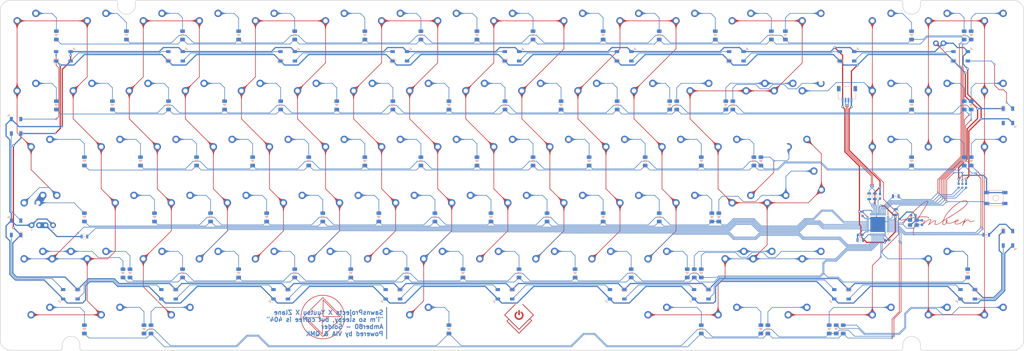
<source format=kicad_pcb>
(kicad_pcb (version 20171130) (host pcbnew "(5.1.10)-1")
  (layers (0 F.Cu signal) (31 B.Cu signal) (34 B.Paste user) (35 F.Paste user) (36 B.SilkS user) (37 F.SilkS user) (38 B.Mask user) (39 F.Mask user) (44 Edge.Cuts user))
  (net 0 "")
  (net 1 "Net-(D1-Pad2)")
  (net 2 "Net-(D7-Pad2)")
  (net 3 "Net-(D13-Pad2)")
  (net 4 "Net-(D19-Pad2)")
  (net 5 "Net-(D25-Pad2)")
  (net 6 "Net-(D31-Pad2)")
  (net 7 "Net-(D37-Pad2)")
  (net 8 "Net-(D43-Pad2)")
  (net 9 "Net-(D49-Pad2)")
  (net 10 "Net-(D55-Pad2)")
  (net 11 "Net-(D61-Pad2)")
  (net 12 "Net-(D67-Pad2)")
  (net 13 "Net-(D73-Pad2)")
  (net 14 "Net-(D79-Pad2)")
  (net 15 "Net-(D2-Pad2)")
  (net 16 "Net-(D3-Pad2)")
  (net 17 "Net-(D4-Pad2)")
  (net 18 "Net-(D5-Pad2)")
  (net 19 "Net-(D6-Pad2)")
  (net 20 "Net-(D8-Pad2)")
  (net 21 "Net-(D9-Pad2)")
  (net 22 "Net-(D10-Pad2)")
  (net 23 "Net-(D11-Pad2)")
  (net 24 "Net-(D12-Pad2)")
  (net 25 "Net-(D14-Pad2)")
  (net 26 "Net-(D15-Pad2)")
  (net 27 "Net-(D16-Pad2)")
  (net 28 "Net-(D17-Pad2)")
  (net 29 "Net-(D18-Pad2)")
  (net 30 "Net-(D20-Pad2)")
  (net 31 "Net-(D21-Pad2)")
  (net 32 "Net-(D22-Pad2)")
  (net 33 "Net-(D23-Pad2)")
  (net 34 "Net-(D26-Pad2)")
  (net 35 "Net-(D27-Pad2)")
  (net 36 "Net-(D28-Pad2)")
  (net 37 "Net-(D29-Pad2)")
  (net 38 "Net-(D32-Pad2)")
  (net 39 "Net-(D33-Pad2)")
  (net 40 "Net-(D34-Pad2)")
  (net 41 "Net-(D35-Pad2)")
  (net 42 "Net-(D38-Pad2)")
  (net 43 "Net-(D39-Pad2)")
  (net 44 "Net-(D40-Pad2)")
  (net 45 "Net-(D41-Pad2)")
  (net 46 "Net-(D44-Pad2)")
  (net 47 "Net-(D45-Pad2)")
  (net 48 "Net-(D46-Pad2)")
  (net 49 "Net-(D47-Pad2)")
  (net 50 "Net-(D48-Pad2)")
  (net 51 "Net-(D50-Pad2)")
  (net 52 "Net-(D51-Pad2)")
  (net 53 "Net-(D52-Pad2)")
  (net 54 "Net-(D53-Pad2)")
  (net 55 "Net-(D56-Pad2)")
  (net 56 "Net-(D57-Pad2)")
  (net 57 "Net-(D58-Pad2)")
  (net 58 "Net-(D59-Pad2)")
  (net 59 "Net-(D62-Pad2)")
  (net 60 "Net-(D63-Pad2)")
  (net 61 "Net-(D64-Pad2)")
  (net 62 "Net-(D65-Pad2)")
  (net 63 "Net-(D68-Pad2)")
  (net 64 "Net-(D69-Pad2)")
  (net 65 "Net-(D70-Pad2)")
  (net 66 "Net-(D71-Pad2)")
  (net 67 "Net-(D74-Pad2)")
  (net 68 "Net-(D75-Pad2)")
  (net 69 "Net-(D77-Pad2)")
  (net 70 "Net-(D78-Pad2)")
  (net 71 "Net-(D80-Pad2)")
  (net 72 "Net-(D81-Pad2)")
  (net 73 "Net-(D82-Pad2)")
  (net 74 "Net-(D83-Pad2)")
  (net 75 "Net-(D84-Pad2)")
  (net 76 "Net-(D86-Pad2)")
  (net 77 "Net-(D87-Pad2)")
  (net 78 "Net-(D90-Pad2)")
  (net 79 +5V)
  (net 80 GND)
  (net 81 "Net-(C2-Pad1)")
  (net 82 "Net-(C3-Pad1)")
  (net 83 "Net-(C6-Pad1)")
  (net 84 DG-)
  (net 85 DG+)
  (net 86 D+)
  (net 87 D-)
  (net 88 RST)
  (net 89 MISO)
  (net 90 MOSI)
  (net 91 C0)
  (net 92 C1)
  (net 93 C2)
  (net 94 C3)
  (net 95 C4)
  (net 96 C5)
  (net 97 C6)
  (net 98 C7)
  (net 99 C8)
  (net 100 R0)
  (net 101 R4)
  (net 102 R6)
  (net 103 R8)
  (net 104 R10)
  (net 105 R3)
  (net 106 R5)
  (net 107 R7)
  (net 108 R9)
  (net 109 R11)
  (net 110 indicator1)
  (net 111 RGB)
  (net 112 indicator2)
  (net 113 "Net-(D24-Pad2)")
  (net 114 "Net-(D30-Pad2)")
  (net 115 "Net-(D36-Pad2)")
  (net 116 "Net-(D42-Pad2)")
  (net 117 "Net-(D54-Pad2)")
  (net 118 "Net-(D60-Pad2)")
  (net 119 "Net-(D66-Pad2)")
  (net 120 "Net-(D72-Pad2)")
  (net 121 "Net-(D76-Pad2)")
  (net 122 "Net-(D85-Pad2)")
  (net 123 "Net-(D88-Pad2)")
  (net 124 "Net-(D89-Pad2)")
  (net 125 "Net-(LED1-Pad1)")
  (net 126 "Net-(LED2-Pad1)")
  (net 127 "Net-(R1-Pad1)")
  (net 128 "Net-(RGB1-Pad4)")
  (net 129 "Net-(RGB2-Pad4)")
  (net 130 "Net-(RGB3-Pad4)")
  (net 131 "Net-(RGB4-Pad4)")
  (net 132 "Net-(RGB5-Pad4)")
  (net 133 "Net-(RGB6-Pad4)")
  (net 134 "Net-(RGB7-Pad4)")
  (net 135 "Net-(RGB8-Pad4)")
  (net 136 "Net-(RGB10-Pad2)")
  (net 137 "Net-(RGB10-Pad4)")
  (net 138 "Net-(RGB11-Pad4)")
  (net 139 "Net-(RGB12-Pad4)")
  (net 140 "Net-(RGB13-Pad4)")
  (net 141 "Net-(RGB14-Pad2)")
  (net 142 "Net-(RGB15-Pad2)")
  (net 143 "Net-(RGB16-Pad2)")
  (net 144 "Net-(RGB17-Pad2)")
  (net 145 "Net-(RGB18-Pad2)")
  (net 146 "Net-(RGB19-Pad2)")
  (net 147 "Net-(RGB20-Pad2)")
  (net 148 "Net-(RGB21-Pad2)")
  (net 149 "Net-(R7-Pad2)")
  (module CustomLogo:amber (layer F.Cu) (at 332.779967 89.29695)
    (fp_text reference G*** hide)
    (fp_text value LOGO hide)
    (fp_poly (pts (xy 9.345713 -6.904686) (xy 9.45769 -6.895214) (xy 9.556373 -6.880483) (xy 9.63168 -6.862526) (xy 9.734174 -6.823178) (xy 9.822384 -6.770221) (xy 9.896635 -6.703229) (xy 9.957254 -6.621774) (xy 10.004565 -6.525429) (xy 10.038895 -6.413765) (xy 10.058642 -6.302366) (xy 10.062579 -6.195324) (xy 10.04857 -6.08048) (xy 10.016989 -5.958821) (xy 9.968211 -5.831333) (xy 9.90261 -5.699003) (xy 9.820563 -5.562816) (xy 9.727115 -5.429954) (xy 9.668776 -5.354147) (xy 9.610189 -5.28195) (xy 9.548254 -5.209837) (xy 9.479874 -5.134283) (xy 9.401949 -5.05176) (xy 9.32714 -4.974772) (xy 9.19149 -4.839896) (xy 9.047314 -4.703128) (xy 8.893968 -4.563988) (xy 8.730804 -4.421991) (xy 8.557179 -4.276654) (xy 8.372445 -4.127497) (xy 8.175957 -3.974035) (xy 7.967069 -3.815785) (xy 7.745136 -3.652266) (xy 7.509512 -3.482994) (xy 7.259551 -3.307487) (xy 6.994608 -3.125261) (xy 6.714036 -2.935835) (xy 6.41719 -2.738725) (xy 6.103424 -2.533449) (xy 5.794595 -2.333971) (xy 5.301127 -2.019578) (xy 4.818427 -1.717171) (xy 4.347053 -1.427085) (xy 3.887562 -1.149653) (xy 3.440514 -0.885211) (xy 3.006466 -0.634094) (xy 2.585976 -0.396634) (xy 2.299617 -0.23851) (xy 2.220909 -0.195431) (xy 2.147879 -0.155377) (xy 2.082425 -0.119397) (xy 2.026446 -0.088536) (xy 1.981839 -0.063844) (xy 1.950503 -0.046366) (xy 1.934337 -0.03715) (xy 1.932539 -0.036007) (xy 1.927591 -0.023729) (xy 1.919049 0.005168) (xy 1.90769 0.047463) (xy 1.89429 0.09993) (xy 1.879626 0.159346) (xy 1.864474 0.222486) (xy 1.849612 0.286128) (xy 1.835815 0.347046) (xy 1.82386 0.402017) (xy 1.814523 0.447817) (xy 1.809854 0.47333) (xy 1.79154 0.597883) (xy 1.779338 0.716487) (xy 1.773225 0.827026) (xy 1.773179 0.927383) (xy 1.779177 1.015443) (xy 1.791195 1.08909) (xy 1.80921 1.146208) (xy 1.817353 1.162662) (xy 1.855836 1.212006) (xy 1.905903 1.246258) (xy 1.965978 1.265812) (xy 2.034488 1.271061) (xy 2.109858 1.262397) (xy 2.190513 1.240214) (xy 2.274879 1.204904) (xy 2.361381 1.15686) (xy 2.448445 1.096476) (xy 2.534495 1.024144) (xy 2.590235 0.969776) (xy 2.63786 0.917325) (xy 2.684723 0.85991) (xy 2.728234 0.801245) (xy 2.765804 0.745041) (xy 2.794841 0.695012) (xy 2.812758 0.65487) (xy 2.815 0.647549) (xy 2.820394 0.615252) (xy 2.8188 0.579442) (xy 2.809503 0.535776) (xy 2.791787 0.479913) (xy 2.783657 0.4572) (xy 2.749856 0.350904) (xy 2.729228 0.250215) (xy 2.720254 0.146703) (xy 2.71959 0.1016) (xy 2.72118 0.070403) (xy 2.886114 0.070403) (xy 2.887082 0.141648) (xy 2.891763 0.209255) (xy 2.900047 0.265374) (xy 2.900142 0.265823) (xy 2.912109 0.312938) (xy 2.925965 0.352904) (xy 2.940035 0.381774) (xy 2.952646 0.395597) (xy 2.955433 0.39624) (xy 2.963661 0.387689) (xy 2.976668 0.365398) (xy 2.989968 0.33782) (xy 3.015097 0.272021) (xy 3.035124 0.200682) (xy 3.049944 0.126713) (xy 3.05945 0.053027) (xy 3.063535 -0.017468) (xy 3.062096 -0.081859) (xy 3.055023 -0.137237) (xy 3.042213 -0.18069) (xy 3.023559 -0.209309) (xy 3.010223 -0.217885) (xy 2.986124 -0.217114) (xy 2.961062 -0.199051) (xy 2.936976 -0.166515) (xy 2.915809 -0.122327) (xy 2.899501 -0.069305) (xy 2.895751 -0.051599) (xy 2.888968 0.00337) (xy 2.886114 0.070403) (xy 2.72118 0.070403) (xy 2.72521 -0.008612) (xy 2.741138 -0.104154) (xy 2.767102 -0.184069) (xy 2.802835 -0.247403) (xy 2.825261 -0.273539) (xy 2.872412 -0.30952) (xy 2.930386 -0.336718) (xy 2.994315 -0.354362) (xy 3.059331 -0.361684) (xy 3.120564 -0.357913) (xy 3.173146 -0.342279) (xy 3.192136 -0.331547) (xy 3.216753 -0.309484) (xy 3.234463 -0.279844) (xy 3.246149 -0.239537) (xy 3.252694 -0.185473) (xy 3.254983 -0.114563) (xy 3.254997 -0.11176) (xy 3.25264 -0.027444) (xy 3.244161 0.05256) (xy 3.228543 0.132306) (xy 3.20477 0.215848) (xy 3.171828 0.307238) (xy 3.128701 0.410532) (xy 3.118222 0.434189) (xy 3.096873 0.48251) (xy 3.078868 0.52426) (xy 3.065687 0.555927) (xy 3.058812 0.573999) (xy 3.05816 0.576632) (xy 3.066455 0.585579) (xy 3.088769 0.601787) (xy 3.121245 0.622855) (xy 3.160024 0.646383) (xy 3.201248 0.66997) (xy 3.24106 0.691216) (xy 3.247759 0.694597) (xy 3.342556 0.732162) (xy 3.452701 0.758465) (xy 3.57681 0.773773) (xy 3.713499 0.778354) (xy 3.861384 0.772474) (xy 4.01908 0.756401) (xy 4.185203 0.730403) (xy 4.358368 0.694745) (xy 4.537192 0.649696) (xy 4.72029 0.595522) (xy 4.906278 0.532491) (xy 5.093771 0.46087) (xy 5.281386 0.380927) (xy 5.467737 0.292927) (xy 5.552904 0.249685) (xy 5.756255 0.137926) (xy 5.787266 0.118948) (xy 6.171933 0.118948) (xy 6.174494 0.12192) (xy 6.18699 0.120919) (xy 6.216445 0.118131) (xy 6.25961 0.113877) (xy 6.313233 0.108477) (xy 6.374065 0.102252) (xy 6.381088 0.101528) (xy 6.483461 0.089982) (xy 6.567961 0.078032) (xy 6.637033 0.064978) (xy 6.693123 0.050123) (xy 6.738674 0.032766) (xy 6.776133 0.01221) (xy 6.807944 -0.012245) (xy 6.820381 -0.02402) (xy 6.855703 -0.068185) (xy 6.878907 -0.115774) (xy 6.8892 -0.162777) (xy 6.88579 -0.205186) (xy 6.867884 -0.238989) (xy 6.863712 -0.243246) (xy 6.827946 -0.263483) (xy 6.779276 -0.271092) (xy 6.720239 -0.266654) (xy 6.653373 -0.250751) (xy 6.581213 -0.223963) (xy 6.506297 -0.186873) (xy 6.440159 -0.146207) (xy 6.410227 -0.123908) (xy 6.374754 -0.094192) (xy 6.336129 -0.059473) (xy 6.296739 -0.022159) (xy 6.258975 0.015339) (xy 6.225223 0.050609) (xy 6.197873 0.081241) (xy 6.179314 0.104825) (xy 6.171933 0.118948) (xy 5.787266 0.118948) (xy 5.951386 0.018514) (xy 6.12648 -0.100707) (xy 6.226133 -0.171229) (xy 6.312989 -0.229793) (xy 6.389561 -0.277799) (xy 6.458362 -0.316649) (xy 6.521905 -0.347746) (xy 6.582702 -0.37249) (xy 6.643267 -0.392284) (xy 6.655279 -0.39569) (xy 6.742935 -0.412889) (xy 6.823103 -0.414675) (xy 6.894234 -0.40189) (xy 6.95478 -0.375377) (xy 7.003192 -0.335976) (xy 7.037923 -0.28453) (xy 7.057424 -0.22188) (xy 7.0612 -0.174974) (xy 7.051552 -0.094358) (xy 7.022545 -0.019743) (xy 6.974081 0.049114) (xy 6.968918 0.054866) (xy 6.920716 0.102023) (xy 6.868082 0.141758) (xy 6.808959 0.174668) (xy 6.741291 0.201348) (xy 6.663024 0.222394) (xy 6.5721 0.2384) (xy 6.466465 0.249961) (xy 6.344062 0.257674) (xy 6.257665 0.260817) (xy 6.028171 0.2673) (xy 5.995168 0.367987) (xy 5.963822 0.479475) (xy 5.944036 0.590134) (xy 5.934643 0.707625) (xy 5.933478 0.772547) (xy 5.935091 0.84366) (xy 5.940931 0.898265) (xy 5.952428 0.939978) (xy 5.971012 0.972416) (xy 5.998112 0.999197) (xy 6.032113 1.022139) (xy 6.071282 1.04232) (xy 6.113889 1.057216) (xy 6.163615 1.067466) (xy 6.224138 1.073708) (xy 6.29914 1.076583) (xy 6.34785 1.07696) (xy 6.467745 1.07331) (xy 6.588521 1.062014) (xy 6.711878 1.04255) (xy 6.839515 1.014396) (xy 6.973131 0.977031) (xy 7.114424 0.929934) (xy 7.265095 0.872584) (xy 7.426842 0.804459) (xy 7.601364 0.725037) (xy 7.78764 0.635142) (xy 7.947593 0.554233) (xy 8.102783 0.472097) (xy 8.251668 0.3897) (xy 8.392706 0.308007) (xy 8.524355 0.227984) (xy 8.645073 0.150595) (xy 8.753318 0.076807) (xy 8.847548 0.007583) (xy 8.926221 -0.056109) (xy 8.987796 -0.113307) (xy 8.99471 -0.120474) (xy 9.02646 -0.157499) (xy 9.056186 -0.200392) (xy 9.085008 -0.251513) (xy 9.114046 -0.31322) (xy 9.144418 -0.387875) (xy 9.177245 -0.477839) (xy 9.209878 -0.57404) (xy 9.23091 -0.635912) (xy 9.251093 -0.69205) (xy 9.269189 -0.739258) (xy 9.28396 -0.774336) (xy 9.294167 -0.794089) (xy 9.295954 -0.796354) (xy 9.321836 -0.809565) (xy 9.353272 -0.805061) (xy 9.387111 -0.783488) (xy 9.395065 -0.776019) (xy 9.411601 -0.755784) (xy 9.417061 -0.734561) (xy 9.414973 -0.707272) (xy 9.410617 -0.682341) (xy 9.403509 -0.652622) (xy 9.393123 -0.616694) (xy 9.378937 -0.573135) (xy 9.360427 -0.520527) (xy 9.337068 -0.457448) (xy 9.308336 -0.382478) (xy 9.273708 -0.294197) (xy 9.232659 -0.191183) (xy 9.184667 -0.072017) (xy 9.140311 0.037402) (xy 9.112392 0.106328) (xy 9.087151 0.169046) (xy 9.065555 0.223117) (xy 9.048575 0.266097) (xy 9.037181 0.295546) (xy 9.032341 0.309023) (xy 9.03224 0.309539) (xy 9.036445 0.312505) (xy 9.049791 0.305315) (xy 9.073372 0.287076) (xy 9.108282 0.256895) (xy 9.155617 0.213878) (xy 9.19988 0.1727) (xy 9.317964 0.065346) (xy 9.427569 -0.027189) (xy 9.531508 -0.106979) (xy 9.632597 -0.176096) (xy 9.733651 -0.236614) (xy 9.812174 -0.278137) (xy 9.901449 -0.320663) (xy 9.978286 -0.352072) (xy 10.046454 -0.373505) (xy 10.109722 -0.386102) (xy 10.171861 -0.391002) (xy 10.18593 -0.39116) (xy 10.231839 -0.390532) (xy 10.265422 -0.387422) (xy 10.294663 -0.379998) (xy 10.327545 -0.366423) (xy 10.35865 -0.351471) (xy 10.430389 -0.307599) (xy 10.504016 -0.246397) (xy 10.576963 -0.170357) (xy 10.646662 -0.081975) (xy 10.668327 -0.0508) (xy 10.737226 0.04334) (xy 10.805644 0.118742) (xy 10.876138 0.176759) (xy 10.951262 0.218744) (xy 11.033574 0.24605) (xy 11.125628 0.260031) (xy 11.229981 0.262041) (xy 11.257004 0.260899) (xy 11.445647 0.24106) (xy 11.629326 0.201552) (xy 11.808137 0.142342) (xy 11.982176 0.063398) (xy 12.151538 -0.03531) (xy 12.151574 -0.035334) (xy 12.209032 -0.072144) (xy 12.252691 -0.09846) (xy 12.285378 -0.115466) (xy 12.309919 -0.12435) (xy 12.329143 -0.126298) (xy 12.345877 -0.122496) (xy 12.352485 -0.119641) (xy 12.376888 -0.098869) (xy 12.384263 -0.069907) (xy 12.374571 -0.035711) (xy 12.353959 -0.005949) (xy 12.320444 0.025565) (xy 12.271345 0.062731) (xy 12.209943 0.103642) (xy 12.139517 0.14639) (xy 12.063346 0.18907) (xy 11.984709 0.229775) (xy 11.906886 0.266598) (xy 11.833157 0.297633) (xy 11.829117 0.299199) (xy 11.691419 0.345878) (xy 11.554017 0.378835) (xy 11.411479 0.399035) (xy 11.258375 0.407443) (xy 11.218137 0.407816) (xy 11.12351 0.4059) (xy 11.044278 0.399381) (xy 10.975876 0.387437) (xy 10.913733 0.36925) (xy 10.853283 0.343999) (xy 10.847744 0.341339) (xy 10.804887 0.31853) (xy 10.764871 0.29228) (xy 10.725133 0.260207) (xy 10.683109 0.21993) (xy 10.636234 0.169066) (xy 10.581943 0.105235) (xy 10.54534 0.060459) (xy 10.479901 -0.018728) (xy 10.423727 -0.08245) (xy 10.374886 -0.132196) (xy 10.331447 -0.169458) (xy 10.291479 -0.195728) (xy 10.253049 -0.212497) (xy 10.214226 -0.221255) (xy 10.177467 -0.22352) (xy 10.134063 -0.220377) (xy 10.089454 -0.212407) (xy 10.071455 -0.207384) (xy 10.008105 -0.18238) (xy 9.93299 -0.146156) (xy 9.84966 -0.100843) (xy 9.761666 -0.048575) (xy 9.672559 0.008515) (xy 9.585888 0.068294) (xy 9.505205 0.128629) (xy 9.483643 0.145758) (xy 9.401504 0.217483) (xy 9.312224 0.305519) (xy 9.217463 0.407863) (xy 9.118886 0.522512) (xy 9.018156 0.647463) (xy 8.916934 0.780715) (xy 8.816884 0.920265) (xy 8.71967 1.06411) (xy 8.714503 1.072007) (xy 8.68296 1.120846) (xy 8.653727 1.167477) (xy 8.625064 1.214934) (xy 8.595227 1.266248) (xy 8.562475 1.324451) (xy 8.525066 1.392574) (xy 8.481258 1.47365) (xy 8.446819 1.537924) (xy 8.404451 1.613274) (xy 8.365875 1.674009) (xy 8.331918 1.719041) (xy 8.303404 1.747284) (xy 8.281158 1.75765) (xy 8.280112 1.75768) (xy 8.260463 1.749921) (xy 8.245416 1.735099) (xy 8.233433 1.712858) (xy 8.2296 1.697811) (xy 8.234029 1.676528) (xy 8.246991 1.638152) (xy 8.267995 1.583798) (xy 8.296554 1.51458) (xy 8.332178 1.431613) (xy 8.374378 1.336012) (xy 8.422664 1.22889) (xy 8.476547 1.111363) (xy 8.535538 0.984546) (xy 8.599148 0.849552) (xy 8.634958 0.774251) (xy 8.673669 0.692374) (xy 8.712075 0.609797) (xy 8.749027 0.529098) (xy 8.783378 0.452859) (xy 8.813978 0.38366) (xy 8.839681 0.324081) (xy 8.859337 0.276702) (xy 8.871799 0.244104) (xy 8.874382 0.23622) (xy 8.875716 0.217435) (xy 8.868669 0.21336) (xy 8.852392 0.218429) (xy 8.822172 0.232424) (xy 8.781314 0.253529) (xy 8.733125 0.279925) (xy 8.680908 0.309796) (xy 8.627969 0.341324) (xy 8.577613 0.372692) (xy 8.56996 0.377611) (xy 8.320047 0.532318) (xy 8.070699 0.673423) (xy 7.823273 0.800335) (xy 7.57913 0.912466) (xy 7.339627 1.009226) (xy 7.106123 1.090027) (xy 6.879977 1.154279) (xy 6.67512 1.199098) (xy 6.604662 1.209871) (xy 6.524991 1.218336) (xy 6.441243 1.224272) (xy 6.358555 1.227454) (xy 6.282065 1.227657) (xy 6.216909 1.224658) (xy 6.181371 1.220624) (xy 6.070264 1.196206) (xy 5.974942 1.160345) (xy 5.895785 1.113304) (xy 5.833173 1.055348) (xy 5.787485 0.98674) (xy 5.765384 0.931234) (xy 5.748499 0.848357) (xy 5.743335 0.752945) (xy 5.749648 0.648887) (xy 5.767196 0.540072) (xy 5.795736 0.430388) (xy 5.796967 0.426467) (xy 5.808674 0.385231) (xy 5.815054 0.353631) (xy 5.815324 0.335841) (xy 5.814332 0.334028) (xy 5.799604 0.330766) (xy 5.770094 0.336254) (xy 5.725132 0.350724) (xy 5.664048 0.374404) (xy 5.586173 0.407524) (xy 5.539356 0.428312) (xy 5.372344 0.502296) (xy 5.220414 0.567303) (xy 5.080924 0.624296) (xy 4.951234 0.674239) (xy 4.828701 0.718094) (xy 4.710685 0.756825) (xy 4.594543 0.791395) (xy 4.477636 0.822766) (xy 4.41452 0.838411) (xy 4.218727 0.880977) (xy 4.036071 0.910801) (xy 3.864095 0.928175) (xy 3.700346 0.93339) (xy 3.628203 0.931829) (xy 3.500152 0.923169) (xy 3.386971 0.907058) (xy 3.284234 0.882408) (xy 3.187512 0.848131) (xy 3.092377 0.803138) (xy 3.082078 0.797628) (xy 3.04227 0.777469) (xy 3.006598 0.761838) (xy 2.980474 0.753001) (xy 2.972833 0.75184) (xy 2.958838 0.755343) (xy 2.943162 0.7677) (xy 2.923177 0.791681) (xy 2.896257 0.830059) (xy 2.890441 0.838756) (xy 2.840719 0.906275) (xy 2.77776 0.980641) (xy 2.705554 1.057917) (xy 2.628086 1.134169) (xy 2.549345 1.20546) (xy 2.473317 1.267855) (xy 2.408353 1.314574) (xy 2.333258 1.354624) (xy 2.244851 1.386438) (xy 2.148953 1.408615) (xy 2.051386 1.419756) (xy 1.97165 1.419515) (xy 1.888116 1.409034) (xy 1.818361 1.388288) (xy 1.760605 1.355607) (xy 1.713066 1.30932) (xy 1.673965 1.247757) (xy 1.641519 1.169249) (xy 1.617764 1.087629) (xy 1.610858 1.053545) (xy 1.606011 1.012524) (xy 1.602986 0.960968) (xy 1.601544 0.895275) (xy 1.601353 0.8382) (xy 1.602432 0.753816) (xy 1.605741 0.678463) (xy 1.61191 0.607001) (xy 1.621568 0.534288) (xy 1.635346 0.455182) (xy 1.653872 0.364543) (xy 1.666288 0.308028) (xy 1.676952 0.257404) (xy 1.68488 0.213902) (xy 1.689475 0.181322) (xy 1.690136 0.163462) (xy 1.689398 0.161455) (xy 1.679059 0.164625) (xy 1.654989 0.178093) (xy 1.619866 0.200172) (xy 1.576368 0.229174) (xy 1.527173 0.263413) (xy 1.524 0.265667) (xy 1.312793 0.413346) (xy 1.106479 0.55255) (xy 0.905966 0.682781) (xy 0.712163 0.80354) (xy 0.525977 0.914326) (xy 0.348317 1.01464) (xy 0.180092 1.103983) (xy 0.02221 1.181855) (xy -0.12442 1.247756) (xy -0.25889 1.301188) (xy -0.380293 1.34165) (xy -0.478383 1.366724) (xy -0.584791 1.383652) (xy -0.688141 1.389599) (xy -0.785641 1.384931) (xy -0.874504 1.370016) (xy -0.951937 1.345222) (xy -1.015153 1.310917) (xy -1.037592 1.293042) (xy -1.073881 1.246633) (xy -1.097063 1.185052) (xy -1.107076 1.108707) (xy -1.10386 1.018003) (xy -1.09147 0.934053) (xy -1.080244 0.880584) (xy -1.066336 0.825949) (xy -1.048686 0.766878) (xy -1.026235 0.700105) (xy -0.997921 0.622361) (xy -0.962684 0.530378) (xy -0.949945 0.49784) (xy -0.917221 0.413561) (xy -0.891581 0.344856) (xy -0.872031 0.28865) (xy -0.85758 0.24187) (xy -0.847235 0.201442) (xy -0.840005 0.164293) (xy -0.837934 0.150863) (xy -0.834762 0.108782) (xy -0.84116 0.078973) (xy -0.85974 0.058752) (xy -0.893113 0.045435) (xy -0.94389 0.036339) (xy -0.950137 0.035544) (xy -1.017196 0.035561) (xy -1.097083 0.050305) (xy -1.189093 0.079343) (xy -1.292524 0.12224) (xy -1.406673 0.178563) (xy -1.530837 0.247878) (xy -1.664313 0.329752) (xy -1.806399 0.423751) (xy -1.956391 0.52944) (xy -2.113587 0.646387) (xy -2.277283 0.774158) (xy -2.446777 0.912319) (xy -2.621366 1.060435) (xy -2.64668 1.082381) (xy -2.753761 1.174777) (xy -2.847219 1.253882) (xy -2.928096 1.320469) (xy -2.997433 1.375313) (xy -3.056274 1.419186) (xy -3.10566 1.452862) (xy -3.146634 1.477116) (xy -3.180238 1.49272) (xy -3.207513 1.500449) (xy -3.210432 1.500887) (xy -3.238459 1.502562) (xy -3.252888 1.496763) (xy -3.25739 1.489211) (xy -3.255595 1.472022) (xy -3.243937 1.438614) (xy -3.222994 1.390202) (xy -3.193346 1.328) (xy -3.155569 1.25322) (xy -3.110243 1.167078) (xy -3.058547 1.07188) (xy -2.992492 0.949612) (xy -2.926959 0.82399) (xy -2.862753 0.69683) (xy -2.800684 0.569949) (xy -2.741558 0.445162) (xy -2.686184 0.324287) (xy -2.635369 0.20914) (xy -2.589922 0.101537) (xy -2.550648 0.003295) (xy -2.518358 -0.083771) (xy -2.493857 -0.157842) (xy -2.477954 -0.217103) (xy -2.472793 -0.245412) (xy -2.472653 -0.298042) (xy -2.485127 -0.345738) (xy -2.508292 -0.383461) (xy -2.532797 -0.40285) (xy -2.574404 -0.414323) (xy -2.630944 -0.414194) (xy -2.700937 -0.402837) (xy -2.7829 -0.380626) (xy -2.875352 -0.347936) (xy -2.976811 -0.30514) (xy -3.04292 -0.274022) (xy -3.196542 -0.193314) (xy -3.36104 -0.095992) (xy -3.536022 0.017651) (xy -3.721091 0.147324) (xy -3.915855 0.292733) (xy -4.119918 0.453585) (xy -4.332885 0.629588) (xy -4.554363 0.820448) (xy -4.735477 0.981892) (xy -4.819142 1.057097) (xy -4.898048 1.1272) (xy -4.970603 1.190827) (xy -5.035214 1.246609) (xy -5.090287 1.293176) (xy -5.13423 1.329155) (xy -5.16545 1.353176) (xy -5.173301 1.358655) (xy -5.20711 1.375713) (xy -5.231201 1.37706) (xy -5.245301 1.370096) (xy -5.254539 1.358848) (xy -5.258415 1.3422) (xy -5.256433 1.319035) (xy -5.248095 1.288236) (xy -5.232902 1.248687) (xy -5.210357 1.199271) (xy -5.179962 1.138872) (xy -5.141218 1.066373) (xy -5.093629 0.980657) (xy -5.036696 0.880608) (xy -4.969922 0.76511) (xy -4.920711 0.68072) (xy -4.871006 0.595246) (xy -4.819371 0.505644) (xy -4.767985 0.415752) (xy -4.719028 0.329405) (xy -4.674678 0.250442) (xy -4.637115 0.182698) (xy -4.617814 0.14732) (xy -4.564191 0.048618) (xy -4.518929 -0.033454) (xy -4.481088 -0.100335) (xy -4.449728 -0.153464) (xy -4.42391 -0.194277) (xy -4.402695 -0.224213) (xy -4.385143 -0.244711) (xy -4.370315 -0.257207) (xy -4.357271 -0.263141) (xy -4.349003 -0.26416) (xy -4.325997 -0.255101) (xy -4.305013 -0.231726) (xy -4.293281 -0.206255) (xy -4.292653 -0.178456) (xy -4.302102 -0.135253) (xy -4.320802 -0.078391) (xy -4.347927 -0.009614) (xy -4.382652 0.069336) (xy -4.42415 0.156712) (xy -4.471595 0.250773) (xy -4.524162 0.349774) (xy -4.581025 0.45197) (xy -4.641358 0.555618) (xy -4.698896 0.65024) (xy -4.732044 0.703601) (xy -4.755822 0.742008) (xy -4.771563 0.767778) (xy -4.780604 0.783228) (xy -4.784278 0.790675) (xy -4.783921 0.792437) (xy -4.780867 0.790829) (xy -4.77931 0.789838) (xy -4.766473 0.780432) (xy -4.739658 0.759774) (xy -4.70073 0.729342) (xy -4.651552 0.690611) (xy -4.593989 0.645058) (xy -4.529902 0.594159) (xy -4.461156 0.539389) (xy -4.389615 0.482226) (xy -4.317142 0.424145) (xy -4.281231 0.395296) (xy -4.07059 0.229319) (xy -3.87099 0.078975) (xy -3.682597 -0.055629) (xy -3.505576 -0.174382) (xy -3.340092 -0.277175) (xy -3.186311 -0.363898) (xy -3.044398 -0.434443) (xy -2.995213 -0.456301) (xy -2.86983 -0.505772) (xy -2.757995 -0.540631) (xy -2.659159 -0.560899) (xy -2.572773 -0.566598) (xy -2.498289 -0.557749) (xy -2.435156 -0.534374) (xy -2.382826 -0.496496) (xy -2.368153 -0.481181) (xy -2.33582 -0.441347) (xy -2.313681 -0.40463) (xy -2.301201 -0.367028) (xy -2.297845 -0.32454) (xy -2.303077 -0.273164) (xy -2.316362 -0.208899) (xy -2.32636 -0.168729) (xy -2.361518 -0.049233) (xy -2.409353 0.085804) (xy -2.469758 0.236124) (xy -2.542629 0.401471) (xy -2.627859 0.581588) (xy -2.669261 0.66548) (xy -2.716002 0.759912) (xy -2.755439 0.841317) (xy -2.787167 0.908797) (xy -2.810778 0.961458) (xy -2.825865 0.998406) (xy -2.832019 1.018744) (xy -2.831654 1.022373) (xy -2.821831 1.018235) (xy -2.797942 1.001736) (xy -2.761235 0.973873) (xy -2.712958 0.93564) (xy -2.654359 0.888033) (xy -2.586686 0.832047) (xy -2.511189 0.768678) (xy -2.47396 0.73714) (xy -2.320615 0.610827) (xy -2.163137 0.488598) (xy -2.005028 0.372956) (xy -1.849789 0.266403) (xy -1.700922 0.171439) (xy -1.594176 0.108545) (xy -1.452544 0.032866) (xy -1.320518 -0.028695) (xy -1.198635 -0.07603) (xy -1.087433 -0.109031) (xy -0.987449 -0.127588) (xy -0.89922 -0.131593) (xy -0.823283 -0.120936) (xy -0.760176 -0.09551) (xy -0.722935 -0.06795) (xy -0.699106 -0.041937) (xy -0.681321 -0.012773) (xy -0.669759 0.02122) (xy -0.664601 0.061718) (xy -0.666026 0.1104) (xy -0.674213 0.168943) (xy -0.689342 0.239025) (xy -0.711593 0.322323) (xy -0.741144 0.420515) (xy -0.778176 0.535278) (xy -0.791923 0.576634) (xy -0.830249 0.692938) (xy -0.861562 0.792067) (xy -0.886207 0.875789) (xy -0.904525 0.945873) (xy -0.91686 1.004084) (xy -0.923555 1.052192) (xy -0.924954 1.091963) (xy -0.921399 1.125164) (xy -0.913234 1.153565) (xy -0.906765 1.168054) (xy -0.883873 1.201845) (xy -0.853035 1.224711) (xy -0.810893 1.238055) (xy -0.754089 1.24328) (xy -0.72644 1.24341) (xy -0.60739 1.23557) (xy -0.48093 1.21488) (xy -0.346474 1.18107) (xy -0.203436 1.133875) (xy -0.051229 1.073026) (xy 0.110733 0.998255) (xy 0.283036 0.909296) (xy 0.466266 0.80588) (xy 0.66101 0.687741) (xy 0.867854 0.55461) (xy 1.04648 0.434361) (xy 1.173698 0.346375) (xy 1.284945 0.26766) (xy 1.381701 0.197079) (xy 1.465447 0.133494) (xy 1.537663 0.07577) (xy 1.599832 0.022768) (xy 1.653432 -0.026648) (xy 1.676709 -0.049586) (xy 1.718786 -0.093021) (xy 1.753404 -0.131852) (xy 1.782656 -0.169565) (xy 1.808636 -0.209646) (xy 1.833439 -0.255583) (xy 1.859158 -0.310861) (xy 1.867281 -0.330119) (xy 2.05332 -0.330119) (xy 2.058883 -0.316348) (xy 2.064124 -0.31496) (xy 2.076775 -0.319453) (xy 2.104032 -0.331858) (xy 2.142549 -0.350565) (xy 2.188983 -0.373966) (xy 2.219332 -0.389632) (xy 2.322989 -0.444635) (xy 2.442398 -0.509826) (xy 2.576221 -0.584405) (xy 2.723118 -0.667572) (xy 2.88175 -0.758526) (xy 3.050779 -0.856466) (xy 3.228864 -0.960591) (xy 3.414667 -1.070101) (xy 3.606849 -1.184195) (xy 3.804069 -1.302072) (xy 4.004991 -1.422932) (xy 4.208273 -1.545974) (xy 4.412577 -1.670397) (xy 4.616563 -1.795401) (xy 4.818893 -1.920185) (xy 5.018228 -2.043948) (xy 5.213228 -2.16589) (xy 5.402553 -2.28521) (xy 5.584866 -2.401106) (xy 5.60324 -2.412848) (xy 5.988028 -2.661012) (xy 6.354109 -2.901524) (xy 6.70157 -3.134457) (xy 7.030497 -3.359884) (xy 7.340977 -3.577876) (xy 7.633099 -3.788505) (xy 7.906948 -3.991845) (xy 8.162612 -4.187968) (xy 8.400178 -4.376946) (xy 8.619733 -4.558851) (xy 8.821365 -4.733755) (xy 9.00516 -4.901732) (xy 9.171205 -5.062853) (xy 9.319588 -5.217191) (xy 9.450396 -5.364818) (xy 9.563715 -5.505806) (xy 9.659633 -5.640228) (xy 9.738237 -5.768156) (xy 9.799615 -5.889663) (xy 9.805928 -5.904052) (xy 9.837358 -5.982446) (xy 9.859139 -6.051624) (xy 9.873158 -6.119095) (xy 9.881301 -6.192373) (xy 9.882407 -6.208652) (xy 9.881184 -6.318396) (xy 9.863311 -6.416642) (xy 9.828978 -6.503263) (xy 9.778375 -6.578131) (xy 9.711694 -6.641119) (xy 9.629124 -6.692101) (xy 9.530856 -6.730948) (xy 9.417079 -6.757535) (xy 9.287985 -6.771734) (xy 9.143764 -6.773417) (xy 9.044875 -6.767968) (xy 8.812076 -6.740465) (xy 8.574087 -6.694038) (xy 8.330835 -6.628645) (xy 8.082245 -6.544247) (xy 7.828243 -6.440806) (xy 7.568755 -6.318282) (xy 7.303708 -6.176636) (xy 7.033027 -6.015828) (xy 6.756638 -5.835819) (xy 6.474467 -5.63657) (xy 6.186441 -5.418042) (xy 5.892484 -5.180195) (xy 5.628789 -4.954835) (xy 5.448091 -4.793925) (xy 5.258761 -4.620201) (xy 5.063606 -4.436452) (xy 4.865429 -4.24547) (xy 4.667035 -4.050043) (xy 4.47123 -3.852963) (xy 4.280818 -3.657019) (xy 4.098604 -3.465001) (xy 3.927393 -3.279701) (xy 3.78339 -3.11912) (xy 3.490817 -2.773243) (xy 3.216994 -2.420011) (xy 2.961485 -2.058764) (xy 2.723855 -1.688843) (xy 2.503669 -1.309587) (xy 2.30049 -0.920338) (xy 2.216008 -0.744968) (xy 2.16479 -0.634118) (xy 2.123416 -0.540528) (xy 2.091734 -0.463764) (xy 2.069593 -0.403396) (xy 2.056839 -0.358992) (xy 2.05332 -0.330119) (xy 1.867281 -0.330119) (xy 1.887887 -0.378968) (xy 1.914884 -0.446137) (xy 1.959396 -0.553358) (xy 2.013214 -0.674766) (xy 2.074836 -0.80734) (xy 2.142757 -0.94806) (xy 2.215475 -1.093907) (xy 2.291486 -1.24186) (xy 2.369287 -1.3889) (xy 2.447374 -1.532007) (xy 2.51655 -1.654761) (xy 2.667419 -1.905689) (xy 2.835719 -2.163038) (xy 3.020108 -2.425458) (xy 3.219245 -2.691596) (xy 3.431786 -2.960102) (xy 3.656389 -3.229624) (xy 3.891712 -3.49881) (xy 4.136413 -3.766309) (xy 4.389148 -4.03077) (xy 4.648575 -4.29084) (xy 4.913353 -4.545169) (xy 5.182137 -4.792404) (xy 5.453587 -5.031195) (xy 5.72636 -5.26019) (xy 5.999113 -5.478036) (xy 6.270503 -5.683384) (xy 6.539189 -5.874881) (xy 6.803828 -6.051176) (xy 7.011894 -6.180461) (xy 7.231697 -6.307625) (xy 7.449535 -6.424187) (xy 7.663737 -6.529432) (xy 7.872636 -6.622645) (xy 8.074565 -6.703111) (xy 8.267854 -6.770115) (xy 8.450837 -6.822941) (xy 8.58012 -6.852788) (xy 8.70232 -6.874228) (xy 8.831095 -6.890593) (xy 8.963133 -6.901852) (xy 9.095123 -6.907974) (xy 9.223754 -6.908929) (xy 9.345713 -6.904686)) (layer F.Cu) (width 0.01))
    (fp_poly (pts (xy -3.492103 -6.737288) (xy -3.450533 -6.727234) (xy -3.399885 -6.700706) (xy -3.357532 -6.662026) (xy -3.328547 -6.616282) (xy -3.322219 -6.598558) (xy -3.314239 -6.558693) (xy -3.311491 -6.513756) (xy -3.314255 -6.4632) (xy -3.322813 -6.406478) (xy -3.337445 -6.343042) (xy -3.358431 -6.272344) (xy -3.386053 -6.193837) (xy -3.420591 -6.106975) (xy -3.462325 -6.011208) (xy -3.511536 -5.905991) (xy -3.568505 -5.790775) (xy -3.633513 -5.665013) (xy -3.70684 -5.528158) (xy -3.788766 -5.379662) (xy -3.879573 -5.218978) (xy -3.979541 -5.045558) (xy -4.088951 -4.858856) (xy -4.208083 -4.658323) (xy -4.337219 -4.443412) (xy -4.476637 -4.213576) (xy -4.626621 -3.968267) (xy -4.787449 -3.706938) (xy -4.888392 -3.543637) (xy -5.039327 -3.299663) (xy -5.179656 -3.072488) (xy -5.309614 -2.861723) (xy -5.429433 -2.66698) (xy -5.539349 -2.487871) (xy -5.639596 -2.324008) (xy -5.730407 -2.175001) (xy -5.812016 -2.040463) (xy -5.884657 -1.920006) (xy -5.948566 -1.813241) (xy -6.003974 -1.719779) (xy -6.051117 -1.639232) (xy -6.090229 -1.571212) (xy -6.121543 -1.515331) (xy -6.145294 -1.4712) (xy -6.161716 -1.438431) (xy -6.171042 -1.416635) (xy -6.172211 -1.413124) (xy -6.179702 -1.388607) (xy -5.947351 -1.395229) (xy -5.870123 -1.397779) (xy -5.778763 -1.401362) (xy -5.67942 -1.405701) (xy -5.578238 -1.41052) (xy -5.481365 -1.415544) (xy -5.42544 -1.418682) (xy -5.33095 -1.423413) (xy -5.224286 -1.427432) (xy -5.108281 -1.430727) (xy -4.98577 -1.433288) (xy -4.859587 -1.435103) (xy -4.732564 -1.436161) (xy -4.607537 -1.436451) (xy -4.487338 -1.435961) (xy -4.374802 -1.43468) (xy -4.272763 -1.432598) (xy -4.184053 -1.429702) (xy -4.111508 -1.425982) (xy -4.08432 -1.423989) (xy -3.895603 -1.405437) (xy -3.726543 -1.38269) (xy -3.576893 -1.355646) (xy -3.446408 -1.324202) (xy -3.33484 -1.288255) (xy -3.241944 -1.247704) (xy -3.167472 -1.202446) (xy -3.111178 -1.152379) (xy -3.072817 -1.0974) (xy -3.052141 -1.037407) (xy -3.048057 -0.993641) (xy -3.053774 -0.92577) (xy -3.070259 -0.868569) (xy -3.096189 -0.824193) (xy -3.130239 -0.7948) (xy -3.171085 -0.782547) (xy -3.17782 -0.78232) (xy -3.204132 -0.784008) (xy -3.222717 -0.791041) (xy -3.234896 -0.806379) (xy -3.241993 -0.832981) (xy -3.24533 -0.873804) (xy -3.246231 -0.931808) (xy -3.246235 -0.935359) (xy -3.246669 -0.987738) (xy -3.248244 -1.023904) (xy -3.251547 -1.047958) (xy -3.257166 -1.064) (xy -3.265689 -1.076132) (xy -3.266555 -1.077102) (xy -3.290484 -1.097834) (xy -3.325826 -1.118683) (xy -3.375147 -1.140903) (xy -3.441012 -1.16575) (xy -3.464065 -1.173796) (xy -3.534044 -1.196352) (xy -3.599727 -1.213808) (xy -3.666342 -1.227085) (xy -3.73912 -1.237105) (xy -3.823287 -1.244791) (xy -3.892292 -1.249306) (xy -3.945327 -1.251654) (xy -4.016374 -1.253685) (xy -4.103124 -1.255401) (xy -4.203272 -1.256799) (xy -4.314511 -1.25788) (xy -4.434535 -1.258643) (xy -4.561036 -1.259088) (xy -4.691707 -1.259215) (xy -4.824244 -1.259022) (xy -4.956337 -1.25851) (xy -5.085682 -1.257677) (xy -5.209971 -1.256525) (xy -5.326897 -1.255052) (xy -5.434155 -1.253257) (xy -5.529437 -1.251141) (xy -5.58292 -1.249622) (xy -5.697216 -1.245341) (xy -5.80736 -1.239901) (xy -5.911458 -1.233482) (xy -6.00762 -1.226264) (xy -6.093953 -1.21843) (xy -6.168566 -1.21016) (xy -6.229566 -1.201634) (xy -6.275061 -1.193035) (xy -6.30316 -1.184542) (xy -6.310461 -1.180037) (xy -6.322171 -1.164501) (xy -6.342362 -1.133843) (xy -6.369505 -1.090623) (xy -6.402073 -1.037404) (xy -6.438538 -0.976746) (xy -6.47737 -0.911212) (xy -6.517043 -0.843362) (xy -6.556028 -0.775758) (xy -6.592797 -0.710962) (xy -6.625821 -0.651535) (xy -6.626531 -0.65024) (xy -6.704661 -0.505682) (xy -6.788733 -0.346557) (xy -6.877272 -0.175854) (xy -6.968802 0.003441) (xy -7.061848 0.188338) (xy -7.154935 0.375849) (xy -7.246587 0.562988) (xy -7.33533 0.746766) (xy -7.419686 0.924194) (xy -7.498182 1.092285) (xy -7.569342 1.248052) (xy -7.619845 1.36144) (xy -7.718145 1.595868) (xy -7.811336 1.839272) (xy -7.89828 2.087941) (xy -7.977837 2.338167) (xy -8.048869 2.58624) (xy -8.110236 2.828451) (xy -8.1608 3.06109) (xy -8.188784 3.214033) (xy -8.211681 3.36119) (xy -8.22867 3.496421) (xy -8.240361 3.627044) (xy -8.247364 3.76038) (xy -8.250289 3.903746) (xy -8.250463 3.954395) (xy -8.249185 4.087707) (xy -8.244999 4.203344) (xy -8.237319 4.303819) (xy -8.225557 4.391645) (xy -8.209126 4.469334) (xy -8.187441 4.539399) (xy -8.159914 4.604352) (xy -8.125959 4.666705) (xy -8.084989 4.728972) (xy -8.062365 4.75996) (xy -8.033582 4.79937) (xy -8.008849 4.835196) (xy -7.991162 4.862978) (xy -7.984105 4.876403) (xy -7.978784 4.913479) (xy -7.99224 4.944484) (xy -8.015883 4.962975) (xy -8.045863 4.975372) (xy -8.07094 4.975766) (xy -8.093721 4.968389) (xy -8.127814 4.946422) (xy -8.165682 4.908136) (xy -8.205397 4.856716) (xy -8.245031 4.795347) (xy -8.282658 4.727213) (xy -8.31635 4.6555) (xy -8.34418 4.583393) (xy -8.361255 4.52628) (xy -8.388818 4.392122) (xy -8.407936 4.241644) (xy -8.418647 4.07699) (xy -8.420987 3.900304) (xy -8.414994 3.713732) (xy -8.400705 3.519417) (xy -8.378159 3.319504) (xy -8.347392 3.116138) (xy -8.335447 3.048668) (xy -8.303962 2.887597) (xy -8.268924 2.729285) (xy -8.229657 2.571725) (xy -8.185488 2.412909) (xy -8.135744 2.25083) (xy -8.07975 2.08348) (xy -8.016833 1.908853) (xy -7.946318 1.724942) (xy -7.867533 1.529738) (xy -7.779801 1.321236) (xy -7.682451 1.097427) (xy -7.673618 1.077421) (xy -7.523939 0.745624) (xy -7.373343 0.42587) (xy -7.219184 0.112918) (xy -7.058819 -0.198473) (xy -6.889606 -0.513544) (xy -6.708901 -0.837535) (xy -6.698425 -0.855983) (xy -6.657396 -0.928611) (xy -6.620024 -0.995613) (xy -6.587405 -1.05496) (xy -6.560631 -1.104628) (xy -6.540796 -1.142589) (xy -6.528994 -1.166817) (xy -6.526164 -1.175231) (xy -6.539077 -1.176986) (xy -6.570673 -1.176194) (xy -6.619499 -1.173023) (xy -6.6841 -1.167644) (xy -6.763023 -1.160227) (xy -6.854815 -1.150942) (xy -6.95802 -1.139958) (xy -7.071185 -1.127446) (xy -7.192856 -1.113576) (xy -7.32158 -1.098517) (xy -7.455902 -1.08244) (xy -7.594369 -1.065514) (xy -7.735526 -1.047909) (xy -7.87792 -1.029796) (xy -8.020097 -1.011344) (xy -8.160603 -0.992723) (xy -8.297984 -0.974104) (xy -8.430786 -0.955656) (xy -8.54964 -0.938695) (xy -8.731141 -0.911916) (xy -8.911132 -0.884379) (xy -9.088257 -0.856339) (xy -9.261159 -0.828048) (xy -9.428481 -0.79976) (xy -9.588865 -0.77173) (xy -9.740957 -0.74421) (xy -9.883397 -0.717453) (xy -10.014831 -0.691714) (xy -10.1339 -0.667246) (xy -10.239248 -0.644303) (xy -10.329518 -0.623137) (xy -10.403354 -0.604003) (xy -10.459398 -0.587154) (xy -10.488245 -0.576465) (xy -10.509416 -0.565911) (xy -10.530069 -0.551351) (xy -10.55301 -0.530042) (xy -10.581043 -0.499241) (xy -10.616972 -0.456209) (xy -10.638542 -0.429538) (xy -10.701164 -0.3503) (xy -10.773279 -0.256789) (xy -10.853009 -0.151571) (xy -10.938474 -0.03721) (xy -11.027797 0.083726) (xy -11.119097 0.208672) (xy -11.210497 0.335062) (xy -11.300116 0.46033) (xy -11.386077 0.581911) (xy -11.466499 0.697237) (xy -11.511064 0.762) (xy -11.579222 0.860841) (xy -11.637667 0.943785) (xy -11.687459 1.012161) (xy -11.729661 1.067301) (xy -11.765334 1.110534) (xy -11.795537 1.143191) (xy -11.821334 1.166603) (xy -11.843785 1.1821) (xy -11.84793 1.184348) (xy -11.8784 1.193888) (xy -11.900934 1.185266) (xy -11.916666 1.161488) (xy -11.921935 1.144613) (xy -11.920581 1.126033) (xy -11.911443 1.099868) (xy -11.899041 1.072283) (xy -11.874589 1.025004) (xy -11.839109 0.963536) (xy -11.79391 0.889835) (xy -11.740305 0.805856) (xy -11.679605 0.713554) (xy -11.613119 0.614885) (xy -11.542161 0.511805) (xy -11.46804 0.406268) (xy -11.392068 0.30023) (xy -11.315557 0.195646) (xy -11.272001 0.13716) (xy -11.220183 0.068139) (xy -11.162236 -0.008916) (xy -11.102672 -0.088012) (xy -11.046005 -0.163155) (xy -10.996748 -0.228353) (xy -10.994329 -0.231551) (xy -10.934578 -0.311334) (xy -10.887324 -0.376286) (xy -10.852054 -0.427187) (xy -10.828255 -0.464813) (xy -10.815413 -0.489945) (xy -10.813014 -0.503359) (xy -10.813983 -0.504969) (xy -10.826455 -0.505176) (xy -10.856556 -0.500037) (xy -10.902454 -0.490057) (xy -10.962319 -0.475741) (xy -11.034319 -0.457594) (xy -11.116624 -0.436122) (xy -11.207403 -0.411829) (xy -11.304824 -0.38522) (xy -11.407056 -0.3568) (xy -11.512269 -0.327075) (xy -11.618632 -0.296549) (xy -11.724314 -0.265728) (xy -11.827483 -0.235116) (xy -11.926309 -0.205219) (xy -12.01896 -0.17654) (xy -12.103606 -0.149587) (xy -12.110224 -0.14744) (xy -12.216548 -0.11355) (xy -12.305201 -0.086777) (xy -12.377427 -0.066811) (xy -12.434469 -0.053346) (xy -12.477571 -0.046071) (xy -12.507977 -0.044678) (xy -12.518704 -0.046068) (xy -12.547849 -0.060614) (xy -12.562891 -0.085221) (xy -12.561088 -0.114594) (xy -12.557858 -0.121739) (xy -12.539055 -0.140679) (xy -12.500964 -0.163837) (xy -12.444135 -0.191036) (xy -12.369121 -0.222096) (xy -12.276471 -0.256841) (xy -12.166735 -0.29509) (xy -12.040466 -0.336667) (xy -11.898213 -0.381393) (xy -11.740528 -0.429089) (xy -11.56796 -0.479577) (xy -11.381061 -0.532679) (xy -11.180382 -0.588216) (xy -10.966473 -0.646011) (xy -10.811825 -0.687014) (xy -10.58481 -0.74676) (xy -10.543755 -0.794284) (xy -10.308962 -0.794284) (xy -10.306697 -0.792452) (xy -10.301742 -0.792386) (xy -10.298255 -0.79248) (xy -10.284858 -0.79439) (xy -10.253797 -0.799832) (xy -10.207336 -0.80838) (xy -10.14774 -0.819607) (xy -10.077275 -0.833085) (xy -9.998206 -0.848385) (xy -9.912798 -0.865082) (xy -9.894612 -0.868658) (xy -9.566422 -0.931294) (xy -9.235975 -0.990364) (xy -8.900731 -1.046246) (xy -8.558152 -1.099317) (xy -8.205697 -1.149955) (xy -7.840828 -1.198538) (xy -7.461004 -1.245441) (xy -7.063687 -1.291044) (xy -7.020664 -1.295793) (xy -6.904942 -1.308565) (xy -6.807649 -1.319447) (xy -6.727006 -1.3287) (xy -6.661237 -1.336587) (xy -6.608565 -1.343369) (xy -6.567211 -1.349308) (xy -6.535398 -1.354665) (xy -6.51135 -1.359703) (xy -6.493288 -1.364683) (xy -6.479436 -1.369868) (xy -6.468015 -1.375518) (xy -6.464056 -1.377775) (xy -6.430764 -1.402156) (xy -6.3951 -1.438305) (xy -6.355593 -1.488044) (xy -6.31077 -1.553193) (xy -6.269965 -1.617842) (xy -6.248892 -1.652225) (xy -6.219052 -1.70094) (xy -6.182283 -1.760988) (xy -6.140421 -1.829367) (xy -6.095305 -1.903076) (xy -6.048771 -1.979115) (xy -6.022628 -2.02184) (xy -5.991164 -2.073161) (xy -5.950032 -2.140085) (xy -5.900264 -2.220941) (xy -5.84289 -2.314057) (xy -5.778944 -2.417761) (xy -5.709455 -2.530383) (xy -5.635457 -2.650251) (xy -5.557979 -2.775692) (xy -5.478054 -2.905036) (xy -5.396714 -3.03661) (xy -5.314989 -3.168744) (xy -5.2734 -3.23596) (xy -5.133549 -3.462103) (xy -5.003916 -3.672037) (xy -4.883903 -3.866758) (xy -4.77291 -4.047259) (xy -4.67034 -4.214533) (xy -4.575593 -4.369575) (xy -4.488072 -4.513379) (xy -4.407176 -4.646938) (xy -4.332308 -4.771246) (xy -4.262869 -4.887298) (xy -4.19826 -4.996086) (xy -4.137883 -5.098605) (xy -4.081138 -5.195849) (xy -4.027427 -5.288812) (xy -3.976152 -5.378486) (xy -3.926714 -5.465868) (xy -3.881071 -5.54736) (xy -3.833892 -5.633453) (xy -3.785482 -5.724442) (xy -3.737283 -5.817414) (xy -3.690735 -5.909451) (xy -3.647281 -5.997638) (xy -3.608362 -6.07906) (xy -3.575419 -6.150801) (xy -3.549894 -6.209944) (xy -3.536398 -6.244524) (xy -3.511734 -6.319003) (xy -3.493084 -6.388464) (xy -3.480873 -6.45018) (xy -3.475527 -6.501419) (xy -3.477474 -6.539452) (xy -3.486912 -6.561328) (xy -3.505991 -6.56926) (xy -3.540771 -6.573553) (xy -3.586995 -6.574377) (xy -3.640405 -6.571903) (xy -3.696742 -6.566302) (xy -3.75175 -6.557744) (xy -3.790918 -6.549146) (xy -3.907162 -6.513034) (xy -4.035966 -6.460964) (xy -4.17732 -6.392943) (xy -4.331214 -6.308977) (xy -4.497639 -6.209074) (xy -4.676583 -6.093241) (xy -4.868039 -5.961485) (xy -5.071994 -5.813812) (xy -5.28844 -5.65023) (xy -5.517366 -5.470747) (xy -5.758764 -5.275368) (xy -6.012621 -5.064101) (xy -6.27893 -4.836954) (xy -6.557679 -4.593932) (xy -6.59892 -4.557561) (xy -6.740907 -4.431738) (xy -6.874793 -4.312127) (xy -7.00254 -4.196879) (xy -7.126113 -4.084142) (xy -7.247475 -3.972066) (xy -7.368587 -3.8588) (xy -7.491414 -3.742494) (xy -7.617919 -3.621297) (xy -7.750063 -3.493358) (xy -7.889811 -3.356826) (xy -8.039126 -3.209852) (xy -8.19997 -3.050583) (xy -8.248472 -3.002407) (xy -8.452691 -2.798831) (xy -8.643143 -2.607672) (xy -8.821055 -2.42763) (xy -8.987654 -2.257408) (xy -9.144167 -2.095707) (xy -9.291821 -1.941228) (xy -9.431841 -1.792673) (xy -9.565456 -1.648744) (xy -9.693893 -1.508142) (xy -9.818377 -1.369569) (xy -9.940136 -1.231726) (xy -10.060396 -1.093315) (xy -10.139767 -1.00076) (xy -10.192908 -0.938499) (xy -10.234216 -0.89002) (xy -10.264996 -0.853607) (xy -10.286554 -0.827544) (xy -10.300197 -0.810113) (xy -10.307231 -0.799599) (xy -10.308962 -0.794284) (xy -10.543755 -0.794284) (xy -10.303945 -1.07188) (xy -10.111636 -1.293398) (xy -9.928991 -1.501396) (xy -9.753467 -1.698599) (xy -9.582518 -1.887731) (xy -9.413602 -2.071517) (xy -9.244175 -2.252681) (xy -9.071692 -2.433947) (xy -8.89361 -2.61804) (xy -8.707386 -2.807684) (xy -8.510474 -3.005604) (xy -8.339982 -3.175258) (xy -8.086446 -3.424192) (xy -7.833412 -3.66799) (xy -7.581516 -3.906147) (xy -7.331393 -4.13816) (xy -7.083679 -4.363525) (xy -6.839008 -4.581738) (xy -6.598018 -4.792295) (xy -6.361342 -4.994692) (xy -6.129617 -5.188424) (xy -5.903479 -5.372989) (xy -5.683562 -5.547882) (xy -5.470502 -5.712599) (xy -5.264935 -5.866637) (xy -5.067496 -6.00949) (xy -4.878821 -6.140656) (xy -4.699545 -6.25963) (xy -4.530304 -6.365909) (xy -4.371733 -6.458988) (xy -4.224467 -6.538364) (xy -4.089143 -6.603532) (xy -3.966396 -6.653989) (xy -3.94208 -6.662737) (xy -3.835697 -6.696295) (xy -3.73506 -6.72085) (xy -3.642616 -6.736081) (xy -3.560815 -6.741668) (xy -3.492103 -6.737288)) (layer F.Cu) (width 0.01))
  )
  (module MX_Only_v4:MXOnly-1U-NoLED (layer F.Cu) (at 333.375 66.675)
    (fp_text reference MX90)
    (fp_text value 1U)
    (pad "" np_thru_hole circle (at 5.08 0 48.0996) (size 1.75 1.75) (drill 1.75) (layers *.Cu *.Mask))
    (pad 1 thru_hole circle (at -3.81 -2.54) (size 2.5 2.5) (drill 1.47) (layers *.Cu B.Mask) (net 99 C8))
    (pad "" np_thru_hole circle (at -5.08 0 48.0996) (size 1.75 1.75) (drill 1.75) (layers *.Cu *.Mask))
    (pad "" np_thru_hole circle (at 0 0) (size 3.9878 3.9878) (drill 3.9878) (layers *.Cu *.Mask))
    (pad 2 thru_hole circle (at 2.54 -5.08) (size 2.5 2.5) (drill 1.47) (layers *.Cu B.Mask) (net 75 "Net-(D84-Pad2)"))
  )
  (module CustomLogo:yuutsu (layer F.Cu) (at 123.825 122.039165)
    (fp_text reference G*** hide)
    (fp_text value LOGO hide)
    (fp_poly (pts (xy 6.021916 -0.033262) (xy 1.355921 -0.033262) (xy 1.352277 0.047625) (xy 1.347263 0.124136) (xy 1.339189 0.196408) (xy 1.327824 0.265547) (xy 1.312942 0.332657) (xy 1.294313 0.398844) (xy 1.271709 0.465211) (xy 1.259251 0.497785) (xy 1.223427 0.580283) (xy 1.182549 0.659663) (xy 1.136829 0.735738) (xy 1.08648 0.808323) (xy 1.031716 0.877231) (xy 0.97275 0.942275) (xy 0.909796 1.003271) (xy 0.843066 1.06003) (xy 0.772774 1.112368) (xy 0.699133 1.160098) (xy 0.622356 1.203034) (xy 0.542657 1.240988) (xy 0.460249 1.273777) (xy 0.375345 1.301211) (xy 0.323548 1.314963) (xy 0.262052 1.328241) (xy 0.196907 1.339082) (xy 0.130097 1.347247) (xy 0.063604 1.352497) (xy -0.000587 1.354596) (xy -0.006802 1.354623) (xy -0.033258 1.354667) (xy -0.034016 3.687536) (xy -0.034774 6.020406) (xy -3.028345 3.026834) (xy -5.834439 0.220738) (xy -5.56532 0.220738) (xy -2.893785 2.892275) (xy -0.22225 5.563811) (xy -0.221492 3.451178) (xy -0.221453 3.338364) (xy -0.221418 3.227044) (xy -0.221386 3.117372) (xy -0.221359 3.009501) (xy -0.221334 2.903583) (xy -0.221314 2.799772) (xy -0.221297 2.698222) (xy -0.221284 2.599086) (xy -0.221274 2.502516) (xy -0.221267 2.408667) (xy -0.221264 2.317691) (xy -0.221265 2.229742) (xy -0.221269 2.144973) (xy -0.221276 2.063538) (xy -0.221287 1.985589) (xy -0.221301 1.911279) (xy -0.221318 1.840763) (xy -0.221339 1.774193) (xy -0.221363 1.711723) (xy -0.22139 1.653506) (xy -0.22142 1.599694) (xy -0.221454 1.550443) (xy -0.22149 1.505904) (xy -0.22153 1.466231) (xy -0.221573 1.431577) (xy -0.221619 1.402095) (xy -0.221668 1.37794) (xy -0.221719 1.359263) (xy -0.221774 1.346219) (xy -0.221832 1.33896) (xy -0.221875 1.337403) (xy -0.225084 1.336442) (xy -0.233171 1.334549) (xy -0.245083 1.331956) (xy -0.259764 1.328897) (xy -0.26799 1.327229) (xy -0.355465 1.306617) (xy -0.440844 1.280419) (xy -0.5239 1.248801) (xy -0.604405 1.211929) (xy -0.682132 1.169968) (xy -0.756854 1.123084) (xy -0.828342 1.071443) (xy -0.89637 1.01521) (xy -0.96071 0.954553) (xy -1.021135 0.889636) (xy -1.077417 0.820625) (xy -1.129328 0.747686) (xy -1.176642 0.670984) (xy -1.182525 0.660599) (xy -1.219572 0.589195) (xy -1.252753 0.514291) (xy -1.281598 0.437159) (xy -1.305634 0.359072) (xy -1.324389 0.281303) (xy -1.325944 0.273655) (xy -1.328996 0.258397) (xy -1.331725 0.244798) (xy -1.333858 0.234216) (xy -1.335121 0.228007) (xy -1.335217 0.227542) (xy -1.336639 0.220738) (xy -5.56532 0.220738) (xy -5.834439 0.220738) (xy -6.021915 0.033262) (xy -1.354667 0.033262) (xy -1.35465 0.02259) (xy -1.165827 0.02259) (xy -1.164371 0.057957) (xy -1.15656 0.143754) (xy -1.143208 0.227137) (xy -1.124289 0.308179) (xy -1.099773 0.386954) (xy -1.069633 0.463536) (xy -1.033841 0.537998) (xy -0.992368 0.610415) (xy -0.945186 0.680861) (xy -0.908986 0.728738) (xy -0.881245 0.761738) (xy -0.849238 0.796376) (xy -0.814106 0.831586) (xy -0.776992 0.866301) (xy -0.73904 0.899457) (xy -0.701392 0.929987) (xy -0.66519 0.956825) (xy -0.662214 0.958903) (xy -0.594097 1.002618) (xy -0.522613 1.041577) (xy -0.448308 1.075589) (xy -0.371728 1.104465) (xy -0.293417 1.128017) (xy -0.213922 1.146053) (xy -0.133787 1.158386) (xy -0.072173 1.163865) (xy -0.046122 1.165322) (xy -0.024207 1.166224) (xy -0.004544 1.166575) (xy 0.014753 1.166376) (xy 0.03557 1.165629) (xy 0.059792 1.164338) (xy 0.065012 1.164026) (xy 0.149972 1.155976) (xy 0.232942 1.142215) (xy 0.313897 1.122754) (xy 0.392814 1.097602) (xy 0.469668 1.066768) (xy 0.544437 1.03026) (xy 0.617095 0.988089) (xy 0.687621 0.940262) (xy 0.728738 0.908986) (xy 0.747877 0.893024) (xy 0.769822 0.873393) (xy 0.793559 0.85111) (xy 0.81807 0.82719) (xy 0.84234 0.802649) (xy 0.865352 0.778506) (xy 0.886089 0.755774) (xy 0.903536 0.735472) (xy 0.908986 0.728738) (xy 0.960151 0.659525) (xy 1.005707 0.588073) (xy 1.045643 0.51441) (xy 1.079946 0.438563) (xy 1.108605 0.36056) (xy 1.131607 0.280429) (xy 1.148941 0.198196) (xy 1.154925 0.160262) (xy 1.156736 0.145712) (xy 1.158561 0.127907) (xy 1.160344 0.107763) (xy 1.162029 0.086195) (xy 1.163561 0.064118) (xy 1.164885 0.042448) (xy 1.165945 0.022101) (xy 1.166686 0.00399) (xy 1.167053 -0.010967) (xy 1.16699 -0.021856) (xy 1.166441 -0.027762) (xy 1.166327 -0.028128) (xy 1.165821 -0.028753) (xy 1.164637 -0.029325) (xy 1.162518 -0.029847) (xy 1.159212 -0.030321) (xy 1.154463 -0.030749) (xy 1.148018 -0.031133) (xy 1.139621 -0.031477) (xy 1.129019 -0.031782) (xy 1.115958 -0.03205) (xy 1.100183 -0.032284) (xy 1.081439 -0.032486) (xy 1.059474 -0.032659) (xy 1.034031 -0.032804) (xy 1.004857 -0.032924) (xy 0.971698 -0.033022) (xy 0.934299 -0.033099) (xy 0.892406 -0.033158) (xy 0.845765 -0.033201) (xy 0.794121 -0.033231) (xy 0.737221 -0.033249) (xy 0.674809 -0.033259) (xy 0.606632 -0.033262) (xy 0.033262 -0.033262) (xy 0.033262 -0.220738) (xy 0.220738 -0.220738) (xy 2.892274 -0.220738) (xy 3.019216 -0.220739) (xy 3.144677 -0.220741) (xy 3.268523 -0.220746) (xy 3.390616 -0.220751) (xy 3.51082 -0.220759) (xy 3.628999 -0.220767) (xy 3.745017 -0.220778) (xy 3.858738 -0.220789) (xy 3.970026 -0.220803) (xy 4.078743 -0.220817) (xy 4.184755 -0.220833) (xy 4.287925 -0.22085) (xy 4.388116 -0.220869) (xy 4.485193 -0.220888) (xy 4.579019 -0.220909) (xy 4.669459 -0.220931) (xy 4.756375 -0.220954) (xy 4.839632 -0.220978) (xy 4.919093 -0.221003) (xy 4.994623 -0.221029) (xy 5.066085 -0.221056) (xy 5.133343 -0.221084) (xy 5.196261 -0.221113) (xy 5.254702 -0.221142) (xy 5.30853 -0.221173) (xy 5.35761 -0.221204) (xy 5.401805 -0.221236) (xy 5.440978 -0.221268) (xy 5.474994 -0.221301) (xy 5.503716 -0.221335) (xy 5.527009 -0.221369) (xy 5.544735 -0.221404) (xy 5.556759 -0.22144) (xy 5.562945 -0.221475) (xy 5.56381 -0.221495) (xy 5.561685 -0.22365) (xy 5.555365 -0.23) (xy 5.54493 -0.240464) (xy 5.530462 -0.254961) (xy 5.512041 -0.273411) (xy 5.489749 -0.295732) (xy 5.463666 -0.321843) (xy 5.433874 -0.351663) (xy 5.400453 -0.385111) (xy 5.363485 -0.422106) (xy 5.32305 -0.462567) (xy 5.27923 -0.506413) (xy 5.232105 -0.553563) (xy 5.181756 -0.603937) (xy 5.128265 -0.657452) (xy 5.071712 -0.714028) (xy 5.012178 -0.773585) (xy 4.949745 -0.83604) (xy 4.884493 -0.901314) (xy 4.816503 -0.969324) (xy 4.745857 -1.03999) (xy 4.672635 -1.113232) (xy 4.596918 -1.188967) (xy 4.518788 -1.267115) (xy 4.438325 -1.347595) (xy 4.35561 -1.430326) (xy 4.270724 -1.515227) (xy 4.183748 -1.602217) (xy 4.094764 -1.691215) (xy 4.003852 -1.782139) (xy 3.911093 -1.87491) (xy 3.816568 -1.969445) (xy 3.720358 -2.065664) (xy 3.622545 -2.163486) (xy 3.523208 -2.26283) (xy 3.42243 -2.363615) (xy 3.320291 -2.465759) (xy 3.216872 -2.569182) (xy 3.112254 -2.673803) (xy 3.006518 -2.779541) (xy 2.899745 -2.886315) (xy 2.892274 -2.893786) (xy 0.220738 -5.56532) (xy 0.220738 -0.220738) (xy 0.033262 -0.220738) (xy 0.033262 -0.598809) (xy 0.03326 -0.667633) (xy 0.033251 -0.730663) (xy 0.033233 -0.788155) (xy 0.033205 -0.840361) (xy 0.033163 -0.887537) (xy 0.033106 -0.929937) (xy 0.033031 -0.967816) (xy 0.032936 -1.001427) (xy 0.032818 -1.031024) (xy 0.032676 -1.056863) (xy 0.032507 -1.079197) (xy 0.032308 -1.098281) (xy 0.032077 -1.114368) (xy 0.031813 -1.127714) (xy 0.031512 -1.138573) (xy 0.031173 -1.147198) (xy 0.030793 -1.153845) (xy 0.03037 -1.158767) (xy 0.029901 -1.162219) (xy 0.029385 -1.164455) (xy 0.028818 -1.165729) (xy 0.028199 -1.166296) (xy 0.028128 -1.166326) (xy 0.02275 -1.167009) (xy 0.012253 -1.167162) (xy -0.002462 -1.166843) (xy -0.020496 -1.16611) (xy -0.040949 -1.165021) (xy -0.062919 -1.163632) (xy -0.085507 -1.162001) (xy -0.107814 -1.160187) (xy -0.128937 -1.158246) (xy -0.147978 -1.156237) (xy -0.164036 -1.154216) (xy -0.166309 -1.15389) (xy -0.248302 -1.138867) (xy -0.328854 -1.118138) (xy -0.407571 -1.091858) (xy -0.484059 -1.060181) (xy -0.557923 -1.023264) (xy -0.628768 -0.981261) (xy -0.662214 -0.958903) (xy -0.715394 -0.919263) (xy -0.768206 -0.874718) (xy -0.819555 -0.826364) (xy -0.868342 -0.7753) (xy -0.913469 -0.722622) (xy -0.953841 -0.669428) (xy -0.958903 -0.662214) (xy -1.002659 -0.594097) (xy -1.04153 -0.522914) (xy -1.075384 -0.449126) (xy -1.104091 -0.373191) (xy -1.12752 -0.29557) (xy -1.145539 -0.216722) (xy -1.158017 -0.137107) (xy -1.164823 -0.057183) (xy -1.165827 0.02259) (xy -1.35465 0.02259) (xy -1.354623 0.006804) (xy -1.354261 -0.013741) (xy -1.353308 -0.038593) (xy -1.351869 -0.066054) (xy -1.350053 -0.094425) (xy -1.347966 -0.122006) (xy -1.345716 -0.147098) (xy -1.343803 -0.164797) (xy -1.330232 -0.252942) (xy -1.310973 -0.339378) (xy -1.286204 -0.423874) (xy -1.2561 -0.506198) (xy -1.220837 -0.586121) (xy -1.180593 -0.66341) (xy -1.135544 -0.737836) (xy -1.085867 -0.809168) (xy -1.031737 -0.877173) (xy -0.973332 -0.941623) (xy -0.910827 -1.002285) (xy -0.844401 -1.058929) (xy -0.774228 -1.111324) (xy -0.700485 -1.159239) (xy -0.623349 -1.202443) (xy -0.542997 -1.240705) (xy -0.511024 -1.254158) (xy -0.426062 -1.285402) (xy -0.339714 -1.310788) (xy -0.252133 -1.330277) (xy -0.175381 -1.342362) (xy -0.15193 -1.345023) (xy -0.124701 -1.347568) (xy -0.09535 -1.349885) (xy -0.065533 -1.351864) (xy -0.036908 -1.353394) (xy -0.011129 -1.354363) (xy 0.008314 -1.354665) (xy 0.033258 -1.354667) (xy 0.034016 -3.687536) (xy 0.034774 -6.020406) (xy 6.021916 -0.033262)) (layer F.Cu) (width 0.01))
    (fp_poly (pts (xy 6.74763 0) (xy 3.374572 3.373059) (xy 3.254455 3.493176) (xy 3.135358 3.61227) (xy 3.017354 3.730269) (xy 2.900515 3.847102) (xy 2.784912 3.962696) (xy 2.670619 4.076979) (xy 2.557707 4.18988) (xy 2.446247 4.301325) (xy 2.336314 4.411244) (xy 2.227977 4.519564) (xy 2.12131 4.626212) (xy 2.016385 4.731118) (xy 1.913273 4.834208) (xy 1.812048 4.935411) (xy 1.71278 5.034654) (xy 1.615542 5.131866) (xy 1.520407 5.226974) (xy 1.427445 5.319907) (xy 1.336731 5.410592) (xy 1.248334 5.498957) (xy 1.162328 5.58493) (xy 1.078785 5.66844) (xy 0.997777 5.749413) (xy 0.919376 5.827778) (xy 0.843654 5.903463) (xy 0.770683 5.976396) (xy 0.700535 6.046504) (xy 0.633283 6.113716) (xy 0.568998 6.177959) (xy 0.507752 6.239162) (xy 0.449619 6.297252) (xy 0.394669 6.352157) (xy 0.342975 6.403806) (xy 0.294609 6.452126) (xy 0.249644 6.497044) (xy 0.20815 6.53849) (xy 0.170201 6.576391) (xy 0.135869 6.610674) (xy 0.105225 6.641268) (xy 0.078342 6.668101) (xy 0.055291 6.6911) (xy 0.036146 6.710194) (xy 0.020977 6.72531) (xy 0.009858 6.736377) (xy 0.002859 6.743322) (xy 0.000055 6.746073) (xy 0 6.746119) (xy -0.00218 6.743993) (xy -0.008564 6.737662) (xy -0.01908 6.727199) (xy -0.033656 6.712676) (xy -0.052219 6.694164) (xy -0.074698 6.671736) (xy -0.101021 6.645465) (xy -0.131114 6.615421) (xy -0.164907 6.581677) (xy -0.202327 6.544306) (xy -0.243303 6.503378) (xy -0.287761 6.458968) (xy -0.335629 6.411145) (xy -0.386837 6.359983) (xy -0.441311 6.305553) (xy -0.498979 6.247929) (xy -0.55977 6.18718) (xy -0.623611 6.123381) (xy -0.69043 6.056603) (xy -0.760155 5.986917) (xy -0.832714 5.914396) (xy -0.908035 5.839113) (xy -0.986046 5.761139) (xy -1.066674 5.680546) (xy -1.149848 5.597406) (xy -1.235495 5.511792) (xy -1.323543 5.423775) (xy -1.41392 5.333428) (xy -1.506555 5.240822) (xy -1.601374 5.14603) (xy -1.698306 5.049124) (xy -1.797279 4.950176) (xy -1.89822 4.849257) (xy -2.001058 4.746441) (xy -2.105721 4.641799) (xy -2.212135 4.535403) (xy -2.32023 4.427325) (xy -2.429933 4.317638) (xy -2.541171 4.206413) (xy -2.653874 4.093722) (xy -2.767968 3.979639) (xy -2.883382 3.864233) (xy -3.000043 3.747579) (xy -3.11788 3.629747) (xy -3.23682 3.51081) (xy -3.356791 3.39084) (xy -3.374571 3.373059) (xy -6.74763 0) (xy -6.481535 0) (xy -3.241524 3.240012) (xy -3.123809 3.357725) (xy -3.007117 3.474415) (xy -2.891519 3.590008) (xy -2.777091 3.704429) (xy -2.663906 3.817606) (xy -2.552037 3.929465) (xy -2.441557 4.039932) (xy -2.332541 4.148934) (xy -2.225062 4.256397) (xy -2.119194 4.362248) (xy -2.015009 4.466414) (xy -1.912582 4.56882) (xy -1.811987 4.669393) (xy -1.713296 4.76806) (xy -1.616584 4.864747) (xy -1.521924 4.95938) (xy -1.429389 5.051887) (xy -1.339054 5.142192) (xy -1.250991 5.230224) (xy -1.165275 5.315908) (xy -1.081978 5.399171) (xy -1.001175 5.479939) (xy -0.922939 5.558139) (xy -0.847343 5.633697) (xy -0.774462 5.70654) (xy -0.704368 5.776594) (xy -0.637136 5.843785) (xy -0.572839 5.90804) (xy -0.51155 5.969286) (xy -0.453343 6.027449) (xy -0.398292 6.082455) (xy -0.346471 6.134231) (xy -0.297952 6.182703) (xy -0.252809 6.227799) (xy -0.211116 6.269443) (xy -0.172947 6.307563) (xy -0.138375 6.342085) (xy -0.107474 6.372935) (xy -0.080316 6.400041) (xy -0.056977 6.423328) (xy -0.037529 6.442723) (xy -0.022046 6.458153) (xy -0.010602 6.469543) (xy -0.00327 6.476821) (xy -0.000124 6.479913) (xy 0 6.480024) (xy 0.002181 6.477898) (xy 0.008565 6.471569) (xy 0.019077 6.46111) (xy 0.033645 6.446596) (xy 0.052194 6.428099) (xy 0.074652 6.405694) (xy 0.100945 6.379453) (xy 0.130998 6.34945) (xy 0.164739 6.31576) (xy 0.202094 6.278454) (xy 0.242989 6.237608) (xy 0.287351 6.193294) (xy 0.335106 6.145586) (xy 0.386181 6.094557) (xy 0.440501 6.040281) (xy 0.497994 5.982832) (xy 0.558586 5.922284) (xy 0.622204 5.858709) (xy 0.688772 5.792181) (xy 0.75822 5.722774) (xy 0.830471 5.650561) (xy 0.905454 5.575616) (xy 0.983094 5.498012) (xy 1.063318 5.417824) (xy 1.146052 5.335124) (xy 1.231223 5.249986) (xy 1.318756 5.162483) (xy 1.40858 5.07269) (xy 1.500619 4.980679) (xy 1.594801 4.886524) (xy 1.691051 4.7903) (xy 1.789297 4.692078) (xy 1.889464 4.591933) (xy 1.991479 4.489939) (xy 2.095269 4.386169) (xy 2.20076 4.280696) (xy 2.307878 4.173594) (xy 2.41655 4.064936) (xy 2.526702 3.954797) (xy 2.63826 3.843249) (xy 2.751152 3.730367) (xy 2.865303 3.616223) (xy 2.98064 3.500891) (xy 3.097089 3.384445) (xy 3.214577 3.266959) (xy 3.241524 3.240012) (xy 6.481535 0) (xy 3.240768 -3.240768) (xy 0 -6.481535) (xy -6.481535 0) (xy -6.74763 0) (xy 0 -6.74763) (xy 6.74763 0)) (layer F.Cu) (width 0.01))
    (fp_poly (pts (xy 0.140557 -7.494573) (xy 0.350779 -7.487752) (xy 0.560787 -7.475091) (xy 0.770433 -7.456589) (xy 0.979568 -7.432242) (xy 1.188045 -7.402046) (xy 1.395717 -7.366) (xy 1.602434 -7.324101) (xy 1.808049 -7.276344) (xy 2.012414 -7.222729) (xy 2.060726 -7.20914) (xy 2.26315 -7.148336) (xy 2.46345 -7.081899) (xy 2.66152 -7.009897) (xy 2.857254 -6.932401) (xy 3.050546 -6.849478) (xy 3.241289 -6.761197) (xy 3.429379 -6.667626) (xy 3.614707 -6.568834) (xy 3.79717 -6.46489) (xy 3.97666 -6.355862) (xy 4.153072 -6.241819) (xy 4.326299 -6.12283) (xy 4.496235 -5.998962) (xy 4.662774 -5.870284) (xy 4.825811 -5.736866) (xy 4.985239 -5.598776) (xy 5.140951 -5.456082) (xy 5.292843 -5.308852) (xy 5.440808 -5.157157) (xy 5.584739 -5.001063) (xy 5.724531 -4.84064) (xy 5.725406 -4.839607) (xy 5.859952 -4.676038) (xy 5.989691 -4.50887) (xy 6.114554 -4.338232) (xy 6.234471 -4.164254) (xy 6.349372 -3.987066) (xy 6.459189 -3.806799) (xy 6.563852 -3.623583) (xy 6.663291 -3.437547) (xy 6.757437 -3.248821) (xy 6.846221 -3.057536) (xy 6.929573 -2.863822) (xy 7.007423 -2.667808) (xy 7.079703 -2.469624) (xy 7.146343 -2.269402) (xy 7.207273 -2.06727) (xy 7.209141 -2.060726) (xy 7.264215 -1.856418) (xy 7.313422 -1.650793) (xy 7.356762 -1.443997) (xy 7.394235 -1.236181) (xy 7.425841 -1.027491) (xy 7.451579 -0.818077) (xy 7.471451 -0.608086) (xy 7.485455 -0.397668) (xy 7.493591 -0.186969) (xy 7.495861 0.023861) (xy 7.492263 0.234674) (xy 7.482799 0.445322) (xy 7.467467 0.655657) (xy 7.446268 0.86553) (xy 7.419201 1.074794) (xy 7.386268 1.283298) (xy 7.347467 1.490897) (xy 7.302799 1.69744) (xy 7.252264 1.902781) (xy 7.209141 2.060726) (xy 7.148187 2.263644) (xy 7.081527 2.46458) (xy 7.009192 2.663456) (xy 6.931216 2.860194) (xy 6.847632 3.054716) (xy 6.758472 3.246944) (xy 6.66377 3.4368) (xy 6.563558 3.624206) (xy 6.505698 3.726915) (xy 6.397425 3.909582) (xy 6.284063 4.089016) (xy 6.1657 4.265112) (xy 6.042421 4.437768) (xy 5.914312 4.606879) (xy 5.781461 4.772342) (xy 5.643954 4.934053) (xy 5.501877 5.091909) (xy 5.355316 5.245806) (xy 5.204358 5.395641) (xy 5.049089 5.54131) (xy 4.889595 5.682709) (xy 4.839607 5.725406) (xy 4.675984 5.859998) (xy 4.508772 5.989774) (xy 4.3381 6.114665) (xy 4.164096 6.234602) (xy 3.986888 6.349517) (xy 3.806604 6.459342) (xy 3.623371 6.564008) (xy 3.437319 6.663448) (xy 3.248575 6.757591) (xy 3.057268 6.846371) (xy 2.863524 6.929719) (xy 2.667474 7.007566) (xy 2.469244 7.079844) (xy 2.268962 7.146485) (xy 2.066757 7.20742) (xy 2.060726 7.209141) (xy 1.856513 7.264184) (xy 1.650711 7.313418) (xy 1.443476 7.356822) (xy 1.234966 7.394378) (xy 1.025336 7.426065) (xy 0.814744 7.451865) (xy 0.603346 7.471758) (xy 0.391299 7.485724) (xy 0.178759 7.493743) (xy -0.034117 7.495797) (xy -0.217714 7.492767) (xy -0.430919 7.483667) (xy -0.643228 7.468616) (xy -0.854543 7.447643) (xy -1.064762 7.420776) (xy -1.273786 7.388043) (xy -1.481512 7.349472) (xy -1.687842 7.305092) (xy -1.892674 7.254931) (xy -2.095908 7.199018) (xy -2.297443 7.137379) (xy -2.497179 7.070045) (xy -2.695016 6.997043) (xy -2.890853 6.918401) (xy -3.084589 6.834147) (xy -3.276124 6.744311) (xy -3.465358 6.648919) (xy -3.65219 6.548001) (xy -3.726915 6.505698) (xy -3.909366 6.397556) (xy -4.08848 6.284408) (xy -4.264158 6.166354) (xy -4.4363 6.043493) (xy -4.604804 5.915924) (xy -4.769573 5.783747) (xy -4.930504 5.64706) (xy -5.087499 5.505964) (xy -5.240457 5.360558) (xy -5.389278 5.21094) (xy -5.533862 5.05721) (xy -5.674108 4.899467) (xy -5.809918 4.737811) (xy -5.941191 4.572341) (xy -6.067826 4.403156) (xy -6.189724 4.230356) (xy -6.306785 4.054039) (xy -6.418908 3.874305) (xy -6.475979 3.77824) (xy -6.580843 3.592713) (xy -6.680173 3.404773) (xy -6.773941 3.214506) (xy -6.862121 3.021997) (xy -6.944685 2.82733) (xy -7.021607 2.630593) (xy -7.092859 2.431869) (xy -7.158415 2.231244) (xy -7.218247 2.028803) (xy -7.272329 1.824632) (xy -7.320633 1.618815) (xy -7.363133 1.411439) (xy -7.399801 1.202589) (xy -7.430611 0.992349) (xy -7.455535 0.780805) (xy -7.468702 0.641048) (xy -7.483719 0.428821) (xy -7.492762 0.216495) (xy -7.495848 0.00422) (xy -7.495792 0) (xy -7.308519 0) (xy -7.305518 0.210938) (xy -7.296533 0.421107) (xy -7.281587 0.630412) (xy -7.260708 0.838758) (xy -7.233919 1.046051) (xy -7.201245 1.252196) (xy -7.162712 1.457098) (xy -7.118345 1.660664) (xy -7.068169 1.862797) (xy -7.012209 2.063404) (xy -6.95049 2.262391) (xy -6.883037 2.459662) (xy -6.809876 2.655122) (xy -6.731031 2.848678) (xy -6.646527 3.040234) (xy -6.55639 3.229697) (xy -6.460645 3.416971) (xy -6.359316 3.601962) (xy -6.347627 3.622524) (xy -6.241741 3.802019) (xy -6.130901 3.978115) (xy -6.015214 4.15072) (xy -5.894788 4.319747) (xy -5.769729 4.485103) (xy -5.640145 4.6467) (xy -5.506143 4.804447) (xy -5.36783 4.958254) (xy -5.225314 5.108032) (xy -5.078701 5.25369) (xy -4.9281 5.395138) (xy -4.773618 5.532287) (xy -4.615361 5.665046) (xy -4.453437 5.793325) (xy -4.287954 5.917034) (xy -4.119018 6.036084) (xy -3.946737 6.150384) (xy -3.771218 6.259845) (xy -3.592569 6.364376) (xy -3.410896 6.463887) (xy -3.226307 6.558288) (xy -3.03891 6.64749) (xy -2.848811 6.731402) (xy -2.656118 6.809934) (xy -2.461381 6.882838) (xy -2.267692 6.94903) (xy -2.071683 7.00978) (xy -1.873625 7.065044) (xy -1.673789 7.114781) (xy -1.472446 7.158946) (xy -1.269868 7.197496) (xy -1.066325 7.230389) (xy -0.862088 7.257582) (xy -0.657429 7.279031) (xy -0.452618 7.294693) (xy -0.247927 7.304526) (xy -0.043626 7.308486) (xy 0.160013 7.30653) (xy 0.19806 7.305502) (xy 0.394841 7.29729) (xy 0.588324 7.28443) (xy 0.779174 7.266841) (xy 0.968058 7.244442) (xy 1.155641 7.217151) (xy 1.342589 7.184887) (xy 1.529569 7.14757) (xy 1.576917 7.137327) (xy 1.779331 7.089778) (xy 1.97993 7.0365) (xy 2.178603 6.977563) (xy 2.37524 6.913041) (xy 2.569729 6.843004) (xy 2.761959 6.767525) (xy 2.951822 6.686677) (xy 3.139205 6.600532) (xy 3.323998 6.50916) (xy 3.50609 6.412636) (xy 3.685371 6.31103) (xy 3.861729 6.204415) (xy 4.035056 6.092863) (xy 4.205238 5.976447) (xy 4.372167 5.855237) (xy 4.535731 5.729307) (xy 4.69582 5.598728) (xy 4.852322 5.463573) (xy 5.005128 5.323914) (xy 5.154127 5.179822) (xy 5.299207 5.031371) (xy 5.440259 4.878631) (xy 5.577172 4.721676) (xy 5.709834 4.560576) (xy 5.838136 4.395406) (xy 5.888686 4.327568) (xy 6.010624 4.156881) (xy 6.127322 3.983229) (xy 6.238746 3.806726) (xy 6.344862 3.627487) (xy 6.445635 3.445625) (xy 6.541032 3.261254) (xy 6.631017 3.074489) (xy 6.715557 2.885443) (xy 6.794617 2.694231) (xy 6.868163 2.500965) (xy 6.936161 2.305761) (xy 6.998576 2.108733) (xy 7.055374 1.909993) (xy 7.106521 1.709657) (xy 7.151982 1.507838) (xy 7.191724 1.30465) (xy 7.225712 1.100207) (xy 7.253911 0.894624) (xy 7.276288 0.688014) (xy 7.292807 0.48049) (xy 7.303435 0.272168) (xy 7.308138 0.063161) (xy 7.306881 -0.146416) (xy 7.29963 -0.356451) (xy 7.299389 -0.361345) (xy 7.28601 -0.571253) (xy 7.266725 -0.779997) (xy 7.241583 -0.987475) (xy 7.210634 -1.193583) (xy 7.173925 -1.398222) (xy 7.131505 -1.601287) (xy 7.083422 -1.802678) (xy 7.029726 -2.002292) (xy 6.970464 -2.200028) (xy 6.905685 -2.395782) (xy 6.835438 -2.589453) (xy 6.759771 -2.78094) (xy 6.678732 -2.970139) (xy 6.592371 -3.156949) (xy 6.500735 -3.341268) (xy 6.403873 -3.522993) (xy 6.301834 -3.702023) (xy 6.194666 -3.878256) (xy 6.082418 -4.051589) (xy 5.965138 -4.221921) (xy 5.842875 -4.389149) (xy 5.715677 -4.553171) (xy 5.583593 -4.713886) (xy 5.446671 -4.87119) (xy 5.30496 -5.024983) (xy 5.158509 -5.175162) (xy 5.007365 -5.321625) (xy 4.890217 -5.429639) (xy 4.732849 -5.567622) (xy 4.571862 -5.700817) (xy 4.407377 -5.829165) (xy 4.239514 -5.952605) (xy 4.068394 -6.071076) (xy 3.894137 -6.184517) (xy 3.716862 -6.292869) (xy 3.536691 -6.39607) (xy 3.353744 -6.494061) (xy 3.16814 -6.58678) (xy 2.980001 -6.674166) (xy 2.789447 -6.75616) (xy 2.596597 -6.832701) (xy 2.401572 -6.903728) (xy 2.204492 -6.96918) (xy 2.005479 -7.028997) (xy 1.804651 -7.083119) (xy 1.602129 -7.131485) (xy 1.443869 -7.165014) (xy 1.237568 -7.203259) (xy 1.030673 -7.235552) (xy 0.823315 -7.261909) (xy 0.615629 -7.282342) (xy 0.407747 -7.296866) (xy 0.199803 -7.305494) (xy -0.008071 -7.308239) (xy -0.215742 -7.305117) (xy -0.423076 -7.29614) (xy -0.629941 -7.281321) (xy -0.836203 -7.260676) (xy -1.04173 -7.234218) (xy -1.246388 -7.201959) (xy -1.450045 -7.163915) (xy -1.652567 -7.120099) (xy -1.853821 -7.070524) (xy -2.053675 -7.015205) (xy -2.251995 -6.954155) (xy -2.448649 -6.887388) (xy -2.643503 -6.814917) (xy -2.836424 -6.736757) (xy -2.880178 -6.718119) (xy -3.071254 -6.632704) (xy -3.259429 -6.542022) (xy -3.444608 -6.446163) (xy -3.626696 -6.345218) (xy -3.805594 -6.239277) (xy -3.981209 -6.128431) (xy -4.153443 -6.012771) (xy -4.322201 -5.892388) (xy -4.487386 -5.767371) (xy -4.648902 -5.637813) (xy -4.806653 -5.503804) (xy -4.960544 -5.365433) (xy -5.110478 -5.222793) (xy -5.256359 -5.075974) (xy -5.39809 -4.925066) (xy -5.535577 -4.77016) (xy -5.668722 -4.611346) (xy -5.79743 -4.448717) (xy -5.921605 -4.282361) (xy -6.04115 -4.112371) (xy -6.155969 -3.938836) (xy -6.265967 -3.761848) (xy -6.371046 -3.581496) (xy -6.471113 -3.397872) (xy -6.540195 -3.263302) (xy -6.630873 -3.075322) (xy -6.716003 -2.884996) (xy -6.795553 -2.692452) (xy -6.869495 -2.497818) (xy -6.937797 -2.301221) (xy -7.000431 -2.102788) (xy -7.057366 -1.902646) (xy -7.108572 -1.700923) (xy -7.154019 -1.497747) (xy -7.193677 -1.293244) (xy -7.227516 -1.087543) (xy -7.255506 -0.88077) (xy -7.277617 -0.673052) (xy -7.29382 -0.464518) (xy -7.304083 -0.255295) (xy -7.308378 -0.04551) (xy -7.308519 0) (xy -7.495792 0) (xy -7.492994 -0.207855) (xy -7.484219 -0.419578) (xy -7.46954 -0.630801) (xy -7.448973 -0.841372) (xy -7.422537 -1.051142) (xy -7.390249 -1.25996) (xy -7.352126 -1.467677) (xy -7.308186 -1.674143) (xy -7.258446 -1.879207) (xy -7.202923 -2.082718) (xy -7.141636 -2.284528) (xy -7.122047 -2.344964) (xy -7.053092 -2.544965) (xy -6.978564 -2.742687) (xy -6.898537 -2.938017) (xy -6.813083 -3.130847) (xy -6.722274 -3.321065) (xy -6.626183 -3.50856) (xy -6.524883 -3.693223) (xy -6.418447 -3.874943) (xy -6.306946 -4.053609) (xy -6.190455 -4.22911) (xy -6.069045 -4.401336) (xy -5.942789 -4.570176) (xy -5.81176 -4.735521) (xy -5.67603 -4.897258) (xy -5.535673 -5.055278) (xy -5.39076 -5.20947) (xy -5.241365 -5.359724) (xy -5.08756 -5.505929) (xy -4.981726 -5.60188) (xy -4.820511 -5.741263) (xy -4.65575 -5.875794) (xy -4.487548 -6.005415) (xy -4.316005 -6.130066) (xy -4.141225 -6.24969) (xy -3.963311 -6.364226) (xy -3.782364 -6.473615) (xy -3.598487 -6.577798) (xy -3.411782 -6.676717) (xy -3.222353 -6.770312) (xy -3.030302 -6.858524) (xy -2.835731 -6.941294) (xy -2.638743 -7.018563) (xy -2.43944 -7.090271) (xy -2.344964 -7.122047) (xy -2.143712 -7.185066) (xy -1.940898 -7.242282) (xy -1.736671 -7.29369) (xy -1.531179 -7.339289) (xy -1.324569 -7.379075) (xy -1.11699 -7.413045) (xy -0.90859 -7.441196) (xy -0.699516 -7.463526) (xy -0.489916 -7.480032) (xy -0.279939 -7.49071) (xy -0.069732 -7.495558) (xy 0.140557 -7.494573)) (layer F.Cu) (width 0.01))
  )
  (module CustomLogo:sanpjxlogo (layer F.Cu) (at 190.5 122.634478)
    (fp_text reference G*** hide)
    (fp_text value LOGO hide)
    (fp_poly (pts (xy 0.048713 -2.960956) (xy 0.09062 -2.949497) (xy 0.10188 -2.944937) (xy 0.145014 -2.920317) (xy 0.183513 -2.887434) (xy 0.2154 -2.848461) (xy 0.238699 -2.805573) (xy 0.245377 -2.787145) (xy 0.247108 -2.781309) (xy 0.248656 -2.775201) (xy 0.25003 -2.768182) (xy 0.251241 -2.759614) (xy 0.252299 -2.748857) (xy 0.253213 -2.735273) (xy 0.253995 -2.718222) (xy 0.254654 -2.697066) (xy 0.255201 -2.671165) (xy 0.255645 -2.63988) (xy 0.255996 -2.602573) (xy 0.256265 -2.558605) (xy 0.256463 -2.507336) (xy 0.256598 -2.448127) (xy 0.256682 -2.38034) (xy 0.256723 -2.303336) (xy 0.256734 -2.216474) (xy 0.256723 -2.119118) (xy 0.256714 -2.07278) (xy 0.256643 -1.964031) (xy 0.256479 -1.863335) (xy 0.256224 -1.77102) (xy 0.255881 -1.687409) (xy 0.255453 -1.612828) (xy 0.254943 -1.547601) (xy 0.254352 -1.492054) (xy 0.253684 -1.44651) (xy 0.252942 -1.411296) (xy 0.252127 -1.386735) (xy 0.251244 -1.373154) (xy 0.250924 -1.371078) (xy 0.237252 -1.330297) (xy 0.215071 -1.292034) (xy 0.186967 -1.258005) (xy 0.15574 -1.227941) (xy 0.125268 -1.20628) (xy 0.092129 -1.190798) (xy 0.074593 -1.185004) (xy 0.041788 -1.178538) (xy 0.004008 -1.176153) (xy -0.034106 -1.177799) (xy -0.067908 -1.18343) (xy -0.078688 -1.186614) (xy -0.12584 -1.208747) (xy -0.167474 -1.239925) (xy -0.202314 -1.278599) (xy -0.229079 -1.323217) (xy -0.24649 -1.372228) (xy -0.250972 -1.395573) (xy -0.251861 -1.407668) (xy -0.252675 -1.430256) (xy -0.253414 -1.462423) (xy -0.254078 -1.503254) (xy -0.254667 -1.551835) (xy -0.255181 -1.607252) (xy -0.255621 -1.66859) (xy -0.255986 -1.734935) (xy -0.256277 -1.805372) (xy -0.256493 -1.878988) (xy -0.256635 -1.954868) (xy -0.256702 -2.032098) (xy -0.256695 -2.109763) (xy -0.256614 -2.186948) (xy -0.256459 -2.262741) (xy -0.25623 -2.336225) (xy -0.255926 -2.406488) (xy -0.255549 -2.472614) (xy -0.255097 -2.533689) (xy -0.254572 -2.588799) (xy -0.253973 -2.63703) (xy -0.2533 -2.677467) (xy -0.252554 -2.709196) (xy -0.251734 -2.731302) (xy -0.250877 -2.742629) (xy -0.237932 -2.794104) (xy -0.215219 -2.841069) (xy -0.183889 -2.882346) (xy -0.145095 -2.916753) (xy -0.099989 -2.943111) (xy -0.049721 -2.96024) (xy -0.035743 -2.963072) (xy 0.004926 -2.9657) (xy 0.048713 -2.960956)) (layer F.Cu) (width 0.01))
    (fp_poly (pts (xy 0.829658 -2.444898) (xy 0.877834 -2.427656) (xy 0.902924 -2.413386) (xy 0.934037 -2.391816) (xy 0.969634 -2.364199) (xy 1.008176 -2.331788) (xy 1.048124 -2.295834) (xy 1.087941 -2.257593) (xy 1.093329 -2.252215) (xy 1.163265 -2.178206) (xy 1.224599 -2.104513) (xy 1.279435 -2.028211) (xy 1.329873 -1.946373) (xy 1.378015 -1.856073) (xy 1.378432 -1.855238) (xy 1.43154 -1.736118) (xy 1.47401 -1.613394) (xy 1.505767 -1.487787) (xy 1.526735 -1.360021) (xy 1.53684 -1.230818) (xy 1.536006 -1.100902) (xy 1.524158 -0.970994) (xy 1.501222 -0.841818) (xy 1.488932 -0.790539) (xy 1.457633 -0.687179) (xy 1.416972 -0.582072) (xy 1.368194 -0.477696) (xy 1.312543 -0.376526) (xy 1.251263 -0.281041) (xy 1.195107 -0.205483) (xy 1.168196 -0.173683) (xy 1.134836 -0.137206) (xy 1.097487 -0.09851) (xy 1.05861 -0.060056) (xy 1.020665 -0.024304) (xy 0.986111 0.006285) (xy 0.970337 0.019306) (xy 0.877567 0.087486) (xy 0.777647 0.14997) (xy 0.672616 0.205787) (xy 0.564513 0.253967) (xy 0.455376 0.293541) (xy 0.347244 0.323538) (xy 0.316786 0.330221) (xy 0.239015 0.343845) (xy 0.15639 0.354007) (xy 0.072449 0.36046) (xy -0.009275 0.362961) (xy -0.085244 0.361264) (xy -0.108923 0.359704) (xy -0.229204 0.345638) (xy -0.346674 0.322281) (xy -0.460995 0.290175) (xy -0.585613 0.244511) (xy -0.704339 0.189302) (xy -0.816795 0.124998) (xy -0.922603 0.052049) (xy -1.021383 -0.029092) (xy -1.112757 -0.117975) (xy -1.196346 -0.214151) (xy -1.271773 -0.317167) (xy -1.338657 -0.426573) (xy -1.396622 -0.541918) (xy -1.445288 -0.662752) (xy -1.484276 -0.788624) (xy -1.513209 -0.919083) (xy -1.52199 -0.973191) (xy -1.526585 -1.014622) (xy -1.529834 -1.064535) (xy -1.531736 -1.120074) (xy -1.53229 -1.178385) (xy -1.531495 -1.236612) (xy -1.529352 -1.291901) (xy -1.525858 -1.341396) (xy -1.522084 -1.374954) (xy -1.498175 -1.506671) (xy -1.463645 -1.634811) (xy -1.418727 -1.758817) (xy -1.363656 -1.87813) (xy -1.298664 -1.992193) (xy -1.223987 -2.100449) (xy -1.210825 -2.117618) (xy -1.179244 -2.156045) (xy -1.14299 -2.196489) (xy -1.103514 -2.237614) (xy -1.062265 -2.278085) (xy -1.020694 -2.316566) (xy -0.980251 -2.351721) (xy -0.942385 -2.382215) (xy -0.908546 -2.406712) (xy -0.880185 -2.423877) (xy -0.876158 -2.425899) (xy -0.826508 -2.443864) (xy -0.775006 -2.451247) (xy -0.723396 -2.448223) (xy -0.67342 -2.434965) (xy -0.62682 -2.411644) (xy -0.609348 -2.399409) (xy -0.584819 -2.376243) (xy -0.56072 -2.345907) (xy -0.539841 -2.312396) (xy -0.524974 -2.279709) (xy -0.524191 -2.277438) (xy -0.513904 -2.229968) (xy -0.513058 -2.17961) (xy -0.521259 -2.12927) (xy -0.538116 -2.081859) (xy -0.5546 -2.052354) (xy -0.567613 -2.036054) (xy -0.586522 -2.016433) (xy -0.60798 -1.996877) (xy -0.616096 -1.990174) (xy -0.648585 -1.962562) (xy -0.68455 -1.929234) (xy -0.72181 -1.892445) (xy -0.758188 -1.854451) (xy -0.791506 -1.817508) (xy -0.819585 -1.78387) (xy -0.834792 -1.76373) (xy -0.882933 -1.688087) (xy -0.925787 -1.604891) (xy -0.961999 -1.517307) (xy -0.990215 -1.428497) (xy -1.004536 -1.367033) (xy -1.012232 -1.317039) (xy -1.017605 -1.259759) (xy -1.020506 -1.199112) (xy -1.020784 -1.139019) (xy -1.018289 -1.083399) (xy -1.016237 -1.061013) (xy -0.999074 -0.956233) (xy -0.971052 -0.854266) (xy -0.932534 -0.755844) (xy -0.883886 -0.661702) (xy -0.825472 -0.572575) (xy -0.757657 -0.489195) (xy -0.705025 -0.43487) (xy -0.62685 -0.367421) (xy -0.54106 -0.307603) (xy -0.449154 -0.256173) (xy -0.352632 -0.21389) (xy -0.252994 -0.181513) (xy -0.165529 -0.162094) (xy -0.131132 -0.157574) (xy -0.088775 -0.154273) (xy -0.041449 -0.15222) (xy 0.007852 -0.151446) (xy 0.056136 -0.15198) (xy 0.100411 -0.153851) (xy 0.137684 -0.157088) (xy 0.151258 -0.15898) (xy 0.258108 -0.181893) (xy 0.360774 -0.21499) (xy 0.458598 -0.257837) (xy 0.550922 -0.309997) (xy 0.637087 -0.371035) (xy 0.716435 -0.440517) (xy 0.788308 -0.518006) (xy 0.852046 -0.603068) (xy 0.873469 -0.636427) (xy 0.893172 -0.670862) (xy 0.914469 -0.712077) (xy 0.935549 -0.756238) (xy 0.954599 -0.79951) (xy 0.969809 -0.838057) (xy 0.973086 -0.847342) (xy 1.001528 -0.948101) (xy 1.01916 -1.051135) (xy 1.02609 -1.155389) (xy 1.022424 -1.259803) (xy 1.008271 -1.363322) (xy 0.983739 -1.464886) (xy 0.948934 -1.56344) (xy 0.903966 -1.657924) (xy 0.887566 -1.686925) (xy 0.841674 -1.758785) (xy 0.791924 -1.824159) (xy 0.736129 -1.885591) (xy 0.672101 -1.945626) (xy 0.646058 -1.967852) (xy 0.621092 -1.989397) (xy 0.597637 -2.01093) (xy 0.577963 -2.030278) (xy 0.564341 -2.045269) (xy 0.562012 -2.048265) (xy 0.539316 -2.087818) (xy 0.523794 -2.133192) (xy 0.516104 -2.181025) (xy 0.516905 -2.227952) (xy 0.52167 -2.254016) (xy 0.539961 -2.304624) (xy 0.56653 -2.34881) (xy 0.600123 -2.385965) (xy 0.63949 -2.415477) (xy 0.683379 -2.436736) (xy 0.730538 -2.449133) (xy 0.779715 -2.452057) (xy 0.829658 -2.444898)) (layer F.Cu) (width 0.01))
    (fp_poly (pts (xy -1.23727 -5.032098) (xy -1.204677 -5.020972) (xy -1.176609 -5.001216) (xy -1.162681 -4.98507) (xy -1.149409 -4.95773) (xy -1.142817 -4.925357) (xy -1.143574 -4.89262) (xy -1.14717 -4.876765) (xy -1.148837 -4.873847) (xy -1.152789 -4.868711) (xy -1.15923 -4.861151) (xy -1.168363 -4.850962) (xy -1.180393 -4.837938) (xy -1.195523 -4.821873) (xy -1.213957 -4.802562) (xy -1.235899 -4.779798) (xy -1.261553 -4.753376) (xy -1.291123 -4.723091) (xy -1.324813 -4.688736) (xy -1.362827 -4.650105) (xy -1.405369 -4.606994) (xy -1.452643 -4.559195) (xy -1.504852 -4.506505) (xy -1.562201 -4.448716) (xy -1.624893 -4.385623) (xy -1.693133 -4.31702) (xy -1.767124 -4.242702) (xy -1.84707 -4.162462) (xy -1.933176 -4.076096) (xy -2.025645 -3.983397) (xy -2.124681 -3.884159) (xy -2.230488 -3.778177) (xy -2.34327 -3.665246) (xy -2.463231 -3.545158) (xy -2.590575 -3.41771) (xy -2.725506 -3.282694) (xy -2.868227 -3.139905) (xy -2.930153 -3.077955) (xy -4.706113 -1.301372) (xy 0.002857 3.407598) (xy 2.357347 1.053103) (xy 4.711836 -1.301392) (xy 2.938663 -3.075111) (xy 2.819349 -3.194484) (xy 2.702048 -3.311884) (xy 2.58702 -3.427052) (xy 2.474525 -3.539726) (xy 2.364823 -3.649643) (xy 2.258173 -3.756544) (xy 2.154835 -3.860167) (xy 2.055069 -3.96025) (xy 1.959136 -4.056533) (xy 1.867294 -4.148754) (xy 1.779804 -4.236651) (xy 1.696925 -4.319964) (xy 1.618917 -4.39843) (xy 1.54604 -4.47179) (xy 1.478555 -4.539781) (xy 1.41672 -4.602143) (xy 1.360795 -4.658613) (xy 1.31104 -4.708931) (xy 1.267716 -4.752835) (xy 1.231082 -4.790065) (xy 1.201397 -4.820358) (xy 1.178922 -4.843454) (xy 1.163917 -4.859091) (xy 1.15664 -4.867008) (xy 1.155977 -4.867887) (xy 1.147304 -4.897092) (xy 1.147257 -4.929513) (xy 1.155171 -4.961733) (xy 1.17038 -4.990333) (xy 1.182477 -5.004098) (xy 1.209595 -5.022074) (xy 1.241904 -5.032043) (xy 1.276011 -5.033521) (xy 1.30852 -5.026024) (xy 1.315287 -5.023041) (xy 1.320727 -5.018665) (xy 1.332836 -5.007566) (xy 1.351676 -4.989679) (xy 1.377312 -4.964942) (xy 1.409809 -4.93329) (xy 1.449231 -4.894659) (xy 1.49564 -4.848987) (xy 1.549103 -4.796209) (xy 1.609682 -4.736261) (xy 1.677442 -4.669081) (xy 1.752447 -4.594604) (xy 1.834761 -4.512766) (xy 1.924448 -4.423503) (xy 2.021572 -4.326753) (xy 2.126198 -4.222452) (xy 2.238389 -4.110535) (xy 2.358209 -3.990938) (xy 2.485723 -3.863599) (xy 2.620995 -3.728454) (xy 2.764088 -3.585439) (xy 2.915068 -3.434489) (xy 3.073997 -3.275542) (xy 3.162974 -3.186536) (xy 4.987454 -1.361325) (xy 4.994341 -1.331359) (xy 4.998226 -1.306672) (xy 4.996831 -1.283928) (xy 4.994314 -1.271427) (xy 4.993284 -1.267275) (xy 4.991902 -1.263066) (xy 4.98978 -1.258397) (xy 4.986533 -1.252866) (xy 4.981773 -1.246074) (xy 4.975115 -1.237617) (xy 4.966172 -1.227094) (xy 4.954558 -1.214105) (xy 4.939886 -1.198246) (xy 4.921771 -1.179118) (xy 4.899824 -1.156318) (xy 4.873661 -1.129444) (xy 4.842895 -1.098096) (xy 4.807139 -1.061871) (xy 4.766007 -1.020369) (xy 4.719113 -0.973188) (xy 4.66607 -0.919925) (xy 4.606491 -0.860181) (xy 4.539991 -0.793552) (xy 4.466183 -0.719638) (xy 4.387377 -0.640737) (xy 3.787353 -0.040013) (xy 4.093303 0.266814) (xy 4.150371 0.324067) (xy 4.199908 0.373837) (xy 4.242459 0.416707) (xy 4.27857 0.453259) (xy 4.308788 0.484079) (xy 4.333657 0.50975) (xy 4.353724 0.530855) (xy 4.369534 0.547978) (xy 4.381632 0.561703) (xy 4.390565 0.572613) (xy 4.396878 0.581293) (xy 4.401117 0.588324) (xy 4.403827 0.594292) (xy 4.405555 0.59978) (xy 4.4059 0.601155) (xy 4.409542 0.635559) (xy 4.404414 0.668436) (xy 4.398228 0.683894) (xy 4.393816 0.688702) (xy 4.381566 0.701345) (xy 4.36171 0.721587) (xy 4.334485 0.749195) (xy 4.300124 0.783931) (xy 4.258863 0.82556) (xy 4.210936 0.873848) (xy 4.156577 0.928559) (xy 4.096021 0.989458) (xy 4.029504 1.056308) (xy 3.957258 1.128875) (xy 3.87952 1.206924) (xy 3.796523 1.290218) (xy 3.708502 1.378523) (xy 3.615693 1.471603) (xy 3.518329 1.569223) (xy 3.416645 1.671148) (xy 3.310875 1.777141) (xy 3.201255 1.886968) (xy 3.088019 2.000394) (xy 2.971402 2.117182) (xy 2.851637 2.237098) (xy 2.728961 2.359906) (xy 2.603607 2.485371) (xy 2.47581 2.613257) (xy 2.345804 2.74333) (xy 2.231418 2.857755) (xy 2.056204 3.032999) (xy 1.88896 3.200236) (xy 1.729602 3.35955) (xy 1.578048 3.511023) (xy 1.434213 3.654739) (xy 1.298013 3.790782) (xy 1.169365 3.919234) (xy 1.048185 4.04018) (xy 0.934389 4.153701) (xy 0.827894 4.259882) (xy 0.728616 4.358806) (xy 0.636471 4.450557) (xy 0.551374 4.535216) (xy 0.473244 4.612868) (xy 0.401995 4.683597) (xy 0.337545 4.747484) (xy 0.279809 4.804615) (xy 0.228703 4.855071) (xy 0.184144 4.898936) (xy 0.146049 4.936294) (xy 0.114333 4.967227) (xy 0.088912 4.99182) (xy 0.069704 5.010155) (xy 0.056624 5.022315) (xy 0.049588 5.028385) (xy 0.048516 5.029096) (xy 0.01671 5.038026) (xy -0.018761 5.037585) (xy -0.039956 5.032942) (xy -0.043022 5.030961) (xy -0.04917 5.025847) (xy -0.058573 5.017427) (xy -0.071403 5.00553) (xy -0.087834 4.989985) (xy -0.108038 4.970619) (xy -0.132188 4.947261) (xy -0.160456 4.919739) (xy -0.193017 4.887882) (xy -0.230042 4.851518) (xy -0.271705 4.810475) (xy -0.318178 4.764582) (xy -0.369635 4.713668) (xy -0.426247 4.65756) (xy -0.488188 4.596087) (xy -0.555631 4.529077) (xy -0.628749 4.456359) (xy -0.707714 4.37776) (xy -0.792699 4.293111) (xy -0.883878 4.202238) (xy -0.981422 4.10497) (xy -1.085505 4.001136) (xy -1.1963 3.890563) (xy -1.31398 3.773081) (xy -1.438717 3.648518) (xy -1.570684 3.516701) (xy -1.710054 3.37746) (xy -1.857 3.230623) (xy -2.011695 3.076018) (xy -2.144754 2.943019) (xy -2.277802 2.810005) (xy -2.408463 2.679341) (xy -2.53651 2.551253) (xy -2.661715 2.425969) (xy -2.783854 2.303718) (xy -2.902697 2.184727) (xy -3.01802 2.069224) (xy -3.129594 1.957436) (xy -3.237194 1.849592) (xy -3.340592 1.74592) (xy -3.439561 1.646646) (xy -3.533875 1.551999) (xy -3.623306 1.462207) (xy -3.707629 1.377498) (xy -3.786615 1.298098) (xy -3.860039 1.224237) (xy -3.927674 1.156142) (xy -3.989292 1.094041) (xy -4.044667 1.038161) (xy -4.093572 0.988731) (xy -4.13578 0.945977) (xy -4.171065 0.910129) (xy -4.199199 0.881413) (xy -4.219956 0.860058) (xy -4.233109 0.846291) (xy -4.238431 0.840341) (xy -4.23852 0.840192) (xy -4.249705 0.805418) (xy -4.249768 0.787691) (xy -3.964102 0.787691) (xy -1.983478 2.768413) (xy -1.857419 2.894463) (xy -1.733374 3.018468) (xy -1.611586 3.140185) (xy -1.492302 3.25937) (xy -1.375766 3.375779) (xy -1.262222 3.489169) (xy -1.151916 3.599294) (xy -1.045092 3.705913) (xy -0.941995 3.80878) (xy -0.84287 3.907652) (xy -0.747962 4.002285) (xy -0.657515 4.092436) (xy -0.571773 4.177859) (xy -0.490983 4.258313) (xy -0.415389 4.333552) (xy -0.345235 4.403333) (xy -0.280766 4.467412) (xy -0.222228 4.525546) (xy -0.169864 4.577489) (xy -0.12392 4.623) (xy -0.08464 4.661833) (xy -0.052269 4.693745) (xy -0.027053 4.718492) (xy -0.009235 4.73583) (xy 0.000939 4.745515) (xy 0.003402 4.747613) (xy 0.007788 4.743517) (xy 0.019999 4.731582) (xy 0.039794 4.712047) (xy 0.066933 4.685152) (xy 0.101177 4.651136) (xy 0.142285 4.61024) (xy 0.190017 4.562704) (xy 0.244134 4.508768) (xy 0.304394 4.44867) (xy 0.370558 4.382652) (xy 0.442386 4.310952) (xy 0.519637 4.233812) (xy 0.602073 4.15147) (xy 0.689451 4.064167) (xy 0.781533 3.972142) (xy 0.878079 3.875636) (xy 0.978848 3.774887) (xy 1.083599 3.670137) (xy 1.192094 3.561625) (xy 1.304092 3.44959) (xy 1.419353 3.334273) (xy 1.537637 3.215913) (xy 1.658703 3.09475) (xy 1.782312 2.971025) (xy 1.908223 2.844977) (xy 2.036197 2.716845) (xy 2.064996 2.688008) (xy 4.120334 0.629927) (xy 3.869549 0.379191) (xy 3.618765 0.128455) (xy 1.845056 1.901967) (xy 1.689208 2.05778) (xy 1.541292 2.205623) (xy 1.401189 2.345615) (xy 1.268778 2.477876) (xy 1.143938 2.602527) (xy 1.026549 2.719687) (xy 0.916489 2.829477) (xy 0.813638 2.932015) (xy 0.717876 3.027421) (xy 0.629081 3.115817) (xy 0.547133 3.197321) (xy 0.471911 3.272053) (xy 0.403295 3.340134) (xy 0.341163 3.401683) (xy 0.285395 3.45682) (xy 0.23587 3.505664) (xy 0.192468 3.548337) (xy 0.155068 3.584957) (xy 0.123549 3.615644) (xy 0.09779 3.640519) (xy 0.07767 3.659701) (xy 0.06307 3.673311) (xy 0.053868 3.681467) (xy 0.050127 3.684234) (xy 0.025811 3.690576) (xy -0.002809 3.692753) (xy -0.0301 3.690597) (xy -0.043865 3.687018) (xy -0.049055 3.682571) (xy -0.06208 3.670273) (xy -0.082712 3.650349) (xy -0.110721 3.623029) (xy -0.145877 3.58854) (xy -0.187953 3.54711) (xy -0.236719 3.498966) (xy -0.291945 3.444336) (xy -0.353403 3.383447) (xy -0.420863 3.316528) (xy -0.494097 3.243807) (xy -0.572875 3.16551) (xy -0.656969 3.081865) (xy -0.746148 2.993101) (xy -0.840185 2.899445) (xy -0.93885 2.801125) (xy -1.041914 2.698367) (xy -1.149148 2.591401) (xy -1.260322 2.480454) (xy -1.375208 2.365753) (xy -1.493577 2.247527) (xy -1.615199 2.126002) (xy -1.739845 2.001407) (xy -1.759452 1.981804) (xy -3.458972 0.282561) (xy -3.964102 0.787691) (xy -4.249768 0.787691) (xy -4.24983 0.770385) (xy -4.246577 0.754877) (xy -4.244784 0.749372) (xy -4.241951 0.743314) (xy -4.237531 0.73612) (xy -4.23098 0.72721) (xy -4.221753 0.716003) (xy -4.209305 0.701916) (xy -4.193091 0.68437) (xy -4.172565 0.662783) (xy -4.147183 0.636573) (xy -4.1164 0.605159) (xy -4.07967 0.567961) (xy -4.036448 0.524396) (xy -3.98619 0.473884) (xy -3.933392 0.420899) (xy -3.62748 0.114045) (xy -4.302174 -0.560854) (xy -4.398032 -0.656794) (xy -4.485942 -0.744893) (xy -4.56608 -0.825329) (xy -4.638621 -0.89828) (xy -4.703739 -0.963926) (xy -4.761612 -1.022444) (xy -4.812413 -1.074014) (xy -4.856319 -1.118815) (xy -4.893506 -1.157024) (xy -4.924147 -1.188821) (xy -4.94842 -1.214385) (xy -4.966498 -1.233894) (xy -4.978559 -1.247526) (xy -4.984777 -1.255461) (xy -4.985625 -1.256974) (xy -4.993373 -1.289633) (xy -4.991683 -1.323946) (xy -4.983416 -1.34991) (xy -4.978534 -1.355777) (xy -4.965877 -1.369377) (xy -4.945757 -1.390397) (xy -4.918484 -1.418527) (xy -4.884372 -1.453455) (xy -4.84373 -1.494869) (xy -4.796871 -1.542458) (xy -4.744107 -1.595911) (xy -4.685749 -1.654916) (xy -4.622108 -1.719162) (xy -4.553497 -1.788338) (xy -4.480226 -1.862131) (xy -4.402607 -1.940231) (xy -4.320953 -2.022326) (xy -4.235573 -2.108105) (xy -4.146781 -2.197257) (xy -4.054888 -2.289469) (xy -3.960204 -2.384431) (xy -3.863042 -2.48183) (xy -3.763714 -2.581357) (xy -3.662531 -2.682698) (xy -3.559804 -2.785544) (xy -3.455845 -2.889582) (xy -3.350965 -2.994501) (xy -3.245477 -3.099989) (xy -3.139692 -3.205736) (xy -3.033921 -3.31143) (xy -2.928476 -3.416758) (xy -2.823669 -3.521411) (xy -2.71981 -3.625076) (xy -2.617213 -3.727442) (xy -2.516187 -3.828198) (xy -2.417045 -3.927033) (xy -2.320099 -4.023634) (xy -2.22566 -4.11769) (xy -2.134039 -4.208891) (xy -2.045549 -4.296924) (xy -1.9605 -4.381478) (xy -1.879204 -4.462242) (xy -1.801973 -4.538904) (xy -1.729119 -4.611153) (xy -1.660953 -4.678678) (xy -1.597786 -4.741167) (xy -1.53993 -4.798308) (xy -1.487698 -4.849791) (xy -1.441399 -4.895303) (xy -1.401346 -4.934534) (xy -1.367851 -4.967172) (xy -1.341225 -4.992906) (xy -1.32178 -5.011424) (xy -1.309826 -5.022414) (xy -1.305858 -5.025581) (xy -1.271845 -5.033874) (xy -1.23727 -5.032098)) (layer F.Cu) (width 0.01))
  )
  (module MX_Only_v4:MXOnly-1U-NoLED (layer F.Cu) (at 71.4375 66.675)
    (fp_text reference MX17)
    (fp_text value 1U)
    (pad "" np_thru_hole circle (at 5.08 0 48.0996) (size 1.75 1.75) (drill 1.75) (layers *.Cu *.Mask))
    (pad 1 thru_hole circle (at -3.81 -2.54) (size 2.5 2.5) (drill 1.47) (layers *.Cu B.Mask) (net 92 C1))
    (pad "" np_thru_hole circle (at -5.08 0 48.0996) (size 1.75 1.75) (drill 1.75) (layers *.Cu *.Mask))
    (pad "" np_thru_hole circle (at 0 0) (size 3.9878 3.9878) (drill 3.9878) (layers *.Cu *.Mask))
    (pad 2 thru_hole circle (at 2.54 -5.08) (size 2.5 2.5) (drill 1.47) (layers *.Cu B.Mask) (net 26 "Net-(D15-Pad2)"))
  )
  (module Connector:Tag-Connect_TC2030-IDC-NL_2x03_P1.27mm_Vertical (layer B.Cu) (at 341.114349 77.39069)
    (fp_text reference U1 (at 0 -2.7) (layer B.SilkS) (effects (justify mirror)))
    (fp_text value STF202-22T1G)
    (pad "" np_thru_hole circle (at 2.54 1.016) (size 0.9906 0.9906) (drill 0.9906) (layers *.Cu *.Mask))
    (pad "" np_thru_hole circle (at 2.54 -1.016) (size 0.9906 0.9906) (drill 0.9906) (layers *.Cu *.Mask))
    (pad "" np_thru_hole circle (at -2.54 0) (size 0.9906 0.9906) (drill 0.9906) (layers *.Cu *.Mask))
    (pad 1 connect circle (at -1.27 -0.635) (size 0.7874 0.7874) (layers B.Cu B.Mask) (net 80 GND))
    (pad 2 connect circle (at -1.27 0.635) (size 0.7874 0.7874) (layers B.Cu B.Mask) (net 100 R0))
    (pad 3 connect circle (at 0 -0.635) (size 0.7874 0.7874) (layers B.Cu B.Mask) (net 88 RST))
    (pad 4 connect circle (at 0 0.635) (size 0.7874 0.7874) (layers B.Cu B.Mask) (net 90 MOSI))
    (pad 5 connect circle (at 1.27 -0.635) (size 0.7874 0.7874) (layers B.Cu B.Mask) (net 79 +5V))
    (pad 6 connect circle (at 1.27 0.635) (size 0.7874 0.7874) (layers B.Cu B.Mask) (net 89 MISO))
  )
  (module sanproject-keyboard-part:SKQG-1155865-fix (layer B.Cu) (at 352.425296 81.557881)
    (fp_text reference SW1)
    (fp_text value SW_Push)
    (pad 1 smd rect (at -3.1 -1.85) (size 1.8 1.1) (layers B.Cu B.Paste B.Mask) (net 80 GND))
    (pad 2 smd rect (at 3.1 1.85) (size 1.8 1.1) (layers B.Cu B.Paste B.Mask) (net 88 RST))
    (pad 2 smd rect (at -3.1 1.85) (size 1.8 1.1) (layers B.Cu B.Paste B.Mask) (net 88 RST))
    (pad 1 smd rect (at 3.1 -1.85) (size 1.8 1.1) (layers B.Cu B.Paste B.Mask) (net 80 GND))
  )
  (module sanproject-keyboard-part:R_0805 (layer B.Cu) (at 42.862536 94.654767)
    (fp_text reference R3)
    (fp_text value 300R)
    (pad 1 smd rect (at -0.95 0) (size 0.7 1.3) (layers B.Cu B.Paste B.Mask) (net 126 "Net-(LED2-Pad1)"))
    (pad 2 smd rect (at 0.95 0) (size 0.7 1.3) (layers B.Cu B.Paste B.Mask) (net 112 indicator2))
  )
  (module MX_Only_v3:MXOnly-LEDONLY-FLIPPED (layer F.Cu) (at 30.95625 85.725)
    (fp_text reference LED3)
    (fp_text value LED)
    (fp_text user + (at 1.27 6.604) (layer B.SilkS))
    (pad 1 thru_hole circle (at -1.27 5.08) (size 1.905 1.905) (drill 1.04) (layers *.Cu *.Mask) (net 126 "Net-(LED2-Pad1)"))
    (pad 2 thru_hole circle (at 1.27 5.08) (size 1.905 1.905) (drill 1.04) (layers *.Cu *.Mask) (net 79 +5V))
  )
  (module MX_Only_v3:MXOnly-LEDONLY (layer F.Cu) (at 26.193772 85.725072)
    (fp_text reference LED2)
    (fp_text value LED)
    (fp_text user + (at -1.27 6.604) (layer B.SilkS))
    (pad 1 thru_hole circle (at 1.27 5.08) (size 1.905 1.905) (drill 1.04) (layers *.Cu *.Mask) (net 126 "Net-(LED2-Pad1)"))
    (pad 2 thru_hole circle (at -1.27 5.08) (size 1.905 1.905) (drill 1.04) (layers *.Cu *.Mask) (net 79 +5V))
  )
  (module sanproject-keyboard-part:R_0805 (layer B.Cu) (at 318.492455 80.962568 180)
    (fp_text reference R2)
    (fp_text value 300R)
    (pad 1 smd rect (at -0.95 0 180) (size 0.7 1.3) (layers B.Cu B.Paste B.Mask) (net 125 "Net-(LED1-Pad1)"))
    (pad 2 smd rect (at 0.95 0 180) (size 0.7 1.3) (layers B.Cu B.Paste B.Mask) (net 110 indicator1))
  )
  (module MX_Only_v3:MXOnly-LEDONLY-FLIPPED (layer F.Cu) (at 333.375 23.8125)
    (fp_text reference LED1)
    (fp_text value LED)
    (fp_text user + (at 1.27 6.604) (layer B.SilkS))
    (pad 1 thru_hole circle (at -1.27 5.08) (size 1.905 1.905) (drill 1.04) (layers *.Cu *.Mask) (net 125 "Net-(LED1-Pad1)"))
    (pad 2 thru_hole circle (at 1.27 5.08) (size 1.905 1.905) (drill 1.04) (layers *.Cu *.Mask) (net 79 +5V))
  )
  (module sanproject-keyboard-part:LED_WS2812B_PLCC4_5.0x5.0mm_P3.2mm (layer B.Cu) (at 71.437656 114.300096)
    (fp_text reference RGB22)
    (fp_text value WS2812B)
    (pad 1 smd rect (at -2.45 1.6) (size 1.5 1) (layers B.Cu B.Paste B.Mask) (net 79 +5V))
    (pad 2 smd rect (at -2.45 -1.6) (size 1.5 1) (layers B.Cu B.Paste B.Mask) (net 140 "Net-(RGB13-Pad4)"))
    (pad 4 smd rect (at 2.45 1.6) (size 1.5 1) (layers B.Cu B.Paste B.Mask) (net 148 "Net-(RGB21-Pad2)"))
    (pad 3 smd roundrect (at 2.45 -1.6) (size 1.5 1) (layers B.Cu B.Paste B.Mask) (net 80 GND))
  )
  (module sanproject-keyboard-part:LED_WS2812B_PLCC4_5.0x5.0mm_P3.2mm (layer B.Cu) (at 109.537656 114.300096)
    (fp_text reference RGB21)
    (fp_text value WS2812B)
    (pad 1 smd rect (at -2.45 1.6) (size 1.5 1) (layers B.Cu B.Paste B.Mask) (net 79 +5V))
    (pad 2 smd rect (at -2.45 -1.6) (size 1.5 1) (layers B.Cu B.Paste B.Mask) (net 148 "Net-(RGB21-Pad2)"))
    (pad 4 smd rect (at 2.45 1.6) (size 1.5 1) (layers B.Cu B.Paste B.Mask) (net 147 "Net-(RGB20-Pad2)"))
    (pad 3 smd roundrect (at 2.45 -1.6) (size 1.5 1) (layers B.Cu B.Paste B.Mask) (net 80 GND))
  )
  (module sanproject-keyboard-part:LED_WS2812B_PLCC4_5.0x5.0mm_P3.2mm (layer B.Cu) (at 147.637656 114.300096)
    (fp_text reference RGB20)
    (fp_text value WS2812B)
    (pad 1 smd rect (at -2.45 1.6) (size 1.5 1) (layers B.Cu B.Paste B.Mask) (net 79 +5V))
    (pad 2 smd rect (at -2.45 -1.6) (size 1.5 1) (layers B.Cu B.Paste B.Mask) (net 147 "Net-(RGB20-Pad2)"))
    (pad 4 smd rect (at 2.45 1.6) (size 1.5 1) (layers B.Cu B.Paste B.Mask) (net 146 "Net-(RGB19-Pad2)"))
    (pad 3 smd roundrect (at 2.45 -1.6) (size 1.5 1) (layers B.Cu B.Paste B.Mask) (net 80 GND))
  )
  (module sanproject-keyboard-part:LED_WS2812B_PLCC4_5.0x5.0mm_P3.2mm (layer B.Cu) (at 185.737656 114.300096)
    (fp_text reference RGB19)
    (fp_text value WS2812B)
    (pad 1 smd rect (at -2.45 1.6) (size 1.5 1) (layers B.Cu B.Paste B.Mask) (net 79 +5V))
    (pad 2 smd rect (at -2.45 -1.6) (size 1.5 1) (layers B.Cu B.Paste B.Mask) (net 146 "Net-(RGB19-Pad2)"))
    (pad 4 smd rect (at 2.45 1.6) (size 1.5 1) (layers B.Cu B.Paste B.Mask) (net 145 "Net-(RGB18-Pad2)"))
    (pad 3 smd roundrect (at 2.45 -1.6) (size 1.5 1) (layers B.Cu B.Paste B.Mask) (net 80 GND))
  )
  (module sanproject-keyboard-part:LED_WS2812B_PLCC4_5.0x5.0mm_P3.2mm (layer B.Cu) (at 223.837688 114.300096)
    (fp_text reference RGB18)
    (fp_text value WS2812B)
    (pad 1 smd rect (at -2.45 1.6) (size 1.5 1) (layers B.Cu B.Paste B.Mask) (net 79 +5V))
    (pad 2 smd rect (at -2.45 -1.6) (size 1.5 1) (layers B.Cu B.Paste B.Mask) (net 145 "Net-(RGB18-Pad2)"))
    (pad 4 smd rect (at 2.45 1.6) (size 1.5 1) (layers B.Cu B.Paste B.Mask) (net 144 "Net-(RGB17-Pad2)"))
    (pad 3 smd roundrect (at 2.45 -1.6) (size 1.5 1) (layers B.Cu B.Paste B.Mask) (net 80 GND))
  )
  (module sanproject-keyboard-part:LED_WS2812B_PLCC4_5.0x5.0mm_P3.2mm (layer B.Cu) (at 252.412712 114.300096)
    (fp_text reference RGB17)
    (fp_text value WS2812B)
    (pad 1 smd rect (at -2.45 1.6) (size 1.5 1) (layers B.Cu B.Paste B.Mask) (net 79 +5V))
    (pad 2 smd rect (at -2.45 -1.6) (size 1.5 1) (layers B.Cu B.Paste B.Mask) (net 144 "Net-(RGB17-Pad2)"))
    (pad 4 smd rect (at 2.45 1.6) (size 1.5 1) (layers B.Cu B.Paste B.Mask) (net 143 "Net-(RGB16-Pad2)"))
    (pad 3 smd roundrect (at 2.45 -1.6) (size 1.5 1) (layers B.Cu B.Paste B.Mask) (net 80 GND))
  )
  (module sanproject-keyboard-part:LED_WS2812B_PLCC4_5.0x5.0mm_P3.2mm (layer B.Cu) (at 300.037752 114.300096)
    (fp_text reference RGB16)
    (fp_text value WS2812B)
    (pad 1 smd rect (at -2.45 1.6) (size 1.5 1) (layers B.Cu B.Paste B.Mask) (net 79 +5V))
    (pad 2 smd rect (at -2.45 -1.6) (size 1.5 1) (layers B.Cu B.Paste B.Mask) (net 143 "Net-(RGB16-Pad2)"))
    (pad 4 smd rect (at 2.45 1.6) (size 1.5 1) (layers B.Cu B.Paste B.Mask) (net 142 "Net-(RGB15-Pad2)"))
    (pad 3 smd roundrect (at 2.45 -1.6) (size 1.5 1) (layers B.Cu B.Paste B.Mask) (net 80 GND))
  )
  (module sanproject-keyboard-part:LED_WS2812B_PLCC4_5.0x5.0mm_P3.2mm (layer B.Cu) (at 342.900288 114.300096)
    (fp_text reference RGB15)
    (fp_text value WS2812B)
    (pad 1 smd rect (at -2.45 1.6) (size 1.5 1) (layers B.Cu B.Paste B.Mask) (net 79 +5V))
    (pad 2 smd rect (at -2.45 -1.6) (size 1.5 1) (layers B.Cu B.Paste B.Mask) (net 142 "Net-(RGB15-Pad2)"))
    (pad 4 smd rect (at 2.45 1.6) (size 1.5 1) (layers B.Cu B.Paste B.Mask) (net 141 "Net-(RGB14-Pad2)"))
    (pad 3 smd roundrect (at 2.45 -1.6) (size 1.5 1) (layers B.Cu B.Paste B.Mask) (net 80 GND))
  )
  (module sanproject-keyboard-part:LED_WS2812B_PLCC4_5.0x5.0mm_P3.2mm (layer B.Cu) (at 356.592487 95.25008 90)
    (fp_text reference RGB14)
    (fp_text value WS2812B)
    (pad 1 smd rect (at -2.45 1.6 90) (size 1.5 1) (layers B.Cu B.Paste B.Mask) (net 79 +5V))
    (pad 2 smd rect (at -2.45 -1.6 90) (size 1.5 1) (layers B.Cu B.Paste B.Mask) (net 141 "Net-(RGB14-Pad2)"))
    (pad 4 smd rect (at 2.45 1.6 90) (size 1.5 1) (layers B.Cu B.Paste B.Mask) (net 127 "Net-(R1-Pad1)"))
    (pad 3 smd roundrect (at 2.45 -1.6 90) (size 1.5 1) (layers B.Cu B.Paste B.Mask) (net 80 GND))
  )
  (module sanproject-keyboard-part:LED_WS2812B_PLCC4_5.0x5.0mm_P3.2mm (layer B.Cu) (at 38.100032 114.300096)
    (fp_text reference RGB13)
    (fp_text value WS2812B)
    (pad 1 smd rect (at -2.45 1.6) (size 1.5 1) (layers B.Cu B.Paste B.Mask) (net 79 +5V))
    (pad 2 smd rect (at -2.45 -1.6) (size 1.5 1) (layers B.Cu B.Paste B.Mask) (net 139 "Net-(RGB12-Pad4)"))
    (pad 4 smd rect (at 2.45 1.6) (size 1.5 1) (layers B.Cu B.Paste B.Mask) (net 140 "Net-(RGB13-Pad4)"))
    (pad 3 smd roundrect (at 2.45 -1.6) (size 1.5 1) (layers B.Cu B.Paste B.Mask) (net 80 GND))
  )
  (module sanproject-keyboard-part:LED_WS2812B_PLCC4_5.0x5.0mm_P3.2mm (layer B.Cu) (at 19.645329 91.678202 270)
    (fp_text reference RGB12)
    (fp_text value WS2812B)
    (pad 1 smd rect (at -2.45 1.6 270) (size 1.5 1) (layers B.Cu B.Paste B.Mask) (net 79 +5V))
    (pad 2 smd rect (at -2.45 -1.6 270) (size 1.5 1) (layers B.Cu B.Paste B.Mask) (net 138 "Net-(RGB11-Pad4)"))
    (pad 4 smd rect (at 2.45 1.6 270) (size 1.5 1) (layers B.Cu B.Paste B.Mask) (net 139 "Net-(RGB12-Pad4)"))
    (pad 3 smd roundrect (at 2.45 -1.6 270) (size 1.5 1) (layers B.Cu B.Paste B.Mask) (net 80 GND))
  )
  (module sanproject-keyboard-part:LED_WS2812B_PLCC4_5.0x5.0mm_P3.2mm (layer B.Cu) (at 19.645329 57.150048 270)
    (fp_text reference RGB11)
    (fp_text value WS2812B)
    (pad 1 smd rect (at -2.45 1.6 270) (size 1.5 1) (layers B.Cu B.Paste B.Mask) (net 79 +5V))
    (pad 2 smd rect (at -2.45 -1.6 270) (size 1.5 1) (layers B.Cu B.Paste B.Mask) (net 137 "Net-(RGB10-Pad4)"))
    (pad 4 smd rect (at 2.45 1.6 270) (size 1.5 1) (layers B.Cu B.Paste B.Mask) (net 138 "Net-(RGB11-Pad4)"))
    (pad 3 smd roundrect (at 2.45 -1.6 270) (size 1.5 1) (layers B.Cu B.Paste B.Mask) (net 80 GND))
  )
  (module sanproject-keyboard-part:LED_WS2812B_PLCC4_5.0x5.0mm_P3.2mm (layer B.Cu) (at 35.71878 33.337528 180)
    (fp_text reference RGB10)
    (fp_text value WS2812B)
    (pad 1 smd rect (at -2.45 1.6 180) (size 1.5 1) (layers B.Cu B.Paste B.Mask) (net 79 +5V))
    (pad 2 smd rect (at -2.45 -1.6 180) (size 1.5 1) (layers B.Cu B.Paste B.Mask) (net 136 "Net-(RGB10-Pad2)"))
    (pad 4 smd rect (at 2.45 1.6 180) (size 1.5 1) (layers B.Cu B.Paste B.Mask) (net 137 "Net-(RGB10-Pad4)"))
    (pad 3 smd roundrect (at 2.45 -1.6 180) (size 1.5 1) (layers B.Cu B.Paste B.Mask) (net 80 GND))
  )
  (module sanproject-keyboard-part:LED_WS2812B_PLCC4_5.0x5.0mm_P3.2mm (layer B.Cu) (at 73.81878 33.337528 180)
    (fp_text reference RGB9)
    (fp_text value WS2812B)
    (pad 1 smd rect (at -2.45 1.6 180) (size 1.5 1) (layers B.Cu B.Paste B.Mask) (net 79 +5V))
    (pad 2 smd rect (at -2.45 -1.6 180) (size 1.5 1) (layers B.Cu B.Paste B.Mask) (net 135 "Net-(RGB8-Pad4)"))
    (pad 4 smd rect (at 2.45 1.6 180) (size 1.5 1) (layers B.Cu B.Paste B.Mask) (net 136 "Net-(RGB10-Pad2)"))
    (pad 3 smd roundrect (at 2.45 -1.6 180) (size 1.5 1) (layers B.Cu B.Paste B.Mask) (net 80 GND))
  )
  (module sanproject-keyboard-part:LED_WS2812B_PLCC4_5.0x5.0mm_P3.2mm (layer B.Cu) (at 111.91878 33.337528 180)
    (fp_text reference RGB8)
    (fp_text value WS2812B)
    (pad 1 smd rect (at -2.45 1.6 180) (size 1.5 1) (layers B.Cu B.Paste B.Mask) (net 79 +5V))
    (pad 2 smd rect (at -2.45 -1.6 180) (size 1.5 1) (layers B.Cu B.Paste B.Mask) (net 134 "Net-(RGB7-Pad4)"))
    (pad 4 smd rect (at 2.45 1.6 180) (size 1.5 1) (layers B.Cu B.Paste B.Mask) (net 135 "Net-(RGB8-Pad4)"))
    (pad 3 smd roundrect (at 2.45 -1.6 180) (size 1.5 1) (layers B.Cu B.Paste B.Mask) (net 80 GND))
  )
  (module sanproject-keyboard-part:LED_WS2812B_PLCC4_5.0x5.0mm_P3.2mm (layer B.Cu) (at 150.01878 33.337528 180)
    (fp_text reference RGB7)
    (fp_text value WS2812B)
    (pad 1 smd rect (at -2.45 1.6 180) (size 1.5 1) (layers B.Cu B.Paste B.Mask) (net 79 +5V))
    (pad 2 smd rect (at -2.45 -1.6 180) (size 1.5 1) (layers B.Cu B.Paste B.Mask) (net 133 "Net-(RGB6-Pad4)"))
    (pad 4 smd rect (at 2.45 1.6 180) (size 1.5 1) (layers B.Cu B.Paste B.Mask) (net 134 "Net-(RGB7-Pad4)"))
    (pad 3 smd roundrect (at 2.45 -1.6 180) (size 1.5 1) (layers B.Cu B.Paste B.Mask) (net 80 GND))
  )
  (module sanproject-keyboard-part:LED_WS2812B_PLCC4_5.0x5.0mm_P3.2mm (layer B.Cu) (at 188.11878 33.337528 180)
    (fp_text reference RGB6)
    (fp_text value WS2812B)
    (pad 1 smd rect (at -2.45 1.6 180) (size 1.5 1) (layers B.Cu B.Paste B.Mask) (net 79 +5V))
    (pad 2 smd rect (at -2.45 -1.6 180) (size 1.5 1) (layers B.Cu B.Paste B.Mask) (net 132 "Net-(RGB5-Pad4)"))
    (pad 4 smd rect (at 2.45 1.6 180) (size 1.5 1) (layers B.Cu B.Paste B.Mask) (net 133 "Net-(RGB6-Pad4)"))
    (pad 3 smd roundrect (at 2.45 -1.6 180) (size 1.5 1) (layers B.Cu B.Paste B.Mask) (net 80 GND))
  )
  (module sanproject-keyboard-part:LED_WS2812B_PLCC4_5.0x5.0mm_P3.2mm (layer B.Cu) (at 226.21878 33.337528 180)
    (fp_text reference RGB5)
    (fp_text value WS2812B)
    (pad 1 smd rect (at -2.45 1.6 180) (size 1.5 1) (layers B.Cu B.Paste B.Mask) (net 79 +5V))
    (pad 2 smd rect (at -2.45 -1.6 180) (size 1.5 1) (layers B.Cu B.Paste B.Mask) (net 131 "Net-(RGB4-Pad4)"))
    (pad 4 smd rect (at 2.45 1.6 180) (size 1.5 1) (layers B.Cu B.Paste B.Mask) (net 132 "Net-(RGB5-Pad4)"))
    (pad 3 smd roundrect (at 2.45 -1.6 180) (size 1.5 1) (layers B.Cu B.Paste B.Mask) (net 80 GND))
  )
  (module sanproject-keyboard-part:LED_WS2812B_PLCC4_5.0x5.0mm_P3.2mm (layer B.Cu) (at 264.31878 33.337528 180)
    (fp_text reference RGB4)
    (fp_text value WS2812B)
    (pad 1 smd rect (at -2.45 1.6 180) (size 1.5 1) (layers B.Cu B.Paste B.Mask) (net 79 +5V))
    (pad 2 smd rect (at -2.45 -1.6 180) (size 1.5 1) (layers B.Cu B.Paste B.Mask) (net 130 "Net-(RGB3-Pad4)"))
    (pad 4 smd rect (at 2.45 1.6 180) (size 1.5 1) (layers B.Cu B.Paste B.Mask) (net 131 "Net-(RGB4-Pad4)"))
    (pad 3 smd roundrect (at 2.45 -1.6 180) (size 1.5 1) (layers B.Cu B.Paste B.Mask) (net 80 GND))
  )
  (module sanproject-keyboard-part:LED_WS2812B_PLCC4_5.0x5.0mm_P3.2mm (layer B.Cu) (at 301.91878 33.337528 180)
    (fp_text reference RGB3)
    (fp_text value WS2812B)
    (pad 1 smd rect (at -2.45 1.6 180) (size 1.5 1) (layers B.Cu B.Paste B.Mask) (net 79 +5V))
    (pad 2 smd rect (at -2.45 -1.6 180) (size 1.5 1) (layers B.Cu B.Paste B.Mask) (net 129 "Net-(RGB2-Pad4)"))
    (pad 4 smd rect (at 2.45 1.6 180) (size 1.5 1) (layers B.Cu B.Paste B.Mask) (net 130 "Net-(RGB3-Pad4)"))
    (pad 3 smd roundrect (at 2.45 -1.6 180) (size 1.5 1) (layers B.Cu B.Paste B.Mask) (net 80 GND))
  )
  (module sanproject-keyboard-part:LED_WS2812B_PLCC4_5.0x5.0mm_P3.2mm (layer B.Cu) (at 340.51878 33.337528 180)
    (fp_text reference RGB2)
    (fp_text value WS2812B)
    (pad 1 smd rect (at -2.45 1.6 180) (size 1.5 1) (layers B.Cu B.Paste B.Mask) (net 79 +5V))
    (pad 2 smd rect (at -2.45 -1.6 180) (size 1.5 1) (layers B.Cu B.Paste B.Mask) (net 128 "Net-(RGB1-Pad4)"))
    (pad 4 smd rect (at 2.45 1.6 180) (size 1.5 1) (layers B.Cu B.Paste B.Mask) (net 129 "Net-(RGB2-Pad4)"))
    (pad 3 smd roundrect (at 2.45 -1.6 180) (size 1.5 1) (layers B.Cu B.Paste B.Mask) (net 80 GND))
  )
  (module sanproject-keyboard-part:LED_WS2812B_PLCC4_5.0x5.0mm_P3.2mm (layer B.Cu) (at 356.592487 53.57817 90)
    (fp_text reference RGB1)
    (fp_text value WS2812B)
    (pad 3 smd roundrect (at 2.45 -1.6 90) (size 1.5 1) (layers B.Cu B.Paste B.Mask) (net 80 GND))
    (pad 4 smd rect (at 2.45 1.6 90) (size 1.5 1) (layers B.Cu B.Paste B.Mask) (net 128 "Net-(RGB1-Pad4)"))
    (pad 2 smd rect (at -2.45 -1.6 90) (size 1.5 1) (layers B.Cu B.Paste B.Mask))
    (pad 1 smd rect (at -2.45 1.6 90) (size 1.5 1) (layers B.Cu B.Paste B.Mask) (net 79 +5V))
  )
  (module MX_Only_v4:MXOnly-2.25U-ReversedStabilizers-NoLED (layer F.Cu) (at 278.60625 85.725)
    (fp_text reference MX77)
    (fp_text value 2.25U)
    (pad "" np_thru_hole circle (at 0 0) (size 3.9878 3.9878) (drill 3.9878) (layers *.Cu *.Mask))
    (pad 2 thru_hole circle (at 2.54 -5.08) (size 2.5 2.5) (drill 1.47) (layers *.Cu B.Mask) (net 13 "Net-(D73-Pad2)"))
    (pad "" np_thru_hole circle (at -5.08 0 48.0996) (size 1.75 1.75) (drill 1.75) (layers *.Cu *.Mask))
    (pad "" np_thru_hole circle (at 5.08 0 48.0996) (size 1.75 1.75) (drill 1.75) (layers *.Cu *.Mask))
    (pad 1 thru_hole circle (at -3.81 -2.54) (size 2.5 2.5) (drill 1.47) (layers *.Cu B.Mask) (net 97 C6))
    (pad "" np_thru_hole circle (at -11.90625 6.985) (size 3.048 3.048) (drill 3.048) (layers *.Cu *.Mask))
    (pad "" np_thru_hole circle (at 11.90625 6.985) (size 3.048 3.048) (drill 3.048) (layers *.Cu *.Mask))
    (pad "" np_thru_hole circle (at -11.90625 -8.255) (size 3.9878 3.9878) (drill 3.9878) (layers *.Cu *.Mask))
    (pad "" np_thru_hole circle (at 11.90625 -8.255) (size 3.9878 3.9878) (drill 3.9878) (layers *.Cu *.Mask))
  )
  (module MX_Only_v4:MXOnly-7U-ReversedStabilizers-NoLED (layer F.Cu) (at 157.1625 123.825)
    (fp_text reference MX46)
    (fp_text value 7U)
    (pad "" np_thru_hole circle (at 0 0) (size 3.9878 3.9878) (drill 3.9878) (layers *.Cu *.Mask))
    (pad 2 thru_hole circle (at 2.54 -5.08) (size 2.5 2.5) (drill 1.47) (layers *.Cu B.Mask) (net 46 "Net-(D44-Pad2)"))
    (pad "" np_thru_hole circle (at -5.08 0 48.0996) (size 1.75 1.75) (drill 1.75) (layers *.Cu *.Mask))
    (pad "" np_thru_hole circle (at 5.08 0 48.0996) (size 1.75 1.75) (drill 1.75) (layers *.Cu *.Mask))
    (pad 1 thru_hole circle (at -3.81 -2.54) (size 2.5 2.5) (drill 1.47) (layers *.Cu B.Mask) (net 94 C3))
    (pad "" np_thru_hole circle (at -57.15 6.985) (size 3.048 3.048) (drill 3.048) (layers *.Cu *.Mask))
    (pad "" np_thru_hole circle (at 57.15 6.985) (size 3.048 3.048) (drill 3.048) (layers *.Cu *.Mask))
    (pad "" np_thru_hole circle (at -57.15 -8.255) (size 3.9878 3.9878) (drill 3.9878) (layers *.Cu *.Mask))
    (pad "" np_thru_hole circle (at 57.15 -8.255) (size 3.9878 3.9878) (drill 3.9878) (layers *.Cu *.Mask))
  )
  (module sanproject-keyboard-part:R_0805 (layer B.Cu) (at 349.208105 94.059454 180)
    (fp_text reference R1)
    (fp_text value 300R)
    (pad 1 smd rect (at -0.95 0 180) (size 0.7 1.3) (layers B.Cu B.Paste B.Mask) (net 127 "Net-(R1-Pad1)"))
    (pad 2 smd rect (at 0.95 0 180) (size 0.7 1.3) (layers B.Cu B.Paste B.Mask) (net 111 RGB))
  )
  (module MX_Only_v4:MXOnly-1U-NoLED (layer F.Cu) (at 352.425 23.8125)
    (fp_text reference MX93)
    (fp_text value 1U)
    (pad "" np_thru_hole circle (at 5.08 0 48.0996) (size 1.75 1.75) (drill 1.75) (layers *.Cu *.Mask))
    (pad 1 thru_hole circle (at -3.81 -2.54) (size 2.5 2.5) (drill 1.47) (layers *.Cu B.Mask) (net 99 C8))
    (pad "" np_thru_hole circle (at -5.08 0 48.0996) (size 1.75 1.75) (drill 1.75) (layers *.Cu *.Mask))
    (pad "" np_thru_hole circle (at 0 0) (size 3.9878 3.9878) (drill 3.9878) (layers *.Cu *.Mask))
    (pad 2 thru_hole circle (at 2.54 -5.08) (size 2.5 2.5) (drill 1.47) (layers *.Cu B.Mask) (net 77 "Net-(D87-Pad2)"))
  )
  (module MX_Only_v4:MXOnly-1U-NoLED (layer F.Cu) (at 352.425 123.825)
    (fp_text reference MX96)
    (fp_text value 1U)
    (pad "" np_thru_hole circle (at 5.08 0 48.0996) (size 1.75 1.75) (drill 1.75) (layers *.Cu *.Mask))
    (pad 1 thru_hole circle (at -3.81 -2.54) (size 2.5 2.5) (drill 1.47) (layers *.Cu B.Mask) (net 99 C8))
    (pad "" np_thru_hole circle (at -5.08 0 48.0996) (size 1.75 1.75) (drill 1.75) (layers *.Cu *.Mask))
    (pad "" np_thru_hole circle (at 0 0) (size 3.9878 3.9878) (drill 3.9878) (layers *.Cu *.Mask))
    (pad 2 thru_hole circle (at 2.54 -5.08) (size 2.5 2.5) (drill 1.47) (layers *.Cu B.Mask) (net 78 "Net-(D90-Pad2)"))
  )
  (module MX_Only_v4:MXOnly-ISO-ROTATED-ReversedStabilizers-NoLED (layer F.Cu) (at 288.131492 76.200064)
    (fp_text reference MX81)
    (fp_text value ISO)
    (pad 2 thru_hole circle (at 5.08 2.54) (size 2.5 2.5) (drill 1.47) (layers *.Cu B.Mask) (net 97 C6))
    (pad "" np_thru_hole circle (at 0 0) (size 3.9878 3.9878) (drill 3.9878) (layers *.Cu *.Mask))
    (pad 1 thru_hole circle (at 2.54 -3.81) (size 2.5 2.5) (drill 1.47) (layers *.Cu B.Mask) (net 13 "Net-(D73-Pad2)"))
    (pad "" np_thru_hole circle (at 0 -5.08 48.0996) (size 1.75 1.75) (drill 1.75) (layers *.Cu *.Mask))
    (pad "" np_thru_hole circle (at 0 5.08 48.0996) (size 1.75 1.75) (drill 1.75) (layers *.Cu *.Mask))
    (pad "" np_thru_hole circle (at 6.985 11.938) (size 3.048 3.048) (drill 3.048) (layers *.Cu *.Mask))
    (pad "" np_thru_hole circle (at 6.985 -11.938) (size 3.048 3.048) (drill 3.048) (layers *.Cu *.Mask))
    (pad "" np_thru_hole circle (at -8.255 11.938) (size 3.9878 3.9878) (drill 3.9878) (layers *.Cu *.Mask))
    (pad "" np_thru_hole circle (at -8.255 -11.938) (size 3.9878 3.9878) (drill 3.9878) (layers *.Cu *.Mask))
  )
  (module MX_Only_v4:MXOnly-1U-NoLED (layer F.Cu) (at 266.700224 85.725072)
    (fp_text reference MX76)
    (fp_text value 1U)
    (pad "" np_thru_hole circle (at 5.08 0 48.0996) (size 1.75 1.75) (drill 1.75) (layers *.Cu *.Mask))
    (pad 1 thru_hole circle (at -3.81 -2.54) (size 2.5 2.5) (drill 1.47) (layers *.Cu B.Mask) (net 97 C6))
    (pad "" np_thru_hole circle (at -5.08 0 48.0996) (size 1.75 1.75) (drill 1.75) (layers *.Cu *.Mask))
    (pad "" np_thru_hole circle (at 0 0) (size 3.9878 3.9878) (drill 3.9878) (layers *.Cu *.Mask))
    (pad 2 thru_hole circle (at 2.54 -5.08) (size 2.5 2.5) (drill 1.47) (layers *.Cu B.Mask) (net 120 "Net-(D72-Pad2)"))
  )
  (module MX_Only_v4:MXOnly-1.25U-NoLED (layer F.Cu) (at 26.193772 85.725072)
    (fp_text reference MX4)
    (fp_text value 1.25U)
    (pad "" np_thru_hole circle (at 5.08 0 48.0996) (size 1.75 1.75) (drill 1.75) (layers *.Cu *.Mask))
    (pad 1 thru_hole circle (at -3.81 -2.54) (size 2.5 2.5) (drill 1.47) (layers *.Cu B.Mask) (net 91 C0))
    (pad "" np_thru_hole circle (at -5.08 0 48.0996) (size 1.75 1.75) (drill 1.75) (layers *.Cu *.Mask))
    (pad "" np_thru_hole circle (at 0 0) (size 3.9878 3.9878) (drill 3.9878) (layers *.Cu *.Mask))
    (pad 2 thru_hole circle (at 2.54 -5.08) (size 2.5 2.5) (drill 1.47) (layers *.Cu B.Mask) (net 17 "Net-(D4-Pad2)"))
  )
  (module sanproject-keyboard-part:DIODE_1206_SawnsProjects (layer B.Cu) (at 298.251813 126.206356 90)
    (fp_text reference D90)
    (fp_text value D)
    (pad 1 smd roundrect (at -1.4 0 90) (size 1.2 1.6) (layers B.Cu B.Paste B.Mask) (roundrect_rratio 0.2) (net 109 R11))
    (pad 2 smd roundrect (at 1.4 0 90) (size 1.2 1.6) (layers B.Cu B.Paste B.Mask) (roundrect_rratio 0.2) (net 78 "Net-(D90-Pad2)"))
  )
  (module sanproject-keyboard-part:DIODE_1206_SawnsProjects (layer B.Cu) (at 344.090914 69.056308 90)
    (fp_text reference D89)
    (fp_text value D)
    (pad 1 smd roundrect (at -1.4 0 90) (size 1.2 1.6) (layers B.Cu B.Paste B.Mask) (roundrect_rratio 0.2) (net 106 R5))
    (pad 2 smd roundrect (at 1.4 0 90) (size 1.2 1.6) (layers B.Cu B.Paste B.Mask) (roundrect_rratio 0.2) (net 124 "Net-(D89-Pad2)"))
  )
  (module sanproject-keyboard-part:DIODE_1206_SawnsProjects (layer B.Cu) (at 344.090914 50.006292 90)
    (fp_text reference D88)
    (fp_text value D)
    (pad 1 smd roundrect (at -1.4 0 90) (size 1.2 1.6) (layers B.Cu B.Paste B.Mask) (roundrect_rratio 0.2) (net 105 R3))
    (pad 2 smd roundrect (at 1.4 0 90) (size 1.2 1.6) (layers B.Cu B.Paste B.Mask) (roundrect_rratio 0.2) (net 123 "Net-(D88-Pad2)"))
  )
  (module sanproject-keyboard-part:DIODE_1206_SawnsProjects (layer B.Cu) (at 344.090625 26.19375 90)
    (fp_text reference D87)
    (fp_text value D)
    (pad 1 smd roundrect (at -1.4 0 90) (size 1.2 1.6) (layers B.Cu B.Paste B.Mask) (roundrect_rratio 0.2) (net 90 MOSI))
    (pad 2 smd roundrect (at 1.4 0 90) (size 1.2 1.6) (layers B.Cu B.Paste B.Mask) (roundrect_rratio 0.2) (net 77 "Net-(D87-Pad2)"))
  )
  (module sanproject-keyboard-part:DIODE_1206_SawnsProjects (layer B.Cu) (at 300.633065 126.206356 90)
    (fp_text reference D86)
    (fp_text value D)
    (pad 1 smd roundrect (at -1.4 0 90) (size 1.2 1.6) (layers B.Cu B.Paste B.Mask) (roundrect_rratio 0.2) (net 104 R10))
    (pad 2 smd roundrect (at 1.4 0 90) (size 1.2 1.6) (layers B.Cu B.Paste B.Mask) (roundrect_rratio 0.2) (net 76 "Net-(D86-Pad2)"))
  )
  (module sanproject-keyboard-part:DIODE_1206_SawnsProjects (layer B.Cu) (at 342.900288 107.15634 90)
    (fp_text reference D85)
    (fp_text value D)
    (pad 1 smd roundrect (at -1.4 0 90) (size 1.2 1.6) (layers B.Cu B.Paste B.Mask) (roundrect_rratio 0.2) (net 103 R8))
    (pad 2 smd roundrect (at 1.4 0 90) (size 1.2 1.6) (layers B.Cu B.Paste B.Mask) (roundrect_rratio 0.2) (net 122 "Net-(D85-Pad2)"))
  )
  (module sanproject-keyboard-part:DIODE_1206_SawnsProjects (layer B.Cu) (at 341.709662 50.006292 90)
    (fp_text reference D83)
    (fp_text value D)
    (pad 1 smd roundrect (at -1.4 0 90) (size 1.2 1.6) (layers B.Cu B.Paste B.Mask) (roundrect_rratio 0.2) (net 89 MISO))
    (pad 2 smd roundrect (at 1.4 0 90) (size 1.2 1.6) (layers B.Cu B.Paste B.Mask) (roundrect_rratio 0.2) (net 74 "Net-(D83-Pad2)"))
  )
  (module sanproject-keyboard-part:DIODE_1206_SawnsProjects (layer B.Cu) (at 341.709375 26.19375 90)
    (fp_text reference D82)
    (fp_text value D)
    (pad 1 smd roundrect (at -1.4 0 90) (size 1.2 1.6) (layers B.Cu B.Paste B.Mask) (roundrect_rratio 0.2) (net 100 R0))
    (pad 2 smd roundrect (at 1.4 0 90) (size 1.2 1.6) (layers B.Cu B.Paste B.Mask) (roundrect_rratio 0.2) (net 73 "Net-(D82-Pad2)"))
  )
  (module sanproject-keyboard-part:DIODE_1206_SawnsProjects (layer B.Cu) (at 295.870561 126.206356 90)
    (fp_text reference D81)
    (fp_text value D)
    (pad 1 smd roundrect (at -1.4 0 90) (size 1.2 1.6) (layers B.Cu B.Paste B.Mask) (roundrect_rratio 0.2) (net 109 R11))
    (pad 2 smd roundrect (at 1.4 0 90) (size 1.2 1.6) (layers B.Cu B.Paste B.Mask) (roundrect_rratio 0.2) (net 72 "Net-(D81-Pad2)"))
  )
  (module sanproject-keyboard-part:DIODE_1206_SawnsProjects (layer B.Cu) (at 323.850272 69.056308 90)
    (fp_text reference D80)
    (fp_text value D)
    (pad 1 smd roundrect (at -1.4 0 90) (size 1.2 1.6) (layers B.Cu B.Paste B.Mask) (roundrect_rratio 0.2) (net 106 R5))
    (pad 2 smd roundrect (at 1.4 0 90) (size 1.2 1.6) (layers B.Cu B.Paste B.Mask) (roundrect_rratio 0.2) (net 71 "Net-(D80-Pad2)"))
  )
  (module sanproject-keyboard-part:DIODE_1206_SawnsProjects (layer B.Cu) (at 323.850272 50.006292 90)
    (fp_text reference D79)
    (fp_text value D)
    (pad 1 smd roundrect (at -1.4 0 90) (size 1.2 1.6) (layers B.Cu B.Paste B.Mask) (roundrect_rratio 0.2) (net 105 R3))
    (pad 2 smd roundrect (at 1.4 0 90) (size 1.2 1.6) (layers B.Cu B.Paste B.Mask) (roundrect_rratio 0.2) (net 14 "Net-(D79-Pad2)"))
  )
  (module sanproject-keyboard-part:DIODE_1206_SawnsProjects (layer B.Cu) (at 323.85 26.19375 90)
    (fp_text reference D78)
    (fp_text value D)
    (pad 1 smd roundrect (at -1.4 0 90) (size 1.2 1.6) (layers B.Cu B.Paste B.Mask) (roundrect_rratio 0.2) (net 90 MOSI))
    (pad 2 smd roundrect (at 1.4 0 90) (size 1.2 1.6) (layers B.Cu B.Paste B.Mask) (roundrect_rratio 0.2) (net 70 "Net-(D78-Pad2)"))
  )
  (module sanproject-keyboard-part:DIODE_1206_SawnsProjects (layer B.Cu) (at 275.034606 126.206356 90)
    (fp_text reference D77)
    (fp_text value D)
    (pad 1 smd roundrect (at -1.4 0 90) (size 1.2 1.6) (layers B.Cu B.Paste B.Mask) (roundrect_rratio 0.2) (net 104 R10))
    (pad 2 smd roundrect (at 1.4 0 90) (size 1.2 1.6) (layers B.Cu B.Paste B.Mask) (roundrect_rratio 0.2) (net 69 "Net-(D77-Pad2)"))
  )
  (module sanproject-keyboard-part:DIODE_1206_SawnsProjects (layer B.Cu) (at 341.709662 69.056308 90)
    (fp_text reference D84)
    (fp_text value D)
    (pad 1 smd roundrect (at -1.4 0 90) (size 1.2 1.6) (layers B.Cu B.Paste B.Mask) (roundrect_rratio 0.2) (net 101 R4))
    (pad 2 smd roundrect (at 1.4 0 90) (size 1.2 1.6) (layers B.Cu B.Paste B.Mask) (roundrect_rratio 0.2) (net 75 "Net-(D84-Pad2)"))
  )
  (module sanproject-keyboard-part:DIODE_1206_SawnsProjects (layer B.Cu) (at 263.128346 50.006292 90)
    (fp_text reference D76)
    (fp_text value D)
    (pad 1 smd roundrect (at -1.4 0 90) (size 1.2 1.6) (layers B.Cu B.Paste B.Mask) (roundrect_rratio 0.2) (net 89 MISO))
    (pad 2 smd roundrect (at 1.4 0 90) (size 1.2 1.6) (layers B.Cu B.Paste B.Mask) (roundrect_rratio 0.2) (net 121 "Net-(D76-Pad2)"))
  )
  (module sanproject-keyboard-part:DIODE_1206_SawnsProjects (layer B.Cu) (at 272.653354 126.206356 90)
    (fp_text reference D75)
    (fp_text value D)
    (pad 1 smd roundrect (at -1.4 0 90) (size 1.2 1.6) (layers B.Cu B.Paste B.Mask) (roundrect_rratio 0.2) (net 109 R11))
    (pad 2 smd roundrect (at 1.4 0 90) (size 1.2 1.6) (layers B.Cu B.Paste B.Mask) (roundrect_rratio 0.2) (net 68 "Net-(D75-Pad2)"))
  )
  (module sanproject-keyboard-part:DIODE_1206_SawnsProjects (layer B.Cu) (at 252.412712 107.15634 90)
    (fp_text reference D74)
    (fp_text value D)
    (pad 1 smd roundrect (at -1.4 0 90) (size 1.2 1.6) (layers B.Cu B.Paste B.Mask) (roundrect_rratio 0.2) (net 108 R9))
    (pad 2 smd roundrect (at 1.4 0 90) (size 1.2 1.6) (layers B.Cu B.Paste B.Mask) (roundrect_rratio 0.2) (net 67 "Net-(D74-Pad2)"))
  )
  (module sanproject-keyboard-part:DIODE_1206_SawnsProjects (layer B.Cu) (at 258.365842 88.106324 90)
    (fp_text reference D73)
    (fp_text value D)
    (pad 1 smd roundrect (at -1.4 0 90) (size 1.2 1.6) (layers B.Cu B.Paste B.Mask) (roundrect_rratio 0.2) (net 107 R7))
    (pad 2 smd roundrect (at 1.4 0 90) (size 1.2 1.6) (layers B.Cu B.Paste B.Mask) (roundrect_rratio 0.2) (net 13 "Net-(D73-Pad2)"))
  )
  (module sanproject-keyboard-part:DIODE_1206_SawnsProjects (layer B.Cu) (at 272.653354 69.056308 90)
    (fp_text reference D72)
    (fp_text value D)
    (pad 1 smd roundrect (at -1.4 0 90) (size 1.2 1.6) (layers B.Cu B.Paste B.Mask) (roundrect_rratio 0.2) (net 106 R5))
    (pad 2 smd roundrect (at 1.4 0 90) (size 1.2 1.6) (layers B.Cu B.Paste B.Mask) (roundrect_rratio 0.2) (net 120 "Net-(D72-Pad2)"))
  )
  (module sanproject-keyboard-part:DIODE_1206_SawnsProjects (layer B.Cu) (at 260.747094 50.006292 90)
    (fp_text reference D71)
    (fp_text value D)
    (pad 1 smd roundrect (at -1.4 0 90) (size 1.2 1.6) (layers B.Cu B.Paste B.Mask) (roundrect_rratio 0.2) (net 105 R3))
    (pad 2 smd roundrect (at 1.4 0 90) (size 1.2 1.6) (layers B.Cu B.Paste B.Mask) (roundrect_rratio 0.2) (net 66 "Net-(D71-Pad2)"))
  )
  (module sanproject-keyboard-part:DIODE_1206_SawnsProjects (layer B.Cu) (at 280.9875 26.19375 90)
    (fp_text reference D70)
    (fp_text value D)
    (pad 1 smd roundrect (at -1.4 0 90) (size 1.2 1.6) (layers B.Cu B.Paste B.Mask) (roundrect_rratio 0.2) (net 90 MOSI))
    (pad 2 smd roundrect (at 1.4 0 90) (size 1.2 1.6) (layers B.Cu B.Paste B.Mask) (roundrect_rratio 0.2) (net 65 "Net-(D70-Pad2)"))
  )
  (module sanproject-keyboard-part:DIODE_1206_SawnsProjects (layer B.Cu) (at 252.412712 126.206356 90)
    (fp_text reference D69)
    (fp_text value D)
    (pad 1 smd roundrect (at -1.4 0 90) (size 1.2 1.6) (layers B.Cu B.Paste B.Mask) (roundrect_rratio 0.2) (net 104 R10))
    (pad 2 smd roundrect (at 1.4 0 90) (size 1.2 1.6) (layers B.Cu B.Paste B.Mask) (roundrect_rratio 0.2) (net 64 "Net-(D69-Pad2)"))
  )
  (module sanproject-keyboard-part:DIODE_1206_SawnsProjects (layer B.Cu) (at 250.03146 107.15634 90)
    (fp_text reference D68)
    (fp_text value D)
    (pad 1 smd roundrect (at -1.4 0 90) (size 1.2 1.6) (layers B.Cu B.Paste B.Mask) (roundrect_rratio 0.2) (net 103 R8))
    (pad 2 smd roundrect (at 1.4 0 90) (size 1.2 1.6) (layers B.Cu B.Paste B.Mask) (roundrect_rratio 0.2) (net 63 "Net-(D68-Pad2)"))
  )
  (module sanproject-keyboard-part:DIODE_1206_SawnsProjects (layer B.Cu) (at 270.272102 69.056308 90)
    (fp_text reference D67)
    (fp_text value D)
    (pad 1 smd roundrect (at -1.4 0 90) (size 1.2 1.6) (layers B.Cu B.Paste B.Mask) (roundrect_rratio 0.2) (net 101 R4))
    (pad 2 smd roundrect (at 1.4 0 90) (size 1.2 1.6) (layers B.Cu B.Paste B.Mask) (roundrect_rratio 0.2) (net 12 "Net-(D67-Pad2)"))
  )
  (module sanproject-keyboard-part:DIODE_1206_SawnsProjects (layer B.Cu) (at 244.07833 50.006292 90)
    (fp_text reference D66)
    (fp_text value D)
    (pad 1 smd roundrect (at -1.4 0 90) (size 1.2 1.6) (layers B.Cu B.Paste B.Mask) (roundrect_rratio 0.2) (net 89 MISO))
    (pad 2 smd roundrect (at 1.4 0 90) (size 1.2 1.6) (layers B.Cu B.Paste B.Mask) (roundrect_rratio 0.2) (net 119 "Net-(D66-Pad2)"))
  )
  (module sanproject-keyboard-part:DIODE_1206_SawnsProjects (layer B.Cu) (at 276.225 26.19375 90)
    (fp_text reference D65)
    (fp_text value D)
    (pad 1 smd roundrect (at -1.4 0 90) (size 1.2 1.6) (layers B.Cu B.Paste B.Mask) (roundrect_rratio 0.2) (net 100 R0))
    (pad 2 smd roundrect (at 1.4 0 90) (size 1.2 1.6) (layers B.Cu B.Paste B.Mask) (roundrect_rratio 0.2) (net 62 "Net-(D65-Pad2)"))
  )
  (module sanproject-keyboard-part:DIODE_1206_SawnsProjects (layer B.Cu) (at 247.650208 107.15634 90)
    (fp_text reference D64)
    (fp_text value D)
    (pad 1 smd roundrect (at -1.4 0 90) (size 1.2 1.6) (layers B.Cu B.Paste B.Mask) (roundrect_rratio 0.2) (net 108 R9))
    (pad 2 smd roundrect (at 1.4 0 90) (size 1.2 1.6) (layers B.Cu B.Paste B.Mask) (roundrect_rratio 0.2) (net 61 "Net-(D64-Pad2)"))
  )
  (module sanproject-keyboard-part:DIODE_1206_SawnsProjects (layer B.Cu) (at 255.98459 88.106324 90)
    (fp_text reference D63)
    (fp_text value D)
    (pad 1 smd roundrect (at -1.4 0 90) (size 1.2 1.6) (layers B.Cu B.Paste B.Mask) (roundrect_rratio 0.2) (net 107 R7))
    (pad 2 smd roundrect (at 1.4 0 90) (size 1.2 1.6) (layers B.Cu B.Paste B.Mask) (roundrect_rratio 0.2) (net 60 "Net-(D63-Pad2)"))
  )
  (module sanproject-keyboard-part:DIODE_1206_SawnsProjects (layer B.Cu) (at 252.412712 69.056308 90)
    (fp_text reference D62)
    (fp_text value D)
    (pad 1 smd roundrect (at -1.4 0 90) (size 1.2 1.6) (layers B.Cu B.Paste B.Mask) (roundrect_rratio 0.2) (net 106 R5))
    (pad 2 smd roundrect (at 1.4 0 90) (size 1.2 1.6) (layers B.Cu B.Paste B.Mask) (roundrect_rratio 0.2) (net 59 "Net-(D62-Pad2)"))
  )
  (module sanproject-keyboard-part:DIODE_1206_SawnsProjects (layer B.Cu) (at 241.697078 50.006292 90)
    (fp_text reference D61)
    (fp_text value D)
    (pad 1 smd roundrect (at -1.4 0 90) (size 1.2 1.6) (layers B.Cu B.Paste B.Mask) (roundrect_rratio 0.2) (net 105 R3))
    (pad 2 smd roundrect (at 1.4 0 90) (size 1.2 1.6) (layers B.Cu B.Paste B.Mask) (roundrect_rratio 0.2) (net 11 "Net-(D61-Pad2)"))
  )
  (module sanproject-keyboard-part:DIODE_1206_SawnsProjects (layer B.Cu) (at 257.175 26.19375 90)
    (fp_text reference D60)
    (fp_text value D)
    (pad 1 smd roundrect (at -1.4 0 90) (size 1.2 1.6) (layers B.Cu B.Paste B.Mask) (roundrect_rratio 0.2) (net 90 MOSI))
    (pad 2 smd roundrect (at 1.4 0 90) (size 1.2 1.6) (layers B.Cu B.Paste B.Mask) (roundrect_rratio 0.2) (net 118 "Net-(D60-Pad2)"))
  )
  (module sanproject-keyboard-part:DIODE_1206_SawnsProjects (layer B.Cu) (at 228.600192 107.15634 90)
    (fp_text reference D59)
    (fp_text value D)
    (pad 1 smd roundrect (at -1.4 0 90) (size 1.2 1.6) (layers B.Cu B.Paste B.Mask) (roundrect_rratio 0.2) (net 103 R8))
    (pad 2 smd roundrect (at 1.4 0 90) (size 1.2 1.6) (layers B.Cu B.Paste B.Mask) (roundrect_rratio 0.2) (net 58 "Net-(D59-Pad2)"))
  )
  (module sanproject-keyboard-part:DIODE_1206_SawnsProjects (layer B.Cu) (at 238.1252 88.106324 90)
    (fp_text reference D58)
    (fp_text value D)
    (pad 1 smd roundrect (at -1.4 0 90) (size 1.2 1.6) (layers B.Cu B.Paste B.Mask) (roundrect_rratio 0.2) (net 102 R6))
    (pad 2 smd roundrect (at 1.4 0 90) (size 1.2 1.6) (layers B.Cu B.Paste B.Mask) (roundrect_rratio 0.2) (net 57 "Net-(D58-Pad2)"))
  )
  (module sanproject-keyboard-part:DIODE_1206_SawnsProjects (layer B.Cu) (at 233.362696 69.056308 90)
    (fp_text reference D57)
    (fp_text value D)
    (pad 1 smd roundrect (at -1.4 0 90) (size 1.2 1.6) (layers B.Cu B.Paste B.Mask) (roundrect_rratio 0.2) (net 101 R4))
    (pad 2 smd roundrect (at 1.4 0 90) (size 1.2 1.6) (layers B.Cu B.Paste B.Mask) (roundrect_rratio 0.2) (net 56 "Net-(D57-Pad2)"))
  )
  (module sanproject-keyboard-part:DIODE_1206_SawnsProjects (layer B.Cu) (at 223.837688 50.006292 90)
    (fp_text reference D56)
    (fp_text value D)
    (pad 1 smd roundrect (at -1.4 0 90) (size 1.2 1.6) (layers B.Cu B.Paste B.Mask) (roundrect_rratio 0.2) (net 89 MISO))
    (pad 2 smd roundrect (at 1.4 0 90) (size 1.2 1.6) (layers B.Cu B.Paste B.Mask) (roundrect_rratio 0.2) (net 55 "Net-(D56-Pad2)"))
  )
  (module sanproject-keyboard-part:DIODE_1206_SawnsProjects (layer B.Cu) (at 238.125 26.19375 90)
    (fp_text reference D55)
    (fp_text value D)
    (pad 1 smd roundrect (at -1.4 0 90) (size 1.2 1.6) (layers B.Cu B.Paste B.Mask) (roundrect_rratio 0.2) (net 100 R0))
    (pad 2 smd roundrect (at 1.4 0 90) (size 1.2 1.6) (layers B.Cu B.Paste B.Mask) (roundrect_rratio 0.2) (net 10 "Net-(D55-Pad2)"))
  )
  (module sanproject-keyboard-part:DIODE_1206_SawnsProjects (layer B.Cu) (at 209.550176 107.15634 90)
    (fp_text reference D54)
    (fp_text value D)
    (pad 1 smd roundrect (at -1.4 0 90) (size 1.2 1.6) (layers B.Cu B.Paste B.Mask) (roundrect_rratio 0.2) (net 108 R9))
    (pad 2 smd roundrect (at 1.4 0 90) (size 1.2 1.6) (layers B.Cu B.Paste B.Mask) (roundrect_rratio 0.2) (net 117 "Net-(D54-Pad2)"))
  )
  (module sanproject-keyboard-part:DIODE_1206_SawnsProjects (layer B.Cu) (at 219.075184 88.106324 90)
    (fp_text reference D53)
    (fp_text value D)
    (pad 1 smd roundrect (at -1.4 0 90) (size 1.2 1.6) (layers B.Cu B.Paste B.Mask) (roundrect_rratio 0.2) (net 107 R7))
    (pad 2 smd roundrect (at 1.4 0 90) (size 1.2 1.6) (layers B.Cu B.Paste B.Mask) (roundrect_rratio 0.2) (net 54 "Net-(D53-Pad2)"))
  )
  (module sanproject-keyboard-part:DIODE_1206_SawnsProjects (layer B.Cu) (at 214.31268 69.056308 90)
    (fp_text reference D52)
    (fp_text value D)
    (pad 1 smd roundrect (at -1.4 0 90) (size 1.2 1.6) (layers B.Cu B.Paste B.Mask) (roundrect_rratio 0.2) (net 106 R5))
    (pad 2 smd roundrect (at 1.4 0 90) (size 1.2 1.6) (layers B.Cu B.Paste B.Mask) (roundrect_rratio 0.2) (net 53 "Net-(D52-Pad2)"))
  )
  (module sanproject-keyboard-part:DIODE_1206_SawnsProjects (layer B.Cu) (at 204.787672 50.006292 90)
    (fp_text reference D51)
    (fp_text value D)
    (pad 1 smd roundrect (at -1.4 0 90) (size 1.2 1.6) (layers B.Cu B.Paste B.Mask) (roundrect_rratio 0.2) (net 105 R3))
    (pad 2 smd roundrect (at 1.4 0 90) (size 1.2 1.6) (layers B.Cu B.Paste B.Mask) (roundrect_rratio 0.2) (net 52 "Net-(D51-Pad2)"))
  )
  (module sanproject-keyboard-part:DIODE_1206_SawnsProjects (layer B.Cu) (at 219.075 26.19375 90)
    (fp_text reference D50)
    (fp_text value D)
    (pad 1 smd roundrect (at -1.4 0 90) (size 1.2 1.6) (layers B.Cu B.Paste B.Mask) (roundrect_rratio 0.2) (net 90 MOSI))
    (pad 2 smd roundrect (at 1.4 0 90) (size 1.2 1.6) (layers B.Cu B.Paste B.Mask) (roundrect_rratio 0.2) (net 51 "Net-(D50-Pad2)"))
  )
  (module sanproject-keyboard-part:DIODE_1206_SawnsProjects (layer B.Cu) (at 190.50016 107.15634 90)
    (fp_text reference D49)
    (fp_text value D)
    (pad 1 smd roundrect (at -1.4 0 90) (size 1.2 1.6) (layers B.Cu B.Paste B.Mask) (roundrect_rratio 0.2) (net 103 R8))
    (pad 2 smd roundrect (at 1.4 0 90) (size 1.2 1.6) (layers B.Cu B.Paste B.Mask) (roundrect_rratio 0.2) (net 9 "Net-(D49-Pad2)"))
  )
  (module sanproject-keyboard-part:DIODE_1206_SawnsProjects (layer B.Cu) (at 200.025168 88.106324 90)
    (fp_text reference D48)
    (fp_text value D)
    (pad 1 smd roundrect (at -1.4 0 90) (size 1.2 1.6) (layers B.Cu B.Paste B.Mask) (roundrect_rratio 0.2) (net 102 R6))
    (pad 2 smd roundrect (at 1.4 0 90) (size 1.2 1.6) (layers B.Cu B.Paste B.Mask) (roundrect_rratio 0.2) (net 50 "Net-(D48-Pad2)"))
  )
  (module sanproject-keyboard-part:DIODE_1206_SawnsProjects (layer B.Cu) (at 195.262664 69.056308 90)
    (fp_text reference D47)
    (fp_text value D)
    (pad 1 smd roundrect (at -1.4 0 90) (size 1.2 1.6) (layers B.Cu B.Paste B.Mask) (roundrect_rratio 0.2) (net 101 R4))
    (pad 2 smd roundrect (at 1.4 0 90) (size 1.2 1.6) (layers B.Cu B.Paste B.Mask) (roundrect_rratio 0.2) (net 49 "Net-(D47-Pad2)"))
  )
  (module sanproject-keyboard-part:DIODE_1206_SawnsProjects (layer B.Cu) (at 185.737656 50.006292 90)
    (fp_text reference D46)
    (fp_text value D)
    (pad 1 smd roundrect (at -1.4 0 90) (size 1.2 1.6) (layers B.Cu B.Paste B.Mask) (roundrect_rratio 0.2) (net 89 MISO))
    (pad 2 smd roundrect (at 1.4 0 90) (size 1.2 1.6) (layers B.Cu B.Paste B.Mask) (roundrect_rratio 0.2) (net 48 "Net-(D46-Pad2)"))
  )
  (module sanproject-keyboard-part:DIODE_1206_SawnsProjects (layer B.Cu) (at 195.2625 26.19375 90)
    (fp_text reference D45)
    (fp_text value D)
    (pad 1 smd roundrect (at -1.4 0 90) (size 1.2 1.6) (layers B.Cu B.Paste B.Mask) (roundrect_rratio 0.2) (net 100 R0))
    (pad 2 smd roundrect (at 1.4 0 90) (size 1.2 1.6) (layers B.Cu B.Paste B.Mask) (roundrect_rratio 0.2) (net 47 "Net-(D45-Pad2)"))
  )
  (module sanproject-keyboard-part:DIODE_1206_SawnsProjects (layer B.Cu) (at 166.68764 126.206356 90)
    (fp_text reference D44)
    (fp_text value D)
    (pad 1 smd roundrect (at -1.4 0 90) (size 1.2 1.6) (layers B.Cu B.Paste B.Mask) (roundrect_rratio 0.2) (net 109 R11))
    (pad 2 smd roundrect (at 1.4 0 90) (size 1.2 1.6) (layers B.Cu B.Paste B.Mask) (roundrect_rratio 0.2) (net 46 "Net-(D44-Pad2)"))
  )
  (module sanproject-keyboard-part:DIODE_1206_SawnsProjects (layer B.Cu) (at 171.450144 107.15634 90)
    (fp_text reference D43)
    (fp_text value D)
    (pad 1 smd roundrect (at -1.4 0 90) (size 1.2 1.6) (layers B.Cu B.Paste B.Mask) (roundrect_rratio 0.2) (net 108 R9))
    (pad 2 smd roundrect (at 1.4 0 90) (size 1.2 1.6) (layers B.Cu B.Paste B.Mask) (roundrect_rratio 0.2) (net 8 "Net-(D43-Pad2)"))
  )
  (module sanproject-keyboard-part:DIODE_1206_SawnsProjects (layer B.Cu) (at 180.975152 88.106324 90)
    (fp_text reference D42)
    (fp_text value D)
    (pad 1 smd roundrect (at -1.4 0 90) (size 1.2 1.6) (layers B.Cu B.Paste B.Mask) (roundrect_rratio 0.2) (net 107 R7))
    (pad 2 smd roundrect (at 1.4 0 90) (size 1.2 1.6) (layers B.Cu B.Paste B.Mask) (roundrect_rratio 0.2) (net 116 "Net-(D42-Pad2)"))
  )
  (module sanproject-keyboard-part:DIODE_1206_SawnsProjects (layer B.Cu) (at 176.212648 69.056308 90)
    (fp_text reference D41)
    (fp_text value D)
    (pad 1 smd roundrect (at -1.4 0 90) (size 1.2 1.6) (layers B.Cu B.Paste B.Mask) (roundrect_rratio 0.2) (net 106 R5))
    (pad 2 smd roundrect (at 1.4 0 90) (size 1.2 1.6) (layers B.Cu B.Paste B.Mask) (roundrect_rratio 0.2) (net 45 "Net-(D41-Pad2)"))
  )
  (module sanproject-keyboard-part:DIODE_1206_SawnsProjects (layer B.Cu) (at 166.68764 50.006292 90)
    (fp_text reference D40)
    (fp_text value D)
    (pad 1 smd roundrect (at -1.4 0 90) (size 1.2 1.6) (layers B.Cu B.Paste B.Mask) (roundrect_rratio 0.2) (net 105 R3))
    (pad 2 smd roundrect (at 1.4 0 90) (size 1.2 1.6) (layers B.Cu B.Paste B.Mask) (roundrect_rratio 0.2) (net 44 "Net-(D40-Pad2)"))
  )
  (module sanproject-keyboard-part:DIODE_1206_SawnsProjects (layer B.Cu) (at 176.2125 26.19375 90)
    (fp_text reference D39)
    (fp_text value D)
    (pad 1 smd roundrect (at -1.4 0 90) (size 1.2 1.6) (layers B.Cu B.Paste B.Mask) (roundrect_rratio 0.2) (net 90 MOSI))
    (pad 2 smd roundrect (at 1.4 0 90) (size 1.2 1.6) (layers B.Cu B.Paste B.Mask) (roundrect_rratio 0.2) (net 43 "Net-(D39-Pad2)"))
  )
  (module sanproject-keyboard-part:DIODE_1206_SawnsProjects (layer B.Cu) (at 152.400128 107.15634 90)
    (fp_text reference D38)
    (fp_text value D)
    (pad 1 smd roundrect (at -1.4 0 90) (size 1.2 1.6) (layers B.Cu B.Paste B.Mask) (roundrect_rratio 0.2) (net 103 R8))
    (pad 2 smd roundrect (at 1.4 0 90) (size 1.2 1.6) (layers B.Cu B.Paste B.Mask) (roundrect_rratio 0.2) (net 42 "Net-(D38-Pad2)"))
  )
  (module sanproject-keyboard-part:DIODE_1206_SawnsProjects (layer B.Cu) (at 161.925136 88.106324 90)
    (fp_text reference D37)
    (fp_text value D)
    (pad 1 smd roundrect (at -1.4 0 90) (size 1.2 1.6) (layers B.Cu B.Paste B.Mask) (roundrect_rratio 0.2) (net 102 R6))
    (pad 2 smd roundrect (at 1.4 0 90) (size 1.2 1.6) (layers B.Cu B.Paste B.Mask) (roundrect_rratio 0.2) (net 7 "Net-(D37-Pad2)"))
  )
  (module sanproject-keyboard-part:DIODE_1206_SawnsProjects (layer B.Cu) (at 157.162632 69.056308 90)
    (fp_text reference D36)
    (fp_text value D)
    (pad 1 smd roundrect (at -1.4 0 90) (size 1.2 1.6) (layers B.Cu B.Paste B.Mask) (roundrect_rratio 0.2) (net 101 R4))
    (pad 2 smd roundrect (at 1.4 0 90) (size 1.2 1.6) (layers B.Cu B.Paste B.Mask) (roundrect_rratio 0.2) (net 115 "Net-(D36-Pad2)"))
  )
  (module sanproject-keyboard-part:DIODE_1206_SawnsProjects (layer B.Cu) (at 147.637624 50.006292 90)
    (fp_text reference D35)
    (fp_text value D)
    (pad 1 smd roundrect (at -1.4 0 90) (size 1.2 1.6) (layers B.Cu B.Paste B.Mask) (roundrect_rratio 0.2) (net 89 MISO))
    (pad 2 smd roundrect (at 1.4 0 90) (size 1.2 1.6) (layers B.Cu B.Paste B.Mask) (roundrect_rratio 0.2) (net 41 "Net-(D35-Pad2)"))
  )
  (module sanproject-keyboard-part:DIODE_1206_SawnsProjects (layer B.Cu) (at 157.1625 26.19375 90)
    (fp_text reference D34)
    (fp_text value D)
    (pad 1 smd roundrect (at -1.4 0 90) (size 1.2 1.6) (layers B.Cu B.Paste B.Mask) (roundrect_rratio 0.2) (net 100 R0))
    (pad 2 smd roundrect (at 1.4 0 90) (size 1.2 1.6) (layers B.Cu B.Paste B.Mask) (roundrect_rratio 0.2) (net 40 "Net-(D34-Pad2)"))
  )
  (module sanproject-keyboard-part:DIODE_1206_SawnsProjects (layer B.Cu) (at 133.350112 107.15634 90)
    (fp_text reference D33)
    (fp_text value D)
    (pad 1 smd roundrect (at -1.4 0 90) (size 1.2 1.6) (layers B.Cu B.Paste B.Mask) (roundrect_rratio 0.2) (net 108 R9))
    (pad 2 smd roundrect (at 1.4 0 90) (size 1.2 1.6) (layers B.Cu B.Paste B.Mask) (roundrect_rratio 0.2) (net 39 "Net-(D33-Pad2)"))
  )
  (module sanproject-keyboard-part:DIODE_1206_SawnsProjects (layer B.Cu) (at 142.87512 88.106324 90)
    (fp_text reference D32)
    (fp_text value D)
    (pad 1 smd roundrect (at -1.4 0 90) (size 1.2 1.6) (layers B.Cu B.Paste B.Mask) (roundrect_rratio 0.2) (net 107 R7))
    (pad 2 smd roundrect (at 1.4 0 90) (size 1.2 1.6) (layers B.Cu B.Paste B.Mask) (roundrect_rratio 0.2) (net 38 "Net-(D32-Pad2)"))
  )
  (module sanproject-keyboard-part:DIODE_1206_SawnsProjects (layer B.Cu) (at 138.112616 69.056308 90)
    (fp_text reference D31)
    (fp_text value D)
    (pad 1 smd roundrect (at -1.4 0 90) (size 1.2 1.6) (layers B.Cu B.Paste B.Mask) (roundrect_rratio 0.2) (net 106 R5))
    (pad 2 smd roundrect (at 1.4 0 90) (size 1.2 1.6) (layers B.Cu B.Paste B.Mask) (roundrect_rratio 0.2) (net 6 "Net-(D31-Pad2)"))
  )
  (module sanproject-keyboard-part:DIODE_1206_SawnsProjects (layer B.Cu) (at 128.587608 50.006292 90)
    (fp_text reference D30)
    (fp_text value D)
    (pad 1 smd roundrect (at -1.4 0 90) (size 1.2 1.6) (layers B.Cu B.Paste B.Mask) (roundrect_rratio 0.2) (net 105 R3))
    (pad 2 smd roundrect (at 1.4 0 90) (size 1.2 1.6) (layers B.Cu B.Paste B.Mask) (roundrect_rratio 0.2) (net 114 "Net-(D30-Pad2)"))
  )
  (module sanproject-keyboard-part:DIODE_1206_SawnsProjects (layer B.Cu) (at 138.1125 26.19375 90)
    (fp_text reference D29)
    (fp_text value D)
    (pad 1 smd roundrect (at -1.4 0 90) (size 1.2 1.6) (layers B.Cu B.Paste B.Mask) (roundrect_rratio 0.2) (net 90 MOSI))
    (pad 2 smd roundrect (at 1.4 0 90) (size 1.2 1.6) (layers B.Cu B.Paste B.Mask) (roundrect_rratio 0.2) (net 37 "Net-(D29-Pad2)"))
  )
  (module sanproject-keyboard-part:DIODE_1206_SawnsProjects (layer B.Cu) (at 114.300096 107.15634 90)
    (fp_text reference D28)
    (fp_text value D)
    (pad 1 smd roundrect (at -1.4 0 90) (size 1.2 1.6) (layers B.Cu B.Paste B.Mask) (roundrect_rratio 0.2) (net 103 R8))
    (pad 2 smd roundrect (at 1.4 0 90) (size 1.2 1.6) (layers B.Cu B.Paste B.Mask) (roundrect_rratio 0.2) (net 36 "Net-(D28-Pad2)"))
  )
  (module sanproject-keyboard-part:DIODE_1206_SawnsProjects (layer B.Cu) (at 123.825104 88.106324 90)
    (fp_text reference D27)
    (fp_text value D)
    (pad 1 smd roundrect (at -1.4 0 90) (size 1.2 1.6) (layers B.Cu B.Paste B.Mask) (roundrect_rratio 0.2) (net 102 R6))
    (pad 2 smd roundrect (at 1.4 0 90) (size 1.2 1.6) (layers B.Cu B.Paste B.Mask) (roundrect_rratio 0.2) (net 35 "Net-(D27-Pad2)"))
  )
  (module sanproject-keyboard-part:DIODE_1206_SawnsProjects (layer B.Cu) (at 119.0626 69.056308 90)
    (fp_text reference D26)
    (fp_text value D)
    (pad 1 smd roundrect (at -1.4 0 90) (size 1.2 1.6) (layers B.Cu B.Paste B.Mask) (roundrect_rratio 0.2) (net 101 R4))
    (pad 2 smd roundrect (at 1.4 0 90) (size 1.2 1.6) (layers B.Cu B.Paste B.Mask) (roundrect_rratio 0.2) (net 34 "Net-(D26-Pad2)"))
  )
  (module sanproject-keyboard-part:DIODE_1206_SawnsProjects (layer B.Cu) (at 109.537592 50.006292 90)
    (fp_text reference D25)
    (fp_text value D)
    (pad 1 smd roundrect (at -1.4 0 90) (size 1.2 1.6) (layers B.Cu B.Paste B.Mask) (roundrect_rratio 0.2) (net 89 MISO))
    (pad 2 smd roundrect (at 1.4 0 90) (size 1.2 1.6) (layers B.Cu B.Paste B.Mask) (roundrect_rratio 0.2) (net 5 "Net-(D25-Pad2)"))
  )
  (module sanproject-keyboard-part:DIODE_1206_SawnsProjects (layer B.Cu) (at 114.3 26.19375 90)
    (fp_text reference D24)
    (fp_text value D)
    (pad 1 smd roundrect (at -1.4 0 90) (size 1.2 1.6) (layers B.Cu B.Paste B.Mask) (roundrect_rratio 0.2) (net 100 R0))
    (pad 2 smd roundrect (at 1.4 0 90) (size 1.2 1.6) (layers B.Cu B.Paste B.Mask) (roundrect_rratio 0.2) (net 113 "Net-(D24-Pad2)"))
  )
  (module sanproject-keyboard-part:DIODE_1206_SawnsProjects (layer B.Cu) (at 95.25008 107.15634 90)
    (fp_text reference D23)
    (fp_text value D)
    (pad 1 smd roundrect (at -1.4 0 90) (size 1.2 1.6) (layers B.Cu B.Paste B.Mask) (roundrect_rratio 0.2) (net 108 R9))
    (pad 2 smd roundrect (at 1.4 0 90) (size 1.2 1.6) (layers B.Cu B.Paste B.Mask) (roundrect_rratio 0.2) (net 33 "Net-(D23-Pad2)"))
  )
  (module sanproject-keyboard-part:DIODE_1206_SawnsProjects (layer B.Cu) (at 104.775088 88.106324 90)
    (fp_text reference D22)
    (fp_text value D)
    (pad 1 smd roundrect (at -1.4 0 90) (size 1.2 1.6) (layers B.Cu B.Paste B.Mask) (roundrect_rratio 0.2) (net 107 R7))
    (pad 2 smd roundrect (at 1.4 0 90) (size 1.2 1.6) (layers B.Cu B.Paste B.Mask) (roundrect_rratio 0.2) (net 32 "Net-(D22-Pad2)"))
  )
  (module sanproject-keyboard-part:DIODE_1206_SawnsProjects (layer B.Cu) (at 100.012584 69.056308 90)
    (fp_text reference D21)
    (fp_text value D)
    (pad 1 smd roundrect (at -1.4 0 90) (size 1.2 1.6) (layers B.Cu B.Paste B.Mask) (roundrect_rratio 0.2) (net 106 R5))
    (pad 2 smd roundrect (at 1.4 0 90) (size 1.2 1.6) (layers B.Cu B.Paste B.Mask) (roundrect_rratio 0.2) (net 31 "Net-(D21-Pad2)"))
  )
  (module sanproject-keyboard-part:DIODE_1206_SawnsProjects (layer B.Cu) (at 90.487576 50.006292 90)
    (fp_text reference D20)
    (fp_text value D)
    (pad 1 smd roundrect (at -1.4 0 90) (size 1.2 1.6) (layers B.Cu B.Paste B.Mask) (roundrect_rratio 0.2) (net 105 R3))
    (pad 2 smd roundrect (at 1.4 0 90) (size 1.2 1.6) (layers B.Cu B.Paste B.Mask) (roundrect_rratio 0.2) (net 30 "Net-(D20-Pad2)"))
  )
  (module sanproject-keyboard-part:DIODE_1206_SawnsProjects (layer B.Cu) (at 95.25 26.19375 90)
    (fp_text reference D19)
    (fp_text value D)
    (pad 1 smd roundrect (at -1.4 0 90) (size 1.2 1.6) (layers B.Cu B.Paste B.Mask) (roundrect_rratio 0.2) (net 90 MOSI))
    (pad 2 smd roundrect (at 1.4 0 90) (size 1.2 1.6) (layers B.Cu B.Paste B.Mask) (roundrect_rratio 0.2) (net 4 "Net-(D19-Pad2)"))
  )
  (module sanproject-keyboard-part:DIODE_1206_SawnsProjects (layer B.Cu) (at 65.48443 126.206356 90)
    (fp_text reference D18)
    (fp_text value D)
    (pad 1 smd roundrect (at -1.4 0 90) (size 1.2 1.6) (layers B.Cu B.Paste B.Mask) (roundrect_rratio 0.2) (net 104 R10))
    (pad 2 smd roundrect (at 1.4 0 90) (size 1.2 1.6) (layers B.Cu B.Paste B.Mask) (roundrect_rratio 0.2) (net 29 "Net-(D18-Pad2)"))
  )
  (module sanproject-keyboard-part:DIODE_1206_SawnsProjects (layer B.Cu) (at 76.200064 107.15634 90)
    (fp_text reference D17)
    (fp_text value D)
    (pad 1 smd roundrect (at -1.4 0 90) (size 1.2 1.6) (layers B.Cu B.Paste B.Mask) (roundrect_rratio 0.2) (net 103 R8))
    (pad 2 smd roundrect (at 1.4 0 90) (size 1.2 1.6) (layers B.Cu B.Paste B.Mask) (roundrect_rratio 0.2) (net 28 "Net-(D17-Pad2)"))
  )
  (module sanproject-keyboard-part:DIODE_1206_SawnsProjects (layer B.Cu) (at 85.725072 88.106324 90)
    (fp_text reference D16)
    (fp_text value D)
    (pad 1 smd roundrect (at -1.4 0 90) (size 1.2 1.6) (layers B.Cu B.Paste B.Mask) (roundrect_rratio 0.2) (net 102 R6))
    (pad 2 smd roundrect (at 1.4 0 90) (size 1.2 1.6) (layers B.Cu B.Paste B.Mask) (roundrect_rratio 0.2) (net 27 "Net-(D16-Pad2)"))
  )
  (module sanproject-keyboard-part:DIODE_1206_SawnsProjects (layer B.Cu) (at 80.962568 69.056308 90)
    (fp_text reference D15)
    (fp_text value D)
    (pad 1 smd roundrect (at -1.4 0 90) (size 1.2 1.6) (layers B.Cu B.Paste B.Mask) (roundrect_rratio 0.2) (net 101 R4))
    (pad 2 smd roundrect (at 1.4 0 90) (size 1.2 1.6) (layers B.Cu B.Paste B.Mask) (roundrect_rratio 0.2) (net 26 "Net-(D15-Pad2)"))
  )
  (module sanproject-keyboard-part:DIODE_1206_SawnsProjects (layer B.Cu) (at 71.43756 50.006292 90)
    (fp_text reference D14)
    (fp_text value D)
    (pad 1 smd roundrect (at -1.4 0 90) (size 1.2 1.6) (layers B.Cu B.Paste B.Mask) (roundrect_rratio 0.2) (net 89 MISO))
    (pad 2 smd roundrect (at 1.4 0 90) (size 1.2 1.6) (layers B.Cu B.Paste B.Mask) (roundrect_rratio 0.2) (net 25 "Net-(D14-Pad2)"))
  )
  (module sanproject-keyboard-part:DIODE_1206_SawnsProjects (layer B.Cu) (at 76.2 26.19375 90)
    (fp_text reference D13)
    (fp_text value D)
    (pad 1 smd roundrect (at -1.4 0 90) (size 1.2 1.6) (layers B.Cu B.Paste B.Mask) (roundrect_rratio 0.2) (net 100 R0))
    (pad 2 smd roundrect (at 1.4 0 90) (size 1.2 1.6) (layers B.Cu B.Paste B.Mask) (roundrect_rratio 0.2) (net 3 "Net-(D13-Pad2)"))
  )
  (module sanproject-keyboard-part:DIODE_1206_SawnsProjects (layer B.Cu) (at 63.103178 126.206356 90)
    (fp_text reference D12)
    (fp_text value D)
    (pad 1 smd roundrect (at -1.4 0 90) (size 1.2 1.6) (layers B.Cu B.Paste B.Mask) (roundrect_rratio 0.2) (net 109 R11))
    (pad 2 smd roundrect (at 1.4 0 90) (size 1.2 1.6) (layers B.Cu B.Paste B.Mask) (roundrect_rratio 0.2) (net 24 "Net-(D12-Pad2)"))
  )
  (module sanproject-keyboard-part:DIODE_1206_SawnsProjects (layer B.Cu) (at 58.340674 107.15634 90)
    (fp_text reference D11)
    (fp_text value D)
    (pad 1 smd roundrect (at -1.4 0 90) (size 1.2 1.6) (layers B.Cu B.Paste B.Mask) (roundrect_rratio 0.2) (net 108 R9))
    (pad 2 smd roundrect (at 1.4 0 90) (size 1.2 1.6) (layers B.Cu B.Paste B.Mask) (roundrect_rratio 0.2) (net 23 "Net-(D11-Pad2)"))
  )
  (module sanproject-keyboard-part:DIODE_1206_SawnsProjects (layer B.Cu) (at 66.675056 88.106324 90)
    (fp_text reference D10)
    (fp_text value D)
    (pad 1 smd roundrect (at -1.4 0 90) (size 1.2 1.6) (layers B.Cu B.Paste B.Mask) (roundrect_rratio 0.2) (net 107 R7))
    (pad 2 smd roundrect (at 1.4 0 90) (size 1.2 1.6) (layers B.Cu B.Paste B.Mask) (roundrect_rratio 0.2) (net 22 "Net-(D10-Pad2)"))
  )
  (module sanproject-keyboard-part:DIODE_1206_SawnsProjects (layer B.Cu) (at 61.912552 69.056308 90)
    (fp_text reference D9)
    (fp_text value D)
    (pad 1 smd roundrect (at -1.4 0 90) (size 1.2 1.6) (layers B.Cu B.Paste B.Mask) (roundrect_rratio 0.2) (net 106 R5))
    (pad 2 smd roundrect (at 1.4 0 90) (size 1.2 1.6) (layers B.Cu B.Paste B.Mask) (roundrect_rratio 0.2) (net 21 "Net-(D9-Pad2)"))
  )
  (module sanproject-keyboard-part:DIODE_1206_SawnsProjects (layer B.Cu) (at 52.387544 50.006292 90)
    (fp_text reference D8)
    (fp_text value D)
    (pad 1 smd roundrect (at -1.4 0 90) (size 1.2 1.6) (layers B.Cu B.Paste B.Mask) (roundrect_rratio 0.2) (net 105 R3))
    (pad 2 smd roundrect (at 1.4 0 90) (size 1.2 1.6) (layers B.Cu B.Paste B.Mask) (roundrect_rratio 0.2) (net 20 "Net-(D8-Pad2)"))
  )
  (module sanproject-keyboard-part:DIODE_1206_SawnsProjects (layer B.Cu) (at 57.15 26.19375 90)
    (fp_text reference D7)
    (fp_text value D)
    (pad 1 smd roundrect (at -1.4 0 90) (size 1.2 1.6) (layers B.Cu B.Paste B.Mask) (roundrect_rratio 0.2) (net 90 MOSI))
    (pad 2 smd roundrect (at 1.4 0 90) (size 1.2 1.6) (layers B.Cu B.Paste B.Mask) (roundrect_rratio 0.2) (net 2 "Net-(D7-Pad2)"))
  )
  (module sanproject-keyboard-part:DIODE_1206_SawnsProjects (layer B.Cu) (at 42.862536 126.206356 90)
    (fp_text reference D6)
    (fp_text value D)
    (pad 1 smd roundrect (at -1.4 0 90) (size 1.2 1.6) (layers B.Cu B.Paste B.Mask) (roundrect_rratio 0.2) (net 104 R10))
    (pad 2 smd roundrect (at 1.4 0 90) (size 1.2 1.6) (layers B.Cu B.Paste B.Mask) (roundrect_rratio 0.2) (net 19 "Net-(D6-Pad2)"))
  )
  (module sanproject-keyboard-part:DIODE_1206_SawnsProjects (layer B.Cu) (at 55.959422 107.15634 90)
    (fp_text reference D5)
    (fp_text value D)
    (pad 1 smd roundrect (at -1.4 0 90) (size 1.2 1.6) (layers B.Cu B.Paste B.Mask) (roundrect_rratio 0.2) (net 103 R8))
    (pad 2 smd roundrect (at 1.4 0 90) (size 1.2 1.6) (layers B.Cu B.Paste B.Mask) (roundrect_rratio 0.2) (net 18 "Net-(D5-Pad2)"))
  )
  (module sanproject-keyboard-part:DIODE_1206_SawnsProjects (layer B.Cu) (at 42.862536 88.106324 90)
    (fp_text reference D4)
    (fp_text value D)
    (pad 1 smd roundrect (at -1.4 0 90) (size 1.2 1.6) (layers B.Cu B.Paste B.Mask) (roundrect_rratio 0.2) (net 102 R6))
    (pad 2 smd roundrect (at 1.4 0 90) (size 1.2 1.6) (layers B.Cu B.Paste B.Mask) (roundrect_rratio 0.2) (net 17 "Net-(D4-Pad2)"))
  )
  (module sanproject-keyboard-part:DIODE_1206_SawnsProjects (layer B.Cu) (at 42.862536 69.056308 90)
    (fp_text reference D3)
    (fp_text value D)
    (pad 1 smd roundrect (at -1.4 0 90) (size 1.2 1.6) (layers B.Cu B.Paste B.Mask) (roundrect_rratio 0.2) (net 101 R4))
    (pad 2 smd roundrect (at 1.4 0 90) (size 1.2 1.6) (layers B.Cu B.Paste B.Mask) (roundrect_rratio 0.2) (net 16 "Net-(D3-Pad2)"))
  )
  (module sanproject-keyboard-part:DIODE_1206_SawnsProjects (layer B.Cu) (at 33.337528 50.006292 90)
    (fp_text reference D2)
    (fp_text value D)
    (pad 1 smd roundrect (at -1.4 0 90) (size 1.2 1.6) (layers B.Cu B.Paste B.Mask) (roundrect_rratio 0.2) (net 89 MISO))
    (pad 2 smd roundrect (at 1.4 0 90) (size 1.2 1.6) (layers B.Cu B.Paste B.Mask) (roundrect_rratio 0.2) (net 15 "Net-(D2-Pad2)"))
  )
  (module sanproject-keyboard-part:DIODE_1206_SawnsProjects (layer B.Cu) (at 33.3375 26.19375 90)
    (fp_text reference D1)
    (fp_text value D)
    (pad 1 smd roundrect (at -1.4 0 90) (size 1.2 1.6) (layers B.Cu B.Paste B.Mask) (roundrect_rratio 0.2) (net 100 R0))
    (pad 2 smd roundrect (at 1.4 0 90) (size 1.2 1.6) (layers B.Cu B.Paste B.Mask) (roundrect_rratio 0.2) (net 1 "Net-(D1-Pad2)"))
  )
  (module MX_Only_v4:MXOnly-2.25U-NoLED (layer F.Cu) (at 35.71875 104.775)
    (fp_text reference MX6)
    (fp_text value 2.25U)
    (pad "" np_thru_hole circle (at 0 0) (size 3.9878 3.9878) (drill 3.9878) (layers *.Cu *.Mask))
    (pad 2 thru_hole circle (at 2.54 -5.08) (size 2.5 2.5) (drill 1.47) (layers *.Cu B.Mask) (net 18 "Net-(D5-Pad2)"))
    (pad "" np_thru_hole circle (at -5.08 0 48.0996) (size 1.75 1.75) (drill 1.75) (layers *.Cu *.Mask))
    (pad "" np_thru_hole circle (at 5.08 0 48.0996) (size 1.75 1.75) (drill 1.75) (layers *.Cu *.Mask))
    (pad 1 thru_hole circle (at -3.81 -2.54) (size 2.5 2.5) (drill 1.47) (layers *.Cu B.Mask) (net 91 C0))
    (pad "" np_thru_hole circle (at -11.90625 -6.985) (size 3.048 3.048) (drill 3.048) (layers *.Cu *.Mask))
    (pad "" np_thru_hole circle (at 11.90625 -6.985) (size 3.048 3.048) (drill 3.048) (layers *.Cu *.Mask))
    (pad "" np_thru_hole circle (at -11.90625 8.255) (size 3.9878 3.9878) (drill 3.9878) (layers *.Cu *.Mask))
    (pad "" np_thru_hole circle (at 11.90625 8.255) (size 3.9878 3.9878) (drill 3.9878) (layers *.Cu *.Mask))
  )
  (module MX_Only_v4:MXOnly-2.75U-NoLED (layer F.Cu) (at 273.84375 104.775)
    (fp_text reference MX71)
    (fp_text value 2.75U)
    (pad "" np_thru_hole circle (at 0 0) (size 3.9878 3.9878) (drill 3.9878) (layers *.Cu *.Mask))
    (pad 2 thru_hole circle (at 2.54 -5.08) (size 2.5 2.5) (drill 1.47) (layers *.Cu B.Mask) (net 63 "Net-(D68-Pad2)"))
    (pad "" np_thru_hole circle (at -5.08 0 48.0996) (size 1.75 1.75) (drill 1.75) (layers *.Cu *.Mask))
    (pad "" np_thru_hole circle (at 5.08 0 48.0996) (size 1.75 1.75) (drill 1.75) (layers *.Cu *.Mask))
    (pad 1 thru_hole circle (at -3.81 -2.54) (size 2.5 2.5) (drill 1.47) (layers *.Cu B.Mask) (net 97 C6))
    (pad "" np_thru_hole circle (at -11.90625 -6.985) (size 3.048 3.048) (drill 3.048) (layers *.Cu *.Mask))
    (pad "" np_thru_hole circle (at 11.90625 -6.985) (size 3.048 3.048) (drill 3.048) (layers *.Cu *.Mask))
    (pad "" np_thru_hole circle (at -11.90625 8.255) (size 3.9878 3.9878) (drill 3.9878) (layers *.Cu *.Mask))
    (pad "" np_thru_hole circle (at 11.90625 8.255) (size 3.9878 3.9878) (drill 3.9878) (layers *.Cu *.Mask))
  )
  (module MX_Only_v4:MXOnly-2U-NoLED (layer F.Cu) (at 280.9875 47.625)
    (fp_text reference MX75)
    (fp_text value 2U)
    (pad "" np_thru_hole circle (at 0 0) (size 3.9878 3.9878) (drill 3.9878) (layers *.Cu *.Mask))
    (pad 2 thru_hole circle (at 2.54 -5.08) (size 2.5 2.5) (drill 1.47) (layers *.Cu B.Mask) (net 66 "Net-(D71-Pad2)"))
    (pad "" np_thru_hole circle (at -5.08 0 48.0996) (size 1.75 1.75) (drill 1.75) (layers *.Cu *.Mask))
    (pad "" np_thru_hole circle (at 5.08 0 48.0996) (size 1.75 1.75) (drill 1.75) (layers *.Cu *.Mask))
    (pad 1 thru_hole circle (at -3.81 -2.54) (size 2.5 2.5) (drill 1.47) (layers *.Cu B.Mask) (net 97 C6))
    (pad "" np_thru_hole circle (at -11.90625 -6.985) (size 3.048 3.048) (drill 3.048) (layers *.Cu *.Mask))
    (pad "" np_thru_hole circle (at 11.90625 -6.985) (size 3.048 3.048) (drill 3.048) (layers *.Cu *.Mask))
    (pad "" np_thru_hole circle (at -11.90625 8.255) (size 3.9878 3.9878) (drill 3.9878) (layers *.Cu *.Mask))
    (pad "" np_thru_hole circle (at 11.90625 8.255) (size 3.9878 3.9878) (drill 3.9878) (layers *.Cu *.Mask))
  )
  (module sanproject-keyboard-part:Crystal_SMD_3225-4Pin_3.2x2.5mm (layer B.Cu) (at 324.445585 89.892263 180)
    (fp_text reference Y1)
    (fp_text value 16Mhz)
    (pad 4 smd rect (at -1.1 0.85 180) (size 1.4 1.2) (layers B.Cu B.Paste B.Mask) (net 80 GND))
    (pad 3 smd rect (at 1.1 0.85 180) (size 1.4 1.2) (layers B.Cu B.Paste B.Mask) (net 82 "Net-(C3-Pad1)"))
    (pad 2 smd rect (at 1.1 -0.85 180) (size 1.4 1.2) (layers B.Cu B.Paste B.Mask) (net 80 GND))
    (pad 1 smd rect (at -1.1 -0.85 180) (size 1.4 1.2) (layers B.Cu B.Paste B.Mask) (net 81 "Net-(C2-Pad1)"))
  )
  (module Package_DFN_QFN:QFN-44-1EP_7x7mm_P0.5mm_EP5.15x5.15mm (layer B.Cu) (at 312.390264 90.537263 270)
    (fp_text reference U2)
    (fp_text value ATmega32U4-MU)
    (pad 45 smd rect (at 0 0 270) (size 5.15 5.15) (layers B.Cu B.Mask) (net 80 GND))
    (pad 44 smd roundrect (at -2.5 3.4375 270) (size 0.25 0.875) (layers B.Cu B.Paste B.Mask) (net 79 +5V))
    (pad 43 smd roundrect (at -2 3.4375 270) (size 0.25 0.875) (layers B.Cu B.Paste B.Mask) (net 80 GND))
    (pad 42 smd roundrect (at -1.5 3.4375 270) (size 0.25 0.875) (layers B.Cu B.Paste B.Mask))
    (pad 41 smd roundrect (at -1 3.4375 270) (size 0.25 0.875) (layers B.Cu B.Paste B.Mask) (net 107 R7))
    (pad 40 smd roundrect (at -0.5 3.4375 270) (size 0.25 0.875) (layers B.Cu B.Paste B.Mask) (net 102 R6))
    (pad 39 smd roundrect (at 0 3.4375 270) (size 0.25 0.875) (layers B.Cu B.Paste B.Mask) (net 91 C0))
    (pad 38 smd roundrect (at 0.5 3.4375 270) (size 0.25 0.875) (layers B.Cu B.Paste B.Mask) (net 112 indicator2))
    (pad 37 smd roundrect (at 1 3.4375 270) (size 0.25 0.875) (layers B.Cu B.Paste B.Mask) (net 92 C1))
    (pad 36 smd roundrect (at 1.5 3.4375 270) (size 0.25 0.875) (layers B.Cu B.Paste B.Mask) (net 93 C2))
    (pad 35 smd roundrect (at 2 3.4375 270) (size 0.25 0.875) (layers B.Cu B.Paste B.Mask) (net 80 GND))
    (pad 34 smd roundrect (at 2.5 3.4375 270) (size 0.25 0.875) (layers B.Cu B.Paste B.Mask) (net 79 +5V))
    (pad 33 smd roundrect (at 3.4375 2.5 270) (size 0.875 0.25) (layers B.Cu B.Paste B.Mask) (net 149 "Net-(R7-Pad2)"))
    (pad 32 smd roundrect (at 3.4375 2 270) (size 0.875 0.25) (layers B.Cu B.Paste B.Mask) (net 94 C3))
    (pad 31 smd roundrect (at 3.4375 1.5 270) (size 0.875 0.25) (layers B.Cu B.Paste B.Mask) (net 95 C4))
    (pad 30 smd roundrect (at 3.4375 1 270) (size 0.875 0.25) (layers B.Cu B.Paste B.Mask) (net 96 C5))
    (pad 29 smd roundrect (at 3.4375 0.5 270) (size 0.875 0.25) (layers B.Cu B.Paste B.Mask) (net 97 C6))
    (pad 28 smd roundrect (at 3.4375 0 270) (size 0.875 0.25) (layers B.Cu B.Paste B.Mask) (net 108 R9))
    (pad 27 smd roundrect (at 3.4375 -0.5 270) (size 0.875 0.25) (layers B.Cu B.Paste B.Mask) (net 103 R8))
    (pad 26 smd roundrect (at 3.4375 -1 270) (size 0.875 0.25) (layers B.Cu B.Paste B.Mask) (net 98 C7))
    (pad 25 smd roundrect (at 3.4375 -1.5 270) (size 0.875 0.25) (layers B.Cu B.Paste B.Mask) (net 99 C8))
    (pad 24 smd roundrect (at 3.4375 -2 270) (size 0.875 0.25) (layers B.Cu B.Paste B.Mask) (net 79 +5V))
    (pad 23 smd roundrect (at 3.4375 -2.5 270) (size 0.875 0.25) (layers B.Cu B.Paste B.Mask) (net 80 GND))
    (pad 22 smd roundrect (at 2.5 -3.4375 270) (size 0.25 0.875) (layers B.Cu B.Paste B.Mask) (net 104 R10))
    (pad 21 smd roundrect (at 2 -3.4375 270) (size 0.25 0.875) (layers B.Cu B.Paste B.Mask) (net 109 R11))
    (pad 20 smd roundrect (at 1.5 -3.4375 270) (size 0.25 0.875) (layers B.Cu B.Paste B.Mask) (net 111 RGB))
    (pad 19 smd roundrect (at 1 -3.4375 270) (size 0.25 0.875) (layers B.Cu B.Paste B.Mask) (net 106 R5))
    (pad 18 smd roundrect (at 0.5 -3.4375 270) (size 0.25 0.875) (layers B.Cu B.Paste B.Mask) (net 101 R4))
    (pad 17 smd roundrect (at 0 -3.4375 270) (size 0.25 0.875) (layers B.Cu B.Paste B.Mask) (net 81 "Net-(C2-Pad1)"))
    (pad 16 smd roundrect (at -0.5 -3.4375 270) (size 0.25 0.875) (layers B.Cu B.Paste B.Mask) (net 82 "Net-(C3-Pad1)"))
    (pad 15 smd roundrect (at -1 -3.4375 270) (size 0.25 0.875) (layers B.Cu B.Paste B.Mask) (net 80 GND))
    (pad 14 smd roundrect (at -1.5 -3.4375 270) (size 0.25 0.875) (layers B.Cu B.Paste B.Mask) (net 79 +5V))
    (pad 13 smd roundrect (at -2 -3.4375 270) (size 0.25 0.875) (layers B.Cu B.Paste B.Mask) (net 88 RST))
    (pad 12 smd roundrect (at -2.5 -3.4375 270) (size 0.25 0.875) (layers B.Cu B.Paste B.Mask) (net 105 R3))
    (pad 11 smd roundrect (at -3.4375 -2.5 270) (size 0.875 0.25) (layers B.Cu B.Paste B.Mask) (net 89 MISO))
    (pad 10 smd roundrect (at -3.4375 -2 270) (size 0.875 0.25) (layers B.Cu B.Paste B.Mask) (net 90 MOSI))
    (pad 9 smd roundrect (at -3.4375 -1.5 270) (size 0.875 0.25) (layers B.Cu B.Paste B.Mask) (net 100 R0))
    (pad 8 smd roundrect (at -3.4375 -1 270) (size 0.875 0.25) (layers B.Cu B.Paste B.Mask) (net 110 indicator1))
    (pad 7 smd roundrect (at -3.4375 -0.5 270) (size 0.875 0.25) (layers B.Cu B.Paste B.Mask) (net 79 +5V))
    (pad 6 smd roundrect (at -3.4375 0 270) (size 0.875 0.25) (layers B.Cu B.Paste B.Mask) (net 83 "Net-(C6-Pad1)"))
    (pad 5 smd roundrect (at -3.4375 0.5 270) (size 0.875 0.25) (layers B.Cu B.Paste B.Mask) (net 80 GND))
    (pad 4 smd roundrect (at -3.4375 1 270) (size 0.875 0.25) (layers B.Cu B.Paste B.Mask) (net 86 D+))
    (pad 3 smd roundrect (at -3.4375 1.5 270) (size 0.875 0.25) (layers B.Cu B.Paste B.Mask) (net 87 D-))
    (pad 2 smd roundrect (at -3.4375 2 270) (size 0.875 0.25) (layers B.Cu B.Paste B.Mask) (net 79 +5V))
    (pad 1 smd roundrect (at -3.4375 2.5 270) (size 0.875 0.25) (layers B.Cu B.Paste B.Mask))
  )
  (module sanproject-keyboard-part:R_0805 (layer B.Cu) (at 306.431508 95.845393)
    (fp_text reference R7)
    (fp_text value 1k)
    (pad 1 smd rect (at -0.95 0) (size 0.7 1.3) (layers B.Cu B.Paste B.Mask) (net 80 GND))
    (pad 2 smd rect (at 0.95 0) (size 0.7 1.3) (layers B.Cu B.Paste B.Mask) (net 149 "Net-(R7-Pad2)"))
  )
  (module sanproject-keyboard-part:R_0805 (layer B.Cu) (at 318.492455 86.320385 90)
    (fp_text reference R6)
    (fp_text value 10k)
    (pad 1 smd rect (at -0.95 0 90) (size 0.7 1.3) (layers B.Cu B.Paste B.Mask) (net 79 +5V))
    (pad 2 smd rect (at 0.95 0 90) (size 0.7 1.3) (layers B.Cu B.Paste B.Mask) (net 88 RST))
  )
  (module sanproject-keyboard-part:R_0805 (layer B.Cu) (at 309.46276 80.962568 90)
    (fp_text reference R5)
    (fp_text value 22)
    (pad 1 smd rect (at -0.95 0 90) (size 0.7 1.3) (layers B.Cu B.Paste B.Mask) (net 87 D-))
    (pad 2 smd rect (at 0.95 0 90) (size 0.7 1.3) (layers B.Cu B.Paste B.Mask) (net 84 DG-))
  )
  (module sanproject-keyboard-part:R_0805 (layer B.Cu) (at 311.348699 80.962568 90)
    (fp_text reference R4)
    (fp_text value 22)
    (pad 1 smd rect (at -0.95 0 90) (size 0.7 1.3) (layers B.Cu B.Paste B.Mask) (net 86 D+))
    (pad 2 smd rect (at 0.95 0 90) (size 0.7 1.3) (layers B.Cu B.Paste B.Mask) (net 85 DG+))
  )
  (module sanproject-keyboard-part:JST-SR-4 (layer B.Cu) (at 301.919004 43.457849)
    (fp_text reference J1)
    (fp_text value Conn_01x04_Female)
    (pad 3 smd rect (at 0.5 4.775) (size 0.6 1.55) (layers B.Cu B.Paste B.Mask) (net 85 DG+))
    (pad 4 smd rect (at 1.5 4.775) (size 0.6 1.55) (layers B.Cu B.Paste B.Mask) (net 80 GND))
    (pad 2 smd rect (at -0.5 4.775) (size 0.6 1.55) (layers B.Cu B.Paste B.Mask) (net 84 DG-))
    (pad 1 smd rect (at -1.5 4.775) (size 0.6 1.55) (layers B.Cu B.Paste B.Mask) (net 79 +5V))
    (pad "" smd rect (at -2.8 0.9) (size 1.2 1.8) (layers B.Cu B.Paste B.Mask))
    (pad "" smd rect (at 2.8 0.9) (size 1.2 1.8) (layers B.Cu B.Paste B.Mask))
  )
  (module sanproject-keyboard-part:C_0603 (layer B.Cu) (at 306.421508 94.059454)
    (fp_text reference C7)
    (fp_text value 0.1uF)
    (pad 1 smd rect (at -0.75 0) (size 0.8 0.75) (layers B.Cu B.Paste B.Mask) (net 80 GND))
    (pad 2 smd rect (at 0.75 0) (size 0.8 0.75) (layers B.Cu B.Paste B.Mask) (net 79 +5V))
  )
  (module sanproject-keyboard-part:C_0603 (layer B.Cu) (at 313.134638 80.962568 90)
    (fp_text reference C6)
    (fp_text value 1uF)
    (pad 1 smd rect (at -0.75 0 90) (size 0.8 0.75) (layers B.Cu B.Paste B.Mask) (net 83 "Net-(C6-Pad1)"))
    (pad 2 smd rect (at 0.75 0 90) (size 0.8 0.75) (layers B.Cu B.Paste B.Mask) (net 80 GND))
  )
  (module sanproject-keyboard-part:C_0603 (layer B.Cu) (at 315.51589 95.845393 180)
    (fp_text reference C5)
    (fp_text value 0.1uF)
    (pad 1 smd rect (at -0.75 0 180) (size 0.8 0.75) (layers B.Cu B.Paste B.Mask) (net 80 GND))
    (pad 2 smd rect (at 0.75 0 180) (size 0.8 0.75) (layers B.Cu B.Paste B.Mask) (net 79 +5V))
  )
  (module sanproject-keyboard-part:C_0603 (layer B.Cu) (at 319.087768 88.701637 180)
    (fp_text reference C4)
    (fp_text value 0.1uF)
    (pad 2 smd rect (at 0.75 0 180) (size 0.8 0.75) (layers B.Cu B.Paste B.Mask) (net 79 +5V))
    (pad 1 smd rect (at -0.75 0 180) (size 0.8 0.75) (layers B.Cu B.Paste B.Mask) (net 80 GND))
  )
  (module sanproject-keyboard-part:C_0603 (layer B.Cu) (at 324.445585 87.411011)
    (fp_text reference C3)
    (fp_text value 22pF)
    (pad 1 smd rect (at -0.75 0) (size 0.8 0.75) (layers B.Cu B.Paste B.Mask) (net 82 "Net-(C3-Pad1)"))
    (pad 2 smd rect (at 0.75 0) (size 0.8 0.75) (layers B.Cu B.Paste B.Mask) (net 80 GND))
  )
  (module sanproject-keyboard-part:C_0603 (layer B.Cu) (at 327.42215 89.892263 90)
    (fp_text reference C2)
    (fp_text value 22pF)
    (pad 1 smd rect (at -0.75 0 90) (size 0.8 0.75) (layers B.Cu B.Paste B.Mask) (net 81 "Net-(C2-Pad1)"))
    (pad 2 smd rect (at 0.75 0 90) (size 0.8 0.75) (layers B.Cu B.Paste B.Mask) (net 80 GND))
  )
  (module sanproject-keyboard-part:C_0603 (layer B.Cu) (at 307.181508 86.915698 90)
    (fp_text reference C1)
    (fp_text value 10uF)
    (pad 1 smd rect (at -0.75 0 90) (size 0.8 0.75) (layers B.Cu B.Paste B.Mask) (net 80 GND))
    (pad 2 smd rect (at 0.75 0 90) (size 0.8 0.75) (layers B.Cu B.Paste B.Mask) (net 79 +5V))
  )
  (module MX_Only_v4:MXOnly-1.5U-NoLED (layer F.Cu) (at 285.75 66.675)
    (fp_text reference MX80)
    (fp_text value 1.5U)
    (pad "" np_thru_hole circle (at 5.08 0 48.0996) (size 1.75 1.75) (drill 1.75) (layers *.Cu *.Mask))
    (pad 1 thru_hole circle (at -3.81 -2.54) (size 2.5 2.5) (drill 1.47) (layers *.Cu B.Mask) (net 120 "Net-(D72-Pad2)"))
    (pad "" np_thru_hole circle (at -5.08 0 48.0996) (size 1.75 1.75) (drill 1.75) (layers *.Cu *.Mask))
    (pad "" np_thru_hole circle (at 0 0) (size 3.9878 3.9878) (drill 3.9878) (layers *.Cu *.Mask))
    (pad 2 thru_hole circle (at 2.54 -5.08) (size 2.5 2.5) (drill 1.47) (layers *.Cu B.Mask) (net 97 C6))
  )
  (module MX_Only_v4:MXOnly-1U-NoLED (layer F.Cu) (at 352.425 66.675)
    (fp_text reference MX95)
    (fp_text value 1U)
    (pad "" np_thru_hole circle (at 5.08 0 48.0996) (size 1.75 1.75) (drill 1.75) (layers *.Cu *.Mask))
    (pad 1 thru_hole circle (at -3.81 -2.54) (size 2.5 2.5) (drill 1.47) (layers *.Cu B.Mask) (net 99 C8))
    (pad "" np_thru_hole circle (at -5.08 0 48.0996) (size 1.75 1.75) (drill 1.75) (layers *.Cu *.Mask))
    (pad "" np_thru_hole circle (at 0 0) (size 3.9878 3.9878) (drill 3.9878) (layers *.Cu *.Mask))
    (pad 2 thru_hole circle (at 2.54 -5.08) (size 2.5 2.5) (drill 1.47) (layers *.Cu B.Mask) (net 124 "Net-(D89-Pad2)"))
  )
  (module MX_Only_v4:MXOnly-1U-NoLED (layer F.Cu) (at 314.325 66.675)
    (fp_text reference MX86)
    (fp_text value 1U)
    (pad "" np_thru_hole circle (at 5.08 0 48.0996) (size 1.75 1.75) (drill 1.75) (layers *.Cu *.Mask))
    (pad 1 thru_hole circle (at -3.81 -2.54) (size 2.5 2.5) (drill 1.47) (layers *.Cu B.Mask) (net 98 C7))
    (pad "" np_thru_hole circle (at -5.08 0 48.0996) (size 1.75 1.75) (drill 1.75) (layers *.Cu *.Mask))
    (pad "" np_thru_hole circle (at 0 0) (size 3.9878 3.9878) (drill 3.9878) (layers *.Cu *.Mask))
    (pad 2 thru_hole circle (at 2.54 -5.08) (size 2.5 2.5) (drill 1.47) (layers *.Cu B.Mask) (net 71 "Net-(D80-Pad2)"))
  )
  (module MX_Only_v4:MXOnly-1.5U-NoLED (layer F.Cu) (at 285.75 123.825)
    (fp_text reference MX83)
    (fp_text value 1.5U)
    (pad "" np_thru_hole circle (at 5.08 0 48.0996) (size 1.75 1.75) (drill 1.75) (layers *.Cu *.Mask))
    (pad 1 thru_hole circle (at -3.81 -2.54) (size 2.5 2.5) (drill 1.47) (layers *.Cu B.Mask) (net 98 C7))
    (pad "" np_thru_hole circle (at -5.08 0 48.0996) (size 1.75 1.75) (drill 1.75) (layers *.Cu *.Mask))
    (pad "" np_thru_hole circle (at 0 0) (size 3.9878 3.9878) (drill 3.9878) (layers *.Cu *.Mask))
    (pad 2 thru_hole circle (at 2.54 -5.08) (size 2.5 2.5) (drill 1.47) (layers *.Cu B.Mask) (net 69 "Net-(D77-Pad2)"))
  )
  (module MX_Only_v4:MXOnly-1U-NoLED (layer F.Cu) (at 261.9375 123.825)
    (fp_text reference MX79)
    (fp_text value 1U)
    (pad "" np_thru_hole circle (at 5.08 0 48.0996) (size 1.75 1.75) (drill 1.75) (layers *.Cu *.Mask))
    (pad 1 thru_hole circle (at -3.81 -2.54) (size 2.5 2.5) (drill 1.47) (layers *.Cu B.Mask) (net 97 C6))
    (pad "" np_thru_hole circle (at -5.08 0 48.0996) (size 1.75 1.75) (drill 1.75) (layers *.Cu *.Mask))
    (pad "" np_thru_hole circle (at 0 0) (size 3.9878 3.9878) (drill 3.9878) (layers *.Cu *.Mask))
    (pad 2 thru_hole circle (at 2.54 -5.08) (size 2.5 2.5) (drill 1.47) (layers *.Cu B.Mask) (net 68 "Net-(D75-Pad2)"))
  )
  (module MX_Only_v4:MXOnly-1.5U-NoLED (layer F.Cu) (at 238.125 123.825)
    (fp_text reference MX72)
    (fp_text value 1.5U)
    (pad "" np_thru_hole circle (at 5.08 0 48.0996) (size 1.75 1.75) (drill 1.75) (layers *.Cu *.Mask))
    (pad 1 thru_hole circle (at -3.81 -2.54) (size 2.5 2.5) (drill 1.47) (layers *.Cu B.Mask) (net 97 C6))
    (pad "" np_thru_hole circle (at -5.08 0 48.0996) (size 1.75 1.75) (drill 1.75) (layers *.Cu *.Mask))
    (pad "" np_thru_hole circle (at 0 0) (size 3.9878 3.9878) (drill 3.9878) (layers *.Cu *.Mask))
    (pad 2 thru_hole circle (at 2.54 -5.08) (size 2.5 2.5) (drill 1.47) (layers *.Cu B.Mask) (net 64 "Net-(D69-Pad2)"))
  )
  (module MX_Only_v4:MXOnly-1.5U-NoLED (layer F.Cu) (at 76.2 123.825)
    (fp_text reference MX20)
    (fp_text value 1.5U)
    (pad "" np_thru_hole circle (at 5.08 0 48.0996) (size 1.75 1.75) (drill 1.75) (layers *.Cu *.Mask))
    (pad 1 thru_hole circle (at -3.81 -2.54) (size 2.5 2.5) (drill 1.47) (layers *.Cu B.Mask) (net 92 C1))
    (pad "" np_thru_hole circle (at -5.08 0 48.0996) (size 1.75 1.75) (drill 1.75) (layers *.Cu *.Mask))
    (pad "" np_thru_hole circle (at 0 0) (size 3.9878 3.9878) (drill 3.9878) (layers *.Cu *.Mask))
    (pad 2 thru_hole circle (at 2.54 -5.08) (size 2.5 2.5) (drill 1.47) (layers *.Cu B.Mask) (net 29 "Net-(D18-Pad2)"))
  )
  (module MX_Only_v4:MXOnly-1.5U-NoLED (layer F.Cu) (at 28.575 123.825)
    (fp_text reference MX7)
    (fp_text value 1.5U)
    (pad "" np_thru_hole circle (at 5.08 0 48.0996) (size 1.75 1.75) (drill 1.75) (layers *.Cu *.Mask))
    (pad 1 thru_hole circle (at -3.81 -2.54) (size 2.5 2.5) (drill 1.47) (layers *.Cu B.Mask) (net 91 C0))
    (pad "" np_thru_hole circle (at -5.08 0 48.0996) (size 1.75 1.75) (drill 1.75) (layers *.Cu *.Mask))
    (pad "" np_thru_hole circle (at 0 0) (size 3.9878 3.9878) (drill 3.9878) (layers *.Cu *.Mask))
    (pad 2 thru_hole circle (at 2.54 -5.08) (size 2.5 2.5) (drill 1.47) (layers *.Cu B.Mask) (net 19 "Net-(D6-Pad2)"))
  )
  (module MX_Only_v4:MXOnly-1.75U-NoLED (layer F.Cu) (at 264.31875 104.775)
    (fp_text reference MX70)
    (fp_text value 1.75U)
    (pad "" np_thru_hole circle (at 5.08 0 48.0996) (size 1.75 1.75) (drill 1.75) (layers *.Cu *.Mask))
    (pad 1 thru_hole circle (at -3.81 -2.54) (size 2.5 2.5) (drill 1.47) (layers *.Cu B.Mask) (net 97 C6))
    (pad "" np_thru_hole circle (at -5.08 0 48.0996) (size 1.75 1.75) (drill 1.75) (layers *.Cu *.Mask))
    (pad "" np_thru_hole circle (at 0 0) (size 3.9878 3.9878) (drill 3.9878) (layers *.Cu *.Mask))
    (pad 2 thru_hole circle (at 2.54 -5.08) (size 2.5 2.5) (drill 1.47) (layers *.Cu B.Mask) (net 63 "Net-(D68-Pad2)"))
  )
  (module MX_Only_v4:MXOnly-1U-NoLED (layer F.Cu) (at 333.375 123.825)
    (fp_text reference MX92)
    (fp_text value 1U)
    (pad "" np_thru_hole circle (at 5.08 0 48.0996) (size 1.75 1.75) (drill 1.75) (layers *.Cu *.Mask))
    (pad 1 thru_hole circle (at -3.81 -2.54) (size 2.5 2.5) (drill 1.47) (layers *.Cu B.Mask) (net 99 C8))
    (pad "" np_thru_hole circle (at -5.08 0 48.0996) (size 1.75 1.75) (drill 1.75) (layers *.Cu *.Mask))
    (pad "" np_thru_hole circle (at 0 0) (size 3.9878 3.9878) (drill 3.9878) (layers *.Cu *.Mask))
    (pad 2 thru_hole circle (at 2.54 -5.08) (size 2.5 2.5) (drill 1.47) (layers *.Cu B.Mask) (net 76 "Net-(D86-Pad2)"))
  )
  (module MX_Only_v4:MXOnly-1U-NoLED (layer F.Cu) (at 314.325 123.825)
    (fp_text reference MX87)
    (fp_text value 1U)
    (pad "" np_thru_hole circle (at 5.08 0 48.0996) (size 1.75 1.75) (drill 1.75) (layers *.Cu *.Mask))
    (pad 1 thru_hole circle (at -3.81 -2.54) (size 2.5 2.5) (drill 1.47) (layers *.Cu B.Mask) (net 98 C7))
    (pad "" np_thru_hole circle (at -5.08 0 48.0996) (size 1.75 1.75) (drill 1.75) (layers *.Cu *.Mask))
    (pad "" np_thru_hole circle (at 0 0) (size 3.9878 3.9878) (drill 3.9878) (layers *.Cu *.Mask))
    (pad 2 thru_hole circle (at 2.54 -5.08) (size 2.5 2.5) (drill 1.47) (layers *.Cu B.Mask) (net 72 "Net-(D81-Pad2)"))
  )
  (module MX_Only_v4:MXOnly-1U-NoLED (layer F.Cu) (at 52.3875 123.825)
    (fp_text reference MX14)
    (fp_text value 1U)
    (pad "" np_thru_hole circle (at 5.08 0 48.0996) (size 1.75 1.75) (drill 1.75) (layers *.Cu *.Mask))
    (pad 1 thru_hole circle (at -3.81 -2.54) (size 2.5 2.5) (drill 1.47) (layers *.Cu B.Mask) (net 91 C0))
    (pad "" np_thru_hole circle (at -5.08 0 48.0996) (size 1.75 1.75) (drill 1.75) (layers *.Cu *.Mask))
    (pad "" np_thru_hole circle (at 0 0) (size 3.9878 3.9878) (drill 3.9878) (layers *.Cu *.Mask))
    (pad 2 thru_hole circle (at 2.54 -5.08) (size 2.5 2.5) (drill 1.47) (layers *.Cu B.Mask) (net 24 "Net-(D12-Pad2)"))
  )
  (module MX_Only_v4:MXOnly-1.25U-NoLED (layer F.Cu) (at 26.19375 104.775)
    (fp_text reference MX5)
    (fp_text value 1.25U)
    (pad "" np_thru_hole circle (at 5.08 0 48.0996) (size 1.75 1.75) (drill 1.75) (layers *.Cu *.Mask))
    (pad 1 thru_hole circle (at -3.81 -2.54) (size 2.5 2.5) (drill 1.47) (layers *.Cu B.Mask) (net 91 C0))
    (pad "" np_thru_hole circle (at -5.08 0 48.0996) (size 1.75 1.75) (drill 1.75) (layers *.Cu *.Mask))
    (pad "" np_thru_hole circle (at 0 0) (size 3.9878 3.9878) (drill 3.9878) (layers *.Cu *.Mask))
    (pad 2 thru_hole circle (at 2.54 -5.08) (size 2.5 2.5) (drill 1.47) (layers *.Cu B.Mask) (net 18 "Net-(D5-Pad2)"))
  )
  (module MX_Only_v4:MXOnly-1U-NoLED (layer F.Cu) (at 333.375 104.775)
    (fp_text reference MX91)
    (fp_text value 1U)
    (pad "" np_thru_hole circle (at 5.08 0 48.0996) (size 1.75 1.75) (drill 1.75) (layers *.Cu *.Mask))
    (pad 1 thru_hole circle (at -3.81 -2.54) (size 2.5 2.5) (drill 1.47) (layers *.Cu B.Mask) (net 99 C8))
    (pad "" np_thru_hole circle (at -5.08 0 48.0996) (size 1.75 1.75) (drill 1.75) (layers *.Cu *.Mask))
    (pad "" np_thru_hole circle (at 0 0) (size 3.9878 3.9878) (drill 3.9878) (layers *.Cu *.Mask))
    (pad 2 thru_hole circle (at 2.54 -5.08) (size 2.5 2.5) (drill 1.47) (layers *.Cu B.Mask) (net 122 "Net-(D85-Pad2)"))
  )
  (module MX_Only_v4:MXOnly-1U-NoLED (layer F.Cu) (at 290.5125 104.775)
    (fp_text reference MX78)
    (fp_text value 1U)
    (pad "" np_thru_hole circle (at 5.08 0 48.0996) (size 1.75 1.75) (drill 1.75) (layers *.Cu *.Mask))
    (pad 1 thru_hole circle (at -3.81 -2.54) (size 2.5 2.5) (drill 1.47) (layers *.Cu B.Mask) (net 97 C6))
    (pad "" np_thru_hole circle (at -5.08 0 48.0996) (size 1.75 1.75) (drill 1.75) (layers *.Cu *.Mask))
    (pad "" np_thru_hole circle (at 0 0) (size 3.9878 3.9878) (drill 3.9878) (layers *.Cu *.Mask))
    (pad 2 thru_hole circle (at 2.54 -5.08) (size 2.5 2.5) (drill 1.47) (layers *.Cu B.Mask) (net 67 "Net-(D74-Pad2)"))
  )
  (module MX_Only_v4:MXOnly-1U-NoLED (layer F.Cu) (at 238.125 104.775)
    (fp_text reference MX66)
    (fp_text value 1U)
    (pad "" np_thru_hole circle (at 5.08 0 48.0996) (size 1.75 1.75) (drill 1.75) (layers *.Cu *.Mask))
    (pad 1 thru_hole circle (at -3.81 -2.54) (size 2.5 2.5) (drill 1.47) (layers *.Cu B.Mask) (net 96 C5))
    (pad "" np_thru_hole circle (at -5.08 0 48.0996) (size 1.75 1.75) (drill 1.75) (layers *.Cu *.Mask))
    (pad "" np_thru_hole circle (at 0 0) (size 3.9878 3.9878) (drill 3.9878) (layers *.Cu *.Mask))
    (pad 2 thru_hole circle (at 2.54 -5.08) (size 2.5 2.5) (drill 1.47) (layers *.Cu B.Mask) (net 61 "Net-(D64-Pad2)"))
  )
  (module MX_Only_v4:MXOnly-1U-NoLED (layer F.Cu) (at 219.075 104.775)
    (fp_text reference MX61)
    (fp_text value 1U)
    (pad "" np_thru_hole circle (at 5.08 0 48.0996) (size 1.75 1.75) (drill 1.75) (layers *.Cu *.Mask))
    (pad 1 thru_hole circle (at -3.81 -2.54) (size 2.5 2.5) (drill 1.47) (layers *.Cu B.Mask) (net 96 C5))
    (pad "" np_thru_hole circle (at -5.08 0 48.0996) (size 1.75 1.75) (drill 1.75) (layers *.Cu *.Mask))
    (pad "" np_thru_hole circle (at 0 0) (size 3.9878 3.9878) (drill 3.9878) (layers *.Cu *.Mask))
    (pad 2 thru_hole circle (at 2.54 -5.08) (size 2.5 2.5) (drill 1.47) (layers *.Cu B.Mask) (net 58 "Net-(D59-Pad2)"))
  )
  (module MX_Only_v4:MXOnly-1U-NoLED (layer F.Cu) (at 200.025 104.775)
    (fp_text reference MX56)
    (fp_text value 1U)
    (pad "" np_thru_hole circle (at 5.08 0 48.0996) (size 1.75 1.75) (drill 1.75) (layers *.Cu *.Mask))
    (pad 1 thru_hole circle (at -3.81 -2.54) (size 2.5 2.5) (drill 1.47) (layers *.Cu B.Mask) (net 95 C4))
    (pad "" np_thru_hole circle (at -5.08 0 48.0996) (size 1.75 1.75) (drill 1.75) (layers *.Cu *.Mask))
    (pad "" np_thru_hole circle (at 0 0) (size 3.9878 3.9878) (drill 3.9878) (layers *.Cu *.Mask))
    (pad 2 thru_hole circle (at 2.54 -5.08) (size 2.5 2.5) (drill 1.47) (layers *.Cu B.Mask) (net 117 "Net-(D54-Pad2)"))
  )
  (module MX_Only_v4:MXOnly-1U-NoLED (layer F.Cu) (at 180.975 104.775)
    (fp_text reference MX51)
    (fp_text value 1U)
    (pad "" np_thru_hole circle (at 5.08 0 48.0996) (size 1.75 1.75) (drill 1.75) (layers *.Cu *.Mask))
    (pad 1 thru_hole circle (at -3.81 -2.54) (size 2.5 2.5) (drill 1.47) (layers *.Cu B.Mask) (net 95 C4))
    (pad "" np_thru_hole circle (at -5.08 0 48.0996) (size 1.75 1.75) (drill 1.75) (layers *.Cu *.Mask))
    (pad "" np_thru_hole circle (at 0 0) (size 3.9878 3.9878) (drill 3.9878) (layers *.Cu *.Mask))
    (pad 2 thru_hole circle (at 2.54 -5.08) (size 2.5 2.5) (drill 1.47) (layers *.Cu B.Mask) (net 9 "Net-(D49-Pad2)"))
  )
  (module MX_Only_v4:MXOnly-1U-NoLED (layer F.Cu) (at 161.925 104.775)
    (fp_text reference MX45)
    (fp_text value 1U)
    (pad "" np_thru_hole circle (at 5.08 0 48.0996) (size 1.75 1.75) (drill 1.75) (layers *.Cu *.Mask))
    (pad 1 thru_hole circle (at -3.81 -2.54) (size 2.5 2.5) (drill 1.47) (layers *.Cu B.Mask) (net 94 C3))
    (pad "" np_thru_hole circle (at -5.08 0 48.0996) (size 1.75 1.75) (drill 1.75) (layers *.Cu *.Mask))
    (pad "" np_thru_hole circle (at 0 0) (size 3.9878 3.9878) (drill 3.9878) (layers *.Cu *.Mask))
    (pad 2 thru_hole circle (at 2.54 -5.08) (size 2.5 2.5) (drill 1.47) (layers *.Cu B.Mask) (net 8 "Net-(D43-Pad2)"))
  )
  (module MX_Only_v4:MXOnly-1U-NoLED (layer F.Cu) (at 142.875 104.775)
    (fp_text reference MX40)
    (fp_text value 1U)
    (pad "" np_thru_hole circle (at 5.08 0 48.0996) (size 1.75 1.75) (drill 1.75) (layers *.Cu *.Mask))
    (pad 1 thru_hole circle (at -3.81 -2.54) (size 2.5 2.5) (drill 1.47) (layers *.Cu B.Mask) (net 94 C3))
    (pad "" np_thru_hole circle (at -5.08 0 48.0996) (size 1.75 1.75) (drill 1.75) (layers *.Cu *.Mask))
    (pad "" np_thru_hole circle (at 0 0) (size 3.9878 3.9878) (drill 3.9878) (layers *.Cu *.Mask))
    (pad 2 thru_hole circle (at 2.54 -5.08) (size 2.5 2.5) (drill 1.47) (layers *.Cu B.Mask) (net 42 "Net-(D38-Pad2)"))
  )
  (module MX_Only_v4:MXOnly-1U-NoLED (layer F.Cu) (at 123.825 104.775)
    (fp_text reference MX35)
    (fp_text value 1U)
    (pad "" np_thru_hole circle (at 5.08 0 48.0996) (size 1.75 1.75) (drill 1.75) (layers *.Cu *.Mask))
    (pad 1 thru_hole circle (at -3.81 -2.54) (size 2.5 2.5) (drill 1.47) (layers *.Cu B.Mask) (net 93 C2))
    (pad "" np_thru_hole circle (at -5.08 0 48.0996) (size 1.75 1.75) (drill 1.75) (layers *.Cu *.Mask))
    (pad "" np_thru_hole circle (at 0 0) (size 3.9878 3.9878) (drill 3.9878) (layers *.Cu *.Mask))
    (pad 2 thru_hole circle (at 2.54 -5.08) (size 2.5 2.5) (drill 1.47) (layers *.Cu B.Mask) (net 39 "Net-(D33-Pad2)"))
  )
  (module MX_Only_v4:MXOnly-1U-NoLED (layer F.Cu) (at 104.775 104.775)
    (fp_text reference MX30)
    (fp_text value 1U)
    (pad "" np_thru_hole circle (at 5.08 0 48.0996) (size 1.75 1.75) (drill 1.75) (layers *.Cu *.Mask))
    (pad 1 thru_hole circle (at -3.81 -2.54) (size 2.5 2.5) (drill 1.47) (layers *.Cu B.Mask) (net 93 C2))
    (pad "" np_thru_hole circle (at -5.08 0 48.0996) (size 1.75 1.75) (drill 1.75) (layers *.Cu *.Mask))
    (pad "" np_thru_hole circle (at 0 0) (size 3.9878 3.9878) (drill 3.9878) (layers *.Cu *.Mask))
    (pad 2 thru_hole circle (at 2.54 -5.08) (size 2.5 2.5) (drill 1.47) (layers *.Cu B.Mask) (net 36 "Net-(D28-Pad2)"))
  )
  (module MX_Only_v4:MXOnly-1U-NoLED (layer F.Cu) (at 85.725 104.775)
    (fp_text reference MX25)
    (fp_text value 1U)
    (pad "" np_thru_hole circle (at 5.08 0 48.0996) (size 1.75 1.75) (drill 1.75) (layers *.Cu *.Mask))
    (pad 1 thru_hole circle (at -3.81 -2.54) (size 2.5 2.5) (drill 1.47) (layers *.Cu B.Mask) (net 92 C1))
    (pad "" np_thru_hole circle (at -5.08 0 48.0996) (size 1.75 1.75) (drill 1.75) (layers *.Cu *.Mask))
    (pad "" np_thru_hole circle (at 0 0) (size 3.9878 3.9878) (drill 3.9878) (layers *.Cu *.Mask))
    (pad 2 thru_hole circle (at 2.54 -5.08) (size 2.5 2.5) (drill 1.47) (layers *.Cu B.Mask) (net 33 "Net-(D23-Pad2)"))
  )
  (module MX_Only_v4:MXOnly-1U-NoLED (layer F.Cu) (at 66.675 104.775)
    (fp_text reference MX19)
    (fp_text value 1U)
    (pad "" np_thru_hole circle (at 5.08 0 48.0996) (size 1.75 1.75) (drill 1.75) (layers *.Cu *.Mask))
    (pad 1 thru_hole circle (at -3.81 -2.54) (size 2.5 2.5) (drill 1.47) (layers *.Cu B.Mask) (net 92 C1))
    (pad "" np_thru_hole circle (at -5.08 0 48.0996) (size 1.75 1.75) (drill 1.75) (layers *.Cu *.Mask))
    (pad "" np_thru_hole circle (at 0 0) (size 3.9878 3.9878) (drill 3.9878) (layers *.Cu *.Mask))
    (pad 2 thru_hole circle (at 2.54 -5.08) (size 2.5 2.5) (drill 1.47) (layers *.Cu B.Mask) (net 28 "Net-(D17-Pad2)"))
  )
  (module MX_Only_v4:MXOnly-1U-NoLED (layer F.Cu) (at 47.625 104.775)
    (fp_text reference MX13)
    (fp_text value 1U)
    (pad "" np_thru_hole circle (at 5.08 0 48.0996) (size 1.75 1.75) (drill 1.75) (layers *.Cu *.Mask))
    (pad 1 thru_hole circle (at -3.81 -2.54) (size 2.5 2.5) (drill 1.47) (layers *.Cu B.Mask) (net 91 C0))
    (pad "" np_thru_hole circle (at -5.08 0 48.0996) (size 1.75 1.75) (drill 1.75) (layers *.Cu *.Mask))
    (pad "" np_thru_hole circle (at 0 0) (size 3.9878 3.9878) (drill 3.9878) (layers *.Cu *.Mask))
    (pad 2 thru_hole circle (at 2.54 -5.08) (size 2.5 2.5) (drill 1.47) (layers *.Cu B.Mask) (net 23 "Net-(D11-Pad2)"))
  )
  (module MX_Only_v4:MXOnly-1.75U-NoLED (layer F.Cu) (at 30.95625 85.725)
    (fp_text reference MX8)
    (fp_text value 1.75U)
    (pad "" np_thru_hole circle (at 5.08 0 48.0996) (size 1.75 1.75) (drill 1.75) (layers *.Cu *.Mask))
    (pad 1 thru_hole circle (at -3.81 -2.54) (size 2.5 2.5) (drill 1.47) (layers *.Cu B.Mask) (net 17 "Net-(D4-Pad2)"))
    (pad "" np_thru_hole circle (at -5.08 0 48.0996) (size 1.75 1.75) (drill 1.75) (layers *.Cu *.Mask))
    (pad "" np_thru_hole circle (at 0 0) (size 3.9878 3.9878) (drill 3.9878) (layers *.Cu *.Mask))
    (pad 2 thru_hole circle (at 2.54 -5.08) (size 2.5 2.5) (drill 1.47) (layers *.Cu B.Mask) (net 91 C0))
  )
  (module MX_Only_v4:MXOnly-1U-NoLED (layer F.Cu) (at 247.65 85.725)
    (fp_text reference MX65)
    (fp_text value 1U)
    (pad "" np_thru_hole circle (at 5.08 0 48.0996) (size 1.75 1.75) (drill 1.75) (layers *.Cu *.Mask))
    (pad 1 thru_hole circle (at -3.81 -2.54) (size 2.5 2.5) (drill 1.47) (layers *.Cu B.Mask) (net 96 C5))
    (pad "" np_thru_hole circle (at -5.08 0 48.0996) (size 1.75 1.75) (drill 1.75) (layers *.Cu *.Mask))
    (pad "" np_thru_hole circle (at 0 0) (size 3.9878 3.9878) (drill 3.9878) (layers *.Cu *.Mask))
    (pad 2 thru_hole circle (at 2.54 -5.08) (size 2.5 2.5) (drill 1.47) (layers *.Cu B.Mask) (net 60 "Net-(D63-Pad2)"))
  )
  (module MX_Only_v4:MXOnly-1U-NoLED (layer F.Cu) (at 228.6 85.725)
    (fp_text reference MX60)
    (fp_text value 1U)
    (pad "" np_thru_hole circle (at 5.08 0 48.0996) (size 1.75 1.75) (drill 1.75) (layers *.Cu *.Mask))
    (pad 1 thru_hole circle (at -3.81 -2.54) (size 2.5 2.5) (drill 1.47) (layers *.Cu B.Mask) (net 96 C5))
    (pad "" np_thru_hole circle (at -5.08 0 48.0996) (size 1.75 1.75) (drill 1.75) (layers *.Cu *.Mask))
    (pad "" np_thru_hole circle (at 0 0) (size 3.9878 3.9878) (drill 3.9878) (layers *.Cu *.Mask))
    (pad 2 thru_hole circle (at 2.54 -5.08) (size 2.5 2.5) (drill 1.47) (layers *.Cu B.Mask) (net 57 "Net-(D58-Pad2)"))
  )
  (module MX_Only_v4:MXOnly-1U-NoLED (layer F.Cu) (at 209.55 85.725)
    (fp_text reference MX55)
    (fp_text value 1U)
    (pad "" np_thru_hole circle (at 5.08 0 48.0996) (size 1.75 1.75) (drill 1.75) (layers *.Cu *.Mask))
    (pad 1 thru_hole circle (at -3.81 -2.54) (size 2.5 2.5) (drill 1.47) (layers *.Cu B.Mask) (net 95 C4))
    (pad "" np_thru_hole circle (at -5.08 0 48.0996) (size 1.75 1.75) (drill 1.75) (layers *.Cu *.Mask))
    (pad "" np_thru_hole circle (at 0 0) (size 3.9878 3.9878) (drill 3.9878) (layers *.Cu *.Mask))
    (pad 2 thru_hole circle (at 2.54 -5.08) (size 2.5 2.5) (drill 1.47) (layers *.Cu B.Mask) (net 54 "Net-(D53-Pad2)"))
  )
  (module MX_Only_v4:MXOnly-1U-NoLED (layer F.Cu) (at 190.5 85.725)
    (fp_text reference MX50)
    (fp_text value 1U)
    (pad "" np_thru_hole circle (at 5.08 0 48.0996) (size 1.75 1.75) (drill 1.75) (layers *.Cu *.Mask))
    (pad 1 thru_hole circle (at -3.81 -2.54) (size 2.5 2.5) (drill 1.47) (layers *.Cu B.Mask) (net 95 C4))
    (pad "" np_thru_hole circle (at -5.08 0 48.0996) (size 1.75 1.75) (drill 1.75) (layers *.Cu *.Mask))
    (pad "" np_thru_hole circle (at 0 0) (size 3.9878 3.9878) (drill 3.9878) (layers *.Cu *.Mask))
    (pad 2 thru_hole circle (at 2.54 -5.08) (size 2.5 2.5) (drill 1.47) (layers *.Cu B.Mask) (net 50 "Net-(D48-Pad2)"))
  )
  (module MX_Only_v4:MXOnly-1U-NoLED (layer F.Cu) (at 171.45 85.725)
    (fp_text reference MX44)
    (fp_text value 1U)
    (pad "" np_thru_hole circle (at 5.08 0 48.0996) (size 1.75 1.75) (drill 1.75) (layers *.Cu *.Mask))
    (pad 1 thru_hole circle (at -3.81 -2.54) (size 2.5 2.5) (drill 1.47) (layers *.Cu B.Mask) (net 94 C3))
    (pad "" np_thru_hole circle (at -5.08 0 48.0996) (size 1.75 1.75) (drill 1.75) (layers *.Cu *.Mask))
    (pad "" np_thru_hole circle (at 0 0) (size 3.9878 3.9878) (drill 3.9878) (layers *.Cu *.Mask))
    (pad 2 thru_hole circle (at 2.54 -5.08) (size 2.5 2.5) (drill 1.47) (layers *.Cu B.Mask) (net 116 "Net-(D42-Pad2)"))
  )
  (module MX_Only_v4:MXOnly-1U-NoLED (layer F.Cu) (at 152.4 85.725)
    (fp_text reference MX39)
    (fp_text value 1U)
    (pad "" np_thru_hole circle (at 5.08 0 48.0996) (size 1.75 1.75) (drill 1.75) (layers *.Cu *.Mask))
    (pad 1 thru_hole circle (at -3.81 -2.54) (size 2.5 2.5) (drill 1.47) (layers *.Cu B.Mask) (net 94 C3))
    (pad "" np_thru_hole circle (at -5.08 0 48.0996) (size 1.75 1.75) (drill 1.75) (layers *.Cu *.Mask))
    (pad "" np_thru_hole circle (at 0 0) (size 3.9878 3.9878) (drill 3.9878) (layers *.Cu *.Mask))
    (pad 2 thru_hole circle (at 2.54 -5.08) (size 2.5 2.5) (drill 1.47) (layers *.Cu B.Mask) (net 7 "Net-(D37-Pad2)"))
  )
  (module MX_Only_v4:MXOnly-1U-NoLED (layer F.Cu) (at 133.35 85.725)
    (fp_text reference MX34)
    (fp_text value 1U)
    (pad "" np_thru_hole circle (at 5.08 0 48.0996) (size 1.75 1.75) (drill 1.75) (layers *.Cu *.Mask))
    (pad 1 thru_hole circle (at -3.81 -2.54) (size 2.5 2.5) (drill 1.47) (layers *.Cu B.Mask) (net 93 C2))
    (pad "" np_thru_hole circle (at -5.08 0 48.0996) (size 1.75 1.75) (drill 1.75) (layers *.Cu *.Mask))
    (pad "" np_thru_hole circle (at 0 0) (size 3.9878 3.9878) (drill 3.9878) (layers *.Cu *.Mask))
    (pad 2 thru_hole circle (at 2.54 -5.08) (size 2.5 2.5) (drill 1.47) (layers *.Cu B.Mask) (net 38 "Net-(D32-Pad2)"))
  )
  (module MX_Only_v4:MXOnly-1U-NoLED (layer F.Cu) (at 114.3 85.725)
    (fp_text reference MX29)
    (fp_text value 1U)
    (pad "" np_thru_hole circle (at 5.08 0 48.0996) (size 1.75 1.75) (drill 1.75) (layers *.Cu *.Mask))
    (pad 1 thru_hole circle (at -3.81 -2.54) (size 2.5 2.5) (drill 1.47) (layers *.Cu B.Mask) (net 93 C2))
    (pad "" np_thru_hole circle (at -5.08 0 48.0996) (size 1.75 1.75) (drill 1.75) (layers *.Cu *.Mask))
    (pad "" np_thru_hole circle (at 0 0) (size 3.9878 3.9878) (drill 3.9878) (layers *.Cu *.Mask))
    (pad 2 thru_hole circle (at 2.54 -5.08) (size 2.5 2.5) (drill 1.47) (layers *.Cu B.Mask) (net 35 "Net-(D27-Pad2)"))
  )
  (module MX_Only_v4:MXOnly-1U-NoLED (layer F.Cu) (at 95.25 85.725)
    (fp_text reference MX24)
    (fp_text value 1U)
    (pad "" np_thru_hole circle (at 5.08 0 48.0996) (size 1.75 1.75) (drill 1.75) (layers *.Cu *.Mask))
    (pad 1 thru_hole circle (at -3.81 -2.54) (size 2.5 2.5) (drill 1.47) (layers *.Cu B.Mask) (net 92 C1))
    (pad "" np_thru_hole circle (at -5.08 0 48.0996) (size 1.75 1.75) (drill 1.75) (layers *.Cu *.Mask))
    (pad "" np_thru_hole circle (at 0 0) (size 3.9878 3.9878) (drill 3.9878) (layers *.Cu *.Mask))
    (pad 2 thru_hole circle (at 2.54 -5.08) (size 2.5 2.5) (drill 1.47) (layers *.Cu B.Mask) (net 32 "Net-(D22-Pad2)"))
  )
  (module MX_Only_v4:MXOnly-1U-NoLED (layer F.Cu) (at 76.2 85.725)
    (fp_text reference MX18)
    (fp_text value 1U)
    (pad "" np_thru_hole circle (at 5.08 0 48.0996) (size 1.75 1.75) (drill 1.75) (layers *.Cu *.Mask))
    (pad 1 thru_hole circle (at -3.81 -2.54) (size 2.5 2.5) (drill 1.47) (layers *.Cu B.Mask) (net 92 C1))
    (pad "" np_thru_hole circle (at -5.08 0 48.0996) (size 1.75 1.75) (drill 1.75) (layers *.Cu *.Mask))
    (pad "" np_thru_hole circle (at 0 0) (size 3.9878 3.9878) (drill 3.9878) (layers *.Cu *.Mask))
    (pad 2 thru_hole circle (at 2.54 -5.08) (size 2.5 2.5) (drill 1.47) (layers *.Cu B.Mask) (net 27 "Net-(D16-Pad2)"))
  )
  (module MX_Only_v4:MXOnly-1U-NoLED (layer F.Cu) (at 57.15 85.725)
    (fp_text reference MX12)
    (fp_text value 1U)
    (pad "" np_thru_hole circle (at 5.08 0 48.0996) (size 1.75 1.75) (drill 1.75) (layers *.Cu *.Mask))
    (pad 1 thru_hole circle (at -3.81 -2.54) (size 2.5 2.5) (drill 1.47) (layers *.Cu B.Mask) (net 91 C0))
    (pad "" np_thru_hole circle (at -5.08 0 48.0996) (size 1.75 1.75) (drill 1.75) (layers *.Cu *.Mask))
    (pad "" np_thru_hole circle (at 0 0) (size 3.9878 3.9878) (drill 3.9878) (layers *.Cu *.Mask))
    (pad 2 thru_hole circle (at 2.54 -5.08) (size 2.5 2.5) (drill 1.47) (layers *.Cu B.Mask) (net 22 "Net-(D10-Pad2)"))
  )
  (module MX_Only_v4:MXOnly-1.5U-NoLED (layer F.Cu) (at 28.575 66.675)
    (fp_text reference MX3)
    (fp_text value 1.5U)
    (pad "" np_thru_hole circle (at 5.08 0 48.0996) (size 1.75 1.75) (drill 1.75) (layers *.Cu *.Mask))
    (pad 1 thru_hole circle (at -3.81 -2.54) (size 2.5 2.5) (drill 1.47) (layers *.Cu B.Mask) (net 91 C0))
    (pad "" np_thru_hole circle (at -5.08 0 48.0996) (size 1.75 1.75) (drill 1.75) (layers *.Cu *.Mask))
    (pad "" np_thru_hole circle (at 0 0) (size 3.9878 3.9878) (drill 3.9878) (layers *.Cu *.Mask))
    (pad 2 thru_hole circle (at 2.54 -5.08) (size 2.5 2.5) (drill 1.47) (layers *.Cu B.Mask) (net 16 "Net-(D3-Pad2)"))
  )
  (module MX_Only_v4:MXOnly-1U-NoLED (layer F.Cu) (at 261.9375 66.675)
    (fp_text reference MX69)
    (fp_text value 1U)
    (pad "" np_thru_hole circle (at 5.08 0 48.0996) (size 1.75 1.75) (drill 1.75) (layers *.Cu *.Mask))
    (pad 1 thru_hole circle (at -3.81 -2.54) (size 2.5 2.5) (drill 1.47) (layers *.Cu B.Mask) (net 97 C6))
    (pad "" np_thru_hole circle (at -5.08 0 48.0996) (size 1.75 1.75) (drill 1.75) (layers *.Cu *.Mask))
    (pad "" np_thru_hole circle (at 0 0) (size 3.9878 3.9878) (drill 3.9878) (layers *.Cu *.Mask))
    (pad 2 thru_hole circle (at 2.54 -5.08) (size 2.5 2.5) (drill 1.47) (layers *.Cu B.Mask) (net 12 "Net-(D67-Pad2)"))
  )
  (module MX_Only_v4:MXOnly-1U-NoLED (layer F.Cu) (at 242.8875 66.675)
    (fp_text reference MX64)
    (fp_text value 1U)
    (pad "" np_thru_hole circle (at 5.08 0 48.0996) (size 1.75 1.75) (drill 1.75) (layers *.Cu *.Mask))
    (pad 1 thru_hole circle (at -3.81 -2.54) (size 2.5 2.5) (drill 1.47) (layers *.Cu B.Mask) (net 96 C5))
    (pad "" np_thru_hole circle (at -5.08 0 48.0996) (size 1.75 1.75) (drill 1.75) (layers *.Cu *.Mask))
    (pad "" np_thru_hole circle (at 0 0) (size 3.9878 3.9878) (drill 3.9878) (layers *.Cu *.Mask))
    (pad 2 thru_hole circle (at 2.54 -5.08) (size 2.5 2.5) (drill 1.47) (layers *.Cu B.Mask) (net 59 "Net-(D62-Pad2)"))
  )
  (module MX_Only_v4:MXOnly-1U-NoLED (layer F.Cu) (at 223.8375 66.675)
    (fp_text reference MX59)
    (fp_text value 1U)
    (pad "" np_thru_hole circle (at 5.08 0 48.0996) (size 1.75 1.75) (drill 1.75) (layers *.Cu *.Mask))
    (pad 1 thru_hole circle (at -3.81 -2.54) (size 2.5 2.5) (drill 1.47) (layers *.Cu B.Mask) (net 96 C5))
    (pad "" np_thru_hole circle (at -5.08 0 48.0996) (size 1.75 1.75) (drill 1.75) (layers *.Cu *.Mask))
    (pad "" np_thru_hole circle (at 0 0) (size 3.9878 3.9878) (drill 3.9878) (layers *.Cu *.Mask))
    (pad 2 thru_hole circle (at 2.54 -5.08) (size 2.5 2.5) (drill 1.47) (layers *.Cu B.Mask) (net 56 "Net-(D57-Pad2)"))
  )
  (module MX_Only_v4:MXOnly-1U-NoLED (layer F.Cu) (at 204.7875 66.675)
    (fp_text reference MX54)
    (fp_text value 1U)
    (pad "" np_thru_hole circle (at 5.08 0 48.0996) (size 1.75 1.75) (drill 1.75) (layers *.Cu *.Mask))
    (pad 1 thru_hole circle (at -3.81 -2.54) (size 2.5 2.5) (drill 1.47) (layers *.Cu B.Mask) (net 95 C4))
    (pad "" np_thru_hole circle (at -5.08 0 48.0996) (size 1.75 1.75) (drill 1.75) (layers *.Cu *.Mask))
    (pad "" np_thru_hole circle (at 0 0) (size 3.9878 3.9878) (drill 3.9878) (layers *.Cu *.Mask))
    (pad 2 thru_hole circle (at 2.54 -5.08) (size 2.5 2.5) (drill 1.47) (layers *.Cu B.Mask) (net 53 "Net-(D52-Pad2)"))
  )
  (module MX_Only_v4:MXOnly-1U-NoLED (layer F.Cu) (at 185.7375 66.675)
    (fp_text reference MX49)
    (fp_text value 1U)
    (pad "" np_thru_hole circle (at 5.08 0 48.0996) (size 1.75 1.75) (drill 1.75) (layers *.Cu *.Mask))
    (pad 1 thru_hole circle (at -3.81 -2.54) (size 2.5 2.5) (drill 1.47) (layers *.Cu B.Mask) (net 95 C4))
    (pad "" np_thru_hole circle (at -5.08 0 48.0996) (size 1.75 1.75) (drill 1.75) (layers *.Cu *.Mask))
    (pad "" np_thru_hole circle (at 0 0) (size 3.9878 3.9878) (drill 3.9878) (layers *.Cu *.Mask))
    (pad 2 thru_hole circle (at 2.54 -5.08) (size 2.5 2.5) (drill 1.47) (layers *.Cu B.Mask) (net 49 "Net-(D47-Pad2)"))
  )
  (module MX_Only_v4:MXOnly-1U-NoLED (layer F.Cu) (at 166.6875 66.675)
    (fp_text reference MX43)
    (fp_text value 1U)
    (pad "" np_thru_hole circle (at 5.08 0 48.0996) (size 1.75 1.75) (drill 1.75) (layers *.Cu *.Mask))
    (pad 1 thru_hole circle (at -3.81 -2.54) (size 2.5 2.5) (drill 1.47) (layers *.Cu B.Mask) (net 94 C3))
    (pad "" np_thru_hole circle (at -5.08 0 48.0996) (size 1.75 1.75) (drill 1.75) (layers *.Cu *.Mask))
    (pad "" np_thru_hole circle (at 0 0) (size 3.9878 3.9878) (drill 3.9878) (layers *.Cu *.Mask))
    (pad 2 thru_hole circle (at 2.54 -5.08) (size 2.5 2.5) (drill 1.47) (layers *.Cu B.Mask) (net 45 "Net-(D41-Pad2)"))
  )
  (module MX_Only_v4:MXOnly-1U-NoLED (layer F.Cu) (at 147.6375 66.675)
    (fp_text reference MX38)
    (fp_text value 1U)
    (pad "" np_thru_hole circle (at 5.08 0 48.0996) (size 1.75 1.75) (drill 1.75) (layers *.Cu *.Mask))
    (pad 1 thru_hole circle (at -3.81 -2.54) (size 2.5 2.5) (drill 1.47) (layers *.Cu B.Mask) (net 94 C3))
    (pad "" np_thru_hole circle (at -5.08 0 48.0996) (size 1.75 1.75) (drill 1.75) (layers *.Cu *.Mask))
    (pad "" np_thru_hole circle (at 0 0) (size 3.9878 3.9878) (drill 3.9878) (layers *.Cu *.Mask))
    (pad 2 thru_hole circle (at 2.54 -5.08) (size 2.5 2.5) (drill 1.47) (layers *.Cu B.Mask) (net 115 "Net-(D36-Pad2)"))
  )
  (module MX_Only_v4:MXOnly-1U-NoLED (layer F.Cu) (at 128.5875 66.675)
    (fp_text reference MX33)
    (fp_text value 1U)
    (pad "" np_thru_hole circle (at 5.08 0 48.0996) (size 1.75 1.75) (drill 1.75) (layers *.Cu *.Mask))
    (pad 1 thru_hole circle (at -3.81 -2.54) (size 2.5 2.5) (drill 1.47) (layers *.Cu B.Mask) (net 93 C2))
    (pad "" np_thru_hole circle (at -5.08 0 48.0996) (size 1.75 1.75) (drill 1.75) (layers *.Cu *.Mask))
    (pad "" np_thru_hole circle (at 0 0) (size 3.9878 3.9878) (drill 3.9878) (layers *.Cu *.Mask))
    (pad 2 thru_hole circle (at 2.54 -5.08) (size 2.5 2.5) (drill 1.47) (layers *.Cu B.Mask) (net 6 "Net-(D31-Pad2)"))
  )
  (module MX_Only_v4:MXOnly-1U-NoLED (layer F.Cu) (at 109.5375 66.675)
    (fp_text reference MX28)
    (fp_text value 1U)
    (pad "" np_thru_hole circle (at 5.08 0 48.0996) (size 1.75 1.75) (drill 1.75) (layers *.Cu *.Mask))
    (pad 1 thru_hole circle (at -3.81 -2.54) (size 2.5 2.5) (drill 1.47) (layers *.Cu B.Mask) (net 93 C2))
    (pad "" np_thru_hole circle (at -5.08 0 48.0996) (size 1.75 1.75) (drill 1.75) (layers *.Cu *.Mask))
    (pad "" np_thru_hole circle (at 0 0) (size 3.9878 3.9878) (drill 3.9878) (layers *.Cu *.Mask))
    (pad 2 thru_hole circle (at 2.54 -5.08) (size 2.5 2.5) (drill 1.47) (layers *.Cu B.Mask) (net 34 "Net-(D26-Pad2)"))
  )
  (module MX_Only_v4:MXOnly-1U-NoLED (layer F.Cu) (at 90.4875 66.675)
    (fp_text reference MX23)
    (fp_text value 1U)
    (pad "" np_thru_hole circle (at 5.08 0 48.0996) (size 1.75 1.75) (drill 1.75) (layers *.Cu *.Mask))
    (pad 1 thru_hole circle (at -3.81 -2.54) (size 2.5 2.5) (drill 1.47) (layers *.Cu B.Mask) (net 92 C1))
    (pad "" np_thru_hole circle (at -5.08 0 48.0996) (size 1.75 1.75) (drill 1.75) (layers *.Cu *.Mask))
    (pad "" np_thru_hole circle (at 0 0) (size 3.9878 3.9878) (drill 3.9878) (layers *.Cu *.Mask))
    (pad 2 thru_hole circle (at 2.54 -5.08) (size 2.5 2.5) (drill 1.47) (layers *.Cu B.Mask) (net 31 "Net-(D21-Pad2)"))
  )
  (module MX_Only_v4:MXOnly-1U-NoLED (layer F.Cu) (at 52.3875 66.675)
    (fp_text reference MX11)
    (fp_text value 1U)
    (pad "" np_thru_hole circle (at 5.08 0 48.0996) (size 1.75 1.75) (drill 1.75) (layers *.Cu *.Mask))
    (pad 1 thru_hole circle (at -3.81 -2.54) (size 2.5 2.5) (drill 1.47) (layers *.Cu B.Mask) (net 91 C0))
    (pad "" np_thru_hole circle (at -5.08 0 48.0996) (size 1.75 1.75) (drill 1.75) (layers *.Cu *.Mask))
    (pad "" np_thru_hole circle (at 0 0) (size 3.9878 3.9878) (drill 3.9878) (layers *.Cu *.Mask))
    (pad 2 thru_hole circle (at 2.54 -5.08) (size 2.5 2.5) (drill 1.47) (layers *.Cu B.Mask) (net 21 "Net-(D9-Pad2)"))
  )
  (module MX_Only_v4:MXOnly-1U-NoLED (layer F.Cu) (at 352.425 47.625)
    (fp_text reference MX94)
    (fp_text value 1U)
    (pad "" np_thru_hole circle (at 5.08 0 48.0996) (size 1.75 1.75) (drill 1.75) (layers *.Cu *.Mask))
    (pad 1 thru_hole circle (at -3.81 -2.54) (size 2.5 2.5) (drill 1.47) (layers *.Cu B.Mask) (net 99 C8))
    (pad "" np_thru_hole circle (at -5.08 0 48.0996) (size 1.75 1.75) (drill 1.75) (layers *.Cu *.Mask))
    (pad "" np_thru_hole circle (at 0 0) (size 3.9878 3.9878) (drill 3.9878) (layers *.Cu *.Mask))
    (pad 2 thru_hole circle (at 2.54 -5.08) (size 2.5 2.5) (drill 1.47) (layers *.Cu B.Mask) (net 123 "Net-(D88-Pad2)"))
  )
  (module MX_Only_v4:MXOnly-1U-NoLED (layer F.Cu) (at 333.375 47.625)
    (fp_text reference MX89)
    (fp_text value 1U)
    (pad "" np_thru_hole circle (at 5.08 0 48.0996) (size 1.75 1.75) (drill 1.75) (layers *.Cu *.Mask))
    (pad 1 thru_hole circle (at -3.81 -2.54) (size 2.5 2.5) (drill 1.47) (layers *.Cu B.Mask) (net 99 C8))
    (pad "" np_thru_hole circle (at -5.08 0 48.0996) (size 1.75 1.75) (drill 1.75) (layers *.Cu *.Mask))
    (pad "" np_thru_hole circle (at 0 0) (size 3.9878 3.9878) (drill 3.9878) (layers *.Cu *.Mask))
    (pad 2 thru_hole circle (at 2.54 -5.08) (size 2.5 2.5) (drill 1.47) (layers *.Cu B.Mask) (net 74 "Net-(D83-Pad2)"))
  )
  (module MX_Only_v4:MXOnly-1U-NoLED (layer F.Cu) (at 314.325 47.625)
    (fp_text reference MX85)
    (fp_text value 1U)
    (pad "" np_thru_hole circle (at 5.08 0 48.0996) (size 1.75 1.75) (drill 1.75) (layers *.Cu *.Mask))
    (pad 1 thru_hole circle (at -3.81 -2.54) (size 2.5 2.5) (drill 1.47) (layers *.Cu B.Mask) (net 98 C7))
    (pad "" np_thru_hole circle (at -5.08 0 48.0996) (size 1.75 1.75) (drill 1.75) (layers *.Cu *.Mask))
    (pad "" np_thru_hole circle (at 0 0) (size 3.9878 3.9878) (drill 3.9878) (layers *.Cu *.Mask))
    (pad 2 thru_hole circle (at 2.54 -5.08) (size 2.5 2.5) (drill 1.47) (layers *.Cu B.Mask) (net 14 "Net-(D79-Pad2)"))
  )
  (module MX_Only_v4:MXOnly-1U-NoLED (layer F.Cu) (at 290.5125 47.625)
    (fp_text reference MX82)
    (fp_text value 1U)
    (pad "" np_thru_hole circle (at 5.08 0 48.0996) (size 1.75 1.75) (drill 1.75) (layers *.Cu *.Mask))
    (pad 1 thru_hole circle (at -3.81 -2.54) (size 2.5 2.5) (drill 1.47) (layers *.Cu B.Mask) (net 98 C7))
    (pad "" np_thru_hole circle (at -5.08 0 48.0996) (size 1.75 1.75) (drill 1.75) (layers *.Cu *.Mask))
    (pad "" np_thru_hole circle (at 0 0) (size 3.9878 3.9878) (drill 3.9878) (layers *.Cu *.Mask))
    (pad 2 thru_hole circle (at 2.54 -5.08) (size 2.5 2.5) (drill 1.47) (layers *.Cu B.Mask) (net 121 "Net-(D76-Pad2)"))
  )
  (module MX_Only_v4:MXOnly-1U-NoLED (layer F.Cu) (at 271.4625 47.625)
    (fp_text reference MX74)
    (fp_text value 1U)
    (pad "" np_thru_hole circle (at 5.08 0 48.0996) (size 1.75 1.75) (drill 1.75) (layers *.Cu *.Mask))
    (pad 1 thru_hole circle (at -3.81 -2.54) (size 2.5 2.5) (drill 1.47) (layers *.Cu B.Mask) (net 97 C6))
    (pad "" np_thru_hole circle (at -5.08 0 48.0996) (size 1.75 1.75) (drill 1.75) (layers *.Cu *.Mask))
    (pad "" np_thru_hole circle (at 0 0) (size 3.9878 3.9878) (drill 3.9878) (layers *.Cu *.Mask))
    (pad 2 thru_hole circle (at 2.54 -5.08) (size 2.5 2.5) (drill 1.47) (layers *.Cu B.Mask) (net 66 "Net-(D71-Pad2)"))
  )
  (module MX_Only_v4:MXOnly-1U-NoLED (layer F.Cu) (at 252.4125 47.625)
    (fp_text reference MX68)
    (fp_text value 1U)
    (pad "" np_thru_hole circle (at 5.08 0 48.0996) (size 1.75 1.75) (drill 1.75) (layers *.Cu *.Mask))
    (pad 1 thru_hole circle (at -3.81 -2.54) (size 2.5 2.5) (drill 1.47) (layers *.Cu B.Mask) (net 97 C6))
    (pad "" np_thru_hole circle (at -5.08 0 48.0996) (size 1.75 1.75) (drill 1.75) (layers *.Cu *.Mask))
    (pad "" np_thru_hole circle (at 0 0) (size 3.9878 3.9878) (drill 3.9878) (layers *.Cu *.Mask))
    (pad 2 thru_hole circle (at 2.54 -5.08) (size 2.5 2.5) (drill 1.47) (layers *.Cu B.Mask) (net 119 "Net-(D66-Pad2)"))
  )
  (module MX_Only_v4:MXOnly-1U-NoLED (layer F.Cu) (at 233.3625 47.625)
    (fp_text reference MX63)
    (fp_text value 1U)
    (pad "" np_thru_hole circle (at 5.08 0 48.0996) (size 1.75 1.75) (drill 1.75) (layers *.Cu *.Mask))
    (pad 1 thru_hole circle (at -3.81 -2.54) (size 2.5 2.5) (drill 1.47) (layers *.Cu B.Mask) (net 96 C5))
    (pad "" np_thru_hole circle (at -5.08 0 48.0996) (size 1.75 1.75) (drill 1.75) (layers *.Cu *.Mask))
    (pad "" np_thru_hole circle (at 0 0) (size 3.9878 3.9878) (drill 3.9878) (layers *.Cu *.Mask))
    (pad 2 thru_hole circle (at 2.54 -5.08) (size 2.5 2.5) (drill 1.47) (layers *.Cu B.Mask) (net 11 "Net-(D61-Pad2)"))
  )
  (module MX_Only_v4:MXOnly-1U-NoLED (layer F.Cu) (at 214.3125 47.625)
    (fp_text reference MX58)
    (fp_text value 1U)
    (pad "" np_thru_hole circle (at 5.08 0 48.0996) (size 1.75 1.75) (drill 1.75) (layers *.Cu *.Mask))
    (pad 1 thru_hole circle (at -3.81 -2.54) (size 2.5 2.5) (drill 1.47) (layers *.Cu B.Mask) (net 96 C5))
    (pad "" np_thru_hole circle (at -5.08 0 48.0996) (size 1.75 1.75) (drill 1.75) (layers *.Cu *.Mask))
    (pad "" np_thru_hole circle (at 0 0) (size 3.9878 3.9878) (drill 3.9878) (layers *.Cu *.Mask))
    (pad 2 thru_hole circle (at 2.54 -5.08) (size 2.5 2.5) (drill 1.47) (layers *.Cu B.Mask) (net 55 "Net-(D56-Pad2)"))
  )
  (module MX_Only_v4:MXOnly-1U-NoLED (layer F.Cu) (at 195.2625 47.625)
    (fp_text reference MX53)
    (fp_text value 1U)
    (pad "" np_thru_hole circle (at 5.08 0 48.0996) (size 1.75 1.75) (drill 1.75) (layers *.Cu *.Mask))
    (pad 1 thru_hole circle (at -3.81 -2.54) (size 2.5 2.5) (drill 1.47) (layers *.Cu B.Mask) (net 95 C4))
    (pad "" np_thru_hole circle (at -5.08 0 48.0996) (size 1.75 1.75) (drill 1.75) (layers *.Cu *.Mask))
    (pad "" np_thru_hole circle (at 0 0) (size 3.9878 3.9878) (drill 3.9878) (layers *.Cu *.Mask))
    (pad 2 thru_hole circle (at 2.54 -5.08) (size 2.5 2.5) (drill 1.47) (layers *.Cu B.Mask) (net 52 "Net-(D51-Pad2)"))
  )
  (module MX_Only_v4:MXOnly-1U-NoLED (layer F.Cu) (at 176.2125 47.625)
    (fp_text reference MX48)
    (fp_text value 1U)
    (pad "" np_thru_hole circle (at 5.08 0 48.0996) (size 1.75 1.75) (drill 1.75) (layers *.Cu *.Mask))
    (pad 1 thru_hole circle (at -3.81 -2.54) (size 2.5 2.5) (drill 1.47) (layers *.Cu B.Mask) (net 95 C4))
    (pad "" np_thru_hole circle (at -5.08 0 48.0996) (size 1.75 1.75) (drill 1.75) (layers *.Cu *.Mask))
    (pad "" np_thru_hole circle (at 0 0) (size 3.9878 3.9878) (drill 3.9878) (layers *.Cu *.Mask))
    (pad 2 thru_hole circle (at 2.54 -5.08) (size 2.5 2.5) (drill 1.47) (layers *.Cu B.Mask) (net 48 "Net-(D46-Pad2)"))
  )
  (module MX_Only_v4:MXOnly-1U-NoLED (layer F.Cu) (at 157.1625 47.625)
    (fp_text reference MX42)
    (fp_text value 1U)
    (pad "" np_thru_hole circle (at 5.08 0 48.0996) (size 1.75 1.75) (drill 1.75) (layers *.Cu *.Mask))
    (pad 1 thru_hole circle (at -3.81 -2.54) (size 2.5 2.5) (drill 1.47) (layers *.Cu B.Mask) (net 94 C3))
    (pad "" np_thru_hole circle (at -5.08 0 48.0996) (size 1.75 1.75) (drill 1.75) (layers *.Cu *.Mask))
    (pad "" np_thru_hole circle (at 0 0) (size 3.9878 3.9878) (drill 3.9878) (layers *.Cu *.Mask))
    (pad 2 thru_hole circle (at 2.54 -5.08) (size 2.5 2.5) (drill 1.47) (layers *.Cu B.Mask) (net 44 "Net-(D40-Pad2)"))
  )
  (module MX_Only_v4:MXOnly-1U-NoLED (layer F.Cu) (at 138.1125 47.625)
    (fp_text reference MX37)
    (fp_text value 1U)
    (pad "" np_thru_hole circle (at 5.08 0 48.0996) (size 1.75 1.75) (drill 1.75) (layers *.Cu *.Mask))
    (pad 1 thru_hole circle (at -3.81 -2.54) (size 2.5 2.5) (drill 1.47) (layers *.Cu B.Mask) (net 94 C3))
    (pad "" np_thru_hole circle (at -5.08 0 48.0996) (size 1.75 1.75) (drill 1.75) (layers *.Cu *.Mask))
    (pad "" np_thru_hole circle (at 0 0) (size 3.9878 3.9878) (drill 3.9878) (layers *.Cu *.Mask))
    (pad 2 thru_hole circle (at 2.54 -5.08) (size 2.5 2.5) (drill 1.47) (layers *.Cu B.Mask) (net 41 "Net-(D35-Pad2)"))
  )
  (module MX_Only_v4:MXOnly-1U-NoLED (layer F.Cu) (at 119.0625 47.625)
    (fp_text reference MX32)
    (fp_text value 1U)
    (pad "" np_thru_hole circle (at 5.08 0 48.0996) (size 1.75 1.75) (drill 1.75) (layers *.Cu *.Mask))
    (pad 1 thru_hole circle (at -3.81 -2.54) (size 2.5 2.5) (drill 1.47) (layers *.Cu B.Mask) (net 93 C2))
    (pad "" np_thru_hole circle (at -5.08 0 48.0996) (size 1.75 1.75) (drill 1.75) (layers *.Cu *.Mask))
    (pad "" np_thru_hole circle (at 0 0) (size 3.9878 3.9878) (drill 3.9878) (layers *.Cu *.Mask))
    (pad 2 thru_hole circle (at 2.54 -5.08) (size 2.5 2.5) (drill 1.47) (layers *.Cu B.Mask) (net 114 "Net-(D30-Pad2)"))
  )
  (module MX_Only_v4:MXOnly-1U-NoLED (layer F.Cu) (at 100.0125 47.625)
    (fp_text reference MX27)
    (fp_text value 1U)
    (pad "" np_thru_hole circle (at 5.08 0 48.0996) (size 1.75 1.75) (drill 1.75) (layers *.Cu *.Mask))
    (pad 1 thru_hole circle (at -3.81 -2.54) (size 2.5 2.5) (drill 1.47) (layers *.Cu B.Mask) (net 93 C2))
    (pad "" np_thru_hole circle (at -5.08 0 48.0996) (size 1.75 1.75) (drill 1.75) (layers *.Cu *.Mask))
    (pad "" np_thru_hole circle (at 0 0) (size 3.9878 3.9878) (drill 3.9878) (layers *.Cu *.Mask))
    (pad 2 thru_hole circle (at 2.54 -5.08) (size 2.5 2.5) (drill 1.47) (layers *.Cu B.Mask) (net 5 "Net-(D25-Pad2)"))
  )
  (module MX_Only_v4:MXOnly-1U-NoLED (layer F.Cu) (at 80.9625 47.625)
    (fp_text reference MX22)
    (fp_text value 1U)
    (pad "" np_thru_hole circle (at 5.08 0 48.0996) (size 1.75 1.75) (drill 1.75) (layers *.Cu *.Mask))
    (pad 1 thru_hole circle (at -3.81 -2.54) (size 2.5 2.5) (drill 1.47) (layers *.Cu B.Mask) (net 92 C1))
    (pad "" np_thru_hole circle (at -5.08 0 48.0996) (size 1.75 1.75) (drill 1.75) (layers *.Cu *.Mask))
    (pad "" np_thru_hole circle (at 0 0) (size 3.9878 3.9878) (drill 3.9878) (layers *.Cu *.Mask))
    (pad 2 thru_hole circle (at 2.54 -5.08) (size 2.5 2.5) (drill 1.47) (layers *.Cu B.Mask) (net 30 "Net-(D20-Pad2)"))
  )
  (module MX_Only_v4:MXOnly-1U-NoLED (layer F.Cu) (at 61.9125 47.625)
    (fp_text reference MX16)
    (fp_text value 1U)
    (pad "" np_thru_hole circle (at 5.08 0 48.0996) (size 1.75 1.75) (drill 1.75) (layers *.Cu *.Mask))
    (pad 1 thru_hole circle (at -3.81 -2.54) (size 2.5 2.5) (drill 1.47) (layers *.Cu B.Mask) (net 92 C1))
    (pad "" np_thru_hole circle (at -5.08 0 48.0996) (size 1.75 1.75) (drill 1.75) (layers *.Cu *.Mask))
    (pad "" np_thru_hole circle (at 0 0) (size 3.9878 3.9878) (drill 3.9878) (layers *.Cu *.Mask))
    (pad 2 thru_hole circle (at 2.54 -5.08) (size 2.5 2.5) (drill 1.47) (layers *.Cu B.Mask) (net 25 "Net-(D14-Pad2)"))
  )
  (module MX_Only_v4:MXOnly-1U-NoLED (layer F.Cu) (at 42.8625 47.625)
    (fp_text reference MX10)
    (fp_text value 1U)
    (pad "" np_thru_hole circle (at 5.08 0 48.0996) (size 1.75 1.75) (drill 1.75) (layers *.Cu *.Mask))
    (pad 1 thru_hole circle (at -3.81 -2.54) (size 2.5 2.5) (drill 1.47) (layers *.Cu B.Mask) (net 91 C0))
    (pad "" np_thru_hole circle (at -5.08 0 48.0996) (size 1.75 1.75) (drill 1.75) (layers *.Cu *.Mask))
    (pad "" np_thru_hole circle (at 0 0) (size 3.9878 3.9878) (drill 3.9878) (layers *.Cu *.Mask))
    (pad 2 thru_hole circle (at 2.54 -5.08) (size 2.5 2.5) (drill 1.47) (layers *.Cu B.Mask) (net 20 "Net-(D8-Pad2)"))
  )
  (module MX_Only_v4:MXOnly-1U-NoLED (layer F.Cu) (at 23.8125 47.625)
    (fp_text reference MX2)
    (fp_text value 1U)
    (pad "" np_thru_hole circle (at 5.08 0 48.0996) (size 1.75 1.75) (drill 1.75) (layers *.Cu *.Mask))
    (pad 1 thru_hole circle (at -3.81 -2.54) (size 2.5 2.5) (drill 1.47) (layers *.Cu B.Mask) (net 91 C0))
    (pad "" np_thru_hole circle (at -5.08 0 48.0996) (size 1.75 1.75) (drill 1.75) (layers *.Cu *.Mask))
    (pad "" np_thru_hole circle (at 0 0) (size 3.9878 3.9878) (drill 3.9878) (layers *.Cu *.Mask))
    (pad 2 thru_hole circle (at 2.54 -5.08) (size 2.5 2.5) (drill 1.47) (layers *.Cu B.Mask) (net 15 "Net-(D2-Pad2)"))
  )
  (module MX_Only_v4:MXOnly-1U-NoLED (layer F.Cu) (at 333.375 23.8125)
    (fp_text reference MX88)
    (fp_text value 1U)
    (pad "" np_thru_hole circle (at 5.08 0 48.0996) (size 1.75 1.75) (drill 1.75) (layers *.Cu *.Mask))
    (pad 1 thru_hole circle (at -3.81 -2.54) (size 2.5 2.5) (drill 1.47) (layers *.Cu B.Mask) (net 99 C8))
    (pad "" np_thru_hole circle (at -5.08 0 48.0996) (size 1.75 1.75) (drill 1.75) (layers *.Cu *.Mask))
    (pad "" np_thru_hole circle (at 0 0) (size 3.9878 3.9878) (drill 3.9878) (layers *.Cu *.Mask))
    (pad 2 thru_hole circle (at 2.54 -5.08) (size 2.5 2.5) (drill 1.47) (layers *.Cu B.Mask) (net 73 "Net-(D82-Pad2)"))
  )
  (module MX_Only_v4:MXOnly-1U-NoLED (layer F.Cu) (at 314.325 23.8125)
    (fp_text reference MX84)
    (fp_text value 1U)
    (pad "" np_thru_hole circle (at 5.08 0 48.0996) (size 1.75 1.75) (drill 1.75) (layers *.Cu *.Mask))
    (pad 1 thru_hole circle (at -3.81 -2.54) (size 2.5 2.5) (drill 1.47) (layers *.Cu B.Mask) (net 98 C7))
    (pad "" np_thru_hole circle (at -5.08 0 48.0996) (size 1.75 1.75) (drill 1.75) (layers *.Cu *.Mask))
    (pad "" np_thru_hole circle (at 0 0) (size 3.9878 3.9878) (drill 3.9878) (layers *.Cu *.Mask))
    (pad 2 thru_hole circle (at 2.54 -5.08) (size 2.5 2.5) (drill 1.47) (layers *.Cu B.Mask) (net 70 "Net-(D78-Pad2)"))
  )
  (module MX_Only_v4:MXOnly-1U-NoLED (layer F.Cu) (at 290.5125 23.8125)
    (fp_text reference MX73)
    (fp_text value 1U)
    (pad "" np_thru_hole circle (at 5.08 0 48.0996) (size 1.75 1.75) (drill 1.75) (layers *.Cu *.Mask))
    (pad 1 thru_hole circle (at -3.81 -2.54) (size 2.5 2.5) (drill 1.47) (layers *.Cu B.Mask) (net 97 C6))
    (pad "" np_thru_hole circle (at -5.08 0 48.0996) (size 1.75 1.75) (drill 1.75) (layers *.Cu *.Mask))
    (pad "" np_thru_hole circle (at 0 0) (size 3.9878 3.9878) (drill 3.9878) (layers *.Cu *.Mask))
    (pad 2 thru_hole circle (at 2.54 -5.08) (size 2.5 2.5) (drill 1.47) (layers *.Cu B.Mask) (net 65 "Net-(D70-Pad2)"))
  )
  (module MX_Only_v4:MXOnly-1U-NoLED (layer F.Cu) (at 266.7 23.8125)
    (fp_text reference MX67)
    (fp_text value 1U)
    (pad "" np_thru_hole circle (at 5.08 0 48.0996) (size 1.75 1.75) (drill 1.75) (layers *.Cu *.Mask))
    (pad 1 thru_hole circle (at -3.81 -2.54) (size 2.5 2.5) (drill 1.47) (layers *.Cu B.Mask) (net 97 C6))
    (pad "" np_thru_hole circle (at -5.08 0 48.0996) (size 1.75 1.75) (drill 1.75) (layers *.Cu *.Mask))
    (pad "" np_thru_hole circle (at 0 0) (size 3.9878 3.9878) (drill 3.9878) (layers *.Cu *.Mask))
    (pad 2 thru_hole circle (at 2.54 -5.08) (size 2.5 2.5) (drill 1.47) (layers *.Cu B.Mask) (net 62 "Net-(D65-Pad2)"))
  )
  (module MX_Only_v4:MXOnly-1U-NoLED (layer F.Cu) (at 247.65 23.8125)
    (fp_text reference MX62)
    (fp_text value 1U)
    (pad "" np_thru_hole circle (at 5.08 0 48.0996) (size 1.75 1.75) (drill 1.75) (layers *.Cu *.Mask))
    (pad 1 thru_hole circle (at -3.81 -2.54) (size 2.5 2.5) (drill 1.47) (layers *.Cu B.Mask) (net 96 C5))
    (pad "" np_thru_hole circle (at -5.08 0 48.0996) (size 1.75 1.75) (drill 1.75) (layers *.Cu *.Mask))
    (pad "" np_thru_hole circle (at 0 0) (size 3.9878 3.9878) (drill 3.9878) (layers *.Cu *.Mask))
    (pad 2 thru_hole circle (at 2.54 -5.08) (size 2.5 2.5) (drill 1.47) (layers *.Cu B.Mask) (net 118 "Net-(D60-Pad2)"))
  )
  (module MX_Only_v4:MXOnly-1U-NoLED (layer F.Cu) (at 228.6 23.8125)
    (fp_text reference MX57)
    (fp_text value 1U)
    (pad "" np_thru_hole circle (at 5.08 0 48.0996) (size 1.75 1.75) (drill 1.75) (layers *.Cu *.Mask))
    (pad 1 thru_hole circle (at -3.81 -2.54) (size 2.5 2.5) (drill 1.47) (layers *.Cu B.Mask) (net 96 C5))
    (pad "" np_thru_hole circle (at -5.08 0 48.0996) (size 1.75 1.75) (drill 1.75) (layers *.Cu *.Mask))
    (pad "" np_thru_hole circle (at 0 0) (size 3.9878 3.9878) (drill 3.9878) (layers *.Cu *.Mask))
    (pad 2 thru_hole circle (at 2.54 -5.08) (size 2.5 2.5) (drill 1.47) (layers *.Cu B.Mask) (net 10 "Net-(D55-Pad2)"))
  )
  (module MX_Only_v4:MXOnly-1U-NoLED (layer F.Cu) (at 209.55 23.8125)
    (fp_text reference MX52)
    (fp_text value 1U)
    (pad "" np_thru_hole circle (at 5.08 0 48.0996) (size 1.75 1.75) (drill 1.75) (layers *.Cu *.Mask))
    (pad 1 thru_hole circle (at -3.81 -2.54) (size 2.5 2.5) (drill 1.47) (layers *.Cu B.Mask) (net 95 C4))
    (pad "" np_thru_hole circle (at -5.08 0 48.0996) (size 1.75 1.75) (drill 1.75) (layers *.Cu *.Mask))
    (pad "" np_thru_hole circle (at 0 0) (size 3.9878 3.9878) (drill 3.9878) (layers *.Cu *.Mask))
    (pad 2 thru_hole circle (at 2.54 -5.08) (size 2.5 2.5) (drill 1.47) (layers *.Cu B.Mask) (net 51 "Net-(D50-Pad2)"))
  )
  (module MX_Only_v4:MXOnly-1U-NoLED (layer F.Cu) (at 185.7375 23.8125)
    (fp_text reference MX47)
    (fp_text value 1U)
    (pad "" np_thru_hole circle (at 5.08 0 48.0996) (size 1.75 1.75) (drill 1.75) (layers *.Cu *.Mask))
    (pad 1 thru_hole circle (at -3.81 -2.54) (size 2.5 2.5) (drill 1.47) (layers *.Cu B.Mask) (net 95 C4))
    (pad "" np_thru_hole circle (at -5.08 0 48.0996) (size 1.75 1.75) (drill 1.75) (layers *.Cu *.Mask))
    (pad "" np_thru_hole circle (at 0 0) (size 3.9878 3.9878) (drill 3.9878) (layers *.Cu *.Mask))
    (pad 2 thru_hole circle (at 2.54 -5.08) (size 2.5 2.5) (drill 1.47) (layers *.Cu B.Mask) (net 47 "Net-(D45-Pad2)"))
  )
  (module MX_Only_v4:MXOnly-1U-NoLED (layer F.Cu) (at 166.6875 23.8125)
    (fp_text reference MX41)
    (fp_text value 1U)
    (pad "" np_thru_hole circle (at 5.08 0 48.0996) (size 1.75 1.75) (drill 1.75) (layers *.Cu *.Mask))
    (pad 1 thru_hole circle (at -3.81 -2.54) (size 2.5 2.5) (drill 1.47) (layers *.Cu B.Mask) (net 94 C3))
    (pad "" np_thru_hole circle (at -5.08 0 48.0996) (size 1.75 1.75) (drill 1.75) (layers *.Cu *.Mask))
    (pad "" np_thru_hole circle (at 0 0) (size 3.9878 3.9878) (drill 3.9878) (layers *.Cu *.Mask))
    (pad 2 thru_hole circle (at 2.54 -5.08) (size 2.5 2.5) (drill 1.47) (layers *.Cu B.Mask) (net 43 "Net-(D39-Pad2)"))
  )
  (module MX_Only_v4:MXOnly-1U-NoLED (layer F.Cu) (at 147.6375 23.8125)
    (fp_text reference MX36)
    (fp_text value 1U)
    (pad "" np_thru_hole circle (at 5.08 0 48.0996) (size 1.75 1.75) (drill 1.75) (layers *.Cu *.Mask))
    (pad 1 thru_hole circle (at -3.81 -2.54) (size 2.5 2.5) (drill 1.47) (layers *.Cu B.Mask) (net 94 C3))
    (pad "" np_thru_hole circle (at -5.08 0 48.0996) (size 1.75 1.75) (drill 1.75) (layers *.Cu *.Mask))
    (pad "" np_thru_hole circle (at 0 0) (size 3.9878 3.9878) (drill 3.9878) (layers *.Cu *.Mask))
    (pad 2 thru_hole circle (at 2.54 -5.08) (size 2.5 2.5) (drill 1.47) (layers *.Cu B.Mask) (net 40 "Net-(D34-Pad2)"))
  )
  (module MX_Only_v4:MXOnly-1U-NoLED (layer F.Cu) (at 128.5875 23.8125)
    (fp_text reference MX31)
    (fp_text value 1U)
    (pad "" np_thru_hole circle (at 5.08 0 48.0996) (size 1.75 1.75) (drill 1.75) (layers *.Cu *.Mask))
    (pad 1 thru_hole circle (at -3.81 -2.54) (size 2.5 2.5) (drill 1.47) (layers *.Cu B.Mask) (net 93 C2))
    (pad "" np_thru_hole circle (at -5.08 0 48.0996) (size 1.75 1.75) (drill 1.75) (layers *.Cu *.Mask))
    (pad "" np_thru_hole circle (at 0 0) (size 3.9878 3.9878) (drill 3.9878) (layers *.Cu *.Mask))
    (pad 2 thru_hole circle (at 2.54 -5.08) (size 2.5 2.5) (drill 1.47) (layers *.Cu B.Mask) (net 37 "Net-(D29-Pad2)"))
  )
  (module MX_Only_v4:MXOnly-1U-NoLED (layer F.Cu) (at 104.775 23.8125)
    (fp_text reference MX26)
    (fp_text value 1U)
    (pad "" np_thru_hole circle (at 5.08 0 48.0996) (size 1.75 1.75) (drill 1.75) (layers *.Cu *.Mask))
    (pad 1 thru_hole circle (at -3.81 -2.54) (size 2.5 2.5) (drill 1.47) (layers *.Cu B.Mask) (net 93 C2))
    (pad "" np_thru_hole circle (at -5.08 0 48.0996) (size 1.75 1.75) (drill 1.75) (layers *.Cu *.Mask))
    (pad "" np_thru_hole circle (at 0 0) (size 3.9878 3.9878) (drill 3.9878) (layers *.Cu *.Mask))
    (pad 2 thru_hole circle (at 2.54 -5.08) (size 2.5 2.5) (drill 1.47) (layers *.Cu B.Mask) (net 113 "Net-(D24-Pad2)"))
  )
  (module MX_Only_v4:MXOnly-1U-NoLED (layer F.Cu) (at 85.725 23.8125)
    (fp_text reference MX21)
    (fp_text value 1U)
    (pad "" np_thru_hole circle (at 5.08 0 48.0996) (size 1.75 1.75) (drill 1.75) (layers *.Cu *.Mask))
    (pad 1 thru_hole circle (at -3.81 -2.54) (size 2.5 2.5) (drill 1.47) (layers *.Cu B.Mask) (net 92 C1))
    (pad "" np_thru_hole circle (at -5.08 0 48.0996) (size 1.75 1.75) (drill 1.75) (layers *.Cu *.Mask))
    (pad "" np_thru_hole circle (at 0 0) (size 3.9878 3.9878) (drill 3.9878) (layers *.Cu *.Mask))
    (pad 2 thru_hole circle (at 2.54 -5.08) (size 2.5 2.5) (drill 1.47) (layers *.Cu B.Mask) (net 4 "Net-(D19-Pad2)"))
  )
  (module MX_Only_v4:MXOnly-1U-NoLED (layer F.Cu) (at 66.675 23.8125)
    (fp_text reference MX15)
    (fp_text value 1U)
    (pad "" np_thru_hole circle (at 5.08 0 48.0996) (size 1.75 1.75) (drill 1.75) (layers *.Cu *.Mask))
    (pad 1 thru_hole circle (at -3.81 -2.54) (size 2.5 2.5) (drill 1.47) (layers *.Cu B.Mask) (net 92 C1))
    (pad "" np_thru_hole circle (at -5.08 0 48.0996) (size 1.75 1.75) (drill 1.75) (layers *.Cu *.Mask))
    (pad "" np_thru_hole circle (at 0 0) (size 3.9878 3.9878) (drill 3.9878) (layers *.Cu *.Mask))
    (pad 2 thru_hole circle (at 2.54 -5.08) (size 2.5 2.5) (drill 1.47) (layers *.Cu B.Mask) (net 3 "Net-(D13-Pad2)"))
  )
  (module MX_Only_v4:MXOnly-1U-NoLED (layer F.Cu) (at 47.625 23.8125)
    (fp_text reference MX9)
    (fp_text value 1U)
    (pad "" np_thru_hole circle (at 5.08 0 48.0996) (size 1.75 1.75) (drill 1.75) (layers *.Cu *.Mask))
    (pad 1 thru_hole circle (at -3.81 -2.54) (size 2.5 2.5) (drill 1.47) (layers *.Cu B.Mask) (net 91 C0))
    (pad "" np_thru_hole circle (at -5.08 0 48.0996) (size 1.75 1.75) (drill 1.75) (layers *.Cu *.Mask))
    (pad "" np_thru_hole circle (at 0 0) (size 3.9878 3.9878) (drill 3.9878) (layers *.Cu *.Mask))
    (pad 2 thru_hole circle (at 2.54 -5.08) (size 2.5 2.5) (drill 1.47) (layers *.Cu B.Mask) (net 2 "Net-(D7-Pad2)"))
  )
  (module MX_Only_v4:MXOnly-1U-NoLED (layer F.Cu) (at 23.8125 23.8125)
    (fp_text reference MX1)
    (fp_text value 1U)
    (pad "" np_thru_hole circle (at 5.08 0 48.0996) (size 1.75 1.75) (drill 1.75) (layers *.Cu *.Mask))
    (pad 1 thru_hole circle (at -3.81 -2.54) (size 2.5 2.5) (drill 1.47) (layers *.Cu B.Mask) (net 91 C0))
    (pad "" np_thru_hole circle (at -5.08 0 48.0996) (size 1.75 1.75) (drill 1.75) (layers *.Cu *.Mask))
    (pad "" np_thru_hole circle (at 0 0) (size 3.9878 3.9878) (drill 3.9878) (layers *.Cu *.Mask))
    (pad 2 thru_hole circle (at 2.54 -5.08) (size 2.5 2.5) (drill 1.47) (layers *.Cu B.Mask) (net 1 "Net-(D1-Pad2)"))
  )
  (gr_line (start 145.530779 118.757422) (end 145.530779 129.473074) (layer B.Cu) (width 0.3))
  (gr_text "SawnsProjects X Yuutsu X Zlane\n\"i'm so sleepy, but coffee is 404\"\nAmber80 - Solder\nPowered by VIA & QMK" (at 144.562017 124.115248) (layer B.Cu) (effects (font (size 1.5 1.5) (thickness 0.3)) (justify left mirror)))
  (gr_arc (start 17.81252 129.825017) (end 14.28752 129.825017) (angle -90) (layer Edge.Cuts) (width 0.2))
  (gr_line (start 14.28752 17.812519) (end 14.28752 129.825017) (layer Edge.Cuts) (width 0.2))
  (gr_arc (start 17.81252 17.812519) (end 17.81252 14.287519) (angle -90) (layer Edge.Cuts) (width 0.2))
  (gr_line (start 358.42502 14.287521) (end 327.600019 14.28752) (layer Edge.Cuts) (width 0.2))
  (gr_arc (start 358.42502 17.812521) (end 361.95002 17.812521) (angle -90) (layer Edge.Cuts) (width 0.2))
  (gr_line (start 361.95002 129.825019) (end 361.95002 17.812521) (layer Edge.Cuts) (width 0.2))
  (gr_line (start 17.81252 133.350018) (end 34.57502 133.350018) (layer Edge.Cuts) (width 0.2))
  (gr_arc (start 327.600019 15.03752) (end 327.600019 14.28752) (angle -90) (layer Edge.Cuts) (width 0.2))
  (gr_arc (start 320.10002 15.03752) (end 320.85002 15.03752) (angle -90) (layer Edge.Cuts) (width 0.2))
  (gr_line (start 320.850019 16.037519) (end 320.850019 15.03752) (layer Edge.Cuts) (width 0.2))
  (gr_arc (start 323.85002 16.037519) (end 320.85002 16.037519) (angle -180.0000007) (layer Edge.Cuts) (width 0.2))
  (gr_line (start 326.850019 15.03752) (end 326.85002 16.03752) (layer Edge.Cuts) (width 0.2))
  (gr_arc (start 60.90002 15.037519) (end 60.90002 14.287519) (angle -90) (layer Edge.Cuts) (width 0.2))
  (gr_line (start 54.15002 16.03752) (end 54.15002 15.037519) (layer Edge.Cuts) (width 0.2))
  (gr_arc (start 57.15002 16.03752) (end 54.15002 16.03752) (angle -180) (layer Edge.Cuts) (width 0.2))
  (gr_line (start 320.10002 14.28752) (end 60.90002 14.287519) (layer Edge.Cuts) (width 0.2))
  (gr_line (start 60.15002 15.037519) (end 60.15002 16.03752) (layer Edge.Cuts) (width 0.2))
  (gr_line (start 35.32502 132.600018) (end 35.32502 131.600019) (layer Edge.Cuts) (width 0.2))
  (gr_arc (start 34.57502 132.600018) (end 34.57502 133.350018) (angle -90) (layer Edge.Cuts) (width 0.2))
  (gr_arc (start 320.10002 132.600019) (end 320.10002 133.350019) (angle -90) (layer Edge.Cuts) (width 0.2))
  (gr_line (start 42.07502 133.350018) (end 320.10002 133.350019) (layer Edge.Cuts) (width 0.2))
  (gr_arc (start 42.07502 132.600018) (end 41.32502 132.600018) (angle -90) (layer Edge.Cuts) (width 0.2))
  (gr_line (start 41.32502 131.600019) (end 41.32502 132.600018) (layer Edge.Cuts) (width 0.2))
  (gr_arc (start 38.32502 131.600019) (end 41.32502 131.600019) (angle -180) (layer Edge.Cuts) (width 0.2))
  (gr_line (start 53.40002 14.287519) (end 17.81252 14.287519) (layer Edge.Cuts) (width 0.2))
  (gr_arc (start 53.40002 15.037519) (end 54.15002 15.037519) (angle -90) (layer Edge.Cuts) (width 0.2))
  (gr_arc (start 327.60002 132.600019) (end 326.85002 132.600019) (angle -90) (layer Edge.Cuts) (width 0.2))
  (gr_line (start 326.85002 131.600019) (end 326.85002 132.600019) (layer Edge.Cuts) (width 0.2))
  (gr_arc (start 323.85002 131.600019) (end 326.85002 131.600019) (angle -180) (layer Edge.Cuts) (width 0.2))
  (gr_line (start 320.850019 132.600019) (end 320.85002 131.600019) (layer Edge.Cuts) (width 0.2))
  (gr_line (start 327.60002 133.350019) (end 358.42502 133.350019) (layer Edge.Cuts) (width 0.2))
  (gr_arc (start 358.42502 129.825019) (end 358.42502 133.350019) (angle -90) (layer Edge.Cuts) (width 0.2))
  (segment (start 33.3375 20.240614) (end 33.3375 24.79375) (width 0.2) (layer B.Cu) (net 1))
  (segment (start 31.829386 18.7325) (end 33.3375 20.240614) (width 0.2) (layer B.Cu) (net 1))
  (segment (start 26.3525 18.7325) (end 31.829386 18.7325) (width 0.2) (layer B.Cu) (net 1))
  (segment (start 57.15 21.844) (end 57.15 24.79375) (width 0.2) (layer B.Cu) (net 2))
  (segment (start 54.0385 18.7325) (end 57.15 21.844) (width 0.2) (layer B.Cu) (net 2))
  (segment (start 50.165 18.7325) (end 54.0385 18.7325) (width 0.2) (layer B.Cu) (net 2))
  (segment (start 76.2 20.240586) (end 76.2 24.79375) (width 0.2) (layer B.Cu) (net 3))
  (segment (start 74.691914 18.7325) (end 76.2 20.240586) (width 0.2) (layer B.Cu) (net 3))
  (segment (start 69.215 18.7325) (end 74.691914 18.7325) (width 0.2) (layer B.Cu) (net 3))
  (segment (start 95.25 20.240578) (end 95.25 24.79375) (width 0.2) (layer B.Cu) (net 4))
  (segment (start 93.741922 18.7325) (end 95.25 20.240578) (width 0.2) (layer B.Cu) (net 4))
  (segment (start 88.265 18.7325) (end 93.741922 18.7325) (width 0.2) (layer B.Cu) (net 4))
  (segment (start 102.5525 42.545) (end 108.029382 42.545) (width 0.2) (layer B.Cu) (net 5))
  (segment (start 109.537544 44.053162) (end 109.537544 48.606292) (width 0.2) (layer B.Cu) (net 5))
  (segment (start 108.029382 42.545) (end 109.537544 44.053162) (width 0.2) (layer B.Cu) (net 5))
  (segment (start 131.1275 61.595) (end 136.604374 61.595) (width 0.2) (layer B.Cu) (net 6))
  (segment (start 138.112552 63.103178) (end 138.112552 67.656308) (width 0.2) (layer B.Cu) (net 6))
  (segment (start 136.604374 61.595) (end 138.112552 63.103178) (width 0.2) (layer B.Cu) (net 6))
  (segment (start 154.94 80.645) (end 160.416862 80.645) (width 0.2) (layer B.Cu) (net 7))
  (segment (start 161.925056 82.153194) (end 161.925056 86.706324) (width 0.2) (layer B.Cu) (net 7))
  (segment (start 160.416862 80.645) (end 161.925056 82.153194) (width 0.2) (layer B.Cu) (net 7))
  (segment (start 164.465 99.695) (end 169.941854 99.695) (width 0.2) (layer B.Cu) (net 8))
  (segment (start 169.941854 99.695) (end 171.450064 101.20321) (width 0.2) (layer B.Cu) (net 8))
  (segment (start 171.450064 101.20321) (end 171.450064 105.75634) (width 0.2) (layer B.Cu) (net 8))
  (segment (start 183.515 99.695) (end 188.991854 99.695) (width 0.2) (layer B.Cu) (net 9))
  (segment (start 188.991854 99.695) (end 190.500064 101.20321) (width 0.2) (layer B.Cu) (net 9))
  (segment (start 190.500064 101.20321) (end 190.500064 105.75634) (width 0.2) (layer B.Cu) (net 9))
  (segment (start 238.125 20.24045) (end 238.125 24.79375) (width 0.2) (layer B.Cu) (net 10))
  (segment (start 236.61705 18.7325) (end 238.125 20.24045) (width 0.2) (layer B.Cu) (net 10))
  (segment (start 231.14 18.7325) (end 236.61705 18.7325) (width 0.2) (layer B.Cu) (net 10))
  (segment (start 235.9025 42.545) (end 240.188916 42.545) (width 0.2) (layer B.Cu) (net 11))
  (segment (start 241.697078 44.053162) (end 241.697078 48.606292) (width 0.2) (layer B.Cu) (net 11))
  (segment (start 240.188916 42.545) (end 241.697078 44.053162) (width 0.2) (layer B.Cu) (net 11))
  (segment (start 264.4775 61.595) (end 268.763924 61.595) (width 0.2) (layer B.Cu) (net 12))
  (segment (start 270.272102 63.103178) (end 270.272102 67.656308) (width 0.2) (layer B.Cu) (net 12))
  (segment (start 268.763924 61.595) (end 270.272102 63.103178) (width 0.2) (layer B.Cu) (net 12))
  (segment (start 281.14625 80.645) (end 281.14625 74.19975) (width 0.2) (layer B.Cu) (net 13))
  (segment (start 282.955936 72.390064) (end 281.14625 74.19975) (width 0.2) (layer B.Cu) (net 13))
  (segment (start 290.671492 72.390064) (end 282.955936 72.390064) (width 0.2) (layer B.Cu) (net 13))
  (segment (start 258.365842 86.706324) (end 258.365842 82.153194) (width 0.2) (layer B.Cu) (net 13))
  (segment (start 258.365842 82.153194) (end 259.556468 80.962568) (width 0.2) (layer B.Cu) (net 13))
  (segment (start 259.556468 80.962568) (end 264.914285 80.962568) (width 0.2) (layer B.Cu) (net 13))
  (segment (start 264.914285 80.962568) (end 266.700224 82.748507) (width 0.2) (layer B.Cu) (net 13))
  (segment (start 266.700224 82.748507) (end 270.867415 82.748507) (width 0.2) (layer B.Cu) (net 13))
  (segment (start 272.970922 80.645) (end 281.14625 80.645) (width 0.2) (layer B.Cu) (net 13))
  (segment (start 270.867415 82.748507) (end 272.970922 80.645) (width 0.2) (layer B.Cu) (net 13))
  (segment (start 316.865 42.545) (end 322.34211 42.545) (width 0.2) (layer B.Cu) (net 14))
  (segment (start 323.850272 44.053162) (end 323.850272 48.606292) (width 0.2) (layer B.Cu) (net 14))
  (segment (start 322.34211 42.545) (end 323.850272 44.053162) (width 0.2) (layer B.Cu) (net 14))
  (segment (start 26.3525 42.545) (end 31.829366 42.545) (width 0.2) (layer B.Cu) (net 15))
  (segment (start 33.337528 44.053162) (end 33.337528 48.606292) (width 0.2) (layer B.Cu) (net 15))
  (segment (start 31.829366 42.545) (end 33.337528 44.053162) (width 0.2) (layer B.Cu) (net 15))
  (segment (start 31.115 61.595) (end 41.354358 61.595) (width 0.2) (layer B.Cu) (net 16))
  (segment (start 42.862536 63.103178) (end 42.862536 67.656308) (width 0.2) (layer B.Cu) (net 16))
  (segment (start 41.354358 61.595) (end 42.862536 63.103178) (width 0.2) (layer B.Cu) (net 16))
  (segment (start 27.14625 83.185) (end 28.733772 80.645072) (width 2.5) (layer B.Cu) (net 17))
  (segment (start 39.341212 83.185) (end 42.862536 86.706324) (width 0.2) (layer B.Cu) (net 17))
  (segment (start 27.14625 83.185) (end 39.341212 83.185) (width 0.2) (layer B.Cu) (net 17))
  (segment (start 38.25875 99.695) (end 45.521517 99.695) (width 0.2) (layer B.Cu) (net 18))
  (segment (start 45.521517 99.695) (end 47.62504 101.798523) (width 0.2) (layer B.Cu) (net 18))
  (segment (start 47.62504 101.798523) (end 54.768796 101.798523) (width 0.2) (layer B.Cu) (net 18))
  (segment (start 55.959422 102.989149) (end 55.959422 105.75634) (width 0.2) (layer B.Cu) (net 18))
  (segment (start 54.768796 101.798523) (end 55.959422 102.989149) (width 0.2) (layer B.Cu) (net 18))
  (segment (start 28.73375 99.695) (end 38.25875 99.695) (width 0.2) (layer B.Cu) (net 18))
  (segment (start 31.115 118.745) (end 41.35431 118.745) (width 0.2) (layer B.Cu) (net 19))
  (segment (start 42.862536 120.253226) (end 42.862536 124.806356) (width 0.2) (layer B.Cu) (net 19))
  (segment (start 41.35431 118.745) (end 42.862536 120.253226) (width 0.2) (layer B.Cu) (net 19))
  (segment (start 45.4025 42.545) (end 50.879382 42.545) (width 0.2) (layer B.Cu) (net 20))
  (segment (start 52.387544 44.053162) (end 52.387544 48.606292) (width 0.2) (layer B.Cu) (net 20))
  (segment (start 50.879382 42.545) (end 52.387544 44.053162) (width 0.2) (layer B.Cu) (net 20))
  (segment (start 54.9275 61.595) (end 60.404374 61.595) (width 0.2) (layer B.Cu) (net 21))
  (segment (start 61.912552 63.103178) (end 61.912552 67.656308) (width 0.2) (layer B.Cu) (net 21))
  (segment (start 60.404374 61.595) (end 61.912552 63.103178) (width 0.2) (layer B.Cu) (net 21))
  (segment (start 65.166862 80.645) (end 66.675056 82.153194) (width 0.2) (layer B.Cu) (net 22))
  (segment (start 66.675056 82.153194) (end 66.675056 86.706324) (width 0.2) (layer B.Cu) (net 22))
  (segment (start 59.69 80.645) (end 65.166862 80.645) (width 0.2) (layer B.Cu) (net 22))
  (segment (start 50.165 99.695) (end 56.832464 99.695) (width 0.2) (layer B.Cu) (net 23))
  (segment (start 58.340674 101.20321) (end 58.340674 105.75634) (width 0.2) (layer B.Cu) (net 23))
  (segment (start 56.832464 99.695) (end 58.340674 101.20321) (width 0.2) (layer B.Cu) (net 23))
  (segment (start 63.103178 120.253226) (end 63.103178 124.806356) (width 0.2) (layer B.Cu) (net 24))
  (segment (start 61.594952 118.745) (end 63.103178 120.253226) (width 0.2) (layer B.Cu) (net 24))
  (segment (start 54.9275 118.745) (end 61.594952 118.745) (width 0.2) (layer B.Cu) (net 24))
  (segment (start 64.4525 42.545) (end 69.929382 42.545) (width 0.2) (layer B.Cu) (net 25))
  (segment (start 71.437544 44.053162) (end 71.437544 48.606292) (width 0.2) (layer B.Cu) (net 25))
  (segment (start 69.929382 42.545) (end 71.437544 44.053162) (width 0.2) (layer B.Cu) (net 25))
  (segment (start 73.9775 61.595) (end 79.454374 61.595) (width 0.2) (layer B.Cu) (net 26))
  (segment (start 80.962552 63.103178) (end 80.962552 67.656308) (width 0.2) (layer B.Cu) (net 26))
  (segment (start 79.454374 61.595) (end 80.962552 63.103178) (width 0.2) (layer B.Cu) (net 26))
  (segment (start 78.74 80.645) (end 84.216862 80.645) (width 0.2) (layer B.Cu) (net 27))
  (segment (start 85.725056 82.153194) (end 85.725056 86.706324) (width 0.2) (layer B.Cu) (net 27))
  (segment (start 84.216862 80.645) (end 85.725056 82.153194) (width 0.2) (layer B.Cu) (net 27))
  (segment (start 69.215 99.695) (end 74.691854 99.695) (width 0.2) (layer B.Cu) (net 28))
  (segment (start 76.200064 101.20321) (end 76.200064 105.75634) (width 0.2) (layer B.Cu) (net 28))
  (segment (start 74.691854 99.695) (end 76.200064 101.20321) (width 0.2) (layer B.Cu) (net 28))
  (segment (start 78.74 118.745) (end 66.992656 118.745) (width 0.2) (layer B.Cu) (net 29))
  (segment (start 65.48443 120.253226) (end 65.48443 124.806356) (width 0.2) (layer B.Cu) (net 29))
  (segment (start 66.992656 118.745) (end 65.48443 120.253226) (width 0.2) (layer B.Cu) (net 29))
  (segment (start 83.5025 42.545) (end 88.979382 42.545) (width 0.2) (layer B.Cu) (net 30))
  (segment (start 90.487544 44.053162) (end 90.487544 48.606292) (width 0.2) (layer B.Cu) (net 30))
  (segment (start 88.979382 42.545) (end 90.487544 44.053162) (width 0.2) (layer B.Cu) (net 30))
  (segment (start 93.0275 61.595) (end 98.504374 61.595) (width 0.2) (layer B.Cu) (net 31))
  (segment (start 100.012552 63.103178) (end 100.012552 67.656308) (width 0.2) (layer B.Cu) (net 31))
  (segment (start 98.504374 61.595) (end 100.012552 63.103178) (width 0.2) (layer B.Cu) (net 31))
  (segment (start 97.79 80.645) (end 103.266862 80.645) (width 0.2) (layer B.Cu) (net 32))
  (segment (start 104.775056 82.153194) (end 104.775056 86.706324) (width 0.2) (layer B.Cu) (net 32))
  (segment (start 103.266862 80.645) (end 104.775056 82.153194) (width 0.2) (layer B.Cu) (net 32))
  (segment (start 88.265 99.695) (end 93.741854 99.695) (width 0.2) (layer B.Cu) (net 33))
  (segment (start 93.741854 99.695) (end 95.250064 101.20321) (width 0.2) (layer B.Cu) (net 33))
  (segment (start 95.250064 101.20321) (end 95.250064 105.75634) (width 0.2) (layer B.Cu) (net 33))
  (segment (start 119.062552 63.103178) (end 119.062552 67.656308) (width 0.2) (layer B.Cu) (net 34))
  (segment (start 117.554374 61.595) (end 119.062552 63.103178) (width 0.2) (layer B.Cu) (net 34))
  (segment (start 112.0775 61.595) (end 117.554374 61.595) (width 0.2) (layer B.Cu) (net 34))
  (segment (start 116.84 80.645) (end 122.316862 80.645) (width 0.2) (layer B.Cu) (net 35))
  (segment (start 123.825056 82.153194) (end 123.825056 86.706324) (width 0.2) (layer B.Cu) (net 35))
  (segment (start 122.316862 80.645) (end 123.825056 82.153194) (width 0.2) (layer B.Cu) (net 35))
  (segment (start 107.315 99.695) (end 112.791854 99.695) (width 0.2) (layer B.Cu) (net 36))
  (segment (start 112.791854 99.695) (end 114.300064 101.20321) (width 0.2) (layer B.Cu) (net 36))
  (segment (start 114.300064 101.20321) (end 114.300064 105.75634) (width 0.2) (layer B.Cu) (net 36))
  (segment (start 138.1125 20.240526) (end 138.1125 24.79375) (width 0.2) (layer B.Cu) (net 37))
  (segment (start 136.604474 18.7325) (end 138.1125 20.240526) (width 0.2) (layer B.Cu) (net 37))
  (segment (start 131.1275 18.7325) (end 136.604474 18.7325) (width 0.2) (layer B.Cu) (net 37))
  (segment (start 135.89 80.645) (end 141.366862 80.645) (width 0.2) (layer B.Cu) (net 38))
  (segment (start 142.875056 82.153194) (end 142.875056 86.706324) (width 0.2) (layer B.Cu) (net 38))
  (segment (start 141.366862 80.645) (end 142.875056 82.153194) (width 0.2) (layer B.Cu) (net 38))
  (segment (start 126.365 99.695) (end 131.841854 99.695) (width 0.2) (layer B.Cu) (net 39))
  (segment (start 131.841854 99.695) (end 133.350064 101.20321) (width 0.2) (layer B.Cu) (net 39))
  (segment (start 133.350064 101.20321) (end 133.350064 105.75634) (width 0.2) (layer B.Cu) (net 39))
  (segment (start 157.1625 20.240518) (end 157.1625 24.79375) (width 0.2) (layer B.Cu) (net 40))
  (segment (start 155.654482 18.7325) (end 157.1625 20.240518) (width 0.2) (layer B.Cu) (net 40))
  (segment (start 150.1775 18.7325) (end 155.654482 18.7325) (width 0.2) (layer B.Cu) (net 40))
  (segment (start 140.6525 42.545) (end 146.129382 42.545) (width 0.2) (layer B.Cu) (net 41))
  (segment (start 147.637544 44.053162) (end 147.637544 48.606292) (width 0.2) (layer B.Cu) (net 41))
  (segment (start 146.129382 42.545) (end 147.637544 44.053162) (width 0.2) (layer B.Cu) (net 41))
  (segment (start 145.415 99.695) (end 150.891854 99.695) (width 0.2) (layer B.Cu) (net 42))
  (segment (start 150.891854 99.695) (end 152.400064 101.20321) (width 0.2) (layer B.Cu) (net 42))
  (segment (start 152.400064 101.20321) (end 152.400064 105.75634) (width 0.2) (layer B.Cu) (net 42))
  (segment (start 176.2125 20.24051) (end 176.2125 24.79375) (width 0.2) (layer B.Cu) (net 43))
  (segment (start 174.70449 18.7325) (end 176.2125 20.24051) (width 0.2) (layer B.Cu) (net 43))
  (segment (start 169.2275 18.7325) (end 174.70449 18.7325) (width 0.2) (layer B.Cu) (net 43))
  (segment (start 159.7025 42.545) (end 165.179382 42.545) (width 0.2) (layer B.Cu) (net 44))
  (segment (start 166.687544 44.053162) (end 166.687544 48.606292) (width 0.2) (layer B.Cu) (net 44))
  (segment (start 165.179382 42.545) (end 166.687544 44.053162) (width 0.2) (layer B.Cu) (net 44))
  (segment (start 169.2275 61.595) (end 174.704374 61.595) (width 0.2) (layer B.Cu) (net 45))
  (segment (start 176.212552 63.103178) (end 176.212552 67.656308) (width 0.2) (layer B.Cu) (net 45))
  (segment (start 174.704374 61.595) (end 176.212552 63.103178) (width 0.2) (layer B.Cu) (net 45))
  (segment (start 159.7025 118.745) (end 165.179414 118.745) (width 0.2) (layer B.Cu) (net 46))
  (segment (start 166.68764 120.253226) (end 166.68764 124.806356) (width 0.2) (layer B.Cu) (net 46))
  (segment (start 165.179414 118.745) (end 166.68764 120.253226) (width 0.2) (layer B.Cu) (net 46))
  (segment (start 195.2625 20.240502) (end 195.2625 24.79375) (width 0.2) (layer B.Cu) (net 47))
  (segment (start 193.754498 18.7325) (end 195.2625 20.240502) (width 0.2) (layer B.Cu) (net 47))
  (segment (start 188.2775 18.7325) (end 193.754498 18.7325) (width 0.2) (layer B.Cu) (net 47))
  (segment (start 178.7525 42.545) (end 184.229382 42.545) (width 0.2) (layer B.Cu) (net 48))
  (segment (start 185.737544 44.053162) (end 185.737544 48.606292) (width 0.2) (layer B.Cu) (net 48))
  (segment (start 184.229382 42.545) (end 185.737544 44.053162) (width 0.2) (layer B.Cu) (net 48))
  (segment (start 188.2775 61.595) (end 193.754374 61.595) (width 0.2) (layer B.Cu) (net 49))
  (segment (start 195.262552 63.103178) (end 195.262552 67.656308) (width 0.2) (layer B.Cu) (net 49))
  (segment (start 193.754374 61.595) (end 195.262552 63.103178) (width 0.2) (layer B.Cu) (net 49))
  (segment (start 193.04 80.645) (end 198.516862 80.645) (width 0.2) (layer B.Cu) (net 50))
  (segment (start 200.025056 82.153194) (end 200.025056 86.706324) (width 0.2) (layer B.Cu) (net 50))
  (segment (start 198.516862 80.645) (end 200.025056 82.153194) (width 0.2) (layer B.Cu) (net 50))
  (segment (start 219.075 20.240458) (end 219.075 24.79375) (width 0.2) (layer B.Cu) (net 51))
  (segment (start 217.567042 18.7325) (end 219.075 20.240458) (width 0.2) (layer B.Cu) (net 51))
  (segment (start 212.09 18.7325) (end 217.567042 18.7325) (width 0.2) (layer B.Cu) (net 51))
  (segment (start 197.8025 42.545) (end 203.279382 42.545) (width 0.2) (layer B.Cu) (net 52))
  (segment (start 204.787544 44.053162) (end 204.787544 48.606292) (width 0.2) (layer B.Cu) (net 52))
  (segment (start 203.279382 42.545) (end 204.787544 44.053162) (width 0.2) (layer B.Cu) (net 52))
  (segment (start 207.3275 61.595) (end 212.804374 61.595) (width 0.2) (layer B.Cu) (net 53))
  (segment (start 214.312552 63.103178) (end 214.312552 67.656308) (width 0.2) (layer B.Cu) (net 53))
  (segment (start 212.804374 61.595) (end 214.312552 63.103178) (width 0.2) (layer B.Cu) (net 53))
  (segment (start 212.09 80.645) (end 217.566862 80.645) (width 0.2) (layer B.Cu) (net 54))
  (segment (start 219.075056 82.153194) (end 219.075056 86.706324) (width 0.2) (layer B.Cu) (net 54))
  (segment (start 217.566862 80.645) (end 219.075056 82.153194) (width 0.2) (layer B.Cu) (net 54))
  (segment (start 216.8525 42.545) (end 222.329382 42.545) (width 0.2) (layer B.Cu) (net 55))
  (segment (start 223.837544 44.053162) (end 223.837544 48.606292) (width 0.2) (layer B.Cu) (net 55))
  (segment (start 222.329382 42.545) (end 223.837544 44.053162) (width 0.2) (layer B.Cu) (net 55))
  (segment (start 226.3775 61.595) (end 231.854374 61.595) (width 0.2) (layer B.Cu) (net 56))
  (segment (start 233.362552 63.103178) (end 233.362552 67.656308) (width 0.2) (layer B.Cu) (net 56))
  (segment (start 231.854374 61.595) (end 233.362552 63.103178) (width 0.2) (layer B.Cu) (net 56))
  (segment (start 231.14 80.645) (end 236.616862 80.645) (width 0.2) (layer B.Cu) (net 57))
  (segment (start 238.125056 82.153194) (end 238.125056 86.706324) (width 0.2) (layer B.Cu) (net 57))
  (segment (start 236.616862 80.645) (end 238.125056 82.153194) (width 0.2) (layer B.Cu) (net 57))
  (segment (start 221.615 99.695) (end 227.091854 99.695) (width 0.2) (layer B.Cu) (net 58))
  (segment (start 227.091854 99.695) (end 228.600064 101.20321) (width 0.2) (layer B.Cu) (net 58))
  (segment (start 228.600064 101.20321) (end 228.600064 105.75634) (width 0.2) (layer B.Cu) (net 58))
  (segment (start 245.4275 61.595) (end 250.904374 61.595) (width 0.2) (layer B.Cu) (net 59))
  (segment (start 252.412552 63.103178) (end 252.412552 67.656308) (width 0.2) (layer B.Cu) (net 59))
  (segment (start 250.904374 61.595) (end 252.412552 63.103178) (width 0.2) (layer B.Cu) (net 59))
  (segment (start 250.19 80.645) (end 254.476396 80.645) (width 0.2) (layer B.Cu) (net 60))
  (segment (start 255.98459 82.153194) (end 255.98459 86.706324) (width 0.2) (layer B.Cu) (net 60))
  (segment (start 254.476396 80.645) (end 255.98459 82.153194) (width 0.2) (layer B.Cu) (net 60))
  (segment (start 240.665 99.695) (end 246.141854 99.695) (width 0.2) (layer B.Cu) (net 61))
  (segment (start 246.141854 99.695) (end 247.650064 101.20321) (width 0.2) (layer B.Cu) (net 61))
  (segment (start 247.650064 101.20321) (end 247.650064 105.75634) (width 0.2) (layer B.Cu) (net 61))
  (segment (start 276.225 20.240434) (end 276.225 24.79375) (width 0.2) (layer B.Cu) (net 62))
  (segment (start 274.717066 18.7325) (end 276.225 20.240434) (width 0.2) (layer B.Cu) (net 62))
  (segment (start 269.24 18.7325) (end 274.717066 18.7325) (width 0.2) (layer B.Cu) (net 62))
  (segment (start 250.03146 105.75634) (end 250.03146 101.20321) (width 0.2) (layer B.Cu) (net 63))
  (segment (start 266.85875 99.695) (end 251.53967 99.695) (width 0.2) (layer B.Cu) (net 63))
  (segment (start 251.53967 99.695) (end 250.03146 101.20321) (width 0.2) (layer B.Cu) (net 63))
  (segment (start 276.38375 99.695) (end 266.85875 99.695) (width 0.2) (layer B.Cu) (net 63))
  (segment (start 240.665 118.745) (end 250.904486 118.745) (width 0.2) (layer B.Cu) (net 64))
  (segment (start 252.412712 120.253226) (end 252.412712 124.806356) (width 0.2) (layer B.Cu) (net 64))
  (segment (start 250.904486 118.745) (end 252.412712 120.253226) (width 0.2) (layer B.Cu) (net 64))
  (segment (start 280.9875 20.240878) (end 280.9875 24.79375) (width 0.2) (layer B.Cu) (net 65))
  (segment (start 282.495878 18.7325) (end 280.9875 20.240878) (width 0.2) (layer B.Cu) (net 65))
  (segment (start 293.0525 18.7325) (end 282.495878 18.7325) (width 0.2) (layer B.Cu) (net 65))
  (segment (start 274.0025 42.545) (end 262.255256 42.545) (width 0.2) (layer B.Cu) (net 66))
  (segment (start 260.747094 44.053162) (end 260.747094 48.606292) (width 0.2) (layer B.Cu) (net 66))
  (segment (start 262.255256 42.545) (end 260.747094 44.053162) (width 0.2) (layer B.Cu) (net 66))
  (segment (start 274.0025 42.545) (end 283.5275 42.545) (width 0.2) (layer B.Cu) (net 66))
  (segment (start 252.412712 101.20321) (end 252.412712 105.75634) (width 0.2) (layer B.Cu) (net 67))
  (segment (start 253.520912 100.09501) (end 252.412712 101.20321) (width 0.2) (layer B.Cu) (net 67))
  (segment (start 264.05201 100.09501) (end 253.520912 100.09501) (width 0.2) (layer B.Cu) (net 67))
  (segment (start 269.60199 100.09501) (end 267.97 101.727) (width 0.2) (layer B.Cu) (net 67))
  (segment (start 265.684 101.727) (end 264.05201 100.09501) (width 0.2) (layer B.Cu) (net 67))
  (segment (start 275.153523 101.798523) (end 273.45001 100.09501) (width 0.2) (layer B.Cu) (net 67))
  (segment (start 267.97 101.727) (end 265.684 101.727) (width 0.2) (layer B.Cu) (net 67))
  (segment (start 277.550477 101.798523) (end 275.153523 101.798523) (width 0.2) (layer B.Cu) (net 67))
  (segment (start 273.45001 100.09501) (end 269.60199 100.09501) (width 0.2) (layer B.Cu) (net 67))
  (segment (start 279.654 99.695) (end 277.550477 101.798523) (width 0.2) (layer B.Cu) (net 67))
  (segment (start 293.0525 99.695) (end 279.654 99.695) (width 0.2) (layer B.Cu) (net 67))
  (segment (start 264.4775 118.745) (end 271.145128 118.745) (width 0.2) (layer B.Cu) (net 68))
  (segment (start 272.653354 120.253226) (end 272.653354 124.806356) (width 0.2) (layer B.Cu) (net 68))
  (segment (start 271.145128 118.745) (end 272.653354 120.253226) (width 0.2) (layer B.Cu) (net 68))
  (segment (start 275.034606 120.253226) (end 275.034606 124.806356) (width 0.2) (layer B.Cu) (net 69))
  (segment (start 276.542832 118.745) (end 275.034606 120.253226) (width 0.2) (layer B.Cu) (net 69))
  (segment (start 288.29 118.745) (end 276.542832 118.745) (width 0.2) (layer B.Cu) (net 69))
  (segment (start 320.738764 18.73252) (end 323.850264 21.84402) (width 0.2) (layer B.Cu) (net 70))
  (segment (start 323.850264 21.84402) (end 323.850264 24.79377) (width 0.2) (layer B.Cu) (net 70))
  (segment (start 316.865264 18.73252) (end 320.738764 18.73252) (width 0.2) (layer B.Cu) (net 70))
  (segment (start 316.865 61.595) (end 322.342094 61.595) (width 0.2) (layer B.Cu) (net 71))
  (segment (start 323.850272 63.103178) (end 323.850272 67.656308) (width 0.2) (layer B.Cu) (net 71))
  (segment (start 322.342094 61.595) (end 323.850272 63.103178) (width 0.2) (layer B.Cu) (net 71))
  (segment (start 295.870561 120.253226) (end 295.870561 124.806356) (width 0.2) (layer B.Cu) (net 72))
  (segment (start 297.378787 118.745) (end 295.870561 120.253226) (width 0.2) (layer B.Cu) (net 72))
  (segment (start 316.865 118.745) (end 297.378787 118.745) (width 0.2) (layer B.Cu) (net 72))
  (segment (start 335.915 18.7325) (end 340.20152 18.7325) (width 0.2) (layer B.Cu) (net 73))
  (segment (start 341.709375 20.240355) (end 341.709375 24.79375) (width 0.2) (layer B.Cu) (net 73))
  (segment (start 340.20152 18.7325) (end 341.709375 20.240355) (width 0.2) (layer B.Cu) (net 73))
  (segment (start 335.915 42.545) (end 340.2015 42.545) (width 0.2) (layer B.Cu) (net 74))
  (segment (start 341.709662 44.053162) (end 341.709662 48.606292) (width 0.2) (layer B.Cu) (net 74))
  (segment (start 340.2015 42.545) (end 341.709662 44.053162) (width 0.2) (layer B.Cu) (net 74))
  (segment (start 335.915 61.595) (end 340.201484 61.595) (width 0.2) (layer B.Cu) (net 75))
  (segment (start 341.709662 63.103178) (end 341.709662 67.656308) (width 0.2) (layer B.Cu) (net 75))
  (segment (start 340.201484 61.595) (end 341.709662 63.103178) (width 0.2) (layer B.Cu) (net 75))
  (segment (start 335.915 118.745) (end 323.572559 118.745) (width 0.2) (layer B.Cu) (net 76))
  (segment (start 321.46902 120.848539) (end 323.572559 118.745) (width 0.2) (layer B.Cu) (net 76))
  (segment (start 321.46902 125.611043) (end 321.46902 120.848539) (width 0.2) (layer B.Cu) (net 76))
  (segment (start 300.633065 124.806356) (end 305.186195 124.806356) (width 0.2) (layer B.Cu) (net 76))
  (segment (start 305.186195 124.806356) (end 307.962749 127.58291) (width 0.2) (layer B.Cu) (net 76))
  (segment (start 319.497153 127.58291) (end 321.46902 125.611043) (width 0.2) (layer B.Cu) (net 76))
  (segment (start 307.962749 127.58291) (end 319.497153 127.58291) (width 0.2) (layer B.Cu) (net 76))
  (segment (start 354.965 18.7325) (end 345.599056 18.7325) (width 0.2) (layer B.Cu) (net 77))
  (segment (start 344.090625 20.240931) (end 344.090625 24.79375) (width 0.2) (layer B.Cu) (net 77))
  (segment (start 345.599056 18.7325) (end 344.090625 20.240931) (width 0.2) (layer B.Cu) (net 77))
  (segment (start 321.86903 125.776732) (end 319.662842 127.98292) (width 0.2) (layer B.Cu) (net 78))
  (segment (start 305.723052 125.908911) (end 299.354368 125.908911) (width 0.2) (layer B.Cu) (net 78))
  (segment (start 321.86903 121.014227) (end 321.86903 125.776732) (width 0.2) (layer B.Cu) (net 78))
  (segment (start 323.738247 119.14501) (end 321.86903 121.014227) (width 0.2) (layer B.Cu) (net 78))
  (segment (start 319.662842 127.98292) (end 307.797061 127.98292) (width 0.2) (layer B.Cu) (net 78))
  (segment (start 332.268138 119.14501) (end 323.738247 119.14501) (width 0.2) (layer B.Cu) (net 78))
  (segment (start 334.281128 121.158) (end 332.268138 119.14501) (width 0.2) (layer B.Cu) (net 78))
  (segment (start 337.532978 121.158) (end 334.281128 121.158) (width 0.2) (layer B.Cu) (net 78))
  (segment (start 299.354368 125.908911) (end 298.251813 124.806356) (width 0.2) (layer B.Cu) (net 78))
  (segment (start 307.797061 127.98292) (end 305.723052 125.908911) (width 0.2) (layer B.Cu) (net 78))
  (segment (start 339.945978 118.745) (end 337.532978 121.158) (width 0.2) (layer B.Cu) (net 78))
  (segment (start 354.965 118.745) (end 339.945978 118.745) (width 0.2) (layer B.Cu) (net 78))
  (segment (start 298.964317 117.276661) (end 304.147659 117.276661) (width 0.4) (layer B.Cu) (net 79))
  (segment (start 298.964317 117.276661) (end 297.587752 115.900096) (width 0.4) (layer B.Cu) (net 79))
  (segment (start 222.764253 117.276661) (end 227.947595 117.276661) (width 0.4) (layer B.Cu) (net 79))
  (segment (start 222.764253 117.276661) (end 221.387688 115.900096) (width 0.4) (layer B.Cu) (net 79))
  (segment (start 184.664221 117.276661) (end 189.847563 117.276661) (width 0.4) (layer B.Cu) (net 79))
  (segment (start 184.664221 117.276661) (end 183.287656 115.900096) (width 0.4) (layer B.Cu) (net 79))
  (segment (start 146.564221 117.276661) (end 151.747563 117.276661) (width 0.4) (layer B.Cu) (net 79))
  (segment (start 146.564221 117.276661) (end 145.187656 115.900096) (width 0.4) (layer B.Cu) (net 79))
  (segment (start 108.464221 117.276661) (end 113.647563 117.276661) (width 0.4) (layer B.Cu) (net 79))
  (segment (start 108.464221 117.276661) (end 107.087656 115.900096) (width 0.4) (layer B.Cu) (net 79))
  (segment (start 70.364221 117.276661) (end 75.547563 117.276661) (width 0.4) (layer B.Cu) (net 79))
  (segment (start 70.364221 117.276661) (end 68.987656 115.900096) (width 0.4) (layer B.Cu) (net 79))
  (segment (start 302.992215 30.360963) (end 304.36878 31.737528) (width 0.4) (layer B.Cu) (net 79))
  (segment (start 76.26878 31.737528) (end 106.375088 31.737528) (width 0.4) (layer B.Cu) (net 79))
  (segment (start 106.375088 31.737528) (end 107.751653 30.360963) (width 0.4) (layer B.Cu) (net 79))
  (segment (start 112.992215 30.360963) (end 114.36878 31.737528) (width 0.4) (layer B.Cu) (net 79))
  (segment (start 107.751653 30.360963) (end 112.992215 30.360963) (width 0.4) (layer B.Cu) (net 79))
  (segment (start 38.16878 31.737528) (end 68.275056 31.737528) (width 0.4) (layer B.Cu) (net 79))
  (segment (start 68.275056 31.737528) (end 69.651621 30.360963) (width 0.4) (layer B.Cu) (net 79))
  (segment (start 74.892215 30.360963) (end 76.26878 31.737528) (width 0.4) (layer B.Cu) (net 79))
  (segment (start 69.651621 30.360963) (end 74.892215 30.360963) (width 0.4) (layer B.Cu) (net 79))
  (segment (start 151.092215 30.360963) (end 152.46878 31.737528) (width 0.4) (layer B.Cu) (net 79))
  (segment (start 145.851685 30.360963) (end 151.092215 30.360963) (width 0.4) (layer B.Cu) (net 79))
  (segment (start 144.47512 31.737528) (end 145.851685 30.360963) (width 0.4) (layer B.Cu) (net 79))
  (segment (start 114.36878 31.737528) (end 144.47512 31.737528) (width 0.4) (layer B.Cu) (net 79))
  (segment (start 189.192215 30.360963) (end 190.56878 31.737528) (width 0.4) (layer B.Cu) (net 79))
  (segment (start 183.951717 30.360963) (end 189.192215 30.360963) (width 0.4) (layer B.Cu) (net 79))
  (segment (start 182.575152 31.737528) (end 183.951717 30.360963) (width 0.4) (layer B.Cu) (net 79))
  (segment (start 152.46878 31.737528) (end 182.575152 31.737528) (width 0.4) (layer B.Cu) (net 79))
  (segment (start 190.56878 31.737528) (end 220.675184 31.737528) (width 0.4) (layer B.Cu) (net 79))
  (segment (start 220.675184 31.737528) (end 222.051749 30.360963) (width 0.4) (layer B.Cu) (net 79))
  (segment (start 227.292215 30.360963) (end 228.66878 31.737528) (width 0.4) (layer B.Cu) (net 79))
  (segment (start 222.051749 30.360963) (end 227.292215 30.360963) (width 0.4) (layer B.Cu) (net 79))
  (segment (start 228.66878 31.737528) (end 258.775216 31.737528) (width 0.4) (layer B.Cu) (net 79))
  (segment (start 258.775216 31.737528) (end 260.151781 30.360963) (width 0.4) (layer B.Cu) (net 79))
  (segment (start 265.392215 30.360963) (end 266.76878 31.737528) (width 0.4) (layer B.Cu) (net 79))
  (segment (start 260.151781 30.360963) (end 265.392215 30.360963) (width 0.4) (layer B.Cu) (net 79))
  (segment (start 37.026597 117.276661) (end 35.650032 115.900096) (width 0.4) (layer B.Cu) (net 79))
  (segment (start 37.026597 117.276661) (end 42.209939 117.276661) (width 0.4) (layer B.Cu) (net 79))
  (segment (start 42.209939 117.276661) (end 43.264834 116.221766) (width 0.4) (layer B.Cu) (net 79))
  (segment (start 43.264834 116.221766) (end 43.264834 111.399534) (width 0.4) (layer B.Cu) (net 79))
  (segment (start 43.264834 111.399534) (end 44.647548 110.01682) (width 0.4) (layer B.Cu) (net 79))
  (segment (start 52.59558 110.01682) (end 54.211695 111.632935) (width 0.4) (layer B.Cu) (net 79))
  (segment (start 44.647548 110.01682) (end 52.59558 110.01682) (width 0.4) (layer B.Cu) (net 79))
  (segment (start 64.720495 111.632935) (end 68.987656 115.900096) (width 0.4) (layer B.Cu) (net 79))
  (segment (start 54.211695 111.632935) (end 64.720495 111.632935) (width 0.4) (layer B.Cu) (net 79))
  (segment (start 331.799972 31.737528) (end 334.645 28.8925) (width 0.4) (layer B.Cu) (net 79))
  (segment (start 341.592215 30.360963) (end 342.96878 31.737528) (width 0.4) (layer B.Cu) (net 79))
  (segment (start 337.9597 28.8925) (end 339.428163 30.360963) (width 0.4) (layer B.Cu) (net 79))
  (segment (start 339.428163 30.360963) (end 341.592215 30.360963) (width 0.4) (layer B.Cu) (net 79))
  (segment (start 334.645 28.8925) (end 337.9597 28.8925) (width 0.4) (layer B.Cu) (net 79))
  (segment (start 318.002142 89.037263) (end 318.337768 88.701637) (width 0.25) (layer B.Cu) (net 79))
  (segment (start 315.827764 89.037263) (end 318.002142 89.037263) (width 0.25) (layer B.Cu) (net 79))
  (segment (start 75.547563 117.276661) (end 81.191289 111.632935) (width 0.4) (layer B.Cu) (net 79))
  (segment (start 102.820495 111.632935) (end 107.087656 115.900096) (width 0.4) (layer B.Cu) (net 79))
  (segment (start 81.191289 111.632935) (end 102.820495 111.632935) (width 0.4) (layer B.Cu) (net 79))
  (segment (start 113.647563 117.276661) (end 119.291289 111.632935) (width 0.4) (layer B.Cu) (net 79))
  (segment (start 140.920495 111.632935) (end 145.187656 115.900096) (width 0.4) (layer B.Cu) (net 79))
  (segment (start 119.291289 111.632935) (end 140.920495 111.632935) (width 0.4) (layer B.Cu) (net 79))
  (segment (start 151.747563 117.276661) (end 157.391289 111.632935) (width 0.4) (layer B.Cu) (net 79))
  (segment (start 179.020495 111.632935) (end 183.287656 115.900096) (width 0.4) (layer B.Cu) (net 79))
  (segment (start 157.391289 111.632935) (end 179.020495 111.632935) (width 0.4) (layer B.Cu) (net 79))
  (segment (start 189.847563 117.276661) (end 195.491289 111.632935) (width 0.4) (layer B.Cu) (net 79))
  (segment (start 217.120527 111.632935) (end 221.387688 115.900096) (width 0.4) (layer B.Cu) (net 79))
  (segment (start 195.491289 111.632935) (end 217.120527 111.632935) (width 0.4) (layer B.Cu) (net 79))
  (segment (start 227.947595 117.276661) (end 233.591321 111.632935) (width 0.4) (layer B.Cu) (net 79))
  (segment (start 245.695551 111.632935) (end 249.962712 115.900096) (width 0.4) (layer B.Cu) (net 79))
  (segment (start 233.591321 111.632935) (end 245.695551 111.632935) (width 0.4) (layer B.Cu) (net 79))
  (segment (start 291.629955 109.942299) (end 297.587752 115.900096) (width 0.4) (layer B.Cu) (net 79))
  (segment (start 259.034749 109.942299) (end 291.629955 109.942299) (width 0.4) (layer B.Cu) (net 79))
  (segment (start 257.26316 116.593404) (end 257.26316 111.713888) (width 0.4) (layer B.Cu) (net 79))
  (segment (start 256.579903 117.276661) (end 257.26316 116.593404) (width 0.4) (layer B.Cu) (net 79))
  (segment (start 257.26316 111.713888) (end 259.034749 109.942299) (width 0.4) (layer B.Cu) (net 79))
  (segment (start 251.339277 117.276661) (end 256.579903 117.276661) (width 0.4) (layer B.Cu) (net 79))
  (segment (start 249.962712 115.900096) (end 251.339277 117.276661) (width 0.4) (layer B.Cu) (net 79))
  (segment (start 304.147659 117.276661) (end 309.791385 111.632935) (width 0.4) (layer B.Cu) (net 79))
  (segment (start 336.183127 111.632935) (end 340.450288 115.900096) (width 0.4) (layer B.Cu) (net 79))
  (segment (start 309.791385 111.632935) (end 336.183127 111.632935) (width 0.4) (layer B.Cu) (net 79))
  (segment (start 314.390264 95.469767) (end 314.76589 95.845393) (width 0.25) (layer B.Cu) (net 79))
  (segment (start 314.390264 93.974763) (end 314.390264 95.469767) (width 0.25) (layer B.Cu) (net 79))
  (segment (start 308.203699 93.037263) (end 307.181508 94.059454) (width 0.25) (layer B.Cu) (net 79))
  (segment (start 308.952764 93.037263) (end 308.203699 93.037263) (width 0.25) (layer B.Cu) (net 79))
  (segment (start 308.952764 88.037263) (end 307.181508 86.266007) (width 0.25) (layer B.Cu) (net 79))
  (segment (start 310.390264 87.099763) (end 310.390264 85.957263) (width 0.25) (layer B.Cu) (net 79))
  (segment (start 310.390264 85.957263) (end 310.158073 85.725072) (width 0.25) (layer B.Cu) (net 79))
  (segment (start 307.622134 85.725072) (end 307.181508 86.165698) (width 0.25) (layer B.Cu) (net 79))
  (segment (start 310.158073 85.725072) (end 307.622134 85.725072) (width 0.25) (layer B.Cu) (net 79))
  (via (at 306.631399 94.6745) (size 0.8) (drill 0.4) (layers F.Cu B.Cu) (net 79))
  (via (at 318.337768 87.951637) (size 0.8) (drill 0.4) (layers F.Cu B.Cu) (net 79))
  (segment (start 318.337768 87.951637) (end 318.337768 87.070385) (width 0.4) (layer B.Cu) (net 79))
  (via (at 313.391177 84.195673) (size 0.8) (drill 0.4) (layers F.Cu B.Cu) (net 79))
  (segment (start 312.890264 84.696586) (end 313.391177 84.195673) (width 0.25) (layer B.Cu) (net 79))
  (segment (start 312.890264 87.099763) (end 312.890264 84.696586) (width 0.25) (layer B.Cu) (net 79))
  (segment (start 314.581804 84.195673) (end 318.337768 87.951637) (width 0.4) (layer F.Cu) (net 79))
  (segment (start 313.391177 84.195673) (end 314.581804 84.195673) (width 0.4) (layer F.Cu) (net 79))
  (segment (start 307.181508 94.124391) (end 306.631399 94.6745) (width 0.4) (layer B.Cu) (net 79))
  (segment (start 318.337768 88.701637) (end 318.337768 87.951637) (width 0.4) (layer B.Cu) (net 79))
  (segment (start 19.622199 90.805072) (end 18.045329 89.228202) (width 0.4) (layer B.Cu) (net 79))
  (segment (start 24.923772 90.805072) (end 19.622199 90.805072) (width 0.4) (layer B.Cu) (net 79))
  (segment (start 24.923772 90.805072) (end 27.027207 88.701637) (width 0.4) (layer B.Cu) (net 79))
  (segment (start 30.122887 88.701637) (end 32.22625 90.805) (width 0.4) (layer B.Cu) (net 79))
  (segment (start 27.027207 88.701637) (end 30.122887 88.701637) (width 0.4) (layer B.Cu) (net 79))
  (segment (start 314.76589 95.845393) (end 314.76589 96.64339) (width 0.4) (layer B.Cu) (net 79))
  (segment (start 314.76589 96.64339) (end 314.76589 96.64339) (width 0.2) (layer B.Cu) (net 79))
  (via (at 314.76589 96.64339) (size 0.8) (drill 0.4) (layers F.Cu B.Cu) (net 79))
  (segment (start 308.600289 96.64339) (end 306.631399 94.6745) (width 0.4) (layer F.Cu) (net 79))
  (segment (start 314.76589 96.64339) (end 308.600289 96.64339) (width 0.4) (layer F.Cu) (net 79))
  (segment (start 318.337768 93.071512) (end 314.76589 96.64339) (width 0.4) (layer F.Cu) (net 79))
  (segment (start 318.337768 87.951637) (end 318.337768 93.071512) (width 0.4) (layer F.Cu) (net 79))
  (via (at 35.345345 57.2516) (size 0.6) (drill 0.3) (layers F.Cu B.Cu) (net 79))
  (segment (start 20.596881 57.2516) (end 35.345345 57.2516) (width 0.4) (layer B.Cu) (net 79))
  (segment (start 18.045329 54.700048) (end 20.596881 57.2516) (width 0.4) (layer B.Cu) (net 79))
  (segment (start 38.16878 31.737528) (end 38.16878 33.10362) (width 0.4) (layer B.Cu) (net 79))
  (segment (start 38.16878 33.10362) (end 38.16878 33.10362) (width 0.4) (layer B.Cu) (net 79))
  (via (at 38.16878 33.10362) (size 0.8) (drill 0.4) (layers F.Cu B.Cu) (net 79))
  (segment (start 38.16878 34.98322) (end 38.16878 33.10362) (width 0.4) (layer F.Cu) (net 79))
  (segment (start 35.345345 37.806655) (end 38.16878 34.98322) (width 0.4) (layer F.Cu) (net 79))
  (segment (start 35.345345 57.2516) (end 35.345345 37.806655) (width 0.4) (layer F.Cu) (net 79))
  (segment (start 17.545319 107.549389) (end 17.545321 107.549391) (width 0.4) (layer B.Cu) (net 79))
  (segment (start 29.192225 109.442289) (end 35.650032 115.900096) (width 0.4) (layer B.Cu) (net 79))
  (segment (start 19.438219 109.442289) (end 29.192225 109.442289) (width 0.4) (layer B.Cu) (net 79))
  (segment (start 17.545319 107.549389) (end 19.438219 109.442289) (width 0.4) (layer B.Cu) (net 79))
  (segment (start 17.545319 61.741319) (end 17.545319 86.235312) (width 0.4) (layer B.Cu) (net 79))
  (segment (start 16.256 60.452) (end 17.545319 61.741319) (width 0.4) (layer B.Cu) (net 79))
  (segment (start 18.045329 86.735322) (end 18.045329 89.228202) (width 0.4) (layer B.Cu) (net 79))
  (segment (start 17.545319 86.235312) (end 18.045329 86.735322) (width 0.4) (layer B.Cu) (net 79))
  (segment (start 16.256 56.489377) (end 16.256 60.452) (width 0.4) (layer B.Cu) (net 79))
  (segment (start 18.045329 54.700048) (end 16.256 56.489377) (width 0.4) (layer B.Cu) (net 79))
  (segment (start 17.545319 96.126635) (end 17.545319 107.549389) (width 0.4) (layer B.Cu) (net 79))
  (segment (start 16.256 94.837316) (end 17.545319 96.126635) (width 0.4) (layer B.Cu) (net 79))
  (segment (start 16.256 91.017531) (end 16.256 94.837316) (width 0.4) (layer B.Cu) (net 79))
  (segment (start 18.045329 89.228202) (end 16.256 91.017531) (width 0.4) (layer B.Cu) (net 79))
  (segment (start 342.96878 31.737528) (end 341.376 33.330308) (width 0.4) (layer B.Cu) (net 79))
  (segment (start 342.91402 37.60602) (end 342.91402 37.60602) (width 0.4) (layer F.Cu) (net 79))
  (via (at 342.91402 37.60602) (size 0.8) (drill 0.4) (layers F.Cu B.Cu) (net 79))
  (segment (start 341.376 36.068) (end 342.91402 37.60602) (width 0.4) (layer B.Cu) (net 79))
  (segment (start 341.376 33.330308) (end 341.376 36.068) (width 0.4) (layer B.Cu) (net 79))
  (segment (start 340.450288 115.900096) (end 341.826853 117.276661) (width 0.4) (layer B.Cu) (net 79))
  (segment (start 346.472166 117.276661) (end 347.348721 116.400106) (width 0.4) (layer B.Cu) (net 79))
  (segment (start 341.826853 117.276661) (end 346.472166 117.276661) (width 0.4) (layer B.Cu) (net 79))
  (segment (start 352.200414 116.400106) (end 355.492497 113.108023) (width 0.4) (layer B.Cu) (net 79))
  (segment (start 347.348721 116.400106) (end 352.200414 116.400106) (width 0.4) (layer B.Cu) (net 79))
  (segment (start 355.492497 100.40007) (end 358.192487 97.70008) (width 0.4) (layer B.Cu) (net 79))
  (segment (start 355.492497 113.108023) (end 355.492497 100.40007) (width 0.4) (layer B.Cu) (net 79))
  (segment (start 342.384349 76.75569) (end 342.384349 75.088812) (width 0.4) (layer B.Cu) (net 79))
  (segment (start 342.384349 75.088812) (end 342.384349 75.088812) (width 0.4) (layer B.Cu) (net 79))
  (via (at 342.384349 75.088812) (size 0.8) (drill 0.4) (layers F.Cu B.Cu) (net 79))
  (segment (start 300.419004 50.551625) (end 300.419004 50.551625) (width 0.4) (layer F.Cu) (net 79))
  (via (at 300.419004 50.551625) (size 0.8) (drill 0.4) (layers F.Cu B.Cu) (net 79))
  (segment (start 300.419004 48.232849) (end 300.419004 50.551625) (width 0.4) (layer B.Cu) (net 79))
  (segment (start 297.751781 30.360963) (end 302.992215 30.360963) (width 0.4) (layer B.Cu) (net 79))
  (via (at 297.751781 30.360963) (size 0.8) (drill 0.4) (layers F.Cu B.Cu) (net 79))
  (segment (start 300.419004 33.028186) (end 297.751781 30.360963) (width 0.4) (layer F.Cu) (net 79))
  (segment (start 300.419004 50.551625) (end 300.419004 33.028186) (width 0.4) (layer F.Cu) (net 79))
  (segment (start 296.375216 31.737528) (end 297.751781 30.360963) (width 0.4) (layer B.Cu) (net 79))
  (segment (start 266.76878 31.737528) (end 296.375216 31.737528) (width 0.4) (layer B.Cu) (net 79))
  (segment (start 301.193994 51.326615) (end 300.419004 50.551625) (width 0.4) (layer F.Cu) (net 79))
  (segment (start 301.193994 65.809351) (end 301.193994 51.326615) (width 0.4) (layer F.Cu) (net 79))
  (segment (start 306.145569 70.760926) (end 301.193994 65.809351) (width 0.4) (layer F.Cu) (net 79))
  (segment (start 306.145569 86.165698) (end 306.145569 70.760926) (width 0.4) (layer F.Cu) (net 79))
  (segment (start 331.799972 31.737528) (end 304.36878 31.737528) (width 0.4) (layer B.Cu) (net 79))
  (via (at 347.472 54.609998) (size 0.8) (drill 0.4) (layers F.Cu B.Cu) (net 79))
  (segment (start 342.91402 37.60602) (end 342.91402 46.24202) (width 0.4) (layer F.Cu) (net 79))
  (segment (start 343.31406 58.767938) (end 347.472 54.609998) (width 0.4) (layer F.Cu) (net 79))
  (segment (start 342.91402 46.24202) (end 347.472 50.8) (width 0.4) (layer F.Cu) (net 79))
  (segment (start 347.472 50.8) (end 347.472 54.609998) (width 0.4) (layer F.Cu) (net 79))
  (segment (start 358.192487 56.02817) (end 356.774315 54.609998) (width 0.4) (layer B.Cu) (net 79))
  (segment (start 356.774315 54.609998) (end 347.472 54.609998) (width 0.4) (layer B.Cu) (net 79))
  (segment (start 342.384349 75.088812) (end 343.31406 74.159101) (width 0.4) (layer F.Cu) (net 79))
  (segment (start 343.31406 74.159101) (end 343.31406 58.767938) (width 0.4) (layer F.Cu) (net 79))
  (segment (start 306.145569 86.165698) (end 306.145569 86.165698) (width 0.25) (layer B.Cu) (net 79))
  (segment (start 307.181508 86.165698) (end 306.145569 86.165698) (width 0.4) (layer B.Cu) (net 79))
  (via (at 306.145569 86.165698) (size 0.8) (drill 0.4) (layers F.Cu B.Cu) (net 79))
  (segment (start 306.145569 86.165698) (end 306.145569 90.642263) (width 0.4) (layer F.Cu) (net 79))
  (segment (start 306.145569 90.642263) (end 306.631399 91.128093) (width 0.4) (layer F.Cu) (net 79))
  (segment (start 306.631399 91.128093) (end 306.631399 94.6745) (width 0.4) (layer F.Cu) (net 79))
  (segment (start 303.419004 50.551625) (end 303.419004 50.551625) (width 0.4) (layer F.Cu) (net 80))
  (via (at 303.419004 50.551625) (size 0.8) (drill 0.4) (layers F.Cu B.Cu) (net 80))
  (segment (start 261.86878 34.937528) (end 263.245345 36.314093) (width 0.4) (layer B.Cu) (net 80))
  (segment (start 267.890658 36.314093) (end 271.462536 32.742215) (width 0.4) (layer B.Cu) (net 80))
  (segment (start 297.273467 32.742215) (end 299.46878 34.937528) (width 0.4) (layer B.Cu) (net 80))
  (segment (start 263.245345 36.314093) (end 267.890658 36.314093) (width 0.4) (layer B.Cu) (net 80))
  (segment (start 299.46878 34.937528) (end 300.845345 36.314093) (width 0.4) (layer B.Cu) (net 80))
  (segment (start 300.845345 36.314093) (end 305.490658 36.314093) (width 0.4) (layer B.Cu) (net 80))
  (segment (start 259.673467 32.742215) (end 261.86878 34.937528) (width 0.4) (layer B.Cu) (net 80))
  (segment (start 229.790658 36.314093) (end 233.362536 32.742215) (width 0.4) (layer B.Cu) (net 80))
  (segment (start 223.76878 34.937528) (end 225.145345 36.314093) (width 0.4) (layer B.Cu) (net 80))
  (segment (start 225.145345 36.314093) (end 229.790658 36.314093) (width 0.4) (layer B.Cu) (net 80))
  (segment (start 233.362536 32.742215) (end 259.673467 32.742215) (width 0.4) (layer B.Cu) (net 80))
  (segment (start 221.573467 32.742215) (end 223.76878 34.937528) (width 0.4) (layer B.Cu) (net 80))
  (segment (start 191.690658 36.314093) (end 195.262536 32.742215) (width 0.4) (layer B.Cu) (net 80))
  (segment (start 185.66878 34.937528) (end 187.045345 36.314093) (width 0.4) (layer B.Cu) (net 80))
  (segment (start 187.045345 36.314093) (end 191.690658 36.314093) (width 0.4) (layer B.Cu) (net 80))
  (segment (start 195.262536 32.742215) (end 221.573467 32.742215) (width 0.4) (layer B.Cu) (net 80))
  (segment (start 183.473467 32.742215) (end 185.66878 34.937528) (width 0.4) (layer B.Cu) (net 80))
  (segment (start 153.590658 36.314093) (end 157.162536 32.742215) (width 0.4) (layer B.Cu) (net 80))
  (segment (start 147.56878 34.937528) (end 148.945345 36.314093) (width 0.4) (layer B.Cu) (net 80))
  (segment (start 148.945345 36.314093) (end 153.590658 36.314093) (width 0.4) (layer B.Cu) (net 80))
  (segment (start 157.162536 32.742215) (end 183.473467 32.742215) (width 0.4) (layer B.Cu) (net 80))
  (segment (start 145.373467 32.742215) (end 147.56878 34.937528) (width 0.4) (layer B.Cu) (net 80))
  (segment (start 115.490658 36.314093) (end 119.062536 32.742215) (width 0.4) (layer B.Cu) (net 80))
  (segment (start 109.46878 34.937528) (end 110.845345 36.314093) (width 0.4) (layer B.Cu) (net 80))
  (segment (start 110.845345 36.314093) (end 115.490658 36.314093) (width 0.4) (layer B.Cu) (net 80))
  (segment (start 119.062536 32.742215) (end 145.373467 32.742215) (width 0.4) (layer B.Cu) (net 80))
  (segment (start 107.273467 32.742215) (end 109.46878 34.937528) (width 0.4) (layer B.Cu) (net 80))
  (segment (start 77.390658 36.314093) (end 80.962536 32.742215) (width 0.4) (layer B.Cu) (net 80))
  (segment (start 71.36878 34.937528) (end 72.745345 36.314093) (width 0.4) (layer B.Cu) (net 80))
  (segment (start 72.745345 36.314093) (end 77.390658 36.314093) (width 0.4) (layer B.Cu) (net 80))
  (segment (start 80.962536 32.742215) (end 107.273467 32.742215) (width 0.4) (layer B.Cu) (net 80))
  (segment (start 33.26878 34.937528) (end 34.645345 36.314093) (width 0.4) (layer B.Cu) (net 80))
  (segment (start 34.645345 36.314093) (end 39.290658 36.314093) (width 0.4) (layer B.Cu) (net 80))
  (segment (start 39.290658 36.314093) (end 42.862536 32.742215) (width 0.4) (layer B.Cu) (net 80))
  (segment (start 69.173467 32.742215) (end 71.36878 34.937528) (width 0.4) (layer B.Cu) (net 80))
  (segment (start 42.862536 32.742215) (end 69.173467 32.742215) (width 0.4) (layer B.Cu) (net 80))
  (segment (start 73.887656 112.700096) (end 75.954837 110.632915) (width 0.4) (layer B.Cu) (net 80))
  (segment (start 109.920475 110.632915) (end 111.987656 112.700096) (width 0.4) (layer B.Cu) (net 80))
  (segment (start 75.954837 110.632915) (end 109.920475 110.632915) (width 0.4) (layer B.Cu) (net 80))
  (segment (start 73.887656 112.700096) (end 71.820475 110.632915) (width 0.4) (layer B.Cu) (net 80))
  (segment (start 71.820475 110.632915) (end 54.625915 110.632915) (width 0.4) (layer B.Cu) (net 80))
  (segment (start 54.625915 110.632915) (end 53.0098 109.0168) (width 0.4) (layer B.Cu) (net 80))
  (segment (start 44.233328 109.0168) (end 40.550032 112.700096) (width 0.4) (layer B.Cu) (net 80))
  (segment (start 53.0098 109.0168) (end 44.233328 109.0168) (width 0.4) (layer B.Cu) (net 80))
  (segment (start 319.002142 89.537263) (end 319.837768 88.701637) (width 0.2) (layer B.Cu) (net 80))
  (segment (start 315.827764 89.537263) (end 319.002142 89.537263) (width 0.2) (layer B.Cu) (net 80))
  (segment (start 111.987656 112.700096) (end 114.054837 110.632915) (width 0.4) (layer B.Cu) (net 80))
  (segment (start 148.020475 110.632915) (end 150.087656 112.700096) (width 0.4) (layer B.Cu) (net 80))
  (segment (start 114.054837 110.632915) (end 148.020475 110.632915) (width 0.4) (layer B.Cu) (net 80))
  (segment (start 150.087656 112.700096) (end 152.154837 110.632915) (width 0.4) (layer B.Cu) (net 80))
  (segment (start 186.120475 110.632915) (end 188.187656 112.700096) (width 0.4) (layer B.Cu) (net 80))
  (segment (start 152.154837 110.632915) (end 186.120475 110.632915) (width 0.4) (layer B.Cu) (net 80))
  (segment (start 188.187656 112.700096) (end 190.254837 110.632915) (width 0.4) (layer B.Cu) (net 80))
  (segment (start 224.220507 110.632915) (end 226.287688 112.700096) (width 0.4) (layer B.Cu) (net 80))
  (segment (start 190.254837 110.632915) (end 224.220507 110.632915) (width 0.4) (layer B.Cu) (net 80))
  (segment (start 226.287688 112.700096) (end 228.354869 110.632915) (width 0.4) (layer B.Cu) (net 80))
  (segment (start 252.795531 110.632915) (end 254.862712 112.700096) (width 0.4) (layer B.Cu) (net 80))
  (segment (start 228.354869 110.632915) (end 252.795531 110.632915) (width 0.4) (layer B.Cu) (net 80))
  (segment (start 302.487752 112.700096) (end 304.554933 110.632915) (width 0.4) (layer B.Cu) (net 80))
  (segment (start 343.283107 110.632915) (end 345.350288 112.700096) (width 0.4) (layer B.Cu) (net 80))
  (segment (start 304.554933 110.632915) (end 343.283107 110.632915) (width 0.4) (layer B.Cu) (net 80))
  (segment (start 298.729935 108.942279) (end 302.487752 112.700096) (width 0.4) (layer B.Cu) (net 80))
  (segment (start 258.620529 108.942279) (end 298.729935 108.942279) (width 0.4) (layer B.Cu) (net 80))
  (segment (start 254.862712 112.700096) (end 258.620529 108.942279) (width 0.4) (layer B.Cu) (net 80))
  (segment (start 313.390264 89.537263) (end 312.390264 90.537263) (width 0.25) (layer B.Cu) (net 80))
  (segment (start 315.827764 89.537263) (end 313.390264 89.537263) (width 0.25) (layer B.Cu) (net 80))
  (segment (start 311.890264 90.037263) (end 312.390264 90.537263) (width 0.25) (layer B.Cu) (net 80))
  (segment (start 311.890264 87.099763) (end 311.890264 90.037263) (width 0.25) (layer B.Cu) (net 80))
  (segment (start 310.390264 92.537263) (end 312.390264 90.537263) (width 0.25) (layer B.Cu) (net 80))
  (segment (start 308.952764 92.537263) (end 310.390264 92.537263) (width 0.25) (layer B.Cu) (net 80))
  (segment (start 310.390264 88.537263) (end 312.390264 90.537263) (width 0.25) (layer B.Cu) (net 80))
  (segment (start 308.952764 88.537263) (end 310.390264 88.537263) (width 0.25) (layer B.Cu) (net 80))
  (segment (start 314.890264 93.037263) (end 312.390264 90.537263) (width 0.25) (layer B.Cu) (net 80))
  (segment (start 314.890264 93.974763) (end 314.890264 93.037263) (width 0.25) (layer B.Cu) (net 80))
  (segment (start 314.890264 94.469767) (end 316.26589 95.845393) (width 0.25) (layer B.Cu) (net 80))
  (segment (start 314.890264 93.974763) (end 314.890264 94.469767) (width 0.25) (layer B.Cu) (net 80))
  (segment (start 307.203699 92.537263) (end 305.681508 94.059454) (width 0.25) (layer B.Cu) (net 80))
  (segment (start 308.952764 92.537263) (end 307.203699 92.537263) (width 0.25) (layer B.Cu) (net 80))
  (segment (start 308.053073 88.537263) (end 307.181508 87.665698) (width 0.25) (layer B.Cu) (net 80))
  (segment (start 308.952764 88.537263) (end 308.053073 88.537263) (width 0.25) (layer B.Cu) (net 80))
  (segment (start 305.481508 95.845393) (end 305.481508 94.259454) (width 0.4) (layer B.Cu) (net 80))
  (via (at 311.407461 83.880371) (size 0.8) (drill 0.4) (layers F.Cu B.Cu) (net 80))
  (segment (start 311.890264 84.363174) (end 311.407461 83.880371) (width 0.25) (layer B.Cu) (net 80))
  (segment (start 311.890264 87.099763) (end 311.890264 84.363174) (width 0.25) (layer B.Cu) (net 80))
  (segment (start 313.134638 77.843476) (end 313.134638 80.212568) (width 0.4) (layer B.Cu) (net 80))
  (segment (start 325.195585 87.411011) (end 324.104959 86.320385) (width 0.4) (layer B.Cu) (net 80))
  (segment (start 322.21902 86.320385) (end 319.837768 88.701637) (width 0.4) (layer B.Cu) (net 80))
  (segment (start 324.104959 86.320385) (end 322.21902 86.320385) (width 0.4) (layer B.Cu) (net 80))
  (segment (start 325.195585 87.411011) (end 325.195585 88.692263) (width 0.4) (layer B.Cu) (net 80))
  (segment (start 327.42215 89.142263) (end 325.645585 89.142263) (width 0.4) (layer B.Cu) (net 80))
  (segment (start 323.345585 90.742263) (end 325.4756 89.1032) (width 0.4) (layer B.Cu) (net 80))
  (via (at 34.645345 36.314093) (size 0.8) (drill 0.4) (layers F.Cu B.Cu) (net 80))
  (segment (start 21.245329 59.600048) (end 32.957552 59.600048) (width 0.4) (layer B.Cu) (net 80))
  (segment (start 32.957552 59.600048) (end 32.957552 59.600048) (width 0.4) (layer B.Cu) (net 80))
  (via (at 32.957552 59.600048) (size 0.6) (drill 0.3) (layers F.Cu B.Cu) (net 80))
  (segment (start 34.645345 57.912255) (end 34.645345 36.314093) (width 0.4) (layer F.Cu) (net 80))
  (segment (start 32.957552 59.600048) (end 34.645345 57.912255) (width 0.4) (layer F.Cu) (net 80))
  (via (at 18.745329 63.698491) (size 0.8) (drill 0.4) (layers F.Cu B.Cu) (net 80))
  (segment (start 21.245329 61.198491) (end 18.745329 63.698491) (width 0.4) (layer B.Cu) (net 80))
  (segment (start 21.245329 59.600048) (end 21.245329 61.198491) (width 0.4) (layer B.Cu) (net 80))
  (segment (start 18.745329 63.698491) (end 18.745329 91.628202) (width 0.4) (layer F.Cu) (net 80))
  (segment (start 18.745329 91.628202) (end 18.745329 91.628202) (width 0.4) (layer F.Cu) (net 80))
  (via (at 18.745329 91.628202) (size 0.8) (drill 0.4) (layers F.Cu B.Cu) (net 80))
  (segment (start 21.245329 94.128202) (end 18.745329 91.628202) (width 0.4) (layer B.Cu) (net 80))
  (segment (start 21.245329 94.128202) (end 18.545339 96.828192) (width 0.4) (layer B.Cu) (net 80))
  (segment (start 18.545339 96.828192) (end 18.545339 107.135169) (width 0.4) (layer B.Cu) (net 80))
  (segment (start 19.852439 108.442269) (end 36.292205 108.442269) (width 0.4) (layer B.Cu) (net 80))
  (segment (start 36.292205 108.442269) (end 40.550032 112.700096) (width 0.4) (layer B.Cu) (net 80))
  (segment (start 18.545339 107.135169) (end 19.852439 108.442269) (width 0.4) (layer B.Cu) (net 80))
  (segment (start 338.06878 34.937528) (end 342.11402 38.982768) (width 0.4) (layer B.Cu) (net 80))
  (segment (start 346.27617 51.12817) (end 346.27617 51.12817) (width 0.4) (layer F.Cu) (net 80))
  (via (at 346.27617 51.12817) (size 0.8) (drill 0.4) (layers F.Cu B.Cu) (net 80))
  (via (at 342.11402 38.982768) (size 0.8) (drill 0.4) (layers F.Cu B.Cu) (net 80))
  (segment (start 342.11402 46.96602) (end 342.11402 38.982768) (width 0.4) (layer F.Cu) (net 80))
  (segment (start 346.27617 51.12817) (end 342.11402 46.96602) (width 0.4) (layer F.Cu) (net 80))
  (segment (start 354.992487 51.12817) (end 346.27617 51.12817) (width 0.4) (layer B.Cu) (net 80))
  (segment (start 353.615922 99.417271) (end 354.492477 100.293826) (width 0.4) (layer B.Cu) (net 80))
  (segment (start 354.492477 100.293826) (end 354.492477 112.693803) (width 0.4) (layer B.Cu) (net 80))
  (segment (start 354.492477 112.693803) (end 351.786194 115.400086) (width 0.4) (layer B.Cu) (net 80))
  (segment (start 348.050278 115.400086) (end 345.350288 112.700096) (width 0.4) (layer B.Cu) (net 80))
  (segment (start 351.786194 115.400086) (end 348.050278 115.400086) (width 0.4) (layer B.Cu) (net 80))
  (segment (start 339.844349 76.75569) (end 339.844349 75.088812) (width 0.4) (layer B.Cu) (net 80))
  (segment (start 339.844349 75.088812) (end 339.844349 75.088812) (width 0.4) (layer B.Cu) (net 80))
  (via (at 339.844349 75.088812) (size 0.8) (drill 0.4) (layers F.Cu B.Cu) (net 80))
  (segment (start 339.844349 75.088812) (end 341.114349 73.818812) (width 0.4) (layer B.Cu) (net 80))
  (segment (start 341.114349 73.818812) (end 348.258105 73.818812) (width 0.4) (layer B.Cu) (net 80))
  (segment (start 349.325296 74.886003) (end 349.325296 79.707881) (width 0.4) (layer B.Cu) (net 80))
  (segment (start 348.258105 73.818812) (end 349.325296 74.886003) (width 0.4) (layer B.Cu) (net 80))
  (segment (start 349.325296 79.707881) (end 355.525296 79.707881) (width 0.4) (layer B.Cu) (net 80))
  (segment (start 303.419004 48.232849) (end 303.419004 50.551625) (width 0.4) (layer B.Cu) (net 80))
  (via (at 313.134638 77.843476) (size 0.8) (drill 0.4) (layers F.Cu B.Cu) (net 80))
  (segment (start 311.407461 79.570653) (end 313.134638 77.843476) (width 0.4) (layer F.Cu) (net 80))
  (segment (start 311.407461 83.880371) (end 311.407461 79.570653) (width 0.4) (layer F.Cu) (net 80))
  (via (at 305.490658 36.314093) (size 0.8) (drill 0.4) (layers F.Cu B.Cu) (net 80))
  (segment (start 303.419004 38.385747) (end 305.490658 36.314093) (width 0.4) (layer F.Cu) (net 80))
  (segment (start 303.419004 38.385747) (end 303.419004 50.551625) (width 0.4) (layer F.Cu) (net 80))
  (segment (start 271.462536 32.742215) (end 297.273467 32.742215) (width 0.4) (layer B.Cu) (net 80))
  (segment (start 335.873467 32.742215) (end 338.06878 34.937528) (width 0.4) (layer B.Cu) (net 80))
  (segment (start 309.062536 32.742215) (end 335.873467 32.742215) (width 0.4) (layer B.Cu) (net 80))
  (segment (start 305.490658 36.314093) (end 309.062536 32.742215) (width 0.4) (layer B.Cu) (net 80))
  (segment (start 313.134638 75.770057) (end 313.134638 77.843476) (width 0.4) (layer F.Cu) (net 80))
  (segment (start 302.644014 65.279433) (end 313.134638 75.770057) (width 0.4) (layer F.Cu) (net 80))
  (segment (start 302.644014 51.326615) (end 302.644014 65.279433) (width 0.4) (layer F.Cu) (net 80))
  (segment (start 303.419004 50.551625) (end 302.644014 51.326615) (width 0.4) (layer F.Cu) (net 80))
  (segment (start 346.27617 54.47688) (end 346.27617 51.12817) (width 0.4) (layer F.Cu) (net 80))
  (segment (start 342.71405 58.039) (end 346.27617 54.47688) (width 0.4) (layer F.Cu) (net 80))
  (segment (start 342.71405 68.306865) (end 342.71405 58.039) (width 0.4) (layer F.Cu) (net 80))
  (segment (start 339.844349 71.176566) (end 342.71405 68.306865) (width 0.4) (layer F.Cu) (net 80))
  (segment (start 339.844349 75.088812) (end 339.844349 71.176566) (width 0.4) (layer F.Cu) (net 80))
  (segment (start 353.615922 94.176645) (end 354.992487 92.80008) (width 0.4) (layer B.Cu) (net 80))
  (segment (start 353.615922 99.417271) (end 353.615922 94.176645) (width 0.4) (layer B.Cu) (net 80))
  (segment (start 322.209949 91.873505) (end 324.414343 91.873505) (width 0.2) (layer B.Cu) (net 81))
  (segment (start 320.873707 90.537263) (end 322.209949 91.873505) (width 0.2) (layer B.Cu) (net 81))
  (segment (start 324.414343 91.873505) (end 325.545585 90.742263) (width 0.2) (layer B.Cu) (net 81))
  (segment (start 315.827764 90.537263) (end 320.873707 90.537263) (width 0.2) (layer B.Cu) (net 81))
  (segment (start 327.42215 90.642263) (end 325.645585 90.642263) (width 0.2) (layer B.Cu) (net 81))
  (segment (start 320.728707 90.037263) (end 315.827764 90.037263) (width 0.2) (layer B.Cu) (net 82))
  (segment (start 321.723707 89.042263) (end 320.728707 90.037263) (width 0.2) (layer B.Cu) (net 82))
  (segment (start 323.345585 89.042263) (end 321.723707 89.042263) (width 0.2) (layer B.Cu) (net 82))
  (segment (start 323.695585 87.411011) (end 323.695585 88.692263) (width 0.2) (layer B.Cu) (net 82))
  (segment (start 312.465254 82.381952) (end 313.134638 81.712568) (width 0.2) (layer B.Cu) (net 83))
  (segment (start 312.390264 87.064759) (end 312.465254 86.989769) (width 0.2) (layer B.Cu) (net 83))
  (segment (start 312.390264 87.099763) (end 312.390264 87.064759) (width 0.2) (layer B.Cu) (net 83))
  (segment (start 312.465254 86.989769) (end 312.465254 82.381952) (width 0.2) (layer B.Cu) (net 83))
  (via (at 301.494004 50.006292) (size 0.6) (drill 0.3) (layers F.Cu B.Cu) (net 84))
  (segment (start 310.180729 77.59069) (end 309.980729 77.39069) (width 0.2) (layer B.Cu) (net 84))
  (segment (start 309.46276 79.037567) (end 310.18073 78.319597) (width 0.2) (layer B.Cu) (net 84))
  (segment (start 309.46276 80.012568) (end 309.46276 79.037567) (width 0.2) (layer B.Cu) (net 84))
  (segment (start 310.18073 78.319597) (end 310.180729 77.59069) (width 0.2) (layer B.Cu) (net 84))
  (via (at 309.980729 77.39069) (size 0.6) (drill 0.3) (layers F.Cu B.Cu) (net 84))
  (segment (start 301.419004 48.232849) (end 301.419004 49.39535) (width 0.2) (layer B.Cu) (net 84))
  (segment (start 301.694004 49.67035) (end 301.694004 49.806292) (width 0.2) (layer B.Cu) (net 84))
  (segment (start 301.694004 49.806292) (end 301.494004 50.006292) (width 0.2) (layer B.Cu) (net 84))
  (segment (start 301.419004 49.39535) (end 301.694004 49.67035) (width 0.2) (layer B.Cu) (net 84))
  (segment (start 301.694004 50.206292) (end 301.494004 50.006292) (width 0.2) (layer F.Cu) (net 84))
  (segment (start 301.694004 65.602241) (end 301.694004 50.206292) (width 0.2) (layer F.Cu) (net 84))
  (segment (start 310.180729 74.088966) (end 301.694004 65.602241) (width 0.2) (layer F.Cu) (net 84))
  (segment (start 310.180729 77.19069) (end 310.180729 74.088966) (width 0.2) (layer F.Cu) (net 84))
  (segment (start 309.980729 77.39069) (end 310.180729 77.19069) (width 0.2) (layer F.Cu) (net 84))
  (segment (start 302.144004 49.67035) (end 302.144004 49.806292) (width 0.2) (layer B.Cu) (net 85))
  (segment (start 302.144004 49.806292) (end 302.344004 50.006292) (width 0.2) (layer B.Cu) (net 85))
  (segment (start 302.419004 49.39535) (end 302.144004 49.67035) (width 0.2) (layer B.Cu) (net 85))
  (segment (start 302.419004 48.232849) (end 302.419004 49.39535) (width 0.2) (layer B.Cu) (net 85))
  (via (at 302.344004 50.006292) (size 0.6) (drill 0.3) (layers F.Cu B.Cu) (net 85))
  (segment (start 310.630729 77.59069) (end 310.830729 77.39069) (width 0.2) (layer B.Cu) (net 85))
  (segment (start 310.630729 78.319597) (end 310.630729 77.59069) (width 0.2) (layer B.Cu) (net 85))
  (segment (start 311.348699 79.037567) (end 310.630729 78.319597) (width 0.2) (layer B.Cu) (net 85))
  (segment (start 311.348699 80.012568) (end 311.348699 79.037567) (width 0.2) (layer B.Cu) (net 85))
  (via (at 310.830729 77.39069) (size 0.6) (drill 0.3) (layers F.Cu B.Cu) (net 85))
  (segment (start 310.630729 77.19069) (end 310.830729 77.39069) (width 0.2) (layer F.Cu) (net 85))
  (segment (start 310.630729 73.973268) (end 310.630729 77.19069) (width 0.2) (layer F.Cu) (net 85))
  (segment (start 302.144004 65.486543) (end 310.630729 73.973268) (width 0.2) (layer F.Cu) (net 85))
  (segment (start 302.144004 50.206292) (end 302.144004 65.486543) (width 0.2) (layer F.Cu) (net 85))
  (segment (start 302.344004 50.006292) (end 302.144004 50.206292) (width 0.2) (layer F.Cu) (net 85))
  (segment (start 310.630729 83.605539) (end 311.348699 82.887569) (width 0.2) (layer B.Cu) (net 86))
  (segment (start 310.630729 84.093589) (end 310.630729 83.605539) (width 0.2) (layer B.Cu) (net 86))
  (segment (start 311.348699 82.887569) (end 311.348699 81.912568) (width 0.2) (layer B.Cu) (net 86))
  (segment (start 311.390264 84.853124) (end 310.630729 84.093589) (width 0.2) (layer B.Cu) (net 86))
  (segment (start 311.390264 87.099763) (end 311.390264 84.853124) (width 0.2) (layer B.Cu) (net 86))
  (segment (start 309.46276 82.887569) (end 309.46276 81.912568) (width 0.2) (layer B.Cu) (net 87))
  (segment (start 310.18073 83.605539) (end 309.46276 82.887569) (width 0.2) (layer B.Cu) (net 87))
  (segment (start 310.18073 84.27999) (end 310.18073 83.605539) (width 0.2) (layer B.Cu) (net 87))
  (segment (start 310.890264 84.989524) (end 310.18073 84.27999) (width 0.2) (layer B.Cu) (net 87))
  (segment (start 310.890264 87.099763) (end 310.890264 84.989524) (width 0.2) (layer B.Cu) (net 87))
  (segment (start 315.827764 88.537263) (end 316.87089 88.537263) (width 0.2) (layer B.Cu) (net 88))
  (segment (start 316.87089 88.537263) (end 317.301829 88.106324) (width 0.2) (layer B.Cu) (net 88))
  (segment (start 317.301829 86.561011) (end 318.492455 85.370385) (width 0.2) (layer B.Cu) (net 88))
  (segment (start 317.301829 88.106324) (end 317.301829 86.561011) (width 0.2) (layer B.Cu) (net 88))
  (segment (start 349.325296 83.407881) (end 355.525296 83.407881) (width 0.2) (layer B.Cu) (net 88))
  (via (at 341.114349 75.604751) (size 0.6) (drill 0.3) (layers F.Cu B.Cu) (net 88))
  (segment (start 341.114349 76.75569) (end 341.114349 75.604751) (width 0.2) (layer B.Cu) (net 88))
  (segment (start 318.492455 85.370385) (end 319.826818 84.036022) (width 0.2) (layer B.Cu) (net 88))
  (segment (start 334.515887 84.036022) (end 335.779967 82.771942) (width 0.2) (layer B.Cu) (net 88))
  (via (at 335.779967 82.771942) (size 0.6) (drill 0.3) (layers F.Cu B.Cu) (net 88))
  (segment (start 319.826818 84.036022) (end 334.515887 84.036022) (width 0.2) (layer B.Cu) (net 88))
  (segment (start 348.354342 82.771942) (end 348.990281 83.407881) (width 0.2) (layer B.Cu) (net 88))
  (segment (start 335.779967 82.771942) (end 348.354342 82.771942) (width 0.2) (layer B.Cu) (net 88))
  (via (at 338.262216 72.900109) (size 0.6) (drill 0.3) (layers F.Cu B.Cu) (net 88))
  (segment (start 335.779967 75.382358) (end 338.262216 72.900109) (width 0.2) (layer F.Cu) (net 88))
  (segment (start 335.779967 82.771942) (end 335.779967 75.382358) (width 0.2) (layer F.Cu) (net 88))
  (segment (start 341.114349 72.900109) (end 341.114349 72.900109) (width 0.2) (layer F.Cu) (net 88))
  (segment (start 341.114349 72.900109) (end 338.262216 72.900109) (width 0.2) (layer B.Cu) (net 88))
  (via (at 341.114349 72.900109) (size 0.6) (drill 0.3) (layers F.Cu B.Cu) (net 88))
  (segment (start 341.114349 72.900109) (end 341.114349 75.604751) (width 0.2) (layer F.Cu) (net 88))
  (segment (start 314.890264 87.099763) (end 314.890264 85.38363) (width 0.2) (layer B.Cu) (net 89))
  (segment (start 314.890264 85.38363) (end 317.037892 83.236002) (width 0.2) (layer B.Cu) (net 89))
  (via (at 334.579967 81.571942) (size 0.6) (drill 0.3) (layers F.Cu B.Cu) (net 89))
  (segment (start 332.915907 83.236002) (end 334.579967 81.571942) (width 0.2) (layer B.Cu) (net 89))
  (segment (start 317.037892 83.236002) (end 332.915907 83.236002) (width 0.2) (layer B.Cu) (net 89))
  (segment (start 33.337528 51.406292) (end 34.914093 52.982857) (width 0.2) (layer B.Cu) (net 89))
  (segment (start 69.860995 52.982857) (end 71.43756 51.406292) (width 0.2) (layer B.Cu) (net 89))
  (segment (start 34.914093 52.982857) (end 69.860995 52.982857) (width 0.2) (layer B.Cu) (net 89))
  (segment (start 107.960995 52.982857) (end 109.53756 51.406292) (width 0.2) (layer B.Cu) (net 89))
  (segment (start 146.060995 52.982857) (end 147.63756 51.406292) (width 0.2) (layer B.Cu) (net 89))
  (segment (start 184.160995 52.982857) (end 185.73756 51.406292) (width 0.2) (layer B.Cu) (net 89))
  (segment (start 222.260995 52.982857) (end 223.83756 51.406292) (width 0.2) (layer B.Cu) (net 89))
  (segment (start 73.014093 52.982857) (end 107.960995 52.982857) (width 0.2) (layer B.Cu) (net 89))
  (segment (start 111.114093 52.982857) (end 146.060995 52.982857) (width 0.2) (layer B.Cu) (net 89))
  (segment (start 149.214093 52.982857) (end 184.160995 52.982857) (width 0.2) (layer B.Cu) (net 89))
  (segment (start 187.314093 52.982857) (end 222.260995 52.982857) (width 0.2) (layer B.Cu) (net 89))
  (segment (start 71.437528 51.406292) (end 73.014093 52.982857) (width 0.2) (layer B.Cu) (net 89))
  (segment (start 109.537528 51.406292) (end 111.114093 52.982857) (width 0.2) (layer B.Cu) (net 89))
  (segment (start 147.637528 51.406292) (end 149.214093 52.982857) (width 0.2) (layer B.Cu) (net 89))
  (segment (start 185.737528 51.406292) (end 187.314093 52.982857) (width 0.2) (layer B.Cu) (net 89))
  (segment (start 261.551781 52.982857) (end 263.128346 51.406292) (width 0.2) (layer B.Cu) (net 89))
  (segment (start 223.837528 51.406292) (end 225.414093 52.982857) (width 0.2) (layer B.Cu) (net 89))
  (segment (start 341.709662 51.406292) (end 343.495601 53.192231) (width 0.2) (layer B.Cu) (net 89))
  (segment (start 343.495601 53.192231) (end 343.495601 53.192231) (width 0.2) (layer B.Cu) (net 89))
  (via (at 343.495601 53.192231) (size 0.6) (drill 0.3) (layers F.Cu B.Cu) (net 89))
  (segment (start 341.81403 54.873802) (end 343.495601 53.192231) (width 0.2) (layer F.Cu) (net 89))
  (segment (start 341.81403 67.934067) (end 341.81403 54.873802) (width 0.2) (layer F.Cu) (net 89))
  (segment (start 334.57997 75.168127) (end 341.81403 67.934067) (width 0.2) (layer F.Cu) (net 89))
  (segment (start 334.579967 75.168127) (end 334.57997 75.168127) (width 0.2) (layer F.Cu) (net 89))
  (segment (start 334.579967 81.571942) (end 334.579967 75.168127) (width 0.2) (layer F.Cu) (net 89))
  (segment (start 340.133097 52.982857) (end 341.709662 51.406292) (width 0.2) (layer B.Cu) (net 89))
  (segment (start 264.704911 52.982857) (end 263.128346 51.406292) (width 0.2) (layer B.Cu) (net 89))
  (segment (start 340.133097 52.982857) (end 264.704911 52.982857) (width 0.2) (layer B.Cu) (net 89))
  (segment (start 245.654895 52.982857) (end 244.07833 51.406292) (width 0.2) (layer B.Cu) (net 89))
  (segment (start 261.551781 52.982857) (end 245.654895 52.982857) (width 0.2) (layer B.Cu) (net 89))
  (segment (start 242.501765 52.982857) (end 244.07833 51.406292) (width 0.2) (layer B.Cu) (net 89))
  (segment (start 225.414093 52.982857) (end 242.501765 52.982857) (width 0.2) (layer B.Cu) (net 89))
  (segment (start 338.838097 81.571942) (end 342.384349 78.02569) (width 0.2) (layer B.Cu) (net 89))
  (segment (start 334.579967 81.571942) (end 338.838097 81.571942) (width 0.2) (layer B.Cu) (net 89))
  (segment (start 314.390264 87.099763) (end 314.390264 85.317932) (width 0.2) (layer B.Cu) (net 90))
  (via (at 333.979967 80.971942) (size 0.6) (drill 0.3) (layers F.Cu B.Cu) (net 90))
  (segment (start 332.115917 82.835992) (end 333.979967 80.971942) (width 0.2) (layer B.Cu) (net 90))
  (segment (start 316.872204 82.835992) (end 332.115917 82.835992) (width 0.2) (layer B.Cu) (net 90))
  (segment (start 314.390264 85.317932) (end 316.872204 82.835992) (width 0.2) (layer B.Cu) (net 90))
  (segment (start 333.979967 80.971942) (end 333.979967 75.202429) (width 0.2) (layer F.Cu) (net 90))
  (segment (start 333.979967 75.202429) (end 341.41402 67.768378) (width 0.2) (layer F.Cu) (net 90))
  (segment (start 341.41402 67.768378) (end 341.41402 37.070122) (width 0.2) (layer F.Cu) (net 90))
  (segment (start 57.15 27.59375) (end 58.326577 28.770327) (width 0.2) (layer B.Cu) (net 90))
  (segment (start 58.326577 28.770327) (end 72.432883 28.770327) (width 0.2) (layer B.Cu) (net 90))
  (segment (start 72.432883 28.770327) (end 75.009438 26.193772) (width 0.2) (layer B.Cu) (net 90))
  (segment (start 75.009438 26.193772) (end 77.39069 26.193772) (width 0.2) (layer B.Cu) (net 90))
  (segment (start 95.25 27.59375) (end 94.073423 28.770327) (width 0.2) (layer B.Cu) (net 90))
  (segment (start 79.967245 28.770327) (end 77.39069 26.193772) (width 0.2) (layer B.Cu) (net 90))
  (segment (start 94.073423 28.770327) (end 79.967245 28.770327) (width 0.2) (layer B.Cu) (net 90))
  (segment (start 95.25 27.59375) (end 96.426577 28.770327) (width 0.2) (layer B.Cu) (net 90))
  (segment (start 96.426577 28.770327) (end 110.532915 28.770327) (width 0.2) (layer B.Cu) (net 90))
  (segment (start 110.532915 28.770327) (end 113.10947 26.193772) (width 0.2) (layer B.Cu) (net 90))
  (segment (start 113.10947 26.193772) (end 115.490722 26.193772) (width 0.2) (layer B.Cu) (net 90))
  (segment (start 115.490722 26.193772) (end 118.067277 28.770327) (width 0.2) (layer B.Cu) (net 90))
  (segment (start 136.935923 28.770327) (end 138.1125 27.59375) (width 0.2) (layer B.Cu) (net 90))
  (segment (start 118.067277 28.770327) (end 136.935923 28.770327) (width 0.2) (layer B.Cu) (net 90))
  (segment (start 138.1125 27.59375) (end 139.289077 28.770327) (width 0.2) (layer B.Cu) (net 90))
  (segment (start 139.289077 28.770327) (end 153.395451 28.770327) (width 0.2) (layer B.Cu) (net 90))
  (segment (start 153.395451 28.770327) (end 155.972006 26.193772) (width 0.2) (layer B.Cu) (net 90))
  (segment (start 155.972006 26.193772) (end 158.353258 26.193772) (width 0.2) (layer B.Cu) (net 90))
  (segment (start 158.353258 26.193772) (end 160.929813 28.770327) (width 0.2) (layer B.Cu) (net 90))
  (segment (start 175.035923 28.770327) (end 176.2125 27.59375) (width 0.2) (layer B.Cu) (net 90))
  (segment (start 160.929813 28.770327) (end 175.035923 28.770327) (width 0.2) (layer B.Cu) (net 90))
  (segment (start 176.2125 27.59375) (end 177.389077 28.770327) (width 0.2) (layer B.Cu) (net 90))
  (segment (start 177.389077 28.770327) (end 191.495483 28.770327) (width 0.2) (layer B.Cu) (net 90))
  (segment (start 191.495483 28.770327) (end 194.072038 26.193772) (width 0.2) (layer B.Cu) (net 90))
  (segment (start 194.072038 26.193772) (end 196.45329 26.193772) (width 0.2) (layer B.Cu) (net 90))
  (segment (start 196.45329 26.193772) (end 199.029845 28.770327) (width 0.2) (layer B.Cu) (net 90))
  (segment (start 217.898423 28.770327) (end 219.075 27.59375) (width 0.2) (layer B.Cu) (net 90))
  (segment (start 199.029845 28.770327) (end 217.898423 28.770327) (width 0.2) (layer B.Cu) (net 90))
  (segment (start 219.075 27.59375) (end 220.251577 28.770327) (width 0.2) (layer B.Cu) (net 90))
  (segment (start 220.251577 28.770327) (end 234.358019 28.770327) (width 0.2) (layer B.Cu) (net 90))
  (segment (start 234.358019 28.770327) (end 236.934574 26.193772) (width 0.2) (layer B.Cu) (net 90))
  (segment (start 236.934574 26.193772) (end 239.315826 26.193772) (width 0.2) (layer B.Cu) (net 90))
  (segment (start 239.315826 26.193772) (end 241.892381 28.770327) (width 0.2) (layer B.Cu) (net 90))
  (segment (start 255.998423 28.770327) (end 257.175 27.59375) (width 0.2) (layer B.Cu) (net 90))
  (segment (start 241.892381 28.770327) (end 255.998423 28.770327) (width 0.2) (layer B.Cu) (net 90))
  (segment (start 257.175 27.59375) (end 258.351577 28.770327) (width 0.2) (layer B.Cu) (net 90))
  (segment (start 258.351577 28.770327) (end 272.458051 28.770327) (width 0.2) (layer B.Cu) (net 90))
  (segment (start 272.458051 28.770327) (end 275.034606 26.193772) (width 0.2) (layer B.Cu) (net 90))
  (segment (start 279.587522 26.193772) (end 280.9875 27.59375) (width 0.2) (layer B.Cu) (net 90))
  (segment (start 275.034606 26.193772) (end 279.587522 26.193772) (width 0.2) (layer B.Cu) (net 90))
  (segment (start 280.9875 27.59375) (end 282.164077 28.770327) (width 0.2) (layer B.Cu) (net 90))
  (segment (start 322.673423 28.770327) (end 323.85 27.59375) (width 0.2) (layer B.Cu) (net 90))
  (segment (start 282.164077 28.770327) (end 322.673423 28.770327) (width 0.2) (layer B.Cu) (net 90))
  (segment (start 327.808111 27.59375) (end 323.85 27.59375) (width 0.2) (layer B.Cu) (net 90))
  (segment (start 329.036661 26.3652) (end 327.808111 27.59375) (width 0.2) (layer B.Cu) (net 90))
  (segment (start 342.862075 26.3652) (end 329.036661 26.3652) (width 0.2) (layer B.Cu) (net 90))
  (segment (start 344.090625 27.59375) (end 342.862075 26.3652) (width 0.2) (layer B.Cu) (net 90))
  (via (at 341.114349 29.170337) (size 0.6) (drill 0.3) (layers F.Cu B.Cu) (net 90))
  (segment (start 342.514038 29.170337) (end 341.114349 29.170337) (width 0.2) (layer B.Cu) (net 90))
  (segment (start 344.090625 27.59375) (end 342.514038 29.170337) (width 0.2) (layer B.Cu) (net 90))
  (segment (start 341.114349 36.770451) (end 341.41402 37.070122) (width 0.2) (layer F.Cu) (net 90))
  (segment (start 341.114349 29.170337) (end 341.114349 36.770451) (width 0.2) (layer F.Cu) (net 90))
  (segment (start 338.168097 80.971942) (end 341.114349 78.02569) (width 0.2) (layer B.Cu) (net 90))
  (segment (start 333.979967 80.971942) (end 338.168097 80.971942) (width 0.2) (layer B.Cu) (net 90))
  (segment (start 22.38375 102.235) (end 31.90875 102.235) (width 0.2) (layer B.Cu) (net 91))
  (segment (start 31.90875 102.235) (end 43.815 102.235) (width 0.2) (layer B.Cu) (net 91))
  (segment (start 20.0025 21.2725) (end 20.0025 45.085) (width 0.2) (layer F.Cu) (net 91))
  (segment (start 20.0025 59.3725) (end 24.765 64.135) (width 0.2) (layer F.Cu) (net 91))
  (segment (start 20.0025 45.085) (end 20.0025 59.3725) (width 0.2) (layer F.Cu) (net 91))
  (segment (start 24.765 71.91375) (end 33.49625 80.645) (width 0.2) (layer F.Cu) (net 91))
  (segment (start 24.765 64.135) (end 24.765 71.91375) (width 0.2) (layer F.Cu) (net 91))
  (segment (start 22.383772 83.185072) (end 27.582841 77.986003) (width 0.2) (layer B.Cu) (net 91))
  (segment (start 30.837253 77.986003) (end 33.49625 80.645) (width 0.2) (layer B.Cu) (net 91))
  (segment (start 27.582841 77.986003) (end 30.837253 77.986003) (width 0.2) (layer B.Cu) (net 91))
  (segment (start 31.90875 102.235) (end 40.679609 93.464141) (width 0.2) (layer F.Cu) (net 91))
  (segment (start 40.679609 93.464141) (end 40.679609 93.464141) (width 0.2) (layer F.Cu) (net 91))
  (via (at 40.679609 93.464141) (size 0.6) (drill 0.3) (layers F.Cu B.Cu) (net 91))
  (segment (start 42.660851 91.482899) (end 40.679609 93.464141) (width 0.2) (layer B.Cu) (net 91))
  (segment (start 269.94482 89.350811) (end 263.669798 89.350811) (width 0.2) (layer B.Cu) (net 91))
  (segment (start 261.53771 91.482899) (end 42.660851 91.482899) (width 0.2) (layer B.Cu) (net 91))
  (segment (start 272.459574 91.865565) (end 269.94482 89.350811) (width 0.2) (layer B.Cu) (net 91))
  (segment (start 285.331335 91.865565) (end 272.459574 91.865565) (width 0.2) (layer B.Cu) (net 91))
  (segment (start 263.669798 89.350811) (end 261.53771 91.482899) (width 0.2) (layer B.Cu) (net 91))
  (segment (start 292.722889 89.31279) (end 287.884112 89.31279) (width 0.2) (layer B.Cu) (net 91))
  (segment (start 287.884112 89.31279) (end 285.331335 91.865565) (width 0.2) (layer B.Cu) (net 91))
  (segment (start 293.947361 90.537263) (end 292.722889 89.31279) (width 0.2) (layer B.Cu) (net 91))
  (segment (start 308.952764 90.537263) (end 293.947361 90.537263) (width 0.2) (layer B.Cu) (net 91))
  (segment (start 43.815 116.5225) (end 48.5775 121.285) (width 0.2) (layer F.Cu) (net 91))
  (segment (start 43.815 102.235) (end 43.815 116.5225) (width 0.2) (layer F.Cu) (net 91))
  (segment (start 24.765 121.285) (end 48.5775 121.285) (width 0.2) (layer F.Cu) (net 91))
  (segment (start 48.5775 78.4225) (end 53.34 83.185) (width 0.2) (layer F.Cu) (net 91))
  (segment (start 48.5775 64.135) (end 48.5775 78.4225) (width 0.2) (layer F.Cu) (net 91))
  (segment (start 43.815 40.3225) (end 39.0525 45.085) (width 0.2) (layer F.Cu) (net 91))
  (segment (start 43.815 21.2725) (end 43.815 40.3225) (width 0.2) (layer F.Cu) (net 91))
  (segment (start 39.0525 54.61) (end 48.5775 64.135) (width 0.2) (layer F.Cu) (net 91))
  (segment (start 39.0525 45.085) (end 39.0525 54.61) (width 0.2) (layer F.Cu) (net 91))
  (segment (start 20.0025 21.2725) (end 43.815 21.2725) (width 0.2) (layer F.Cu) (net 91))
  (segment (start 53.34 83.185) (end 53.34 99.655441) (width 0.2) (layer F.Cu) (net 91))
  (segment (start 50.760441 102.235) (end 43.815 102.235) (width 0.2) (layer F.Cu) (net 91))
  (segment (start 53.34 99.655441) (end 50.760441 102.235) (width 0.2) (layer F.Cu) (net 91))
  (segment (start 261.894679 92.28292) (end 91.86708 92.28292) (width 0.2) (layer B.Cu) (net 92))
  (segment (start 264.026766 90.150833) (end 261.894679 92.28292) (width 0.2) (layer B.Cu) (net 92))
  (segment (start 272.128196 92.665587) (end 269.613442 90.150833) (width 0.2) (layer B.Cu) (net 92))
  (segment (start 285.662713 92.665587) (end 272.128196 92.665587) (width 0.2) (layer B.Cu) (net 92))
  (segment (start 288.215489 90.112811) (end 285.662713 92.665587) (width 0.2) (layer B.Cu) (net 92))
  (segment (start 91.86708 92.28292) (end 81.915 102.235) (width 0.2) (layer B.Cu) (net 92))
  (segment (start 269.613442 90.150833) (end 264.026766 90.150833) (width 0.2) (layer B.Cu) (net 92))
  (segment (start 292.391511 90.112811) (end 288.215489 90.112811) (width 0.2) (layer B.Cu) (net 92))
  (segment (start 293.815963 91.537263) (end 292.391511 90.112811) (width 0.2) (layer B.Cu) (net 92))
  (segment (start 308.952764 91.537263) (end 293.815963 91.537263) (width 0.2) (layer B.Cu) (net 92))
  (segment (start 62.865 111.76) (end 72.39 121.285) (width 0.2) (layer F.Cu) (net 92))
  (segment (start 62.865 102.235) (end 62.865 111.76) (width 0.2) (layer F.Cu) (net 92))
  (segment (start 72.39 92.71) (end 62.865 102.235) (width 0.2) (layer F.Cu) (net 92))
  (segment (start 72.39 83.185) (end 72.39 92.71) (width 0.2) (layer F.Cu) (net 92))
  (segment (start 67.6275 78.4225) (end 72.39 83.185) (width 0.2) (layer F.Cu) (net 92))
  (segment (start 67.6275 64.135) (end 67.6275 78.4225) (width 0.2) (layer F.Cu) (net 92))
  (segment (start 58.1025 54.61) (end 67.6275 64.135) (width 0.2) (layer F.Cu) (net 92))
  (segment (start 58.1025 45.085) (end 58.1025 54.61) (width 0.2) (layer F.Cu) (net 92))
  (segment (start 62.865 40.3225) (end 58.1025 45.085) (width 0.2) (layer F.Cu) (net 92))
  (segment (start 62.865 21.2725) (end 62.865 40.3225) (width 0.2) (layer F.Cu) (net 92))
  (segment (start 62.865 21.2725) (end 81.915 21.2725) (width 0.2) (layer F.Cu) (net 92))
  (segment (start 81.915 40.3225) (end 77.1525 45.085) (width 0.2) (layer F.Cu) (net 92))
  (segment (start 81.915 21.2725) (end 81.915 40.3225) (width 0.2) (layer F.Cu) (net 92))
  (segment (start 77.1525 54.61) (end 86.6775 64.135) (width 0.2) (layer F.Cu) (net 92))
  (segment (start 77.1525 45.085) (end 77.1525 54.61) (width 0.2) (layer F.Cu) (net 92))
  (segment (start 86.6775 78.4225) (end 91.44 83.185) (width 0.2) (layer F.Cu) (net 92))
  (segment (start 86.6775 64.135) (end 86.6775 78.4225) (width 0.2) (layer F.Cu) (net 92))
  (segment (start 91.44 92.71) (end 81.915 102.235) (width 0.2) (layer F.Cu) (net 92))
  (segment (start 91.44 83.185) (end 91.44 92.71) (width 0.2) (layer F.Cu) (net 92))
  (segment (start 129.567069 92.682931) (end 120.015 102.235) (width 0.2) (layer B.Cu) (net 93))
  (segment (start 264.192455 90.550844) (end 262.060368 92.682931) (width 0.2) (layer B.Cu) (net 93))
  (segment (start 269.447753 90.550844) (end 264.192455 90.550844) (width 0.2) (layer B.Cu) (net 93))
  (segment (start 285.828402 93.065598) (end 271.962507 93.065598) (width 0.2) (layer B.Cu) (net 93))
  (segment (start 262.060368 92.682931) (end 129.567069 92.682931) (width 0.2) (layer B.Cu) (net 93))
  (segment (start 288.381178 90.512822) (end 285.828402 93.065598) (width 0.2) (layer B.Cu) (net 93))
  (segment (start 292.225822 90.512822) (end 288.381178 90.512822) (width 0.2) (layer B.Cu) (net 93))
  (segment (start 293.750263 92.037263) (end 292.225822 90.512822) (width 0.2) (layer B.Cu) (net 93))
  (segment (start 271.962507 93.065598) (end 269.447753 90.550844) (width 0.2) (layer B.Cu) (net 93))
  (segment (start 308.952764 92.037263) (end 293.750263 92.037263) (width 0.2) (layer B.Cu) (net 93))
  (segment (start 100.965 21.2725) (end 124.7775 21.2725) (width 0.2) (layer F.Cu) (net 93))
  (segment (start 100.965 40.3225) (end 96.2025 45.085) (width 0.2) (layer F.Cu) (net 93))
  (segment (start 100.965 21.2725) (end 100.965 40.3225) (width 0.2) (layer F.Cu) (net 93))
  (segment (start 96.2025 54.61) (end 105.7275 64.135) (width 0.2) (layer F.Cu) (net 93))
  (segment (start 96.2025 45.085) (end 96.2025 54.61) (width 0.2) (layer F.Cu) (net 93))
  (segment (start 105.7275 78.4225) (end 110.49 83.185) (width 0.2) (layer F.Cu) (net 93))
  (segment (start 105.7275 64.135) (end 105.7275 78.4225) (width 0.2) (layer F.Cu) (net 93))
  (segment (start 110.49 92.71) (end 100.965 102.235) (width 0.2) (layer F.Cu) (net 93))
  (segment (start 110.49 83.185) (end 110.49 92.71) (width 0.2) (layer F.Cu) (net 93))
  (segment (start 129.54 92.71) (end 120.015 102.235) (width 0.2) (layer F.Cu) (net 93))
  (segment (start 129.54 83.185) (end 129.54 92.71) (width 0.2) (layer F.Cu) (net 93))
  (segment (start 124.7775 78.4225) (end 129.54 83.185) (width 0.2) (layer F.Cu) (net 93))
  (segment (start 124.7775 64.135) (end 124.7775 78.4225) (width 0.2) (layer F.Cu) (net 93))
  (segment (start 115.2525 54.61) (end 124.7775 64.135) (width 0.2) (layer F.Cu) (net 93))
  (segment (start 115.2525 45.085) (end 115.2525 54.61) (width 0.2) (layer F.Cu) (net 93))
  (segment (start 124.7775 35.56) (end 115.2525 45.085) (width 0.2) (layer F.Cu) (net 93))
  (segment (start 124.7775 21.2725) (end 124.7775 35.56) (width 0.2) (layer F.Cu) (net 93))
  (segment (start 143.8275 21.2725) (end 162.8775 21.2725) (width 0.2) (layer F.Cu) (net 94))
  (segment (start 158.115 116.5225) (end 153.3525 121.285) (width 0.2) (layer F.Cu) (net 94))
  (segment (start 158.115 102.235) (end 158.115 116.5225) (width 0.2) (layer F.Cu) (net 94))
  (segment (start 143.8275 35.56) (end 134.3025 45.085) (width 0.2) (layer F.Cu) (net 94))
  (segment (start 143.8275 21.2725) (end 143.8275 35.56) (width 0.2) (layer F.Cu) (net 94))
  (segment (start 134.3025 54.61) (end 143.8275 64.135) (width 0.2) (layer F.Cu) (net 94))
  (segment (start 134.3025 45.085) (end 134.3025 54.61) (width 0.2) (layer F.Cu) (net 94))
  (segment (start 143.8275 78.4225) (end 148.59 83.185) (width 0.2) (layer F.Cu) (net 94))
  (segment (start 143.8275 64.135) (end 143.8275 78.4225) (width 0.2) (layer F.Cu) (net 94))
  (segment (start 148.59 92.71) (end 139.065 102.235) (width 0.2) (layer F.Cu) (net 94))
  (segment (start 148.59 83.185) (end 148.59 92.71) (width 0.2) (layer F.Cu) (net 94))
  (segment (start 310.390264 96.395264) (end 310.390264 93.974763) (width 0.2) (layer B.Cu) (net 94))
  (segment (start 309.376528 97.409) (end 310.390264 96.395264) (width 0.2) (layer B.Cu) (net 94))
  (segment (start 302.133 97.409) (end 309.376528 97.409) (width 0.2) (layer B.Cu) (net 94))
  (segment (start 299.58038 94.85638) (end 302.133 97.409) (width 0.2) (layer B.Cu) (net 94))
  (segment (start 287.19788 94.85638) (end 299.58038 94.85638) (width 0.2) (layer B.Cu) (net 94))
  (segment (start 285.807108 93.465608) (end 287.19788 94.85638) (width 0.2) (layer B.Cu) (net 94))
  (segment (start 272.103892 93.465608) (end 285.807108 93.465608) (width 0.2) (layer B.Cu) (net 94))
  (segment (start 270.71312 94.85638) (end 272.103892 93.465608) (width 0.2) (layer B.Cu) (net 94))
  (segment (start 263.678577 94.85638) (end 270.71312 94.85638) (width 0.2) (layer B.Cu) (net 94))
  (segment (start 261.905138 93.082941) (end 263.678577 94.85638) (width 0.2) (layer B.Cu) (net 94))
  (segment (start 167.267058 93.082942) (end 261.905138 93.082941) (width 0.2) (layer B.Cu) (net 94))
  (segment (start 158.115 102.235) (end 167.267058 93.082942) (width 0.2) (layer B.Cu) (net 94))
  (segment (start 162.8775 35.56) (end 153.3525 45.085) (width 0.2) (layer F.Cu) (net 94))
  (segment (start 162.8775 21.2725) (end 162.8775 35.56) (width 0.2) (layer F.Cu) (net 94))
  (segment (start 153.3525 54.61) (end 162.8775 64.135) (width 0.2) (layer F.Cu) (net 94))
  (segment (start 153.3525 45.085) (end 153.3525 54.61) (width 0.2) (layer F.Cu) (net 94))
  (segment (start 162.8775 78.4225) (end 167.64 83.185) (width 0.2) (layer F.Cu) (net 94))
  (segment (start 162.8775 64.135) (end 162.8775 78.4225) (width 0.2) (layer F.Cu) (net 94))
  (segment (start 167.64 92.71) (end 158.115 102.235) (width 0.2) (layer F.Cu) (net 94))
  (segment (start 167.64 83.185) (end 167.64 92.71) (width 0.2) (layer F.Cu) (net 94))
  (segment (start 181.9275 21.2725) (end 205.74 21.2725) (width 0.2) (layer F.Cu) (net 95))
  (segment (start 181.9275 35.56) (end 172.4025 45.085) (width 0.2) (layer F.Cu) (net 95))
  (segment (start 181.9275 21.2725) (end 181.9275 35.56) (width 0.2) (layer F.Cu) (net 95))
  (segment (start 172.4025 54.61) (end 181.9275 64.135) (width 0.2) (layer F.Cu) (net 95))
  (segment (start 172.4025 45.085) (end 172.4025 54.61) (width 0.2) (layer F.Cu) (net 95))
  (segment (start 181.9275 78.4225) (end 186.69 83.185) (width 0.2) (layer F.Cu) (net 95))
  (segment (start 181.9275 64.135) (end 181.9275 78.4225) (width 0.2) (layer F.Cu) (net 95))
  (segment (start 186.69 92.71) (end 177.165 102.235) (width 0.2) (layer F.Cu) (net 95))
  (segment (start 186.69 83.185) (end 186.69 92.71) (width 0.2) (layer F.Cu) (net 95))
  (segment (start 204.967051 93.482949) (end 196.215 102.235) (width 0.2) (layer B.Cu) (net 95))
  (segment (start 261.739448 93.482949) (end 204.967051 93.482949) (width 0.2) (layer B.Cu) (net 95))
  (segment (start 263.512889 95.25639) (end 261.739448 93.482949) (width 0.2) (layer B.Cu) (net 95))
  (segment (start 272.269581 93.865618) (end 270.878809 95.25639) (width 0.2) (layer B.Cu) (net 95))
  (segment (start 270.878809 95.25639) (end 263.512889 95.25639) (width 0.2) (layer B.Cu) (net 95))
  (segment (start 285.64142 93.865618) (end 272.269581 93.865618) (width 0.2) (layer B.Cu) (net 95))
  (segment (start 286.9594 95.1836) (end 285.64142 93.865618) (width 0.2) (layer B.Cu) (net 95))
  (segment (start 287.032191 95.25639) (end 286.9594 95.1836) (width 0.2) (layer B.Cu) (net 95))
  (segment (start 309.542217 97.80901) (end 301.967312 97.80901) (width 0.2) (layer B.Cu) (net 95))
  (segment (start 310.890264 96.460962) (end 309.542217 97.80901) (width 0.2) (layer B.Cu) (net 95))
  (segment (start 299.414692 95.25639) (end 287.032191 95.25639) (width 0.2) (layer B.Cu) (net 95))
  (segment (start 301.967312 97.80901) (end 299.414692 95.25639) (width 0.2) (layer B.Cu) (net 95))
  (segment (start 310.890264 93.974763) (end 310.890264 96.460962) (width 0.2) (layer B.Cu) (net 95))
  (segment (start 205.74 92.71) (end 196.215 102.235) (width 0.2) (layer F.Cu) (net 95))
  (segment (start 205.74 83.185) (end 205.74 92.71) (width 0.2) (layer F.Cu) (net 95))
  (segment (start 200.9775 78.4225) (end 205.74 83.185) (width 0.2) (layer F.Cu) (net 95))
  (segment (start 200.9775 64.135) (end 200.9775 78.4225) (width 0.2) (layer F.Cu) (net 95))
  (segment (start 191.4525 54.61) (end 200.9775 64.135) (width 0.2) (layer F.Cu) (net 95))
  (segment (start 191.4525 45.085) (end 191.4525 54.61) (width 0.2) (layer F.Cu) (net 95))
  (segment (start 205.74 30.7975) (end 191.4525 45.085) (width 0.2) (layer F.Cu) (net 95))
  (segment (start 205.74 21.2725) (end 205.74 30.7975) (width 0.2) (layer F.Cu) (net 95))
  (segment (start 224.79 21.2725) (end 243.84 21.2725) (width 0.2) (layer F.Cu) (net 96))
  (segment (start 224.79 30.7975) (end 210.5025 45.085) (width 0.2) (layer F.Cu) (net 96))
  (segment (start 224.79 21.2725) (end 224.79 30.7975) (width 0.2) (layer F.Cu) (net 96))
  (segment (start 210.5025 54.61) (end 220.0275 64.135) (width 0.2) (layer F.Cu) (net 96))
  (segment (start 210.5025 45.085) (end 210.5025 54.61) (width 0.2) (layer F.Cu) (net 96))
  (segment (start 220.0275 78.4225) (end 224.79 83.185) (width 0.2) (layer F.Cu) (net 96))
  (segment (start 220.0275 64.135) (end 220.0275 78.4225) (width 0.2) (layer F.Cu) (net 96))
  (segment (start 224.79 92.71) (end 215.265 102.235) (width 0.2) (layer F.Cu) (net 96))
  (segment (start 224.79 83.185) (end 224.79 92.71) (width 0.2) (layer F.Cu) (net 96))
  (segment (start 242.667041 93.882959) (end 234.315 102.235) (width 0.2) (layer B.Cu) (net 96))
  (segment (start 263.3472 95.6564) (end 261.573759 93.882959) (width 0.2) (layer B.Cu) (net 96))
  (segment (start 272.43527 94.265628) (end 271.044498 95.6564) (width 0.2) (layer B.Cu) (net 96))
  (segment (start 271.044498 95.6564) (end 263.3472 95.6564) (width 0.2) (layer B.Cu) (net 96))
  (segment (start 285.475732 94.265628) (end 272.43527 94.265628) (width 0.2) (layer B.Cu) (net 96))
  (segment (start 286.866502 95.6564) (end 285.475732 94.265628) (width 0.2) (layer B.Cu) (net 96))
  (segment (start 299.249004 95.6564) (end 286.866502 95.6564) (width 0.2) (layer B.Cu) (net 96))
  (segment (start 261.573759 93.882959) (end 242.667041 93.882959) (width 0.2) (layer B.Cu) (net 96))
  (segment (start 301.801624 98.20902) (end 299.249004 95.6564) (width 0.2) (layer B.Cu) (net 96))
  (segment (start 309.707906 98.20902) (end 301.801624 98.20902) (width 0.2) (layer B.Cu) (net 96))
  (segment (start 311.390264 96.526662) (end 309.707906 98.20902) (width 0.2) (layer B.Cu) (net 96))
  (segment (start 311.390264 93.974763) (end 311.390264 96.526662) (width 0.2) (layer B.Cu) (net 96))
  (segment (start 243.84 30.7975) (end 229.5525 45.085) (width 0.2) (layer F.Cu) (net 96))
  (segment (start 243.84 21.2725) (end 243.84 30.7975) (width 0.2) (layer F.Cu) (net 96))
  (segment (start 229.5525 54.61) (end 239.0775 64.135) (width 0.2) (layer F.Cu) (net 96))
  (segment (start 229.5525 45.085) (end 229.5525 54.61) (width 0.2) (layer F.Cu) (net 96))
  (segment (start 239.0775 78.4225) (end 243.84 83.185) (width 0.2) (layer F.Cu) (net 96))
  (segment (start 239.0775 64.135) (end 239.0775 78.4225) (width 0.2) (layer F.Cu) (net 96))
  (segment (start 243.84 92.71) (end 234.315 102.235) (width 0.2) (layer F.Cu) (net 96))
  (segment (start 243.84 83.185) (end 243.84 92.71) (width 0.2) (layer F.Cu) (net 96))
  (segment (start 260.50875 102.235) (end 270.03375 102.235) (width 0.2) (layer B.Cu) (net 97))
  (segment (start 270.03375 102.235) (end 286.7025 102.235) (width 0.2) (layer B.Cu) (net 97))
  (segment (start 234.315 121.285) (end 258.1275 121.285) (width 0.2) (layer F.Cu) (net 97))
  (segment (start 260.50875 102.235) (end 260.50875 108.58531) (width 0.2) (layer F.Cu) (net 97))
  (segment (start 258.1275 110.96656) (end 258.1275 121.285) (width 0.2) (layer F.Cu) (net 97))
  (segment (start 260.50875 108.58531) (end 258.1275 110.96656) (width 0.2) (layer F.Cu) (net 97))
  (segment (start 274.79625 97.4725) (end 270.03375 102.235) (width 0.2) (layer F.Cu) (net 97))
  (segment (start 274.79625 83.185) (end 274.79625 97.4725) (width 0.2) (layer F.Cu) (net 97))
  (segment (start 267.6525 45.085) (end 277.1775 45.085) (width 0.2) (layer F.Cu) (net 97))
  (segment (start 248.6025 45.085) (end 267.6525 45.085) (width 0.2) (layer F.Cu) (net 97))
  (segment (start 262.89 21.2725) (end 286.7025 21.2725) (width 0.2) (layer F.Cu) (net 97))
  (segment (start 248.6025 54.61) (end 258.1275 64.135) (width 0.2) (layer F.Cu) (net 97))
  (segment (start 248.6025 45.085) (end 248.6025 54.61) (width 0.2) (layer F.Cu) (net 97))
  (segment (start 258.1275 78.422348) (end 262.890224 83.185072) (width 0.2) (layer F.Cu) (net 97))
  (segment (start 258.1275 64.135) (end 258.1275 78.422348) (width 0.2) (layer F.Cu) (net 97))
  (segment (start 311.890264 93.974763) (end 311.890264 96.59236) (width 0.2) (layer B.Cu) (net 97))
  (segment (start 311.890264 96.59236) (end 309.873595 98.60903) (width 0.2) (layer B.Cu) (net 97))
  (segment (start 298.009965 102.235) (end 286.7025 102.235) (width 0.2) (layer B.Cu) (net 97))
  (segment (start 301.635935 98.60903) (end 298.009965 102.235) (width 0.2) (layer B.Cu) (net 97))
  (segment (start 309.873595 98.60903) (end 301.635935 98.60903) (width 0.2) (layer B.Cu) (net 97))
  (segment (start 288.766556 83.185) (end 293.211492 78.740064) (width 0.2) (layer F.Cu) (net 97))
  (segment (start 274.79625 83.185) (end 288.766556 83.185) (width 0.2) (layer F.Cu) (net 97))
  (segment (start 274.796178 83.185072) (end 274.79625 83.185) (width 0.2) (layer F.Cu) (net 97))
  (segment (start 262.890224 83.185072) (end 274.796178 83.185072) (width 0.2) (layer F.Cu) (net 97))
  (segment (start 293.211492 66.516492) (end 288.29 61.595) (width 0.2) (layer F.Cu) (net 97))
  (segment (start 293.211492 78.740064) (end 293.211492 66.516492) (width 0.2) (layer F.Cu) (net 97))
  (segment (start 286.7025 35.56) (end 277.1775 45.085) (width 0.2) (layer F.Cu) (net 97))
  (segment (start 286.7025 21.2725) (end 286.7025 35.56) (width 0.2) (layer F.Cu) (net 97))
  (segment (start 310.515 21.2725) (end 310.515 45.085) (width 0.2) (layer F.Cu) (net 98))
  (segment (start 310.515 45.085) (end 310.515 64.135) (width 0.2) (layer F.Cu) (net 98))
  (segment (start 310.515 121.285) (end 281.94 121.285) (width 0.2) (layer F.Cu) (net 98))
  (segment (start 313.390264 93.974763) (end 313.390264 101.658436) (width 0.2) (layer B.Cu) (net 98))
  (segment (start 313.390264 101.658436) (end 313.390264 101.658436) (width 0.2) (layer B.Cu) (net 98))
  (via (at 313.390264 101.658436) (size 0.6) (drill 0.3) (layers F.Cu B.Cu) (net 98))
  (segment (start 310.515 104.5337) (end 313.390264 101.658436) (width 0.2) (layer F.Cu) (net 98))
  (segment (start 310.515 121.285) (end 310.515 104.5337) (width 0.2) (layer F.Cu) (net 98))
  (segment (start 313.390264 99.982036) (end 313.390264 101.658436) (width 0.2) (layer F.Cu) (net 98))
  (segment (start 319.4177 93.9546) (end 313.390264 99.982036) (width 0.2) (layer F.Cu) (net 98))
  (segment (start 319.4177 87.0458) (end 319.4177 93.9546) (width 0.2) (layer F.Cu) (net 98))
  (segment (start 310.515 64.135) (end 310.515 72.443299) (width 0.2) (layer F.Cu) (net 98))
  (segment (start 310.515 72.443299) (end 314.325264 76.253563) (width 0.2) (layer F.Cu) (net 98))
  (segment (start 314.325264 81.953364) (end 319.4177 87.0458) (width 0.2) (layer F.Cu) (net 98))
  (segment (start 314.325264 76.253563) (end 314.325264 81.953364) (width 0.2) (layer F.Cu) (net 98))
  (segment (start 286.7025 45.085) (end 295.434036 45.085) (width 0.2) (layer B.Cu) (net 98))
  (segment (start 295.434036 45.085) (end 298.251813 42.267223) (width 0.2) (layer B.Cu) (net 98))
  (segment (start 307.697223 42.267223) (end 310.515 45.085) (width 0.2) (layer B.Cu) (net 98))
  (segment (start 298.251813 42.267223) (end 307.697223 42.267223) (width 0.2) (layer B.Cu) (net 98))
  (segment (start 329.565 21.2725) (end 329.565 45.085) (width 0.2) (layer F.Cu) (net 99))
  (segment (start 329.565 47.209974) (end 329.565 64.135) (width 0.2) (layer F.Cu) (net 99))
  (segment (start 329.565 45.085) (end 329.565 47.209974) (width 0.2) (layer F.Cu) (net 99))
  (segment (start 329.565 121.285) (end 329.565 102.235) (width 0.2) (layer F.Cu) (net 99))
  (segment (start 348.615 21.2725) (end 348.615 45.085) (width 0.2) (layer F.Cu) (net 99))
  (segment (start 348.615 64.135) (end 348.615 121.285) (width 0.2) (layer F.Cu) (net 99))
  (segment (start 329.565 21.2725) (end 348.615 21.2725) (width 0.2) (layer F.Cu) (net 99))
  (segment (start 313.890264 93.974763) (end 313.890264 100.403264) (width 0.2) (layer B.Cu) (net 99))
  (segment (start 315.722 102.235) (end 329.565 102.235) (width 0.2) (layer B.Cu) (net 99))
  (segment (start 313.890264 100.403264) (end 315.722 102.235) (width 0.2) (layer B.Cu) (net 99))
  (segment (start 348.615 45.085) (end 348.615 64.135) (width 0.2) (layer F.Cu) (net 99))
  (segment (start 329.565 121.285) (end 348.615 121.285) (width 0.2) (layer F.Cu) (net 99))
  (segment (start 313.890264 87.099763) (end 313.890264 85.252234) (width 0.2) (layer B.Cu) (net 100))
  (segment (start 313.890264 85.252234) (end 316.706516 82.435982) (width 0.2) (layer B.Cu) (net 100))
  (via (at 333.379967 80.371942) (size 0.6) (drill 0.3) (layers F.Cu B.Cu) (net 100))
  (segment (start 331.315927 82.435982) (end 333.379967 80.371942) (width 0.2) (layer B.Cu) (net 100))
  (segment (start 316.706516 82.435982) (end 331.315927 82.435982) (width 0.2) (layer B.Cu) (net 100))
  (segment (start 333.379967 80.371942) (end 333.379967 75.236731) (width 0.2) (layer F.Cu) (net 100))
  (segment (start 341.01401 67.602689) (end 341.01401 37.235811) (width 0.2) (layer F.Cu) (net 100))
  (segment (start 333.379967 75.236731) (end 341.01401 67.602689) (width 0.2) (layer F.Cu) (net 100))
  (segment (start 33.3375 27.59375) (end 34.914087 29.170337) (width 0.2) (layer B.Cu) (net 100))
  (segment (start 74.623413 29.170337) (end 76.2 27.59375) (width 0.2) (layer B.Cu) (net 100))
  (segment (start 34.914087 29.170337) (end 74.623413 29.170337) (width 0.2) (layer B.Cu) (net 100))
  (segment (start 276.225 27.59375) (end 277.801587 29.170337) (width 0.2) (layer B.Cu) (net 100))
  (segment (start 238.125 27.59375) (end 239.701587 29.170337) (width 0.2) (layer B.Cu) (net 100))
  (segment (start 274.648413 29.170337) (end 276.225 27.59375) (width 0.2) (layer B.Cu) (net 100))
  (segment (start 239.701587 29.170337) (end 274.648413 29.170337) (width 0.2) (layer B.Cu) (net 100))
  (segment (start 158.739087 29.170337) (end 193.685913 29.170337) (width 0.2) (layer B.Cu) (net 100))
  (segment (start 157.1625 27.59375) (end 158.739087 29.170337) (width 0.2) (layer B.Cu) (net 100))
  (segment (start 193.685913 29.170337) (end 195.2625 27.59375) (width 0.2) (layer B.Cu) (net 100))
  (segment (start 236.548413 29.170337) (end 238.125 27.59375) (width 0.2) (layer B.Cu) (net 100))
  (segment (start 196.839087 29.170337) (end 236.548413 29.170337) (width 0.2) (layer B.Cu) (net 100))
  (segment (start 195.2625 27.59375) (end 196.839087 29.170337) (width 0.2) (layer B.Cu) (net 100))
  (segment (start 76.2 27.59375) (end 77.776587 29.170337) (width 0.2) (layer B.Cu) (net 100))
  (segment (start 115.876587 29.170337) (end 155.585913 29.170337) (width 0.2) (layer B.Cu) (net 100))
  (segment (start 114.3 27.59375) (end 115.876587 29.170337) (width 0.2) (layer B.Cu) (net 100))
  (segment (start 155.585913 29.170337) (end 157.1625 27.59375) (width 0.2) (layer B.Cu) (net 100))
  (segment (start 77.776587 29.170337) (end 112.723413 29.170337) (width 0.2) (layer B.Cu) (net 100))
  (segment (start 112.723413 29.170337) (end 114.3 27.59375) (width 0.2) (layer B.Cu) (net 100))
  (segment (start 277.801587 29.170337) (end 326.797222 29.170337) (width 0.2) (layer B.Cu) (net 100))
  (segment (start 326.797222 29.170337) (end 329.202349 26.76521) (width 0.2) (layer B.Cu) (net 100))
  (segment (start 340.880835 26.76521) (end 341.709375 27.59375) (width 0.2) (layer B.Cu) (net 100))
  (segment (start 329.202349 26.76521) (end 340.880835 26.76521) (width 0.2) (layer B.Cu) (net 100))
  (segment (start 341.709375 27.59375) (end 340.132788 29.170337) (width 0.2) (layer B.Cu) (net 100))
  (segment (start 340.132788 29.170337) (end 340.132788 29.170337) (width 0.2) (layer B.Cu) (net 100))
  (via (at 340.132788 29.170337) (size 0.6) (drill 0.3) (layers F.Cu B.Cu) (net 100))
  (segment (start 340.132788 36.354589) (end 341.01401 37.235811) (width 0.2) (layer F.Cu) (net 100))
  (segment (start 340.132788 29.170337) (end 340.132788 36.354589) (width 0.2) (layer F.Cu) (net 100))
  (segment (start 337.498097 80.371942) (end 339.844349 78.02569) (width 0.2) (layer B.Cu) (net 100))
  (segment (start 333.379967 80.371942) (end 337.498097 80.371942) (width 0.2) (layer B.Cu) (net 100))
  (segment (start 42.862536 70.456308) (end 44.439101 72.032873) (width 0.2) (layer B.Cu) (net 101))
  (segment (start 79.386003 72.032873) (end 80.962568 70.456308) (width 0.2) (layer B.Cu) (net 101))
  (segment (start 44.439101 72.032873) (end 79.386003 72.032873) (width 0.2) (layer B.Cu) (net 101))
  (segment (start 80.962536 70.456308) (end 82.539101 72.032873) (width 0.2) (layer B.Cu) (net 101))
  (segment (start 119.062536 70.456308) (end 120.639101 72.032873) (width 0.2) (layer B.Cu) (net 101))
  (segment (start 157.162536 70.456308) (end 158.739101 72.032873) (width 0.2) (layer B.Cu) (net 101))
  (segment (start 195.262536 70.456308) (end 196.839101 72.032873) (width 0.2) (layer B.Cu) (net 101))
  (segment (start 117.486003 72.032873) (end 119.062568 70.456308) (width 0.2) (layer B.Cu) (net 101))
  (segment (start 155.586003 72.032873) (end 157.162568 70.456308) (width 0.2) (layer B.Cu) (net 101))
  (segment (start 193.686003 72.032873) (end 195.262568 70.456308) (width 0.2) (layer B.Cu) (net 101))
  (segment (start 231.786003 72.032873) (end 233.362568 70.456308) (width 0.2) (layer B.Cu) (net 101))
  (segment (start 82.539101 72.032873) (end 117.486003 72.032873) (width 0.2) (layer B.Cu) (net 101))
  (segment (start 120.639101 72.032873) (end 155.586003 72.032873) (width 0.2) (layer B.Cu) (net 101))
  (segment (start 158.739101 72.032873) (end 193.686003 72.032873) (width 0.2) (layer B.Cu) (net 101))
  (segment (start 196.839101 72.032873) (end 231.786003 72.032873) (width 0.2) (layer B.Cu) (net 101))
  (segment (start 268.695537 72.032873) (end 270.272102 70.456308) (width 0.2) (layer B.Cu) (net 101))
  (segment (start 234.939101 72.032873) (end 268.695537 72.032873) (width 0.2) (layer B.Cu) (net 101))
  (segment (start 233.362536 70.456308) (end 234.939101 72.032873) (width 0.2) (layer B.Cu) (net 101))
  (segment (start 321.800396 93.259434) (end 334.019366 93.259434) (width 0.2) (layer B.Cu) (net 101))
  (segment (start 319.578225 91.037263) (end 321.800396 93.259434) (width 0.2) (layer B.Cu) (net 101))
  (segment (start 315.827764 91.037263) (end 319.578225 91.037263) (width 0.2) (layer B.Cu) (net 101))
  (via (at 345.6305 73.118812) (size 0.6) (drill 0.3) (layers F.Cu B.Cu) (net 101))
  (segment (start 344.372166 73.118812) (end 345.6305 73.118812) (width 0.2) (layer B.Cu) (net 101))
  (segment (start 341.709662 70.456308) (end 344.372166 73.118812) (width 0.2) (layer B.Cu) (net 101))
  (segment (start 345.69516 93.259434) (end 347.415 91.539594) (width 0.2) (layer B.Cu) (net 101))
  (via (at 347.415 91.539594) (size 0.6) (drill 0.3) (layers F.Cu B.Cu) (net 101))
  (segment (start 334.019366 93.259434) (end 345.69516 93.259434) (width 0.2) (layer B.Cu) (net 101))
  (segment (start 347.415 74.903312) (end 345.6305 73.118812) (width 0.2) (layer F.Cu) (net 101))
  (segment (start 347.415 91.539594) (end 347.415 74.903312) (width 0.2) (layer F.Cu) (net 101))
  (segment (start 270.272102 70.456308) (end 271.848667 72.032873) (width 0.2) (layer B.Cu) (net 101))
  (segment (start 271.848667 72.032873) (end 278.443226 72.032873) (width 0.2) (layer B.Cu) (net 101))
  (segment (start 278.443226 72.032873) (end 280.824478 69.651621) (width 0.2) (layer B.Cu) (net 101))
  (segment (start 280.824478 69.651621) (end 292.893996 69.651621) (width 0.2) (layer B.Cu) (net 101))
  (segment (start 292.893996 69.651621) (end 295.275248 72.032873) (width 0.2) (layer B.Cu) (net 101))
  (segment (start 295.275248 72.032873) (end 340.133097 72.032873) (width 0.2) (layer B.Cu) (net 101))
  (segment (start 341.709662 70.456308) (end 340.133097 72.032873) (width 0.2) (layer B.Cu) (net 101))
  (segment (start 125.401637 91.082889) (end 160.348539 91.082889) (width 0.2) (layer B.Cu) (net 102))
  (segment (start 163.501637 91.082889) (end 198.448539 91.082889) (width 0.2) (layer B.Cu) (net 102))
  (segment (start 201.601637 91.082889) (end 236.548539 91.082889) (width 0.2) (layer B.Cu) (net 102))
  (segment (start 160.348539 91.082889) (end 161.925104 89.506324) (width 0.2) (layer B.Cu) (net 102))
  (segment (start 198.448539 91.082889) (end 200.025104 89.506324) (width 0.2) (layer B.Cu) (net 102))
  (segment (start 236.548539 91.082889) (end 238.125104 89.506324) (width 0.2) (layer B.Cu) (net 102))
  (segment (start 123.825072 89.506324) (end 125.401637 91.082889) (width 0.2) (layer B.Cu) (net 102))
  (segment (start 161.925072 89.506324) (end 163.501637 91.082889) (width 0.2) (layer B.Cu) (net 102))
  (segment (start 200.025072 89.506324) (end 201.601637 91.082889) (width 0.2) (layer B.Cu) (net 102))
  (segment (start 85.725072 89.506324) (end 87.301637 91.082889) (width 0.2) (layer B.Cu) (net 102))
  (segment (start 122.248539 91.082889) (end 123.825104 89.506324) (width 0.2) (layer B.Cu) (net 102))
  (segment (start 87.301637 91.082889) (end 122.248539 91.082889) (width 0.2) (layer B.Cu) (net 102))
  (segment (start 42.862536 89.506324) (end 44.439101 91.082889) (width 0.2) (layer B.Cu) (net 102))
  (segment (start 84.148507 91.082889) (end 85.725072 89.506324) (width 0.2) (layer B.Cu) (net 102))
  (segment (start 44.439101 91.082889) (end 84.148507 91.082889) (width 0.2) (layer B.Cu) (net 102))
  (segment (start 300.778065 90.037263) (end 308.952764 90.037263) (width 0.2) (layer B.Cu) (net 102))
  (segment (start 296.783302 86.0425) (end 300.778065 90.037263) (width 0.2) (layer B.Cu) (net 102))
  (segment (start 293.497 86.0425) (end 296.783302 86.0425) (width 0.2) (layer B.Cu) (net 102))
  (segment (start 287.718423 88.91278) (end 290.62672 88.91278) (width 0.2) (layer B.Cu) (net 102))
  (segment (start 270.110509 88.9508) (end 272.625263 91.465554) (width 0.2) (layer B.Cu) (net 102))
  (segment (start 290.62672 88.91278) (end 293.497 86.0425) (width 0.2) (layer B.Cu) (net 102))
  (segment (start 263.489153 88.9508) (end 270.110509 88.9508) (width 0.2) (layer B.Cu) (net 102))
  (segment (start 285.165648 91.465554) (end 287.718423 88.91278) (width 0.2) (layer B.Cu) (net 102))
  (segment (start 272.625263 91.465554) (end 285.165648 91.465554) (width 0.2) (layer B.Cu) (net 102))
  (segment (start 261.357068 91.082885) (end 263.489153 88.9508) (width 0.2) (layer B.Cu) (net 102))
  (segment (start 239.701761 91.082885) (end 261.357068 91.082885) (width 0.2) (layer B.Cu) (net 102))
  (segment (start 238.1252 89.506324) (end 239.701761 91.082885) (width 0.2) (layer B.Cu) (net 102))
  (segment (start 55.959422 108.55634) (end 57.535987 110.132905) (width 0.2) (layer B.Cu) (net 103))
  (segment (start 74.623499 110.132905) (end 76.200064 108.55634) (width 0.2) (layer B.Cu) (net 103))
  (segment (start 57.535987 110.132905) (end 74.623499 110.132905) (width 0.2) (layer B.Cu) (net 103))
  (segment (start 114.300064 108.55634) (end 115.876629 110.132905) (width 0.2) (layer B.Cu) (net 103))
  (segment (start 152.400064 108.55634) (end 153.976629 110.132905) (width 0.2) (layer B.Cu) (net 103))
  (segment (start 190.500064 108.55634) (end 192.076629 110.132905) (width 0.2) (layer B.Cu) (net 103))
  (segment (start 150.823531 110.132905) (end 152.400096 108.55634) (width 0.2) (layer B.Cu) (net 103))
  (segment (start 188.923531 110.132905) (end 190.500096 108.55634) (width 0.2) (layer B.Cu) (net 103))
  (segment (start 227.023531 110.132905) (end 228.600096 108.55634) (width 0.2) (layer B.Cu) (net 103))
  (segment (start 115.876629 110.132905) (end 150.823531 110.132905) (width 0.2) (layer B.Cu) (net 103))
  (segment (start 153.976629 110.132905) (end 188.923531 110.132905) (width 0.2) (layer B.Cu) (net 103))
  (segment (start 192.076629 110.132905) (end 227.023531 110.132905) (width 0.2) (layer B.Cu) (net 103))
  (segment (start 77.776629 110.132905) (end 112.723531 110.132905) (width 0.2) (layer B.Cu) (net 103))
  (segment (start 112.723531 110.132905) (end 114.300096 108.55634) (width 0.2) (layer B.Cu) (net 103))
  (segment (start 76.200064 108.55634) (end 77.776629 110.132905) (width 0.2) (layer B.Cu) (net 103))
  (segment (start 248.454895 110.132905) (end 250.03146 108.55634) (width 0.2) (layer B.Cu) (net 103))
  (segment (start 230.176757 110.132905) (end 228.600192 108.55634) (width 0.2) (layer B.Cu) (net 103))
  (segment (start 248.454895 110.132905) (end 230.176757 110.132905) (width 0.2) (layer B.Cu) (net 103))
  (segment (start 312.890264 96.723758) (end 312.890264 93.974763) (width 0.2) (layer B.Cu) (net 103))
  (segment (start 298.341343 103.03502) (end 301.967312 99.40905) (width 0.2) (layer B.Cu) (net 103))
  (segment (start 294.07481 103.835788) (end 294.875578 103.03502) (width 0.2) (layer B.Cu) (net 103))
  (segment (start 294.07481 107.213989) (end 294.07481 103.835788) (width 0.2) (layer B.Cu) (net 103))
  (segment (start 301.967312 99.40905) (end 310.204973 99.40905) (width 0.2) (layer B.Cu) (net 103))
  (segment (start 258.413419 108.442269) (end 292.84653 108.442269) (width 0.2) (layer B.Cu) (net 103))
  (segment (start 310.204973 99.40905) (end 312.890264 96.723758) (width 0.2) (layer B.Cu) (net 103))
  (segment (start 256.722783 110.132905) (end 258.413419 108.442269) (width 0.2) (layer B.Cu) (net 103))
  (segment (start 294.875578 103.03502) (end 298.341343 103.03502) (width 0.2) (layer B.Cu) (net 103))
  (segment (start 251.608025 110.132905) (end 256.722783 110.132905) (width 0.2) (layer B.Cu) (net 103))
  (segment (start 250.03146 108.55634) (end 251.608025 110.132905) (width 0.2) (layer B.Cu) (net 103))
  (segment (start 298.937045 108.442269) (end 295.30309 108.442269) (width 0.2) (layer B.Cu) (net 103))
  (segment (start 300.627681 110.132905) (end 298.937045 108.442269) (width 0.2) (layer B.Cu) (net 103))
  (segment (start 341.323723 110.132905) (end 300.627681 110.132905) (width 0.2) (layer B.Cu) (net 103))
  (segment (start 342.900288 108.55634) (end 341.323723 110.132905) (width 0.2) (layer B.Cu) (net 103))
  (segment (start 294.223722 107.3629) (end 294.230111 107.369289) (width 0.2) (layer B.Cu) (net 103))
  (segment (start 294.230111 107.369289) (end 294.07481 107.213989) (width 0.2) (layer B.Cu) (net 103))
  (segment (start 295.30309 108.442269) (end 294.230111 107.369289) (width 0.2) (layer B.Cu) (net 103))
  (segment (start 292.84653 108.442269) (end 293.9259 107.3629) (width 0.2) (layer B.Cu) (net 103))
  (segment (start 293.9259 107.3629) (end 294.223722 107.3629) (width 0.2) (layer B.Cu) (net 103))
  (segment (start 293.9259 107.3629) (end 294.07481 107.213989) (width 0.2) (layer B.Cu) (net 103))
  (segment (start 42.862536 127.606356) (end 44.439101 129.182921) (width 0.2) (layer B.Cu) (net 104))
  (segment (start 63.907865 129.182921) (end 65.48443 127.606356) (width 0.2) (layer B.Cu) (net 104))
  (segment (start 44.439101 129.182921) (end 63.907865 129.182921) (width 0.2) (layer B.Cu) (net 104))
  (segment (start 252.412712 127.606356) (end 253.989277 129.182921) (width 0.2) (layer B.Cu) (net 104))
  (segment (start 273.458041 129.182921) (end 275.034606 127.606356) (width 0.2) (layer B.Cu) (net 104))
  (segment (start 253.989277 129.182921) (end 273.458041 129.182921) (width 0.2) (layer B.Cu) (net 104))
  (segment (start 220.26581 132.159486) (end 247.859582 132.159486) (width 0.2) (layer B.Cu) (net 104))
  (segment (start 216.098619 127.992295) (end 220.26581 132.159486) (width 0.2) (layer B.Cu) (net 104))
  (segment (start 212.526741 127.992295) (end 216.098619 127.992295) (width 0.2) (layer B.Cu) (net 104))
  (segment (start 208.35955 132.159486) (end 212.526741 127.992295) (width 0.2) (layer B.Cu) (net 104))
  (segment (start 105.370401 132.159486) (end 208.35955 132.159486) (width 0.2) (layer B.Cu) (net 104))
  (segment (start 247.859582 132.159486) (end 252.412712 127.606356) (width 0.2) (layer B.Cu) (net 104))
  (segment (start 101.798523 128.587608) (end 105.370401 132.159486) (width 0.2) (layer B.Cu) (net 104))
  (segment (start 98.226645 128.587608) (end 101.798523 128.587608) (width 0.2) (layer B.Cu) (net 104))
  (segment (start 94.654767 132.159486) (end 98.226645 128.587608) (width 0.2) (layer B.Cu) (net 104))
  (segment (start 70.03756 132.159486) (end 94.654767 132.159486) (width 0.2) (layer B.Cu) (net 104))
  (segment (start 65.48443 127.606356) (end 70.03756 132.159486) (width 0.2) (layer B.Cu) (net 104))
  (segment (start 299.0565 129.182921) (end 300.633065 127.606356) (width 0.2) (layer B.Cu) (net 104))
  (segment (start 276.611171 129.182921) (end 299.0565 129.182921) (width 0.2) (layer B.Cu) (net 104))
  (segment (start 275.034606 127.606356) (end 276.611171 129.182921) (width 0.2) (layer B.Cu) (net 104))
  (segment (start 302.20963 129.182921) (end 300.633065 127.606356) (width 0.2) (layer B.Cu) (net 104))
  (segment (start 315.827764 93.037263) (end 319.315433 93.037263) (width 0.2) (layer B.Cu) (net 104))
  (via (at 319.694 96.228144) (size 0.6) (drill 0.3) (layers F.Cu B.Cu) (net 104))
  (segment (start 319.694 93.41583) (end 319.694 96.228144) (width 0.2) (layer B.Cu) (net 104))
  (segment (start 319.315433 93.037263) (end 319.694 93.41583) (width 0.2) (layer B.Cu) (net 104))
  (segment (start 319.694 96.228144) (end 319.694 120.227102) (width 0.2) (layer F.Cu) (net 104))
  (via (at 317.2556 129.182921) (size 0.6) (drill 0.3) (layers F.Cu B.Cu) (net 104))
  (segment (start 302.20963 129.182921) (end 317.2556 129.182921) (width 0.2) (layer B.Cu) (net 104))
  (segment (start 317.2556 122.665502) (end 319.694 120.227102) (width 0.2) (layer F.Cu) (net 104))
  (segment (start 317.2556 129.182921) (end 317.2556 122.665502) (width 0.2) (layer F.Cu) (net 104))
  (segment (start 315.827764 88.037263) (end 315.827764 85.011828) (width 0.2) (layer B.Cu) (net 105))
  (segment (start 315.827764 85.011828) (end 317.20358 83.636012) (width 0.2) (layer B.Cu) (net 105))
  (via (at 335.179967 82.171942) (size 0.6) (drill 0.3) (layers F.Cu B.Cu) (net 105))
  (segment (start 333.715897 83.636012) (end 335.179967 82.171942) (width 0.2) (layer B.Cu) (net 105))
  (segment (start 317.20358 83.636012) (end 333.715897 83.636012) (width 0.2) (layer B.Cu) (net 105))
  (segment (start 52.387544 51.406292) (end 53.564099 52.582847) (width 0.2) (layer B.Cu) (net 105))
  (segment (start 53.564099 52.582847) (end 67.670379 52.582847) (width 0.2) (layer B.Cu) (net 105))
  (segment (start 67.670379 52.582847) (end 70.246934 50.006292) (width 0.2) (layer B.Cu) (net 105))
  (segment (start 70.246934 50.006292) (end 72.628186 50.006292) (width 0.2) (layer B.Cu) (net 105))
  (segment (start 72.628186 50.006292) (end 75.204741 52.582847) (width 0.2) (layer B.Cu) (net 105))
  (segment (start 89.311021 52.582847) (end 90.487576 51.406292) (width 0.2) (layer B.Cu) (net 105))
  (segment (start 75.204741 52.582847) (end 89.311021 52.582847) (width 0.2) (layer B.Cu) (net 105))
  (segment (start 113.304741 52.582847) (end 127.411021 52.582847) (width 0.2) (layer B.Cu) (net 105))
  (segment (start 151.404741 52.582847) (end 165.511021 52.582847) (width 0.2) (layer B.Cu) (net 105))
  (segment (start 189.504741 52.582847) (end 203.611021 52.582847) (width 0.2) (layer B.Cu) (net 105))
  (segment (start 108.346934 50.006292) (end 110.728186 50.006292) (width 0.2) (layer B.Cu) (net 105))
  (segment (start 146.446934 50.006292) (end 148.828186 50.006292) (width 0.2) (layer B.Cu) (net 105))
  (segment (start 184.546934 50.006292) (end 186.928186 50.006292) (width 0.2) (layer B.Cu) (net 105))
  (segment (start 222.646934 50.006292) (end 225.028186 50.006292) (width 0.2) (layer B.Cu) (net 105))
  (segment (start 90.487544 51.406292) (end 91.664099 52.582847) (width 0.2) (layer B.Cu) (net 105))
  (segment (start 128.587544 51.406292) (end 129.764099 52.582847) (width 0.2) (layer B.Cu) (net 105))
  (segment (start 166.687544 51.406292) (end 167.864099 52.582847) (width 0.2) (layer B.Cu) (net 105))
  (segment (start 204.787544 51.406292) (end 205.964099 52.582847) (width 0.2) (layer B.Cu) (net 105))
  (segment (start 105.770379 52.582847) (end 108.346934 50.006292) (width 0.2) (layer B.Cu) (net 105))
  (segment (start 143.870379 52.582847) (end 146.446934 50.006292) (width 0.2) (layer B.Cu) (net 105))
  (segment (start 181.970379 52.582847) (end 184.546934 50.006292) (width 0.2) (layer B.Cu) (net 105))
  (segment (start 220.070379 52.582847) (end 222.646934 50.006292) (width 0.2) (layer B.Cu) (net 105))
  (segment (start 127.411021 52.582847) (end 128.587576 51.406292) (width 0.2) (layer B.Cu) (net 105))
  (segment (start 165.511021 52.582847) (end 166.687576 51.406292) (width 0.2) (layer B.Cu) (net 105))
  (segment (start 203.611021 52.582847) (end 204.787576 51.406292) (width 0.2) (layer B.Cu) (net 105))
  (segment (start 110.728186 50.006292) (end 113.304741 52.582847) (width 0.2) (layer B.Cu) (net 105))
  (segment (start 148.828186 50.006292) (end 151.404741 52.582847) (width 0.2) (layer B.Cu) (net 105))
  (segment (start 186.928186 50.006292) (end 189.504741 52.582847) (width 0.2) (layer B.Cu) (net 105))
  (segment (start 225.028186 50.006292) (end 227.604741 52.582847) (width 0.2) (layer B.Cu) (net 105))
  (segment (start 91.664099 52.582847) (end 105.770379 52.582847) (width 0.2) (layer B.Cu) (net 105))
  (segment (start 129.764099 52.582847) (end 143.870379 52.582847) (width 0.2) (layer B.Cu) (net 105))
  (segment (start 167.864099 52.582847) (end 181.970379 52.582847) (width 0.2) (layer B.Cu) (net 105))
  (segment (start 205.964099 52.582847) (end 220.070379 52.582847) (width 0.2) (layer B.Cu) (net 105))
  (segment (start 240.520523 52.582847) (end 241.697078 51.406292) (width 0.2) (layer B.Cu) (net 105))
  (segment (start 227.604741 52.582847) (end 240.520523 52.582847) (width 0.2) (layer B.Cu) (net 105))
  (segment (start 241.697078 51.406292) (end 243.097078 50.006292) (width 0.2) (layer B.Cu) (net 105))
  (segment (start 243.097078 50.006292) (end 245.268956 50.006292) (width 0.2) (layer B.Cu) (net 105))
  (segment (start 245.268956 50.006292) (end 247.845511 52.582847) (width 0.2) (layer B.Cu) (net 105))
  (segment (start 259.570539 52.582847) (end 260.747094 51.406292) (width 0.2) (layer B.Cu) (net 105))
  (segment (start 247.845511 52.582847) (end 259.570539 52.582847) (width 0.2) (layer B.Cu) (net 105))
  (segment (start 342.21404 68.099756) (end 342.21404 56.855044) (width 0.2) (layer F.Cu) (net 105))
  (segment (start 335.179967 75.133828) (end 342.21404 68.099756) (width 0.2) (layer F.Cu) (net 105))
  (segment (start 335.179967 82.171942) (end 335.179967 75.133828) (width 0.2) (layer F.Cu) (net 105))
  (segment (start 260.747094 51.406292) (end 262.147094 50.006292) (width 0.2) (layer B.Cu) (net 105))
  (segment (start 262.147094 50.006292) (end 264.318972 50.006292) (width 0.2) (layer B.Cu) (net 105))
  (segment (start 264.318972 50.006292) (end 266.895527 52.582847) (width 0.2) (layer B.Cu) (net 105))
  (segment (start 322.673717 52.582847) (end 323.850272 51.406292) (width 0.2) (layer B.Cu) (net 105))
  (segment (start 266.895527 52.582847) (end 322.673717 52.582847) (width 0.2) (layer B.Cu) (net 105))
  (segment (start 344.090914 51.406292) (end 342.690914 50.006292) (width 0.2) (layer B.Cu) (net 105))
  (segment (start 342.690914 50.006292) (end 340.519036 50.006292) (width 0.2) (layer B.Cu) (net 105))
  (segment (start 340.519036 50.006292) (end 337.942481 52.582847) (width 0.2) (layer B.Cu) (net 105))
  (segment (start 325.026827 52.582847) (end 323.850272 51.406292) (width 0.2) (layer B.Cu) (net 105))
  (segment (start 337.942481 52.582847) (end 325.026827 52.582847) (width 0.2) (layer B.Cu) (net 105))
  (segment (start 342.21404 56.855044) (end 344.095602 54.973482) (width 0.2) (layer F.Cu) (net 105))
  (segment (start 344.095602 54.973482) (end 344.095602 54.973482) (width 0.2) (layer F.Cu) (net 105))
  (via (at 344.095602 54.973482) (size 0.6) (drill 0.3) (layers F.Cu B.Cu) (net 105))
  (segment (start 344.095602 52.90423) (end 344.095602 54.973482) (width 0.2) (layer B.Cu) (net 105))
  (segment (start 344.090914 52.899542) (end 344.095602 52.90423) (width 0.2) (layer B.Cu) (net 105))
  (segment (start 344.090914 51.406292) (end 344.090914 52.899542) (width 0.2) (layer B.Cu) (net 105))
  (segment (start 61.912552 70.456308) (end 63.089107 71.632863) (width 0.2) (layer B.Cu) (net 106))
  (segment (start 63.089107 71.632863) (end 77.195387 71.632863) (width 0.2) (layer B.Cu) (net 106))
  (segment (start 77.195387 71.632863) (end 79.771942 69.056308) (width 0.2) (layer B.Cu) (net 106))
  (segment (start 79.771942 69.056308) (end 82.153194 69.056308) (width 0.2) (layer B.Cu) (net 106))
  (segment (start 82.153194 69.056308) (end 84.729749 71.632863) (width 0.2) (layer B.Cu) (net 106))
  (segment (start 98.836029 71.632863) (end 100.012584 70.456308) (width 0.2) (layer B.Cu) (net 106))
  (segment (start 84.729749 71.632863) (end 98.836029 71.632863) (width 0.2) (layer B.Cu) (net 106))
  (segment (start 100.012552 70.456308) (end 101.189107 71.632863) (width 0.2) (layer B.Cu) (net 106))
  (segment (start 138.112552 70.456308) (end 139.289107 71.632863) (width 0.2) (layer B.Cu) (net 106))
  (segment (start 176.212552 70.456308) (end 177.389107 71.632863) (width 0.2) (layer B.Cu) (net 106))
  (segment (start 214.312552 70.456308) (end 215.489107 71.632863) (width 0.2) (layer B.Cu) (net 106))
  (segment (start 115.295387 71.632863) (end 117.871942 69.056308) (width 0.2) (layer B.Cu) (net 106))
  (segment (start 153.395387 71.632863) (end 155.971942 69.056308) (width 0.2) (layer B.Cu) (net 106))
  (segment (start 191.495387 71.632863) (end 194.071942 69.056308) (width 0.2) (layer B.Cu) (net 106))
  (segment (start 229.595387 71.632863) (end 232.171942 69.056308) (width 0.2) (layer B.Cu) (net 106))
  (segment (start 117.871942 69.056308) (end 120.253194 69.056308) (width 0.2) (layer B.Cu) (net 106))
  (segment (start 155.971942 69.056308) (end 158.353194 69.056308) (width 0.2) (layer B.Cu) (net 106))
  (segment (start 194.071942 69.056308) (end 196.453194 69.056308) (width 0.2) (layer B.Cu) (net 106))
  (segment (start 232.171942 69.056308) (end 234.553194 69.056308) (width 0.2) (layer B.Cu) (net 106))
  (segment (start 101.189107 71.632863) (end 115.295387 71.632863) (width 0.2) (layer B.Cu) (net 106))
  (segment (start 139.289107 71.632863) (end 153.395387 71.632863) (width 0.2) (layer B.Cu) (net 106))
  (segment (start 177.389107 71.632863) (end 191.495387 71.632863) (width 0.2) (layer B.Cu) (net 106))
  (segment (start 215.489107 71.632863) (end 229.595387 71.632863) (width 0.2) (layer B.Cu) (net 106))
  (segment (start 120.253194 69.056308) (end 122.829749 71.632863) (width 0.2) (layer B.Cu) (net 106))
  (segment (start 158.353194 69.056308) (end 160.929749 71.632863) (width 0.2) (layer B.Cu) (net 106))
  (segment (start 196.453194 69.056308) (end 199.029749 71.632863) (width 0.2) (layer B.Cu) (net 106))
  (segment (start 234.553194 69.056308) (end 237.129749 71.632863) (width 0.2) (layer B.Cu) (net 106))
  (segment (start 136.936029 71.632863) (end 138.112584 70.456308) (width 0.2) (layer B.Cu) (net 106))
  (segment (start 175.036029 71.632863) (end 176.212584 70.456308) (width 0.2) (layer B.Cu) (net 106))
  (segment (start 213.136029 71.632863) (end 214.312584 70.456308) (width 0.2) (layer B.Cu) (net 106))
  (segment (start 251.236029 71.632863) (end 252.412584 70.456308) (width 0.2) (layer B.Cu) (net 106))
  (segment (start 122.829749 71.632863) (end 136.936029 71.632863) (width 0.2) (layer B.Cu) (net 106))
  (segment (start 160.929749 71.632863) (end 175.036029 71.632863) (width 0.2) (layer B.Cu) (net 106))
  (segment (start 199.029749 71.632863) (end 213.136029 71.632863) (width 0.2) (layer B.Cu) (net 106))
  (segment (start 237.129749 71.632863) (end 251.236029 71.632863) (width 0.2) (layer B.Cu) (net 106))
  (segment (start 269.081476 69.056308) (end 271.253354 69.056308) (width 0.2) (layer B.Cu) (net 106))
  (segment (start 271.253354 69.056308) (end 272.653354 70.456308) (width 0.2) (layer B.Cu) (net 106))
  (segment (start 266.504921 71.632863) (end 269.081476 69.056308) (width 0.2) (layer B.Cu) (net 106))
  (segment (start 253.589107 71.632863) (end 266.504921 71.632863) (width 0.2) (layer B.Cu) (net 106))
  (segment (start 252.412552 70.456308) (end 253.589107 71.632863) (width 0.2) (layer B.Cu) (net 106))
  (segment (start 323.850272 70.456308) (end 325.026827 71.632863) (width 0.2) (layer B.Cu) (net 106))
  (segment (start 325.026827 71.632863) (end 337.942481 71.632863) (width 0.2) (layer B.Cu) (net 106))
  (segment (start 337.942481 71.632863) (end 340.519036 69.056308) (width 0.2) (layer B.Cu) (net 106))
  (segment (start 342.690914 69.056308) (end 344.090914 70.456308) (width 0.2) (layer B.Cu) (net 106))
  (segment (start 340.519036 69.056308) (end 342.690914 69.056308) (width 0.2) (layer B.Cu) (net 106))
  (segment (start 315.827764 91.537263) (end 319.512527 91.537263) (width 0.2) (layer B.Cu) (net 106))
  (segment (start 319.512527 91.537263) (end 321.634708 93.659444) (width 0.2) (layer B.Cu) (net 106))
  (segment (start 293.059686 69.251613) (end 295.440936 71.632863) (width 0.2) (layer B.Cu) (net 106))
  (segment (start 295.440936 71.632863) (end 322.673717 71.632863) (width 0.2) (layer B.Cu) (net 106))
  (segment (start 280.658787 69.251613) (end 293.059686 69.251613) (width 0.2) (layer B.Cu) (net 106))
  (segment (start 322.673717 71.632863) (end 323.850272 70.456308) (width 0.2) (layer B.Cu) (net 106))
  (segment (start 278.277537 71.632863) (end 280.658787 69.251613) (width 0.2) (layer B.Cu) (net 106))
  (segment (start 273.829909 71.632863) (end 278.277537 71.632863) (width 0.2) (layer B.Cu) (net 106))
  (segment (start 272.653354 70.456308) (end 273.829909 71.632863) (width 0.2) (layer B.Cu) (net 106))
  (via (at 348.015 92.075) (size 0.6) (drill 0.3) (layers F.Cu B.Cu) (net 106))
  (segment (start 346.430556 93.659444) (end 348.015 92.075) (width 0.2) (layer B.Cu) (net 106))
  (segment (start 321.634708 93.659444) (end 346.430556 93.659444) (width 0.2) (layer B.Cu) (net 106))
  (segment (start 346.269016 72.63441) (end 346.269016 72.63441) (width 0.2) (layer B.Cu) (net 106))
  (segment (start 346.269016 72.63441) (end 344.090914 70.456308) (width 0.2) (layer B.Cu) (net 106))
  (via (at 346.269016 72.63441) (size 0.6) (drill 0.3) (layers F.Cu B.Cu) (net 106))
  (segment (start 348.015 74.380394) (end 346.269016 72.63441) (width 0.2) (layer F.Cu) (net 106))
  (segment (start 348.015 92.075) (end 348.015 74.380394) (width 0.2) (layer F.Cu) (net 106))
  (segment (start 66.675056 89.506324) (end 67.851611 90.682879) (width 0.2) (layer B.Cu) (net 107))
  (segment (start 67.851611 90.682879) (end 81.957891 90.682879) (width 0.2) (layer B.Cu) (net 107))
  (segment (start 81.957891 90.682879) (end 84.534446 88.106324) (width 0.2) (layer B.Cu) (net 107))
  (segment (start 84.534446 88.106324) (end 86.915698 88.106324) (width 0.2) (layer B.Cu) (net 107))
  (segment (start 86.915698 88.106324) (end 89.492253 90.682879) (width 0.2) (layer B.Cu) (net 107))
  (segment (start 103.598533 90.682879) (end 104.775088 89.506324) (width 0.2) (layer B.Cu) (net 107))
  (segment (start 89.492253 90.682879) (end 103.598533 90.682879) (width 0.2) (layer B.Cu) (net 107))
  (segment (start 125.015698 88.106324) (end 127.592253 90.682879) (width 0.2) (layer B.Cu) (net 107))
  (segment (start 163.115698 88.106324) (end 165.692253 90.682879) (width 0.2) (layer B.Cu) (net 107))
  (segment (start 201.215698 88.106324) (end 203.792253 90.682879) (width 0.2) (layer B.Cu) (net 107))
  (segment (start 239.315698 88.106324) (end 241.892253 90.682879) (width 0.2) (layer B.Cu) (net 107))
  (segment (start 127.592253 90.682879) (end 141.698533 90.682879) (width 0.2) (layer B.Cu) (net 107))
  (segment (start 165.692253 90.682879) (end 179.798533 90.682879) (width 0.2) (layer B.Cu) (net 107))
  (segment (start 203.792253 90.682879) (end 217.898533 90.682879) (width 0.2) (layer B.Cu) (net 107))
  (segment (start 141.698533 90.682879) (end 142.875088 89.506324) (width 0.2) (layer B.Cu) (net 107))
  (segment (start 179.798533 90.682879) (end 180.975088 89.506324) (width 0.2) (layer B.Cu) (net 107))
  (segment (start 217.898533 90.682879) (end 219.075088 89.506324) (width 0.2) (layer B.Cu) (net 107))
  (segment (start 104.775056 89.506324) (end 105.951611 90.682879) (width 0.2) (layer B.Cu) (net 107))
  (segment (start 142.875056 89.506324) (end 144.051611 90.682879) (width 0.2) (layer B.Cu) (net 107))
  (segment (start 180.975056 89.506324) (end 182.151611 90.682879) (width 0.2) (layer B.Cu) (net 107))
  (segment (start 219.075056 89.506324) (end 220.251611 90.682879) (width 0.2) (layer B.Cu) (net 107))
  (segment (start 105.951611 90.682879) (end 120.057891 90.682879) (width 0.2) (layer B.Cu) (net 107))
  (segment (start 144.051611 90.682879) (end 158.157891 90.682879) (width 0.2) (layer B.Cu) (net 107))
  (segment (start 182.151611 90.682879) (end 196.257891 90.682879) (width 0.2) (layer B.Cu) (net 107))
  (segment (start 220.251611 90.682879) (end 234.357891 90.682879) (width 0.2) (layer B.Cu) (net 107))
  (segment (start 122.634446 88.106324) (end 125.015698 88.106324) (width 0.2) (layer B.Cu) (net 107))
  (segment (start 160.734446 88.106324) (end 163.115698 88.106324) (width 0.2) (layer B.Cu) (net 107))
  (segment (start 198.834446 88.106324) (end 201.215698 88.106324) (width 0.2) (layer B.Cu) (net 107))
  (segment (start 236.934446 88.106324) (end 239.315698 88.106324) (width 0.2) (layer B.Cu) (net 107))
  (segment (start 120.057891 90.682879) (end 122.634446 88.106324) (width 0.2) (layer B.Cu) (net 107))
  (segment (start 158.157891 90.682879) (end 160.734446 88.106324) (width 0.2) (layer B.Cu) (net 107))
  (segment (start 196.257891 90.682879) (end 198.834446 88.106324) (width 0.2) (layer B.Cu) (net 107))
  (segment (start 234.357891 90.682879) (end 236.934446 88.106324) (width 0.2) (layer B.Cu) (net 107))
  (segment (start 254.808035 90.682879) (end 255.98459 89.506324) (width 0.2) (layer B.Cu) (net 107))
  (segment (start 241.892253 90.682879) (end 254.808035 90.682879) (width 0.2) (layer B.Cu) (net 107))
  (segment (start 255.98459 89.506324) (end 258.365842 89.506324) (width 0.2) (layer B.Cu) (net 107))
  (segment (start 308.952764 89.537263) (end 300.843763 89.537263) (width 0.2) (layer B.Cu) (net 107))
  (segment (start 293.32551 85.64249) (end 290.45523 88.51277) (width 0.2) (layer B.Cu) (net 107))
  (segment (start 296.948991 85.64249) (end 293.32551 85.64249) (width 0.2) (layer B.Cu) (net 107))
  (segment (start 300.843763 89.537263) (end 296.948991 85.64249) (width 0.2) (layer B.Cu) (net 107))
  (segment (start 287.552734 88.51277) (end 284.99996 91.065544) (width 0.2) (layer B.Cu) (net 107))
  (segment (start 290.45523 88.51277) (end 287.552734 88.51277) (width 0.2) (layer B.Cu) (net 107))
  (segment (start 263.323465 88.55079) (end 261.19138 90.682875) (width 0.2) (layer B.Cu) (net 107))
  (segment (start 270.276198 88.55079) (end 263.323465 88.55079) (width 0.2) (layer B.Cu) (net 107))
  (segment (start 272.790951 91.065544) (end 270.276198 88.55079) (width 0.2) (layer B.Cu) (net 107))
  (segment (start 284.99996 91.065544) (end 272.790951 91.065544) (width 0.2) (layer B.Cu) (net 107))
  (segment (start 259.542393 90.682875) (end 258.365842 89.506324) (width 0.2) (layer B.Cu) (net 107))
  (segment (start 261.19138 90.682875) (end 259.542393 90.682875) (width 0.2) (layer B.Cu) (net 107))
  (segment (start 58.340674 108.55634) (end 59.517229 109.732895) (width 0.2) (layer B.Cu) (net 108))
  (segment (start 59.517229 109.732895) (end 72.432883 109.732895) (width 0.2) (layer B.Cu) (net 108))
  (segment (start 72.432883 109.732895) (end 75.009438 107.15634) (width 0.2) (layer B.Cu) (net 108))
  (segment (start 75.009438 107.15634) (end 77.39069 107.15634) (width 0.2) (layer B.Cu) (net 108))
  (segment (start 77.39069 107.15634) (end 79.967245 109.732895) (width 0.2) (layer B.Cu) (net 108))
  (segment (start 94.073525 109.732895) (end 95.25008 108.55634) (width 0.2) (layer B.Cu) (net 108))
  (segment (start 79.967245 109.732895) (end 94.073525 109.732895) (width 0.2) (layer B.Cu) (net 108))
  (segment (start 95.25008 108.55634) (end 96.426635 109.732895) (width 0.2) (layer B.Cu) (net 108))
  (segment (start 96.426635 109.732895) (end 110.532915 109.732895) (width 0.2) (layer B.Cu) (net 108))
  (segment (start 110.532915 109.732895) (end 113.10947 107.15634) (width 0.2) (layer B.Cu) (net 108))
  (segment (start 113.10947 107.15634) (end 115.490722 107.15634) (width 0.2) (layer B.Cu) (net 108))
  (segment (start 115.490722 107.15634) (end 118.067277 109.732895) (width 0.2) (layer B.Cu) (net 108))
  (segment (start 132.173557 109.732895) (end 133.350112 108.55634) (width 0.2) (layer B.Cu) (net 108))
  (segment (start 118.067277 109.732895) (end 132.173557 109.732895) (width 0.2) (layer B.Cu) (net 108))
  (segment (start 148.632915 109.732895) (end 151.20947 107.15634) (width 0.2) (layer B.Cu) (net 108))
  (segment (start 186.732915 109.732895) (end 189.30947 107.15634) (width 0.2) (layer B.Cu) (net 108))
  (segment (start 224.832915 109.732895) (end 227.40947 107.15634) (width 0.2) (layer B.Cu) (net 108))
  (segment (start 156.167277 109.732895) (end 170.273557 109.732895) (width 0.2) (layer B.Cu) (net 108))
  (segment (start 194.267277 109.732895) (end 208.373557 109.732895) (width 0.2) (layer B.Cu) (net 108))
  (segment (start 151.20947 107.15634) (end 153.590722 107.15634) (width 0.2) (layer B.Cu) (net 108))
  (segment (start 189.30947 107.15634) (end 191.690722 107.15634) (width 0.2) (layer B.Cu) (net 108))
  (segment (start 227.40947 107.15634) (end 229.790722 107.15634) (width 0.2) (layer B.Cu) (net 108))
  (segment (start 134.526635 109.732895) (end 148.632915 109.732895) (width 0.2) (layer B.Cu) (net 108))
  (segment (start 172.626635 109.732895) (end 186.732915 109.732895) (width 0.2) (layer B.Cu) (net 108))
  (segment (start 210.726635 109.732895) (end 224.832915 109.732895) (width 0.2) (layer B.Cu) (net 108))
  (segment (start 170.273557 109.732895) (end 171.450112 108.55634) (width 0.2) (layer B.Cu) (net 108))
  (segment (start 208.373557 109.732895) (end 209.550112 108.55634) (width 0.2) (layer B.Cu) (net 108))
  (segment (start 153.590722 107.15634) (end 156.167277 109.732895) (width 0.2) (layer B.Cu) (net 108))
  (segment (start 191.690722 107.15634) (end 194.267277 109.732895) (width 0.2) (layer B.Cu) (net 108))
  (segment (start 229.790722 107.15634) (end 232.367277 109.732895) (width 0.2) (layer B.Cu) (net 108))
  (segment (start 133.35008 108.55634) (end 134.526635 109.732895) (width 0.2) (layer B.Cu) (net 108))
  (segment (start 171.45008 108.55634) (end 172.626635 109.732895) (width 0.2) (layer B.Cu) (net 108))
  (segment (start 209.55008 108.55634) (end 210.726635 109.732895) (width 0.2) (layer B.Cu) (net 108))
  (segment (start 246.473653 109.732895) (end 247.650208 108.55634) (width 0.2) (layer B.Cu) (net 108))
  (segment (start 232.367277 109.732895) (end 246.473653 109.732895) (width 0.2) (layer B.Cu) (net 108))
  (segment (start 247.650208 108.55634) (end 249.050208 107.15634) (width 0.2) (layer B.Cu) (net 108))
  (segment (start 251.012712 107.15634) (end 252.412712 108.55634) (width 0.2) (layer B.Cu) (net 108))
  (segment (start 249.050208 107.15634) (end 251.012712 107.15634) (width 0.2) (layer B.Cu) (net 108))
  (segment (start 257.73365 108.55634) (end 252.412712 108.55634) (width 0.2) (layer B.Cu) (net 108))
  (segment (start 292.680841 108.042259) (end 258.24773 108.042259) (width 0.2) (layer B.Cu) (net 108))
  (segment (start 293.6748 107.0483) (end 292.680841 108.042259) (width 0.2) (layer B.Cu) (net 108))
  (segment (start 293.6748 103.6701) (end 293.6748 107.0483) (width 0.2) (layer B.Cu) (net 108))
  (segment (start 258.24773 108.042259) (end 257.73365 108.55634) (width 0.2) (layer B.Cu) (net 108))
  (segment (start 294.70989 102.63501) (end 293.6748 103.6701) (width 0.2) (layer B.Cu) (net 108))
  (segment (start 298.175654 102.63501) (end 294.70989 102.63501) (width 0.2) (layer B.Cu) (net 108))
  (segment (start 301.801623 99.00904) (end 298.175654 102.63501) (width 0.2) (layer B.Cu) (net 108))
  (segment (start 312.390264 96.658059) (end 310.039284 99.00904) (width 0.2) (layer B.Cu) (net 108))
  (segment (start 310.039284 99.00904) (end 301.801623 99.00904) (width 0.2) (layer B.Cu) (net 108))
  (segment (start 312.390264 93.974763) (end 312.390264 96.658059) (width 0.2) (layer B.Cu) (net 108))
  (segment (start 63.103178 127.606356) (end 64.503178 126.206356) (width 0.2) (layer B.Cu) (net 109))
  (segment (start 272.653354 127.606356) (end 271.476799 128.782911) (width 0.2) (layer B.Cu) (net 109))
  (segment (start 271.476799 128.782911) (end 256.179893 128.782911) (width 0.2) (layer B.Cu) (net 109))
  (segment (start 256.179893 128.782911) (end 253.603338 126.206356) (width 0.2) (layer B.Cu) (net 109))
  (segment (start 64.503178 126.206356) (end 66.479753 126.206356) (width 0.2) (layer B.Cu) (net 109))
  (segment (start 66.479753 126.206356) (end 72.032873 131.759476) (width 0.2) (layer B.Cu) (net 109))
  (segment (start 98.060956 128.187598) (end 101.964211 128.187598) (width 0.2) (layer B.Cu) (net 109))
  (segment (start 94.489079 131.759476) (end 98.060956 128.187598) (width 0.2) (layer B.Cu) (net 109))
  (segment (start 72.032873 131.759476) (end 94.489079 131.759476) (width 0.2) (layer B.Cu) (net 109))
  (segment (start 101.964211 128.187598) (end 105.536089 131.759476) (width 0.2) (layer B.Cu) (net 109))
  (segment (start 162.53452 131.759476) (end 166.68764 127.606356) (width 0.2) (layer B.Cu) (net 109))
  (segment (start 105.536089 131.759476) (end 162.53452 131.759476) (width 0.2) (layer B.Cu) (net 109))
  (segment (start 253.603338 126.206356) (end 251.222086 126.206356) (width 0.2) (layer B.Cu) (net 109))
  (segment (start 251.222086 126.206356) (end 245.668966 131.759476) (width 0.2) (layer B.Cu) (net 109))
  (segment (start 245.668966 131.759476) (end 220.431498 131.759476) (width 0.2) (layer B.Cu) (net 109))
  (segment (start 220.431498 131.759476) (end 216.264308 127.592285) (width 0.2) (layer B.Cu) (net 109))
  (segment (start 212.361052 127.592285) (end 208.193861 131.759476) (width 0.2) (layer B.Cu) (net 109))
  (segment (start 216.264308 127.592285) (end 212.361052 127.592285) (width 0.2) (layer B.Cu) (net 109))
  (segment (start 170.84076 131.759476) (end 166.68764 127.606356) (width 0.2) (layer B.Cu) (net 109))
  (segment (start 208.193861 131.759476) (end 170.84076 131.759476) (width 0.2) (layer B.Cu) (net 109))
  (segment (start 272.653354 127.606356) (end 274.053354 126.206356) (width 0.2) (layer B.Cu) (net 109))
  (segment (start 274.053354 126.206356) (end 276.225232 126.206356) (width 0.2) (layer B.Cu) (net 109))
  (segment (start 278.801787 128.782911) (end 294.694006 128.782911) (width 0.2) (layer B.Cu) (net 109))
  (segment (start 276.225232 126.206356) (end 278.801787 128.782911) (width 0.2) (layer B.Cu) (net 109))
  (segment (start 294.694006 128.782911) (end 295.870561 127.606356) (width 0.2) (layer B.Cu) (net 109))
  (segment (start 295.870561 127.606356) (end 298.251813 127.606356) (width 0.2) (layer B.Cu) (net 109))
  (segment (start 315.827764 92.537263) (end 319.381131 92.537263) (width 0.2) (layer B.Cu) (net 109))
  (via (at 320.294 96.774) (size 0.6) (drill 0.3) (layers F.Cu B.Cu) (net 109))
  (segment (start 320.294 93.450132) (end 320.294 96.774) (width 0.2) (layer B.Cu) (net 109))
  (segment (start 319.381131 92.537263) (end 320.294 93.450132) (width 0.2) (layer B.Cu) (net 109))
  (segment (start 302.419512 126.504225) (end 304.498208 128.582921) (width 0.2) (layer B.Cu) (net 109))
  (segment (start 299.353944 126.504225) (end 302.419512 126.504225) (width 0.2) (layer B.Cu) (net 109))
  (segment (start 298.251813 127.606356) (end 299.353944 126.504225) (width 0.2) (layer B.Cu) (net 109))
  (via (at 317.8556 128.58292) (size 0.6) (drill 0.3) (layers F.Cu B.Cu) (net 109))
  (segment (start 317.431335 128.582921) (end 304.498208 128.582921) (width 0.2) (layer B.Cu) (net 109))
  (segment (start 317.8556 128.58292) (end 317.431335 128.582921) (width 0.2) (layer B.Cu) (net 109))
  (segment (start 317.8556 122.6312) (end 317.8556 128.58292) (width 0.2) (layer F.Cu) (net 109))
  (segment (start 320.294 120.1928) (end 317.8556 122.6312) (width 0.2) (layer F.Cu) (net 109))
  (segment (start 320.294 96.774) (end 320.294 120.1928) (width 0.2) (layer F.Cu) (net 109))
  (segment (start 313.390264 85.186536) (end 313.390264 87.099763) (width 0.2) (layer B.Cu) (net 110))
  (segment (start 317.614232 80.962568) (end 313.390264 85.186536) (width 0.2) (layer B.Cu) (net 110))
  (segment (start 321.46902 94.059454) (end 348.258105 94.059454) (width 0.2) (layer B.Cu) (net 111))
  (segment (start 319.446829 92.037263) (end 321.46902 94.059454) (width 0.2) (layer B.Cu) (net 111))
  (segment (start 315.827764 92.037263) (end 319.446829 92.037263) (width 0.2) (layer B.Cu) (net 111))
  (segment (start 261.72899 91.882909) (end 46.584393 91.88291) (width 0.2) (layer B.Cu) (net 112))
  (segment (start 46.584393 91.88291) (end 43.812536 94.654767) (width 0.2) (layer B.Cu) (net 112))
  (segment (start 263.861077 89.750822) (end 261.72899 91.882909) (width 0.2) (layer B.Cu) (net 112))
  (segment (start 285.497024 92.265576) (end 272.293885 92.265576) (width 0.2) (layer B.Cu) (net 112))
  (segment (start 288.0498 89.7128) (end 285.497024 92.265576) (width 0.2) (layer B.Cu) (net 112))
  (segment (start 292.5572 89.7128) (end 288.0498 89.7128) (width 0.2) (layer B.Cu) (net 112))
  (segment (start 272.293885 92.265576) (end 269.779131 89.750822) (width 0.2) (layer B.Cu) (net 112))
  (segment (start 293.881663 91.037263) (end 292.5572 89.7128) (width 0.2) (layer B.Cu) (net 112))
  (segment (start 269.779131 89.750822) (end 263.861077 89.750822) (width 0.2) (layer B.Cu) (net 112))
  (segment (start 308.952764 91.037263) (end 293.881663 91.037263) (width 0.2) (layer B.Cu) (net 112))
  (segment (start 114.3 20.24057) (end 114.3 24.79375) (width 0.2) (layer B.Cu) (net 113))
  (segment (start 112.79193 18.7325) (end 114.3 20.24057) (width 0.2) (layer B.Cu) (net 113))
  (segment (start 107.315 18.7325) (end 112.79193 18.7325) (width 0.2) (layer B.Cu) (net 113))
  (segment (start 121.6025 42.545) (end 127.079382 42.545) (width 0.2) (layer B.Cu) (net 114))
  (segment (start 128.587544 44.053162) (end 128.587544 48.606292) (width 0.2) (layer B.Cu) (net 114))
  (segment (start 127.079382 42.545) (end 128.587544 44.053162) (width 0.2) (layer B.Cu) (net 114))
  (segment (start 150.1775 61.595) (end 155.654374 61.595) (width 0.2) (layer B.Cu) (net 115))
  (segment (start 157.162552 63.103178) (end 157.162552 67.656308) (width 0.2) (layer B.Cu) (net 115))
  (segment (start 155.654374 61.595) (end 157.162552 63.103178) (width 0.2) (layer B.Cu) (net 115))
  (segment (start 173.99 80.645) (end 179.466862 80.645) (width 0.2) (layer B.Cu) (net 116))
  (segment (start 180.975056 82.153194) (end 180.975056 86.706324) (width 0.2) (layer B.Cu) (net 116))
  (segment (start 179.466862 80.645) (end 180.975056 82.153194) (width 0.2) (layer B.Cu) (net 116))
  (segment (start 202.565 99.695) (end 208.041854 99.695) (width 0.2) (layer B.Cu) (net 117))
  (segment (start 208.041854 99.695) (end 209.550064 101.20321) (width 0.2) (layer B.Cu) (net 117))
  (segment (start 209.550064 101.20321) (end 209.550064 105.75634) (width 0.2) (layer B.Cu) (net 117))
  (segment (start 257.175 20.240426) (end 257.175 24.79375) (width 0.2) (layer B.Cu) (net 118))
  (segment (start 255.667074 18.7325) (end 257.175 20.240426) (width 0.2) (layer B.Cu) (net 118))
  (segment (start 250.19 18.7325) (end 255.667074 18.7325) (width 0.2) (layer B.Cu) (net 118))
  (segment (start 254.9525 42.545) (end 245.586492 42.545) (width 0.2) (layer B.Cu) (net 119))
  (segment (start 244.07833 44.053162) (end 244.07833 48.606292) (width 0.2) (layer B.Cu) (net 119))
  (segment (start 245.586492 42.545) (end 244.07833 44.053162) (width 0.2) (layer B.Cu) (net 119))
  (segment (start 275.829955 67.656308) (end 277.02525 68.851603) (width 0.2) (layer B.Cu) (net 120))
  (segment (start 272.653354 67.656308) (end 275.829955 67.656308) (width 0.2) (layer B.Cu) (net 120))
  (via (at 277.02525 68.851603) (size 0.6) (drill 0.3) (layers F.Cu B.Cu) (net 120))
  (segment (start 277.02525 72.860046) (end 269.240224 80.645072) (width 0.2) (layer F.Cu) (net 120))
  (segment (start 277.02525 68.851603) (end 277.02525 72.860046) (width 0.2) (layer F.Cu) (net 120))
  (segment (start 282.170393 68.222607) (end 282.170393 64.135) (width 0.2) (layer B.Cu) (net 120))
  (segment (start 281.541397 68.851603) (end 282.170393 68.222607) (width 0.2) (layer B.Cu) (net 120))
  (segment (start 277.02525 68.851603) (end 281.541397 68.851603) (width 0.2) (layer B.Cu) (net 120))
  (segment (start 286.663089 42.545) (end 293.0525 42.545) (width 0.2) (layer B.Cu) (net 121))
  (segment (start 284.808889 44.3992) (end 286.663089 42.545) (width 0.2) (layer B.Cu) (net 121))
  (segment (start 282.0162 44.3992) (end 284.808889 44.3992) (width 0.2) (layer B.Cu) (net 121))
  (segment (start 280.56201 42.94501) (end 282.0162 44.3992) (width 0.2) (layer B.Cu) (net 121))
  (segment (start 275.2344 44.3992) (end 276.68859 42.94501) (width 0.2) (layer B.Cu) (net 121))
  (segment (start 270.949889 42.94501) (end 272.404079 44.3992) (width 0.2) (layer B.Cu) (net 121))
  (segment (start 272.404079 44.3992) (end 275.2344 44.3992) (width 0.2) (layer B.Cu) (net 121))
  (segment (start 264.318972 42.94501) (end 270.949889 42.94501) (width 0.2) (layer B.Cu) (net 121))
  (segment (start 263.128346 44.135636) (end 264.318972 42.94501) (width 0.2) (layer B.Cu) (net 121))
  (segment (start 276.68859 42.94501) (end 280.56201 42.94501) (width 0.2) (layer B.Cu) (net 121))
  (segment (start 263.128346 48.606292) (end 263.128346 44.135636) (width 0.2) (layer B.Cu) (net 121))
  (segment (start 335.915 99.695) (end 341.392078 99.695) (width 0.25) (layer B.Cu) (net 122))
  (segment (start 342.900288 101.20321) (end 342.900288 105.75634) (width 0.25) (layer B.Cu) (net 122))
  (segment (start 341.392078 99.695) (end 342.900288 101.20321) (width 0.25) (layer B.Cu) (net 122))
  (segment (start 354.965 42.545) (end 345.599076 42.545) (width 0.2) (layer B.Cu) (net 123))
  (segment (start 344.090914 44.053162) (end 344.090914 48.606292) (width 0.2) (layer B.Cu) (net 123))
  (segment (start 345.599076 42.545) (end 344.090914 44.053162) (width 0.2) (layer B.Cu) (net 123))
  (segment (start 345.599092 61.595) (end 344.090914 63.103178) (width 0.2) (layer B.Cu) (net 124))
  (segment (start 344.090914 63.103178) (end 344.090914 67.656308) (width 0.2) (layer B.Cu) (net 124))
  (segment (start 354.965 61.595) (end 345.599092 61.595) (width 0.2) (layer B.Cu) (net 124))
  (segment (start 320.515859 82.035972) (end 319.442455 80.962568) (width 0.2) (layer B.Cu) (net 125))
  (via (at 332.779967 79.771942) (size 0.6) (drill 0.3) (layers F.Cu B.Cu) (net 125))
  (segment (start 330.515937 82.035972) (end 332.779967 79.771942) (width 0.2) (layer B.Cu) (net 125))
  (segment (start 320.515859 82.035972) (end 330.515937 82.035972) (width 0.2) (layer B.Cu) (net 125))
  (segment (start 340.614 37.4015) (end 332.105 28.8925) (width 0.2) (layer F.Cu) (net 125))
  (segment (start 340.614 67.437) (end 340.614 37.4015) (width 0.2) (layer F.Cu) (net 125))
  (segment (start 332.779967 75.271033) (end 340.614 67.437) (width 0.2) (layer F.Cu) (net 125))
  (segment (start 332.779967 79.771942) (end 332.779967 75.271033) (width 0.2) (layer F.Cu) (net 125))
  (segment (start 29.686178 90.805072) (end 29.68625 90.805) (width 0.4) (layer B.Cu) (net 126))
  (segment (start 27.463772 90.805072) (end 29.686178 90.805072) (width 2) (layer B.Cu) (net 126))
  (segment (start 33.536017 94.654767) (end 29.68625 90.805) (width 0.4) (layer B.Cu) (net 126))
  (segment (start 41.912536 94.654767) (end 33.536017 94.654767) (width 0.4) (layer B.Cu) (net 126))
  (segment (start 350.158105 94.059454) (end 353.729983 90.487576) (width 0.4) (layer B.Cu) (net 127))
  (segment (start 355.879983 90.487576) (end 358.192487 92.80008) (width 0.4) (layer B.Cu) (net 127))
  (segment (start 353.729983 90.487576) (end 355.879983 90.487576) (width 0.4) (layer B.Cu) (net 127))
  (segment (start 358.192487 51.12817) (end 356.108 49.043683) (width 0.2) (layer B.Cu) (net 128))
  (segment (start 356.108 49.043683) (end 356.108 49.043683) (width 0.2) (layer B.Cu) (net 128))
  (via (at 356.108 49.043683) (size 0.6) (drill 0.3) (layers F.Cu B.Cu) (net 128))
  (via (at 352.044 36.068) (size 0.6) (drill 0.3) (layers F.Cu B.Cu) (net 128))
  (segment (start 350.913528 34.937528) (end 352.044 36.068) (width 0.2) (layer B.Cu) (net 128))
  (segment (start 342.96878 34.937528) (end 350.913528 34.937528) (width 0.2) (layer B.Cu) (net 128))
  (segment (start 352.044 36.068) (end 352.044 43.18) (width 0.2) (layer F.Cu) (net 128))
  (segment (start 352.044 43.18) (end 353.568 44.704) (width 0.2) (layer F.Cu) (net 128))
  (segment (start 353.568 44.704) (end 355.092 44.704) (width 0.2) (layer F.Cu) (net 128))
  (segment (start 356.108 45.72) (end 356.108 49.043683) (width 0.2) (layer F.Cu) (net 128))
  (segment (start 355.092 44.704) (end 356.108 45.72) (width 0.2) (layer F.Cu) (net 128))
  (segment (start 307.06877 32.237538) (end 335.182326 32.237538) (width 0.2) (layer B.Cu) (net 129))
  (segment (start 335.682336 31.737528) (end 338.06878 31.737528) (width 0.2) (layer B.Cu) (net 129))
  (segment (start 335.182326 32.237538) (end 335.682336 31.737528) (width 0.2) (layer B.Cu) (net 129))
  (segment (start 304.36878 34.937528) (end 307.06877 32.237538) (width 0.2) (layer B.Cu) (net 129))
  (segment (start 269.46877 32.237538) (end 266.76878 34.937528) (width 0.2) (layer B.Cu) (net 130))
  (segment (start 296.582326 32.237538) (end 269.46877 32.237538) (width 0.2) (layer B.Cu) (net 130))
  (segment (start 297.082336 31.737528) (end 296.582326 32.237538) (width 0.2) (layer B.Cu) (net 130))
  (segment (start 299.46878 31.737528) (end 297.082336 31.737528) (width 0.2) (layer B.Cu) (net 130))
  (segment (start 261.86878 31.737528) (end 259.482336 31.737528) (width 0.2) (layer B.Cu) (net 131))
  (segment (start 259.482336 31.737528) (end 258.982326 32.237538) (width 0.2) (layer B.Cu) (net 131))
  (segment (start 231.36877 32.237538) (end 228.66878 34.937528) (width 0.2) (layer B.Cu) (net 131))
  (segment (start 258.982326 32.237538) (end 231.36877 32.237538) (width 0.2) (layer B.Cu) (net 131))
  (segment (start 223.76878 31.737528) (end 221.382304 31.737528) (width 0.2) (layer B.Cu) (net 132))
  (segment (start 221.382304 31.737528) (end 220.882294 32.237538) (width 0.2) (layer B.Cu) (net 132))
  (segment (start 193.26877 32.237538) (end 190.56878 34.937528) (width 0.2) (layer B.Cu) (net 132))
  (segment (start 220.882294 32.237538) (end 193.26877 32.237538) (width 0.2) (layer B.Cu) (net 132))
  (segment (start 185.66878 31.737528) (end 183.282272 31.737528) (width 0.2) (layer B.Cu) (net 133))
  (segment (start 183.282272 31.737528) (end 182.782262 32.237538) (width 0.2) (layer B.Cu) (net 133))
  (segment (start 155.16877 32.237538) (end 152.46878 34.937528) (width 0.2) (layer B.Cu) (net 133))
  (segment (start 182.782262 32.237538) (end 155.16877 32.237538) (width 0.2) (layer B.Cu) (net 133))
  (segment (start 147.56878 31.737528) (end 145.18224 31.737528) (width 0.2) (layer B.Cu) (net 134))
  (segment (start 145.18224 31.737528) (end 144.68223 32.237538) (width 0.2) (layer B.Cu) (net 134))
  (segment (start 117.06877 32.237538) (end 114.36878 34.937528) (width 0.2) (layer B.Cu) (net 134))
  (segment (start 144.68223 32.237538) (end 117.06877 32.237538) (width 0.2) (layer B.Cu) (net 134))
  (segment (start 109.46878 31.737528) (end 107.082208 31.737528) (width 0.2) (layer B.Cu) (net 135))
  (segment (start 107.082208 31.737528) (end 106.582198 32.237538) (width 0.2) (layer B.Cu) (net 135))
  (segment (start 78.96877 32.237538) (end 76.26878 34.937528) (width 0.2) (layer B.Cu) (net 135))
  (segment (start 106.582198 32.237538) (end 78.96877 32.237538) (width 0.2) (layer B.Cu) (net 135))
  (segment (start 71.36878 31.737528) (end 68.982176 31.737528) (width 0.2) (layer B.Cu) (net 136))
  (segment (start 68.982176 31.737528) (end 68.482166 32.237538) (width 0.2) (layer B.Cu) (net 136))
  (segment (start 40.86877 32.237538) (end 38.16878 34.937528) (width 0.2) (layer B.Cu) (net 136))
  (segment (start 68.482166 32.237538) (end 40.86877 32.237538) (width 0.2) (layer B.Cu) (net 136))
  (segment (start 33.26878 31.737528) (end 33.26878 32.88778) (width 0.2) (layer B.Cu) (net 137))
  (segment (start 33.26878 32.88778) (end 33.26878 32.88778) (width 0.2) (layer B.Cu) (net 137))
  (via (at 33.26878 32.88778) (size 0.6) (drill 0.3) (layers F.Cu B.Cu) (net 137))
  (segment (start 33.26878 32.88778) (end 33.26878 36.385245) (width 0.2) (layer F.Cu) (net 137))
  (segment (start 33.26878 36.385245) (end 34.145335 37.2618) (width 0.2) (layer F.Cu) (net 137))
  (segment (start 34.145335 37.2618) (end 34.145335 53.840265) (width 0.2) (layer F.Cu) (net 137))
  (segment (start 34.145335 53.840265) (end 33.285552 54.700048) (width 0.2) (layer F.Cu) (net 137))
  (segment (start 33.285552 54.700048) (end 33.285552 54.700048) (width 0.2) (layer F.Cu) (net 137))
  (via (at 33.285552 54.700048) (size 0.6) (drill 0.3) (layers F.Cu B.Cu) (net 137))
  (segment (start 21.245329 54.700048) (end 33.285552 54.700048) (width 0.2) (layer B.Cu) (net 137))
  (segment (start 18.045329 86.028202) (end 21.245329 89.228202) (width 0.2) (layer B.Cu) (net 138))
  (segment (start 18.045329 59.600048) (end 18.045329 86.028202) (width 0.2) (layer B.Cu) (net 138))
  (segment (start 31.892215 108.942279) (end 35.650032 112.700096) (width 0.2) (layer B.Cu) (net 139))
  (segment (start 19.645329 108.942279) (end 31.892215 108.942279) (width 0.2) (layer B.Cu) (net 139))
  (segment (start 18.045329 107.342279) (end 19.645329 108.942279) (width 0.2) (layer B.Cu) (net 139))
  (segment (start 18.045329 94.128202) (end 18.045329 107.342279) (width 0.2) (layer B.Cu) (net 139))
  (segment (start 67.420485 111.132925) (end 68.987656 112.700096) (width 0.2) (layer B.Cu) (net 140))
  (segment (start 54.418805 111.132925) (end 67.420485 111.132925) (width 0.2) (layer B.Cu) (net 140))
  (segment (start 44.440438 109.51681) (end 52.80269 109.51681) (width 0.2) (layer B.Cu) (net 140))
  (segment (start 42.764824 111.192424) (end 44.440438 109.51681) (width 0.2) (layer B.Cu) (net 140))
  (segment (start 42.764824 113.685304) (end 42.764824 111.192424) (width 0.2) (layer B.Cu) (net 140))
  (segment (start 52.80269 109.51681) (end 54.418805 111.132925) (width 0.2) (layer B.Cu) (net 140))
  (segment (start 40.550032 115.900096) (end 42.764824 113.685304) (width 0.2) (layer B.Cu) (net 140))
  (segment (start 345.350288 115.900096) (end 351.993304 115.900096) (width 0.2) (layer B.Cu) (net 141))
  (segment (start 354.992487 112.900913) (end 354.992487 97.70008) (width 0.2) (layer B.Cu) (net 141))
  (segment (start 351.993304 115.900096) (end 354.992487 112.900913) (width 0.2) (layer B.Cu) (net 141))
  (segment (start 302.487752 115.900096) (end 307.254923 111.132925) (width 0.2) (layer B.Cu) (net 142))
  (segment (start 338.883117 111.132925) (end 340.450288 112.700096) (width 0.2) (layer B.Cu) (net 142))
  (segment (start 307.254923 111.132925) (end 338.883117 111.132925) (width 0.2) (layer B.Cu) (net 142))
  (segment (start 254.862712 115.900096) (end 256.76315 113.999658) (width 0.2) (layer B.Cu) (net 143))
  (segment (start 256.76315 113.999658) (end 256.76315 111.506778) (width 0.2) (layer B.Cu) (net 143))
  (segment (start 294.329945 109.442289) (end 297.587752 112.700096) (width 0.2) (layer B.Cu) (net 143))
  (segment (start 258.827639 109.442289) (end 294.329945 109.442289) (width 0.2) (layer B.Cu) (net 143))
  (segment (start 256.76315 111.506778) (end 258.827639 109.442289) (width 0.2) (layer B.Cu) (net 143))
  (segment (start 226.287688 115.900096) (end 231.054859 111.132925) (width 0.2) (layer B.Cu) (net 144))
  (segment (start 248.395541 111.132925) (end 249.962712 112.700096) (width 0.2) (layer B.Cu) (net 144))
  (segment (start 231.054859 111.132925) (end 248.395541 111.132925) (width 0.2) (layer B.Cu) (net 144))
  (segment (start 188.187656 115.900096) (end 192.954827 111.132925) (width 0.2) (layer B.Cu) (net 145))
  (segment (start 219.820517 111.132925) (end 221.387688 112.700096) (width 0.2) (layer B.Cu) (net 145))
  (segment (start 192.954827 111.132925) (end 219.820517 111.132925) (width 0.2) (layer B.Cu) (net 145))
  (segment (start 150.087656 115.900096) (end 154.854827 111.132925) (width 0.2) (layer B.Cu) (net 146))
  (segment (start 181.720485 111.132925) (end 183.287656 112.700096) (width 0.2) (layer B.Cu) (net 146))
  (segment (start 154.854827 111.132925) (end 181.720485 111.132925) (width 0.2) (layer B.Cu) (net 146))
  (segment (start 111.987656 115.900096) (end 116.754827 111.132925) (width 0.2) (layer B.Cu) (net 147))
  (segment (start 143.620485 111.132925) (end 145.187656 112.700096) (width 0.2) (layer B.Cu) (net 147))
  (segment (start 116.754827 111.132925) (end 143.620485 111.132925) (width 0.2) (layer B.Cu) (net 147))
  (segment (start 73.887656 115.900096) (end 78.654827 111.132925) (width 0.2) (layer B.Cu) (net 148))
  (segment (start 105.520485 111.132925) (end 107.087656 112.700096) (width 0.2) (layer B.Cu) (net 148))
  (segment (start 78.654827 111.132925) (end 105.520485 111.132925) (width 0.2) (layer B.Cu) (net 148))
  (segment (start 309.252138 93.974763) (end 307.381508 95.845393) (width 0.25) (layer B.Cu) (net 149))
  (segment (start 309.890264 93.974763) (end 309.252138 93.974763) (width 0.25) (layer B.Cu) (net 149))
  (zone (net 1) (net_name "Net-(D1-Pad2)") (layer B.Cu) (priority 16962) (connect_pads yes (clearance 0.2)) (min_thickness 0.0254) (fill yes (arc_segments 32) (thermal_gap 0.508) (thermal_bridge_width 0.508))
    (polygon (pts (xy 29.128829 18.6325) (xy 29.0543 18.631638) (xy 28.980581 18.629055) (xy 28.907672 18.62475) (xy 28.835573 18.618722) (xy 28.764283 18.610972) (xy 28.693803 18.6015) (xy 28.624132 18.590305) (xy 28.555271 18.577389) (xy 28.48722 18.56275) (xy 28.419979 18.546389) (xy 28.353547 18.528306) (xy 28.287925 18.5085) (xy 28.223112 18.486972) (xy 28.159109 18.463722) (xy 28.095916 18.43875) (xy 28.033533 18.412056) (xy 27.971959 18.383639) (xy 27.911195 18.3535) (xy 27.85124 18.321639) (xy 27.792095 18.288056) (xy 27.73376 18.25275) (xy 27.676234 18.215722) (xy 27.619518 18.176972) (xy 27.563612 18.1365) (xy 27.508516 18.094305) (xy 27.454229 18.050389) (xy 27.400751 18.00475) (xy 27.348084 17.957389) (xy 27.296226 17.908305) (xy 27.245178 17.8575) (xy 25.7275 18.7325) (xy 27.245178 19.6075) (xy 27.296226 19.556694) (xy 27.348084 19.50761) (xy 27.400751 19.460249) (xy 27.454229 19.41461) (xy 27.508516 19.370694) (xy 27.563612 19.328499) (xy 27.619518 19.288027) (xy 27.676234 19.249277) (xy 27.73376 19.212249) (xy 27.792095 19.176944) (xy 27.85124 19.14336) (xy 27.911195 19.111499) (xy 27.971959 19.08136) (xy 28.033533 19.052943) (xy 28.095916 19.026249) (xy 28.159109 19.001277) (xy 28.223112 18.978027) (xy 28.287925 18.956499) (xy 28.353547 18.936693) (xy 28.419979 18.91861) (xy 28.48722 18.902249) (xy 28.555271 18.88761) (xy 28.624132 18.874694) (xy 28.693803 18.863499) (xy 28.764283 18.854027) (xy 28.835573 18.846277) (xy 28.907672 18.840249) (xy 28.980581 18.835944) (xy 29.0543 18.833361) (xy 29.128829 18.8325)))
  )
  (zone (net 2) (net_name "Net-(D7-Pad2)") (layer B.Cu) (priority 16962) (connect_pads yes (clearance 0.2)) (min_thickness 0.0254) (fill yes (arc_segments 32) (thermal_gap 0.508) (thermal_bridge_width 0.508))
    (polygon (pts (xy 52.941329 18.6325) (xy 52.8668 18.631638) (xy 52.793081 18.629055) (xy 52.720172 18.62475) (xy 52.648073 18.618722) (xy 52.576783 18.610972) (xy 52.506303 18.6015) (xy 52.436632 18.590305) (xy 52.367771 18.577389) (xy 52.29972 18.56275) (xy 52.232479 18.546389) (xy 52.166047 18.528306) (xy 52.100425 18.5085) (xy 52.035612 18.486972) (xy 51.971609 18.463722) (xy 51.908416 18.43875) (xy 51.846033 18.412056) (xy 51.784459 18.383639) (xy 51.723695 18.3535) (xy 51.66374 18.321639) (xy 51.604595 18.288056) (xy 51.54626 18.25275) (xy 51.488734 18.215722) (xy 51.432018 18.176972) (xy 51.376112 18.1365) (xy 51.321016 18.094305) (xy 51.266729 18.050389) (xy 51.213251 18.00475) (xy 51.160584 17.957389) (xy 51.108726 17.908305) (xy 51.057678 17.8575) (xy 49.54 18.7325) (xy 51.057678 19.6075) (xy 51.108726 19.556694) (xy 51.160584 19.50761) (xy 51.213251 19.460249) (xy 51.266729 19.41461) (xy 51.321016 19.370694) (xy 51.376112 19.328499) (xy 51.432018 19.288027) (xy 51.488734 19.249277) (xy 51.54626 19.212249) (xy 51.604595 19.176944) (xy 51.66374 19.14336) (xy 51.723695 19.111499) (xy 51.784459 19.08136) (xy 51.846033 19.052943) (xy 51.908416 19.026249) (xy 51.971609 19.001277) (xy 52.035612 18.978027) (xy 52.100425 18.956499) (xy 52.166047 18.936693) (xy 52.232479 18.91861) (xy 52.29972 18.902249) (xy 52.367771 18.88761) (xy 52.436632 18.874694) (xy 52.506303 18.863499) (xy 52.576783 18.854027) (xy 52.648073 18.846277) (xy 52.720172 18.840249) (xy 52.793081 18.835944) (xy 52.8668 18.833361) (xy 52.941329 18.8325)))
  )
  (zone (net 3) (net_name "Net-(D13-Pad2)") (layer B.Cu) (priority 16962) (connect_pads yes (clearance 0.2)) (min_thickness 0.0254) (fill yes (arc_segments 32) (thermal_gap 0.508) (thermal_bridge_width 0.508))
    (polygon (pts (xy 71.991329 18.6325) (xy 71.9168 18.631638) (xy 71.843081 18.629055) (xy 71.770172 18.62475) (xy 71.698073 18.618722) (xy 71.626783 18.610972) (xy 71.556303 18.6015) (xy 71.486632 18.590305) (xy 71.417771 18.577389) (xy 71.34972 18.56275) (xy 71.282479 18.546389) (xy 71.216047 18.528306) (xy 71.150425 18.5085) (xy 71.085612 18.486972) (xy 71.021609 18.463722) (xy 70.958416 18.43875) (xy 70.896033 18.412056) (xy 70.834459 18.383639) (xy 70.773695 18.3535) (xy 70.71374 18.321639) (xy 70.654595 18.288056) (xy 70.59626 18.25275) (xy 70.538734 18.215722) (xy 70.482018 18.176972) (xy 70.426112 18.1365) (xy 70.371016 18.094305) (xy 70.316729 18.050389) (xy 70.263251 18.00475) (xy 70.210584 17.957389) (xy 70.158726 17.908305) (xy 70.107678 17.8575) (xy 68.59 18.7325) (xy 70.107678 19.6075) (xy 70.158726 19.556694) (xy 70.210584 19.50761) (xy 70.263251 19.460249) (xy 70.316729 19.41461) (xy 70.371016 19.370694) (xy 70.426112 19.328499) (xy 70.482018 19.288027) (xy 70.538734 19.249277) (xy 70.59626 19.212249) (xy 70.654595 19.176944) (xy 70.71374 19.14336) (xy 70.773695 19.111499) (xy 70.834459 19.08136) (xy 70.896033 19.052943) (xy 70.958416 19.026249) (xy 71.021609 19.001277) (xy 71.085612 18.978027) (xy 71.150425 18.956499) (xy 71.216047 18.936693) (xy 71.282479 18.91861) (xy 71.34972 18.902249) (xy 71.417771 18.88761) (xy 71.486632 18.874694) (xy 71.556303 18.863499) (xy 71.626783 18.854027) (xy 71.698073 18.846277) (xy 71.770172 18.840249) (xy 71.843081 18.835944) (xy 71.9168 18.833361) (xy 71.991329 18.8325)))
  )
  (zone (net 4) (net_name "Net-(D19-Pad2)") (layer B.Cu) (priority 16962) (connect_pads yes (clearance 0.2)) (min_thickness 0.0254) (fill yes (arc_segments 32) (thermal_gap 0.508) (thermal_bridge_width 0.508))
    (polygon (pts (xy 91.041329 18.6325) (xy 90.9668 18.631638) (xy 90.893081 18.629055) (xy 90.820172 18.62475) (xy 90.748073 18.618722) (xy 90.676783 18.610972) (xy 90.606303 18.6015) (xy 90.536632 18.590305) (xy 90.467771 18.577389) (xy 90.39972 18.56275) (xy 90.332479 18.546389) (xy 90.266047 18.528306) (xy 90.200425 18.5085) (xy 90.135612 18.486972) (xy 90.071609 18.463722) (xy 90.008416 18.43875) (xy 89.946033 18.412056) (xy 89.884459 18.383639) (xy 89.823695 18.3535) (xy 89.76374 18.321639) (xy 89.704595 18.288056) (xy 89.64626 18.25275) (xy 89.588734 18.215722) (xy 89.532018 18.176972) (xy 89.476112 18.1365) (xy 89.421016 18.094305) (xy 89.366729 18.050389) (xy 89.313251 18.00475) (xy 89.260584 17.957389) (xy 89.208726 17.908305) (xy 89.157678 17.8575) (xy 87.64 18.7325) (xy 89.157678 19.6075) (xy 89.208726 19.556694) (xy 89.260584 19.50761) (xy 89.313251 19.460249) (xy 89.366729 19.41461) (xy 89.421016 19.370694) (xy 89.476112 19.328499) (xy 89.532018 19.288027) (xy 89.588734 19.249277) (xy 89.64626 19.212249) (xy 89.704595 19.176944) (xy 89.76374 19.14336) (xy 89.823695 19.111499) (xy 89.884459 19.08136) (xy 89.946033 19.052943) (xy 90.008416 19.026249) (xy 90.071609 19.001277) (xy 90.135612 18.978027) (xy 90.200425 18.956499) (xy 90.266047 18.936693) (xy 90.332479 18.91861) (xy 90.39972 18.902249) (xy 90.467771 18.88761) (xy 90.536632 18.874694) (xy 90.606303 18.863499) (xy 90.676783 18.854027) (xy 90.748073 18.846277) (xy 90.820172 18.840249) (xy 90.893081 18.835944) (xy 90.9668 18.833361) (xy 91.041329 18.8325)))
  )
  (zone (net 5) (net_name "Net-(D25-Pad2)") (layer B.Cu) (priority 16962) (connect_pads yes (clearance 0.2)) (min_thickness 0.0254) (fill yes (arc_segments 32) (thermal_gap 0.508) (thermal_bridge_width 0.508))
    (polygon (pts (xy 105.328829 42.445) (xy 105.2543 42.444138) (xy 105.180581 42.441555) (xy 105.107672 42.43725) (xy 105.035573 42.431222) (xy 104.964283 42.423472) (xy 104.893803 42.414) (xy 104.824132 42.402805) (xy 104.755271 42.389889) (xy 104.68722 42.37525) (xy 104.619979 42.358889) (xy 104.553547 42.340806) (xy 104.487925 42.321) (xy 104.423112 42.299472) (xy 104.359109 42.276222) (xy 104.295916 42.25125) (xy 104.233533 42.224556) (xy 104.171959 42.196139) (xy 104.111195 42.166) (xy 104.05124 42.134139) (xy 103.992095 42.100556) (xy 103.93376 42.06525) (xy 103.876234 42.028222) (xy 103.819518 41.989472) (xy 103.763612 41.949) (xy 103.708516 41.906805) (xy 103.654229 41.862889) (xy 103.600751 41.81725) (xy 103.548084 41.769889) (xy 103.496226 41.720805) (xy 103.445178 41.67) (xy 101.9275 42.545) (xy 103.445178 43.42) (xy 103.496226 43.369194) (xy 103.548084 43.32011) (xy 103.600751 43.272749) (xy 103.654229 43.22711) (xy 103.708516 43.183194) (xy 103.763612 43.140999) (xy 103.819518 43.100527) (xy 103.876234 43.061777) (xy 103.93376 43.024749) (xy 103.992095 42.989444) (xy 104.05124 42.95586) (xy 104.111195 42.923999) (xy 104.171959 42.89386) (xy 104.233533 42.865443) (xy 104.295916 42.838749) (xy 104.359109 42.813777) (xy 104.423112 42.790527) (xy 104.487925 42.768999) (xy 104.553547 42.749193) (xy 104.619979 42.73111) (xy 104.68722 42.714749) (xy 104.755271 42.70011) (xy 104.824132 42.687194) (xy 104.893803 42.675999) (xy 104.964283 42.666527) (xy 105.035573 42.658777) (xy 105.107672 42.652749) (xy 105.180581 42.648444) (xy 105.2543 42.645861) (xy 105.328829 42.645)))
  )
  (zone (net 6) (net_name "Net-(D31-Pad2)") (layer B.Cu) (priority 16962) (connect_pads yes (clearance 0.2)) (min_thickness 0.0254) (fill yes (arc_segments 32) (thermal_gap 0.508) (thermal_bridge_width 0.508))
    (polygon (pts (xy 133.903829 61.495) (xy 133.8293 61.494138) (xy 133.755581 61.491555) (xy 133.682672 61.48725) (xy 133.610573 61.481222) (xy 133.539283 61.473472) (xy 133.468803 61.464) (xy 133.399132 61.452805) (xy 133.330271 61.439889) (xy 133.26222 61.42525) (xy 133.194979 61.408889) (xy 133.128547 61.390806) (xy 133.062925 61.371) (xy 132.998112 61.349472) (xy 132.934109 61.326222) (xy 132.870916 61.30125) (xy 132.808533 61.274556) (xy 132.746959 61.246139) (xy 132.686195 61.216) (xy 132.62624 61.184139) (xy 132.567095 61.150556) (xy 132.50876 61.11525) (xy 132.451234 61.078222) (xy 132.394518 61.039472) (xy 132.338612 60.999) (xy 132.283516 60.956805) (xy 132.229229 60.912889) (xy 132.175751 60.86725) (xy 132.123084 60.819889) (xy 132.071226 60.770805) (xy 132.020178 60.72) (xy 130.5025 61.595) (xy 132.020178 62.47) (xy 132.071226 62.419194) (xy 132.123084 62.37011) (xy 132.175751 62.322749) (xy 132.229229 62.27711) (xy 132.283516 62.233194) (xy 132.338612 62.190999) (xy 132.394518 62.150527) (xy 132.451234 62.111777) (xy 132.50876 62.074749) (xy 132.567095 62.039444) (xy 132.62624 62.00586) (xy 132.686195 61.973999) (xy 132.746959 61.94386) (xy 132.808533 61.915443) (xy 132.870916 61.888749) (xy 132.934109 61.863777) (xy 132.998112 61.840527) (xy 133.062925 61.818999) (xy 133.128547 61.799193) (xy 133.194979 61.78111) (xy 133.26222 61.764749) (xy 133.330271 61.75011) (xy 133.399132 61.737194) (xy 133.468803 61.725999) (xy 133.539283 61.716527) (xy 133.610573 61.708777) (xy 133.682672 61.702749) (xy 133.755581 61.698444) (xy 133.8293 61.695861) (xy 133.903829 61.695)))
  )
  (zone (net 7) (net_name "Net-(D37-Pad2)") (layer B.Cu) (priority 16962) (connect_pads yes (clearance 0.2)) (min_thickness 0.0254) (fill yes (arc_segments 32) (thermal_gap 0.508) (thermal_bridge_width 0.508))
    (polygon (pts (xy 157.716329 80.545) (xy 157.6418 80.544138) (xy 157.568081 80.541555) (xy 157.495172 80.53725) (xy 157.423073 80.531222) (xy 157.351783 80.523472) (xy 157.281303 80.514) (xy 157.211632 80.502805) (xy 157.142771 80.489889) (xy 157.07472 80.47525) (xy 157.007479 80.458889) (xy 156.941047 80.440806) (xy 156.875425 80.421) (xy 156.810612 80.399472) (xy 156.746609 80.376222) (xy 156.683416 80.35125) (xy 156.621033 80.324556) (xy 156.559459 80.296139) (xy 156.498695 80.266) (xy 156.43874 80.234139) (xy 156.379595 80.200556) (xy 156.32126 80.16525) (xy 156.263734 80.128222) (xy 156.207018 80.089472) (xy 156.151112 80.049) (xy 156.096016 80.006805) (xy 156.041729 79.962889) (xy 155.988251 79.91725) (xy 155.935584 79.869889) (xy 155.883726 79.820805) (xy 155.832678 79.77) (xy 154.315 80.645) (xy 155.832678 81.52) (xy 155.883726 81.469194) (xy 155.935584 81.42011) (xy 155.988251 81.372749) (xy 156.041729 81.32711) (xy 156.096016 81.283194) (xy 156.151112 81.240999) (xy 156.207018 81.200527) (xy 156.263734 81.161777) (xy 156.32126 81.124749) (xy 156.379595 81.089444) (xy 156.43874 81.05586) (xy 156.498695 81.023999) (xy 156.559459 80.99386) (xy 156.621033 80.965443) (xy 156.683416 80.938749) (xy 156.746609 80.913777) (xy 156.810612 80.890527) (xy 156.875425 80.868999) (xy 156.941047 80.849193) (xy 157.007479 80.83111) (xy 157.07472 80.814749) (xy 157.142771 80.80011) (xy 157.211632 80.787194) (xy 157.281303 80.775999) (xy 157.351783 80.766527) (xy 157.423073 80.758777) (xy 157.495172 80.752749) (xy 157.568081 80.748444) (xy 157.6418 80.745861) (xy 157.716329 80.745)))
  )
  (zone (net 8) (net_name "Net-(D43-Pad2)") (layer B.Cu) (priority 16962) (connect_pads yes (clearance 0.2)) (min_thickness 0.0254) (fill yes (arc_segments 32) (thermal_gap 0.508) (thermal_bridge_width 0.508))
    (polygon (pts (xy 167.241329 99.595) (xy 167.1668 99.594138) (xy 167.093081 99.591555) (xy 167.020172 99.58725) (xy 166.948073 99.581222) (xy 166.876783 99.573472) (xy 166.806303 99.564) (xy 166.736632 99.552805) (xy 166.667771 99.539889) (xy 166.59972 99.52525) (xy 166.532479 99.508889) (xy 166.466047 99.490806) (xy 166.400425 99.471) (xy 166.335612 99.449472) (xy 166.271609 99.426222) (xy 166.208416 99.40125) (xy 166.146033 99.374556) (xy 166.084459 99.346139) (xy 166.023695 99.316) (xy 165.96374 99.284139) (xy 165.904595 99.250556) (xy 165.84626 99.21525) (xy 165.788734 99.178222) (xy 165.732018 99.139472) (xy 165.676112 99.099) (xy 165.621016 99.056805) (xy 165.566729 99.012889) (xy 165.513251 98.96725) (xy 165.460584 98.919889) (xy 165.408726 98.870805) (xy 165.357678 98.82) (xy 163.84 99.695) (xy 165.357678 100.57) (xy 165.408726 100.519194) (xy 165.460584 100.47011) (xy 165.513251 100.422749) (xy 165.566729 100.37711) (xy 165.621016 100.333194) (xy 165.676112 100.290999) (xy 165.732018 100.250527) (xy 165.788734 100.211777) (xy 165.84626 100.174749) (xy 165.904595 100.139444) (xy 165.96374 100.10586) (xy 166.023695 100.073999) (xy 166.084459 100.04386) (xy 166.146033 100.015443) (xy 166.208416 99.988749) (xy 166.271609 99.963777) (xy 166.335612 99.940527) (xy 166.400425 99.918999) (xy 166.466047 99.899193) (xy 166.532479 99.88111) (xy 166.59972 99.864749) (xy 166.667771 99.85011) (xy 166.736632 99.837194) (xy 166.806303 99.825999) (xy 166.876783 99.816527) (xy 166.948073 99.808777) (xy 167.020172 99.802749) (xy 167.093081 99.798444) (xy 167.1668 99.795861) (xy 167.241329 99.795)))
  )
  (zone (net 9) (net_name "Net-(D49-Pad2)") (layer B.Cu) (priority 16962) (connect_pads yes (clearance 0.2)) (min_thickness 0.0254) (fill yes (arc_segments 32) (thermal_gap 0.508) (thermal_bridge_width 0.508))
    (polygon (pts (xy 186.291329 99.595) (xy 186.2168 99.594138) (xy 186.143081 99.591555) (xy 186.070172 99.58725) (xy 185.998073 99.581222) (xy 185.926783 99.573472) (xy 185.856303 99.564) (xy 185.786632 99.552805) (xy 185.717771 99.539889) (xy 185.64972 99.52525) (xy 185.582479 99.508889) (xy 185.516047 99.490806) (xy 185.450425 99.471) (xy 185.385612 99.449472) (xy 185.321609 99.426222) (xy 185.258416 99.40125) (xy 185.196033 99.374556) (xy 185.134459 99.346139) (xy 185.073695 99.316) (xy 185.01374 99.284139) (xy 184.954595 99.250556) (xy 184.89626 99.21525) (xy 184.838734 99.178222) (xy 184.782018 99.139472) (xy 184.726112 99.099) (xy 184.671016 99.056805) (xy 184.616729 99.012889) (xy 184.563251 98.96725) (xy 184.510584 98.919889) (xy 184.458726 98.870805) (xy 184.407678 98.82) (xy 182.89 99.695) (xy 184.407678 100.57) (xy 184.458726 100.519194) (xy 184.510584 100.47011) (xy 184.563251 100.422749) (xy 184.616729 100.37711) (xy 184.671016 100.333194) (xy 184.726112 100.290999) (xy 184.782018 100.250527) (xy 184.838734 100.211777) (xy 184.89626 100.174749) (xy 184.954595 100.139444) (xy 185.01374 100.10586) (xy 185.073695 100.073999) (xy 185.134459 100.04386) (xy 185.196033 100.015443) (xy 185.258416 99.988749) (xy 185.321609 99.963777) (xy 185.385612 99.940527) (xy 185.450425 99.918999) (xy 185.516047 99.899193) (xy 185.582479 99.88111) (xy 185.64972 99.864749) (xy 185.717771 99.85011) (xy 185.786632 99.837194) (xy 185.856303 99.825999) (xy 185.926783 99.816527) (xy 185.998073 99.808777) (xy 186.070172 99.802749) (xy 186.143081 99.798444) (xy 186.2168 99.795861) (xy 186.291329 99.795)))
  )
  (zone (net 10) (net_name "Net-(D55-Pad2)") (layer B.Cu) (priority 16962) (connect_pads yes (clearance 0.2)) (min_thickness 0.0254) (fill yes (arc_segments 32) (thermal_gap 0.508) (thermal_bridge_width 0.508))
    (polygon (pts (xy 233.916329 18.6325) (xy 233.8418 18.631638) (xy 233.768081 18.629055) (xy 233.695172 18.62475) (xy 233.623073 18.618722) (xy 233.551783 18.610972) (xy 233.481303 18.6015) (xy 233.411632 18.590305) (xy 233.342771 18.577389) (xy 233.27472 18.56275) (xy 233.207479 18.546389) (xy 233.141047 18.528306) (xy 233.075425 18.5085) (xy 233.010612 18.486972) (xy 232.946609 18.463722) (xy 232.883416 18.43875) (xy 232.821033 18.412056) (xy 232.759459 18.383639) (xy 232.698695 18.3535) (xy 232.63874 18.321639) (xy 232.579595 18.288056) (xy 232.52126 18.25275) (xy 232.463734 18.215722) (xy 232.407018 18.176972) (xy 232.351112 18.1365) (xy 232.296016 18.094305) (xy 232.241729 18.050389) (xy 232.188251 18.00475) (xy 232.135584 17.957389) (xy 232.083726 17.908305) (xy 232.032678 17.8575) (xy 230.515 18.7325) (xy 232.032678 19.6075) (xy 232.083726 19.556694) (xy 232.135584 19.50761) (xy 232.188251 19.460249) (xy 232.241729 19.41461) (xy 232.296016 19.370694) (xy 232.351112 19.328499) (xy 232.407018 19.288027) (xy 232.463734 19.249277) (xy 232.52126 19.212249) (xy 232.579595 19.176944) (xy 232.63874 19.14336) (xy 232.698695 19.111499) (xy 232.759459 19.08136) (xy 232.821033 19.052943) (xy 232.883416 19.026249) (xy 232.946609 19.001277) (xy 233.010612 18.978027) (xy 233.075425 18.956499) (xy 233.141047 18.936693) (xy 233.207479 18.91861) (xy 233.27472 18.902249) (xy 233.342771 18.88761) (xy 233.411632 18.874694) (xy 233.481303 18.863499) (xy 233.551783 18.854027) (xy 233.623073 18.846277) (xy 233.695172 18.840249) (xy 233.768081 18.835944) (xy 233.8418 18.833361) (xy 233.916329 18.8325)))
  )
  (zone (net 11) (net_name "Net-(D61-Pad2)") (layer B.Cu) (priority 16962) (connect_pads yes (clearance 0.2)) (min_thickness 0.0254) (fill yes (arc_segments 32) (thermal_gap 0.508) (thermal_bridge_width 0.508))
    (polygon (pts (xy 238.678829 42.445) (xy 238.6043 42.444138) (xy 238.530581 42.441555) (xy 238.457672 42.43725) (xy 238.385573 42.431222) (xy 238.314283 42.423472) (xy 238.243803 42.414) (xy 238.174132 42.402805) (xy 238.105271 42.389889) (xy 238.03722 42.37525) (xy 237.969979 42.358889) (xy 237.903547 42.340806) (xy 237.837925 42.321) (xy 237.773112 42.299472) (xy 237.709109 42.276222) (xy 237.645916 42.25125) (xy 237.583533 42.224556) (xy 237.521959 42.196139) (xy 237.461195 42.166) (xy 237.40124 42.134139) (xy 237.342095 42.100556) (xy 237.28376 42.06525) (xy 237.226234 42.028222) (xy 237.169518 41.989472) (xy 237.113612 41.949) (xy 237.058516 41.906805) (xy 237.004229 41.862889) (xy 236.950751 41.81725) (xy 236.898084 41.769889) (xy 236.846226 41.720805) (xy 236.795178 41.67) (xy 235.2775 42.545) (xy 236.795178 43.42) (xy 236.846226 43.369194) (xy 236.898084 43.32011) (xy 236.950751 43.272749) (xy 237.004229 43.22711) (xy 237.058516 43.183194) (xy 237.113612 43.140999) (xy 237.169518 43.100527) (xy 237.226234 43.061777) (xy 237.28376 43.024749) (xy 237.342095 42.989444) (xy 237.40124 42.95586) (xy 237.461195 42.923999) (xy 237.521959 42.89386) (xy 237.583533 42.865443) (xy 237.645916 42.838749) (xy 237.709109 42.813777) (xy 237.773112 42.790527) (xy 237.837925 42.768999) (xy 237.903547 42.749193) (xy 237.969979 42.73111) (xy 238.03722 42.714749) (xy 238.105271 42.70011) (xy 238.174132 42.687194) (xy 238.243803 42.675999) (xy 238.314283 42.666527) (xy 238.385573 42.658777) (xy 238.457672 42.652749) (xy 238.530581 42.648444) (xy 238.6043 42.645861) (xy 238.678829 42.645)))
  )
  (zone (net 12) (net_name "Net-(D67-Pad2)") (layer B.Cu) (priority 16962) (connect_pads yes (clearance 0.2)) (min_thickness 0.0254) (fill yes (arc_segments 32) (thermal_gap 0.508) (thermal_bridge_width 0.508))
    (polygon (pts (xy 267.253829 61.495) (xy 267.1793 61.494138) (xy 267.105581 61.491555) (xy 267.032672 61.48725) (xy 266.960573 61.481222) (xy 266.889283 61.473472) (xy 266.818803 61.464) (xy 266.749132 61.452805) (xy 266.680271 61.439889) (xy 266.61222 61.42525) (xy 266.544979 61.408889) (xy 266.478547 61.390806) (xy 266.412925 61.371) (xy 266.348112 61.349472) (xy 266.284109 61.326222) (xy 266.220916 61.30125) (xy 266.158533 61.274556) (xy 266.096959 61.246139) (xy 266.036195 61.216) (xy 265.97624 61.184139) (xy 265.917095 61.150556) (xy 265.85876 61.11525) (xy 265.801234 61.078222) (xy 265.744518 61.039472) (xy 265.688612 60.999) (xy 265.633516 60.956805) (xy 265.579229 60.912889) (xy 265.525751 60.86725) (xy 265.473084 60.819889) (xy 265.421226 60.770805) (xy 265.370178 60.72) (xy 263.8525 61.595) (xy 265.370178 62.47) (xy 265.421226 62.419194) (xy 265.473084 62.37011) (xy 265.525751 62.322749) (xy 265.579229 62.27711) (xy 265.633516 62.233194) (xy 265.688612 62.190999) (xy 265.744518 62.150527) (xy 265.801234 62.111777) (xy 265.85876 62.074749) (xy 265.917095 62.039444) (xy 265.97624 62.00586) (xy 266.036195 61.973999) (xy 266.096959 61.94386) (xy 266.158533 61.915443) (xy 266.220916 61.888749) (xy 266.284109 61.863777) (xy 266.348112 61.840527) (xy 266.412925 61.818999) (xy 266.478547 61.799193) (xy 266.544979 61.78111) (xy 266.61222 61.764749) (xy 266.680271 61.75011) (xy 266.749132 61.737194) (xy 266.818803 61.725999) (xy 266.889283 61.716527) (xy 266.960573 61.708777) (xy 267.032672 61.702749) (xy 267.105581 61.698444) (xy 267.1793 61.695861) (xy 267.253829 61.695)))
  )
  (zone (net 13) (net_name "Net-(D73-Pad2)") (layer B.Cu) (priority 16962) (connect_pads yes (clearance 0.2)) (min_thickness 0.0254) (fill yes (arc_segments 32) (thermal_gap 0.508) (thermal_bridge_width 0.508))
    (polygon (pts (xy 281.04625 77.868671) (xy 281.045388 77.943199) (xy 281.042805 78.016918) (xy 281.0385 78.089827) (xy 281.032472 78.161926) (xy 281.024722 78.233216) (xy 281.01525 78.303696) (xy 281.004055 78.373367) (xy 280.991139 78.442228) (xy 280.9765 78.510279) (xy 280.960139 78.57752) (xy 280.942056 78.643952) (xy 280.92225 78.709574) (xy 280.900722 78.774387) (xy 280.877472 78.83839) (xy 280.8525 78.901583) (xy 280.825806 78.963966) (xy 280.797389 79.02554) (xy 280.76725 79.086304) (xy 280.735389 79.146259) (xy 280.701806 79.205404) (xy 280.6665 79.263739) (xy 280.629472 79.321265) (xy 280.590722 79.377981) (xy 280.55025 79.433887) (xy 280.508055 79.488983) (xy 280.464139 79.54327) (xy 280.4185 79.596748) (xy 280.371139 79.649415) (xy 280.322055 79.701273) (xy 280.27125 79.752322) (xy 281.14625 81.27) (xy 282.02125 79.752322) (xy 281.970444 79.701273) (xy 281.92136 79.649415) (xy 281.873999 79.596748) (xy 281.82836 79.54327) (xy 281.784444 79.488983) (xy 281.742249 79.433887) (xy 281.701777 79.377981) (xy 281.663027 79.321265) (xy 281.625999 79.263739) (xy 281.590694 79.205404) (xy 281.55711 79.146259) (xy 281.525249 79.086304) (xy 281.49511 79.02554) (xy 281.466693 78.963966) (xy 281.439999 78.901583) (xy 281.415027 78.83839) (xy 281.391777 78.774387) (xy 281.370249 78.709574) (xy 281.350443 78.643952) (xy 281.33236 78.57752) (xy 281.315999 78.510279) (xy 281.30136 78.442228) (xy 281.288444 78.373367) (xy 281.277249 78.303696) (xy 281.267777 78.233216) (xy 281.260027 78.161926) (xy 281.253999 78.089827) (xy 281.249694 78.016918) (xy 281.247111 77.943199) (xy 281.24625 77.868671)))
  )
  (zone (net 13) (net_name "Net-(D73-Pad2)") (layer B.Cu) (priority 16962) (connect_pads yes (clearance 0.2)) (min_thickness 0.0254) (fill yes (arc_segments 32) (thermal_gap 0.508) (thermal_bridge_width 0.508))
    (polygon (pts (xy 287.895163 72.490064) (xy 287.969691 72.490925) (xy 288.04341 72.493508) (xy 288.116319 72.497813) (xy 288.188418 72.503841) (xy 288.259708 72.511591) (xy 288.330188 72.521063) (xy 288.399859 72.532258) (xy 288.46872 72.545174) (xy 288.536771 72.559813) (xy 288.604012 72.576174) (xy 288.670444 72.594257) (xy 288.736066 72.614063) (xy 288.800879 72.635591) (xy 288.864882 72.658841) (xy 288.928075 72.683813) (xy 288.990458 72.710507) (xy 289.052032 72.738924) (xy 289.112796 72.769063) (xy 289.172751 72.800924) (xy 289.231896 72.834508) (xy 289.290231 72.869813) (xy 289.347757 72.906841) (xy 289.404473 72.945591) (xy 289.460379 72.986063) (xy 289.515475 73.028258) (xy 289.569762 73.072174) (xy 289.62324 73.117813) (xy 289.675907 73.165174) (xy 289.727765 73.214258) (xy 289.778814 73.265064) (xy 291.296492 72.390064) (xy 289.778814 71.515064) (xy 289.727765 71.565869) (xy 289.675907 71.614953) (xy 289.62324 71.662314) (xy 289.569762 71.707953) (xy 289.515475 71.751869) (xy 289.460379 71.794064) (xy 289.404473 71.834536) (xy 289.347757 71.873286) (xy 289.290231 71.910314) (xy 289.231896 71.94562) (xy 289.172751 71.979203) (xy 289.112796 72.011064) (xy 289.052032 72.041203) (xy 288.990458 72.06962) (xy 288.928075 72.096314) (xy 288.864882 72.121286) (xy 288.800879 72.144536) (xy 288.736066 72.166064) (xy 288.670444 72.18587) (xy 288.604012 72.203953) (xy 288.536771 72.220314) (xy 288.46872 72.234953) (xy 288.399859 72.247869) (xy 288.330188 72.259064) (xy 288.259708 72.268536) (xy 288.188418 72.276286) (xy 288.116319 72.282314) (xy 288.04341 72.286619) (xy 287.969691 72.289202) (xy 287.895163 72.290064)))
  )
  (zone (net 13) (net_name "Net-(D73-Pad2)") (layer B.Cu) (priority 16962) (connect_pads yes (clearance 0.2)) (min_thickness 0.0254) (fill yes (arc_segments 32) (thermal_gap 0.508) (thermal_bridge_width 0.508))
    (polygon (pts (xy 278.369921 80.745) (xy 278.444449 80.745861) (xy 278.518168 80.748444) (xy 278.591077 80.752749) (xy 278.663176 80.758777) (xy 278.734466 80.766527) (xy 278.804946 80.775999) (xy 278.874617 80.787194) (xy 278.943478 80.80011) (xy 279.011529 80.814749) (xy 279.07877 80.83111) (xy 279.145202 80.849193) (xy 279.210824 80.868999) (xy 279.275637 80.890527) (xy 279.33964 80.913777) (xy 279.402833 80.938749) (xy 279.465216 80.965443) (xy 279.52679 80.99386) (xy 279.587554 81.023999) (xy 279.647509 81.05586) (xy 279.706654 81.089444) (xy 279.764989 81.124749) (xy 279.822515 81.161777) (xy 279.879231 81.200527) (xy 279.935137 81.240999) (xy 279.990233 81.283194) (xy 280.04452 81.32711) (xy 280.097998 81.372749) (xy 280.150665 81.42011) (xy 280.202523 81.469194) (xy 280.253572 81.52) (xy 281.77125 80.645) (xy 280.253572 79.77) (xy 280.202523 79.820805) (xy 280.150665 79.869889) (xy 280.097998 79.91725) (xy 280.04452 79.962889) (xy 279.990233 80.006805) (xy 279.935137 80.049) (xy 279.879231 80.089472) (xy 279.822515 80.128222) (xy 279.764989 80.16525) (xy 279.706654 80.200556) (xy 279.647509 80.234139) (xy 279.587554 80.266) (xy 279.52679 80.296139) (xy 279.465216 80.324556) (xy 279.402833 80.35125) (xy 279.33964 80.376222) (xy 279.275637 80.399472) (xy 279.210824 80.421) (xy 279.145202 80.440806) (xy 279.07877 80.458889) (xy 279.011529 80.47525) (xy 278.943478 80.489889) (xy 278.874617 80.502805) (xy 278.804946 80.514) (xy 278.734466 80.523472) (xy 278.663176 80.531222) (xy 278.591077 80.53725) (xy 278.518168 80.541555) (xy 278.444449 80.544138) (xy 278.369921 80.545)))
  )
  (zone (net 14) (net_name "Net-(D79-Pad2)") (layer B.Cu) (priority 16962) (connect_pads yes (clearance 0.2)) (min_thickness 0.0254) (fill yes (arc_segments 32) (thermal_gap 0.508) (thermal_bridge_width 0.508))
    (polygon (pts (xy 319.641329 42.445) (xy 319.5668 42.444138) (xy 319.493081 42.441555) (xy 319.420172 42.43725) (xy 319.348073 42.431222) (xy 319.276783 42.423472) (xy 319.206303 42.414) (xy 319.136632 42.402805) (xy 319.067771 42.389889) (xy 318.99972 42.37525) (xy 318.932479 42.358889) (xy 318.866047 42.340806) (xy 318.800425 42.321) (xy 318.735612 42.299472) (xy 318.671609 42.276222) (xy 318.608416 42.25125) (xy 318.546033 42.224556) (xy 318.484459 42.196139) (xy 318.423695 42.166) (xy 318.36374 42.134139) (xy 318.304595 42.100556) (xy 318.24626 42.06525) (xy 318.188734 42.028222) (xy 318.132018 41.989472) (xy 318.076112 41.949) (xy 318.021016 41.906805) (xy 317.966729 41.862889) (xy 317.913251 41.81725) (xy 317.860584 41.769889) (xy 317.808726 41.720805) (xy 317.757678 41.67) (xy 316.24 42.545) (xy 317.757678 43.42) (xy 317.808726 43.369194) (xy 317.860584 43.32011) (xy 317.913251 43.272749) (xy 317.966729 43.22711) (xy 318.021016 43.183194) (xy 318.076112 43.140999) (xy 318.132018 43.100527) (xy 318.188734 43.061777) (xy 318.24626 43.024749) (xy 318.304595 42.989444) (xy 318.36374 42.95586) (xy 318.423695 42.923999) (xy 318.484459 42.89386) (xy 318.546033 42.865443) (xy 318.608416 42.838749) (xy 318.671609 42.813777) (xy 318.735612 42.790527) (xy 318.800425 42.768999) (xy 318.866047 42.749193) (xy 318.932479 42.73111) (xy 318.99972 42.714749) (xy 319.067771 42.70011) (xy 319.136632 42.687194) (xy 319.206303 42.675999) (xy 319.276783 42.666527) (xy 319.348073 42.658777) (xy 319.420172 42.652749) (xy 319.493081 42.648444) (xy 319.5668 42.645861) (xy 319.641329 42.645)))
  )
  (zone (net 15) (net_name "Net-(D2-Pad2)") (layer B.Cu) (priority 16962) (connect_pads yes (clearance 0.2)) (min_thickness 0.0254) (fill yes (arc_segments 32) (thermal_gap 0.508) (thermal_bridge_width 0.508))
    (polygon (pts (xy 29.128829 42.445) (xy 29.0543 42.444138) (xy 28.980581 42.441555) (xy 28.907672 42.43725) (xy 28.835573 42.431222) (xy 28.764283 42.423472) (xy 28.693803 42.414) (xy 28.624132 42.402805) (xy 28.555271 42.389889) (xy 28.48722 42.37525) (xy 28.419979 42.358889) (xy 28.353547 42.340806) (xy 28.287925 42.321) (xy 28.223112 42.299472) (xy 28.159109 42.276222) (xy 28.095916 42.25125) (xy 28.033533 42.224556) (xy 27.971959 42.196139) (xy 27.911195 42.166) (xy 27.85124 42.134139) (xy 27.792095 42.100556) (xy 27.73376 42.06525) (xy 27.676234 42.028222) (xy 27.619518 41.989472) (xy 27.563612 41.949) (xy 27.508516 41.906805) (xy 27.454229 41.862889) (xy 27.400751 41.81725) (xy 27.348084 41.769889) (xy 27.296226 41.720805) (xy 27.245178 41.67) (xy 25.7275 42.545) (xy 27.245178 43.42) (xy 27.296226 43.369194) (xy 27.348084 43.32011) (xy 27.400751 43.272749) (xy 27.454229 43.22711) (xy 27.508516 43.183194) (xy 27.563612 43.140999) (xy 27.619518 43.100527) (xy 27.676234 43.061777) (xy 27.73376 43.024749) (xy 27.792095 42.989444) (xy 27.85124 42.95586) (xy 27.911195 42.923999) (xy 27.971959 42.89386) (xy 28.033533 42.865443) (xy 28.095916 42.838749) (xy 28.159109 42.813777) (xy 28.223112 42.790527) (xy 28.287925 42.768999) (xy 28.353547 42.749193) (xy 28.419979 42.73111) (xy 28.48722 42.714749) (xy 28.555271 42.70011) (xy 28.624132 42.687194) (xy 28.693803 42.675999) (xy 28.764283 42.666527) (xy 28.835573 42.658777) (xy 28.907672 42.652749) (xy 28.980581 42.648444) (xy 29.0543 42.645861) (xy 29.128829 42.645)))
  )
  (zone (net 16) (net_name "Net-(D3-Pad2)") (layer B.Cu) (priority 16962) (connect_pads yes (clearance 0.2)) (min_thickness 0.0254) (fill yes (arc_segments 32) (thermal_gap 0.508) (thermal_bridge_width 0.508))
    (polygon (pts (xy 33.891329 61.495) (xy 33.8168 61.494138) (xy 33.743081 61.491555) (xy 33.670172 61.48725) (xy 33.598073 61.481222) (xy 33.526783 61.473472) (xy 33.456303 61.464) (xy 33.386632 61.452805) (xy 33.317771 61.439889) (xy 33.24972 61.42525) (xy 33.182479 61.408889) (xy 33.116047 61.390806) (xy 33.050425 61.371) (xy 32.985612 61.349472) (xy 32.921609 61.326222) (xy 32.858416 61.30125) (xy 32.796033 61.274556) (xy 32.734459 61.246139) (xy 32.673695 61.216) (xy 32.61374 61.184139) (xy 32.554595 61.150556) (xy 32.49626 61.11525) (xy 32.438734 61.078222) (xy 32.382018 61.039472) (xy 32.326112 60.999) (xy 32.271016 60.956805) (xy 32.216729 60.912889) (xy 32.163251 60.86725) (xy 32.110584 60.819889) (xy 32.058726 60.770805) (xy 32.007678 60.72) (xy 30.49 61.595) (xy 32.007678 62.47) (xy 32.058726 62.419194) (xy 32.110584 62.37011) (xy 32.163251 62.322749) (xy 32.216729 62.27711) (xy 32.271016 62.233194) (xy 32.326112 62.190999) (xy 32.382018 62.150527) (xy 32.438734 62.111777) (xy 32.49626 62.074749) (xy 32.554595 62.039444) (xy 32.61374 62.00586) (xy 32.673695 61.973999) (xy 32.734459 61.94386) (xy 32.796033 61.915443) (xy 32.858416 61.888749) (xy 32.921609 61.863777) (xy 32.985612 61.840527) (xy 33.050425 61.818999) (xy 33.116047 61.799193) (xy 33.182479 61.78111) (xy 33.24972 61.764749) (xy 33.317771 61.75011) (xy 33.386632 61.737194) (xy 33.456303 61.725999) (xy 33.526783 61.716527) (xy 33.598073 61.708777) (xy 33.670172 61.702749) (xy 33.743081 61.698444) (xy 33.8168 61.695861) (xy 33.891329 61.695)))
  )
  (zone (net 17) (net_name "Net-(D4-Pad2)") (layer B.Cu) (priority 16962) (connect_pads yes (clearance 0.2)) (min_thickness 0.0254) (fill yes (arc_segments 32) (thermal_gap 0.508) (thermal_bridge_width 0.508))
    (polygon (pts (xy 29.922579 83.085) (xy 29.84805 83.084138) (xy 29.774331 83.081555) (xy 29.701422 83.07725) (xy 29.629323 83.071222) (xy 29.558033 83.063472) (xy 29.487553 83.054) (xy 29.417882 83.042805) (xy 29.349021 83.029889) (xy 29.28097 83.01525) (xy 29.213729 82.998889) (xy 29.147297 82.980806) (xy 29.081675 82.961) (xy 29.016862 82.939472) (xy 28.952859 82.916222) (xy 28.889666 82.89125) (xy 28.827283 82.864556) (xy 28.765709 82.836139) (xy 28.704945 82.806) (xy 28.64499 82.774139) (xy 28.585845 82.740556) (xy 28.52751 82.70525) (xy 28.469984 82.668222) (xy 28.413268 82.629472) (xy 28.357362 82.589) (xy 28.302266 82.546805) (xy 28.247979 82.502889) (xy 28.194501 82.45725) (xy 28.141834 82.409889) (xy 28.089976 82.360805) (xy 28.038928 82.31) (xy 26.52125 83.185) (xy 28.038928 84.06) (xy 28.089976 84.009194) (xy 28.141834 83.96011) (xy 28.194501 83.912749) (xy 28.247979 83.86711) (xy 28.302266 83.823194) (xy 28.357362 83.780999) (xy 28.413268 83.740527) (xy 28.469984 83.701777) (xy 28.52751 83.664749) (xy 28.585845 83.629444) (xy 28.64499 83.59586) (xy 28.704945 83.563999) (xy 28.765709 83.53386) (xy 28.827283 83.505443) (xy 28.889666 83.478749) (xy 28.952859 83.453777) (xy 29.016862 83.430527) (xy 29.081675 83.408999) (xy 29.147297 83.389193) (xy 29.213729 83.37111) (xy 29.28097 83.354749) (xy 29.349021 83.34011) (xy 29.417882 83.327194) (xy 29.487553 83.315999) (xy 29.558033 83.306527) (xy 29.629323 83.298777) (xy 29.701422 83.292749) (xy 29.774331 83.288444) (xy 29.84805 83.285861) (xy 29.922579 83.285)))
  )
  (zone (net 18) (net_name "Net-(D5-Pad2)") (layer B.Cu) (priority 16962) (connect_pads yes (clearance 0.2)) (min_thickness 0.0254) (fill yes (arc_segments 32) (thermal_gap 0.508) (thermal_bridge_width 0.508))
    (polygon (pts (xy 41.035079 99.595) (xy 40.96055 99.594138) (xy 40.886831 99.591555) (xy 40.813922 99.58725) (xy 40.741823 99.581222) (xy 40.670533 99.573472) (xy 40.600053 99.564) (xy 40.530382 99.552805) (xy 40.461521 99.539889) (xy 40.39347 99.52525) (xy 40.326229 99.508889) (xy 40.259797 99.490806) (xy 40.194175 99.471) (xy 40.129362 99.449472) (xy 40.065359 99.426222) (xy 40.002166 99.40125) (xy 39.939783 99.374556) (xy 39.878209 99.346139) (xy 39.817445 99.316) (xy 39.75749 99.284139) (xy 39.698345 99.250556) (xy 39.64001 99.21525) (xy 39.582484 99.178222) (xy 39.525768 99.139472) (xy 39.469862 99.099) (xy 39.414766 99.056805) (xy 39.360479 99.012889) (xy 39.307001 98.96725) (xy 39.254334 98.919889) (xy 39.202476 98.870805) (xy 39.151428 98.82) (xy 37.63375 99.695) (xy 39.151428 100.57) (xy 39.202476 100.519194) (xy 39.254334 100.47011) (xy 39.307001 100.422749) (xy 39.360479 100.37711) (xy 39.414766 100.333194) (xy 39.469862 100.290999) (xy 39.525768 100.250527) (xy 39.582484 100.211777) (xy 39.64001 100.174749) (xy 39.698345 100.139444) (xy 39.75749 100.10586) (xy 39.817445 100.073999) (xy 39.878209 100.04386) (xy 39.939783 100.015443) (xy 40.002166 99.988749) (xy 40.065359 99.963777) (xy 40.129362 99.940527) (xy 40.194175 99.918999) (xy 40.259797 99.899193) (xy 40.326229 99.88111) (xy 40.39347 99.864749) (xy 40.461521 99.85011) (xy 40.530382 99.837194) (xy 40.600053 99.825999) (xy 40.670533 99.816527) (xy 40.741823 99.808777) (xy 40.813922 99.802749) (xy 40.886831 99.798444) (xy 40.96055 99.795861) (xy 41.035079 99.795)))
  )
  (zone (net 18) (net_name "Net-(D5-Pad2)") (layer B.Cu) (priority 16962) (connect_pads yes (clearance 0.2)) (min_thickness 0.0254) (fill yes (arc_segments 32) (thermal_gap 0.508) (thermal_bridge_width 0.508))
    (polygon (pts (xy 35.482421 99.795) (xy 35.556949 99.795861) (xy 35.630668 99.798444) (xy 35.703577 99.802749) (xy 35.775676 99.808777) (xy 35.846966 99.816527) (xy 35.917446 99.825999) (xy 35.987117 99.837194) (xy 36.055978 99.85011) (xy 36.124029 99.864749) (xy 36.19127 99.88111) (xy 36.257702 99.899193) (xy 36.323324 99.918999) (xy 36.388137 99.940527) (xy 36.45214 99.963777) (xy 36.515333 99.988749) (xy 36.577716 100.015443) (xy 36.63929 100.04386) (xy 36.700054 100.073999) (xy 36.760009 100.10586) (xy 36.819154 100.139444) (xy 36.877489 100.174749) (xy 36.935015 100.211777) (xy 36.991731 100.250527) (xy 37.047637 100.290999) (xy 37.102733 100.333194) (xy 37.15702 100.37711) (xy 37.210498 100.422749) (xy 37.263165 100.47011) (xy 37.315023 100.519194) (xy 37.366072 100.57) (xy 38.88375 99.695) (xy 37.366072 98.82) (xy 37.315023 98.870805) (xy 37.263165 98.919889) (xy 37.210498 98.96725) (xy 37.15702 99.012889) (xy 37.102733 99.056805) (xy 37.047637 99.099) (xy 36.991731 99.139472) (xy 36.935015 99.178222) (xy 36.877489 99.21525) (xy 36.819154 99.250556) (xy 36.760009 99.284139) (xy 36.700054 99.316) (xy 36.63929 99.346139) (xy 36.577716 99.374556) (xy 36.515333 99.40125) (xy 36.45214 99.426222) (xy 36.388137 99.449472) (xy 36.323324 99.471) (xy 36.257702 99.490806) (xy 36.19127 99.508889) (xy 36.124029 99.52525) (xy 36.055978 99.539889) (xy 35.987117 99.552805) (xy 35.917446 99.564) (xy 35.846966 99.573472) (xy 35.775676 99.581222) (xy 35.703577 99.58725) (xy 35.630668 99.591555) (xy 35.556949 99.594138) (xy 35.482421 99.595)))
  )
  (zone (net 18) (net_name "Net-(D5-Pad2)") (layer B.Cu) (priority 16962) (connect_pads yes (clearance 0.2)) (min_thickness 0.0254) (fill yes (arc_segments 32) (thermal_gap 0.508) (thermal_bridge_width 0.508))
    (polygon (pts (xy 31.510079 99.595) (xy 31.43555 99.594138) (xy 31.361831 99.591555) (xy 31.288922 99.58725) (xy 31.216823 99.581222) (xy 31.145533 99.573472) (xy 31.075053 99.564) (xy 31.005382 99.552805) (xy 30.936521 99.539889) (xy 30.86847 99.52525) (xy 30.801229 99.508889) (xy 30.734797 99.490806) (xy 30.669175 99.471) (xy 30.604362 99.449472) (xy 30.540359 99.426222) (xy 30.477166 99.40125) (xy 30.414783 99.374556) (xy 30.353209 99.346139) (xy 30.292445 99.316) (xy 30.23249 99.284139) (xy 30.173345 99.250556) (xy 30.11501 99.21525) (xy 30.057484 99.178222) (xy 30.000768 99.139472) (xy 29.944862 99.099) (xy 29.889766 99.056805) (xy 29.835479 99.012889) (xy 29.782001 98.96725) (xy 29.729334 98.919889) (xy 29.677476 98.870805) (xy 29.626428 98.82) (xy 28.10875 99.695) (xy 29.626428 100.57) (xy 29.677476 100.519194) (xy 29.729334 100.47011) (xy 29.782001 100.422749) (xy 29.835479 100.37711) (xy 29.889766 100.333194) (xy 29.944862 100.290999) (xy 30.000768 100.250527) (xy 30.057484 100.211777) (xy 30.11501 100.174749) (xy 30.173345 100.139444) (xy 30.23249 100.10586) (xy 30.292445 100.073999) (xy 30.353209 100.04386) (xy 30.414783 100.015443) (xy 30.477166 99.988749) (xy 30.540359 99.963777) (xy 30.604362 99.940527) (xy 30.669175 99.918999) (xy 30.734797 99.899193) (xy 30.801229 99.88111) (xy 30.86847 99.864749) (xy 30.936521 99.85011) (xy 31.005382 99.837194) (xy 31.075053 99.825999) (xy 31.145533 99.816527) (xy 31.216823 99.808777) (xy 31.288922 99.802749) (xy 31.361831 99.798444) (xy 31.43555 99.795861) (xy 31.510079 99.795)))
  )
  (zone (net 19) (net_name "Net-(D6-Pad2)") (layer B.Cu) (priority 16962) (connect_pads yes (clearance 0.2)) (min_thickness 0.0254) (fill yes (arc_segments 32) (thermal_gap 0.508) (thermal_bridge_width 0.508))
    (polygon (pts (xy 33.891329 118.645) (xy 33.8168 118.644138) (xy 33.743081 118.641555) (xy 33.670172 118.63725) (xy 33.598073 118.631222) (xy 33.526783 118.623472) (xy 33.456303 118.614) (xy 33.386632 118.602805) (xy 33.317771 118.589889) (xy 33.24972 118.57525) (xy 33.182479 118.558889) (xy 33.116047 118.540806) (xy 33.050425 118.521) (xy 32.985612 118.499472) (xy 32.921609 118.476222) (xy 32.858416 118.45125) (xy 32.796033 118.424556) (xy 32.734459 118.396139) (xy 32.673695 118.366) (xy 32.61374 118.334139) (xy 32.554595 118.300556) (xy 32.49626 118.26525) (xy 32.438734 118.228222) (xy 32.382018 118.189472) (xy 32.326112 118.149) (xy 32.271016 118.106805) (xy 32.216729 118.062889) (xy 32.163251 118.01725) (xy 32.110584 117.969889) (xy 32.058726 117.920805) (xy 32.007678 117.87) (xy 30.49 118.745) (xy 32.007678 119.62) (xy 32.058726 119.569194) (xy 32.110584 119.52011) (xy 32.163251 119.472749) (xy 32.216729 119.42711) (xy 32.271016 119.383194) (xy 32.326112 119.340999) (xy 32.382018 119.300527) (xy 32.438734 119.261777) (xy 32.49626 119.224749) (xy 32.554595 119.189444) (xy 32.61374 119.15586) (xy 32.673695 119.123999) (xy 32.734459 119.09386) (xy 32.796033 119.065443) (xy 32.858416 119.038749) (xy 32.921609 119.013777) (xy 32.985612 118.990527) (xy 33.050425 118.968999) (xy 33.116047 118.949193) (xy 33.182479 118.93111) (xy 33.24972 118.914749) (xy 33.317771 118.90011) (xy 33.386632 118.887194) (xy 33.456303 118.875999) (xy 33.526783 118.866527) (xy 33.598073 118.858777) (xy 33.670172 118.852749) (xy 33.743081 118.848444) (xy 33.8168 118.845861) (xy 33.891329 118.845)))
  )
  (zone (net 20) (net_name "Net-(D8-Pad2)") (layer B.Cu) (priority 16962) (connect_pads yes (clearance 0.2)) (min_thickness 0.0254) (fill yes (arc_segments 32) (thermal_gap 0.508) (thermal_bridge_width 0.508))
    (polygon (pts (xy 48.178829 42.445) (xy 48.1043 42.444138) (xy 48.030581 42.441555) (xy 47.957672 42.43725) (xy 47.885573 42.431222) (xy 47.814283 42.423472) (xy 47.743803 42.414) (xy 47.674132 42.402805) (xy 47.605271 42.389889) (xy 47.53722 42.37525) (xy 47.469979 42.358889) (xy 47.403547 42.340806) (xy 47.337925 42.321) (xy 47.273112 42.299472) (xy 47.209109 42.276222) (xy 47.145916 42.25125) (xy 47.083533 42.224556) (xy 47.021959 42.196139) (xy 46.961195 42.166) (xy 46.90124 42.134139) (xy 46.842095 42.100556) (xy 46.78376 42.06525) (xy 46.726234 42.028222) (xy 46.669518 41.989472) (xy 46.613612 41.949) (xy 46.558516 41.906805) (xy 46.504229 41.862889) (xy 46.450751 41.81725) (xy 46.398084 41.769889) (xy 46.346226 41.720805) (xy 46.295178 41.67) (xy 44.7775 42.545) (xy 46.295178 43.42) (xy 46.346226 43.369194) (xy 46.398084 43.32011) (xy 46.450751 43.272749) (xy 46.504229 43.22711) (xy 46.558516 43.183194) (xy 46.613612 43.140999) (xy 46.669518 43.100527) (xy 46.726234 43.061777) (xy 46.78376 43.024749) (xy 46.842095 42.989444) (xy 46.90124 42.95586) (xy 46.961195 42.923999) (xy 47.021959 42.89386) (xy 47.083533 42.865443) (xy 47.145916 42.838749) (xy 47.209109 42.813777) (xy 47.273112 42.790527) (xy 47.337925 42.768999) (xy 47.403547 42.749193) (xy 47.469979 42.73111) (xy 47.53722 42.714749) (xy 47.605271 42.70011) (xy 47.674132 42.687194) (xy 47.743803 42.675999) (xy 47.814283 42.666527) (xy 47.885573 42.658777) (xy 47.957672 42.652749) (xy 48.030581 42.648444) (xy 48.1043 42.645861) (xy 48.178829 42.645)))
  )
  (zone (net 21) (net_name "Net-(D9-Pad2)") (layer B.Cu) (priority 16962) (connect_pads yes (clearance 0.2)) (min_thickness 0.0254) (fill yes (arc_segments 32) (thermal_gap 0.508) (thermal_bridge_width 0.508))
    (polygon (pts (xy 57.703829 61.495) (xy 57.6293 61.494138) (xy 57.555581 61.491555) (xy 57.482672 61.48725) (xy 57.410573 61.481222) (xy 57.339283 61.473472) (xy 57.268803 61.464) (xy 57.199132 61.452805) (xy 57.130271 61.439889) (xy 57.06222 61.42525) (xy 56.994979 61.408889) (xy 56.928547 61.390806) (xy 56.862925 61.371) (xy 56.798112 61.349472) (xy 56.734109 61.326222) (xy 56.670916 61.30125) (xy 56.608533 61.274556) (xy 56.546959 61.246139) (xy 56.486195 61.216) (xy 56.42624 61.184139) (xy 56.367095 61.150556) (xy 56.30876 61.11525) (xy 56.251234 61.078222) (xy 56.194518 61.039472) (xy 56.138612 60.999) (xy 56.083516 60.956805) (xy 56.029229 60.912889) (xy 55.975751 60.86725) (xy 55.923084 60.819889) (xy 55.871226 60.770805) (xy 55.820178 60.72) (xy 54.3025 61.595) (xy 55.820178 62.47) (xy 55.871226 62.419194) (xy 55.923084 62.37011) (xy 55.975751 62.322749) (xy 56.029229 62.27711) (xy 56.083516 62.233194) (xy 56.138612 62.190999) (xy 56.194518 62.150527) (xy 56.251234 62.111777) (xy 56.30876 62.074749) (xy 56.367095 62.039444) (xy 56.42624 62.00586) (xy 56.486195 61.973999) (xy 56.546959 61.94386) (xy 56.608533 61.915443) (xy 56.670916 61.888749) (xy 56.734109 61.863777) (xy 56.798112 61.840527) (xy 56.862925 61.818999) (xy 56.928547 61.799193) (xy 56.994979 61.78111) (xy 57.06222 61.764749) (xy 57.130271 61.75011) (xy 57.199132 61.737194) (xy 57.268803 61.725999) (xy 57.339283 61.716527) (xy 57.410573 61.708777) (xy 57.482672 61.702749) (xy 57.555581 61.698444) (xy 57.6293 61.695861) (xy 57.703829 61.695)))
  )
  (zone (net 22) (net_name "Net-(D10-Pad2)") (layer B.Cu) (priority 16962) (connect_pads yes (clearance 0.2)) (min_thickness 0.0254) (fill yes (arc_segments 32) (thermal_gap 0.508) (thermal_bridge_width 0.508))
    (polygon (pts (xy 62.466329 80.545) (xy 62.3918 80.544138) (xy 62.318081 80.541555) (xy 62.245172 80.53725) (xy 62.173073 80.531222) (xy 62.101783 80.523472) (xy 62.031303 80.514) (xy 61.961632 80.502805) (xy 61.892771 80.489889) (xy 61.82472 80.47525) (xy 61.757479 80.458889) (xy 61.691047 80.440806) (xy 61.625425 80.421) (xy 61.560612 80.399472) (xy 61.496609 80.376222) (xy 61.433416 80.35125) (xy 61.371033 80.324556) (xy 61.309459 80.296139) (xy 61.248695 80.266) (xy 61.18874 80.234139) (xy 61.129595 80.200556) (xy 61.07126 80.16525) (xy 61.013734 80.128222) (xy 60.957018 80.089472) (xy 60.901112 80.049) (xy 60.846016 80.006805) (xy 60.791729 79.962889) (xy 60.738251 79.91725) (xy 60.685584 79.869889) (xy 60.633726 79.820805) (xy 60.582678 79.77) (xy 59.065 80.645) (xy 60.582678 81.52) (xy 60.633726 81.469194) (xy 60.685584 81.42011) (xy 60.738251 81.372749) (xy 60.791729 81.32711) (xy 60.846016 81.283194) (xy 60.901112 81.240999) (xy 60.957018 81.200527) (xy 61.013734 81.161777) (xy 61.07126 81.124749) (xy 61.129595 81.089444) (xy 61.18874 81.05586) (xy 61.248695 81.023999) (xy 61.309459 80.99386) (xy 61.371033 80.965443) (xy 61.433416 80.938749) (xy 61.496609 80.913777) (xy 61.560612 80.890527) (xy 61.625425 80.868999) (xy 61.691047 80.849193) (xy 61.757479 80.83111) (xy 61.82472 80.814749) (xy 61.892771 80.80011) (xy 61.961632 80.787194) (xy 62.031303 80.775999) (xy 62.101783 80.766527) (xy 62.173073 80.758777) (xy 62.245172 80.752749) (xy 62.318081 80.748444) (xy 62.3918 80.745861) (xy 62.466329 80.745)))
  )
  (zone (net 23) (net_name "Net-(D11-Pad2)") (layer B.Cu) (priority 16962) (connect_pads yes (clearance 0.2)) (min_thickness 0.0254) (fill yes (arc_segments 32) (thermal_gap 0.508) (thermal_bridge_width 0.508))
    (polygon (pts (xy 52.941329 99.595) (xy 52.8668 99.594138) (xy 52.793081 99.591555) (xy 52.720172 99.58725) (xy 52.648073 99.581222) (xy 52.576783 99.573472) (xy 52.506303 99.564) (xy 52.436632 99.552805) (xy 52.367771 99.539889) (xy 52.29972 99.52525) (xy 52.232479 99.508889) (xy 52.166047 99.490806) (xy 52.100425 99.471) (xy 52.035612 99.449472) (xy 51.971609 99.426222) (xy 51.908416 99.40125) (xy 51.846033 99.374556) (xy 51.784459 99.346139) (xy 51.723695 99.316) (xy 51.66374 99.284139) (xy 51.604595 99.250556) (xy 51.54626 99.21525) (xy 51.488734 99.178222) (xy 51.432018 99.139472) (xy 51.376112 99.099) (xy 51.321016 99.056805) (xy 51.266729 99.012889) (xy 51.213251 98.96725) (xy 51.160584 98.919889) (xy 51.108726 98.870805) (xy 51.057678 98.82) (xy 49.54 99.695) (xy 51.057678 100.57) (xy 51.108726 100.519194) (xy 51.160584 100.47011) (xy 51.213251 100.422749) (xy 51.266729 100.37711) (xy 51.321016 100.333194) (xy 51.376112 100.290999) (xy 51.432018 100.250527) (xy 51.488734 100.211777) (xy 51.54626 100.174749) (xy 51.604595 100.139444) (xy 51.66374 100.10586) (xy 51.723695 100.073999) (xy 51.784459 100.04386) (xy 51.846033 100.015443) (xy 51.908416 99.988749) (xy 51.971609 99.963777) (xy 52.035612 99.940527) (xy 52.100425 99.918999) (xy 52.166047 99.899193) (xy 52.232479 99.88111) (xy 52.29972 99.864749) (xy 52.367771 99.85011) (xy 52.436632 99.837194) (xy 52.506303 99.825999) (xy 52.576783 99.816527) (xy 52.648073 99.808777) (xy 52.720172 99.802749) (xy 52.793081 99.798444) (xy 52.8668 99.795861) (xy 52.941329 99.795)))
  )
  (zone (net 24) (net_name "Net-(D12-Pad2)") (layer B.Cu) (priority 16962) (connect_pads yes (clearance 0.2)) (min_thickness 0.0254) (fill yes (arc_segments 32) (thermal_gap 0.508) (thermal_bridge_width 0.508))
    (polygon (pts (xy 57.703829 118.645) (xy 57.6293 118.644138) (xy 57.555581 118.641555) (xy 57.482672 118.63725) (xy 57.410573 118.631222) (xy 57.339283 118.623472) (xy 57.268803 118.614) (xy 57.199132 118.602805) (xy 57.130271 118.589889) (xy 57.06222 118.57525) (xy 56.994979 118.558889) (xy 56.928547 118.540806) (xy 56.862925 118.521) (xy 56.798112 118.499472) (xy 56.734109 118.476222) (xy 56.670916 118.45125) (xy 56.608533 118.424556) (xy 56.546959 118.396139) (xy 56.486195 118.366) (xy 56.42624 118.334139) (xy 56.367095 118.300556) (xy 56.30876 118.26525) (xy 56.251234 118.228222) (xy 56.194518 118.189472) (xy 56.138612 118.149) (xy 56.083516 118.106805) (xy 56.029229 118.062889) (xy 55.975751 118.01725) (xy 55.923084 117.969889) (xy 55.871226 117.920805) (xy 55.820178 117.87) (xy 54.3025 118.745) (xy 55.820178 119.62) (xy 55.871226 119.569194) (xy 55.923084 119.52011) (xy 55.975751 119.472749) (xy 56.029229 119.42711) (xy 56.083516 119.383194) (xy 56.138612 119.340999) (xy 56.194518 119.300527) (xy 56.251234 119.261777) (xy 56.30876 119.224749) (xy 56.367095 119.189444) (xy 56.42624 119.15586) (xy 56.486195 119.123999) (xy 56.546959 119.09386) (xy 56.608533 119.065443) (xy 56.670916 119.038749) (xy 56.734109 119.013777) (xy 56.798112 118.990527) (xy 56.862925 118.968999) (xy 56.928547 118.949193) (xy 56.994979 118.93111) (xy 57.06222 118.914749) (xy 57.130271 118.90011) (xy 57.199132 118.887194) (xy 57.268803 118.875999) (xy 57.339283 118.866527) (xy 57.410573 118.858777) (xy 57.482672 118.852749) (xy 57.555581 118.848444) (xy 57.6293 118.845861) (xy 57.703829 118.845)))
  )
  (zone (net 25) (net_name "Net-(D14-Pad2)") (layer B.Cu) (priority 16962) (connect_pads yes (clearance 0.2)) (min_thickness 0.0254) (fill yes (arc_segments 32) (thermal_gap 0.508) (thermal_bridge_width 0.508))
    (polygon (pts (xy 67.228829 42.445) (xy 67.1543 42.444138) (xy 67.080581 42.441555) (xy 67.007672 42.43725) (xy 66.935573 42.431222) (xy 66.864283 42.423472) (xy 66.793803 42.414) (xy 66.724132 42.402805) (xy 66.655271 42.389889) (xy 66.58722 42.37525) (xy 66.519979 42.358889) (xy 66.453547 42.340806) (xy 66.387925 42.321) (xy 66.323112 42.299472) (xy 66.259109 42.276222) (xy 66.195916 42.25125) (xy 66.133533 42.224556) (xy 66.071959 42.196139) (xy 66.011195 42.166) (xy 65.95124 42.134139) (xy 65.892095 42.100556) (xy 65.83376 42.06525) (xy 65.776234 42.028222) (xy 65.719518 41.989472) (xy 65.663612 41.949) (xy 65.608516 41.906805) (xy 65.554229 41.862889) (xy 65.500751 41.81725) (xy 65.448084 41.769889) (xy 65.396226 41.720805) (xy 65.345178 41.67) (xy 63.8275 42.545) (xy 65.345178 43.42) (xy 65.396226 43.369194) (xy 65.448084 43.32011) (xy 65.500751 43.272749) (xy 65.554229 43.22711) (xy 65.608516 43.183194) (xy 65.663612 43.140999) (xy 65.719518 43.100527) (xy 65.776234 43.061777) (xy 65.83376 43.024749) (xy 65.892095 42.989444) (xy 65.95124 42.95586) (xy 66.011195 42.923999) (xy 66.071959 42.89386) (xy 66.133533 42.865443) (xy 66.195916 42.838749) (xy 66.259109 42.813777) (xy 66.323112 42.790527) (xy 66.387925 42.768999) (xy 66.453547 42.749193) (xy 66.519979 42.73111) (xy 66.58722 42.714749) (xy 66.655271 42.70011) (xy 66.724132 42.687194) (xy 66.793803 42.675999) (xy 66.864283 42.666527) (xy 66.935573 42.658777) (xy 67.007672 42.652749) (xy 67.080581 42.648444) (xy 67.1543 42.645861) (xy 67.228829 42.645)))
  )
  (zone (net 26) (net_name "Net-(D15-Pad2)") (layer B.Cu) (priority 16962) (connect_pads yes (clearance 0.2)) (min_thickness 0.0254) (fill yes (arc_segments 32) (thermal_gap 0.508) (thermal_bridge_width 0.508))
    (polygon (pts (xy 76.753829 61.495) (xy 76.6793 61.494138) (xy 76.605581 61.491555) (xy 76.532672 61.48725) (xy 76.460573 61.481222) (xy 76.389283 61.473472) (xy 76.318803 61.464) (xy 76.249132 61.452805) (xy 76.180271 61.439889) (xy 76.11222 61.42525) (xy 76.044979 61.408889) (xy 75.978547 61.390806) (xy 75.912925 61.371) (xy 75.848112 61.349472) (xy 75.784109 61.326222) (xy 75.720916 61.30125) (xy 75.658533 61.274556) (xy 75.596959 61.246139) (xy 75.536195 61.216) (xy 75.47624 61.184139) (xy 75.417095 61.150556) (xy 75.35876 61.11525) (xy 75.301234 61.078222) (xy 75.244518 61.039472) (xy 75.188612 60.999) (xy 75.133516 60.956805) (xy 75.079229 60.912889) (xy 75.025751 60.86725) (xy 74.973084 60.819889) (xy 74.921226 60.770805) (xy 74.870178 60.72) (xy 73.3525 61.595) (xy 74.870178 62.47) (xy 74.921226 62.419194) (xy 74.973084 62.37011) (xy 75.025751 62.322749) (xy 75.079229 62.27711) (xy 75.133516 62.233194) (xy 75.188612 62.190999) (xy 75.244518 62.150527) (xy 75.301234 62.111777) (xy 75.35876 62.074749) (xy 75.417095 62.039444) (xy 75.47624 62.00586) (xy 75.536195 61.973999) (xy 75.596959 61.94386) (xy 75.658533 61.915443) (xy 75.720916 61.888749) (xy 75.784109 61.863777) (xy 75.848112 61.840527) (xy 75.912925 61.818999) (xy 75.978547 61.799193) (xy 76.044979 61.78111) (xy 76.11222 61.764749) (xy 76.180271 61.75011) (xy 76.249132 61.737194) (xy 76.318803 61.725999) (xy 76.389283 61.716527) (xy 76.460573 61.708777) (xy 76.532672 61.702749) (xy 76.605581 61.698444) (xy 76.6793 61.695861) (xy 76.753829 61.695)))
  )
  (zone (net 27) (net_name "Net-(D16-Pad2)") (layer B.Cu) (priority 16962) (connect_pads yes (clearance 0.2)) (min_thickness 0.0254) (fill yes (arc_segments 32) (thermal_gap 0.508) (thermal_bridge_width 0.508))
    (polygon (pts (xy 81.516329 80.545) (xy 81.4418 80.544138) (xy 81.368081 80.541555) (xy 81.295172 80.53725) (xy 81.223073 80.531222) (xy 81.151783 80.523472) (xy 81.081303 80.514) (xy 81.011632 80.502805) (xy 80.942771 80.489889) (xy 80.87472 80.47525) (xy 80.807479 80.458889) (xy 80.741047 80.440806) (xy 80.675425 80.421) (xy 80.610612 80.399472) (xy 80.546609 80.376222) (xy 80.483416 80.35125) (xy 80.421033 80.324556) (xy 80.359459 80.296139) (xy 80.298695 80.266) (xy 80.23874 80.234139) (xy 80.179595 80.200556) (xy 80.12126 80.16525) (xy 80.063734 80.128222) (xy 80.007018 80.089472) (xy 79.951112 80.049) (xy 79.896016 80.006805) (xy 79.841729 79.962889) (xy 79.788251 79.91725) (xy 79.735584 79.869889) (xy 79.683726 79.820805) (xy 79.632678 79.77) (xy 78.115 80.645) (xy 79.632678 81.52) (xy 79.683726 81.469194) (xy 79.735584 81.42011) (xy 79.788251 81.372749) (xy 79.841729 81.32711) (xy 79.896016 81.283194) (xy 79.951112 81.240999) (xy 80.007018 81.200527) (xy 80.063734 81.161777) (xy 80.12126 81.124749) (xy 80.179595 81.089444) (xy 80.23874 81.05586) (xy 80.298695 81.023999) (xy 80.359459 80.99386) (xy 80.421033 80.965443) (xy 80.483416 80.938749) (xy 80.546609 80.913777) (xy 80.610612 80.890527) (xy 80.675425 80.868999) (xy 80.741047 80.849193) (xy 80.807479 80.83111) (xy 80.87472 80.814749) (xy 80.942771 80.80011) (xy 81.011632 80.787194) (xy 81.081303 80.775999) (xy 81.151783 80.766527) (xy 81.223073 80.758777) (xy 81.295172 80.752749) (xy 81.368081 80.748444) (xy 81.4418 80.745861) (xy 81.516329 80.745)))
  )
  (zone (net 28) (net_name "Net-(D17-Pad2)") (layer B.Cu) (priority 16962) (connect_pads yes (clearance 0.2)) (min_thickness 0.0254) (fill yes (arc_segments 32) (thermal_gap 0.508) (thermal_bridge_width 0.508))
    (polygon (pts (xy 71.991329 99.595) (xy 71.9168 99.594138) (xy 71.843081 99.591555) (xy 71.770172 99.58725) (xy 71.698073 99.581222) (xy 71.626783 99.573472) (xy 71.556303 99.564) (xy 71.486632 99.552805) (xy 71.417771 99.539889) (xy 71.34972 99.52525) (xy 71.282479 99.508889) (xy 71.216047 99.490806) (xy 71.150425 99.471) (xy 71.085612 99.449472) (xy 71.021609 99.426222) (xy 70.958416 99.40125) (xy 70.896033 99.374556) (xy 70.834459 99.346139) (xy 70.773695 99.316) (xy 70.71374 99.284139) (xy 70.654595 99.250556) (xy 70.59626 99.21525) (xy 70.538734 99.178222) (xy 70.482018 99.139472) (xy 70.426112 99.099) (xy 70.371016 99.056805) (xy 70.316729 99.012889) (xy 70.263251 98.96725) (xy 70.210584 98.919889) (xy 70.158726 98.870805) (xy 70.107678 98.82) (xy 68.59 99.695) (xy 70.107678 100.57) (xy 70.158726 100.519194) (xy 70.210584 100.47011) (xy 70.263251 100.422749) (xy 70.316729 100.37711) (xy 70.371016 100.333194) (xy 70.426112 100.290999) (xy 70.482018 100.250527) (xy 70.538734 100.211777) (xy 70.59626 100.174749) (xy 70.654595 100.139444) (xy 70.71374 100.10586) (xy 70.773695 100.073999) (xy 70.834459 100.04386) (xy 70.896033 100.015443) (xy 70.958416 99.988749) (xy 71.021609 99.963777) (xy 71.085612 99.940527) (xy 71.150425 99.918999) (xy 71.216047 99.899193) (xy 71.282479 99.88111) (xy 71.34972 99.864749) (xy 71.417771 99.85011) (xy 71.486632 99.837194) (xy 71.556303 99.825999) (xy 71.626783 99.816527) (xy 71.698073 99.808777) (xy 71.770172 99.802749) (xy 71.843081 99.798444) (xy 71.9168 99.795861) (xy 71.991329 99.795)))
  )
  (zone (net 29) (net_name "Net-(D18-Pad2)") (layer B.Cu) (priority 16962) (connect_pads yes (clearance 0.2)) (min_thickness 0.0254) (fill yes (arc_segments 32) (thermal_gap 0.508) (thermal_bridge_width 0.508))
    (polygon (pts (xy 75.963671 118.845) (xy 76.038199 118.845861) (xy 76.111918 118.848444) (xy 76.184827 118.852749) (xy 76.256926 118.858777) (xy 76.328216 118.866527) (xy 76.398696 118.875999) (xy 76.468367 118.887194) (xy 76.537228 118.90011) (xy 76.605279 118.914749) (xy 76.67252 118.93111) (xy 76.738952 118.949193) (xy 76.804574 118.968999) (xy 76.869387 118.990527) (xy 76.93339 119.013777) (xy 76.996583 119.038749) (xy 77.058966 119.065443) (xy 77.12054 119.09386) (xy 77.181304 119.123999) (xy 77.241259 119.15586) (xy 77.300404 119.189444) (xy 77.358739 119.224749) (xy 77.416265 119.261777) (xy 77.472981 119.300527) (xy 77.528887 119.340999) (xy 77.583983 119.383194) (xy 77.63827 119.42711) (xy 77.691748 119.472749) (xy 77.744415 119.52011) (xy 77.796273 119.569194) (xy 77.847322 119.62) (xy 79.365 118.745) (xy 77.847322 117.87) (xy 77.796273 117.920805) (xy 77.744415 117.969889) (xy 77.691748 118.01725) (xy 77.63827 118.062889) (xy 77.583983 118.106805) (xy 77.528887 118.149) (xy 77.472981 118.189472) (xy 77.416265 118.228222) (xy 77.358739 118.26525) (xy 77.300404 118.300556) (xy 77.241259 118.334139) (xy 77.181304 118.366) (xy 77.12054 118.396139) (xy 77.058966 118.424556) (xy 76.996583 118.45125) (xy 76.93339 118.476222) (xy 76.869387 118.499472) (xy 76.804574 118.521) (xy 76.738952 118.540806) (xy 76.67252 118.558889) (xy 76.605279 118.57525) (xy 76.537228 118.589889) (xy 76.468367 118.602805) (xy 76.398696 118.614) (xy 76.328216 118.623472) (xy 76.256926 118.631222) (xy 76.184827 118.63725) (xy 76.111918 118.641555) (xy 76.038199 118.644138) (xy 75.963671 118.645)))
  )
  (zone (net 30) (net_name "Net-(D20-Pad2)") (layer B.Cu) (priority 16962) (connect_pads yes (clearance 0.2)) (min_thickness 0.0254) (fill yes (arc_segments 32) (thermal_gap 0.508) (thermal_bridge_width 0.508))
    (polygon (pts (xy 86.278829 42.445) (xy 86.2043 42.444138) (xy 86.130581 42.441555) (xy 86.057672 42.43725) (xy 85.985573 42.431222) (xy 85.914283 42.423472) (xy 85.843803 42.414) (xy 85.774132 42.402805) (xy 85.705271 42.389889) (xy 85.63722 42.37525) (xy 85.569979 42.358889) (xy 85.503547 42.340806) (xy 85.437925 42.321) (xy 85.373112 42.299472) (xy 85.309109 42.276222) (xy 85.245916 42.25125) (xy 85.183533 42.224556) (xy 85.121959 42.196139) (xy 85.061195 42.166) (xy 85.00124 42.134139) (xy 84.942095 42.100556) (xy 84.88376 42.06525) (xy 84.826234 42.028222) (xy 84.769518 41.989472) (xy 84.713612 41.949) (xy 84.658516 41.906805) (xy 84.604229 41.862889) (xy 84.550751 41.81725) (xy 84.498084 41.769889) (xy 84.446226 41.720805) (xy 84.395178 41.67) (xy 82.8775 42.545) (xy 84.395178 43.42) (xy 84.446226 43.369194) (xy 84.498084 43.32011) (xy 84.550751 43.272749) (xy 84.604229 43.22711) (xy 84.658516 43.183194) (xy 84.713612 43.140999) (xy 84.769518 43.100527) (xy 84.826234 43.061777) (xy 84.88376 43.024749) (xy 84.942095 42.989444) (xy 85.00124 42.95586) (xy 85.061195 42.923999) (xy 85.121959 42.89386) (xy 85.183533 42.865443) (xy 85.245916 42.838749) (xy 85.309109 42.813777) (xy 85.373112 42.790527) (xy 85.437925 42.768999) (xy 85.503547 42.749193) (xy 85.569979 42.73111) (xy 85.63722 42.714749) (xy 85.705271 42.70011) (xy 85.774132 42.687194) (xy 85.843803 42.675999) (xy 85.914283 42.666527) (xy 85.985573 42.658777) (xy 86.057672 42.652749) (xy 86.130581 42.648444) (xy 86.2043 42.645861) (xy 86.278829 42.645)))
  )
  (zone (net 31) (net_name "Net-(D21-Pad2)") (layer B.Cu) (priority 16962) (connect_pads yes (clearance 0.2)) (min_thickness 0.0254) (fill yes (arc_segments 32) (thermal_gap 0.508) (thermal_bridge_width 0.508))
    (polygon (pts (xy 95.803829 61.495) (xy 95.7293 61.494138) (xy 95.655581 61.491555) (xy 95.582672 61.48725) (xy 95.510573 61.481222) (xy 95.439283 61.473472) (xy 95.368803 61.464) (xy 95.299132 61.452805) (xy 95.230271 61.439889) (xy 95.16222 61.42525) (xy 95.094979 61.408889) (xy 95.028547 61.390806) (xy 94.962925 61.371) (xy 94.898112 61.349472) (xy 94.834109 61.326222) (xy 94.770916 61.30125) (xy 94.708533 61.274556) (xy 94.646959 61.246139) (xy 94.586195 61.216) (xy 94.52624 61.184139) (xy 94.467095 61.150556) (xy 94.40876 61.11525) (xy 94.351234 61.078222) (xy 94.294518 61.039472) (xy 94.238612 60.999) (xy 94.183516 60.956805) (xy 94.129229 60.912889) (xy 94.075751 60.86725) (xy 94.023084 60.819889) (xy 93.971226 60.770805) (xy 93.920178 60.72) (xy 92.4025 61.595) (xy 93.920178 62.47) (xy 93.971226 62.419194) (xy 94.023084 62.37011) (xy 94.075751 62.322749) (xy 94.129229 62.27711) (xy 94.183516 62.233194) (xy 94.238612 62.190999) (xy 94.294518 62.150527) (xy 94.351234 62.111777) (xy 94.40876 62.074749) (xy 94.467095 62.039444) (xy 94.52624 62.00586) (xy 94.586195 61.973999) (xy 94.646959 61.94386) (xy 94.708533 61.915443) (xy 94.770916 61.888749) (xy 94.834109 61.863777) (xy 94.898112 61.840527) (xy 94.962925 61.818999) (xy 95.028547 61.799193) (xy 95.094979 61.78111) (xy 95.16222 61.764749) (xy 95.230271 61.75011) (xy 95.299132 61.737194) (xy 95.368803 61.725999) (xy 95.439283 61.716527) (xy 95.510573 61.708777) (xy 95.582672 61.702749) (xy 95.655581 61.698444) (xy 95.7293 61.695861) (xy 95.803829 61.695)))
  )
  (zone (net 32) (net_name "Net-(D22-Pad2)") (layer B.Cu) (priority 16962) (connect_pads yes (clearance 0.2)) (min_thickness 0.0254) (fill yes (arc_segments 32) (thermal_gap 0.508) (thermal_bridge_width 0.508))
    (polygon (pts (xy 100.566329 80.545) (xy 100.4918 80.544138) (xy 100.418081 80.541555) (xy 100.345172 80.53725) (xy 100.273073 80.531222) (xy 100.201783 80.523472) (xy 100.131303 80.514) (xy 100.061632 80.502805) (xy 99.992771 80.489889) (xy 99.92472 80.47525) (xy 99.857479 80.458889) (xy 99.791047 80.440806) (xy 99.725425 80.421) (xy 99.660612 80.399472) (xy 99.596609 80.376222) (xy 99.533416 80.35125) (xy 99.471033 80.324556) (xy 99.409459 80.296139) (xy 99.348695 80.266) (xy 99.28874 80.234139) (xy 99.229595 80.200556) (xy 99.17126 80.16525) (xy 99.113734 80.128222) (xy 99.057018 80.089472) (xy 99.001112 80.049) (xy 98.946016 80.006805) (xy 98.891729 79.962889) (xy 98.838251 79.91725) (xy 98.785584 79.869889) (xy 98.733726 79.820805) (xy 98.682678 79.77) (xy 97.165 80.645) (xy 98.682678 81.52) (xy 98.733726 81.469194) (xy 98.785584 81.42011) (xy 98.838251 81.372749) (xy 98.891729 81.32711) (xy 98.946016 81.283194) (xy 99.001112 81.240999) (xy 99.057018 81.200527) (xy 99.113734 81.161777) (xy 99.17126 81.124749) (xy 99.229595 81.089444) (xy 99.28874 81.05586) (xy 99.348695 81.023999) (xy 99.409459 80.99386) (xy 99.471033 80.965443) (xy 99.533416 80.938749) (xy 99.596609 80.913777) (xy 99.660612 80.890527) (xy 99.725425 80.868999) (xy 99.791047 80.849193) (xy 99.857479 80.83111) (xy 99.92472 80.814749) (xy 99.992771 80.80011) (xy 100.061632 80.787194) (xy 100.131303 80.775999) (xy 100.201783 80.766527) (xy 100.273073 80.758777) (xy 100.345172 80.752749) (xy 100.418081 80.748444) (xy 100.4918 80.745861) (xy 100.566329 80.745)))
  )
  (zone (net 33) (net_name "Net-(D23-Pad2)") (layer B.Cu) (priority 16962) (connect_pads yes (clearance 0.2)) (min_thickness 0.0254) (fill yes (arc_segments 32) (thermal_gap 0.508) (thermal_bridge_width 0.508))
    (polygon (pts (xy 91.041329 99.595) (xy 90.9668 99.594138) (xy 90.893081 99.591555) (xy 90.820172 99.58725) (xy 90.748073 99.581222) (xy 90.676783 99.573472) (xy 90.606303 99.564) (xy 90.536632 99.552805) (xy 90.467771 99.539889) (xy 90.39972 99.52525) (xy 90.332479 99.508889) (xy 90.266047 99.490806) (xy 90.200425 99.471) (xy 90.135612 99.449472) (xy 90.071609 99.426222) (xy 90.008416 99.40125) (xy 89.946033 99.374556) (xy 89.884459 99.346139) (xy 89.823695 99.316) (xy 89.76374 99.284139) (xy 89.704595 99.250556) (xy 89.64626 99.21525) (xy 89.588734 99.178222) (xy 89.532018 99.139472) (xy 89.476112 99.099) (xy 89.421016 99.056805) (xy 89.366729 99.012889) (xy 89.313251 98.96725) (xy 89.260584 98.919889) (xy 89.208726 98.870805) (xy 89.157678 98.82) (xy 87.64 99.695) (xy 89.157678 100.57) (xy 89.208726 100.519194) (xy 89.260584 100.47011) (xy 89.313251 100.422749) (xy 89.366729 100.37711) (xy 89.421016 100.333194) (xy 89.476112 100.290999) (xy 89.532018 100.250527) (xy 89.588734 100.211777) (xy 89.64626 100.174749) (xy 89.704595 100.139444) (xy 89.76374 100.10586) (xy 89.823695 100.073999) (xy 89.884459 100.04386) (xy 89.946033 100.015443) (xy 90.008416 99.988749) (xy 90.071609 99.963777) (xy 90.135612 99.940527) (xy 90.200425 99.918999) (xy 90.266047 99.899193) (xy 90.332479 99.88111) (xy 90.39972 99.864749) (xy 90.467771 99.85011) (xy 90.536632 99.837194) (xy 90.606303 99.825999) (xy 90.676783 99.816527) (xy 90.748073 99.808777) (xy 90.820172 99.802749) (xy 90.893081 99.798444) (xy 90.9668 99.795861) (xy 91.041329 99.795)))
  )
  (zone (net 34) (net_name "Net-(D26-Pad2)") (layer B.Cu) (priority 16962) (connect_pads yes (clearance 0.2)) (min_thickness 0.0254) (fill yes (arc_segments 32) (thermal_gap 0.508) (thermal_bridge_width 0.508))
    (polygon (pts (xy 114.853829 61.495) (xy 114.7793 61.494138) (xy 114.705581 61.491555) (xy 114.632672 61.48725) (xy 114.560573 61.481222) (xy 114.489283 61.473472) (xy 114.418803 61.464) (xy 114.349132 61.452805) (xy 114.280271 61.439889) (xy 114.21222 61.42525) (xy 114.144979 61.408889) (xy 114.078547 61.390806) (xy 114.012925 61.371) (xy 113.948112 61.349472) (xy 113.884109 61.326222) (xy 113.820916 61.30125) (xy 113.758533 61.274556) (xy 113.696959 61.246139) (xy 113.636195 61.216) (xy 113.57624 61.184139) (xy 113.517095 61.150556) (xy 113.45876 61.11525) (xy 113.401234 61.078222) (xy 113.344518 61.039472) (xy 113.288612 60.999) (xy 113.233516 60.956805) (xy 113.179229 60.912889) (xy 113.125751 60.86725) (xy 113.073084 60.819889) (xy 113.021226 60.770805) (xy 112.970178 60.72) (xy 111.4525 61.595) (xy 112.970178 62.47) (xy 113.021226 62.419194) (xy 113.073084 62.37011) (xy 113.125751 62.322749) (xy 113.179229 62.27711) (xy 113.233516 62.233194) (xy 113.288612 62.190999) (xy 113.344518 62.150527) (xy 113.401234 62.111777) (xy 113.45876 62.074749) (xy 113.517095 62.039444) (xy 113.57624 62.00586) (xy 113.636195 61.973999) (xy 113.696959 61.94386) (xy 113.758533 61.915443) (xy 113.820916 61.888749) (xy 113.884109 61.863777) (xy 113.948112 61.840527) (xy 114.012925 61.818999) (xy 114.078547 61.799193) (xy 114.144979 61.78111) (xy 114.21222 61.764749) (xy 114.280271 61.75011) (xy 114.349132 61.737194) (xy 114.418803 61.725999) (xy 114.489283 61.716527) (xy 114.560573 61.708777) (xy 114.632672 61.702749) (xy 114.705581 61.698444) (xy 114.7793 61.695861) (xy 114.853829 61.695)))
  )
  (zone (net 35) (net_name "Net-(D27-Pad2)") (layer B.Cu) (priority 16962) (connect_pads yes (clearance 0.2)) (min_thickness 0.0254) (fill yes (arc_segments 32) (thermal_gap 0.508) (thermal_bridge_width 0.508))
    (polygon (pts (xy 119.616329 80.545) (xy 119.5418 80.544138) (xy 119.468081 80.541555) (xy 119.395172 80.53725) (xy 119.323073 80.531222) (xy 119.251783 80.523472) (xy 119.181303 80.514) (xy 119.111632 80.502805) (xy 119.042771 80.489889) (xy 118.97472 80.47525) (xy 118.907479 80.458889) (xy 118.841047 80.440806) (xy 118.775425 80.421) (xy 118.710612 80.399472) (xy 118.646609 80.376222) (xy 118.583416 80.35125) (xy 118.521033 80.324556) (xy 118.459459 80.296139) (xy 118.398695 80.266) (xy 118.33874 80.234139) (xy 118.279595 80.200556) (xy 118.22126 80.16525) (xy 118.163734 80.128222) (xy 118.107018 80.089472) (xy 118.051112 80.049) (xy 117.996016 80.006805) (xy 117.941729 79.962889) (xy 117.888251 79.91725) (xy 117.835584 79.869889) (xy 117.783726 79.820805) (xy 117.732678 79.77) (xy 116.215 80.645) (xy 117.732678 81.52) (xy 117.783726 81.469194) (xy 117.835584 81.42011) (xy 117.888251 81.372749) (xy 117.941729 81.32711) (xy 117.996016 81.283194) (xy 118.051112 81.240999) (xy 118.107018 81.200527) (xy 118.163734 81.161777) (xy 118.22126 81.124749) (xy 118.279595 81.089444) (xy 118.33874 81.05586) (xy 118.398695 81.023999) (xy 118.459459 80.99386) (xy 118.521033 80.965443) (xy 118.583416 80.938749) (xy 118.646609 80.913777) (xy 118.710612 80.890527) (xy 118.775425 80.868999) (xy 118.841047 80.849193) (xy 118.907479 80.83111) (xy 118.97472 80.814749) (xy 119.042771 80.80011) (xy 119.111632 80.787194) (xy 119.181303 80.775999) (xy 119.251783 80.766527) (xy 119.323073 80.758777) (xy 119.395172 80.752749) (xy 119.468081 80.748444) (xy 119.5418 80.745861) (xy 119.616329 80.745)))
  )
  (zone (net 36) (net_name "Net-(D28-Pad2)") (layer B.Cu) (priority 16962) (connect_pads yes (clearance 0.2)) (min_thickness 0.0254) (fill yes (arc_segments 32) (thermal_gap 0.508) (thermal_bridge_width 0.508))
    (polygon (pts (xy 110.091329 99.595) (xy 110.0168 99.594138) (xy 109.943081 99.591555) (xy 109.870172 99.58725) (xy 109.798073 99.581222) (xy 109.726783 99.573472) (xy 109.656303 99.564) (xy 109.586632 99.552805) (xy 109.517771 99.539889) (xy 109.44972 99.52525) (xy 109.382479 99.508889) (xy 109.316047 99.490806) (xy 109.250425 99.471) (xy 109.185612 99.449472) (xy 109.121609 99.426222) (xy 109.058416 99.40125) (xy 108.996033 99.374556) (xy 108.934459 99.346139) (xy 108.873695 99.316) (xy 108.81374 99.284139) (xy 108.754595 99.250556) (xy 108.69626 99.21525) (xy 108.638734 99.178222) (xy 108.582018 99.139472) (xy 108.526112 99.099) (xy 108.471016 99.056805) (xy 108.416729 99.012889) (xy 108.363251 98.96725) (xy 108.310584 98.919889) (xy 108.258726 98.870805) (xy 108.207678 98.82) (xy 106.69 99.695) (xy 108.207678 100.57) (xy 108.258726 100.519194) (xy 108.310584 100.47011) (xy 108.363251 100.422749) (xy 108.416729 100.37711) (xy 108.471016 100.333194) (xy 108.526112 100.290999) (xy 108.582018 100.250527) (xy 108.638734 100.211777) (xy 108.69626 100.174749) (xy 108.754595 100.139444) (xy 108.81374 100.10586) (xy 108.873695 100.073999) (xy 108.934459 100.04386) (xy 108.996033 100.015443) (xy 109.058416 99.988749) (xy 109.121609 99.963777) (xy 109.185612 99.940527) (xy 109.250425 99.918999) (xy 109.316047 99.899193) (xy 109.382479 99.88111) (xy 109.44972 99.864749) (xy 109.517771 99.85011) (xy 109.586632 99.837194) (xy 109.656303 99.825999) (xy 109.726783 99.816527) (xy 109.798073 99.808777) (xy 109.870172 99.802749) (xy 109.943081 99.798444) (xy 110.0168 99.795861) (xy 110.091329 99.795)))
  )
  (zone (net 37) (net_name "Net-(D29-Pad2)") (layer B.Cu) (priority 16962) (connect_pads yes (clearance 0.2)) (min_thickness 0.0254) (fill yes (arc_segments 32) (thermal_gap 0.508) (thermal_bridge_width 0.508))
    (polygon (pts (xy 133.903829 18.6325) (xy 133.8293 18.631638) (xy 133.755581 18.629055) (xy 133.682672 18.62475) (xy 133.610573 18.618722) (xy 133.539283 18.610972) (xy 133.468803 18.6015) (xy 133.399132 18.590305) (xy 133.330271 18.577389) (xy 133.26222 18.56275) (xy 133.194979 18.546389) (xy 133.128547 18.528306) (xy 133.062925 18.5085) (xy 132.998112 18.486972) (xy 132.934109 18.463722) (xy 132.870916 18.43875) (xy 132.808533 18.412056) (xy 132.746959 18.383639) (xy 132.686195 18.3535) (xy 132.62624 18.321639) (xy 132.567095 18.288056) (xy 132.50876 18.25275) (xy 132.451234 18.215722) (xy 132.394518 18.176972) (xy 132.338612 18.1365) (xy 132.283516 18.094305) (xy 132.229229 18.050389) (xy 132.175751 18.00475) (xy 132.123084 17.957389) (xy 132.071226 17.908305) (xy 132.020178 17.8575) (xy 130.5025 18.7325) (xy 132.020178 19.6075) (xy 132.071226 19.556694) (xy 132.123084 19.50761) (xy 132.175751 19.460249) (xy 132.229229 19.41461) (xy 132.283516 19.370694) (xy 132.338612 19.328499) (xy 132.394518 19.288027) (xy 132.451234 19.249277) (xy 132.50876 19.212249) (xy 132.567095 19.176944) (xy 132.62624 19.14336) (xy 132.686195 19.111499) (xy 132.746959 19.08136) (xy 132.808533 19.052943) (xy 132.870916 19.026249) (xy 132.934109 19.001277) (xy 132.998112 18.978027) (xy 133.062925 18.956499) (xy 133.128547 18.936693) (xy 133.194979 18.91861) (xy 133.26222 18.902249) (xy 133.330271 18.88761) (xy 133.399132 18.874694) (xy 133.468803 18.863499) (xy 133.539283 18.854027) (xy 133.610573 18.846277) (xy 133.682672 18.840249) (xy 133.755581 18.835944) (xy 133.8293 18.833361) (xy 133.903829 18.8325)))
  )
  (zone (net 38) (net_name "Net-(D32-Pad2)") (layer B.Cu) (priority 16962) (connect_pads yes (clearance 0.2)) (min_thickness 0.0254) (fill yes (arc_segments 32) (thermal_gap 0.508) (thermal_bridge_width 0.508))
    (polygon (pts (xy 138.666329 80.545) (xy 138.5918 80.544138) (xy 138.518081 80.541555) (xy 138.445172 80.53725) (xy 138.373073 80.531222) (xy 138.301783 80.523472) (xy 138.231303 80.514) (xy 138.161632 80.502805) (xy 138.092771 80.489889) (xy 138.02472 80.47525) (xy 137.957479 80.458889) (xy 137.891047 80.440806) (xy 137.825425 80.421) (xy 137.760612 80.399472) (xy 137.696609 80.376222) (xy 137.633416 80.35125) (xy 137.571033 80.324556) (xy 137.509459 80.296139) (xy 137.448695 80.266) (xy 137.38874 80.234139) (xy 137.329595 80.200556) (xy 137.27126 80.16525) (xy 137.213734 80.128222) (xy 137.157018 80.089472) (xy 137.101112 80.049) (xy 137.046016 80.006805) (xy 136.991729 79.962889) (xy 136.938251 79.91725) (xy 136.885584 79.869889) (xy 136.833726 79.820805) (xy 136.782678 79.77) (xy 135.265 80.645) (xy 136.782678 81.52) (xy 136.833726 81.469194) (xy 136.885584 81.42011) (xy 136.938251 81.372749) (xy 136.991729 81.32711) (xy 137.046016 81.283194) (xy 137.101112 81.240999) (xy 137.157018 81.200527) (xy 137.213734 81.161777) (xy 137.27126 81.124749) (xy 137.329595 81.089444) (xy 137.38874 81.05586) (xy 137.448695 81.023999) (xy 137.509459 80.99386) (xy 137.571033 80.965443) (xy 137.633416 80.938749) (xy 137.696609 80.913777) (xy 137.760612 80.890527) (xy 137.825425 80.868999) (xy 137.891047 80.849193) (xy 137.957479 80.83111) (xy 138.02472 80.814749) (xy 138.092771 80.80011) (xy 138.161632 80.787194) (xy 138.231303 80.775999) (xy 138.301783 80.766527) (xy 138.373073 80.758777) (xy 138.445172 80.752749) (xy 138.518081 80.748444) (xy 138.5918 80.745861) (xy 138.666329 80.745)))
  )
  (zone (net 39) (net_name "Net-(D33-Pad2)") (layer B.Cu) (priority 16962) (connect_pads yes (clearance 0.2)) (min_thickness 0.0254) (fill yes (arc_segments 32) (thermal_gap 0.508) (thermal_bridge_width 0.508))
    (polygon (pts (xy 129.141329 99.595) (xy 129.0668 99.594138) (xy 128.993081 99.591555) (xy 128.920172 99.58725) (xy 128.848073 99.581222) (xy 128.776783 99.573472) (xy 128.706303 99.564) (xy 128.636632 99.552805) (xy 128.567771 99.539889) (xy 128.49972 99.52525) (xy 128.432479 99.508889) (xy 128.366047 99.490806) (xy 128.300425 99.471) (xy 128.235612 99.449472) (xy 128.171609 99.426222) (xy 128.108416 99.40125) (xy 128.046033 99.374556) (xy 127.984459 99.346139) (xy 127.923695 99.316) (xy 127.86374 99.284139) (xy 127.804595 99.250556) (xy 127.74626 99.21525) (xy 127.688734 99.178222) (xy 127.632018 99.139472) (xy 127.576112 99.099) (xy 127.521016 99.056805) (xy 127.466729 99.012889) (xy 127.413251 98.96725) (xy 127.360584 98.919889) (xy 127.308726 98.870805) (xy 127.257678 98.82) (xy 125.74 99.695) (xy 127.257678 100.57) (xy 127.308726 100.519194) (xy 127.360584 100.47011) (xy 127.413251 100.422749) (xy 127.466729 100.37711) (xy 127.521016 100.333194) (xy 127.576112 100.290999) (xy 127.632018 100.250527) (xy 127.688734 100.211777) (xy 127.74626 100.174749) (xy 127.804595 100.139444) (xy 127.86374 100.10586) (xy 127.923695 100.073999) (xy 127.984459 100.04386) (xy 128.046033 100.015443) (xy 128.108416 99.988749) (xy 128.171609 99.963777) (xy 128.235612 99.940527) (xy 128.300425 99.918999) (xy 128.366047 99.899193) (xy 128.432479 99.88111) (xy 128.49972 99.864749) (xy 128.567771 99.85011) (xy 128.636632 99.837194) (xy 128.706303 99.825999) (xy 128.776783 99.816527) (xy 128.848073 99.808777) (xy 128.920172 99.802749) (xy 128.993081 99.798444) (xy 129.0668 99.795861) (xy 129.141329 99.795)))
  )
  (zone (net 40) (net_name "Net-(D34-Pad2)") (layer B.Cu) (priority 16962) (connect_pads yes (clearance 0.2)) (min_thickness 0.0254) (fill yes (arc_segments 32) (thermal_gap 0.508) (thermal_bridge_width 0.508))
    (polygon (pts (xy 152.953829 18.6325) (xy 152.8793 18.631638) (xy 152.805581 18.629055) (xy 152.732672 18.62475) (xy 152.660573 18.618722) (xy 152.589283 18.610972) (xy 152.518803 18.6015) (xy 152.449132 18.590305) (xy 152.380271 18.577389) (xy 152.31222 18.56275) (xy 152.244979 18.546389) (xy 152.178547 18.528306) (xy 152.112925 18.5085) (xy 152.048112 18.486972) (xy 151.984109 18.463722) (xy 151.920916 18.43875) (xy 151.858533 18.412056) (xy 151.796959 18.383639) (xy 151.736195 18.3535) (xy 151.67624 18.321639) (xy 151.617095 18.288056) (xy 151.55876 18.25275) (xy 151.501234 18.215722) (xy 151.444518 18.176972) (xy 151.388612 18.1365) (xy 151.333516 18.094305) (xy 151.279229 18.050389) (xy 151.225751 18.00475) (xy 151.173084 17.957389) (xy 151.121226 17.908305) (xy 151.070178 17.8575) (xy 149.5525 18.7325) (xy 151.070178 19.6075) (xy 151.121226 19.556694) (xy 151.173084 19.50761) (xy 151.225751 19.460249) (xy 151.279229 19.41461) (xy 151.333516 19.370694) (xy 151.388612 19.328499) (xy 151.444518 19.288027) (xy 151.501234 19.249277) (xy 151.55876 19.212249) (xy 151.617095 19.176944) (xy 151.67624 19.14336) (xy 151.736195 19.111499) (xy 151.796959 19.08136) (xy 151.858533 19.052943) (xy 151.920916 19.026249) (xy 151.984109 19.001277) (xy 152.048112 18.978027) (xy 152.112925 18.956499) (xy 152.178547 18.936693) (xy 152.244979 18.91861) (xy 152.31222 18.902249) (xy 152.380271 18.88761) (xy 152.449132 18.874694) (xy 152.518803 18.863499) (xy 152.589283 18.854027) (xy 152.660573 18.846277) (xy 152.732672 18.840249) (xy 152.805581 18.835944) (xy 152.8793 18.833361) (xy 152.953829 18.8325)))
  )
  (zone (net 41) (net_name "Net-(D35-Pad2)") (layer B.Cu) (priority 16962) (connect_pads yes (clearance 0.2)) (min_thickness 0.0254) (fill yes (arc_segments 32) (thermal_gap 0.508) (thermal_bridge_width 0.508))
    (polygon (pts (xy 143.428829 42.445) (xy 143.3543 42.444138) (xy 143.280581 42.441555) (xy 143.207672 42.43725) (xy 143.135573 42.431222) (xy 143.064283 42.423472) (xy 142.993803 42.414) (xy 142.924132 42.402805) (xy 142.855271 42.389889) (xy 142.78722 42.37525) (xy 142.719979 42.358889) (xy 142.653547 42.340806) (xy 142.587925 42.321) (xy 142.523112 42.299472) (xy 142.459109 42.276222) (xy 142.395916 42.25125) (xy 142.333533 42.224556) (xy 142.271959 42.196139) (xy 142.211195 42.166) (xy 142.15124 42.134139) (xy 142.092095 42.100556) (xy 142.03376 42.06525) (xy 141.976234 42.028222) (xy 141.919518 41.989472) (xy 141.863612 41.949) (xy 141.808516 41.906805) (xy 141.754229 41.862889) (xy 141.700751 41.81725) (xy 141.648084 41.769889) (xy 141.596226 41.720805) (xy 141.545178 41.67) (xy 140.0275 42.545) (xy 141.545178 43.42) (xy 141.596226 43.369194) (xy 141.648084 43.32011) (xy 141.700751 43.272749) (xy 141.754229 43.22711) (xy 141.808516 43.183194) (xy 141.863612 43.140999) (xy 141.919518 43.100527) (xy 141.976234 43.061777) (xy 142.03376 43.024749) (xy 142.092095 42.989444) (xy 142.15124 42.95586) (xy 142.211195 42.923999) (xy 142.271959 42.89386) (xy 142.333533 42.865443) (xy 142.395916 42.838749) (xy 142.459109 42.813777) (xy 142.523112 42.790527) (xy 142.587925 42.768999) (xy 142.653547 42.749193) (xy 142.719979 42.73111) (xy 142.78722 42.714749) (xy 142.855271 42.70011) (xy 142.924132 42.687194) (xy 142.993803 42.675999) (xy 143.064283 42.666527) (xy 143.135573 42.658777) (xy 143.207672 42.652749) (xy 143.280581 42.648444) (xy 143.3543 42.645861) (xy 143.428829 42.645)))
  )
  (zone (net 42) (net_name "Net-(D38-Pad2)") (layer B.Cu) (priority 16962) (connect_pads yes (clearance 0.2)) (min_thickness 0.0254) (fill yes (arc_segments 32) (thermal_gap 0.508) (thermal_bridge_width 0.508))
    (polygon (pts (xy 148.191329 99.595) (xy 148.1168 99.594138) (xy 148.043081 99.591555) (xy 147.970172 99.58725) (xy 147.898073 99.581222) (xy 147.826783 99.573472) (xy 147.756303 99.564) (xy 147.686632 99.552805) (xy 147.617771 99.539889) (xy 147.54972 99.52525) (xy 147.482479 99.508889) (xy 147.416047 99.490806) (xy 147.350425 99.471) (xy 147.285612 99.449472) (xy 147.221609 99.426222) (xy 147.158416 99.40125) (xy 147.096033 99.374556) (xy 147.034459 99.346139) (xy 146.973695 99.316) (xy 146.91374 99.284139) (xy 146.854595 99.250556) (xy 146.79626 99.21525) (xy 146.738734 99.178222) (xy 146.682018 99.139472) (xy 146.626112 99.099) (xy 146.571016 99.056805) (xy 146.516729 99.012889) (xy 146.463251 98.96725) (xy 146.410584 98.919889) (xy 146.358726 98.870805) (xy 146.307678 98.82) (xy 144.79 99.695) (xy 146.307678 100.57) (xy 146.358726 100.519194) (xy 146.410584 100.47011) (xy 146.463251 100.422749) (xy 146.516729 100.37711) (xy 146.571016 100.333194) (xy 146.626112 100.290999) (xy 146.682018 100.250527) (xy 146.738734 100.211777) (xy 146.79626 100.174749) (xy 146.854595 100.139444) (xy 146.91374 100.10586) (xy 146.973695 100.073999) (xy 147.034459 100.04386) (xy 147.096033 100.015443) (xy 147.158416 99.988749) (xy 147.221609 99.963777) (xy 147.285612 99.940527) (xy 147.350425 99.918999) (xy 147.416047 99.899193) (xy 147.482479 99.88111) (xy 147.54972 99.864749) (xy 147.617771 99.85011) (xy 147.686632 99.837194) (xy 147.756303 99.825999) (xy 147.826783 99.816527) (xy 147.898073 99.808777) (xy 147.970172 99.802749) (xy 148.043081 99.798444) (xy 148.1168 99.795861) (xy 148.191329 99.795)))
  )
  (zone (net 43) (net_name "Net-(D39-Pad2)") (layer B.Cu) (priority 16962) (connect_pads yes (clearance 0.2)) (min_thickness 0.0254) (fill yes (arc_segments 32) (thermal_gap 0.508) (thermal_bridge_width 0.508))
    (polygon (pts (xy 172.003829 18.6325) (xy 171.9293 18.631638) (xy 171.855581 18.629055) (xy 171.782672 18.62475) (xy 171.710573 18.618722) (xy 171.639283 18.610972) (xy 171.568803 18.6015) (xy 171.499132 18.590305) (xy 171.430271 18.577389) (xy 171.36222 18.56275) (xy 171.294979 18.546389) (xy 171.228547 18.528306) (xy 171.162925 18.5085) (xy 171.098112 18.486972) (xy 171.034109 18.463722) (xy 170.970916 18.43875) (xy 170.908533 18.412056) (xy 170.846959 18.383639) (xy 170.786195 18.3535) (xy 170.72624 18.321639) (xy 170.667095 18.288056) (xy 170.60876 18.25275) (xy 170.551234 18.215722) (xy 170.494518 18.176972) (xy 170.438612 18.1365) (xy 170.383516 18.094305) (xy 170.329229 18.050389) (xy 170.275751 18.00475) (xy 170.223084 17.957389) (xy 170.171226 17.908305) (xy 170.120178 17.8575) (xy 168.6025 18.7325) (xy 170.120178 19.6075) (xy 170.171226 19.556694) (xy 170.223084 19.50761) (xy 170.275751 19.460249) (xy 170.329229 19.41461) (xy 170.383516 19.370694) (xy 170.438612 19.328499) (xy 170.494518 19.288027) (xy 170.551234 19.249277) (xy 170.60876 19.212249) (xy 170.667095 19.176944) (xy 170.72624 19.14336) (xy 170.786195 19.111499) (xy 170.846959 19.08136) (xy 170.908533 19.052943) (xy 170.970916 19.026249) (xy 171.034109 19.001277) (xy 171.098112 18.978027) (xy 171.162925 18.956499) (xy 171.228547 18.936693) (xy 171.294979 18.91861) (xy 171.36222 18.902249) (xy 171.430271 18.88761) (xy 171.499132 18.874694) (xy 171.568803 18.863499) (xy 171.639283 18.854027) (xy 171.710573 18.846277) (xy 171.782672 18.840249) (xy 171.855581 18.835944) (xy 171.9293 18.833361) (xy 172.003829 18.8325)))
  )
  (zone (net 44) (net_name "Net-(D40-Pad2)") (layer B.Cu) (priority 16962) (connect_pads yes (clearance 0.2)) (min_thickness 0.0254) (fill yes (arc_segments 32) (thermal_gap 0.508) (thermal_bridge_width 0.508))
    (polygon (pts (xy 162.478829 42.445) (xy 162.4043 42.444138) (xy 162.330581 42.441555) (xy 162.257672 42.43725) (xy 162.185573 42.431222) (xy 162.114283 42.423472) (xy 162.043803 42.414) (xy 161.974132 42.402805) (xy 161.905271 42.389889) (xy 161.83722 42.37525) (xy 161.769979 42.358889) (xy 161.703547 42.340806) (xy 161.637925 42.321) (xy 161.573112 42.299472) (xy 161.509109 42.276222) (xy 161.445916 42.25125) (xy 161.383533 42.224556) (xy 161.321959 42.196139) (xy 161.261195 42.166) (xy 161.20124 42.134139) (xy 161.142095 42.100556) (xy 161.08376 42.06525) (xy 161.026234 42.028222) (xy 160.969518 41.989472) (xy 160.913612 41.949) (xy 160.858516 41.906805) (xy 160.804229 41.862889) (xy 160.750751 41.81725) (xy 160.698084 41.769889) (xy 160.646226 41.720805) (xy 160.595178 41.67) (xy 159.0775 42.545) (xy 160.595178 43.42) (xy 160.646226 43.369194) (xy 160.698084 43.32011) (xy 160.750751 43.272749) (xy 160.804229 43.22711) (xy 160.858516 43.183194) (xy 160.913612 43.140999) (xy 160.969518 43.100527) (xy 161.026234 43.061777) (xy 161.08376 43.024749) (xy 161.142095 42.989444) (xy 161.20124 42.95586) (xy 161.261195 42.923999) (xy 161.321959 42.89386) (xy 161.383533 42.865443) (xy 161.445916 42.838749) (xy 161.509109 42.813777) (xy 161.573112 42.790527) (xy 161.637925 42.768999) (xy 161.703547 42.749193) (xy 161.769979 42.73111) (xy 161.83722 42.714749) (xy 161.905271 42.70011) (xy 161.974132 42.687194) (xy 162.043803 42.675999) (xy 162.114283 42.666527) (xy 162.185573 42.658777) (xy 162.257672 42.652749) (xy 162.330581 42.648444) (xy 162.4043 42.645861) (xy 162.478829 42.645)))
  )
  (zone (net 45) (net_name "Net-(D41-Pad2)") (layer B.Cu) (priority 16962) (connect_pads yes (clearance 0.2)) (min_thickness 0.0254) (fill yes (arc_segments 32) (thermal_gap 0.508) (thermal_bridge_width 0.508))
    (polygon (pts (xy 172.003829 61.495) (xy 171.9293 61.494138) (xy 171.855581 61.491555) (xy 171.782672 61.48725) (xy 171.710573 61.481222) (xy 171.639283 61.473472) (xy 171.568803 61.464) (xy 171.499132 61.452805) (xy 171.430271 61.439889) (xy 171.36222 61.42525) (xy 171.294979 61.408889) (xy 171.228547 61.390806) (xy 171.162925 61.371) (xy 171.098112 61.349472) (xy 171.034109 61.326222) (xy 170.970916 61.30125) (xy 170.908533 61.274556) (xy 170.846959 61.246139) (xy 170.786195 61.216) (xy 170.72624 61.184139) (xy 170.667095 61.150556) (xy 170.60876 61.11525) (xy 170.551234 61.078222) (xy 170.494518 61.039472) (xy 170.438612 60.999) (xy 170.383516 60.956805) (xy 170.329229 60.912889) (xy 170.275751 60.86725) (xy 170.223084 60.819889) (xy 170.171226 60.770805) (xy 170.120178 60.72) (xy 168.6025 61.595) (xy 170.120178 62.47) (xy 170.171226 62.419194) (xy 170.223084 62.37011) (xy 170.275751 62.322749) (xy 170.329229 62.27711) (xy 170.383516 62.233194) (xy 170.438612 62.190999) (xy 170.494518 62.150527) (xy 170.551234 62.111777) (xy 170.60876 62.074749) (xy 170.667095 62.039444) (xy 170.72624 62.00586) (xy 170.786195 61.973999) (xy 170.846959 61.94386) (xy 170.908533 61.915443) (xy 170.970916 61.888749) (xy 171.034109 61.863777) (xy 171.098112 61.840527) (xy 171.162925 61.818999) (xy 171.228547 61.799193) (xy 171.294979 61.78111) (xy 171.36222 61.764749) (xy 171.430271 61.75011) (xy 171.499132 61.737194) (xy 171.568803 61.725999) (xy 171.639283 61.716527) (xy 171.710573 61.708777) (xy 171.782672 61.702749) (xy 171.855581 61.698444) (xy 171.9293 61.695861) (xy 172.003829 61.695)))
  )
  (zone (net 46) (net_name "Net-(D44-Pad2)") (layer B.Cu) (priority 16962) (connect_pads yes (clearance 0.2)) (min_thickness 0.0254) (fill yes (arc_segments 32) (thermal_gap 0.508) (thermal_bridge_width 0.508))
    (polygon (pts (xy 162.478829 118.645) (xy 162.4043 118.644138) (xy 162.330581 118.641555) (xy 162.257672 118.63725) (xy 162.185573 118.631222) (xy 162.114283 118.623472) (xy 162.043803 118.614) (xy 161.974132 118.602805) (xy 161.905271 118.589889) (xy 161.83722 118.57525) (xy 161.769979 118.558889) (xy 161.703547 118.540806) (xy 161.637925 118.521) (xy 161.573112 118.499472) (xy 161.509109 118.476222) (xy 161.445916 118.45125) (xy 161.383533 118.424556) (xy 161.321959 118.396139) (xy 161.261195 118.366) (xy 161.20124 118.334139) (xy 161.142095 118.300556) (xy 161.08376 118.26525) (xy 161.026234 118.228222) (xy 160.969518 118.189472) (xy 160.913612 118.149) (xy 160.858516 118.106805) (xy 160.804229 118.062889) (xy 160.750751 118.01725) (xy 160.698084 117.969889) (xy 160.646226 117.920805) (xy 160.595178 117.87) (xy 159.0775 118.745) (xy 160.595178 119.62) (xy 160.646226 119.569194) (xy 160.698084 119.52011) (xy 160.750751 119.472749) (xy 160.804229 119.42711) (xy 160.858516 119.383194) (xy 160.913612 119.340999) (xy 160.969518 119.300527) (xy 161.026234 119.261777) (xy 161.08376 119.224749) (xy 161.142095 119.189444) (xy 161.20124 119.15586) (xy 161.261195 119.123999) (xy 161.321959 119.09386) (xy 161.383533 119.065443) (xy 161.445916 119.038749) (xy 161.509109 119.013777) (xy 161.573112 118.990527) (xy 161.637925 118.968999) (xy 161.703547 118.949193) (xy 161.769979 118.93111) (xy 161.83722 118.914749) (xy 161.905271 118.90011) (xy 161.974132 118.887194) (xy 162.043803 118.875999) (xy 162.114283 118.866527) (xy 162.185573 118.858777) (xy 162.257672 118.852749) (xy 162.330581 118.848444) (xy 162.4043 118.845861) (xy 162.478829 118.845)))
  )
  (zone (net 47) (net_name "Net-(D45-Pad2)") (layer B.Cu) (priority 16962) (connect_pads yes (clearance 0.2)) (min_thickness 0.0254) (fill yes (arc_segments 32) (thermal_gap 0.508) (thermal_bridge_width 0.508))
    (polygon (pts (xy 191.053829 18.6325) (xy 190.9793 18.631638) (xy 190.905581 18.629055) (xy 190.832672 18.62475) (xy 190.760573 18.618722) (xy 190.689283 18.610972) (xy 190.618803 18.6015) (xy 190.549132 18.590305) (xy 190.480271 18.577389) (xy 190.41222 18.56275) (xy 190.344979 18.546389) (xy 190.278547 18.528306) (xy 190.212925 18.5085) (xy 190.148112 18.486972) (xy 190.084109 18.463722) (xy 190.020916 18.43875) (xy 189.958533 18.412056) (xy 189.896959 18.383639) (xy 189.836195 18.3535) (xy 189.77624 18.321639) (xy 189.717095 18.288056) (xy 189.65876 18.25275) (xy 189.601234 18.215722) (xy 189.544518 18.176972) (xy 189.488612 18.1365) (xy 189.433516 18.094305) (xy 189.379229 18.050389) (xy 189.325751 18.00475) (xy 189.273084 17.957389) (xy 189.221226 17.908305) (xy 189.170178 17.8575) (xy 187.6525 18.7325) (xy 189.170178 19.6075) (xy 189.221226 19.556694) (xy 189.273084 19.50761) (xy 189.325751 19.460249) (xy 189.379229 19.41461) (xy 189.433516 19.370694) (xy 189.488612 19.328499) (xy 189.544518 19.288027) (xy 189.601234 19.249277) (xy 189.65876 19.212249) (xy 189.717095 19.176944) (xy 189.77624 19.14336) (xy 189.836195 19.111499) (xy 189.896959 19.08136) (xy 189.958533 19.052943) (xy 190.020916 19.026249) (xy 190.084109 19.001277) (xy 190.148112 18.978027) (xy 190.212925 18.956499) (xy 190.278547 18.936693) (xy 190.344979 18.91861) (xy 190.41222 18.902249) (xy 190.480271 18.88761) (xy 190.549132 18.874694) (xy 190.618803 18.863499) (xy 190.689283 18.854027) (xy 190.760573 18.846277) (xy 190.832672 18.840249) (xy 190.905581 18.835944) (xy 190.9793 18.833361) (xy 191.053829 18.8325)))
  )
  (zone (net 48) (net_name "Net-(D46-Pad2)") (layer B.Cu) (priority 16962) (connect_pads yes (clearance 0.2)) (min_thickness 0.0254) (fill yes (arc_segments 32) (thermal_gap 0.508) (thermal_bridge_width 0.508))
    (polygon (pts (xy 181.528829 42.445) (xy 181.4543 42.444138) (xy 181.380581 42.441555) (xy 181.307672 42.43725) (xy 181.235573 42.431222) (xy 181.164283 42.423472) (xy 181.093803 42.414) (xy 181.024132 42.402805) (xy 180.955271 42.389889) (xy 180.88722 42.37525) (xy 180.819979 42.358889) (xy 180.753547 42.340806) (xy 180.687925 42.321) (xy 180.623112 42.299472) (xy 180.559109 42.276222) (xy 180.495916 42.25125) (xy 180.433533 42.224556) (xy 180.371959 42.196139) (xy 180.311195 42.166) (xy 180.25124 42.134139) (xy 180.192095 42.100556) (xy 180.13376 42.06525) (xy 180.076234 42.028222) (xy 180.019518 41.989472) (xy 179.963612 41.949) (xy 179.908516 41.906805) (xy 179.854229 41.862889) (xy 179.800751 41.81725) (xy 179.748084 41.769889) (xy 179.696226 41.720805) (xy 179.645178 41.67) (xy 178.1275 42.545) (xy 179.645178 43.42) (xy 179.696226 43.369194) (xy 179.748084 43.32011) (xy 179.800751 43.272749) (xy 179.854229 43.22711) (xy 179.908516 43.183194) (xy 179.963612 43.140999) (xy 180.019518 43.100527) (xy 180.076234 43.061777) (xy 180.13376 43.024749) (xy 180.192095 42.989444) (xy 180.25124 42.95586) (xy 180.311195 42.923999) (xy 180.371959 42.89386) (xy 180.433533 42.865443) (xy 180.495916 42.838749) (xy 180.559109 42.813777) (xy 180.623112 42.790527) (xy 180.687925 42.768999) (xy 180.753547 42.749193) (xy 180.819979 42.73111) (xy 180.88722 42.714749) (xy 180.955271 42.70011) (xy 181.024132 42.687194) (xy 181.093803 42.675999) (xy 181.164283 42.666527) (xy 181.235573 42.658777) (xy 181.307672 42.652749) (xy 181.380581 42.648444) (xy 181.4543 42.645861) (xy 181.528829 42.645)))
  )
  (zone (net 49) (net_name "Net-(D47-Pad2)") (layer B.Cu) (priority 16962) (connect_pads yes (clearance 0.2)) (min_thickness 0.0254) (fill yes (arc_segments 32) (thermal_gap 0.508) (thermal_bridge_width 0.508))
    (polygon (pts (xy 191.053829 61.495) (xy 190.9793 61.494138) (xy 190.905581 61.491555) (xy 190.832672 61.48725) (xy 190.760573 61.481222) (xy 190.689283 61.473472) (xy 190.618803 61.464) (xy 190.549132 61.452805) (xy 190.480271 61.439889) (xy 190.41222 61.42525) (xy 190.344979 61.408889) (xy 190.278547 61.390806) (xy 190.212925 61.371) (xy 190.148112 61.349472) (xy 190.084109 61.326222) (xy 190.020916 61.30125) (xy 189.958533 61.274556) (xy 189.896959 61.246139) (xy 189.836195 61.216) (xy 189.77624 61.184139) (xy 189.717095 61.150556) (xy 189.65876 61.11525) (xy 189.601234 61.078222) (xy 189.544518 61.039472) (xy 189.488612 60.999) (xy 189.433516 60.956805) (xy 189.379229 60.912889) (xy 189.325751 60.86725) (xy 189.273084 60.819889) (xy 189.221226 60.770805) (xy 189.170178 60.72) (xy 187.6525 61.595) (xy 189.170178 62.47) (xy 189.221226 62.419194) (xy 189.273084 62.37011) (xy 189.325751 62.322749) (xy 189.379229 62.27711) (xy 189.433516 62.233194) (xy 189.488612 62.190999) (xy 189.544518 62.150527) (xy 189.601234 62.111777) (xy 189.65876 62.074749) (xy 189.717095 62.039444) (xy 189.77624 62.00586) (xy 189.836195 61.973999) (xy 189.896959 61.94386) (xy 189.958533 61.915443) (xy 190.020916 61.888749) (xy 190.084109 61.863777) (xy 190.148112 61.840527) (xy 190.212925 61.818999) (xy 190.278547 61.799193) (xy 190.344979 61.78111) (xy 190.41222 61.764749) (xy 190.480271 61.75011) (xy 190.549132 61.737194) (xy 190.618803 61.725999) (xy 190.689283 61.716527) (xy 190.760573 61.708777) (xy 190.832672 61.702749) (xy 190.905581 61.698444) (xy 190.9793 61.695861) (xy 191.053829 61.695)))
  )
  (zone (net 50) (net_name "Net-(D48-Pad2)") (layer B.Cu) (priority 16962) (connect_pads yes (clearance 0.2)) (min_thickness 0.0254) (fill yes (arc_segments 32) (thermal_gap 0.508) (thermal_bridge_width 0.508))
    (polygon (pts (xy 195.816329 80.545) (xy 195.7418 80.544138) (xy 195.668081 80.541555) (xy 195.595172 80.53725) (xy 195.523073 80.531222) (xy 195.451783 80.523472) (xy 195.381303 80.514) (xy 195.311632 80.502805) (xy 195.242771 80.489889) (xy 195.17472 80.47525) (xy 195.107479 80.458889) (xy 195.041047 80.440806) (xy 194.975425 80.421) (xy 194.910612 80.399472) (xy 194.846609 80.376222) (xy 194.783416 80.35125) (xy 194.721033 80.324556) (xy 194.659459 80.296139) (xy 194.598695 80.266) (xy 194.53874 80.234139) (xy 194.479595 80.200556) (xy 194.42126 80.16525) (xy 194.363734 80.128222) (xy 194.307018 80.089472) (xy 194.251112 80.049) (xy 194.196016 80.006805) (xy 194.141729 79.962889) (xy 194.088251 79.91725) (xy 194.035584 79.869889) (xy 193.983726 79.820805) (xy 193.932678 79.77) (xy 192.415 80.645) (xy 193.932678 81.52) (xy 193.983726 81.469194) (xy 194.035584 81.42011) (xy 194.088251 81.372749) (xy 194.141729 81.32711) (xy 194.196016 81.283194) (xy 194.251112 81.240999) (xy 194.307018 81.200527) (xy 194.363734 81.161777) (xy 194.42126 81.124749) (xy 194.479595 81.089444) (xy 194.53874 81.05586) (xy 194.598695 81.023999) (xy 194.659459 80.99386) (xy 194.721033 80.965443) (xy 194.783416 80.938749) (xy 194.846609 80.913777) (xy 194.910612 80.890527) (xy 194.975425 80.868999) (xy 195.041047 80.849193) (xy 195.107479 80.83111) (xy 195.17472 80.814749) (xy 195.242771 80.80011) (xy 195.311632 80.787194) (xy 195.381303 80.775999) (xy 195.451783 80.766527) (xy 195.523073 80.758777) (xy 195.595172 80.752749) (xy 195.668081 80.748444) (xy 195.7418 80.745861) (xy 195.816329 80.745)))
  )
  (zone (net 51) (net_name "Net-(D50-Pad2)") (layer B.Cu) (priority 16962) (connect_pads yes (clearance 0.2)) (min_thickness 0.0254) (fill yes (arc_segments 32) (thermal_gap 0.508) (thermal_bridge_width 0.508))
    (polygon (pts (xy 214.866329 18.6325) (xy 214.7918 18.631638) (xy 214.718081 18.629055) (xy 214.645172 18.62475) (xy 214.573073 18.618722) (xy 214.501783 18.610972) (xy 214.431303 18.6015) (xy 214.361632 18.590305) (xy 214.292771 18.577389) (xy 214.22472 18.56275) (xy 214.157479 18.546389) (xy 214.091047 18.528306) (xy 214.025425 18.5085) (xy 213.960612 18.486972) (xy 213.896609 18.463722) (xy 213.833416 18.43875) (xy 213.771033 18.412056) (xy 213.709459 18.383639) (xy 213.648695 18.3535) (xy 213.58874 18.321639) (xy 213.529595 18.288056) (xy 213.47126 18.25275) (xy 213.413734 18.215722) (xy 213.357018 18.176972) (xy 213.301112 18.1365) (xy 213.246016 18.094305) (xy 213.191729 18.050389) (xy 213.138251 18.00475) (xy 213.085584 17.957389) (xy 213.033726 17.908305) (xy 212.982678 17.8575) (xy 211.465 18.7325) (xy 212.982678 19.6075) (xy 213.033726 19.556694) (xy 213.085584 19.50761) (xy 213.138251 19.460249) (xy 213.191729 19.41461) (xy 213.246016 19.370694) (xy 213.301112 19.328499) (xy 213.357018 19.288027) (xy 213.413734 19.249277) (xy 213.47126 19.212249) (xy 213.529595 19.176944) (xy 213.58874 19.14336) (xy 213.648695 19.111499) (xy 213.709459 19.08136) (xy 213.771033 19.052943) (xy 213.833416 19.026249) (xy 213.896609 19.001277) (xy 213.960612 18.978027) (xy 214.025425 18.956499) (xy 214.091047 18.936693) (xy 214.157479 18.91861) (xy 214.22472 18.902249) (xy 214.292771 18.88761) (xy 214.361632 18.874694) (xy 214.431303 18.863499) (xy 214.501783 18.854027) (xy 214.573073 18.846277) (xy 214.645172 18.840249) (xy 214.718081 18.835944) (xy 214.7918 18.833361) (xy 214.866329 18.8325)))
  )
  (zone (net 52) (net_name "Net-(D51-Pad2)") (layer B.Cu) (priority 16962) (connect_pads yes (clearance 0.2)) (min_thickness 0.0254) (fill yes (arc_segments 32) (thermal_gap 0.508) (thermal_bridge_width 0.508))
    (polygon (pts (xy 200.578829 42.445) (xy 200.5043 42.444138) (xy 200.430581 42.441555) (xy 200.357672 42.43725) (xy 200.285573 42.431222) (xy 200.214283 42.423472) (xy 200.143803 42.414) (xy 200.074132 42.402805) (xy 200.005271 42.389889) (xy 199.93722 42.37525) (xy 199.869979 42.358889) (xy 199.803547 42.340806) (xy 199.737925 42.321) (xy 199.673112 42.299472) (xy 199.609109 42.276222) (xy 199.545916 42.25125) (xy 199.483533 42.224556) (xy 199.421959 42.196139) (xy 199.361195 42.166) (xy 199.30124 42.134139) (xy 199.242095 42.100556) (xy 199.18376 42.06525) (xy 199.126234 42.028222) (xy 199.069518 41.989472) (xy 199.013612 41.949) (xy 198.958516 41.906805) (xy 198.904229 41.862889) (xy 198.850751 41.81725) (xy 198.798084 41.769889) (xy 198.746226 41.720805) (xy 198.695178 41.67) (xy 197.1775 42.545) (xy 198.695178 43.42) (xy 198.746226 43.369194) (xy 198.798084 43.32011) (xy 198.850751 43.272749) (xy 198.904229 43.22711) (xy 198.958516 43.183194) (xy 199.013612 43.140999) (xy 199.069518 43.100527) (xy 199.126234 43.061777) (xy 199.18376 43.024749) (xy 199.242095 42.989444) (xy 199.30124 42.95586) (xy 199.361195 42.923999) (xy 199.421959 42.89386) (xy 199.483533 42.865443) (xy 199.545916 42.838749) (xy 199.609109 42.813777) (xy 199.673112 42.790527) (xy 199.737925 42.768999) (xy 199.803547 42.749193) (xy 199.869979 42.73111) (xy 199.93722 42.714749) (xy 200.005271 42.70011) (xy 200.074132 42.687194) (xy 200.143803 42.675999) (xy 200.214283 42.666527) (xy 200.285573 42.658777) (xy 200.357672 42.652749) (xy 200.430581 42.648444) (xy 200.5043 42.645861) (xy 200.578829 42.645)))
  )
  (zone (net 53) (net_name "Net-(D52-Pad2)") (layer B.Cu) (priority 16962) (connect_pads yes (clearance 0.2)) (min_thickness 0.0254) (fill yes (arc_segments 32) (thermal_gap 0.508) (thermal_bridge_width 0.508))
    (polygon (pts (xy 210.103829 61.495) (xy 210.0293 61.494138) (xy 209.955581 61.491555) (xy 209.882672 61.48725) (xy 209.810573 61.481222) (xy 209.739283 61.473472) (xy 209.668803 61.464) (xy 209.599132 61.452805) (xy 209.530271 61.439889) (xy 209.46222 61.42525) (xy 209.394979 61.408889) (xy 209.328547 61.390806) (xy 209.262925 61.371) (xy 209.198112 61.349472) (xy 209.134109 61.326222) (xy 209.070916 61.30125) (xy 209.008533 61.274556) (xy 208.946959 61.246139) (xy 208.886195 61.216) (xy 208.82624 61.184139) (xy 208.767095 61.150556) (xy 208.70876 61.11525) (xy 208.651234 61.078222) (xy 208.594518 61.039472) (xy 208.538612 60.999) (xy 208.483516 60.956805) (xy 208.429229 60.912889) (xy 208.375751 60.86725) (xy 208.323084 60.819889) (xy 208.271226 60.770805) (xy 208.220178 60.72) (xy 206.7025 61.595) (xy 208.220178 62.47) (xy 208.271226 62.419194) (xy 208.323084 62.37011) (xy 208.375751 62.322749) (xy 208.429229 62.27711) (xy 208.483516 62.233194) (xy 208.538612 62.190999) (xy 208.594518 62.150527) (xy 208.651234 62.111777) (xy 208.70876 62.074749) (xy 208.767095 62.039444) (xy 208.82624 62.00586) (xy 208.886195 61.973999) (xy 208.946959 61.94386) (xy 209.008533 61.915443) (xy 209.070916 61.888749) (xy 209.134109 61.863777) (xy 209.198112 61.840527) (xy 209.262925 61.818999) (xy 209.328547 61.799193) (xy 209.394979 61.78111) (xy 209.46222 61.764749) (xy 209.530271 61.75011) (xy 209.599132 61.737194) (xy 209.668803 61.725999) (xy 209.739283 61.716527) (xy 209.810573 61.708777) (xy 209.882672 61.702749) (xy 209.955581 61.698444) (xy 210.0293 61.695861) (xy 210.103829 61.695)))
  )
  (zone (net 54) (net_name "Net-(D53-Pad2)") (layer B.Cu) (priority 16962) (connect_pads yes (clearance 0.2)) (min_thickness 0.0254) (fill yes (arc_segments 32) (thermal_gap 0.508) (thermal_bridge_width 0.508))
    (polygon (pts (xy 214.866329 80.545) (xy 214.7918 80.544138) (xy 214.718081 80.541555) (xy 214.645172 80.53725) (xy 214.573073 80.531222) (xy 214.501783 80.523472) (xy 214.431303 80.514) (xy 214.361632 80.502805) (xy 214.292771 80.489889) (xy 214.22472 80.47525) (xy 214.157479 80.458889) (xy 214.091047 80.440806) (xy 214.025425 80.421) (xy 213.960612 80.399472) (xy 213.896609 80.376222) (xy 213.833416 80.35125) (xy 213.771033 80.324556) (xy 213.709459 80.296139) (xy 213.648695 80.266) (xy 213.58874 80.234139) (xy 213.529595 80.200556) (xy 213.47126 80.16525) (xy 213.413734 80.128222) (xy 213.357018 80.089472) (xy 213.301112 80.049) (xy 213.246016 80.006805) (xy 213.191729 79.962889) (xy 213.138251 79.91725) (xy 213.085584 79.869889) (xy 213.033726 79.820805) (xy 212.982678 79.77) (xy 211.465 80.645) (xy 212.982678 81.52) (xy 213.033726 81.469194) (xy 213.085584 81.42011) (xy 213.138251 81.372749) (xy 213.191729 81.32711) (xy 213.246016 81.283194) (xy 213.301112 81.240999) (xy 213.357018 81.200527) (xy 213.413734 81.161777) (xy 213.47126 81.124749) (xy 213.529595 81.089444) (xy 213.58874 81.05586) (xy 213.648695 81.023999) (xy 213.709459 80.99386) (xy 213.771033 80.965443) (xy 213.833416 80.938749) (xy 213.896609 80.913777) (xy 213.960612 80.890527) (xy 214.025425 80.868999) (xy 214.091047 80.849193) (xy 214.157479 80.83111) (xy 214.22472 80.814749) (xy 214.292771 80.80011) (xy 214.361632 80.787194) (xy 214.431303 80.775999) (xy 214.501783 80.766527) (xy 214.573073 80.758777) (xy 214.645172 80.752749) (xy 214.718081 80.748444) (xy 214.7918 80.745861) (xy 214.866329 80.745)))
  )
  (zone (net 55) (net_name "Net-(D56-Pad2)") (layer B.Cu) (priority 16962) (connect_pads yes (clearance 0.2)) (min_thickness 0.0254) (fill yes (arc_segments 32) (thermal_gap 0.508) (thermal_bridge_width 0.508))
    (polygon (pts (xy 219.628829 42.445) (xy 219.5543 42.444138) (xy 219.480581 42.441555) (xy 219.407672 42.43725) (xy 219.335573 42.431222) (xy 219.264283 42.423472) (xy 219.193803 42.414) (xy 219.124132 42.402805) (xy 219.055271 42.389889) (xy 218.98722 42.37525) (xy 218.919979 42.358889) (xy 218.853547 42.340806) (xy 218.787925 42.321) (xy 218.723112 42.299472) (xy 218.659109 42.276222) (xy 218.595916 42.25125) (xy 218.533533 42.224556) (xy 218.471959 42.196139) (xy 218.411195 42.166) (xy 218.35124 42.134139) (xy 218.292095 42.100556) (xy 218.23376 42.06525) (xy 218.176234 42.028222) (xy 218.119518 41.989472) (xy 218.063612 41.949) (xy 218.008516 41.906805) (xy 217.954229 41.862889) (xy 217.900751 41.81725) (xy 217.848084 41.769889) (xy 217.796226 41.720805) (xy 217.745178 41.67) (xy 216.2275 42.545) (xy 217.745178 43.42) (xy 217.796226 43.369194) (xy 217.848084 43.32011) (xy 217.900751 43.272749) (xy 217.954229 43.22711) (xy 218.008516 43.183194) (xy 218.063612 43.140999) (xy 218.119518 43.100527) (xy 218.176234 43.061777) (xy 218.23376 43.024749) (xy 218.292095 42.989444) (xy 218.35124 42.95586) (xy 218.411195 42.923999) (xy 218.471959 42.89386) (xy 218.533533 42.865443) (xy 218.595916 42.838749) (xy 218.659109 42.813777) (xy 218.723112 42.790527) (xy 218.787925 42.768999) (xy 218.853547 42.749193) (xy 218.919979 42.73111) (xy 218.98722 42.714749) (xy 219.055271 42.70011) (xy 219.124132 42.687194) (xy 219.193803 42.675999) (xy 219.264283 42.666527) (xy 219.335573 42.658777) (xy 219.407672 42.652749) (xy 219.480581 42.648444) (xy 219.5543 42.645861) (xy 219.628829 42.645)))
  )
  (zone (net 56) (net_name "Net-(D57-Pad2)") (layer B.Cu) (priority 16962) (connect_pads yes (clearance 0.2)) (min_thickness 0.0254) (fill yes (arc_segments 32) (thermal_gap 0.508) (thermal_bridge_width 0.508))
    (polygon (pts (xy 229.153829 61.495) (xy 229.0793 61.494138) (xy 229.005581 61.491555) (xy 228.932672 61.48725) (xy 228.860573 61.481222) (xy 228.789283 61.473472) (xy 228.718803 61.464) (xy 228.649132 61.452805) (xy 228.580271 61.439889) (xy 228.51222 61.42525) (xy 228.444979 61.408889) (xy 228.378547 61.390806) (xy 228.312925 61.371) (xy 228.248112 61.349472) (xy 228.184109 61.326222) (xy 228.120916 61.30125) (xy 228.058533 61.274556) (xy 227.996959 61.246139) (xy 227.936195 61.216) (xy 227.87624 61.184139) (xy 227.817095 61.150556) (xy 227.75876 61.11525) (xy 227.701234 61.078222) (xy 227.644518 61.039472) (xy 227.588612 60.999) (xy 227.533516 60.956805) (xy 227.479229 60.912889) (xy 227.425751 60.86725) (xy 227.373084 60.819889) (xy 227.321226 60.770805) (xy 227.270178 60.72) (xy 225.7525 61.595) (xy 227.270178 62.47) (xy 227.321226 62.419194) (xy 227.373084 62.37011) (xy 227.425751 62.322749) (xy 227.479229 62.27711) (xy 227.533516 62.233194) (xy 227.588612 62.190999) (xy 227.644518 62.150527) (xy 227.701234 62.111777) (xy 227.75876 62.074749) (xy 227.817095 62.039444) (xy 227.87624 62.00586) (xy 227.936195 61.973999) (xy 227.996959 61.94386) (xy 228.058533 61.915443) (xy 228.120916 61.888749) (xy 228.184109 61.863777) (xy 228.248112 61.840527) (xy 228.312925 61.818999) (xy 228.378547 61.799193) (xy 228.444979 61.78111) (xy 228.51222 61.764749) (xy 228.580271 61.75011) (xy 228.649132 61.737194) (xy 228.718803 61.725999) (xy 228.789283 61.716527) (xy 228.860573 61.708777) (xy 228.932672 61.702749) (xy 229.005581 61.698444) (xy 229.0793 61.695861) (xy 229.153829 61.695)))
  )
  (zone (net 57) (net_name "Net-(D58-Pad2)") (layer B.Cu) (priority 16962) (connect_pads yes (clearance 0.2)) (min_thickness 0.0254) (fill yes (arc_segments 32) (thermal_gap 0.508) (thermal_bridge_width 0.508))
    (polygon (pts (xy 233.916329 80.545) (xy 233.8418 80.544138) (xy 233.768081 80.541555) (xy 233.695172 80.53725) (xy 233.623073 80.531222) (xy 233.551783 80.523472) (xy 233.481303 80.514) (xy 233.411632 80.502805) (xy 233.342771 80.489889) (xy 233.27472 80.47525) (xy 233.207479 80.458889) (xy 233.141047 80.440806) (xy 233.075425 80.421) (xy 233.010612 80.399472) (xy 232.946609 80.376222) (xy 232.883416 80.35125) (xy 232.821033 80.324556) (xy 232.759459 80.296139) (xy 232.698695 80.266) (xy 232.63874 80.234139) (xy 232.579595 80.200556) (xy 232.52126 80.16525) (xy 232.463734 80.128222) (xy 232.407018 80.089472) (xy 232.351112 80.049) (xy 232.296016 80.006805) (xy 232.241729 79.962889) (xy 232.188251 79.91725) (xy 232.135584 79.869889) (xy 232.083726 79.820805) (xy 232.032678 79.77) (xy 230.515 80.645) (xy 232.032678 81.52) (xy 232.083726 81.469194) (xy 232.135584 81.42011) (xy 232.188251 81.372749) (xy 232.241729 81.32711) (xy 232.296016 81.283194) (xy 232.351112 81.240999) (xy 232.407018 81.200527) (xy 232.463734 81.161777) (xy 232.52126 81.124749) (xy 232.579595 81.089444) (xy 232.63874 81.05586) (xy 232.698695 81.023999) (xy 232.759459 80.99386) (xy 232.821033 80.965443) (xy 232.883416 80.938749) (xy 232.946609 80.913777) (xy 233.010612 80.890527) (xy 233.075425 80.868999) (xy 233.141047 80.849193) (xy 233.207479 80.83111) (xy 233.27472 80.814749) (xy 233.342771 80.80011) (xy 233.411632 80.787194) (xy 233.481303 80.775999) (xy 233.551783 80.766527) (xy 233.623073 80.758777) (xy 233.695172 80.752749) (xy 233.768081 80.748444) (xy 233.8418 80.745861) (xy 233.916329 80.745)))
  )
  (zone (net 58) (net_name "Net-(D59-Pad2)") (layer B.Cu) (priority 16962) (connect_pads yes (clearance 0.2)) (min_thickness 0.0254) (fill yes (arc_segments 32) (thermal_gap 0.508) (thermal_bridge_width 0.508))
    (polygon (pts (xy 224.391329 99.595) (xy 224.3168 99.594138) (xy 224.243081 99.591555) (xy 224.170172 99.58725) (xy 224.098073 99.581222) (xy 224.026783 99.573472) (xy 223.956303 99.564) (xy 223.886632 99.552805) (xy 223.817771 99.539889) (xy 223.74972 99.52525) (xy 223.682479 99.508889) (xy 223.616047 99.490806) (xy 223.550425 99.471) (xy 223.485612 99.449472) (xy 223.421609 99.426222) (xy 223.358416 99.40125) (xy 223.296033 99.374556) (xy 223.234459 99.346139) (xy 223.173695 99.316) (xy 223.11374 99.284139) (xy 223.054595 99.250556) (xy 222.99626 99.21525) (xy 222.938734 99.178222) (xy 222.882018 99.139472) (xy 222.826112 99.099) (xy 222.771016 99.056805) (xy 222.716729 99.012889) (xy 222.663251 98.96725) (xy 222.610584 98.919889) (xy 222.558726 98.870805) (xy 222.507678 98.82) (xy 220.99 99.695) (xy 222.507678 100.57) (xy 222.558726 100.519194) (xy 222.610584 100.47011) (xy 222.663251 100.422749) (xy 222.716729 100.37711) (xy 222.771016 100.333194) (xy 222.826112 100.290999) (xy 222.882018 100.250527) (xy 222.938734 100.211777) (xy 222.99626 100.174749) (xy 223.054595 100.139444) (xy 223.11374 100.10586) (xy 223.173695 100.073999) (xy 223.234459 100.04386) (xy 223.296033 100.015443) (xy 223.358416 99.988749) (xy 223.421609 99.963777) (xy 223.485612 99.940527) (xy 223.550425 99.918999) (xy 223.616047 99.899193) (xy 223.682479 99.88111) (xy 223.74972 99.864749) (xy 223.817771 99.85011) (xy 223.886632 99.837194) (xy 223.956303 99.825999) (xy 224.026783 99.816527) (xy 224.098073 99.808777) (xy 224.170172 99.802749) (xy 224.243081 99.798444) (xy 224.3168 99.795861) (xy 224.391329 99.795)))
  )
  (zone (net 59) (net_name "Net-(D62-Pad2)") (layer B.Cu) (priority 16962) (connect_pads yes (clearance 0.2)) (min_thickness 0.0254) (fill yes (arc_segments 32) (thermal_gap 0.508) (thermal_bridge_width 0.508))
    (polygon (pts (xy 248.203829 61.495) (xy 248.1293 61.494138) (xy 248.055581 61.491555) (xy 247.982672 61.48725) (xy 247.910573 61.481222) (xy 247.839283 61.473472) (xy 247.768803 61.464) (xy 247.699132 61.452805) (xy 247.630271 61.439889) (xy 247.56222 61.42525) (xy 247.494979 61.408889) (xy 247.428547 61.390806) (xy 247.362925 61.371) (xy 247.298112 61.349472) (xy 247.234109 61.326222) (xy 247.170916 61.30125) (xy 247.108533 61.274556) (xy 247.046959 61.246139) (xy 246.986195 61.216) (xy 246.92624 61.184139) (xy 246.867095 61.150556) (xy 246.80876 61.11525) (xy 246.751234 61.078222) (xy 246.694518 61.039472) (xy 246.638612 60.999) (xy 246.583516 60.956805) (xy 246.529229 60.912889) (xy 246.475751 60.86725) (xy 246.423084 60.819889) (xy 246.371226 60.770805) (xy 246.320178 60.72) (xy 244.8025 61.595) (xy 246.320178 62.47) (xy 246.371226 62.419194) (xy 246.423084 62.37011) (xy 246.475751 62.322749) (xy 246.529229 62.27711) (xy 246.583516 62.233194) (xy 246.638612 62.190999) (xy 246.694518 62.150527) (xy 246.751234 62.111777) (xy 246.80876 62.074749) (xy 246.867095 62.039444) (xy 246.92624 62.00586) (xy 246.986195 61.973999) (xy 247.046959 61.94386) (xy 247.108533 61.915443) (xy 247.170916 61.888749) (xy 247.234109 61.863777) (xy 247.298112 61.840527) (xy 247.362925 61.818999) (xy 247.428547 61.799193) (xy 247.494979 61.78111) (xy 247.56222 61.764749) (xy 247.630271 61.75011) (xy 247.699132 61.737194) (xy 247.768803 61.725999) (xy 247.839283 61.716527) (xy 247.910573 61.708777) (xy 247.982672 61.702749) (xy 248.055581 61.698444) (xy 248.1293 61.695861) (xy 248.203829 61.695)))
  )
  (zone (net 60) (net_name "Net-(D63-Pad2)") (layer B.Cu) (priority 16962) (connect_pads yes (clearance 0.2)) (min_thickness 0.0254) (fill yes (arc_segments 32) (thermal_gap 0.508) (thermal_bridge_width 0.508))
    (polygon (pts (xy 252.966329 80.545) (xy 252.8918 80.544138) (xy 252.818081 80.541555) (xy 252.745172 80.53725) (xy 252.673073 80.531222) (xy 252.601783 80.523472) (xy 252.531303 80.514) (xy 252.461632 80.502805) (xy 252.392771 80.489889) (xy 252.32472 80.47525) (xy 252.257479 80.458889) (xy 252.191047 80.440806) (xy 252.125425 80.421) (xy 252.060612 80.399472) (xy 251.996609 80.376222) (xy 251.933416 80.35125) (xy 251.871033 80.324556) (xy 251.809459 80.296139) (xy 251.748695 80.266) (xy 251.68874 80.234139) (xy 251.629595 80.200556) (xy 251.57126 80.16525) (xy 251.513734 80.128222) (xy 251.457018 80.089472) (xy 251.401112 80.049) (xy 251.346016 80.006805) (xy 251.291729 79.962889) (xy 251.238251 79.91725) (xy 251.185584 79.869889) (xy 251.133726 79.820805) (xy 251.082678 79.77) (xy 249.565 80.645) (xy 251.082678 81.52) (xy 251.133726 81.469194) (xy 251.185584 81.42011) (xy 251.238251 81.372749) (xy 251.291729 81.32711) (xy 251.346016 81.283194) (xy 251.401112 81.240999) (xy 251.457018 81.200527) (xy 251.513734 81.161777) (xy 251.57126 81.124749) (xy 251.629595 81.089444) (xy 251.68874 81.05586) (xy 251.748695 81.023999) (xy 251.809459 80.99386) (xy 251.871033 80.965443) (xy 251.933416 80.938749) (xy 251.996609 80.913777) (xy 252.060612 80.890527) (xy 252.125425 80.868999) (xy 252.191047 80.849193) (xy 252.257479 80.83111) (xy 252.32472 80.814749) (xy 252.392771 80.80011) (xy 252.461632 80.787194) (xy 252.531303 80.775999) (xy 252.601783 80.766527) (xy 252.673073 80.758777) (xy 252.745172 80.752749) (xy 252.818081 80.748444) (xy 252.8918 80.745861) (xy 252.966329 80.745)))
  )
  (zone (net 61) (net_name "Net-(D64-Pad2)") (layer B.Cu) (priority 16962) (connect_pads yes (clearance 0.2)) (min_thickness 0.0254) (fill yes (arc_segments 32) (thermal_gap 0.508) (thermal_bridge_width 0.508))
    (polygon (pts (xy 243.441329 99.595) (xy 243.3668 99.594138) (xy 243.293081 99.591555) (xy 243.220172 99.58725) (xy 243.148073 99.581222) (xy 243.076783 99.573472) (xy 243.006303 99.564) (xy 242.936632 99.552805) (xy 242.867771 99.539889) (xy 242.79972 99.52525) (xy 242.732479 99.508889) (xy 242.666047 99.490806) (xy 242.600425 99.471) (xy 242.535612 99.449472) (xy 242.471609 99.426222) (xy 242.408416 99.40125) (xy 242.346033 99.374556) (xy 242.284459 99.346139) (xy 242.223695 99.316) (xy 242.16374 99.284139) (xy 242.104595 99.250556) (xy 242.04626 99.21525) (xy 241.988734 99.178222) (xy 241.932018 99.139472) (xy 241.876112 99.099) (xy 241.821016 99.056805) (xy 241.766729 99.012889) (xy 241.713251 98.96725) (xy 241.660584 98.919889) (xy 241.608726 98.870805) (xy 241.557678 98.82) (xy 240.04 99.695) (xy 241.557678 100.57) (xy 241.608726 100.519194) (xy 241.660584 100.47011) (xy 241.713251 100.422749) (xy 241.766729 100.37711) (xy 241.821016 100.333194) (xy 241.876112 100.290999) (xy 241.932018 100.250527) (xy 241.988734 100.211777) (xy 242.04626 100.174749) (xy 242.104595 100.139444) (xy 242.16374 100.10586) (xy 242.223695 100.073999) (xy 242.284459 100.04386) (xy 242.346033 100.015443) (xy 242.408416 99.988749) (xy 242.471609 99.963777) (xy 242.535612 99.940527) (xy 242.600425 99.918999) (xy 242.666047 99.899193) (xy 242.732479 99.88111) (xy 242.79972 99.864749) (xy 242.867771 99.85011) (xy 242.936632 99.837194) (xy 243.006303 99.825999) (xy 243.076783 99.816527) (xy 243.148073 99.808777) (xy 243.220172 99.802749) (xy 243.293081 99.798444) (xy 243.3668 99.795861) (xy 243.441329 99.795)))
  )
  (zone (net 62) (net_name "Net-(D65-Pad2)") (layer B.Cu) (priority 16962) (connect_pads yes (clearance 0.2)) (min_thickness 0.0254) (fill yes (arc_segments 32) (thermal_gap 0.508) (thermal_bridge_width 0.508))
    (polygon (pts (xy 272.016329 18.6325) (xy 271.9418 18.631638) (xy 271.868081 18.629055) (xy 271.795172 18.62475) (xy 271.723073 18.618722) (xy 271.651783 18.610972) (xy 271.581303 18.6015) (xy 271.511632 18.590305) (xy 271.442771 18.577389) (xy 271.37472 18.56275) (xy 271.307479 18.546389) (xy 271.241047 18.528306) (xy 271.175425 18.5085) (xy 271.110612 18.486972) (xy 271.046609 18.463722) (xy 270.983416 18.43875) (xy 270.921033 18.412056) (xy 270.859459 18.383639) (xy 270.798695 18.3535) (xy 270.73874 18.321639) (xy 270.679595 18.288056) (xy 270.62126 18.25275) (xy 270.563734 18.215722) (xy 270.507018 18.176972) (xy 270.451112 18.1365) (xy 270.396016 18.094305) (xy 270.341729 18.050389) (xy 270.288251 18.00475) (xy 270.235584 17.957389) (xy 270.183726 17.908305) (xy 270.132678 17.8575) (xy 268.615 18.7325) (xy 270.132678 19.6075) (xy 270.183726 19.556694) (xy 270.235584 19.50761) (xy 270.288251 19.460249) (xy 270.341729 19.41461) (xy 270.396016 19.370694) (xy 270.451112 19.328499) (xy 270.507018 19.288027) (xy 270.563734 19.249277) (xy 270.62126 19.212249) (xy 270.679595 19.176944) (xy 270.73874 19.14336) (xy 270.798695 19.111499) (xy 270.859459 19.08136) (xy 270.921033 19.052943) (xy 270.983416 19.026249) (xy 271.046609 19.001277) (xy 271.110612 18.978027) (xy 271.175425 18.956499) (xy 271.241047 18.936693) (xy 271.307479 18.91861) (xy 271.37472 18.902249) (xy 271.442771 18.88761) (xy 271.511632 18.874694) (xy 271.581303 18.863499) (xy 271.651783 18.854027) (xy 271.723073 18.846277) (xy 271.795172 18.840249) (xy 271.868081 18.835944) (xy 271.9418 18.833361) (xy 272.016329 18.8325)))
  )
  (zone (net 63) (net_name "Net-(D68-Pad2)") (layer B.Cu) (priority 16962) (connect_pads yes (clearance 0.2)) (min_thickness 0.0254) (fill yes (arc_segments 32) (thermal_gap 0.508) (thermal_bridge_width 0.508))
    (polygon (pts (xy 264.082421 99.795) (xy 264.156949 99.795861) (xy 264.230668 99.798444) (xy 264.303577 99.802749) (xy 264.375676 99.808777) (xy 264.446966 99.816527) (xy 264.517446 99.825999) (xy 264.587117 99.837194) (xy 264.655978 99.85011) (xy 264.724029 99.864749) (xy 264.79127 99.88111) (xy 264.857702 99.899193) (xy 264.923324 99.918999) (xy 264.988137 99.940527) (xy 265.05214 99.963777) (xy 265.115333 99.988749) (xy 265.177716 100.015443) (xy 265.23929 100.04386) (xy 265.300054 100.073999) (xy 265.360009 100.10586) (xy 265.419154 100.139444) (xy 265.477489 100.174749) (xy 265.535015 100.211777) (xy 265.591731 100.250527) (xy 265.647637 100.290999) (xy 265.702733 100.333194) (xy 265.75702 100.37711) (xy 265.810498 100.422749) (xy 265.863165 100.47011) (xy 265.915023 100.519194) (xy 265.966072 100.57) (xy 267.48375 99.695) (xy 265.966072 98.82) (xy 265.915023 98.870805) (xy 265.863165 98.919889) (xy 265.810498 98.96725) (xy 265.75702 99.012889) (xy 265.702733 99.056805) (xy 265.647637 99.099) (xy 265.591731 99.139472) (xy 265.535015 99.178222) (xy 265.477489 99.21525) (xy 265.419154 99.250556) (xy 265.360009 99.284139) (xy 265.300054 99.316) (xy 265.23929 99.346139) (xy 265.177716 99.374556) (xy 265.115333 99.40125) (xy 265.05214 99.426222) (xy 264.988137 99.449472) (xy 264.923324 99.471) (xy 264.857702 99.490806) (xy 264.79127 99.508889) (xy 264.724029 99.52525) (xy 264.655978 99.539889) (xy 264.587117 99.552805) (xy 264.517446 99.564) (xy 264.446966 99.573472) (xy 264.375676 99.581222) (xy 264.303577 99.58725) (xy 264.230668 99.591555) (xy 264.156949 99.594138) (xy 264.082421 99.595)))
  )
  (zone (net 63) (net_name "Net-(D68-Pad2)") (layer B.Cu) (priority 16962) (connect_pads yes (clearance 0.2)) (min_thickness 0.0254) (fill yes (arc_segments 32) (thermal_gap 0.508) (thermal_bridge_width 0.508))
    (polygon (pts (xy 273.607421 99.795) (xy 273.681949 99.795861) (xy 273.755668 99.798444) (xy 273.828577 99.802749) (xy 273.900676 99.808777) (xy 273.971966 99.816527) (xy 274.042446 99.825999) (xy 274.112117 99.837194) (xy 274.180978 99.85011) (xy 274.249029 99.864749) (xy 274.31627 99.88111) (xy 274.382702 99.899193) (xy 274.448324 99.918999) (xy 274.513137 99.940527) (xy 274.57714 99.963777) (xy 274.640333 99.988749) (xy 274.702716 100.015443) (xy 274.76429 100.04386) (xy 274.825054 100.073999) (xy 274.885009 100.10586) (xy 274.944154 100.139444) (xy 275.002489 100.174749) (xy 275.060015 100.211777) (xy 275.116731 100.250527) (xy 275.172637 100.290999) (xy 275.227733 100.333194) (xy 275.28202 100.37711) (xy 275.335498 100.422749) (xy 275.388165 100.47011) (xy 275.440023 100.519194) (xy 275.491072 100.57) (xy 277.00875 99.695) (xy 275.491072 98.82) (xy 275.440023 98.870805) (xy 275.388165 98.919889) (xy 275.335498 98.96725) (xy 275.28202 99.012889) (xy 275.227733 99.056805) (xy 275.172637 99.099) (xy 275.116731 99.139472) (xy 275.060015 99.178222) (xy 275.002489 99.21525) (xy 274.944154 99.250556) (xy 274.885009 99.284139) (xy 274.825054 99.316) (xy 274.76429 99.346139) (xy 274.702716 99.374556) (xy 274.640333 99.40125) (xy 274.57714 99.426222) (xy 274.513137 99.449472) (xy 274.448324 99.471) (xy 274.382702 99.490806) (xy 274.31627 99.508889) (xy 274.249029 99.52525) (xy 274.180978 99.539889) (xy 274.112117 99.552805) (xy 274.042446 99.564) (xy 273.971966 99.573472) (xy 273.900676 99.581222) (xy 273.828577 99.58725) (xy 273.755668 99.591555) (xy 273.681949 99.594138) (xy 273.607421 99.595)))
  )
  (zone (net 63) (net_name "Net-(D68-Pad2)") (layer B.Cu) (priority 16962) (connect_pads yes (clearance 0.2)) (min_thickness 0.0254) (fill yes (arc_segments 32) (thermal_gap 0.508) (thermal_bridge_width 0.508))
    (polygon (pts (xy 269.635079 99.595) (xy 269.56055 99.594138) (xy 269.486831 99.591555) (xy 269.413922 99.58725) (xy 269.341823 99.581222) (xy 269.270533 99.573472) (xy 269.200053 99.564) (xy 269.130382 99.552805) (xy 269.061521 99.539889) (xy 268.99347 99.52525) (xy 268.926229 99.508889) (xy 268.859797 99.490806) (xy 268.794175 99.471) (xy 268.729362 99.449472) (xy 268.665359 99.426222) (xy 268.602166 99.40125) (xy 268.539783 99.374556) (xy 268.478209 99.346139) (xy 268.417445 99.316) (xy 268.35749 99.284139) (xy 268.298345 99.250556) (xy 268.24001 99.21525) (xy 268.182484 99.178222) (xy 268.125768 99.139472) (xy 268.069862 99.099) (xy 268.014766 99.056805) (xy 267.960479 99.012889) (xy 267.907001 98.96725) (xy 267.854334 98.919889) (xy 267.802476 98.870805) (xy 267.751428 98.82) (xy 266.23375 99.695) (xy 267.751428 100.57) (xy 267.802476 100.519194) (xy 267.854334 100.47011) (xy 267.907001 100.422749) (xy 267.960479 100.37711) (xy 268.014766 100.333194) (xy 268.069862 100.290999) (xy 268.125768 100.250527) (xy 268.182484 100.211777) (xy 268.24001 100.174749) (xy 268.298345 100.139444) (xy 268.35749 100.10586) (xy 268.417445 100.073999) (xy 268.478209 100.04386) (xy 268.539783 100.015443) (xy 268.602166 99.988749) (xy 268.665359 99.963777) (xy 268.729362 99.940527) (xy 268.794175 99.918999) (xy 268.859797 99.899193) (xy 268.926229 99.88111) (xy 268.99347 99.864749) (xy 269.061521 99.85011) (xy 269.130382 99.837194) (xy 269.200053 99.825999) (xy 269.270533 99.816527) (xy 269.341823 99.808777) (xy 269.413922 99.802749) (xy 269.486831 99.798444) (xy 269.56055 99.795861) (xy 269.635079 99.795)))
  )
  (zone (net 64) (net_name "Net-(D69-Pad2)") (layer B.Cu) (priority 16962) (connect_pads yes (clearance 0.2)) (min_thickness 0.0254) (fill yes (arc_segments 32) (thermal_gap 0.508) (thermal_bridge_width 0.508))
    (polygon (pts (xy 243.441329 118.645) (xy 243.3668 118.644138) (xy 243.293081 118.641555) (xy 243.220172 118.63725) (xy 243.148073 118.631222) (xy 243.076783 118.623472) (xy 243.006303 118.614) (xy 242.936632 118.602805) (xy 242.867771 118.589889) (xy 242.79972 118.57525) (xy 242.732479 118.558889) (xy 242.666047 118.540806) (xy 242.600425 118.521) (xy 242.535612 118.499472) (xy 242.471609 118.476222) (xy 242.408416 118.45125) (xy 242.346033 118.424556) (xy 242.284459 118.396139) (xy 242.223695 118.366) (xy 242.16374 118.334139) (xy 242.104595 118.300556) (xy 242.04626 118.26525) (xy 241.988734 118.228222) (xy 241.932018 118.189472) (xy 241.876112 118.149) (xy 241.821016 118.106805) (xy 241.766729 118.062889) (xy 241.713251 118.01725) (xy 241.660584 117.969889) (xy 241.608726 117.920805) (xy 241.557678 117.87) (xy 240.04 118.745) (xy 241.557678 119.62) (xy 241.608726 119.569194) (xy 241.660584 119.52011) (xy 241.713251 119.472749) (xy 241.766729 119.42711) (xy 241.821016 119.383194) (xy 241.876112 119.340999) (xy 241.932018 119.300527) (xy 241.988734 119.261777) (xy 242.04626 119.224749) (xy 242.104595 119.189444) (xy 242.16374 119.15586) (xy 242.223695 119.123999) (xy 242.284459 119.09386) (xy 242.346033 119.065443) (xy 242.408416 119.038749) (xy 242.471609 119.013777) (xy 242.535612 118.990527) (xy 242.600425 118.968999) (xy 242.666047 118.949193) (xy 242.732479 118.93111) (xy 242.79972 118.914749) (xy 242.867771 118.90011) (xy 242.936632 118.887194) (xy 243.006303 118.875999) (xy 243.076783 118.866527) (xy 243.148073 118.858777) (xy 243.220172 118.852749) (xy 243.293081 118.848444) (xy 243.3668 118.845861) (xy 243.441329 118.845)))
  )
  (zone (net 65) (net_name "Net-(D70-Pad2)") (layer B.Cu) (priority 16962) (connect_pads yes (clearance 0.2)) (min_thickness 0.0254) (fill yes (arc_segments 32) (thermal_gap 0.508) (thermal_bridge_width 0.508))
    (polygon (pts (xy 290.276171 18.8325) (xy 290.350699 18.833361) (xy 290.424418 18.835944) (xy 290.497327 18.840249) (xy 290.569426 18.846277) (xy 290.640716 18.854027) (xy 290.711196 18.863499) (xy 290.780867 18.874694) (xy 290.849728 18.88761) (xy 290.917779 18.902249) (xy 290.98502 18.91861) (xy 291.051452 18.936693) (xy 291.117074 18.956499) (xy 291.181887 18.978027) (xy 291.24589 19.001277) (xy 291.309083 19.026249) (xy 291.371466 19.052943) (xy 291.43304 19.08136) (xy 291.493804 19.111499) (xy 291.553759 19.14336) (xy 291.612904 19.176944) (xy 291.671239 19.212249) (xy 291.728765 19.249277) (xy 291.785481 19.288027) (xy 291.841387 19.328499) (xy 291.896483 19.370694) (xy 291.95077 19.41461) (xy 292.004248 19.460249) (xy 292.056915 19.50761) (xy 292.108773 19.556694) (xy 292.159822 19.6075) (xy 293.6775 18.7325) (xy 292.159822 17.8575) (xy 292.108773 17.908305) (xy 292.056915 17.957389) (xy 292.004248 18.00475) (xy 291.95077 18.050389) (xy 291.896483 18.094305) (xy 291.841387 18.1365) (xy 291.785481 18.176972) (xy 291.728765 18.215722) (xy 291.671239 18.25275) (xy 291.612904 18.288056) (xy 291.553759 18.321639) (xy 291.493804 18.3535) (xy 291.43304 18.383639) (xy 291.371466 18.412056) (xy 291.309083 18.43875) (xy 291.24589 18.463722) (xy 291.181887 18.486972) (xy 291.117074 18.5085) (xy 291.051452 18.528306) (xy 290.98502 18.546389) (xy 290.917779 18.56275) (xy 290.849728 18.577389) (xy 290.780867 18.590305) (xy 290.711196 18.6015) (xy 290.640716 18.610972) (xy 290.569426 18.618722) (xy 290.497327 18.62475) (xy 290.424418 18.629055) (xy 290.350699 18.631638) (xy 290.276171 18.6325)))
  )
  (zone (net 66) (net_name "Net-(D71-Pad2)") (layer B.Cu) (priority 16962) (connect_pads yes (clearance 0.2)) (min_thickness 0.0254) (fill yes (arc_segments 32) (thermal_gap 0.508) (thermal_bridge_width 0.508))
    (polygon (pts (xy 271.226171 42.645) (xy 271.300699 42.645861) (xy 271.374418 42.648444) (xy 271.447327 42.652749) (xy 271.519426 42.658777) (xy 271.590716 42.666527) (xy 271.661196 42.675999) (xy 271.730867 42.687194) (xy 271.799728 42.70011) (xy 271.867779 42.714749) (xy 271.93502 42.73111) (xy 272.001452 42.749193) (xy 272.067074 42.768999) (xy 272.131887 42.790527) (xy 272.19589 42.813777) (xy 272.259083 42.838749) (xy 272.321466 42.865443) (xy 272.38304 42.89386) (xy 272.443804 42.923999) (xy 272.503759 42.95586) (xy 272.562904 42.989444) (xy 272.621239 43.024749) (xy 272.678765 43.061777) (xy 272.735481 43.100527) (xy 272.791387 43.140999) (xy 272.846483 43.183194) (xy 272.90077 43.22711) (xy 272.954248 43.272749) (xy 273.006915 43.32011) (xy 273.058773 43.369194) (xy 273.109822 43.42) (xy 274.6275 42.545) (xy 273.109822 41.67) (xy 273.058773 41.720805) (xy 273.006915 41.769889) (xy 272.954248 41.81725) (xy 272.90077 41.862889) (xy 272.846483 41.906805) (xy 272.791387 41.949) (xy 272.735481 41.989472) (xy 272.678765 42.028222) (xy 272.621239 42.06525) (xy 272.562904 42.100556) (xy 272.503759 42.134139) (xy 272.443804 42.166) (xy 272.38304 42.196139) (xy 272.321466 42.224556) (xy 272.259083 42.25125) (xy 272.19589 42.276222) (xy 272.131887 42.299472) (xy 272.067074 42.321) (xy 272.001452 42.340806) (xy 271.93502 42.358889) (xy 271.867779 42.37525) (xy 271.799728 42.389889) (xy 271.730867 42.402805) (xy 271.661196 42.414) (xy 271.590716 42.423472) (xy 271.519426 42.431222) (xy 271.447327 42.43725) (xy 271.374418 42.441555) (xy 271.300699 42.444138) (xy 271.226171 42.445)))
  )
  (zone (net 66) (net_name "Net-(D71-Pad2)") (layer B.Cu) (priority 16962) (connect_pads yes (clearance 0.2)) (min_thickness 0.0254) (fill yes (arc_segments 32) (thermal_gap 0.508) (thermal_bridge_width 0.508))
    (polygon (pts (xy 280.751171 42.645) (xy 280.825699 42.645861) (xy 280.899418 42.648444) (xy 280.972327 42.652749) (xy 281.044426 42.658777) (xy 281.115716 42.666527) (xy 281.186196 42.675999) (xy 281.255867 42.687194) (xy 281.324728 42.70011) (xy 281.392779 42.714749) (xy 281.46002 42.73111) (xy 281.526452 42.749193) (xy 281.592074 42.768999) (xy 281.656887 42.790527) (xy 281.72089 42.813777) (xy 281.784083 42.838749) (xy 281.846466 42.865443) (xy 281.90804 42.89386) (xy 281.968804 42.923999) (xy 282.028759 42.95586) (xy 282.087904 42.989444) (xy 282.146239 43.024749) (xy 282.203765 43.061777) (xy 282.260481 43.100527) (xy 282.316387 43.140999) (xy 282.371483 43.183194) (xy 282.42577 43.22711) (xy 282.479248 43.272749) (xy 282.531915 43.32011) (xy 282.583773 43.369194) (xy 282.634822 43.42) (xy 284.1525 42.545) (xy 282.634822 41.67) (xy 282.583773 41.720805) (xy 282.531915 41.769889) (xy 282.479248 41.81725) (xy 282.42577 41.862889) (xy 282.371483 41.906805) (xy 282.316387 41.949) (xy 282.260481 41.989472) (xy 282.203765 42.028222) (xy 282.146239 42.06525) (xy 282.087904 42.100556) (xy 282.028759 42.134139) (xy 281.968804 42.166) (xy 281.90804 42.196139) (xy 281.846466 42.224556) (xy 281.784083 42.25125) (xy 281.72089 42.276222) (xy 281.656887 42.299472) (xy 281.592074 42.321) (xy 281.526452 42.340806) (xy 281.46002 42.358889) (xy 281.392779 42.37525) (xy 281.324728 42.389889) (xy 281.255867 42.402805) (xy 281.186196 42.414) (xy 281.115716 42.423472) (xy 281.044426 42.431222) (xy 280.972327 42.43725) (xy 280.899418 42.441555) (xy 280.825699 42.444138) (xy 280.751171 42.445)))
  )
  (zone (net 66) (net_name "Net-(D71-Pad2)") (layer B.Cu) (priority 16962) (connect_pads yes (clearance 0.2)) (min_thickness 0.0254) (fill yes (arc_segments 32) (thermal_gap 0.508) (thermal_bridge_width 0.508))
    (polygon (pts (xy 276.778829 42.445) (xy 276.7043 42.444138) (xy 276.630581 42.441555) (xy 276.557672 42.43725) (xy 276.485573 42.431222) (xy 276.414283 42.423472) (xy 276.343803 42.414) (xy 276.274132 42.402805) (xy 276.205271 42.389889) (xy 276.13722 42.37525) (xy 276.069979 42.358889) (xy 276.003547 42.340806) (xy 275.937925 42.321) (xy 275.873112 42.299472) (xy 275.809109 42.276222) (xy 275.745916 42.25125) (xy 275.683533 42.224556) (xy 275.621959 42.196139) (xy 275.561195 42.166) (xy 275.50124 42.134139) (xy 275.442095 42.100556) (xy 275.38376 42.06525) (xy 275.326234 42.028222) (xy 275.269518 41.989472) (xy 275.213612 41.949) (xy 275.158516 41.906805) (xy 275.104229 41.862889) (xy 275.050751 41.81725) (xy 274.998084 41.769889) (xy 274.946226 41.720805) (xy 274.895178 41.67) (xy 273.3775 42.545) (xy 274.895178 43.42) (xy 274.946226 43.369194) (xy 274.998084 43.32011) (xy 275.050751 43.272749) (xy 275.104229 43.22711) (xy 275.158516 43.183194) (xy 275.213612 43.140999) (xy 275.269518 43.100527) (xy 275.326234 43.061777) (xy 275.38376 43.024749) (xy 275.442095 42.989444) (xy 275.50124 42.95586) (xy 275.561195 42.923999) (xy 275.621959 42.89386) (xy 275.683533 42.865443) (xy 275.745916 42.838749) (xy 275.809109 42.813777) (xy 275.873112 42.790527) (xy 275.937925 42.768999) (xy 276.003547 42.749193) (xy 276.069979 42.73111) (xy 276.13722 42.714749) (xy 276.205271 42.70011) (xy 276.274132 42.687194) (xy 276.343803 42.675999) (xy 276.414283 42.666527) (xy 276.485573 42.658777) (xy 276.557672 42.652749) (xy 276.630581 42.648444) (xy 276.7043 42.645861) (xy 276.778829 42.645)))
  )
  (zone (net 67) (net_name "Net-(D74-Pad2)") (layer B.Cu) (priority 16962) (connect_pads yes (clearance 0.2)) (min_thickness 0.0254) (fill yes (arc_segments 32) (thermal_gap 0.508) (thermal_bridge_width 0.508))
    (polygon (pts (xy 290.276171 99.795) (xy 290.350699 99.795861) (xy 290.424418 99.798444) (xy 290.497327 99.802749) (xy 290.569426 99.808777) (xy 290.640716 99.816527) (xy 290.711196 99.825999) (xy 290.780867 99.837194) (xy 290.849728 99.85011) (xy 290.917779 99.864749) (xy 290.98502 99.88111) (xy 291.051452 99.899193) (xy 291.117074 99.918999) (xy 291.181887 99.940527) (xy 291.24589 99.963777) (xy 291.309083 99.988749) (xy 291.371466 100.015443) (xy 291.43304 100.04386) (xy 291.493804 100.073999) (xy 291.553759 100.10586) (xy 291.612904 100.139444) (xy 291.671239 100.174749) (xy 291.728765 100.211777) (xy 291.785481 100.250527) (xy 291.841387 100.290999) (xy 291.896483 100.333194) (xy 291.95077 100.37711) (xy 292.004248 100.422749) (xy 292.056915 100.47011) (xy 292.108773 100.519194) (xy 292.159822 100.57) (xy 293.6775 99.695) (xy 292.159822 98.82) (xy 292.108773 98.870805) (xy 292.056915 98.919889) (xy 292.004248 98.96725) (xy 291.95077 99.012889) (xy 291.896483 99.056805) (xy 291.841387 99.099) (xy 291.785481 99.139472) (xy 291.728765 99.178222) (xy 291.671239 99.21525) (xy 291.612904 99.250556) (xy 291.553759 99.284139) (xy 291.493804 99.316) (xy 291.43304 99.346139) (xy 291.371466 99.374556) (xy 291.309083 99.40125) (xy 291.24589 99.426222) (xy 291.181887 99.449472) (xy 291.117074 99.471) (xy 291.051452 99.490806) (xy 290.98502 99.508889) (xy 290.917779 99.52525) (xy 290.849728 99.539889) (xy 290.780867 99.552805) (xy 290.711196 99.564) (xy 290.640716 99.573472) (xy 290.569426 99.581222) (xy 290.497327 99.58725) (xy 290.424418 99.591555) (xy 290.350699 99.594138) (xy 290.276171 99.595)))
  )
  (zone (net 68) (net_name "Net-(D75-Pad2)") (layer B.Cu) (priority 16962) (connect_pads yes (clearance 0.2)) (min_thickness 0.0254) (fill yes (arc_segments 32) (thermal_gap 0.508) (thermal_bridge_width 0.508))
    (polygon (pts (xy 267.253829 118.645) (xy 267.1793 118.644138) (xy 267.105581 118.641555) (xy 267.032672 118.63725) (xy 266.960573 118.631222) (xy 266.889283 118.623472) (xy 266.818803 118.614) (xy 266.749132 118.602805) (xy 266.680271 118.589889) (xy 266.61222 118.57525) (xy 266.544979 118.558889) (xy 266.478547 118.540806) (xy 266.412925 118.521) (xy 266.348112 118.499472) (xy 266.284109 118.476222) (xy 266.220916 118.45125) (xy 266.158533 118.424556) (xy 266.096959 118.396139) (xy 266.036195 118.366) (xy 265.97624 118.334139) (xy 265.917095 118.300556) (xy 265.85876 118.26525) (xy 265.801234 118.228222) (xy 265.744518 118.189472) (xy 265.688612 118.149) (xy 265.633516 118.106805) (xy 265.579229 118.062889) (xy 265.525751 118.01725) (xy 265.473084 117.969889) (xy 265.421226 117.920805) (xy 265.370178 117.87) (xy 263.8525 118.745) (xy 265.370178 119.62) (xy 265.421226 119.569194) (xy 265.473084 119.52011) (xy 265.525751 119.472749) (xy 265.579229 119.42711) (xy 265.633516 119.383194) (xy 265.688612 119.340999) (xy 265.744518 119.300527) (xy 265.801234 119.261777) (xy 265.85876 119.224749) (xy 265.917095 119.189444) (xy 265.97624 119.15586) (xy 266.036195 119.123999) (xy 266.096959 119.09386) (xy 266.158533 119.065443) (xy 266.220916 119.038749) (xy 266.284109 119.013777) (xy 266.348112 118.990527) (xy 266.412925 118.968999) (xy 266.478547 118.949193) (xy 266.544979 118.93111) (xy 266.61222 118.914749) (xy 266.680271 118.90011) (xy 266.749132 118.887194) (xy 266.818803 118.875999) (xy 266.889283 118.866527) (xy 266.960573 118.858777) (xy 267.032672 118.852749) (xy 267.105581 118.848444) (xy 267.1793 118.845861) (xy 267.253829 118.845)))
  )
  (zone (net 69) (net_name "Net-(D77-Pad2)") (layer B.Cu) (priority 16962) (connect_pads yes (clearance 0.2)) (min_thickness 0.0254) (fill yes (arc_segments 32) (thermal_gap 0.508) (thermal_bridge_width 0.508))
    (polygon (pts (xy 285.513671 118.845) (xy 285.588199 118.845861) (xy 285.661918 118.848444) (xy 285.734827 118.852749) (xy 285.806926 118.858777) (xy 285.878216 118.866527) (xy 285.948696 118.875999) (xy 286.018367 118.887194) (xy 286.087228 118.90011) (xy 286.155279 118.914749) (xy 286.22252 118.93111) (xy 286.288952 118.949193) (xy 286.354574 118.968999) (xy 286.419387 118.990527) (xy 286.48339 119.013777) (xy 286.546583 119.038749) (xy 286.608966 119.065443) (xy 286.67054 119.09386) (xy 286.731304 119.123999) (xy 286.791259 119.15586) (xy 286.850404 119.189444) (xy 286.908739 119.224749) (xy 286.966265 119.261777) (xy 287.022981 119.300527) (xy 287.078887 119.340999) (xy 287.133983 119.383194) (xy 287.18827 119.42711) (xy 287.241748 119.472749) (xy 287.294415 119.52011) (xy 287.346273 119.569194) (xy 287.397322 119.62) (xy 288.915 118.745) (xy 287.397322 117.87) (xy 287.346273 117.920805) (xy 287.294415 117.969889) (xy 287.241748 118.01725) (xy 287.18827 118.062889) (xy 287.133983 118.106805) (xy 287.078887 118.149) (xy 287.022981 118.189472) (xy 286.966265 118.228222) (xy 286.908739 118.26525) (xy 286.850404 118.300556) (xy 286.791259 118.334139) (xy 286.731304 118.366) (xy 286.67054 118.396139) (xy 286.608966 118.424556) (xy 286.546583 118.45125) (xy 286.48339 118.476222) (xy 286.419387 118.499472) (xy 286.354574 118.521) (xy 286.288952 118.540806) (xy 286.22252 118.558889) (xy 286.155279 118.57525) (xy 286.087228 118.589889) (xy 286.018367 118.602805) (xy 285.948696 118.614) (xy 285.878216 118.623472) (xy 285.806926 118.631222) (xy 285.734827 118.63725) (xy 285.661918 118.641555) (xy 285.588199 118.644138) (xy 285.513671 118.645)))
  )
  (zone (net 70) (net_name "Net-(D78-Pad2)") (layer B.Cu) (priority 16962) (connect_pads yes (clearance 0.2)) (min_thickness 0.0254) (fill yes (arc_segments 32) (thermal_gap 0.508) (thermal_bridge_width 0.508))
    (polygon (pts (xy 319.641593 18.63252) (xy 319.567047 18.631657) (xy 319.493311 18.629073) (xy 319.420386 18.624766) (xy 319.348271 18.618737) (xy 319.276966 18.610986) (xy 319.206472 18.601513) (xy 319.136787 18.590317) (xy 319.067913 18.5774) (xy 318.99985 18.56276) (xy 318.932596 18.546398) (xy 318.866153 18.528314) (xy 318.80052 18.508507) (xy 318.735697 18.486979) (xy 318.671685 18.463728) (xy 318.608482 18.438755) (xy 318.54609 18.41206) (xy 318.484508 18.383643) (xy 318.423737 18.353503) (xy 318.363776 18.321642) (xy 318.304625 18.288058) (xy 318.246284 18.252752) (xy 318.188753 18.215724) (xy 318.132033 18.176973) (xy 318.076123 18.136501) (xy 318.021023 18.094306) (xy 317.966733 18.050389) (xy 317.913254 18.00475) (xy 317.860585 17.957389) (xy 317.808726 17.908305) (xy 317.757678 17.8575) (xy 316.24 18.7325) (xy 317.757678 19.6075) (xy 317.808726 19.556694) (xy 317.860585 19.507611) (xy 317.913254 19.46025) (xy 317.966733 19.414611) (xy 318.021023 19.370694) (xy 318.076123 19.3285) (xy 318.132033 19.288028) (xy 318.188753 19.249278) (xy 318.246284 19.212251) (xy 318.304625 19.176946) (xy 318.363776 19.143363) (xy 318.423737 19.111502) (xy 318.484508 19.081364) (xy 318.54609 19.052948) (xy 318.608482 19.026254) (xy 318.671685 19.001282) (xy 318.735697 18.978033) (xy 318.80052 18.956506) (xy 318.866153 18.936702) (xy 318.932596 18.918619) (xy 318.99985 18.902259) (xy 319.067913 18.887621) (xy 319.136787 18.874705) (xy 319.206472 18.863512) (xy 319.276966 18.854041) (xy 319.348271 18.846292) (xy 319.420386 18.840266) (xy 319.493311 18.835961) (xy 319.567047 18.833379) (xy 319.641593 18.83252)))
  )
  (zone (net 71) (net_name "Net-(D80-Pad2)") (layer B.Cu) (priority 16962) (connect_pads yes (clearance 0.2)) (min_thickness 0.0254) (fill yes (arc_segments 32) (thermal_gap 0.508) (thermal_bridge_width 0.508))
    (polygon (pts (xy 319.641329 61.495) (xy 319.5668 61.494138) (xy 319.493081 61.491555) (xy 319.420172 61.48725) (xy 319.348073 61.481222) (xy 319.276783 61.473472) (xy 319.206303 61.464) (xy 319.136632 61.452805) (xy 319.067771 61.439889) (xy 318.99972 61.42525) (xy 318.932479 61.408889) (xy 318.866047 61.390806) (xy 318.800425 61.371) (xy 318.735612 61.349472) (xy 318.671609 61.326222) (xy 318.608416 61.30125) (xy 318.546033 61.274556) (xy 318.484459 61.246139) (xy 318.423695 61.216) (xy 318.36374 61.184139) (xy 318.304595 61.150556) (xy 318.24626 61.11525) (xy 318.188734 61.078222) (xy 318.132018 61.039472) (xy 318.076112 60.999) (xy 318.021016 60.956805) (xy 317.966729 60.912889) (xy 317.913251 60.86725) (xy 317.860584 60.819889) (xy 317.808726 60.770805) (xy 317.757678 60.72) (xy 316.24 61.595) (xy 317.757678 62.47) (xy 317.808726 62.419194) (xy 317.860584 62.37011) (xy 317.913251 62.322749) (xy 317.966729 62.27711) (xy 318.021016 62.233194) (xy 318.076112 62.190999) (xy 318.132018 62.150527) (xy 318.188734 62.111777) (xy 318.24626 62.074749) (xy 318.304595 62.039444) (xy 318.36374 62.00586) (xy 318.423695 61.973999) (xy 318.484459 61.94386) (xy 318.546033 61.915443) (xy 318.608416 61.888749) (xy 318.671609 61.863777) (xy 318.735612 61.840527) (xy 318.800425 61.818999) (xy 318.866047 61.799193) (xy 318.932479 61.78111) (xy 318.99972 61.764749) (xy 319.067771 61.75011) (xy 319.136632 61.737194) (xy 319.206303 61.725999) (xy 319.276783 61.716527) (xy 319.348073 61.708777) (xy 319.420172 61.702749) (xy 319.493081 61.698444) (xy 319.5668 61.695861) (xy 319.641329 61.695)))
  )
  (zone (net 72) (net_name "Net-(D81-Pad2)") (layer B.Cu) (priority 16962) (connect_pads yes (clearance 0.2)) (min_thickness 0.0254) (fill yes (arc_segments 32) (thermal_gap 0.508) (thermal_bridge_width 0.508))
    (polygon (pts (xy 314.088671 118.845) (xy 314.163199 118.845861) (xy 314.236918 118.848444) (xy 314.309827 118.852749) (xy 314.381926 118.858777) (xy 314.453216 118.866527) (xy 314.523696 118.875999) (xy 314.593367 118.887194) (xy 314.662228 118.90011) (xy 314.730279 118.914749) (xy 314.79752 118.93111) (xy 314.863952 118.949193) (xy 314.929574 118.968999) (xy 314.994387 118.990527) (xy 315.05839 119.013777) (xy 315.121583 119.038749) (xy 315.183966 119.065443) (xy 315.24554 119.09386) (xy 315.306304 119.123999) (xy 315.366259 119.15586) (xy 315.425404 119.189444) (xy 315.483739 119.224749) (xy 315.541265 119.261777) (xy 315.597981 119.300527) (xy 315.653887 119.340999) (xy 315.708983 119.383194) (xy 315.76327 119.42711) (xy 315.816748 119.472749) (xy 315.869415 119.52011) (xy 315.921273 119.569194) (xy 315.972322 119.62) (xy 317.49 118.745) (xy 315.972322 117.87) (xy 315.921273 117.920805) (xy 315.869415 117.969889) (xy 315.816748 118.01725) (xy 315.76327 118.062889) (xy 315.708983 118.106805) (xy 315.653887 118.149) (xy 315.597981 118.189472) (xy 315.541265 118.228222) (xy 315.483739 118.26525) (xy 315.425404 118.300556) (xy 315.366259 118.334139) (xy 315.306304 118.366) (xy 315.24554 118.396139) (xy 315.183966 118.424556) (xy 315.121583 118.45125) (xy 315.05839 118.476222) (xy 314.994387 118.499472) (xy 314.929574 118.521) (xy 314.863952 118.540806) (xy 314.79752 118.558889) (xy 314.730279 118.57525) (xy 314.662228 118.589889) (xy 314.593367 118.602805) (xy 314.523696 118.614) (xy 314.453216 118.623472) (xy 314.381926 118.631222) (xy 314.309827 118.63725) (xy 314.236918 118.641555) (xy 314.163199 118.644138) (xy 314.088671 118.645)))
  )
  (zone (net 73) (net_name "Net-(D82-Pad2)") (layer B.Cu) (priority 16962) (connect_pads yes (clearance 0.2)) (min_thickness 0.0254) (fill yes (arc_segments 32) (thermal_gap 0.508) (thermal_bridge_width 0.508))
    (polygon (pts (xy 338.691329 18.6325) (xy 338.6168 18.631638) (xy 338.543081 18.629055) (xy 338.470172 18.62475) (xy 338.398073 18.618722) (xy 338.326783 18.610972) (xy 338.256303 18.6015) (xy 338.186632 18.590305) (xy 338.117771 18.577389) (xy 338.04972 18.56275) (xy 337.982479 18.546389) (xy 337.916047 18.528306) (xy 337.850425 18.5085) (xy 337.785612 18.486972) (xy 337.721609 18.463722) (xy 337.658416 18.43875) (xy 337.596033 18.412056) (xy 337.534459 18.383639) (xy 337.473695 18.3535) (xy 337.41374 18.321639) (xy 337.354595 18.288056) (xy 337.29626 18.25275) (xy 337.238734 18.215722) (xy 337.182018 18.176972) (xy 337.126112 18.1365) (xy 337.071016 18.094305) (xy 337.016729 18.050389) (xy 336.963251 18.00475) (xy 336.910584 17.957389) (xy 336.858726 17.908305) (xy 336.807678 17.8575) (xy 335.29 18.7325) (xy 336.807678 19.6075) (xy 336.858726 19.556694) (xy 336.910584 19.50761) (xy 336.963251 19.460249) (xy 337.016729 19.41461) (xy 337.071016 19.370694) (xy 337.126112 19.328499) (xy 337.182018 19.288027) (xy 337.238734 19.249277) (xy 337.29626 19.212249) (xy 337.354595 19.176944) (xy 337.41374 19.14336) (xy 337.473695 19.111499) (xy 337.534459 19.08136) (xy 337.596033 19.052943) (xy 337.658416 19.026249) (xy 337.721609 19.001277) (xy 337.785612 18.978027) (xy 337.850425 18.956499) (xy 337.916047 18.936693) (xy 337.982479 18.91861) (xy 338.04972 18.902249) (xy 338.117771 18.88761) (xy 338.186632 18.874694) (xy 338.256303 18.863499) (xy 338.326783 18.854027) (xy 338.398073 18.846277) (xy 338.470172 18.840249) (xy 338.543081 18.835944) (xy 338.6168 18.833361) (xy 338.691329 18.8325)))
  )
  (zone (net 74) (net_name "Net-(D83-Pad2)") (layer B.Cu) (priority 16962) (connect_pads yes (clearance 0.2)) (min_thickness 0.0254) (fill yes (arc_segments 32) (thermal_gap 0.508) (thermal_bridge_width 0.508))
    (polygon (pts (xy 338.691329 42.445) (xy 338.6168 42.444138) (xy 338.543081 42.441555) (xy 338.470172 42.43725) (xy 338.398073 42.431222) (xy 338.326783 42.423472) (xy 338.256303 42.414) (xy 338.186632 42.402805) (xy 338.117771 42.389889) (xy 338.04972 42.37525) (xy 337.982479 42.358889) (xy 337.916047 42.340806) (xy 337.850425 42.321) (xy 337.785612 42.299472) (xy 337.721609 42.276222) (xy 337.658416 42.25125) (xy 337.596033 42.224556) (xy 337.534459 42.196139) (xy 337.473695 42.166) (xy 337.41374 42.134139) (xy 337.354595 42.100556) (xy 337.29626 42.06525) (xy 337.238734 42.028222) (xy 337.182018 41.989472) (xy 337.126112 41.949) (xy 337.071016 41.906805) (xy 337.016729 41.862889) (xy 336.963251 41.81725) (xy 336.910584 41.769889) (xy 336.858726 41.720805) (xy 336.807678 41.67) (xy 335.29 42.545) (xy 336.807678 43.42) (xy 336.858726 43.369194) (xy 336.910584 43.32011) (xy 336.963251 43.272749) (xy 337.016729 43.22711) (xy 337.071016 43.183194) (xy 337.126112 43.140999) (xy 337.182018 43.100527) (xy 337.238734 43.061777) (xy 337.29626 43.024749) (xy 337.354595 42.989444) (xy 337.41374 42.95586) (xy 337.473695 42.923999) (xy 337.534459 42.89386) (xy 337.596033 42.865443) (xy 337.658416 42.838749) (xy 337.721609 42.813777) (xy 337.785612 42.790527) (xy 337.850425 42.768999) (xy 337.916047 42.749193) (xy 337.982479 42.73111) (xy 338.04972 42.714749) (xy 338.117771 42.70011) (xy 338.186632 42.687194) (xy 338.256303 42.675999) (xy 338.326783 42.666527) (xy 338.398073 42.658777) (xy 338.470172 42.652749) (xy 338.543081 42.648444) (xy 338.6168 42.645861) (xy 338.691329 42.645)))
  )
  (zone (net 75) (net_name "Net-(D84-Pad2)") (layer B.Cu) (priority 16962) (connect_pads yes (clearance 0.2)) (min_thickness 0.0254) (fill yes (arc_segments 32) (thermal_gap 0.508) (thermal_bridge_width 0.508))
    (polygon (pts (xy 338.691329 61.495) (xy 338.6168 61.494138) (xy 338.543081 61.491555) (xy 338.470172 61.48725) (xy 338.398073 61.481222) (xy 338.326783 61.473472) (xy 338.256303 61.464) (xy 338.186632 61.452805) (xy 338.117771 61.439889) (xy 338.04972 61.42525) (xy 337.982479 61.408889) (xy 337.916047 61.390806) (xy 337.850425 61.371) (xy 337.785612 61.349472) (xy 337.721609 61.326222) (xy 337.658416 61.30125) (xy 337.596033 61.274556) (xy 337.534459 61.246139) (xy 337.473695 61.216) (xy 337.41374 61.184139) (xy 337.354595 61.150556) (xy 337.29626 61.11525) (xy 337.238734 61.078222) (xy 337.182018 61.039472) (xy 337.126112 60.999) (xy 337.071016 60.956805) (xy 337.016729 60.912889) (xy 336.963251 60.86725) (xy 336.910584 60.819889) (xy 336.858726 60.770805) (xy 336.807678 60.72) (xy 335.29 61.595) (xy 336.807678 62.47) (xy 336.858726 62.419194) (xy 336.910584 62.37011) (xy 336.963251 62.322749) (xy 337.016729 62.27711) (xy 337.071016 62.233194) (xy 337.126112 62.190999) (xy 337.182018 62.150527) (xy 337.238734 62.111777) (xy 337.29626 62.074749) (xy 337.354595 62.039444) (xy 337.41374 62.00586) (xy 337.473695 61.973999) (xy 337.534459 61.94386) (xy 337.596033 61.915443) (xy 337.658416 61.888749) (xy 337.721609 61.863777) (xy 337.785612 61.840527) (xy 337.850425 61.818999) (xy 337.916047 61.799193) (xy 337.982479 61.78111) (xy 338.04972 61.764749) (xy 338.117771 61.75011) (xy 338.186632 61.737194) (xy 338.256303 61.725999) (xy 338.326783 61.716527) (xy 338.398073 61.708777) (xy 338.470172 61.702749) (xy 338.543081 61.698444) (xy 338.6168 61.695861) (xy 338.691329 61.695)))
  )
  (zone (net 76) (net_name "Net-(D86-Pad2)") (layer B.Cu) (priority 16962) (connect_pads yes (clearance 0.2)) (min_thickness 0.0254) (fill yes (arc_segments 32) (thermal_gap 0.508) (thermal_bridge_width 0.508))
    (polygon (pts (xy 333.138671 118.845) (xy 333.213199 118.845861) (xy 333.286918 118.848444) (xy 333.359827 118.852749) (xy 333.431926 118.858777) (xy 333.503216 118.866527) (xy 333.573696 118.875999) (xy 333.643367 118.887194) (xy 333.712228 118.90011) (xy 333.780279 118.914749) (xy 333.84752 118.93111) (xy 333.913952 118.949193) (xy 333.979574 118.968999) (xy 334.044387 118.990527) (xy 334.10839 119.013777) (xy 334.171583 119.038749) (xy 334.233966 119.065443) (xy 334.29554 119.09386) (xy 334.356304 119.123999) (xy 334.416259 119.15586) (xy 334.475404 119.189444) (xy 334.533739 119.224749) (xy 334.591265 119.261777) (xy 334.647981 119.300527) (xy 334.703887 119.340999) (xy 334.758983 119.383194) (xy 334.81327 119.42711) (xy 334.866748 119.472749) (xy 334.919415 119.52011) (xy 334.971273 119.569194) (xy 335.022322 119.62) (xy 336.54 118.745) (xy 335.022322 117.87) (xy 334.971273 117.920805) (xy 334.919415 117.969889) (xy 334.866748 118.01725) (xy 334.81327 118.062889) (xy 334.758983 118.106805) (xy 334.703887 118.149) (xy 334.647981 118.189472) (xy 334.591265 118.228222) (xy 334.533739 118.26525) (xy 334.475404 118.300556) (xy 334.416259 118.334139) (xy 334.356304 118.366) (xy 334.29554 118.396139) (xy 334.233966 118.424556) (xy 334.171583 118.45125) (xy 334.10839 118.476222) (xy 334.044387 118.499472) (xy 333.979574 118.521) (xy 333.913952 118.540806) (xy 333.84752 118.558889) (xy 333.780279 118.57525) (xy 333.712228 118.589889) (xy 333.643367 118.602805) (xy 333.573696 118.614) (xy 333.503216 118.623472) (xy 333.431926 118.631222) (xy 333.359827 118.63725) (xy 333.286918 118.641555) (xy 333.213199 118.644138) (xy 333.138671 118.645)))
  )
  (zone (net 77) (net_name "Net-(D87-Pad2)") (layer B.Cu) (priority 16962) (connect_pads yes (clearance 0.2)) (min_thickness 0.0254) (fill yes (arc_segments 32) (thermal_gap 0.508) (thermal_bridge_width 0.508))
    (polygon (pts (xy 352.188671 18.8325) (xy 352.263199 18.833361) (xy 352.336918 18.835944) (xy 352.409827 18.840249) (xy 352.481926 18.846277) (xy 352.553216 18.854027) (xy 352.623696 18.863499) (xy 352.693367 18.874694) (xy 352.762228 18.88761) (xy 352.830279 18.902249) (xy 352.89752 18.91861) (xy 352.963952 18.936693) (xy 353.029574 18.956499) (xy 353.094387 18.978027) (xy 353.15839 19.001277) (xy 353.221583 19.026249) (xy 353.283966 19.052943) (xy 353.34554 19.08136) (xy 353.406304 19.111499) (xy 353.466259 19.14336) (xy 353.525404 19.176944) (xy 353.583739 19.212249) (xy 353.641265 19.249277) (xy 353.697981 19.288027) (xy 353.753887 19.328499) (xy 353.808983 19.370694) (xy 353.86327 19.41461) (xy 353.916748 19.460249) (xy 353.969415 19.50761) (xy 354.021273 19.556694) (xy 354.072322 19.6075) (xy 355.59 18.7325) (xy 354.072322 17.8575) (xy 354.021273 17.908305) (xy 353.969415 17.957389) (xy 353.916748 18.00475) (xy 353.86327 18.050389) (xy 353.808983 18.094305) (xy 353.753887 18.1365) (xy 353.697981 18.176972) (xy 353.641265 18.215722) (xy 353.583739 18.25275) (xy 353.525404 18.288056) (xy 353.466259 18.321639) (xy 353.406304 18.3535) (xy 353.34554 18.383639) (xy 353.283966 18.412056) (xy 353.221583 18.43875) (xy 353.15839 18.463722) (xy 353.094387 18.486972) (xy 353.029574 18.5085) (xy 352.963952 18.528306) (xy 352.89752 18.546389) (xy 352.830279 18.56275) (xy 352.762228 18.577389) (xy 352.693367 18.590305) (xy 352.623696 18.6015) (xy 352.553216 18.610972) (xy 352.481926 18.618722) (xy 352.409827 18.62475) (xy 352.336918 18.629055) (xy 352.263199 18.631638) (xy 352.188671 18.6325)))
  )
  (zone (net 78) (net_name "Net-(D90-Pad2)") (layer B.Cu) (priority 16962) (connect_pads yes (clearance 0.2)) (min_thickness 0.0254) (fill yes (arc_segments 32) (thermal_gap 0.508) (thermal_bridge_width 0.508))
    (polygon (pts (xy 352.188671 118.845) (xy 352.263199 118.845861) (xy 352.336918 118.848444) (xy 352.409827 118.852749) (xy 352.481926 118.858777) (xy 352.553216 118.866527) (xy 352.623696 118.875999) (xy 352.693367 118.887194) (xy 352.762228 118.90011) (xy 352.830279 118.914749) (xy 352.89752 118.93111) (xy 352.963952 118.949193) (xy 353.029574 118.968999) (xy 353.094387 118.990527) (xy 353.15839 119.013777) (xy 353.221583 119.038749) (xy 353.283966 119.065443) (xy 353.34554 119.09386) (xy 353.406304 119.123999) (xy 353.466259 119.15586) (xy 353.525404 119.189444) (xy 353.583739 119.224749) (xy 353.641265 119.261777) (xy 353.697981 119.300527) (xy 353.753887 119.340999) (xy 353.808983 119.383194) (xy 353.86327 119.42711) (xy 353.916748 119.472749) (xy 353.969415 119.52011) (xy 354.021273 119.569194) (xy 354.072322 119.62) (xy 355.59 118.745) (xy 354.072322 117.87) (xy 354.021273 117.920805) (xy 353.969415 117.969889) (xy 353.916748 118.01725) (xy 353.86327 118.062889) (xy 353.808983 118.106805) (xy 353.753887 118.149) (xy 353.697981 118.189472) (xy 353.641265 118.228222) (xy 353.583739 118.26525) (xy 353.525404 118.300556) (xy 353.466259 118.334139) (xy 353.406304 118.366) (xy 353.34554 118.396139) (xy 353.283966 118.424556) (xy 353.221583 118.45125) (xy 353.15839 118.476222) (xy 353.094387 118.499472) (xy 353.029574 118.521) (xy 352.963952 118.540806) (xy 352.89752 118.558889) (xy 352.830279 118.57525) (xy 352.762228 118.589889) (xy 352.693367 118.602805) (xy 352.623696 118.614) (xy 352.553216 118.623472) (xy 352.481926 118.631222) (xy 352.409827 118.63725) (xy 352.336918 118.641555) (xy 352.263199 118.644138) (xy 352.188671 118.645)))
  )
  (zone (net 79) (net_name +5V) (layer B.Cu) (priority 16962) (connect_pads yes (clearance 0.2)) (min_thickness 0.0254) (fill yes (arc_segments 32) (thermal_gap 0.508) (thermal_bridge_width 0.508))
    (polygon (pts (xy 333.501831 30.318511) (xy 333.53403 30.287045) (xy 333.566614 30.256661) (xy 333.599584 30.227358) (xy 333.63294 30.199136) (xy 333.666681 30.171996) (xy 333.700807 30.145938) (xy 333.735319 30.120961) (xy 333.770216 30.097065) (xy 333.805499 30.07425) (xy 333.841167 30.052517) (xy 333.877221 30.031866) (xy 333.91366 30.012295) (xy 333.950484 29.993807) (xy 333.987694 29.976399) (xy 334.02529 29.960073) (xy 334.06327 29.944829) (xy 334.101637 29.930665) (xy 334.140388 29.917584) (xy 334.179526 29.905583) (xy 334.219048 29.894664) (xy 334.258956 29.884827) (xy 334.29925 29.876071) (xy 334.339929 29.868396) (xy 334.380993 29.861802) (xy 334.422443 29.85629) (xy 334.464279 29.85186) (xy 334.506499 29.848511) (xy 334.549106 29.846243) (xy 334.592097 29.845056) (xy 334.635475 29.844952) (xy 334.981759 28.555741) (xy 333.692548 28.902025) (xy 333.692443 28.945402) (xy 333.691256 28.988393) (xy 333.688988 29.031) (xy 333.685639 29.07322) (xy 333.681209 29.115056) (xy 333.675697 29.156506) (xy 333.669103 29.19757) (xy 333.661428 29.238249) (xy 333.652672 29.278543) (xy 333.642835 29.318451) (xy 333.631916 29.357973) (xy 333.619915 29.397111) (xy 333.606834 29.435862) (xy 333.59267 29.474229) (xy 333.577426 29.51221) (xy 333.5611 29.549805) (xy 333.543692 29.587015) (xy 333.525204 29.623839) (xy 333.505633 29.660278) (xy 333.484982 29.696332) (xy 333.463249 29.732) (xy 333.440434 29.767283) (xy 333.416538 29.80218) (xy 333.391561 29.836692) (xy 333.365503 29.870818) (xy 333.338363 29.904559) (xy 333.310141 29.937915) (xy 333.280838 29.970885) (xy 333.250454 30.003469) (xy 333.218989 30.035669)))
  )
  (zone (net 79) (net_name +5V) (layer B.Cu) (priority 16962) (connect_pads yes (clearance 0.2)) (min_thickness 0.0254) (fill yes (arc_segments 32) (thermal_gap 0.508) (thermal_bridge_width 0.508))
    (polygon (pts (xy 336.461685 28.6925) (xy 336.416667 28.691981) (xy 336.372141 28.690425) (xy 336.328107 28.687832) (xy 336.284566 28.684202) (xy 336.241517 28.679535) (xy 336.198959 28.67383) (xy 336.156894 28.667088) (xy 336.115321 28.659309) (xy 336.07424 28.650492) (xy 336.033652 28.640639) (xy 335.993555 28.629748) (xy 335.95395 28.61782) (xy 335.914838 28.604855) (xy 335.876218 28.590852) (xy 335.83809 28.575813) (xy 335.800453 28.559736) (xy 335.763309 28.542621) (xy 335.726658 28.52447) (xy 335.690498 28.505281) (xy 335.65483 28.485056) (xy 335.619655 28.463792) (xy 335.584971 28.441492) (xy 335.55078 28.418155) (xy 335.517081 28.39378) (xy 335.483874 28.368368) (xy 335.451159 28.341919) (xy 335.418936 28.314432) (xy 335.387206 28.285909) (xy 335.355967 28.256348) (xy 335.325221 28.22575) (xy 334.16875 28.8925) (xy 335.325221 29.55925) (xy 335.355967 29.528651) (xy 335.387206 29.49909) (xy 335.418936 29.470567) (xy 335.451159 29.44308) (xy 335.483874 29.416631) (xy 335.517081 29.391219) (xy 335.55078 29.366844) (xy 335.584971 29.343507) (xy 335.619655 29.321207) (xy 335.65483 29.299944) (xy 335.690498 29.279718) (xy 335.726658 29.260529) (xy 335.763309 29.242378) (xy 335.800453 29.225263) (xy 335.83809 29.209187) (xy 335.876218 29.194147) (xy 335.914838 29.180144) (xy 335.95395 29.167179) (xy 335.993555 29.155251) (xy 336.033652 29.14436) (xy 336.07424 29.134507) (xy 336.115321 29.12569) (xy 336.156894 29.117911) (xy 336.198959 29.111169) (xy 336.241517 29.105465) (xy 336.284566 29.100797) (xy 336.328107 29.097167) (xy 336.372141 29.094574) (xy 336.416667 29.093018) (xy 336.461685 29.0925)))
  )
  (zone (net 79) (net_name +5V) (layer B.Cu) (priority 16962) (connect_pads yes (clearance 0.2)) (min_thickness 0.0254) (fill yes (arc_segments 32) (thermal_gap 0.508) (thermal_bridge_width 0.508))
    (polygon (pts (xy 318.137768 87.391637) (xy 318.137679 87.404568) (xy 318.137412 87.417238) (xy 318.136968 87.429647) (xy 318.136345 87.441795) (xy 318.135545 87.453682) (xy 318.134568 87.465307) (xy 318.133412 87.476672) (xy 318.132079 87.487775) (xy 318.130568 87.498617) (xy 318.128879 87.509198) (xy 318.127012 87.519518) (xy 318.124968 87.529577) (xy 318.122745 87.539374) (xy 318.120345 87.548911) (xy 318.117768 87.558186) (xy 318.115012 87.5672) (xy 318.112079 87.575954) (xy 318.108968 87.584445) (xy 318.105679 87.592676) (xy 318.102212 87.600646) (xy 318.098568 87.608354) (xy 318.094745 87.615802) (xy 318.090745 87.622988) (xy 318.086568 87.629913) (xy 318.082212 87.636577) (xy 318.077679 87.64298) (xy 318.072968 87.649121) (xy 318.068079 87.655002) (xy 318.063012 87.660621) (xy 318.057768 87.66598) (xy 318.337768 88.151637) (xy 318.617768 87.66598) (xy 318.612523 87.660621) (xy 318.607456 87.655002) (xy 318.602568 87.649121) (xy 318.597856 87.64298) (xy 318.593323 87.636577) (xy 318.588968 87.629913) (xy 318.58479 87.622988) (xy 318.58079 87.615802) (xy 318.576968 87.608354) (xy 318.573323 87.600646) (xy 318.569856 87.592676) (xy 318.566568 87.584445) (xy 318.563456 87.575954) (xy 318.560523 87.5672) (xy 318.557768 87.558186) (xy 318.55519 87.548911) (xy 318.55279 87.539374) (xy 318.550568 87.529577) (xy 318.548523 87.519518) (xy 318.546656 87.509198) (xy 318.544968 87.498617) (xy 318.543456 87.487775) (xy 318.542123 87.476672) (xy 318.540968 87.465307) (xy 318.53999 87.453682) (xy 318.53919 87.441795) (xy 318.538568 87.429647) (xy 318.538123 87.417238) (xy 318.537856 87.404568) (xy 318.537768 87.391637)))
  )
  (zone (net 79) (net_name +5V) (layer F.Cu) (priority 16962) (connect_pads yes (clearance 0.2)) (min_thickness 0.0254) (fill yes (arc_segments 32) (thermal_gap 0.508) (thermal_bridge_width 0.508))
    (polygon (pts (xy 306.431399 94.1145) (xy 306.43131 94.127431) (xy 306.431043 94.140101) (xy 306.430599 94.15251) (xy 306.429976 94.164658) (xy 306.429176 94.176545) (xy 306.428199 94.18817) (xy 306.427043 94.199535) (xy 306.42571 94.210638) (xy 306.424199 94.22148) (xy 306.42251 94.232061) (xy 306.420643 94.242381) (xy 306.418599 94.25244) (xy 306.416376 94.262237) (xy 306.413976 94.271774) (xy 306.411399 94.281049) (xy 306.408643 94.290063) (xy 306.40571 94.298817) (xy 306.402599 94.307308) (xy 306.39931 94.315539) (xy 306.395843 94.323509) (xy 306.392199 94.331217) (xy 306.388376 94.338665) (xy 306.384376 94.345851) (xy 306.380199 94.352776) (xy 306.375843 94.35944) (xy 306.37131 94.365843) (xy 306.366599 94.371984) (xy 306.36171 94.377865) (xy 306.356643 94.383484) (xy 306.351399 94.388843) (xy 306.631399 94.8745) (xy 306.911399 94.388843) (xy 306.906154 94.383484) (xy 306.901087 94.377865) (xy 306.896199 94.371984) (xy 306.891487 94.365843) (xy 306.886954 94.35944) (xy 306.882599 94.352776) (xy 306.878421 94.345851) (xy 306.874421 94.338665) (xy 306.870599 94.331217) (xy 306.866954 94.323509) (xy 306.863487 94.315539) (xy 306.860199 94.307308) (xy 306.857087 94.298817) (xy 306.854154 94.290063) (xy 306.851399 94.281049) (xy 306.848821 94.271774) (xy 306.846421 94.262237) (xy 306.844199 94.25244) (xy 306.842154 94.242381) (xy 306.840287 94.232061) (xy 306.838599 94.22148) (xy 306.837087 94.210638) (xy 306.835754 94.199535) (xy 306.834599 94.18817) (xy 306.833621 94.176545) (xy 306.832821 94.164658) (xy 306.832199 94.15251) (xy 306.831754 94.140101) (xy 306.831487 94.127431) (xy 306.831399 94.1145)))
  )
  (zone (net 79) (net_name +5V) (layer B.Cu) (priority 16962) (connect_pads yes (clearance 0.2)) (min_thickness 0.0254) (fill yes (arc_segments 32) (thermal_gap 0.508) (thermal_bridge_width 0.508))
    (polygon (pts (xy 313.010114 84.753513) (xy 313.020846 84.743024) (xy 313.031704 84.732896) (xy 313.04269 84.723128) (xy 313.053802 84.713721) (xy 313.065041 84.704674) (xy 313.076406 84.695988) (xy 313.087898 84.687662) (xy 313.099517 84.679697) (xy 313.111262 84.672092) (xy 313.123134 84.664848) (xy 313.135133 84.657963) (xy 313.147258 84.65144) (xy 313.159511 84.645277) (xy 313.171889 84.639474) (xy 313.184395 84.634032) (xy 313.197027 84.62895) (xy 313.209786 84.624229) (xy 313.222671 84.619868) (xy 313.235683 84.615867) (xy 313.248822 84.612227) (xy 313.262087 84.608948) (xy 313.27548 84.606028) (xy 313.288998 84.60347) (xy 313.302644 84.601272) (xy 313.316416 84.599434) (xy 313.330315 84.597956) (xy 313.34434 84.59684) (xy 313.358492 84.596083) (xy 313.372771 84.595687) (xy 313.387177 84.595652) (xy 313.532598 84.054252) (xy 312.991198 84.199673) (xy 312.991162 84.214078) (xy 312.990766 84.228357) (xy 312.990009 84.242509) (xy 312.988893 84.256534) (xy 312.987415 84.270433) (xy 312.985577 84.284205) (xy 312.983379 84.297851) (xy 312.980821 84.311369) (xy 312.977901 84.324762) (xy 312.974622 84.338027) (xy 312.970982 84.351166) (xy 312.966981 84.364178) (xy 312.96262 84.377063) (xy 312.957899 84.389822) (xy 312.952817 84.402454) (xy 312.947375 84.41496) (xy 312.941572 84.427338) (xy 312.935409 84.439591) (xy 312.928886 84.451716) (xy 312.922002 84.463715) (xy 312.914757 84.475587) (xy 312.907152 84.487332) (xy 312.899187 84.498951) (xy 312.890861 84.510443) (xy 312.882175 84.521808) (xy 312.873128 84.533047) (xy 312.863721 84.544159) (xy 312.853953 84.555145) (xy 312.843825 84.566003) (xy 312.833337 84.576736)))
  )
  (zone (net 79) (net_name +5V) (layer F.Cu) (priority 16962) (connect_pads yes (clearance 0.2)) (min_thickness 0.0254) (fill yes (arc_segments 32) (thermal_gap 0.508) (thermal_bridge_width 0.508))
    (polygon (pts (xy 317.800367 87.697079) (xy 317.809447 87.706285) (xy 317.818218 87.715433) (xy 317.826678 87.724521) (xy 317.834828 87.733551) (xy 317.842668 87.742522) (xy 317.850197 87.751434) (xy 317.857416 87.760287) (xy 317.864324 87.769081) (xy 317.870922 87.777816) (xy 317.87721 87.786492) (xy 317.883187 87.795109) (xy 317.888854 87.803667) (xy 317.894211 87.812167) (xy 317.899257 87.820607) (xy 317.903993 87.828989) (xy 317.908419 87.837311) (xy 317.912534 87.845574) (xy 317.916339 87.853779) (xy 317.919833 87.861925) (xy 317.923017 87.870011) (xy 317.925891 87.878039) (xy 317.928454 87.886008) (xy 317.930707 87.893918) (xy 317.93265 87.901769) (xy 317.934282 87.909561) (xy 317.935604 87.917294) (xy 317.936616 87.924968) (xy 317.937317 87.932583) (xy 317.937708 87.940139) (xy 317.937789 87.947637) (xy 318.479189 88.093058) (xy 318.333768 87.551658) (xy 318.32627 87.551577) (xy 318.318714 87.551186) (xy 318.311099 87.550485) (xy 318.303425 87.549473) (xy 318.295692 87.548151) (xy 318.2879 87.546519) (xy 318.280049 87.544576) (xy 318.272139 87.542323) (xy 318.26417 87.53976) (xy 318.256142 87.536886) (xy 318.248056 87.533702) (xy 318.23991 87.530208) (xy 318.231705 87.526403) (xy 318.223442 87.522288) (xy 318.21512 87.517862) (xy 318.206738 87.513126) (xy 318.198298 87.50808) (xy 318.189798 87.502723) (xy 318.18124 87.497056) (xy 318.172623 87.491079) (xy 318.163947 87.484791) (xy 318.155212 87.478193) (xy 318.146418 87.471285) (xy 318.137565 87.464066) (xy 318.128653 87.456537) (xy 318.119682 87.448697) (xy 318.110652 87.440547) (xy 318.101564 87.432087) (xy 318.092416 87.423316) (xy 318.08321 87.414236)))
  )
  (zone (net 79) (net_name +5V) (layer F.Cu) (priority 16962) (connect_pads yes (clearance 0.2)) (min_thickness 0.0254) (fill yes (arc_segments 32) (thermal_gap 0.508) (thermal_bridge_width 0.508))
    (polygon (pts (xy 313.951177 83.995673) (xy 313.938245 83.995584) (xy 313.925575 83.995317) (xy 313.913166 83.994873) (xy 313.901018 83.99425) (xy 313.889131 83.99345) (xy 313.877506 83.992473) (xy 313.866141 83.991317) (xy 313.855038 83.989984) (xy 313.844196 83.988472) (xy 313.833615 83.986784) (xy 313.823295 83.984917) (xy 313.813236 83.982873) (xy 313.803439 83.98065) (xy 313.793902 83.97825) (xy 313.784627 83.975673) (xy 313.775613 83.972917) (xy 313.766859 83.969984) (xy 313.758368 83.966873) (xy 313.750137 83.963584) (xy 313.742167 83.960117) (xy 313.734459 83.956473) (xy 313.727011 83.95265) (xy 313.719825 83.94865) (xy 313.7129 83.944473) (xy 313.706236 83.940117) (xy 313.699833 83.935584) (xy 313.693692 83.930873) (xy 313.687811 83.925984) (xy 313.682192 83.920917) (xy 313.676834 83.915673) (xy 313.191177 84.195673) (xy 313.676834 84.475673) (xy 313.682192 84.470428) (xy 313.687811 84.465361) (xy 313.693692 84.460473) (xy 313.699833 84.455761) (xy 313.706236 84.451228) (xy 313.7129 84.446873) (xy 313.719825 84.442695) (xy 313.727011 84.438695) (xy 313.734459 84.434872) (xy 313.742167 84.431228) (xy 313.750137 84.427761) (xy 313.758368 84.424473) (xy 313.766859 84.421361) (xy 313.775613 84.418428) (xy 313.784627 84.415673) (xy 313.793902 84.413095) (xy 313.803439 84.410695) (xy 313.813236 84.408473) (xy 313.823295 84.406428) (xy 313.833615 84.404561) (xy 313.844196 84.402873) (xy 313.855038 84.401361) (xy 313.866141 84.400028) (xy 313.877506 84.398873) (xy 313.889131 84.397895) (xy 313.901018 84.397095) (xy 313.913166 84.396473) (xy 313.925575 84.396028) (xy 313.938245 84.395761) (xy 313.951177 84.395673)))
  )
  (zone (net 79) (net_name +5V) (layer B.Cu) (priority 16962) (connect_pads yes (clearance 0.2)) (min_thickness 0.0254) (fill yes (arc_segments 32) (thermal_gap 0.508) (thermal_bridge_width 0.508))
    (polygon (pts (xy 306.885957 94.137099) (xy 306.87675 94.146179) (xy 306.867602 94.15495) (xy 306.858514 94.16341) (xy 306.849484 94.17156) (xy 306.840513 94.1794) (xy 306.831601 94.186929) (xy 306.822748 94.194148) (xy 306.813954 94.201056) (xy 306.805219 94.207654) (xy 306.796543 94.213942) (xy 306.787926 94.219919) (xy 306.779368 94.225586) (xy 306.770868 94.230943) (xy 306.762428 94.235989) (xy 306.754047 94.240725) (xy 306.745724 94.245151) (xy 306.737461 94.249266) (xy 306.729256 94.253071) (xy 306.72111 94.256565) (xy 306.713024 94.259749) (xy 306.704996 94.262623) (xy 306.697027 94.265186) (xy 306.689117 94.267439) (xy 306.681266 94.269382) (xy 306.673474 94.271014) (xy 306.665741 94.272336) (xy 306.658067 94.273348) (xy 306.650452 94.274049) (xy 306.642896 94.27444) (xy 306.635399 94.274521) (xy 306.489978 94.815921) (xy 307.031378 94.6705) (xy 307.031458 94.663002) (xy 307.031849 94.655446) (xy 307.03255 94.647831) (xy 307.033562 94.640157) (xy 307.034884 94.632424) (xy 307.036516 94.624632) (xy 307.038459 94.616781) (xy 307.040712 94.608871) (xy 307.043275 94.600902) (xy 307.046149 94.592874) (xy 307.049333 94.584788) (xy 307.052827 94.576642) (xy 307.056632 94.568437) (xy 307.060747 94.560174) (xy 307.065173 94.551852) (xy 307.069909 94.54347) (xy 307.074955 94.53503) (xy 307.080312 94.52653) (xy 307.085979 94.517972) (xy 307.091956 94.509355) (xy 307.098244 94.500679) (xy 307.104842 94.491944) (xy 307.11175 94.48315) (xy 307.118969 94.474297) (xy 307.126498 94.465385) (xy 307.134338 94.456414) (xy 307.142488 94.447384) (xy 307.150948 94.438296) (xy 307.159719 94.429148) (xy 307.1688 94.419942)))
  )
  (zone (net 79) (net_name +5V) (layer B.Cu) (priority 16962) (connect_pads yes (clearance 0.2)) (min_thickness 0.0254) (fill yes (arc_segments 32) (thermal_gap 0.508) (thermal_bridge_width 0.508))
    (polygon (pts (xy 318.537768 88.511637) (xy 318.537856 88.498705) (xy 318.538123 88.486035) (xy 318.538568 88.473626) (xy 318.53919 88.461478) (xy 318.53999 88.449591) (xy 318.540968 88.437966) (xy 318.542123 88.426601) (xy 318.543456 88.415498) (xy 318.544968 88.404656) (xy 318.546656 88.394075) (xy 318.548523 88.383755) (xy 318.550568 88.373696) (xy 318.55279 88.363899) (xy 318.55519 88.354362) (xy 318.557768 88.345087) (xy 318.560523 88.336073) (xy 318.563456 88.327319) (xy 318.566568 88.318828) (xy 318.569856 88.310597) (xy 318.573323 88.302627) (xy 318.576968 88.294919) (xy 318.58079 88.287471) (xy 318.58479 88.280285) (xy 318.588968 88.27336) (xy 318.593323 88.266696) (xy 318.597856 88.260293) (xy 318.602568 88.254152) (xy 318.607456 88.248271) (xy 318.612523 88.242652) (xy 318.617768 88.237294) (xy 318.337768 87.751637) (xy 318.057768 88.237294) (xy 318.063012 88.242652) (xy 318.068079 88.248271) (xy 318.072968 88.254152) (xy 318.077679 88.260293) (xy 318.082212 88.266696) (xy 318.086568 88.27336) (xy 318.090745 88.280285) (xy 318.094745 88.287471) (xy 318.098568 88.294919) (xy 318.102212 88.302627) (xy 318.105679 88.310597) (xy 318.108968 88.318828) (xy 318.112079 88.327319) (xy 318.115012 88.336073) (xy 318.117768 88.345087) (xy 318.120345 88.354362) (xy 318.122745 88.363899) (xy 318.124968 88.373696) (xy 318.127012 88.383755) (xy 318.128879 88.394075) (xy 318.130568 88.404656) (xy 318.132079 88.415498) (xy 318.133412 88.426601) (xy 318.134568 88.437966) (xy 318.135545 88.449591) (xy 318.136345 88.461478) (xy 318.136968 88.473626) (xy 318.137412 88.486035) (xy 318.137679 88.498705) (xy 318.137768 88.511637)))
  )
  (zone (net 79) (net_name +5V) (layer B.Cu) (priority 16962) (connect_pads yes (clearance 0.2)) (min_thickness 0.0254) (fill yes (arc_segments 32) (thermal_gap 0.508) (thermal_bridge_width 0.508))
    (polygon (pts (xy 23.107087 91.005072) (xy 23.152104 91.00559) (xy 23.19663 91.007146) (xy 23.240664 91.009739) (xy 23.284205 91.013369) (xy 23.327254 91.018037) (xy 23.369812 91.023741) (xy 23.411877 91.030483) (xy 23.45345 91.038262) (xy 23.494531 91.047079) (xy 23.535119 91.056932) (xy 23.575216 91.067823) (xy 23.614821 91.079751) (xy 23.653933 91.092716) (xy 23.692553 91.106719) (xy 23.730682 91.121759) (xy 23.768318 91.137835) (xy 23.805462 91.15495) (xy 23.842113 91.173101) (xy 23.878273 91.19229) (xy 23.913941 91.212516) (xy 23.949116 91.233779) (xy 23.9838 91.256079) (xy 24.017991 91.279416) (xy 24.05169 91.303791) (xy 24.084897 91.329203) (xy 24.117612 91.355652) (xy 24.149835 91.383139) (xy 24.181565 91.411662) (xy 24.212804 91.441223) (xy 24.243551 91.471822) (xy 25.400022 90.805072) (xy 24.243551 90.138322) (xy 24.212804 90.16892) (xy 24.181565 90.198481) (xy 24.149835 90.227004) (xy 24.117612 90.254491) (xy 24.084897 90.28094) (xy 24.05169 90.306352) (xy 24.017991 90.330727) (xy 23.9838 90.354064) (xy 23.949116 90.376364) (xy 23.913941 90.397628) (xy 23.878273 90.417853) (xy 23.842113 90.437042) (xy 23.805462 90.455193) (xy 23.768318 90.472308) (xy 23.730682 90.488385) (xy 23.692553 90.503424) (xy 23.653933 90.517427) (xy 23.614821 90.530392) (xy 23.575216 90.54232) (xy 23.535119 90.553211) (xy 23.494531 90.563064) (xy 23.45345 90.571881) (xy 23.411877 90.57966) (xy 23.369812 90.586402) (xy 23.327254 90.592107) (xy 23.284205 90.596774) (xy 23.240664 90.600404) (xy 23.19663 90.602997) (xy 23.152104 90.604553) (xy 23.107087 90.605072)))
  )
  (zone (net 79) (net_name +5V) (layer B.Cu) (priority 16962) (connect_pads yes (clearance 0.2)) (min_thickness 0.0254) (fill yes (arc_segments 32) (thermal_gap 0.508) (thermal_bridge_width 0.508))
    (polygon (pts (xy 26.066941 89.379061) (xy 26.034741 89.410526) (xy 26.002157 89.44091) (xy 25.969187 89.470213) (xy 25.935831 89.498435) (xy 25.90209 89.525575) (xy 25.867964 89.551633) (xy 25.833452 89.57661) (xy 25.798555 89.600506) (xy 25.763272 89.623321) (xy 25.727604 89.645054) (xy 25.69155 89.665705) (xy 25.655111 89.685276) (xy 25.618287 89.703764) (xy 25.581077 89.721172) (xy 25.543482 89.737498) (xy 25.505501 89.752742) (xy 25.467134 89.766906) (xy 25.428383 89.779987) (xy 25.389245 89.791988) (xy 25.349723 89.802907) (xy 25.309815 89.812744) (xy 25.269521 89.8215) (xy 25.228842 89.829175) (xy 25.187778 89.835769) (xy 25.146328 89.841281) (xy 25.104492 89.845711) (xy 25.062272 89.84906) (xy 25.019665 89.851328) (xy 24.976674 89.852515) (xy 24.933297 89.85262) (xy 24.587013 91.141831) (xy 25.876224 90.795547) (xy 25.876328 90.752169) (xy 25.877515 90.709178) (xy 25.879783 90.666571) (xy 25.883132 90.624351) (xy 25.887562 90.582515) (xy 25.893074 90.541065) (xy 25.899668 90.500001) (xy 25.907343 90.459322) (xy 25.916099 90.419028) (xy 25.925936 90.37912) (xy 25.936855 90.339598) (xy 25.948856 90.30046) (xy 25.961937 90.261709) (xy 25.976101 90.223342) (xy 25.991345 90.185362) (xy 26.007671 90.147766) (xy 26.025079 90.110556) (xy 26.043567 90.073732) (xy 26.063138 90.037293) (xy 26.083789 90.001239) (xy 26.105522 89.965571) (xy 26.128337 89.930288) (xy 26.152233 89.895391) (xy 26.17721 89.860879) (xy 26.203268 89.826753) (xy 26.230408 89.793012) (xy 26.25863 89.759656) (xy 26.287933 89.726686) (xy 26.318317 89.694102) (xy 26.349783 89.661903)))
  )
  (zone (net 79) (net_name +5V) (layer B.Cu) (priority 16962) (connect_pads yes (clearance 0.2)) (min_thickness 0.0254) (fill yes (arc_segments 32) (thermal_gap 0.508) (thermal_bridge_width 0.508))
    (polygon (pts (xy 30.800239 89.661831) (xy 30.831704 89.69403) (xy 30.862088 89.726614) (xy 30.891391 89.759584) (xy 30.919613 89.79294) (xy 30.946753 89.826681) (xy 30.972811 89.860807) (xy 30.997788 89.895319) (xy 31.021684 89.930216) (xy 31.044499 89.965499) (xy 31.066232 90.001167) (xy 31.086883 90.037221) (xy 31.106454 90.07366) (xy 31.124942 90.110484) (xy 31.14235 90.147694) (xy 31.158676 90.18529) (xy 31.17392 90.22327) (xy 31.188084 90.261637) (xy 31.201165 90.300388) (xy 31.213166 90.339526) (xy 31.224085 90.379048) (xy 31.233922 90.418956) (xy 31.242678 90.45925) (xy 31.250353 90.499929) (xy 31.256947 90.540993) (xy 31.262459 90.582443) (xy 31.266889 90.624279) (xy 31.270238 90.666499) (xy 31.272506 90.709106) (xy 31.273693 90.752097) (xy 31.273798 90.795475) (xy 32.563009 91.141759) (xy 32.216725 89.852548) (xy 32.173347 89.852443) (xy 32.130356 89.851256) (xy 32.087749 89.848988) (xy 32.045529 89.845639) (xy 32.003693 89.841209) (xy 31.962243 89.835697) (xy 31.921179 89.829103) (xy 31.8805 89.821428) (xy 31.840206 89.812672) (xy 31.800298 89.802835) (xy 31.760776 89.791916) (xy 31.721638 89.779915) (xy 31.682887 89.766834) (xy 31.64452 89.75267) (xy 31.60654 89.737426) (xy 31.568944 89.7211) (xy 31.531734 89.703692) (xy 31.49491 89.685204) (xy 31.458471 89.665633) (xy 31.422417 89.644982) (xy 31.386749 89.623249) (xy 31.351466 89.600434) (xy 31.316569 89.576538) (xy 31.282057 89.551561) (xy 31.247931 89.525503) (xy 31.21419 89.498363) (xy 31.180834 89.470141) (xy 31.147864 89.440838) (xy 31.11528 89.410454) (xy 31.083081 89.378989)))
  )
  (zone (net 79) (net_name +5V) (layer B.Cu) (priority 16962) (connect_pads yes (clearance 0.2)) (min_thickness 0.0254) (fill yes (arc_segments 32) (thermal_gap 0.508) (thermal_bridge_width 0.508))
    (polygon (pts (xy 314.56589 96.08339) (xy 314.565801 96.096321) (xy 314.565534 96.108991) (xy 314.56509 96.1214) (xy 314.564467 96.133548) (xy 314.563667 96.145435) (xy 314.56269 96.15706) (xy 314.561534 96.168425) (xy 314.560201 96.179528) (xy 314.55869 96.19037) (xy 314.557001 96.200951) (xy 314.555134 96.211271) (xy 314.55309 96.22133) (xy 314.550867 96.231127) (xy 314.548467 96.240664) (xy 314.54589 96.249939) (xy 314.543134 96.258953) (xy 314.540201 96.267707) (xy 314.53709 96.276198) (xy 314.533801 96.284429) (xy 314.530334 96.292399) (xy 314.52669 96.300107) (xy 314.522867 96.307555) (xy 314.518867 96.314741) (xy 314.51469 96.321666) (xy 314.510334 96.32833) (xy 314.505801 96.334733) (xy 314.50109 96.340874) (xy 314.496201 96.346755) (xy 314.491134 96.352374) (xy 314.48589 96.357733) (xy 314.76589 96.84339) (xy 315.04589 96.357733) (xy 315.040645 96.352374) (xy 315.035578 96.346755) (xy 315.03069 96.340874) (xy 315.025978 96.334733) (xy 315.021445 96.32833) (xy 315.01709 96.321666) (xy 315.012912 96.314741) (xy 315.008912 96.307555) (xy 315.00509 96.300107) (xy 315.001445 96.292399) (xy 314.997978 96.284429) (xy 314.99469 96.276198) (xy 314.991578 96.267707) (xy 314.988645 96.258953) (xy 314.98589 96.249939) (xy 314.983312 96.240664) (xy 314.980912 96.231127) (xy 314.97869 96.22133) (xy 314.976645 96.211271) (xy 314.974778 96.200951) (xy 314.97309 96.19037) (xy 314.971578 96.179528) (xy 314.970245 96.168425) (xy 314.96909 96.15706) (xy 314.968112 96.145435) (xy 314.967312 96.133548) (xy 314.96669 96.1214) (xy 314.966245 96.108991) (xy 314.965978 96.096321) (xy 314.96589 96.08339)))
  )
  (zone (net 79) (net_name +5V) (layer F.Cu) (priority 16962) (connect_pads yes (clearance 0.2)) (min_thickness 0.0254) (fill yes (arc_segments 32) (thermal_gap 0.508) (thermal_bridge_width 0.508))
    (polygon (pts (xy 307.1688 94.929058) (xy 307.159719 94.919851) (xy 307.150948 94.910703) (xy 307.142488 94.901615) (xy 307.134338 94.892585) (xy 307.126498 94.883614) (xy 307.118969 94.874702) (xy 307.11175 94.865849) (xy 307.104842 94.857055) (xy 307.098244 94.84832) (xy 307.091956 94.839644) (xy 307.085979 94.831027) (xy 307.080312 94.822469) (xy 307.074955 94.813969) (xy 307.069909 94.805529) (xy 307.065173 94.797148) (xy 307.060747 94.788825) (xy 307.056632 94.780562) (xy 307.052827 94.772357) (xy 307.049333 94.764211) (xy 307.046149 94.756125) (xy 307.043275 94.748097) (xy 307.040712 94.740128) (xy 307.038459 94.732218) (xy 307.036516 94.724367) (xy 307.034884 94.716575) (xy 307.033562 94.708842) (xy 307.03255 94.701168) (xy 307.031849 94.693553) (xy 307.031458 94.685997) (xy 307.031378 94.6785) (xy 306.489978 94.533079) (xy 306.635399 95.074479) (xy 306.642896 95.074559) (xy 306.650452 95.07495) (xy 306.658067 95.075651) (xy 306.665741 95.076663) (xy 306.673474 95.077985) (xy 306.681266 95.079617) (xy 306.689117 95.08156) (xy 306.697027 95.083813) (xy 306.704996 95.086376) (xy 306.713024 95.08925) (xy 306.72111 95.092434) (xy 306.729256 95.095928) (xy 306.737461 95.099733) (xy 306.745724 95.103848) (xy 306.754047 95.108274) (xy 306.762428 95.11301) (xy 306.770868 95.118056) (xy 306.779368 95.123413) (xy 306.787926 95.12908) (xy 306.796543 95.135057) (xy 306.805219 95.141345) (xy 306.813954 95.147943) (xy 306.822748 95.154851) (xy 306.831601 95.16207) (xy 306.840513 95.169599) (xy 306.849484 95.177439) (xy 306.858514 95.185589) (xy 306.867602 95.194049) (xy 306.87675 95.20282) (xy 306.885957 95.211901)))
  )
  (zone (net 79) (net_name +5V) (layer F.Cu) (priority 16962) (connect_pads yes (clearance 0.2)) (min_thickness 0.0254) (fill yes (arc_segments 32) (thermal_gap 0.508) (thermal_bridge_width 0.508))
    (polygon (pts (xy 314.20589 96.84339) (xy 314.218821 96.843478) (xy 314.231491 96.843745) (xy 314.2439 96.84419) (xy 314.256048 96.844812) (xy 314.267935 96.845612) (xy 314.27956 96.84659) (xy 314.290925 96.847745) (xy 314.302028 96.849078) (xy 314.31287 96.850589) (xy 314.323451 96.852278) (xy 314.333771 96.854145) (xy 314.34383 96.85619) (xy 314.353627 96.858412) (xy 314.363164 96.860812) (xy 314.372439 96.86339) (xy 314.381453 96.866145) (xy 314.390207 96.869078) (xy 314.398698 96.87219) (xy 314.406929 96.875478) (xy 314.414899 96.878945) (xy 314.422607 96.88259) (xy 314.430055 96.886412) (xy 314.437241 96.890412) (xy 314.444166 96.89459) (xy 314.45083 96.898945) (xy 314.457233 96.903478) (xy 314.463374 96.90819) (xy 314.469255 96.913078) (xy 314.474874 96.918145) (xy 314.480233 96.92339) (xy 314.96589 96.64339) (xy 314.480233 96.36339) (xy 314.474874 96.368634) (xy 314.469255 96.373701) (xy 314.463374 96.37859) (xy 314.457233 96.383301) (xy 314.45083 96.387834) (xy 314.444166 96.39219) (xy 314.437241 96.396367) (xy 314.430055 96.400367) (xy 314.422607 96.404189) (xy 314.414899 96.407834) (xy 314.406929 96.411301) (xy 314.398698 96.41459) (xy 314.390207 96.417701) (xy 314.381453 96.420634) (xy 314.372439 96.42339) (xy 314.363164 96.425967) (xy 314.353627 96.428367) (xy 314.34383 96.43059) (xy 314.333771 96.432634) (xy 314.323451 96.434501) (xy 314.31287 96.43619) (xy 314.302028 96.437701) (xy 314.290925 96.439034) (xy 314.27956 96.44019) (xy 314.267935 96.441167) (xy 314.256048 96.441967) (xy 314.2439 96.44259) (xy 314.231491 96.443034) (xy 314.218821 96.443301) (xy 314.20589 96.44339)))
  )
  (zone (net 79) (net_name +5V) (layer F.Cu) (priority 16962) (connect_pads yes (clearance 0.2)) (min_thickness 0.0254) (fill yes (arc_segments 32) (thermal_gap 0.508) (thermal_bridge_width 0.508))
    (polygon (pts (xy 315.020448 96.105989) (xy 315.011241 96.115069) (xy 315.002093 96.12384) (xy 314.993005 96.1323) (xy 314.983975 96.14045) (xy 314.975004 96.14829) (xy 314.966092 96.155819) (xy 314.957239 96.163038) (xy 314.948445 96.169946) (xy 314.93971 96.176544) (xy 314.931034 96.182832) (xy 314.922417 96.188809) (xy 314.913859 96.194476) (xy 314.905359 96.199833) (xy 314.896919 96.204879) (xy 314.888538 96.209615) (xy 314.880215 96.214041) (xy 314.871952 96.218156) (xy 314.863747 96.221961) (xy 314.855601 96.225455) (xy 314.847515 96.228639) (xy 314.839487 96.231513) (xy 314.831518 96.234076) (xy 314.823608 96.236329) (xy 314.815757 96.238272) (xy 314.807965 96.239904) (xy 314.800232 96.241226) (xy 314.792558 96.242238) (xy 314.784943 96.242939) (xy 314.777387 96.24333) (xy 314.76989 96.243411) (xy 314.624469 96.784811) (xy 315.165869 96.63939) (xy 315.165949 96.631892) (xy 315.16634 96.624336) (xy 315.167041 96.616721) (xy 315.168053 96.609047) (xy 315.169375 96.601314) (xy 315.171007 96.593522) (xy 315.17295 96.585671) (xy 315.175203 96.577761) (xy 315.177766 96.569792) (xy 315.18064 96.561764) (xy 315.183824 96.553678) (xy 315.187318 96.545532) (xy 315.191123 96.537327) (xy 315.195238 96.529064) (xy 315.199664 96.520742) (xy 315.2044 96.51236) (xy 315.209446 96.50392) (xy 315.214803 96.49542) (xy 315.22047 96.486862) (xy 315.226447 96.478245) (xy 315.232735 96.469569) (xy 315.239333 96.460834) (xy 315.246241 96.45204) (xy 315.25346 96.443187) (xy 315.260989 96.434275) (xy 315.268829 96.425304) (xy 315.276979 96.416274) (xy 315.285439 96.407186) (xy 315.29421 96.398038) (xy 315.303291 96.388832)))
  )
  (zone (net 79) (net_name +5V) (layer F.Cu) (priority 16962) (connect_pads yes (clearance 0.2)) (min_thickness 0.0254) (fill yes (arc_segments 32) (thermal_gap 0.508) (thermal_bridge_width 0.508))
    (polygon (pts (xy 318.537768 88.511637) (xy 318.537856 88.498705) (xy 318.538123 88.486035) (xy 318.538568 88.473626) (xy 318.53919 88.461478) (xy 318.53999 88.449591) (xy 318.540968 88.437966) (xy 318.542123 88.426601) (xy 318.543456 88.415498) (xy 318.544968 88.404656) (xy 318.546656 88.394075) (xy 318.548523 88.383755) (xy 318.550568 88.373696) (xy 318.55279 88.363899) (xy 318.55519 88.354362) (xy 318.557768 88.345087) (xy 318.560523 88.336073) (xy 318.563456 88.327319) (xy 318.566568 88.318828) (xy 318.569856 88.310597) (xy 318.573323 88.302627) (xy 318.576968 88.294919) (xy 318.58079 88.287471) (xy 318.58479 88.280285) (xy 318.588968 88.27336) (xy 318.593323 88.266696) (xy 318.597856 88.260293) (xy 318.602568 88.254152) (xy 318.607456 88.248271) (xy 318.612523 88.242652) (xy 318.617768 88.237294) (xy 318.337768 87.751637) (xy 318.057768 88.237294) (xy 318.063012 88.242652) (xy 318.068079 88.248271) (xy 318.072968 88.254152) (xy 318.077679 88.260293) (xy 318.082212 88.266696) (xy 318.086568 88.27336) (xy 318.090745 88.280285) (xy 318.094745 88.287471) (xy 318.098568 88.294919) (xy 318.102212 88.302627) (xy 318.105679 88.310597) (xy 318.108968 88.318828) (xy 318.112079 88.327319) (xy 318.115012 88.336073) (xy 318.117768 88.345087) (xy 318.120345 88.354362) (xy 318.122745 88.363899) (xy 318.124968 88.373696) (xy 318.127012 88.383755) (xy 318.128879 88.394075) (xy 318.130568 88.404656) (xy 318.132079 88.415498) (xy 318.133412 88.426601) (xy 318.134568 88.437966) (xy 318.135545 88.449591) (xy 318.136345 88.461478) (xy 318.136968 88.473626) (xy 318.137412 88.486035) (xy 318.137679 88.498705) (xy 318.137768 88.511637)))
  )
  (zone (net 79) (net_name +5V) (layer B.Cu) (priority 16962) (connect_pads yes (clearance 0.2)) (min_thickness 0.0254) (fill yes (arc_segments 32) (thermal_gap 0.508) (thermal_bridge_width 0.508))
    (polygon (pts (xy 34.925345 57.451599) (xy 34.938201 57.45161) (xy 34.950645 57.451643) (xy 34.962674 57.451699) (xy 34.97429 57.451776) (xy 34.985492 57.451876) (xy 34.996281 57.451999) (xy 35.006656 57.452143) (xy 35.016617 57.45231) (xy 35.026164 57.452499) (xy 35.035298 57.45271) (xy 35.044018 57.452943) (xy 35.052325 57.453199) (xy 35.060217 57.453476) (xy 35.067697 57.453776) (xy 35.074762 57.454099) (xy 35.081414 57.454443) (xy 35.087652 57.45481) (xy 35.093476 57.455199) (xy 35.098887 57.45561) (xy 35.103884 57.456043) (xy 35.108467 57.456499) (xy 35.112637 57.456977) (xy 35.116393 57.457477) (xy 35.119736 57.457999) (xy 35.122664 57.458544) (xy 35.125179 57.45911) (xy 35.127281 57.459699) (xy 35.128968 57.46031) (xy 35.130242 57.460944) (xy 35.131103 57.4616) (xy 35.495345 57.2516) (xy 35.131103 57.0416) (xy 35.130242 57.042255) (xy 35.128968 57.042889) (xy 35.127281 57.0435) (xy 35.125179 57.044089) (xy 35.122664 57.044655) (xy 35.119736 57.0452) (xy 35.116393 57.045722) (xy 35.112637 57.046222) (xy 35.108467 57.0467) (xy 35.103884 57.047156) (xy 35.098887 57.047589) (xy 35.093476 57.048) (xy 35.087652 57.048389) (xy 35.081414 57.048756) (xy 35.074762 57.0491) (xy 35.067697 57.049423) (xy 35.060217 57.049723) (xy 35.052325 57.05) (xy 35.044018 57.050256) (xy 35.035298 57.050489) (xy 35.026164 57.0507) (xy 35.016617 57.050889) (xy 35.006656 57.051056) (xy 34.996281 57.0512) (xy 34.985492 57.051323) (xy 34.97429 57.051423) (xy 34.962674 57.0515) (xy 34.950645 57.051556) (xy 34.938201 57.051589) (xy 34.925345 57.051601)))
  )
  (zone (net 79) (net_name +5V) (layer B.Cu) (priority 16962) (connect_pads yes (clearance 0.2)) (min_thickness 0.0254) (fill yes (arc_segments 32) (thermal_gap 0.508) (thermal_bridge_width 0.508))
    (polygon (pts (xy 37.96878 32.54362) (xy 37.968691 32.556551) (xy 37.968424 32.569221) (xy 37.96798 32.58163) (xy 37.967357 32.593778) (xy 37.966557 32.605665) (xy 37.96558 32.61729) (xy 37.964424 32.628655) (xy 37.963091 32.639758) (xy 37.96158 32.6506) (xy 37.959891 32.661181) (xy 37.958024 32.671501) (xy 37.95598 32.68156) (xy 37.953757 32.691357) (xy 37.951357 32.700894) (xy 37.94878 32.710169) (xy 37.946024 32.719183) (xy 37.943091 32.727937) (xy 37.93998 32.736428) (xy 37.936691 32.744659) (xy 37.933224 32.752629) (xy 37.92958 32.760337) (xy 37.925757 32.767785) (xy 37.921757 32.774971) (xy 37.91758 32.781896) (xy 37.913224 32.78856) (xy 37.908691 32.794963) (xy 37.90398 32.801104) (xy 37.899091 32.806985) (xy 37.894024 32.812604) (xy 37.88878 32.817963) (xy 38.16878 33.30362) (xy 38.44878 32.817963) (xy 38.443535 32.812604) (xy 38.438468 32.806985) (xy 38.43358 32.801104) (xy 38.428868 32.794963) (xy 38.424335 32.78856) (xy 38.41998 32.781896) (xy 38.415802 32.774971) (xy 38.411802 32.767785) (xy 38.40798 32.760337) (xy 38.404335 32.752629) (xy 38.400868 32.744659) (xy 38.39758 32.736428) (xy 38.394468 32.727937) (xy 38.391535 32.719183) (xy 38.38878 32.710169) (xy 38.386202 32.700894) (xy 38.383802 32.691357) (xy 38.38158 32.68156) (xy 38.379535 32.671501) (xy 38.377668 32.661181) (xy 38.37598 32.6506) (xy 38.374468 32.639758) (xy 38.373135 32.628655) (xy 38.37198 32.61729) (xy 38.371002 32.605665) (xy 38.370202 32.593778) (xy 38.36958 32.58163) (xy 38.369135 32.569221) (xy 38.368868 32.556551) (xy 38.36878 32.54362)))
  )
  (zone (net 79) (net_name +5V) (layer F.Cu) (priority 16962) (connect_pads yes (clearance 0.2)) (min_thickness 0.0254) (fill yes (arc_segments 32) (thermal_gap 0.508) (thermal_bridge_width 0.508))
    (polygon (pts (xy 38.36878 33.66362) (xy 38.368868 33.650688) (xy 38.369135 33.638018) (xy 38.36958 33.625609) (xy 38.370202 33.613461) (xy 38.371002 33.601574) (xy 38.37198 33.589949) (xy 38.373135 33.578584) (xy 38.374468 33.567481) (xy 38.37598 33.556639) (xy 38.377668 33.546058) (xy 38.379535 33.535738) (xy 38.38158 33.525679) (xy 38.383802 33.515882) (xy 38.386202 33.506345) (xy 38.38878 33.49707) (xy 38.391535 33.488056) (xy 38.394468 33.479302) (xy 38.39758 33.470811) (xy 38.400868 33.46258) (xy 38.404335 33.45461) (xy 38.40798 33.446902) (xy 38.411802 33.439454) (xy 38.415802 33.432268) (xy 38.41998 33.425343) (xy 38.424335 33.418679) (xy 38.428868 33.412276) (xy 38.43358 33.406135) (xy 38.438468 33.400254) (xy 38.443535 33.394635) (xy 38.44878 33.389277) (xy 38.16878 32.90362) (xy 37.88878 33.389277) (xy 37.894024 33.394635) (xy 37.899091 33.400254) (xy 37.90398 33.406135) (xy 37.908691 33.412276) (xy 37.913224 33.418679) (xy 37.91758 33.425343) (xy 37.921757 33.432268) (xy 37.925757 33.439454) (xy 37.92958 33.446902) (xy 37.933224 33.45461) (xy 37.936691 33.46258) (xy 37.93998 33.470811) (xy 37.943091 33.479302) (xy 37.946024 33.488056) (xy 37.94878 33.49707) (xy 37.951357 33.506345) (xy 37.953757 33.515882) (xy 37.95598 33.525679) (xy 37.958024 33.535738) (xy 37.959891 33.546058) (xy 37.96158 33.556639) (xy 37.963091 33.567481) (xy 37.964424 33.578584) (xy 37.96558 33.589949) (xy 37.966557 33.601574) (xy 37.967357 33.613461) (xy 37.96798 33.625609) (xy 37.968424 33.638018) (xy 37.968691 33.650688) (xy 37.96878 33.66362)))
  )
  (zone (net 79) (net_name +5V) (layer F.Cu) (priority 16962) (connect_pads yes (clearance 0.2)) (min_thickness 0.0254) (fill yes (arc_segments 32) (thermal_gap 0.508) (thermal_bridge_width 0.508))
    (polygon (pts (xy 35.145346 56.8316) (xy 35.145334 56.844456) (xy 35.145301 56.8569) (xy 35.145245 56.868929) (xy 35.145168 56.880545) (xy 35.145068 56.891747) (xy 35.144945 56.902536) (xy 35.144801 56.912911) (xy 35.144634 56.922872) (xy 35.144445 56.932419) (xy 35.144234 56.941553) (xy 35.144001 56.950273) (xy 35.143745 56.95858) (xy 35.143468 56.966472) (xy 35.143168 56.973952) (xy 35.142845 56.981017) (xy 35.142501 56.987669) (xy 35.142134 56.993907) (xy 35.141745 56.999731) (xy 35.141334 57.005142) (xy 35.140901 57.010139) (xy 35.140445 57.014722) (xy 35.139967 57.018892) (xy 35.139467 57.022648) (xy 35.138945 57.025991) (xy 35.1384 57.028919) (xy 35.137834 57.031434) (xy 35.137245 57.033536) (xy 35.136634 57.035223) (xy 35.136 57.036497) (xy 35.135345 57.037358) (xy 35.345345 57.4016) (xy 35.555345 57.037358) (xy 35.554689 57.036497) (xy 35.554055 57.035223) (xy 35.553444 57.033536) (xy 35.552855 57.031434) (xy 35.552289 57.028919) (xy 35.551744 57.025991) (xy 35.551222 57.022648) (xy 35.550722 57.018892) (xy 35.550244 57.014722) (xy 35.549788 57.010139) (xy 35.549355 57.005142) (xy 35.548944 56.999731) (xy 35.548555 56.993907) (xy 35.548188 56.987669) (xy 35.547844 56.981017) (xy 35.547521 56.973952) (xy 35.547221 56.966472) (xy 35.546944 56.95858) (xy 35.546688 56.950273) (xy 35.546455 56.941553) (xy 35.546244 56.932419) (xy 35.546055 56.922872) (xy 35.545888 56.912911) (xy 35.545744 56.902536) (xy 35.545621 56.891747) (xy 35.545521 56.880545) (xy 35.545444 56.868929) (xy 35.545388 56.8569) (xy 35.545355 56.844456) (xy 35.545344 56.8316)))
  )
  (zone (net 79) (net_name +5V) (layer B.Cu) (priority 16962) (connect_pads yes (clearance 0.2)) (min_thickness 0.0254) (fill yes (arc_segments 32) (thermal_gap 0.508) (thermal_bridge_width 0.508))
    (polygon (pts (xy 342.376619 37.351462) (xy 342.385699 37.360668) (xy 342.39447 37.369816) (xy 342.40293 37.378904) (xy 342.41108 37.387934) (xy 342.41892 37.396905) (xy 342.426449 37.405817) (xy 342.433668 37.41467) (xy 342.440576 37.423464) (xy 342.447174 37.432199) (xy 342.453462 37.440875) (xy 342.459439 37.449492) (xy 342.465106 37.45805) (xy 342.470463 37.46655) (xy 342.475509 37.47499) (xy 342.480245 37.483372) (xy 342.484671 37.491694) (xy 342.488786 37.499957) (xy 342.492591 37.508162) (xy 342.496085 37.516308) (xy 342.499269 37.524394) (xy 342.502143 37.532422) (xy 342.504706 37.540391) (xy 342.506959 37.548301) (xy 342.508902 37.556152) (xy 342.510534 37.563944) (xy 342.511856 37.571677) (xy 342.512868 37.579351) (xy 342.513569 37.586966) (xy 342.51396 37.594522) (xy 342.514041 37.60202) (xy 343.055441 37.747441) (xy 342.91002 37.206041) (xy 342.902522 37.20596) (xy 342.894966 37.205569) (xy 342.887351 37.204868) (xy 342.879677 37.203856) (xy 342.871944 37.202534) (xy 342.864152 37.200902) (xy 342.856301 37.198959) (xy 342.848391 37.196706) (xy 342.840422 37.194143) (xy 342.832394 37.191269) (xy 342.824308 37.188085) (xy 342.816162 37.184591) (xy 342.807957 37.180786) (xy 342.799694 37.176671) (xy 342.791372 37.172245) (xy 342.78299 37.167509) (xy 342.77455 37.162463) (xy 342.76605 37.157106) (xy 342.757492 37.151439) (xy 342.748875 37.145462) (xy 342.740199 37.139174) (xy 342.731464 37.132576) (xy 342.72267 37.125668) (xy 342.713817 37.118449) (xy 342.704905 37.11092) (xy 342.695934 37.10308) (xy 342.686904 37.09493) (xy 342.677816 37.08647) (xy 342.668668 37.077699) (xy 342.659462 37.068619)))
  )
  (zone (net 79) (net_name +5V) (layer B.Cu) (priority 16962) (connect_pads yes (clearance 0.2)) (min_thickness 0.0254) (fill yes (arc_segments 32) (thermal_gap 0.508) (thermal_bridge_width 0.508))
    (polygon (pts (xy 342.584349 75.648812) (xy 342.584437 75.63588) (xy 342.584704 75.62321) (xy 342.585149 75.610801) (xy 342.585771 75.598653) (xy 342.586571 75.586766) (xy 342.587549 75.575141) (xy 342.588704 75.563776) (xy 342.590037 75.552673) (xy 342.591549 75.541831) (xy 342.593237 75.53125) (xy 342.595104 75.52093) (xy 342.597149 75.510871) (xy 342.599371 75.501074) (xy 342.601771 75.491537) (xy 342.604349 75.482262) (xy 342.607104 75.473248) (xy 342.610037 75.464494) (xy 342.613149 75.456003) (xy 342.616437 75.447772) (xy 342.619904 75.439802) (xy 342.623549 75.432094) (xy 342.627371 75.424646) (xy 342.631371 75.41746) (xy 342.635549 75.410535) (xy 342.639904 75.403871) (xy 342.644437 75.397468) (xy 342.649149 75.391327) (xy 342.654037 75.385446) (xy 342.659104 75.379827) (xy 342.664349 75.374469) (xy 342.384349 74.888812) (xy 342.104349 75.374469) (xy 342.109593 75.379827) (xy 342.11466 75.385446) (xy 342.119549 75.391327) (xy 342.12426 75.397468) (xy 342.128793 75.403871) (xy 342.133149 75.410535) (xy 342.137326 75.41746) (xy 342.141326 75.424646) (xy 342.145149 75.432094) (xy 342.148793 75.439802) (xy 342.15226 75.447772) (xy 342.155549 75.456003) (xy 342.15866 75.464494) (xy 342.161593 75.473248) (xy 342.164349 75.482262) (xy 342.166926 75.491537) (xy 342.169326 75.501074) (xy 342.171549 75.510871) (xy 342.173593 75.52093) (xy 342.17546 75.53125) (xy 342.177149 75.541831) (xy 342.17866 75.552673) (xy 342.179993 75.563776) (xy 342.181149 75.575141) (xy 342.182126 75.586766) (xy 342.182926 75.598653) (xy 342.183549 75.610801) (xy 342.183993 75.62321) (xy 342.18426 75.63588) (xy 342.184349 75.648812)))
  )
  (zone (net 79) (net_name +5V) (layer B.Cu) (priority 16962) (connect_pads yes (clearance 0.2)) (min_thickness 0.0254) (fill yes (arc_segments 32) (thermal_gap 0.508) (thermal_bridge_width 0.508))
    (polygon (pts (xy 300.219004 49.991625) (xy 300.218915 50.004556) (xy 300.218648 50.017226) (xy 300.218204 50.029635) (xy 300.217581 50.041783) (xy 300.216781 50.05367) (xy 300.215804 50.065295) (xy 300.214648 50.07666) (xy 300.213315 50.087763) (xy 300.211804 50.098605) (xy 300.210115 50.109186) (xy 300.208248 50.119506) (xy 300.206204 50.129565) (xy 300.203981 50.139362) (xy 300.201581 50.148899) (xy 300.199004 50.158174) (xy 300.196248 50.167188) (xy 300.193315 50.175942) (xy 300.190204 50.184433) (xy 300.186915 50.192664) (xy 300.183448 50.200634) (xy 300.179804 50.208342) (xy 300.175981 50.21579) (xy 300.171981 50.222976) (xy 300.167804 50.229901) (xy 300.163448 50.236565) (xy 300.158915 50.242968) (xy 300.154204 50.249109) (xy 300.149315 50.25499) (xy 300.144248 50.260609) (xy 300.139004 50.265968) (xy 300.419004 50.751625) (xy 300.699004 50.265968) (xy 300.693759 50.260609) (xy 300.688692 50.25499) (xy 300.683804 50.249109) (xy 300.679092 50.242968) (xy 300.674559 50.236565) (xy 300.670204 50.229901) (xy 300.666026 50.222976) (xy 300.662026 50.21579) (xy 300.658204 50.208342) (xy 300.654559 50.200634) (xy 300.651092 50.192664) (xy 300.647804 50.184433) (xy 300.644692 50.175942) (xy 300.641759 50.167188) (xy 300.639004 50.158174) (xy 300.636426 50.148899) (xy 300.634026 50.139362) (xy 300.631804 50.129565) (xy 300.629759 50.119506) (xy 300.627892 50.109186) (xy 300.626204 50.098605) (xy 300.624692 50.087763) (xy 300.623359 50.07666) (xy 300.622204 50.065295) (xy 300.621226 50.05367) (xy 300.620426 50.041783) (xy 300.619804 50.029635) (xy 300.619359 50.017226) (xy 300.619092 50.004556) (xy 300.619004 49.991625)))
  )
  (zone (net 79) (net_name +5V) (layer B.Cu) (priority 16962) (connect_pads yes (clearance 0.2)) (min_thickness 0.0254) (fill yes (arc_segments 32) (thermal_gap 0.508) (thermal_bridge_width 0.508))
    (polygon (pts (xy 298.311781 30.160963) (xy 298.298849 30.160874) (xy 298.286179 30.160607) (xy 298.27377 30.160163) (xy 298.261622 30.15954) (xy 298.249735 30.15874) (xy 298.23811 30.157763) (xy 298.226745 30.156607) (xy 298.215642 30.155274) (xy 298.2048 30.153763) (xy 298.194219 30.152074) (xy 298.183899 30.150207) (xy 298.17384 30.148163) (xy 298.164043 30.14594) (xy 298.154506 30.14354) (xy 298.145231 30.140963) (xy 298.136217 30.138207) (xy 298.127463 30.135274) (xy 298.118972 30.132163) (xy 298.110741 30.128874) (xy 298.102771 30.125407) (xy 298.095063 30.121763) (xy 298.087615 30.11794) (xy 298.080429 30.11394) (xy 298.073504 30.109763) (xy 298.06684 30.105407) (xy 298.060437 30.100874) (xy 298.054296 30.096163) (xy 298.048415 30.091274) (xy 298.042796 30.086207) (xy 298.037438 30.080963) (xy 297.551781 30.360963) (xy 298.037438 30.640963) (xy 298.042796 30.635718) (xy 298.048415 30.630651) (xy 298.054296 30.625763) (xy 298.060437 30.621051) (xy 298.06684 30.616518) (xy 298.073504 30.612163) (xy 298.080429 30.607985) (xy 298.087615 30.603985) (xy 298.095063 30.600163) (xy 298.102771 30.596518) (xy 298.110741 30.593051) (xy 298.118972 30.589763) (xy 298.127463 30.586651) (xy 298.136217 30.583718) (xy 298.145231 30.580963) (xy 298.154506 30.578385) (xy 298.164043 30.575985) (xy 298.17384 30.573763) (xy 298.183899 30.571718) (xy 298.194219 30.569851) (xy 298.2048 30.568163) (xy 298.215642 30.566651) (xy 298.226745 30.565318) (xy 298.23811 30.564163) (xy 298.249735 30.563185) (xy 298.261622 30.562385) (xy 298.27377 30.561763) (xy 298.286179 30.561318) (xy 298.298849 30.561051) (xy 298.311781 30.560963)))
  )
  (zone (net 79) (net_name +5V) (layer F.Cu) (priority 16962) (connect_pads yes (clearance 0.2)) (min_thickness 0.0254) (fill yes (arc_segments 32) (thermal_gap 0.508) (thermal_bridge_width 0.508))
    (polygon (pts (xy 298.289182 30.615521) (xy 298.280101 30.606314) (xy 298.27133 30.597166) (xy 298.26287 30.588078) (xy 298.25472 30.579048) (xy 298.24688 30.570077) (xy 298.239351 30.561165) (xy 298.232132 30.552312) (xy 298.225224 30.543518) (xy 298.218626 30.534783) (xy 298.212338 30.526107) (xy 298.206361 30.51749) (xy 298.200694 30.508932) (xy 298.195337 30.500432) (xy 298.190291 30.491992) (xy 298.185555 30.483611) (xy 298.181129 30.475288) (xy 298.177014 30.467025) (xy 298.173209 30.45882) (xy 298.169715 30.450674) (xy 298.166531 30.442588) (xy 298.163657 30.43456) (xy 298.161094 30.426591) (xy 298.158841 30.418681) (xy 298.156898 30.41083) (xy 298.155266 30.403038) (xy 298.153944 30.395305) (xy 298.152932 30.387631) (xy 298.152231 30.380016) (xy 298.15184 30.37246) (xy 298.15176 30.364963) (xy 297.61036 30.219542) (xy 297.755781 30.760942) (xy 297.763278 30.761022) (xy 297.770834 30.761413) (xy 297.778449 30.762114) (xy 297.786123 30.763126) (xy 297.793856 30.764448) (xy 297.801648 30.76608) (xy 297.809499 30.768023) (xy 297.817409 30.770276) (xy 297.825378 30.772839) (xy 297.833406 30.775713) (xy 297.841492 30.778897) (xy 297.849638 30.782391) (xy 297.857843 30.786196) (xy 297.866106 30.790311) (xy 297.874429 30.794737) (xy 297.88281 30.799473) (xy 297.89125 30.804519) (xy 297.89975 30.809876) (xy 297.908308 30.815543) (xy 297.916925 30.82152) (xy 297.925601 30.827808) (xy 297.934336 30.834406) (xy 297.94313 30.841314) (xy 297.951983 30.848533) (xy 297.960895 30.856062) (xy 297.969866 30.863902) (xy 297.978896 30.872052) (xy 297.987984 30.880512) (xy 297.997132 30.889283) (xy 298.006339 30.898364)))
  )
  (zone (net 79) (net_name +5V) (layer F.Cu) (priority 16962) (connect_pads yes (clearance 0.2)) (min_thickness 0.0254) (fill yes (arc_segments 32) (thermal_gap 0.508) (thermal_bridge_width 0.508))
    (polygon (pts (xy 300.219004 49.991625) (xy 300.218915 50.004556) (xy 300.218648 50.017226) (xy 300.218204 50.029635) (xy 300.217581 50.041783) (xy 300.216781 50.05367) (xy 300.215804 50.065295) (xy 300.214648 50.07666) (xy 300.213315 50.087763) (xy 300.211804 50.098605) (xy 300.210115 50.109186) (xy 300.208248 50.119506) (xy 300.206204 50.129565) (xy 300.203981 50.139362) (xy 300.201581 50.148899) (xy 300.199004 50.158174) (xy 300.196248 50.167188) (xy 300.193315 50.175942) (xy 300.190204 50.184433) (xy 300.186915 50.192664) (xy 300.183448 50.200634) (xy 300.179804 50.208342) (xy 300.175981 50.21579) (xy 300.171981 50.222976) (xy 300.167804 50.229901) (xy 300.163448 50.236565) (xy 300.158915 50.242968) (xy 300.154204 50.249109) (xy 300.149315 50.25499) (xy 300.144248 50.260609) (xy 300.139004 50.265968) (xy 300.419004 50.751625) (xy 300.699004 50.265968) (xy 300.693759 50.260609) (xy 300.688692 50.25499) (xy 300.683804 50.249109) (xy 300.679092 50.242968) (xy 300.674559 50.236565) (xy 300.670204 50.229901) (xy 300.666026 50.222976) (xy 300.662026 50.21579) (xy 300.658204 50.208342) (xy 300.654559 50.200634) (xy 300.651092 50.192664) (xy 300.647804 50.184433) (xy 300.644692 50.175942) (xy 300.641759 50.167188) (xy 300.639004 50.158174) (xy 300.636426 50.148899) (xy 300.634026 50.139362) (xy 300.631804 50.129565) (xy 300.629759 50.119506) (xy 300.627892 50.109186) (xy 300.626204 50.098605) (xy 300.624692 50.087763) (xy 300.623359 50.07666) (xy 300.622204 50.065295) (xy 300.621226 50.05367) (xy 300.620426 50.041783) (xy 300.619804 50.029635) (xy 300.619359 50.017226) (xy 300.619092 50.004556) (xy 300.619004 49.991625)))
  )
  (zone (net 79) (net_name +5V) (layer B.Cu) (priority 16962) (connect_pads yes (clearance 0.2)) (min_thickness 0.0254) (fill yes (arc_segments 32) (thermal_gap 0.508) (thermal_bridge_width 0.508))
    (polygon (pts (xy 297.497223 30.898364) (xy 297.506429 30.889283) (xy 297.515577 30.880512) (xy 297.524665 30.872052) (xy 297.533695 30.863902) (xy 297.542666 30.856062) (xy 297.551578 30.848533) (xy 297.560431 30.841314) (xy 297.569225 30.834406) (xy 297.57796 30.827808) (xy 297.586636 30.82152) (xy 297.595253 30.815543) (xy 297.603811 30.809876) (xy 297.612311 30.804519) (xy 297.620751 30.799473) (xy 297.629133 30.794737) (xy 297.637455 30.790311) (xy 297.645718 30.786196) (xy 297.653923 30.782391) (xy 297.662069 30.778897) (xy 297.670155 30.775713) (xy 297.678183 30.772839) (xy 297.686152 30.770276) (xy 297.694062 30.768023) (xy 297.701913 30.76608) (xy 297.709705 30.764448) (xy 297.717438 30.763126) (xy 297.725112 30.762114) (xy 297.732727 30.761413) (xy 297.740283 30.761022) (xy 297.747781 30.760942) (xy 297.893202 30.219542) (xy 297.351802 30.364963) (xy 297.351721 30.37246) (xy 297.35133 30.380016) (xy 297.350629 30.387631) (xy 297.349617 30.395305) (xy 297.348295 30.403038) (xy 297.346663 30.41083) (xy 297.34472 30.418681) (xy 297.342467 30.426591) (xy 297.339904 30.43456) (xy 297.33703 30.442588) (xy 297.333846 30.450674) (xy 297.330352 30.45882) (xy 297.326547 30.467025) (xy 297.322432 30.475288) (xy 297.318006 30.483611) (xy 297.31327 30.491992) (xy 297.308224 30.500432) (xy 297.302867 30.508932) (xy 297.2972 30.51749) (xy 297.291223 30.526107) (xy 297.284935 30.534783) (xy 297.278337 30.543518) (xy 297.271429 30.552312) (xy 297.26421 30.561165) (xy 297.256681 30.570077) (xy 297.248841 30.579048) (xy 297.240691 30.588078) (xy 297.232231 30.597166) (xy 297.22346 30.606314) (xy 297.21438 30.615521)))
  )
  (zone (net 79) (net_name +5V) (layer F.Cu) (priority 16962) (connect_pads yes (clearance 0.2)) (min_thickness 0.0254) (fill yes (arc_segments 32) (thermal_gap 0.508) (thermal_bridge_width 0.508))
    (polygon (pts (xy 300.956405 50.806183) (xy 300.947324 50.796976) (xy 300.938553 50.787828) (xy 300.930093 50.77874) (xy 300.921943 50.76971) (xy 300.914103 50.760739) (xy 300.906574 50.751827) (xy 300.899355 50.742974) (xy 300.892447 50.73418) (xy 300.885849 50.725445) (xy 300.879561 50.716769) (xy 300.873584 50.708152) (xy 300.867917 50.699594) (xy 300.86256 50.691094) (xy 300.857514 50.682654) (xy 300.852778 50.674273) (xy 300.848352 50.66595) (xy 300.844237 50.657687) (xy 300.840432 50.649482) (xy 300.836938 50.641336) (xy 300.833754 50.63325) (xy 300.83088 50.625222) (xy 300.828317 50.617253) (xy 300.826064 50.609343) (xy 300.824121 50.601492) (xy 300.822489 50.5937) (xy 300.821167 50.585967) (xy 300.820155 50.578293) (xy 300.819454 50.570678) (xy 300.819063 50.563122) (xy 300.818983 50.555625) (xy 300.277583 50.410204) (xy 300.423004 50.951604) (xy 300.430501 50.951684) (xy 300.438057 50.952075) (xy 300.445672 50.952776) (xy 300.453346 50.953788) (xy 300.461079 50.95511) (xy 300.468871 50.956742) (xy 300.476722 50.958685) (xy 300.484632 50.960938) (xy 300.492601 50.963501) (xy 300.500629 50.966375) (xy 300.508715 50.969559) (xy 300.516861 50.973053) (xy 300.525066 50.976858) (xy 300.533329 50.980973) (xy 300.541652 50.985399) (xy 300.550033 50.990135) (xy 300.558473 50.995181) (xy 300.566973 51.000538) (xy 300.575531 51.006205) (xy 300.584148 51.012182) (xy 300.592824 51.01847) (xy 300.601559 51.025068) (xy 300.610353 51.031976) (xy 300.619206 51.039195) (xy 300.628118 51.046724) (xy 300.637089 51.054564) (xy 300.646119 51.062714) (xy 300.655207 51.071174) (xy 300.664355 51.079945) (xy 300.673562 51.089026)))
  )
  (zone (net 79) (net_name +5V) (layer F.Cu) (priority 16962) (connect_pads yes (clearance 0.2)) (min_thickness 0.0254) (fill yes (arc_segments 32) (thermal_gap 0.508) (thermal_bridge_width 0.508))
    (polygon (pts (xy 343.11402 38.16602) (xy 343.114108 38.153088) (xy 343.114375 38.140418) (xy 343.11482 38.128009) (xy 343.115442 38.115861) (xy 343.116242 38.103974) (xy 343.11722 38.092349) (xy 343.118375 38.080984) (xy 343.119708 38.069881) (xy 343.12122 38.059039) (xy 343.122908 38.048458) (xy 343.124775 38.038138) (xy 343.126819 38.028079) (xy 343.129042 38.018282) (xy 343.131442 38.008745) (xy 343.13402 37.99947) (xy 343.136775 37.990456) (xy 343.139708 37.981702) (xy 343.14282 37.973211) (xy 343.146108 37.96498) (xy 343.149575 37.95701) (xy 343.15322 37.949302) (xy 343.157042 37.941854) (xy 343.161042 37.934668) (xy 343.16522 37.927743) (xy 343.169575 37.921079) (xy 343.174108 37.914676) (xy 343.17882 37.908535) (xy 343.183708 37.902654) (xy 343.188775 37.897035) (xy 343.19402 37.891677) (xy 342.91402 37.40602) (xy 342.63402 37.891677) (xy 342.639264 37.897035) (xy 342.644331 37.902654) (xy 342.64922 37.908535) (xy 342.653931 37.914676) (xy 342.658464 37.921079) (xy 342.66282 37.927743) (xy 342.666997 37.934668) (xy 342.670997 37.941854) (xy 342.67482 37.949302) (xy 342.678464 37.95701) (xy 342.681931 37.96498) (xy 342.685219 37.973211) (xy 342.688331 37.981702) (xy 342.691264 37.990456) (xy 342.69402 37.99947) (xy 342.696597 38.008745) (xy 342.698997 38.018282) (xy 342.70122 38.028079) (xy 342.703264 38.038138) (xy 342.705131 38.048458) (xy 342.70682 38.059039) (xy 342.708331 38.069881) (xy 342.709664 38.080984) (xy 342.71082 38.092349) (xy 342.711797 38.103974) (xy 342.712597 38.115861) (xy 342.71322 38.128009) (xy 342.713664 38.140418) (xy 342.713931 38.153088) (xy 342.71402 38.16602)))
  )
  (zone (net 79) (net_name +5V) (layer F.Cu) (priority 16962) (connect_pads yes (clearance 0.2)) (min_thickness 0.0254) (fill yes (arc_segments 32) (thermal_gap 0.508) (thermal_bridge_width 0.508))
    (polygon (pts (xy 347.217442 55.147399) (xy 347.226648 55.138318) (xy 347.235796 55.129547) (xy 347.244884 55.121087) (xy 347.253914 55.112937) (xy 347.262885 55.105097) (xy 347.271797 55.097568) (xy 347.28065 55.090349) (xy 347.289444 55.083441) (xy 347.298179 55.076843) (xy 347.306855 55.070555) (xy 347.315472 55.064578) (xy 347.32403 55.058911) (xy 347.33253 55.053554) (xy 347.34097 55.048508) (xy 347.349352 55.043772) (xy 347.357674 55.039346) (xy 347.365937 55.035231) (xy 347.374142 55.031426) (xy 347.382288 55.027932) (xy 347.390374 55.024748) (xy 347.398402 55.021874) (xy 347.406371 55.019311) (xy 347.414281 55.017058) (xy 347.422132 55.015115) (xy 347.429924 55.013483) (xy 347.437657 55.012161) (xy 347.445331 55.011149) (xy 347.452946 55.010448) (xy 347.460502 55.010057) (xy 347.468 55.009977) (xy 347.613421 54.468577) (xy 347.072021 54.613998) (xy 347.07194 54.621495) (xy 347.071549 54.629051) (xy 347.070848 54.636666) (xy 347.069836 54.64434) (xy 347.068514 54.652073) (xy 347.066882 54.659865) (xy 347.064939 54.667716) (xy 347.062686 54.675626) (xy 347.060123 54.683595) (xy 347.057249 54.691623) (xy 347.054065 54.699709) (xy 347.050571 54.707855) (xy 347.046766 54.71606) (xy 347.042651 54.724323) (xy 347.038225 54.732646) (xy 347.033489 54.741027) (xy 347.028443 54.749467) (xy 347.023086 54.757967) (xy 347.017419 54.766525) (xy 347.011442 54.775142) (xy 347.005154 54.783818) (xy 346.998556 54.792553) (xy 346.991648 54.801347) (xy 346.984429 54.8102) (xy 346.9769 54.819112) (xy 346.96906 54.828083) (xy 346.96091 54.837113) (xy 346.95245 54.846201) (xy 346.943679 54.855349) (xy 346.934599 54.864556)))
  )
  (zone (net 79) (net_name +5V) (layer F.Cu) (priority 16962) (connect_pads yes (clearance 0.2)) (min_thickness 0.0254) (fill yes (arc_segments 32) (thermal_gap 0.508) (thermal_bridge_width 0.508))
    (polygon (pts (xy 347.272 54.049998) (xy 347.271911 54.062929) (xy 347.271644 54.075599) (xy 347.2712 54.088008) (xy 347.270577 54.100156) (xy 347.269777 54.112043) (xy 347.2688 54.123668) (xy 347.267644 54.135033) (xy 347.266311 54.146136) (xy 347.2648 54.156978) (xy 347.263111 54.167559) (xy 347.261244 54.177879) (xy 347.2592 54.187938) (xy 347.256977 54.197735) (xy 347.254577 54.207272) (xy 347.252 54.216547) (xy 347.249244 54.225561) (xy 347.246311 54.234315) (xy 347.2432 54.242806) (xy 347.239911 54.251037) (xy 347.236444 54.259007) (xy 347.2328 54.266715) (xy 347.228977 54.274163) (xy 347.224977 54.281349) (xy 347.2208 54.288274) (xy 347.216444 54.294938) (xy 347.211911 54.301341) (xy 347.2072 54.307482) (xy 347.202311 54.313363) (xy 347.197244 54.318982) (xy 347.192 54.324341) (xy 347.472 54.809998) (xy 347.752 54.324341) (xy 347.746755 54.318982) (xy 347.741688 54.313363) (xy 347.7368 54.307482) (xy 347.732088 54.301341) (xy 347.727555 54.294938) (xy 347.7232 54.288274) (xy 347.719022 54.281349) (xy 347.715022 54.274163) (xy 347.7112 54.266715) (xy 347.707555 54.259007) (xy 347.704088 54.251037) (xy 347.7008 54.242806) (xy 347.697688 54.234315) (xy 347.694755 54.225561) (xy 347.692 54.216547) (xy 347.689422 54.207272) (xy 347.687022 54.197735) (xy 347.6848 54.187938) (xy 347.682755 54.177879) (xy 347.680888 54.167559) (xy 347.6792 54.156978) (xy 347.677688 54.146136) (xy 347.676355 54.135033) (xy 347.6752 54.123668) (xy 347.674222 54.112043) (xy 347.673422 54.100156) (xy 347.6728 54.088008) (xy 347.672355 54.075599) (xy 347.672088 54.062929) (xy 347.672 54.049998)))
  )
  (zone (net 79) (net_name +5V) (layer B.Cu) (priority 16962) (connect_pads yes (clearance 0.2)) (min_thickness 0.0254) (fill yes (arc_segments 32) (thermal_gap 0.508) (thermal_bridge_width 0.508))
    (polygon (pts (xy 348.032 54.409998) (xy 348.019068 54.409909) (xy 348.006398 54.409642) (xy 347.993989 54.409198) (xy 347.981841 54.408575) (xy 347.969954 54.407775) (xy 347.958329 54.406798) (xy 347.946964 54.405642) (xy 347.935861 54.404309) (xy 347.925019 54.402797) (xy 347.914438 54.401109) (xy 347.904118 54.399242) (xy 347.894059 54.397197) (xy 347.884262 54.394975) (xy 347.874725 54.392575) (xy 347.86545 54.389998) (xy 347.856436 54.387242) (xy 347.847682 54.384309) (xy 347.839191 54.381198) (xy 347.83096 54.377909) (xy 347.82299 54.374442) (xy 347.815282 54.370798) (xy 347.807834 54.366975) (xy 347.800648 54.362975) (xy 347.793723 54.358798) (xy 347.787059 54.354442) (xy 347.780656 54.349909) (xy 347.774515 54.345198) (xy 347.768634 54.340309) (xy 347.763015 54.335242) (xy 347.757657 54.329998) (xy 347.272 54.609998) (xy 347.757657 54.889998) (xy 347.763015 54.884753) (xy 347.768634 54.879686) (xy 347.774515 54.874798) (xy 347.780656 54.870086) (xy 347.787059 54.865553) (xy 347.793723 54.861198) (xy 347.800648 54.85702) (xy 347.807834 54.85302) (xy 347.815282 54.849197) (xy 347.82299 54.845553) (xy 347.83096 54.842086) (xy 347.839191 54.838797) (xy 347.847682 54.835686) (xy 347.856436 54.832753) (xy 347.86545 54.829998) (xy 347.874725 54.82742) (xy 347.884262 54.82502) (xy 347.894059 54.822798) (xy 347.904118 54.820753) (xy 347.914438 54.818886) (xy 347.925019 54.817198) (xy 347.935861 54.815686) (xy 347.946964 54.814353) (xy 347.958329 54.813198) (xy 347.969954 54.81222) (xy 347.981841 54.81142) (xy 347.993989 54.810798) (xy 348.006398 54.810353) (xy 348.019068 54.810086) (xy 348.032 54.809998)))
  )
  (zone (net 79) (net_name +5V) (layer F.Cu) (priority 16962) (connect_pads yes (clearance 0.2)) (min_thickness 0.0254) (fill yes (arc_segments 32) (thermal_gap 0.508) (thermal_bridge_width 0.508))
    (polygon (pts (xy 342.638907 74.551411) (xy 342.6297 74.560491) (xy 342.620552 74.569262) (xy 342.611464 74.577722) (xy 342.602434 74.585872) (xy 342.593463 74.593712) (xy 342.584551 74.601241) (xy 342.575698 74.60846) (xy 342.566904 74.615368) (xy 342.558169 74.621966) (xy 342.549493 74.628254) (xy 342.540876 74.634231) (xy 342.532318 74.639898) (xy 342.523818 74.645255) (xy 342.515378 74.650301) (xy 342.506997 74.655037) (xy 342.498674 74.659463) (xy 342.490411 74.663578) (xy 342.482206 74.667383) (xy 342.47406 74.670877) (xy 342.465974 74.674061) (xy 342.457946 74.676935) (xy 342.449977 74.679498) (xy 342.442067 74.681751) (xy 342.434216 74.683694) (xy 342.426424 74.685326) (xy 342.418691 74.686648) (xy 342.411017 74.68766) (xy 342.403402 74.688361) (xy 342.395846 74.688752) (xy 342.388349 74.688833) (xy 342.242928 75.230233) (xy 342.784328 75.084812) (xy 342.784408 75.077314) (xy 342.784799 75.069758) (xy 342.7855 75.062143) (xy 342.786512 75.054469) (xy 342.787834 75.046736) (xy 342.789466 75.038944) (xy 342.791409 75.031093) (xy 342.793662 75.023183) (xy 342.796225 75.015214) (xy 342.799099 75.007186) (xy 342.802283 74.9991) (xy 342.805777 74.990954) (xy 342.809582 74.982749) (xy 342.813697 74.974486) (xy 342.818123 74.966164) (xy 342.822859 74.957782) (xy 342.827905 74.949342) (xy 342.833262 74.940842) (xy 342.838929 74.932284) (xy 342.844906 74.923667) (xy 342.851194 74.914991) (xy 342.857792 74.906256) (xy 342.8647 74.897462) (xy 342.871919 74.888609) (xy 342.879448 74.879697) (xy 342.887288 74.870726) (xy 342.895438 74.861696) (xy 342.903898 74.852608) (xy 342.912669 74.84346) (xy 342.92175 74.834254)))
  )
  (zone (net 80) (net_name GND) (layer B.Cu) (priority 16962) (connect_pads yes (clearance 0.2)) (min_thickness 0.0254) (fill yes (arc_segments 32) (thermal_gap 0.508) (thermal_bridge_width 0.508))
    (polygon (pts (xy 304.930658 36.514093) (xy 304.943589 36.514181) (xy 304.956259 36.514448) (xy 304.968668 36.514893) (xy 304.980816 36.515515) (xy 304.992703 36.516315) (xy 305.004328 36.517293) (xy 305.015693 36.518448) (xy 305.026796 36.519781) (xy 305.037638 36.521292) (xy 305.048219 36.522981) (xy 305.058539 36.524848) (xy 305.068598 36.526893) (xy 305.078395 36.529115) (xy 305.087932 36.531515) (xy 305.097207 36.534093) (xy 305.106221 36.536848) (xy 305.114975 36.539781) (xy 305.123466 36.542893) (xy 305.131697 36.546181) (xy 305.139667 36.549648) (xy 305.147375 36.553293) (xy 305.154823 36.557115) (xy 305.162009 36.561115) (xy 305.168934 36.565293) (xy 305.175598 36.569648) (xy 305.182001 36.574181) (xy 305.188142 36.578893) (xy 305.194023 36.583781) (xy 305.199642 36.588848) (xy 305.205001 36.594093) (xy 305.690658 36.314093) (xy 305.205001 36.034093) (xy 305.199642 36.039337) (xy 305.194023 36.044404) (xy 305.188142 36.049293) (xy 305.182001 36.054004) (xy 305.175598 36.058537) (xy 305.168934 36.062893) (xy 305.162009 36.06707) (xy 305.154823 36.07107) (xy 305.147375 36.074892) (xy 305.139667 36.078537) (xy 305.131697 36.082004) (xy 305.123466 36.085293) (xy 305.114975 36.088404) (xy 305.106221 36.091337) (xy 305.097207 36.094093) (xy 305.087932 36.09667) (xy 305.078395 36.09907) (xy 305.068598 36.101293) (xy 305.058539 36.103337) (xy 305.048219 36.105204) (xy 305.037638 36.106893) (xy 305.026796 36.108404) (xy 305.015693 36.109737) (xy 305.004328 36.110893) (xy 304.992703 36.11187) (xy 304.980816 36.11267) (xy 304.968668 36.113293) (xy 304.956259 36.113737) (xy 304.943589 36.114004) (xy 304.930658 36.114093)))
  )
  (zone (net 80) (net_name GND) (layer B.Cu) (priority 16962) (connect_pads yes (clearance 0.2)) (min_thickness 0.0254) (fill yes (arc_segments 32) (thermal_gap 0.508) (thermal_bridge_width 0.508))
    (polygon (pts (xy 34.107944 36.059535) (xy 34.117024 36.068741) (xy 34.125795 36.077889) (xy 34.134255 36.086977) (xy 34.142405 36.096007) (xy 34.150245 36.104978) (xy 34.157774 36.11389) (xy 34.164993 36.122743) (xy 34.171901 36.131537) (xy 34.178499 36.140272) (xy 34.184787 36.148948) (xy 34.190764 36.157565) (xy 34.196431 36.166123) (xy 34.201788 36.174623) (xy 34.206834 36.183063) (xy 34.21157 36.191445) (xy 34.215996 36.199767) (xy 34.220111 36.20803) (xy 34.223916 36.216235) (xy 34.22741 36.224381) (xy 34.230594 36.232467) (xy 34.233468 36.240495) (xy 34.236031 36.248464) (xy 34.238284 36.256374) (xy 34.240227 36.264225) (xy 34.241859 36.272017) (xy 34.243181 36.27975) (xy 34.244193 36.287424) (xy 34.244894 36.295039) (xy 34.245285 36.302595) (xy 34.245366 36.310093) (xy 34.786766 36.455514) (xy 34.641345 35.914114) (xy 34.633847 35.914033) (xy 34.626291 35.913642) (xy 34.618676 35.912941) (xy 34.611002 35.911929) (xy 34.603269 35.910607) (xy 34.595477 35.908975) (xy 34.587626 35.907032) (xy 34.579716 35.904779) (xy 34.571747 35.902216) (xy 34.563719 35.899342) (xy 34.555633 35.896158) (xy 34.547487 35.892664) (xy 34.539282 35.888859) (xy 34.531019 35.884744) (xy 34.522697 35.880318) (xy 34.514315 35.875582) (xy 34.505875 35.870536) (xy 34.497375 35.865179) (xy 34.488817 35.859512) (xy 34.4802 35.853535) (xy 34.471524 35.847247) (xy 34.462789 35.840649) (xy 34.453995 35.833741) (xy 34.445142 35.826522) (xy 34.43623 35.818993) (xy 34.427259 35.811153) (xy 34.418229 35.803003) (xy 34.409141 35.794543) (xy 34.399993 35.785772) (xy 34.390787 35.776692)))
  )
  (zone (net 80) (net_name GND) (layer B.Cu) (priority 16962) (connect_pads yes (clearance 0.2)) (min_thickness 0.0254) (fill yes (arc_segments 32) (thermal_gap 0.508) (thermal_bridge_width 0.508))
    (polygon (pts (xy 35.205345 36.114093) (xy 35.192413 36.114004) (xy 35.179743 36.113737) (xy 35.167334 36.113293) (xy 35.155186 36.11267) (xy 35.143299 36.11187) (xy 35.131674 36.110893) (xy 35.120309 36.109737) (xy 35.109206 36.108404) (xy 35.098364 36.106892) (xy 35.087783 36.105204) (xy 35.077463 36.103337) (xy 35.067404 36.101293) (xy 35.057607 36.09907) (xy 35.04807 36.09667) (xy 35.038795 36.094093) (xy 35.029781 36.091337) (xy 35.021027 36.088404) (xy 35.012536 36.085293) (xy 35.004305 36.082004) (xy 34.996335 36.078537) (xy 34.988627 36.074893) (xy 34.981179 36.07107) (xy 34.973993 36.06707) (xy 34.967068 36.062893) (xy 34.960404 36.058537) (xy 34.954001 36.054004) (xy 34.94786 36.049293) (xy 34.941979 36.044404) (xy 34.93636 36.039337) (xy 34.931002 36.034093) (xy 34.445345 36.314093) (xy 34.931002 36.594093) (xy 34.93636 36.588848) (xy 34.941979 36.583781) (xy 34.94786 36.578893) (xy 34.954001 36.574181) (xy 34.960404 36.569648) (xy 34.967068 36.565293) (xy 34.973993 36.561115) (xy 34.981179 36.557115) (xy 34.988627 36.553292) (xy 34.996335 36.549648) (xy 35.004305 36.546181) (xy 35.012536 36.542893) (xy 35.021027 36.539781) (xy 35.029781 36.536848) (xy 35.038795 36.534093) (xy 35.04807 36.531515) (xy 35.057607 36.529115) (xy 35.067404 36.526893) (xy 35.077463 36.524848) (xy 35.087783 36.522981) (xy 35.098364 36.521293) (xy 35.109206 36.519781) (xy 35.120309 36.518448) (xy 35.131674 36.517293) (xy 35.143299 36.516315) (xy 35.155186 36.515515) (xy 35.167334 36.514893) (xy 35.179743 36.514448) (xy 35.192413 36.514181) (xy 35.205345 36.514093)))
  )
  (zone (net 80) (net_name GND) (layer B.Cu) (priority 16962) (connect_pads yes (clearance 0.2)) (min_thickness 0.0254) (fill yes (arc_segments 32) (thermal_gap 0.508) (thermal_bridge_width 0.508))
    (polygon (pts (xy 311.965301 84.261434) (xy 311.954812 84.250701) (xy 311.944684 84.239843) (xy 311.934916 84.228857) (xy 311.925509 84.217745) (xy 311.916462 84.206506) (xy 311.907776 84.195141) (xy 311.89945 84.183649) (xy 311.891485 84.17203) (xy 311.88388 84.160285) (xy 311.876636 84.148413) (xy 311.869751 84.136414) (xy 311.863228 84.124289) (xy 311.857065 84.112036) (xy 311.851262 84.099658) (xy 311.84582 84.087152) (xy 311.840738 84.07452) (xy 311.836017 84.061761) (xy 311.831656 84.048876) (xy 311.827655 84.035864) (xy 311.824015 84.022725) (xy 311.820736 84.00946) (xy 311.817816 83.996067) (xy 311.815258 83.982549) (xy 311.81306 83.968903) (xy 311.811222 83.955131) (xy 311.809744 83.941232) (xy 311.808628 83.927207) (xy 311.807871 83.913055) (xy 311.807475 83.898776) (xy 311.80744 83.884371) (xy 311.26604 83.73895) (xy 311.411461 84.28035) (xy 311.425866 84.280385) (xy 311.440145 84.280781) (xy 311.454297 84.281538) (xy 311.468322 84.282654) (xy 311.482221 84.284132) (xy 311.495993 84.28597) (xy 311.509639 84.288168) (xy 311.523157 84.290726) (xy 311.53655 84.293646) (xy 311.549815 84.296925) (xy 311.562954 84.300565) (xy 311.575966 84.304566) (xy 311.588851 84.308927) (xy 311.60161 84.313648) (xy 311.614242 84.31873) (xy 311.626748 84.324172) (xy 311.639126 84.329975) (xy 311.651379 84.336138) (xy 311.663504 84.342661) (xy 311.675503 84.349546) (xy 311.687375 84.35679) (xy 311.69912 84.364395) (xy 311.710739 84.37236) (xy 311.722231 84.380686) (xy 311.733596 84.389372) (xy 311.744835 84.398419) (xy 311.755947 84.407826) (xy 311.766933 84.417594) (xy 311.777791 84.427722) (xy 311.788524 84.438211)))
  )
  (zone (net 80) (net_name GND) (layer B.Cu) (priority 16962) (connect_pads yes (clearance 0.2)) (min_thickness 0.0254) (fill yes (arc_segments 32) (thermal_gap 0.508) (thermal_bridge_width 0.508))
    (polygon (pts (xy 313.334638 78.403476) (xy 313.334726 78.390544) (xy 313.334993 78.377874) (xy 313.335438 78.365465) (xy 313.33606 78.353317) (xy 313.33686 78.34143) (xy 313.337838 78.329805) (xy 313.338993 78.31844) (xy 313.340326 78.307337) (xy 313.341838 78.296495) (xy 313.343526 78.285914) (xy 313.345393 78.275594) (xy 313.347438 78.265535) (xy 313.34966 78.255738) (xy 313.35206 78.246201) (xy 313.354638 78.236926) (xy 313.357393 78.227912) (xy 313.360326 78.219158) (xy 313.363438 78.210667) (xy 313.366726 78.202436) (xy 313.370193 78.194466) (xy 313.373838 78.186758) (xy 313.37766 78.17931) (xy 313.38166 78.172124) (xy 313.385838 78.165199) (xy 313.390193 78.158535) (xy 313.394726 78.152132) (xy 313.399438 78.145991) (xy 313.404326 78.14011) (xy 313.409393 78.134491) (xy 313.414638 78.129133) (xy 313.134638 77.643476) (xy 312.854638 78.129133) (xy 312.859882 78.134491) (xy 312.864949 78.14011) (xy 312.869838 78.145991) (xy 312.874549 78.152132) (xy 312.879082 78.158535) (xy 312.883438 78.165199) (xy 312.887615 78.172124) (xy 312.891615 78.17931) (xy 312.895438 78.186758) (xy 312.899082 78.194466) (xy 312.902549 78.202436) (xy 312.905838 78.210667) (xy 312.908949 78.219158) (xy 312.911882 78.227912) (xy 312.914638 78.236926) (xy 312.917215 78.246201) (xy 312.919615 78.255738) (xy 312.921838 78.265535) (xy 312.923882 78.275594) (xy 312.925749 78.285914) (xy 312.927438 78.296495) (xy 312.928949 78.307337) (xy 312.930282 78.31844) (xy 312.931438 78.329805) (xy 312.932415 78.34143) (xy 312.933215 78.353317) (xy 312.933838 78.365465) (xy 312.934282 78.377874) (xy 312.934549 78.390544) (xy 312.934638 78.403476)))
  )
  (zone (net 80) (net_name GND) (layer B.Cu) (priority 16962) (connect_pads yes (clearance 0.2)) (min_thickness 0.0254) (fill yes (arc_segments 32) (thermal_gap 0.508) (thermal_bridge_width 0.508))
    (polygon (pts (xy 32.537552 59.800047) (xy 32.550408 59.800058) (xy 32.562852 59.800091) (xy 32.574881 59.800147) (xy 32.586497 59.800224) (xy 32.597699 59.800324) (xy 32.608488 59.800447) (xy 32.618863 59.800591) (xy 32.628824 59.800758) (xy 32.638371 59.800947) (xy 32.647505 59.801158) (xy 32.656225 59.801391) (xy 32.664532 59.801647) (xy 32.672424 59.801924) (xy 32.679904 59.802224) (xy 32.686969 59.802547) (xy 32.693621 59.802891) (xy 32.699859 59.803258) (xy 32.705683 59.803647) (xy 32.711094 59.804058) (xy 32.716091 59.804491) (xy 32.720674 59.804947) (xy 32.724844 59.805425) (xy 32.7286 59.805925) (xy 32.731943 59.806447) (xy 32.734871 59.806992) (xy 32.737386 59.807558) (xy 32.739488 59.808147) (xy 32.741175 59.808758) (xy 32.742449 59.809392) (xy 32.74331 59.810048) (xy 33.107552 59.600048) (xy 32.74331 59.390048) (xy 32.742449 59.390703) (xy 32.741175 59.391337) (xy 32.739488 59.391948) (xy 32.737386 59.392537) (xy 32.734871 59.393103) (xy 32.731943 59.393648) (xy 32.7286 59.39417) (xy 32.724844 59.39467) (xy 32.720674 59.395148) (xy 32.716091 59.395604) (xy 32.711094 59.396037) (xy 32.705683 59.396448) (xy 32.699859 59.396837) (xy 32.693621 59.397204) (xy 32.686969 59.397548) (xy 32.679904 59.397871) (xy 32.672424 59.398171) (xy 32.664532 59.398448) (xy 32.656225 59.398704) (xy 32.647505 59.398937) (xy 32.638371 59.399148) (xy 32.628824 59.399337) (xy 32.618863 59.399504) (xy 32.608488 59.399648) (xy 32.597699 59.399771) (xy 32.586497 59.399871) (xy 32.574881 59.399948) (xy 32.562852 59.400004) (xy 32.550408 59.400037) (xy 32.537552 59.400049)))
  )
  (zone (net 80) (net_name GND) (layer F.Cu) (priority 16962) (connect_pads yes (clearance 0.2)) (min_thickness 0.0254) (fill yes (arc_segments 32) (thermal_gap 0.508) (thermal_bridge_width 0.508))
    (polygon (pts (xy 34.845345 36.874093) (xy 34.845433 36.861161) (xy 34.8457 36.848491) (xy 34.846145 36.836082) (xy 34.846767 36.823934) (xy 34.847567 36.812047) (xy 34.848545 36.800422) (xy 34.8497 36.789057) (xy 34.851033 36.777954) (xy 34.852544 36.767112) (xy 34.854233 36.756531) (xy 34.8561 36.746211) (xy 34.858145 36.736152) (xy 34.860367 36.726355) (xy 34.862767 36.716818) (xy 34.865345 36.707543) (xy 34.8681 36.698529) (xy 34.871033 36.689775) (xy 34.874145 36.681284) (xy 34.877433 36.673053) (xy 34.8809 36.665083) (xy 34.884545 36.657375) (xy 34.888367 36.649927) (xy 34.892367 36.642741) (xy 34.896545 36.635816) (xy 34.9009 36.629152) (xy 34.905433 36.622749) (xy 34.910145 36.616608) (xy 34.915033 36.610727) (xy 34.9201 36.605108) (xy 34.925345 36.59975) (xy 34.645345 36.114093) (xy 34.365345 36.59975) (xy 34.370589 36.605108) (xy 34.375656 36.610727) (xy 34.380545 36.616608) (xy 34.385256 36.622749) (xy 34.389789 36.629152) (xy 34.394145 36.635816) (xy 34.398322 36.642741) (xy 34.402322 36.649927) (xy 34.406144 36.657375) (xy 34.409789 36.665083) (xy 34.413256 36.673053) (xy 34.416545 36.681284) (xy 34.419656 36.689775) (xy 34.422589 36.698529) (xy 34.425345 36.707543) (xy 34.427922 36.716818) (xy 34.430322 36.726355) (xy 34.432545 36.736152) (xy 34.434589 36.746211) (xy 34.436456 36.756531) (xy 34.438145 36.767112) (xy 34.439656 36.777954) (xy 34.440989 36.789057) (xy 34.442145 36.800422) (xy 34.443122 36.812047) (xy 34.443922 36.823934) (xy 34.444545 36.836082) (xy 34.444989 36.848491) (xy 34.445256 36.861161) (xy 34.445345 36.874093)))
  )
  (zone (net 80) (net_name GND) (layer F.Cu) (priority 16962) (connect_pads yes (clearance 0.2)) (min_thickness 0.0254) (fill yes (arc_segments 32) (thermal_gap 0.508) (thermal_bridge_width 0.508))
    (polygon (pts (xy 33.113115 59.161642) (xy 33.104015 59.170725) (xy 33.095193 59.1795) (xy 33.086648 59.187967) (xy 33.078379 59.196126) (xy 33.070387 59.203976) (xy 33.062672 59.211518) (xy 33.055234 59.218752) (xy 33.048073 59.225678) (xy 33.041188 59.232296) (xy 33.03458 59.238605) (xy 33.028249 59.244606) (xy 33.022195 59.250299) (xy 33.016418 59.255683) (xy 33.010917 59.26076) (xy 33.005693 59.265528) (xy 33.000746 59.269988) (xy 32.996076 59.27414) (xy 32.991683 59.277983) (xy 32.987566 59.281518) (xy 32.983726 59.284746) (xy 32.980163 59.287664) (xy 32.976877 59.290275) (xy 32.973867 59.292577) (xy 32.971135 59.294571) (xy 32.968679 59.296257) (xy 32.9665 59.297635) (xy 32.964597 59.298704) (xy 32.962972 59.299466) (xy 32.961623 59.299919) (xy 32.960552 59.300064) (xy 32.851486 59.706114) (xy 33.257536 59.597048) (xy 33.25768 59.595976) (xy 33.258133 59.594627) (xy 33.258895 59.593002) (xy 33.259964 59.591099) (xy 33.261342 59.58892) (xy 33.263028 59.586464) (xy 33.265022 59.583732) (xy 33.267324 59.580722) (xy 33.269935 59.577436) (xy 33.272854 59.573873) (xy 33.276081 59.570033) (xy 33.279616 59.565916) (xy 33.283459 59.561523) (xy 33.287611 59.556853) (xy 33.292071 59.551906) (xy 33.296839 59.546682) (xy 33.301916 59.541181) (xy 33.3073 59.535404) (xy 33.312993 59.52935) (xy 33.318994 59.523019) (xy 33.325303 59.516411) (xy 33.331921 59.509526) (xy 33.338847 59.502365) (xy 33.346081 59.494927) (xy 33.353623 59.487212) (xy 33.361473 59.47922) (xy 33.369632 59.470951) (xy 33.378099 59.462406) (xy 33.386874 59.453584) (xy 33.395958 59.444485)))
  )
  (zone (net 80) (net_name GND) (layer B.Cu) (priority 16962) (connect_pads yes (clearance 0.2)) (min_thickness 0.0254) (fill yes (arc_segments 32) (thermal_gap 0.508) (thermal_bridge_width 0.508))
    (polygon (pts (xy 18.999887 63.16109) (xy 18.99068 63.17017) (xy 18.981532 63.178941) (xy 18.972444 63.187401) (xy 18.963414 63.195551) (xy 18.954443 63.203391) (xy 18.945531 63.21092) (xy 18.936678 63.218139) (xy 18.927884 63.225047) (xy 18.919149 63.231645) (xy 18.910473 63.237933) (xy 18.901856 63.24391) (xy 18.893298 63.249577) (xy 18.884798 63.254934) (xy 18.876358 63.25998) (xy 18.867977 63.264716) (xy 18.859654 63.269142) (xy 18.851391 63.273257) (xy 18.843186 63.277062) (xy 18.83504 63.280556) (xy 18.826954 63.28374) (xy 18.818926 63.286614) (xy 18.810957 63.289177) (xy 18.803047 63.29143) (xy 18.795196 63.293373) (xy 18.787404 63.295005) (xy 18.779671 63.296327) (xy 18.771997 63.297339) (xy 18.764382 63.29804) (xy 18.756826 63.298431) (xy 18.749329 63.298512) (xy 18.603908 63.839912) (xy 19.145308 63.694491) (xy 19.145388 63.686993) (xy 19.145779 63.679437) (xy 19.14648 63.671822) (xy 19.147492 63.664148) (xy 19.148814 63.656415) (xy 19.150446 63.648623) (xy 19.152389 63.640772) (xy 19.154642 63.632862) (xy 19.157205 63.624893) (xy 19.160079 63.616865) (xy 19.163263 63.608779) (xy 19.166757 63.600633) (xy 19.170562 63.592428) (xy 19.174677 63.584165) (xy 19.179103 63.575843) (xy 19.183839 63.567461) (xy 19.188885 63.559021) (xy 19.194242 63.550521) (xy 19.199909 63.541963) (xy 19.205886 63.533346) (xy 19.212174 63.52467) (xy 19.218772 63.515935) (xy 19.22568 63.507141) (xy 19.232899 63.498288) (xy 19.240428 63.489376) (xy 19.248268 63.480405) (xy 19.256418 63.471375) (xy 19.264878 63.462287) (xy 19.273649 63.453139) (xy 19.28273 63.443933)))
  )
  (zone (net 80) (net_name GND) (layer F.Cu) (priority 16962) (connect_pads yes (clearance 0.2)) (min_thickness 0.0254) (fill yes (arc_segments 32) (thermal_gap 0.508) (thermal_bridge_width 0.508))
    (polygon (pts (xy 18.945329 64.258491) (xy 18.945417 64.245559) (xy 18.945684 64.232889) (xy 18.946129 64.22048) (xy 18.946751 64.208332) (xy 18.947551 64.196445) (xy 18.948529 64.18482) (xy 18.949684 64.173455) (xy 18.951017 64.162352) (xy 18.952529 64.15151) (xy 18.954217 64.140929) (xy 18.956084 64.130609) (xy 18.958129 64.12055) (xy 18.960351 64.110753) (xy 18.962751 64.101216) (xy 18.965329 64.091941) (xy 18.968084 64.082927) (xy 18.971017 64.074173) (xy 18.974129 64.065682) (xy 18.977417 64.057451) (xy 18.980884 64.049481) (xy 18.984529 64.041773) (xy 18.988351 64.034325) (xy 18.992351 64.027139) (xy 18.996529 64.020214) (xy 19.000884 64.01355) (xy 19.005417 64.007147) (xy 19.010129 64.001006) (xy 19.015017 63.995125) (xy 19.020084 63.989506) (xy 19.025329 63.984148) (xy 18.745329 63.498491) (xy 18.465329 63.984148) (xy 18.470573 63.989506) (xy 18.47564 63.995125) (xy 18.480529 64.001006) (xy 18.48524 64.007147) (xy 18.489773 64.01355) (xy 18.494129 64.020214) (xy 18.498306 64.027139) (xy 18.502306 64.034325) (xy 18.506129 64.041773) (xy 18.509773 64.049481) (xy 18.51324 64.057451) (xy 18.516529 64.065682) (xy 18.51964 64.074173) (xy 18.522573 64.082927) (xy 18.525329 64.091941) (xy 18.527906 64.101216) (xy 18.530306 64.110753) (xy 18.532529 64.12055) (xy 18.534573 64.130609) (xy 18.53644 64.140929) (xy 18.538129 64.15151) (xy 18.53964 64.162352) (xy 18.540973 64.173455) (xy 18.542129 64.18482) (xy 18.543106 64.196445) (xy 18.543906 64.208332) (xy 18.544529 64.22048) (xy 18.544973 64.232889) (xy 18.54524 64.245559) (xy 18.545329 64.258491)))
  )
  (zone (net 80) (net_name GND) (layer F.Cu) (priority 16962) (connect_pads yes (clearance 0.2)) (min_thickness 0.0254) (fill yes (arc_segments 32) (thermal_gap 0.508) (thermal_bridge_width 0.508))
    (polygon (pts (xy 18.545329 91.068202) (xy 18.54524 91.081133) (xy 18.544973 91.093803) (xy 18.544529 91.106212) (xy 18.543906 91.11836) (xy 18.543106 91.130247) (xy 18.542129 91.141872) (xy 18.540973 91.153237) (xy 18.53964 91.16434) (xy 18.538129 91.175182) (xy 18.53644 91.185763) (xy 18.534573 91.196083) (xy 18.532529 91.206142) (xy 18.530306 91.215939) (xy 18.527906 91.225476) (xy 18.525329 91.234751) (xy 18.522573 91.243765) (xy 18.51964 91.252519) (xy 18.516529 91.26101) (xy 18.51324 91.269241) (xy 18.509773 91.277211) (xy 18.506129 91.284919) (xy 18.502306 91.292367) (xy 18.498306 91.299553) (xy 18.494129 91.306478) (xy 18.489773 91.313142) (xy 18.48524 91.319545) (xy 18.480529 91.325686) (xy 18.47564 91.331567) (xy 18.470573 91.337186) (xy 18.465329 91.342545) (xy 18.745329 91.828202) (xy 19.025329 91.342545) (xy 19.020084 91.337186) (xy 19.015017 91.331567) (xy 19.010129 91.325686) (xy 19.005417 91.319545) (xy 19.000884 91.313142) (xy 18.996529 91.306478) (xy 18.992351 91.299553) (xy 18.988351 91.292367) (xy 18.984529 91.284919) (xy 18.980884 91.277211) (xy 18.977417 91.269241) (xy 18.974129 91.26101) (xy 18.971017 91.252519) (xy 18.968084 91.243765) (xy 18.965329 91.234751) (xy 18.962751 91.225476) (xy 18.960351 91.215939) (xy 18.958129 91.206142) (xy 18.956084 91.196083) (xy 18.954217 91.185763) (xy 18.952529 91.175182) (xy 18.951017 91.16434) (xy 18.949684 91.153237) (xy 18.948529 91.141872) (xy 18.947551 91.130247) (xy 18.946751 91.11836) (xy 18.946129 91.106212) (xy 18.945684 91.093803) (xy 18.945417 91.081133) (xy 18.945329 91.068202)))
  )
  (zone (net 80) (net_name GND) (layer B.Cu) (priority 16962) (connect_pads yes (clearance 0.2)) (min_thickness 0.0254) (fill yes (arc_segments 32) (thermal_gap 0.508) (thermal_bridge_width 0.508))
    (polygon (pts (xy 19.28273 91.88276) (xy 19.273649 91.873553) (xy 19.264878 91.864405) (xy 19.256418 91.855317) (xy 19.248268 91.846287) (xy 19.240428 91.837316) (xy 19.232899 91.828404) (xy 19.22568 91.819551) (xy 19.218772 91.810757) (xy 19.212174 91.802022) (xy 19.205886 91.793346) (xy 19.199909 91.784729) (xy 19.194242 91.776171) (xy 19.188885 91.767671) (xy 19.183839 91.759231) (xy 19.179103 91.75085) (xy 19.174677 91.742527) (xy 19.170562 91.734264) (xy 19.166757 91.726059) (xy 19.163263 91.717913) (xy 19.160079 91.709827) (xy 19.157205 91.701799) (xy 19.154642 91.69383) (xy 19.152389 91.68592) (xy 19.150446 91.678069) (xy 19.148814 91.670277) (xy 19.147492 91.662544) (xy 19.14648 91.65487) (xy 19.145779 91.647255) (xy 19.145388 91.639699) (xy 19.145308 91.632202) (xy 18.603908 91.486781) (xy 18.749329 92.028181) (xy 18.756826 92.028261) (xy 18.764382 92.028652) (xy 18.771997 92.029353) (xy 18.779671 92.030365) (xy 18.787404 92.031687) (xy 18.795196 92.033319) (xy 18.803047 92.035262) (xy 18.810957 92.037515) (xy 18.818926 92.040078) (xy 18.826954 92.042952) (xy 18.83504 92.046136) (xy 18.843186 92.04963) (xy 18.851391 92.053435) (xy 18.859654 92.05755) (xy 18.867977 92.061976) (xy 18.876358 92.066712) (xy 18.884798 92.071758) (xy 18.893298 92.077115) (xy 18.901856 92.082782) (xy 18.910473 92.088759) (xy 18.919149 92.095047) (xy 18.927884 92.101645) (xy 18.936678 92.108553) (xy 18.945531 92.115772) (xy 18.954443 92.123301) (xy 18.963414 92.131141) (xy 18.972444 92.139291) (xy 18.981532 92.147751) (xy 18.99068 92.156522) (xy 18.999887 92.165603)))
  )
  (zone (net 80) (net_name GND) (layer B.Cu) (priority 16962) (connect_pads yes (clearance 0.2)) (min_thickness 0.0254) (fill yes (arc_segments 32) (thermal_gap 0.508) (thermal_bridge_width 0.508))
    (polygon (pts (xy 341.576619 38.72821) (xy 341.585699 38.737416) (xy 341.59447 38.746564) (xy 341.60293 38.755652) (xy 341.61108 38.764682) (xy 341.61892 38.773653) (xy 341.626449 38.782565) (xy 341.633668 38.791418) (xy 341.640576 38.800212) (xy 341.647174 38.808947) (xy 341.653462 38.817623) (xy 341.659439 38.82624) (xy 341.665106 38.834798) (xy 341.670463 38.843298) (xy 341.675509 38.851738) (xy 341.680245 38.86012) (xy 341.684671 38.868442) (xy 341.688786 38.876705) (xy 341.692591 38.88491) (xy 341.696085 38.893056) (xy 341.699269 38.901142) (xy 341.702143 38.90917) (xy 341.704706 38.917139) (xy 341.706959 38.925049) (xy 341.708902 38.9329) (xy 341.710534 38.940692) (xy 341.711856 38.948425) (xy 341.712868 38.956099) (xy 341.713569 38.963714) (xy 341.71396 38.97127) (xy 341.714041 38.978768) (xy 342.255441 39.124189) (xy 342.11002 38.582789) (xy 342.102522 38.582708) (xy 342.094966 38.582317) (xy 342.087351 38.581616) (xy 342.079677 38.580604) (xy 342.071944 38.579282) (xy 342.064152 38.57765) (xy 342.056301 38.575707) (xy 342.048391 38.573454) (xy 342.040422 38.570891) (xy 342.032394 38.568017) (xy 342.024308 38.564833) (xy 342.016162 38.561339) (xy 342.007957 38.557534) (xy 341.999694 38.553419) (xy 341.991372 38.548993) (xy 341.98299 38.544257) (xy 341.97455 38.539211) (xy 341.96605 38.533854) (xy 341.957492 38.528187) (xy 341.948875 38.52221) (xy 341.940199 38.515922) (xy 341.931464 38.509324) (xy 341.92267 38.502416) (xy 341.913817 38.495197) (xy 341.904905 38.487668) (xy 341.895934 38.479828) (xy 341.886904 38.471678) (xy 341.877816 38.463218) (xy 341.868668 38.454447) (xy 341.859462 38.445367)))
  )
  (zone (net 80) (net_name GND) (layer F.Cu) (priority 16962) (connect_pads yes (clearance 0.2)) (min_thickness 0.0254) (fill yes (arc_segments 32) (thermal_gap 0.508) (thermal_bridge_width 0.508))
    (polygon (pts (xy 342.31402 39.542768) (xy 342.314108 39.529836) (xy 342.314375 39.517166) (xy 342.31482 39.504757) (xy 342.315442 39.492609) (xy 342.316242 39.480722) (xy 342.31722 39.469097) (xy 342.318375 39.457732) (xy 342.319708 39.446629) (xy 342.32122 39.435787) (xy 342.322908 39.425206) (xy 342.324775 39.414886) (xy 342.326819 39.404827) (xy 342.329042 39.39503) (xy 342.331442 39.385493) (xy 342.33402 39.376218) (xy 342.336775 39.367204) (xy 342.339708 39.35845) (xy 342.34282 39.349959) (xy 342.346108 39.341728) (xy 342.349575 39.333758) (xy 342.35322 39.32605) (xy 342.357042 39.318602) (xy 342.361042 39.311416) (xy 342.36522 39.304491) (xy 342.369575 39.297827) (xy 342.374108 39.291424) (xy 342.37882 39.285283) (xy 342.383708 39.279402) (xy 342.388775 39.273783) (xy 342.39402 39.268425) (xy 342.11402 38.782768) (xy 341.83402 39.268425) (xy 341.839264 39.273783) (xy 341.844331 39.279402) (xy 341.84922 39.285283) (xy 341.853931 39.291424) (xy 341.858464 39.297827) (xy 341.86282 39.304491) (xy 341.866997 39.311416) (xy 341.870997 39.318602) (xy 341.87482 39.32605) (xy 341.878464 39.333758) (xy 341.881931 39.341728) (xy 341.885219 39.349959) (xy 341.888331 39.35845) (xy 341.891264 39.367204) (xy 341.89402 39.376218) (xy 341.896597 39.385493) (xy 341.898997 39.39503) (xy 341.90122 39.404827) (xy 341.903264 39.414886) (xy 341.905131 39.425206) (xy 341.90682 39.435787) (xy 341.908331 39.446629) (xy 341.909664 39.457732) (xy 341.91082 39.469097) (xy 341.911797 39.480722) (xy 341.912597 39.492609) (xy 341.91322 39.504757) (xy 341.913664 39.517166) (xy 341.913931 39.529836) (xy 341.91402 39.542768)))
  )
  (zone (net 80) (net_name GND) (layer F.Cu) (priority 16962) (connect_pads yes (clearance 0.2)) (min_thickness 0.0254) (fill yes (arc_segments 32) (thermal_gap 0.508) (thermal_bridge_width 0.508))
    (polygon (pts (xy 345.738769 50.873612) (xy 345.747849 50.882818) (xy 345.75662 50.891966) (xy 345.76508 50.901054) (xy 345.77323 50.910084) (xy 345.78107 50.919055) (xy 345.788599 50.927967) (xy 345.795818 50.93682) (xy 345.802726 50.945614) (xy 345.809324 50.954349) (xy 345.815612 50.963025) (xy 345.821589 50.971642) (xy 345.827256 50.9802) (xy 345.832613 50.9887) (xy 345.837659 50.99714) (xy 345.842395 51.005522) (xy 345.846821 51.013844) (xy 345.850936 51.022107) (xy 345.854741 51.030312) (xy 345.858235 51.038458) (xy 345.861419 51.046544) (xy 345.864293 51.054572) (xy 345.866856 51.062541) (xy 345.869109 51.070451) (xy 345.871052 51.078302) (xy 345.872684 51.086094) (xy 345.874006 51.093827) (xy 345.875018 51.101501) (xy 345.875719 51.109116) (xy 345.87611 51.116672) (xy 345.876191 51.12417) (xy 346.417591 51.269591) (xy 346.27217 50.728191) (xy 346.264672 50.72811) (xy 346.257116 50.727719) (xy 346.249501 50.727018) (xy 346.241827 50.726006) (xy 346.234094 50.724684) (xy 346.226302 50.723052) (xy 346.218451 50.721109) (xy 346.210541 50.718856) (xy 346.202572 50.716293) (xy 346.194544 50.713419) (xy 346.186458 50.710235) (xy 346.178312 50.706741) (xy 346.170107 50.702936) (xy 346.161844 50.698821) (xy 346.153522 50.694395) (xy 346.14514 50.689659) (xy 346.1367 50.684613) (xy 346.1282 50.679256) (xy 346.119642 50.673589) (xy 346.111025 50.667612) (xy 346.102349 50.661324) (xy 346.093614 50.654726) (xy 346.08482 50.647818) (xy 346.075967 50.640599) (xy 346.067055 50.63307) (xy 346.058084 50.62523) (xy 346.049054 50.61708) (xy 346.039966 50.60862) (xy 346.030818 50.599849) (xy 346.021612 50.590769)))
  )
  (zone (net 80) (net_name GND) (layer B.Cu) (priority 16962) (connect_pads yes (clearance 0.2)) (min_thickness 0.0254) (fill yes (arc_segments 32) (thermal_gap 0.508) (thermal_bridge_width 0.508))
    (polygon (pts (xy 346.83617 50.92817) (xy 346.823238 50.928081) (xy 346.810568 50.927814) (xy 346.798159 50.92737) (xy 346.786011 50.926747) (xy 346.774124 50.925947) (xy 346.762499 50.92497) (xy 346.751134 50.923814) (xy 346.740031 50.922481) (xy 346.729189 50.920969) (xy 346.718608 50.919281) (xy 346.708288 50.917414) (xy 346.698229 50.91537) (xy 346.688432 50.913147) (xy 346.678895 50.910747) (xy 346.66962 50.90817) (xy 346.660606 50.905414) (xy 346.651852 50.902481) (xy 346.643361 50.89937) (xy 346.63513 50.896081) (xy 346.62716 50.892614) (xy 346.619452 50.88897) (xy 346.612004 50.885147) (xy 346.604818 50.881147) (xy 346.597893 50.87697) (xy 346.591229 50.872614) (xy 346.584826 50.868081) (xy 346.578685 50.86337) (xy 346.572804 50.858481) (xy 346.567185 50.853414) (xy 346.561827 50.84817) (xy 346.07617 51.12817) (xy 346.561827 51.40817) (xy 346.567185 51.402925) (xy 346.572804 51.397858) (xy 346.578685 51.39297) (xy 346.584826 51.388258) (xy 346.591229 51.383725) (xy 346.597893 51.37937) (xy 346.604818 51.375192) (xy 346.612004 51.371192) (xy 346.619452 51.367369) (xy 346.62716 51.363725) (xy 346.63513 51.360258) (xy 346.643361 51.35697) (xy 346.651852 51.353858) (xy 346.660606 51.350925) (xy 346.66962 51.34817) (xy 346.678895 51.345592) (xy 346.688432 51.343192) (xy 346.698229 51.34097) (xy 346.708288 51.338925) (xy 346.718608 51.337058) (xy 346.729189 51.33537) (xy 346.740031 51.333858) (xy 346.751134 51.332525) (xy 346.762499 51.33137) (xy 346.774124 51.330392) (xy 346.786011 51.329592) (xy 346.798159 51.32897) (xy 346.810568 51.328525) (xy 346.823238 51.328258) (xy 346.83617 51.32817)))
  )
  (zone (net 80) (net_name GND) (layer B.Cu) (priority 16962) (connect_pads yes (clearance 0.2)) (min_thickness 0.0254) (fill yes (arc_segments 32) (thermal_gap 0.508) (thermal_bridge_width 0.508))
    (polygon (pts (xy 340.044349 75.648812) (xy 340.044437 75.63588) (xy 340.044704 75.62321) (xy 340.045149 75.610801) (xy 340.045771 75.598653) (xy 340.046571 75.586766) (xy 340.047549 75.575141) (xy 340.048704 75.563776) (xy 340.050037 75.552673) (xy 340.051549 75.541831) (xy 340.053237 75.53125) (xy 340.055104 75.52093) (xy 340.057149 75.510871) (xy 340.059371 75.501074) (xy 340.061771 75.491537) (xy 340.064349 75.482262) (xy 340.067104 75.473248) (xy 340.070037 75.464494) (xy 340.073149 75.456003) (xy 340.076437 75.447772) (xy 340.079904 75.439802) (xy 340.083549 75.432094) (xy 340.087371 75.424646) (xy 340.091371 75.41746) (xy 340.095549 75.410535) (xy 340.099904 75.403871) (xy 340.104437 75.397468) (xy 340.109149 75.391327) (xy 340.114037 75.385446) (xy 340.119104 75.379827) (xy 340.124349 75.374469) (xy 339.844349 74.888812) (xy 339.564349 75.374469) (xy 339.569593 75.379827) (xy 339.57466 75.385446) (xy 339.579549 75.391327) (xy 339.58426 75.397468) (xy 339.588793 75.403871) (xy 339.593149 75.410535) (xy 339.597326 75.41746) (xy 339.601326 75.424646) (xy 339.605149 75.432094) (xy 339.608793 75.439802) (xy 339.61226 75.447772) (xy 339.615549 75.456003) (xy 339.61866 75.464494) (xy 339.621593 75.473248) (xy 339.624349 75.482262) (xy 339.626926 75.491537) (xy 339.629326 75.501074) (xy 339.631549 75.510871) (xy 339.633593 75.52093) (xy 339.63546 75.53125) (xy 339.637149 75.541831) (xy 339.63866 75.552673) (xy 339.639993 75.563776) (xy 339.641149 75.575141) (xy 339.642126 75.586766) (xy 339.642926 75.598653) (xy 339.643549 75.610801) (xy 339.643993 75.62321) (xy 339.64426 75.63588) (xy 339.644349 75.648812)))
  )
  (zone (net 80) (net_name GND) (layer B.Cu) (priority 16962) (connect_pads yes (clearance 0.2)) (min_thickness 0.0254) (fill yes (arc_segments 32) (thermal_gap 0.508) (thermal_bridge_width 0.508))
    (polygon (pts (xy 340.098907 74.551411) (xy 340.0897 74.560491) (xy 340.080552 74.569262) (xy 340.071464 74.577722) (xy 340.062434 74.585872) (xy 340.053463 74.593712) (xy 340.044551 74.601241) (xy 340.035698 74.60846) (xy 340.026904 74.615368) (xy 340.018169 74.621966) (xy 340.009493 74.628254) (xy 340.000876 74.634231) (xy 339.992318 74.639898) (xy 339.983818 74.645255) (xy 339.975378 74.650301) (xy 339.966997 74.655037) (xy 339.958674 74.659463) (xy 339.950411 74.663578) (xy 339.942206 74.667383) (xy 339.93406 74.670877) (xy 339.925974 74.674061) (xy 339.917946 74.676935) (xy 339.909977 74.679498) (xy 339.902067 74.681751) (xy 339.894216 74.683694) (xy 339.886424 74.685326) (xy 339.878691 74.686648) (xy 339.871017 74.68766) (xy 339.863402 74.688361) (xy 339.855846 74.688752) (xy 339.848349 74.688833) (xy 339.702928 75.230233) (xy 340.244328 75.084812) (xy 340.244408 75.077314) (xy 340.244799 75.069758) (xy 340.2455 75.062143) (xy 340.246512 75.054469) (xy 340.247834 75.046736) (xy 340.249466 75.038944) (xy 340.251409 75.031093) (xy 340.253662 75.023183) (xy 340.256225 75.015214) (xy 340.259099 75.007186) (xy 340.262283 74.9991) (xy 340.265777 74.990954) (xy 340.269582 74.982749) (xy 340.273697 74.974486) (xy 340.278123 74.966164) (xy 340.282859 74.957782) (xy 340.287905 74.949342) (xy 340.293262 74.940842) (xy 340.298929 74.932284) (xy 340.304906 74.923667) (xy 340.311194 74.914991) (xy 340.317792 74.906256) (xy 340.3247 74.897462) (xy 340.331919 74.888609) (xy 340.339448 74.879697) (xy 340.347288 74.870726) (xy 340.355438 74.861696) (xy 340.363898 74.852608) (xy 340.372669 74.84346) (xy 340.38175 74.834254)))
  )
  (zone (net 80) (net_name GND) (layer B.Cu) (priority 16962) (connect_pads yes (clearance 0.2)) (min_thickness 0.0254) (fill yes (arc_segments 32) (thermal_gap 0.508) (thermal_bridge_width 0.508))
    (polygon (pts (xy 303.219004 49.991625) (xy 303.218915 50.004556) (xy 303.218648 50.017226) (xy 303.218204 50.029635) (xy 303.217581 50.041783) (xy 303.216781 50.05367) (xy 303.215804 50.065295) (xy 303.214648 50.07666) (xy 303.213315 50.087763) (xy 303.211804 50.098605) (xy 303.210115 50.109186) (xy 303.208248 50.119506) (xy 303.206204 50.129565) (xy 303.203981 50.139362) (xy 303.201581 50.148899) (xy 303.199004 50.158174) (xy 303.196248 50.167188) (xy 303.193315 50.175942) (xy 303.190204 50.184433) (xy 303.186915 50.192664) (xy 303.183448 50.200634) (xy 303.179804 50.208342) (xy 303.175981 50.21579) (xy 303.171981 50.222976) (xy 303.167804 50.229901) (xy 303.163448 50.236565) (xy 303.158915 50.242968) (xy 303.154204 50.249109) (xy 303.149315 50.25499) (xy 303.144248 50.260609) (xy 303.139004 50.265968) (xy 303.419004 50.751625) (xy 303.699004 50.265968) (xy 303.693759 50.260609) (xy 303.688692 50.25499) (xy 303.683804 50.249109) (xy 303.679092 50.242968) (xy 303.674559 50.236565) (xy 303.670204 50.229901) (xy 303.666026 50.222976) (xy 303.662026 50.21579) (xy 303.658204 50.208342) (xy 303.654559 50.200634) (xy 303.651092 50.192664) (xy 303.647804 50.184433) (xy 303.644692 50.175942) (xy 303.641759 50.167188) (xy 303.639004 50.158174) (xy 303.636426 50.148899) (xy 303.634026 50.139362) (xy 303.631804 50.129565) (xy 303.629759 50.119506) (xy 303.627892 50.109186) (xy 303.626204 50.098605) (xy 303.624692 50.087763) (xy 303.623359 50.07666) (xy 303.622204 50.065295) (xy 303.621226 50.05367) (xy 303.620426 50.041783) (xy 303.619804 50.029635) (xy 303.619359 50.017226) (xy 303.619092 50.004556) (xy 303.619004 49.991625)))
  )
  (zone (net 80) (net_name GND) (layer F.Cu) (priority 16962) (connect_pads yes (clearance 0.2)) (min_thickness 0.0254) (fill yes (arc_segments 32) (thermal_gap 0.508) (thermal_bridge_width 0.508))
    (polygon (pts (xy 312.88008 78.380877) (xy 312.889286 78.371796) (xy 312.898434 78.363025) (xy 312.907522 78.354565) (xy 312.916552 78.346415) (xy 312.925523 78.338575) (xy 312.934435 78.331046) (xy 312.943288 78.323827) (xy 312.952082 78.316919) (xy 312.960817 78.310321) (xy 312.969493 78.304033) (xy 312.97811 78.298056) (xy 312.986668 78.292389) (xy 312.995168 78.287032) (xy 313.003608 78.281986) (xy 313.01199 78.27725) (xy 313.020312 78.272824) (xy 313.028575 78.268709) (xy 313.03678 78.264904) (xy 313.044926 78.26141) (xy 313.053012 78.258226) (xy 313.06104 78.255352) (xy 313.069009 78.252789) (xy 313.076919 78.250536) (xy 313.08477 78.248593) (xy 313.092562 78.246961) (xy 313.100295 78.245639) (xy 313.107969 78.244627) (xy 313.115584 78.243926) (xy 313.12314 78.243535) (xy 313.130638 78.243455) (xy 313.276059 77.702055) (xy 312.734659 77.847476) (xy 312.734578 77.854973) (xy 312.734187 77.862529) (xy 312.733486 77.870144) (xy 312.732474 77.877818) (xy 312.731152 77.885551) (xy 312.72952 77.893343) (xy 312.727577 77.901194) (xy 312.725324 77.909104) (xy 312.722761 77.917073) (xy 312.719887 77.925101) (xy 312.716703 77.933187) (xy 312.713209 77.941333) (xy 312.709404 77.949538) (xy 312.705289 77.957801) (xy 312.700863 77.966124) (xy 312.696127 77.974505) (xy 312.691081 77.982945) (xy 312.685724 77.991445) (xy 312.680057 78.000003) (xy 312.67408 78.00862) (xy 312.667792 78.017296) (xy 312.661194 78.026031) (xy 312.654286 78.034825) (xy 312.647067 78.043678) (xy 312.639538 78.05259) (xy 312.631698 78.061561) (xy 312.623548 78.070591) (xy 312.615088 78.079679) (xy 312.606317 78.088827) (xy 312.597237 78.098034)))
  )
  (zone (net 80) (net_name GND) (layer F.Cu) (priority 16962) (connect_pads yes (clearance 0.2)) (min_thickness 0.0254) (fill yes (arc_segments 32) (thermal_gap 0.508) (thermal_bridge_width 0.508))
    (polygon (pts (xy 311.207461 83.320371) (xy 311.207372 83.333302) (xy 311.207105 83.345972) (xy 311.206661 83.358381) (xy 311.206038 83.370529) (xy 311.205238 83.382416) (xy 311.204261 83.394041) (xy 311.203105 83.405406) (xy 311.201772 83.416509) (xy 311.200261 83.427351) (xy 311.198572 83.437932) (xy 311.196705 83.448252) (xy 311.194661 83.458311) (xy 311.192438 83.468108) (xy 311.190038 83.477645) (xy 311.187461 83.48692) (xy 311.184705 83.495934) (xy 311.181772 83.504688) (xy 311.178661 83.513179) (xy 311.175372 83.52141) (xy 311.171905 83.52938) (xy 311.168261 83.537088) (xy 311.164438 83.544536) (xy 311.160438 83.551722) (xy 311.156261 83.558647) (xy 311.151905 83.565311) (xy 311.147372 83.571714) (xy 311.142661 83.577855) (xy 311.137772 83.583736) (xy 311.132705 83.589355) (xy 311.127461 83.594714) (xy 311.407461 84.080371) (xy 311.687461 83.594714) (xy 311.682216 83.589355) (xy 311.677149 83.583736) (xy 311.672261 83.577855) (xy 311.667549 83.571714) (xy 311.663016 83.565311) (xy 311.658661 83.558647) (xy 311.654483 83.551722) (xy 311.650483 83.544536) (xy 311.646661 83.537088) (xy 311.643016 83.52938) (xy 311.639549 83.52141) (xy 311.636261 83.513179) (xy 311.633149 83.504688) (xy 311.630216 83.495934) (xy 311.627461 83.48692) (xy 311.624883 83.477645) (xy 311.622483 83.468108) (xy 311.620261 83.458311) (xy 311.618216 83.448252) (xy 311.616349 83.437932) (xy 311.614661 83.427351) (xy 311.613149 83.416509) (xy 311.611816 83.405406) (xy 311.610661 83.394041) (xy 311.609683 83.382416) (xy 311.608883 83.370529) (xy 311.608261 83.358381) (xy 311.607816 83.345972) (xy 311.607549 83.333302) (xy 311.607461 83.320371)))
  )
  (zone (net 80) (net_name GND) (layer F.Cu) (priority 16962) (connect_pads yes (clearance 0.2)) (min_thickness 0.0254) (fill yes (arc_segments 32) (thermal_gap 0.508) (thermal_bridge_width 0.508))
    (polygon (pts (xy 305.2361 36.851494) (xy 305.245306 36.842413) (xy 305.254454 36.833642) (xy 305.263542 36.825182) (xy 305.272572 36.817032) (xy 305.281543 36.809192) (xy 305.290455 36.801663) (xy 305.299308 36.794444) (xy 305.308102 36.787536) (xy 305.316837 36.780938) (xy 305.325513 36.77465) (xy 305.33413 36.768673) (xy 305.342688 36.763006) (xy 305.351188 36.757649) (xy 305.359628 36.752603) (xy 305.36801 36.747867) (xy 305.376332 36.743441) (xy 305.384595 36.739326) (xy 305.3928 36.735521) (xy 305.400946 36.732027) (xy 305.409032 36.728843) (xy 305.41706 36.725969) (xy 305.425029 36.723406) (xy 305.432939 36.721153) (xy 305.44079 36.71921) (xy 305.448582 36.717578) (xy 305.456315 36.716256) (xy 305.463989 36.715244) (xy 305.471604 36.714543) (xy 305.47916 36.714152) (xy 305.486658 36.714072) (xy 305.632079 36.172672) (xy 305.090679 36.318093) (xy 305.090598 36.32559) (xy 305.090207 36.333146) (xy 305.089506 36.340761) (xy 305.088494 36.348435) (xy 305.087172 36.356168) (xy 305.08554 36.36396) (xy 305.083597 36.371811) (xy 305.081344 36.379721) (xy 305.078781 36.38769) (xy 305.075907 36.395718) (xy 305.072723 36.403804) (xy 305.069229 36.41195) (xy 305.065424 36.420155) (xy 305.061309 36.428418) (xy 305.056883 36.436741) (xy 305.052147 36.445122) (xy 305.047101 36.453562) (xy 305.041744 36.462062) (xy 305.036077 36.47062) (xy 305.0301 36.479237) (xy 305.023812 36.487913) (xy 305.017214 36.496648) (xy 305.010306 36.505442) (xy 305.003087 36.514295) (xy 304.995558 36.523207) (xy 304.987718 36.532178) (xy 304.979568 36.541208) (xy 304.971108 36.550296) (xy 304.962337 36.559444) (xy 304.953257 36.568651)))
  )
  (zone (net 80) (net_name GND) (layer F.Cu) (priority 16962) (connect_pads yes (clearance 0.2)) (min_thickness 0.0254) (fill yes (arc_segments 32) (thermal_gap 0.508) (thermal_bridge_width 0.508))
    (polygon (pts (xy 303.219004 49.991625) (xy 303.218915 50.004556) (xy 303.218648 50.017226) (xy 303.218204 50.029635) (xy 303.217581 50.041783) (xy 303.216781 50.05367) (xy 303.215804 50.065295) (xy 303.214648 50.07666) (xy 303.213315 50.087763) (xy 303.211804 50.098605) (xy 303.210115 50.109186) (xy 303.208248 50.119506) (xy 303.206204 50.129565) (xy 303.203981 50.139362) (xy 303.201581 50.148899) (xy 303.199004 50.158174) (xy 303.196248 50.167188) (xy 303.193315 50.175942) (xy 303.190204 50.184433) (xy 303.186915 50.192664) (xy 303.183448 50.200634) (xy 303.179804 50.208342) (xy 303.175981 50.21579) (xy 303.171981 50.222976) (xy 303.167804 50.229901) (xy 303.163448 50.236565) (xy 303.158915 50.242968) (xy 303.154204 50.249109) (xy 303.149315 50.25499) (xy 303.144248 50.260609) (xy 303.139004 50.265968) (xy 303.419004 50.751625) (xy 303.699004 50.265968) (xy 303.693759 50.260609) (xy 303.688692 50.25499) (xy 303.683804 50.249109) (xy 303.679092 50.242968) (xy 303.674559 50.236565) (xy 303.670204 50.229901) (xy 303.666026 50.222976) (xy 303.662026 50.21579) (xy 303.658204 50.208342) (xy 303.654559 50.200634) (xy 303.651092 50.192664) (xy 303.647804 50.184433) (xy 303.644692 50.175942) (xy 303.641759 50.167188) (xy 303.639004 50.158174) (xy 303.636426 50.148899) (xy 303.634026 50.139362) (xy 303.631804 50.129565) (xy 303.629759 50.119506) (xy 303.627892 50.109186) (xy 303.626204 50.098605) (xy 303.624692 50.087763) (xy 303.623359 50.07666) (xy 303.622204 50.065295) (xy 303.621226 50.05367) (xy 303.620426 50.041783) (xy 303.619804 50.029635) (xy 303.619359 50.017226) (xy 303.619092 50.004556) (xy 303.619004 49.991625)))
  )
  (zone (net 80) (net_name GND) (layer B.Cu) (priority 16962) (connect_pads yes (clearance 0.2)) (min_thickness 0.0254) (fill yes (arc_segments 32) (thermal_gap 0.508) (thermal_bridge_width 0.508))
    (polygon (pts (xy 305.745216 35.776692) (xy 305.736009 35.785772) (xy 305.726861 35.794543) (xy 305.717773 35.803003) (xy 305.708743 35.811153) (xy 305.699772 35.818993) (xy 305.69086 35.826522) (xy 305.682007 35.833741) (xy 305.673213 35.840649) (xy 305.664478 35.847247) (xy 305.655802 35.853535) (xy 305.647185 35.859512) (xy 305.638627 35.865179) (xy 305.630127 35.870536) (xy 305.621687 35.875582) (xy 305.613306 35.880318) (xy 305.604983 35.884744) (xy 305.59672 35.888859) (xy 305.588515 35.892664) (xy 305.580369 35.896158) (xy 305.572283 35.899342) (xy 305.564255 35.902216) (xy 305.556286 35.904779) (xy 305.548376 35.907032) (xy 305.540525 35.908975) (xy 305.532733 35.910607) (xy 305.525 35.911929) (xy 305.517326 35.912941) (xy 305.509711 35.913642) (xy 305.502155 35.914033) (xy 305.494658 35.914114) (xy 305.349237 36.455514) (xy 305.890637 36.310093) (xy 305.890717 36.302595) (xy 305.891108 36.295039) (xy 305.891809 36.287424) (xy 305.892821 36.27975) (xy 305.894143 36.272017) (xy 305.895775 36.264225) (xy 305.897718 36.256374) (xy 305.899971 36.248464) (xy 305.902534 36.240495) (xy 305.905408 36.232467) (xy 305.908592 36.224381) (xy 305.912086 36.216235) (xy 305.915891 36.20803) (xy 305.920006 36.199767) (xy 305.924432 36.191445) (xy 305.929168 36.183063) (xy 305.934214 36.174623) (xy 305.939571 36.166123) (xy 305.945238 36.157565) (xy 305.951215 36.148948) (xy 305.957503 36.140272) (xy 305.964101 36.131537) (xy 305.971009 36.122743) (xy 305.978228 36.11389) (xy 305.985757 36.104978) (xy 305.993597 36.096007) (xy 306.001747 36.086977) (xy 306.010207 36.077889) (xy 306.018978 36.068741) (xy 306.028059 36.059535)))
  )
  (zone (net 80) (net_name GND) (layer F.Cu) (priority 16962) (connect_pads yes (clearance 0.2)) (min_thickness 0.0254) (fill yes (arc_segments 32) (thermal_gap 0.508) (thermal_bridge_width 0.508))
    (polygon (pts (xy 312.934638 77.283476) (xy 312.934549 77.296407) (xy 312.934282 77.309077) (xy 312.933838 77.321486) (xy 312.933215 77.333634) (xy 312.932415 77.345521) (xy 312.931438 77.357146) (xy 312.930282 77.368511) (xy 312.928949 77.379614) (xy 312.927438 77.390456) (xy 312.925749 77.401037) (xy 312.923882 77.411357) (xy 312.921838 77.421416) (xy 312.919615 77.431213) (xy 312.917215 77.44075) (xy 312.914638 77.450025) (xy 312.911882 77.459039) (xy 312.908949 77.467793) (xy 312.905838 77.476284) (xy 312.902549 77.484515) (xy 312.899082 77.492485) (xy 312.895438 77.500193) (xy 312.891615 77.507641) (xy 312.887615 77.514827) (xy 312.883438 77.521752) (xy 312.879082 77.528416) (xy 312.874549 77.534819) (xy 312.869838 77.54096) (xy 312.864949 77.546841) (xy 312.859882 77.55246) (xy 312.854638 77.557819) (xy 313.134638 78.043476) (xy 313.414638 77.557819) (xy 313.409393 77.55246) (xy 313.404326 77.546841) (xy 313.399438 77.54096) (xy 313.394726 77.534819) (xy 313.390193 77.528416) (xy 313.385838 77.521752) (xy 313.38166 77.514827) (xy 313.37766 77.507641) (xy 313.373838 77.500193) (xy 313.370193 77.492485) (xy 313.366726 77.484515) (xy 313.363438 77.476284) (xy 313.360326 77.467793) (xy 313.357393 77.459039) (xy 313.354638 77.450025) (xy 313.35206 77.44075) (xy 313.34966 77.431213) (xy 313.347438 77.421416) (xy 313.345393 77.411357) (xy 313.343526 77.401037) (xy 313.341838 77.390456) (xy 313.340326 77.379614) (xy 313.338993 77.368511) (xy 313.337838 77.357146) (xy 313.33686 77.345521) (xy 313.33606 77.333634) (xy 313.335438 77.321486) (xy 313.334993 77.309077) (xy 313.334726 77.296407) (xy 313.334638 77.283476)))
  )
  (zone (net 80) (net_name GND) (layer F.Cu) (priority 16962) (connect_pads yes (clearance 0.2)) (min_thickness 0.0254) (fill yes (arc_segments 32) (thermal_gap 0.508) (thermal_bridge_width 0.508))
    (polygon (pts (xy 303.164446 51.089026) (xy 303.173652 51.079945) (xy 303.1828 51.071174) (xy 303.191888 51.062714) (xy 303.200918 51.054564) (xy 303.209889 51.046724) (xy 303.218801 51.039195) (xy 303.227654 51.031976) (xy 303.236448 51.025068) (xy 303.245183 51.01847) (xy 303.253859 51.012182) (xy 303.262476 51.006205) (xy 303.271034 51.000538) (xy 303.279534 50.995181) (xy 303.287974 50.990135) (xy 303.296356 50.985399) (xy 303.304678 50.980973) (xy 303.312941 50.976858) (xy 303.321146 50.973053) (xy 303.329292 50.969559) (xy 303.337378 50.966375) (xy 303.345406 50.963501) (xy 303.353375 50.960938) (xy 303.361285 50.958685) (xy 303.369136 50.956742) (xy 303.376928 50.95511) (xy 303.384661 50.953788) (xy 303.392335 50.952776) (xy 303.39995 50.952075) (xy 303.407506 50.951684) (xy 303.415004 50.951604) (xy 303.560425 50.410204) (xy 303.019025 50.555625) (xy 303.018944 50.563122) (xy 303.018553 50.570678) (xy 303.017852 50.578293) (xy 303.01684 50.585967) (xy 303.015518 50.5937) (xy 303.013886 50.601492) (xy 303.011943 50.609343) (xy 303.00969 50.617253) (xy 303.007127 50.625222) (xy 303.004253 50.63325) (xy 303.001069 50.641336) (xy 302.997575 50.649482) (xy 302.99377 50.657687) (xy 302.989655 50.66595) (xy 302.985229 50.674273) (xy 302.980493 50.682654) (xy 302.975447 50.691094) (xy 302.97009 50.699594) (xy 302.964423 50.708152) (xy 302.958446 50.716769) (xy 302.952158 50.725445) (xy 302.94556 50.73418) (xy 302.938652 50.742974) (xy 302.931433 50.751827) (xy 302.923904 50.760739) (xy 302.916064 50.76971) (xy 302.907914 50.77874) (xy 302.899454 50.787828) (xy 302.890683 50.796976) (xy 302.881603 50.806183)))
  )
  (zone (net 80) (net_name GND) (layer F.Cu) (priority 16962) (connect_pads yes (clearance 0.2)) (min_thickness 0.0254) (fill yes (arc_segments 32) (thermal_gap 0.508) (thermal_bridge_width 0.508))
    (polygon (pts (xy 346.47617 51.68817) (xy 346.476258 51.675238) (xy 346.476525 51.662568) (xy 346.47697 51.650159) (xy 346.477592 51.638011) (xy 346.478392 51.626124) (xy 346.47937 51.614499) (xy 346.480525 51.603134) (xy 346.481858 51.592031) (xy 346.48337 51.581189) (xy 346.485058 51.570608) (xy 346.486925 51.560288) (xy 346.488969 51.550229) (xy 346.491192 51.540432) (xy 346.493592 51.530895) (xy 346.49617 51.52162) (xy 346.498925 51.512606) (xy 346.501858 51.503852) (xy 346.50497 51.495361) (xy 346.508258 51.48713) (xy 346.511725 51.47916) (xy 346.51537 51.471452) (xy 346.519192 51.464004) (xy 346.523192 51.456818) (xy 346.52737 51.449893) (xy 346.531725 51.443229) (xy 346.536258 51.436826) (xy 346.54097 51.430685) (xy 346.545858 51.424804) (xy 346.550925 51.419185) (xy 346.55617 51.413827) (xy 346.27617 50.92817) (xy 345.99617 51.413827) (xy 346.001414 51.419185) (xy 346.006481 51.424804) (xy 346.01137 51.430685) (xy 346.016081 51.436826) (xy 346.020614 51.443229) (xy 346.02497 51.449893) (xy 346.029147 51.456818) (xy 346.033147 51.464004) (xy 346.03697 51.471452) (xy 346.040614 51.47916) (xy 346.044081 51.48713) (xy 346.047369 51.495361) (xy 346.050481 51.503852) (xy 346.053414 51.512606) (xy 346.05617 51.52162) (xy 346.058747 51.530895) (xy 346.061147 51.540432) (xy 346.06337 51.550229) (xy 346.065414 51.560288) (xy 346.067281 51.570608) (xy 346.06897 51.581189) (xy 346.070481 51.592031) (xy 346.071814 51.603134) (xy 346.07297 51.614499) (xy 346.073947 51.626124) (xy 346.074747 51.638011) (xy 346.07537 51.650159) (xy 346.075814 51.662568) (xy 346.076081 51.675238) (xy 346.07617 51.68817)))
  )
  (zone (net 80) (net_name GND) (layer F.Cu) (priority 16962) (connect_pads yes (clearance 0.2)) (min_thickness 0.0254) (fill yes (arc_segments 32) (thermal_gap 0.508) (thermal_bridge_width 0.508))
    (polygon (pts (xy 339.644349 74.528812) (xy 339.64426 74.541743) (xy 339.643993 74.554413) (xy 339.643549 74.566822) (xy 339.642926 74.57897) (xy 339.642126 74.590857) (xy 339.641149 74.602482) (xy 339.639993 74.613847) (xy 339.63866 74.62495) (xy 339.637149 74.635792) (xy 339.63546 74.646373) (xy 339.633593 74.656693) (xy 339.631549 74.666752) (xy 339.629326 74.676549) (xy 339.626926 74.686086) (xy 339.624349 74.695361) (xy 339.621593 74.704375) (xy 339.61866 74.713129) (xy 339.615549 74.72162) (xy 339.61226 74.729851) (xy 339.608793 74.737821) (xy 339.605149 74.745529) (xy 339.601326 74.752977) (xy 339.597326 74.760163) (xy 339.593149 74.767088) (xy 339.588793 74.773752) (xy 339.58426 74.780155) (xy 339.579549 74.786296) (xy 339.57466 74.792177) (xy 339.569593 74.797796) (xy 339.564349 74.803155) (xy 339.844349 75.288812) (xy 340.124349 74.803155) (xy 340.119104 74.797796) (xy 340.114037 74.792177) (xy 340.109149 74.786296) (xy 340.104437 74.780155) (xy 340.099904 74.773752) (xy 340.095549 74.767088) (xy 340.091371 74.760163) (xy 340.087371 74.752977) (xy 340.083549 74.745529) (xy 340.079904 74.737821) (xy 340.076437 74.729851) (xy 340.073149 74.72162) (xy 340.070037 74.713129) (xy 340.067104 74.704375) (xy 340.064349 74.695361) (xy 340.061771 74.686086) (xy 340.059371 74.676549) (xy 340.057149 74.666752) (xy 340.055104 74.656693) (xy 340.053237 74.646373) (xy 340.051549 74.635792) (xy 340.050037 74.62495) (xy 340.048704 74.613847) (xy 340.047549 74.602482) (xy 340.046571 74.590857) (xy 340.045771 74.57897) (xy 340.045149 74.566822) (xy 340.044704 74.554413) (xy 340.044437 74.541743) (xy 340.044349 74.528812)))
  )
  (zone (net 84) (net_name DG-) (layer B.Cu) (priority 16962) (connect_pads yes (clearance 0.2)) (min_thickness 0.0254) (fill yes (arc_segments 32) (thermal_gap 0.508) (thermal_bridge_width 0.508))
    (polygon (pts (xy 310.280729 78.073529) (xy 310.26774 78.049758) (xy 310.25544 78.026549) (xy 310.243829 78.003903) (xy 310.232906 77.981819) (xy 310.222673 77.960297) (xy 310.213129 77.939337) (xy 310.204273 77.918939) (xy 310.196106 77.899103) (xy 310.188629 77.879829) (xy 310.18184 77.861118) (xy 310.17574 77.842968) (xy 310.170329 77.825381) (xy 310.165606 77.808356) (xy 310.161573 77.791893) (xy 310.158229 77.775992) (xy 310.155573 77.760653) (xy 310.153606 77.745876) (xy 310.152329 77.731662) (xy 310.15174 77.718009) (xy 310.15184 77.704919) (xy 310.152629 77.69239) (xy 310.154106 77.680424) (xy 310.156273 77.66902) (xy 310.159129 77.658178) (xy 310.162673 77.647899) (xy 310.166906 77.638181) (xy 310.171829 77.629025) (xy 310.17744 77.620432) (xy 310.18374 77.612401) (xy 310.190729 77.604932) (xy 309.980729 77.240691) (xy 309.77073 77.604933) (xy 309.778163 77.612402) (xy 309.785796 77.620433) (xy 309.79363 77.629026) (xy 309.801663 77.638182) (xy 309.809896 77.647899) (xy 309.81833 77.658179) (xy 309.826963 77.669021) (xy 309.835796 77.680425) (xy 309.844829 77.692391) (xy 309.854063 77.704919) (xy 309.863496 77.71801) (xy 309.87313 77.731662) (xy 309.882963 77.745877) (xy 309.892996 77.760653) (xy 309.90323 77.775992) (xy 309.913663 77.791893) (xy 309.924296 77.808356) (xy 309.93513 77.825382) (xy 309.946163 77.842969) (xy 309.957396 77.861118) (xy 309.96883 77.87983) (xy 309.980463 77.899104) (xy 309.992296 77.918939) (xy 310.00433 77.939337) (xy 310.016563 77.960297) (xy 310.028996 77.98182) (xy 310.04163 78.003904) (xy 310.054463 78.02655) (xy 310.067496 78.049759) (xy 310.08073 78.07353)))
  )
  (zone (net 84) (net_name DG-) (layer F.Cu) (priority 16962) (connect_pads yes (clearance 0.2)) (min_thickness 0.0254) (fill yes (arc_segments 32) (thermal_gap 0.508) (thermal_bridge_width 0.508))
    (polygon (pts (xy 301.794004 50.689132) (xy 301.781015 50.665361) (xy 301.768714 50.642152) (xy 301.757103 50.619506) (xy 301.746181 50.597422) (xy 301.735948 50.575899) (xy 301.726403 50.554939) (xy 301.717548 50.534541) (xy 301.709381 50.514705) (xy 301.701903 50.495432) (xy 301.695114 50.47672) (xy 301.689014 50.458571) (xy 301.683603 50.440983) (xy 301.678881 50.423958) (xy 301.674847 50.407495) (xy 301.671503 50.391594) (xy 301.668847 50.376255) (xy 301.666881 50.361478) (xy 301.665603 50.347264) (xy 301.665014 50.333611) (xy 301.665114 50.320521) (xy 301.665903 50.307993) (xy 301.667381 50.296026) (xy 301.669548 50.284622) (xy 301.672403 50.27378) (xy 301.675948 50.263501) (xy 301.680181 50.253783) (xy 301.685103 50.244627) (xy 301.690714 50.236034) (xy 301.697015 50.228003) (xy 301.704004 50.220534) (xy 301.494004 49.856292) (xy 301.284004 50.220534) (xy 301.291437 50.228003) (xy 301.29907 50.236034) (xy 301.306904 50.244627) (xy 301.314937 50.253783) (xy 301.32317 50.263501) (xy 301.331604 50.27378) (xy 301.340237 50.284622) (xy 301.349071 50.296026) (xy 301.358104 50.307993) (xy 301.367337 50.320521) (xy 301.376771 50.333611) (xy 301.386404 50.347264) (xy 301.396237 50.361478) (xy 301.406271 50.376255) (xy 301.416504 50.391594) (xy 301.426937 50.407495) (xy 301.437571 50.423958) (xy 301.448404 50.440983) (xy 301.459437 50.458571) (xy 301.470671 50.47672) (xy 301.482104 50.495432) (xy 301.493737 50.514705) (xy 301.505571 50.534541) (xy 301.517604 50.554939) (xy 301.529837 50.575899) (xy 301.54227 50.597422) (xy 301.554904 50.619506) (xy 301.567737 50.642152) (xy 301.58077 50.665361) (xy 301.594004 50.689132)))
  )
  (zone (net 84) (net_name DG-) (layer F.Cu) (priority 16962) (connect_pads yes (clearance 0.2)) (min_thickness 0.0254) (fill yes (arc_segments 32) (thermal_gap 0.508) (thermal_bridge_width 0.508))
    (polygon (pts (xy 310.080729 76.70785) (xy 310.067495 76.73162) (xy 310.054462 76.754829) (xy 310.041629 76.777475) (xy 310.028995 76.799559) (xy 310.016562 76.821082) (xy 310.004329 76.842042) (xy 309.992296 76.86244) (xy 309.980462 76.882276) (xy 309.968829 76.901549) (xy 309.957396 76.920261) (xy 309.946162 76.93841) (xy 309.935129 76.955998) (xy 309.924296 76.973023) (xy 309.913662 76.989486) (xy 309.903229 77.005387) (xy 309.892996 77.020726) (xy 309.882962 77.035503) (xy 309.873129 77.049717) (xy 309.863496 77.06337) (xy 309.854062 77.07646) (xy 309.844829 77.088988) (xy 309.835796 77.100955) (xy 309.826962 77.112359) (xy 309.818329 77.123201) (xy 309.809895 77.13348) (xy 309.801662 77.143198) (xy 309.793629 77.152354) (xy 309.785795 77.160947) (xy 309.778162 77.168978) (xy 309.770729 77.176448) (xy 309.980729 77.54069) (xy 310.190729 77.176448) (xy 310.18374 77.168978) (xy 310.177439 77.160947) (xy 310.171828 77.152354) (xy 310.166906 77.143198) (xy 310.162673 77.13348) (xy 310.159128 77.123201) (xy 310.156273 77.112359) (xy 310.154106 77.100955) (xy 310.152628 77.088988) (xy 310.151839 77.07646) (xy 310.151739 77.06337) (xy 310.152328 77.049717) (xy 310.153606 77.035503) (xy 310.155572 77.020726) (xy 310.158228 77.005387) (xy 310.161572 76.989486) (xy 310.165606 76.973023) (xy 310.170328 76.955998) (xy 310.175739 76.93841) (xy 310.181839 76.920261) (xy 310.188628 76.901549) (xy 310.196106 76.882276) (xy 310.204273 76.86244) (xy 310.213128 76.842042) (xy 310.222673 76.821082) (xy 310.232906 76.799559) (xy 310.243828 76.777475) (xy 310.255439 76.754829) (xy 310.26774 76.73162) (xy 310.280729 76.70785)))
  )
  (zone (net 85) (net_name DG+) (layer B.Cu) (priority 16962) (connect_pads yes (clearance 0.2)) (min_thickness 0.0254) (fill yes (arc_segments 32) (thermal_gap 0.508) (thermal_bridge_width 0.508))
    (polygon (pts (xy 310.730729 78.07353) (xy 310.743962 78.049759) (xy 310.756995 78.02655) (xy 310.769828 78.003904) (xy 310.782462 77.98182) (xy 310.794895 77.960297) (xy 310.807128 77.939337) (xy 310.819161 77.918939) (xy 310.830995 77.899103) (xy 310.842628 77.87983) (xy 310.854061 77.861118) (xy 310.865295 77.842969) (xy 310.876328 77.825381) (xy 310.887161 77.808356) (xy 310.897795 77.791893) (xy 310.908228 77.775992) (xy 310.918461 77.760653) (xy 310.928495 77.745876) (xy 310.938328 77.731662) (xy 310.947961 77.718009) (xy 310.957395 77.704919) (xy 310.966628 77.692391) (xy 310.975661 77.680424) (xy 310.984495 77.66902) (xy 310.993128 77.658178) (xy 311.001562 77.647899) (xy 311.009795 77.638181) (xy 311.017828 77.629025) (xy 311.025662 77.620432) (xy 311.033295 77.612401) (xy 311.040729 77.604932) (xy 310.830729 77.24069) (xy 310.620729 77.604932) (xy 310.627717 77.612401) (xy 310.634018 77.620432) (xy 310.639629 77.629025) (xy 310.644551 77.638181) (xy 310.648784 77.647899) (xy 310.652329 77.658178) (xy 310.655184 77.66902) (xy 310.657351 77.680424) (xy 310.658829 77.692391) (xy 310.659618 77.704919) (xy 310.659718 77.718009) (xy 310.659129 77.731662) (xy 310.657851 77.745876) (xy 310.655885 77.760653) (xy 310.653229 77.775992) (xy 310.649885 77.791893) (xy 310.645851 77.808356) (xy 310.641129 77.825381) (xy 310.635718 77.842969) (xy 310.629618 77.861118) (xy 310.622829 77.87983) (xy 310.615351 77.899103) (xy 310.607184 77.918939) (xy 310.598329 77.939337) (xy 310.588784 77.960297) (xy 310.578551 77.98182) (xy 310.567629 78.003904) (xy 310.556018 78.02655) (xy 310.543717 78.049759) (xy 310.530729 78.07353)))
  )
  (zone (net 85) (net_name DG+) (layer F.Cu) (priority 16962) (connect_pads yes (clearance 0.2)) (min_thickness 0.0254) (fill yes (arc_segments 32) (thermal_gap 0.508) (thermal_bridge_width 0.508))
    (polygon (pts (xy 310.530729 76.70785) (xy 310.543717 76.73162) (xy 310.556018 76.754829) (xy 310.567629 76.777475) (xy 310.578551 76.799559) (xy 310.588784 76.821082) (xy 310.598329 76.842042) (xy 310.607184 76.86244) (xy 310.615351 76.882276) (xy 310.622829 76.901549) (xy 310.629618 76.920261) (xy 310.635718 76.93841) (xy 310.641129 76.955998) (xy 310.645851 76.973023) (xy 310.649885 76.989486) (xy 310.653229 77.005387) (xy 310.655885 77.020726) (xy 310.657851 77.035503) (xy 310.659129 77.049717) (xy 310.659718 77.06337) (xy 310.659618 77.07646) (xy 310.658829 77.088988) (xy 310.657351 77.100955) (xy 310.655184 77.112359) (xy 310.652329 77.123201) (xy 310.648784 77.13348) (xy 310.644551 77.143198) (xy 310.639629 77.152354) (xy 310.634018 77.160947) (xy 310.627717 77.168978) (xy 310.620729 77.176448) (xy 310.830729 77.54069) (xy 311.040729 77.176448) (xy 311.033295 77.168978) (xy 311.025662 77.160947) (xy 311.017828 77.152354) (xy 311.009795 77.143198) (xy 311.001562 77.13348) (xy 310.993128 77.123201) (xy 310.984495 77.112359) (xy 310.975661 77.100955) (xy 310.966628 77.088988) (xy 310.957395 77.07646) (xy 310.947961 77.06337) (xy 310.938328 77.049717) (xy 310.928495 77.035503) (xy 310.918461 77.020726) (xy 310.908228 77.005387) (xy 310.897795 76.989486) (xy 310.887161 76.973023) (xy 310.876328 76.955998) (xy 310.865295 76.93841) (xy 310.854061 76.920261) (xy 310.842628 76.901549) (xy 310.830995 76.882276) (xy 310.819161 76.86244) (xy 310.807128 76.842042) (xy 310.794895 76.821082) (xy 310.782462 76.799559) (xy 310.769828 76.777475) (xy 310.756995 76.754829) (xy 310.743962 76.73162) (xy 310.730729 76.70785)))
  )
  (zone (net 85) (net_name DG+) (layer F.Cu) (priority 16962) (connect_pads yes (clearance 0.2)) (min_thickness 0.0254) (fill yes (arc_segments 32) (thermal_gap 0.508) (thermal_bridge_width 0.508))
    (polygon (pts (xy 302.244004 50.689132) (xy 302.257237 50.665361) (xy 302.27027 50.642152) (xy 302.283103 50.619506) (xy 302.295737 50.597422) (xy 302.30817 50.575899) (xy 302.320403 50.554939) (xy 302.332436 50.534541) (xy 302.34427 50.514705) (xy 302.355903 50.495432) (xy 302.367336 50.47672) (xy 302.37857 50.458571) (xy 302.389603 50.440983) (xy 302.400436 50.423958) (xy 302.41107 50.407495) (xy 302.421503 50.391594) (xy 302.431736 50.376255) (xy 302.44177 50.361478) (xy 302.451603 50.347264) (xy 302.461236 50.333611) (xy 302.47067 50.320521) (xy 302.479903 50.307993) (xy 302.488936 50.296026) (xy 302.49777 50.284622) (xy 302.506403 50.27378) (xy 302.514837 50.263501) (xy 302.52307 50.253783) (xy 302.531103 50.244627) (xy 302.538937 50.236034) (xy 302.54657 50.228003) (xy 302.554004 50.220534) (xy 302.344004 49.856292) (xy 302.134004 50.220534) (xy 302.140992 50.228003) (xy 302.147293 50.236034) (xy 302.152904 50.244627) (xy 302.157826 50.253783) (xy 302.162059 50.263501) (xy 302.165604 50.27378) (xy 302.168459 50.284622) (xy 302.170626 50.296026) (xy 302.172104 50.307993) (xy 302.172893 50.320521) (xy 302.172993 50.333611) (xy 302.172404 50.347264) (xy 302.171126 50.361478) (xy 302.16916 50.376255) (xy 302.166504 50.391594) (xy 302.16316 50.407495) (xy 302.159126 50.423958) (xy 302.154404 50.440983) (xy 302.148993 50.458571) (xy 302.142893 50.47672) (xy 302.136104 50.495432) (xy 302.128626 50.514705) (xy 302.120459 50.534541) (xy 302.111604 50.554939) (xy 302.102059 50.575899) (xy 302.091826 50.597422) (xy 302.080904 50.619506) (xy 302.069293 50.642152) (xy 302.056992 50.665361) (xy 302.044004 50.689132)))
  )
  (zone (net 88) (net_name RST) (layer B.Cu) (priority 16962) (connect_pads yes (clearance 0.2)) (min_thickness 0.0254) (fill yes (arc_segments 32) (thermal_gap 0.508) (thermal_bridge_width 0.508))
    (polygon (pts (xy 341.214349 76.087591) (xy 341.214471 76.076931) (xy 341.214837 76.066389) (xy 341.215448 76.055965) (xy 341.216304 76.045658) (xy 341.217404 76.035469) (xy 341.218748 76.025398) (xy 341.220337 76.015445) (xy 341.22217 76.005609) (xy 341.224248 75.995891) (xy 341.22657 75.98629) (xy 341.229137 75.976807) (xy 341.231948 75.967442) (xy 341.235004 75.958195) (xy 341.238304 75.949065) (xy 341.241848 75.940053) (xy 341.245637 75.931159) (xy 341.24967 75.922382) (xy 341.253948 75.913723) (xy 341.25847 75.905181) (xy 341.263237 75.896758) (xy 341.268248 75.888452) (xy 341.273504 75.880263) (xy 341.279004 75.872192) (xy 341.284748 75.864239) (xy 341.290737 75.856404) (xy 341.29697 75.848686) (xy 341.303448 75.841086) (xy 341.310171 75.833604) (xy 341.317137 75.826239) (xy 341.324349 75.818993) (xy 341.114349 75.454751) (xy 340.904349 75.818993) (xy 340.91156 75.826239) (xy 340.918526 75.833604) (xy 340.925249 75.841086) (xy 340.931727 75.848686) (xy 340.93796 75.856404) (xy 340.943949 75.864239) (xy 340.949693 75.872192) (xy 340.955193 75.880263) (xy 340.960449 75.888452) (xy 340.96546 75.896758) (xy 340.970227 75.905181) (xy 340.974749 75.913723) (xy 340.979027 75.922382) (xy 340.98306 75.931159) (xy 340.986849 75.940053) (xy 340.990393 75.949065) (xy 340.993693 75.958195) (xy 340.996749 75.967442) (xy 340.99956 75.976807) (xy 341.002127 75.98629) (xy 341.004449 75.995891) (xy 341.006527 76.005609) (xy 341.00836 76.015445) (xy 341.009949 76.025398) (xy 341.011293 76.035469) (xy 341.012393 76.045658) (xy 341.013249 76.055965) (xy 341.01386 76.066389) (xy 341.014226 76.076931) (xy 341.014349 76.087591)))
  )
  (zone (net 88) (net_name RST) (layer B.Cu) (priority 16962) (connect_pads yes (clearance 0.2)) (min_thickness 0.0254) (fill yes (arc_segments 32) (thermal_gap 0.508) (thermal_bridge_width 0.508))
    (polygon (pts (xy 335.509259 83.184072) (xy 335.516882 83.17662) (xy 335.524596 83.169425) (xy 335.532399 83.162487) (xy 335.540292 83.155804) (xy 335.548274 83.149377) (xy 335.556346 83.143206) (xy 335.564508 83.137291) (xy 335.572759 83.131633) (xy 335.5811 83.12623) (xy 335.589531 83.121084) (xy 335.598051 83.116193) (xy 335.606661 83.111559) (xy 335.61536 83.107181) (xy 335.624149 83.103058) (xy 335.633028 83.099192) (xy 335.641996 83.095582) (xy 335.651054 83.092228) (xy 335.660202 83.08913) (xy 335.66944 83.086288) (xy 335.678767 83.083702) (xy 335.688183 83.081372) (xy 335.697689 83.079298) (xy 335.707285 83.07748) (xy 335.716971 83.075919) (xy 335.726746 83.074613) (xy 335.736611 83.073563) (xy 335.746565 83.07277) (xy 335.756609 83.072232) (xy 335.766743 83.071951) (xy 335.776967 83.071926) (xy 335.886033 82.665876) (xy 335.479983 82.774942) (xy 335.479957 82.785165) (xy 335.479676 82.795299) (xy 335.479138 82.805343) (xy 335.478345 82.815297) (xy 335.477295 82.825162) (xy 335.475989 82.834937) (xy 335.474428 82.844623) (xy 335.47261 82.854219) (xy 335.470536 82.863725) (xy 335.468206 82.873142) (xy 335.46562 82.882468) (xy 335.462778 82.891706) (xy 335.45968 82.900854) (xy 335.456326 82.909912) (xy 335.452716 82.91888) (xy 335.44885 82.927759) (xy 335.444727 82.936548) (xy 335.440349 82.945247) (xy 335.435715 82.953857) (xy 335.430824 82.962378) (xy 335.425678 82.970808) (xy 335.420275 82.979149) (xy 335.414617 82.9874) (xy 335.408702 82.995562) (xy 335.402531 83.003634) (xy 335.396104 83.011616) (xy 335.389421 83.019509) (xy 335.382483 83.027312) (xy 335.375288 83.035026) (xy 335.367837 83.04265)))
  )
  (zone (net 88) (net_name RST) (layer B.Cu) (priority 16962) (connect_pads yes (clearance 0.2)) (min_thickness 0.0254) (fill yes (arc_segments 32) (thermal_gap 0.508) (thermal_bridge_width 0.508))
    (polygon (pts (xy 336.262807 82.671942) (xy 336.252147 82.671819) (xy 336.241605 82.671453) (xy 336.231181 82.670842) (xy 336.220874 82.669986) (xy 336.210685 82.668886) (xy 336.200614 82.667542) (xy 336.190661 82.665953) (xy 336.180825 82.66412) (xy 336.171107 82.662042) (xy 336.161506 82.65972) (xy 336.152023 82.657153) (xy 336.142658 82.654342) (xy 336.133411 82.651286) (xy 336.124281 82.647986) (xy 336.115269 82.644442) (xy 336.106375 82.640653) (xy 336.097598 82.63662) (xy 336.088939 82.632342) (xy 336.080397 82.62782) (xy 336.071974 82.623053) (xy 336.063668 82.618042) (xy 336.055479 82.612786) (xy 336.047408 82.607286) (xy 336.039455 82.601542) (xy 336.03162 82.595553) (xy 336.023902 82.58932) (xy 336.016302 82.582842) (xy 336.00882 82.576119) (xy 336.001455 82.569153) (xy 335.994209 82.561942) (xy 335.629967 82.771942) (xy 335.994209 82.981942) (xy 336.001455 82.97473) (xy 336.00882 82.967764) (xy 336.016302 82.961041) (xy 336.023902 82.954563) (xy 336.03162 82.94833) (xy 336.039455 82.942341) (xy 336.047408 82.936597) (xy 336.055479 82.931097) (xy 336.063668 82.925841) (xy 336.071974 82.92083) (xy 336.080397 82.916063) (xy 336.088939 82.911541) (xy 336.097598 82.907263) (xy 336.106375 82.90323) (xy 336.115269 82.899441) (xy 336.124281 82.895897) (xy 336.133411 82.892597) (xy 336.142658 82.889541) (xy 336.152023 82.88673) (xy 336.161506 82.884163) (xy 336.171107 82.881841) (xy 336.180825 82.879763) (xy 336.190661 82.87793) (xy 336.200614 82.876341) (xy 336.210685 82.874997) (xy 336.220874 82.873897) (xy 336.231181 82.873041) (xy 336.241605 82.87243) (xy 336.252147 82.872064) (xy 336.262807 82.871942)))
  )
  (zone (net 88) (net_name RST) (layer F.Cu) (priority 16962) (connect_pads yes (clearance 0.2)) (min_thickness 0.0254) (fill yes (arc_segments 32) (thermal_gap 0.508) (thermal_bridge_width 0.508))
    (polygon (pts (xy 337.991508 73.312239) (xy 337.999131 73.304787) (xy 338.006845 73.297592) (xy 338.014648 73.290654) (xy 338.022541 73.283971) (xy 338.030523 73.277544) (xy 338.038595 73.271373) (xy 338.046757 73.265458) (xy 338.055008 73.2598) (xy 338.063349 73.254397) (xy 338.07178 73.249251) (xy 338.0803 73.24436) (xy 338.08891 73.239726) (xy 338.097609 73.235348) (xy 338.106398 73.231225) (xy 338.115277 73.227359) (xy 338.124245 73.223749) (xy 338.133303 73.220395) (xy 338.142451 73.217297) (xy 338.151689 73.214455) (xy 338.161016 73.211869) (xy 338.170432 73.209539) (xy 338.179938 73.207465) (xy 338.189534 73.205647) (xy 338.19922 73.204086) (xy 338.208995 73.20278) (xy 338.21886 73.20173) (xy 338.228814 73.200937) (xy 338.238858 73.200399) (xy 338.248992 73.200118) (xy 338.259216 73.200093) (xy 338.368282 72.794043) (xy 337.962232 72.903109) (xy 337.962206 72.913332) (xy 337.961925 72.923466) (xy 337.961387 72.93351) (xy 337.960594 72.943464) (xy 337.959544 72.953329) (xy 337.958238 72.963104) (xy 337.956677 72.97279) (xy 337.954859 72.982386) (xy 337.952785 72.991892) (xy 337.950455 73.001309) (xy 337.947869 73.010635) (xy 337.945027 73.019873) (xy 337.941929 73.029021) (xy 337.938575 73.038079) (xy 337.934965 73.047047) (xy 337.931099 73.055926) (xy 337.926976 73.064715) (xy 337.922598 73.073414) (xy 337.917964 73.082024) (xy 337.913073 73.090545) (xy 337.907927 73.098975) (xy 337.902524 73.107316) (xy 337.896866 73.115567) (xy 337.890951 73.123729) (xy 337.88478 73.131801) (xy 337.878353 73.139783) (xy 337.87167 73.147676) (xy 337.864732 73.155479) (xy 337.857537 73.163193) (xy 337.850086 73.170817)))
  )
  (zone (net 88) (net_name RST) (layer F.Cu) (priority 16962) (connect_pads yes (clearance 0.2)) (min_thickness 0.0254) (fill yes (arc_segments 32) (thermal_gap 0.508) (thermal_bridge_width 0.508))
    (polygon (pts (xy 335.679967 82.289102) (xy 335.679844 82.299761) (xy 335.679478 82.310303) (xy 335.678867 82.320727) (xy 335.678011 82.331034) (xy 335.676911 82.341223) (xy 335.675567 82.351294) (xy 335.673978 82.361247) (xy 335.672145 82.371083) (xy 335.670067 82.380801) (xy 335.667745 82.390402) (xy 335.665178 82.399885) (xy 335.662367 82.40925) (xy 335.659311 82.418497) (xy 335.656011 82.427627) (xy 335.652467 82.436639) (xy 335.648678 82.445533) (xy 335.644645 82.45431) (xy 335.640367 82.462969) (xy 335.635845 82.471511) (xy 335.631078 82.479934) (xy 335.626067 82.48824) (xy 335.620811 82.496429) (xy 335.615311 82.5045) (xy 335.609567 82.512453) (xy 335.603578 82.520288) (xy 335.597345 82.528006) (xy 335.590867 82.535606) (xy 335.584144 82.543088) (xy 335.577178 82.550453) (xy 335.569967 82.5577) (xy 335.779967 82.921942) (xy 335.989967 82.5577) (xy 335.982755 82.550453) (xy 335.975789 82.543088) (xy 335.969066 82.535606) (xy 335.962588 82.528006) (xy 335.956355 82.520288) (xy 335.950366 82.512453) (xy 335.944622 82.5045) (xy 335.939122 82.496429) (xy 335.933866 82.48824) (xy 335.928855 82.479934) (xy 335.924088 82.471511) (xy 335.919566 82.462969) (xy 335.915288 82.45431) (xy 335.911255 82.445533) (xy 335.907466 82.436639) (xy 335.903922 82.427627) (xy 335.900622 82.418497) (xy 335.897566 82.40925) (xy 335.894755 82.399885) (xy 335.892188 82.390402) (xy 335.889866 82.380801) (xy 335.887788 82.371083) (xy 335.885955 82.361247) (xy 335.884366 82.351294) (xy 335.883022 82.341223) (xy 335.881922 82.331034) (xy 335.881066 82.320727) (xy 335.880455 82.310303) (xy 335.880089 82.299761) (xy 335.879967 82.289102)))
  )
  (zone (net 88) (net_name RST) (layer B.Cu) (priority 16962) (connect_pads yes (clearance 0.2)) (min_thickness 0.0254) (fill yes (arc_segments 32) (thermal_gap 0.508) (thermal_bridge_width 0.508))
    (polygon (pts (xy 338.745056 72.800109) (xy 338.734396 72.799986) (xy 338.723854 72.79962) (xy 338.71343 72.799009) (xy 338.703123 72.798153) (xy 338.692934 72.797053) (xy 338.682863 72.795709) (xy 338.67291 72.79412) (xy 338.663074 72.792287) (xy 338.653356 72.790209) (xy 338.643755 72.787887) (xy 338.634272 72.78532) (xy 338.624907 72.782509) (xy 338.61566 72.779453) (xy 338.60653 72.776153) (xy 338.597518 72.772609) (xy 338.588624 72.76882) (xy 338.579847 72.764787) (xy 338.571188 72.760509) (xy 338.562646 72.755987) (xy 338.554223 72.75122) (xy 338.545917 72.746209) (xy 338.537728 72.740953) (xy 338.529657 72.735453) (xy 338.521704 72.729709) (xy 338.513869 72.72372) (xy 338.506151 72.717487) (xy 338.498551 72.711009) (xy 338.491069 72.704286) (xy 338.483704 72.69732) (xy 338.476458 72.690109) (xy 338.112216 72.900109) (xy 338.476458 73.110109) (xy 338.483704 73.102897) (xy 338.491069 73.095931) (xy 338.498551 73.089208) (xy 338.506151 73.08273) (xy 338.513869 73.076497) (xy 338.521704 73.070508) (xy 338.529657 73.064764) (xy 338.537728 73.059264) (xy 338.545917 73.054008) (xy 338.554223 73.048997) (xy 338.562646 73.04423) (xy 338.571188 73.039708) (xy 338.579847 73.03543) (xy 338.588624 73.031397) (xy 338.597518 73.027608) (xy 338.60653 73.024064) (xy 338.61566 73.020764) (xy 338.624907 73.017708) (xy 338.634272 73.014897) (xy 338.643755 73.01233) (xy 338.653356 73.010008) (xy 338.663074 73.00793) (xy 338.67291 73.006097) (xy 338.682863 73.004508) (xy 338.692934 73.003164) (xy 338.703123 73.002064) (xy 338.71343 73.001208) (xy 338.723854 73.000597) (xy 338.734396 73.000231) (xy 338.745056 73.000109)))
  )
  (zone (net 88) (net_name RST) (layer B.Cu) (priority 16962) (connect_pads yes (clearance 0.2)) (min_thickness 0.0254) (fill yes (arc_segments 32) (thermal_gap 0.508) (thermal_bridge_width 0.508))
    (polygon (pts (xy 340.631509 73.000109) (xy 340.642168 73.000231) (xy 340.65271 73.000597) (xy 340.663134 73.001208) (xy 340.673441 73.002064) (xy 340.68363 73.003164) (xy 340.693701 73.004508) (xy 340.703654 73.006097) (xy 340.71349 73.00793) (xy 340.723208 73.010008) (xy 340.732809 73.01233) (xy 340.742292 73.014897) (xy 340.751657 73.017708) (xy 340.760904 73.020764) (xy 340.770034 73.024064) (xy 340.779046 73.027608) (xy 340.78794 73.031397) (xy 340.796717 73.03543) (xy 340.805376 73.039708) (xy 340.813918 73.04423) (xy 340.822341 73.048997) (xy 340.830647 73.054008) (xy 340.838836 73.059264) (xy 340.846907 73.064764) (xy 340.85486 73.070508) (xy 340.862695 73.076497) (xy 340.870413 73.08273) (xy 340.878013 73.089208) (xy 340.885495 73.095931) (xy 340.89286 73.102897) (xy 340.900107 73.110109) (xy 341.264349 72.900109) (xy 340.900107 72.690109) (xy 340.89286 72.69732) (xy 340.885495 72.704286) (xy 340.878013 72.711009) (xy 340.870413 72.717487) (xy 340.862695 72.72372) (xy 340.85486 72.729709) (xy 340.846907 72.735453) (xy 340.838836 72.740953) (xy 340.830647 72.746209) (xy 340.822341 72.75122) (xy 340.813918 72.755987) (xy 340.805376 72.760509) (xy 340.796717 72.764787) (xy 340.78794 72.76882) (xy 340.779046 72.772609) (xy 340.770034 72.776153) (xy 340.760904 72.779453) (xy 340.751657 72.782509) (xy 340.742292 72.78532) (xy 340.732809 72.787887) (xy 340.723208 72.790209) (xy 340.71349 72.792287) (xy 340.703654 72.79412) (xy 340.693701 72.795709) (xy 340.68363 72.797053) (xy 340.673441 72.798153) (xy 340.663134 72.799009) (xy 340.65271 72.79962) (xy 340.642168 72.799986) (xy 340.631509 72.800109)))
  )
  (zone (net 88) (net_name RST) (layer F.Cu) (priority 16962) (connect_pads yes (clearance 0.2)) (min_thickness 0.0254) (fill yes (arc_segments 32) (thermal_gap 0.508) (thermal_bridge_width 0.508))
    (polygon (pts (xy 341.014349 75.121911) (xy 341.014226 75.13257) (xy 341.01386 75.143112) (xy 341.013249 75.153536) (xy 341.012393 75.163843) (xy 341.011293 75.174032) (xy 341.009949 75.184103) (xy 341.00836 75.194056) (xy 341.006527 75.203892) (xy 341.004449 75.21361) (xy 341.002127 75.223211) (xy 340.99956 75.232694) (xy 340.996749 75.242059) (xy 340.993693 75.251306) (xy 340.990393 75.260436) (xy 340.986849 75.269448) (xy 340.98306 75.278342) (xy 340.979027 75.287119) (xy 340.974749 75.295778) (xy 340.970227 75.30432) (xy 340.96546 75.312743) (xy 340.960449 75.321049) (xy 340.955193 75.329238) (xy 340.949693 75.337309) (xy 340.943949 75.345262) (xy 340.93796 75.353097) (xy 340.931727 75.360815) (xy 340.925249 75.368415) (xy 340.918526 75.375897) (xy 340.91156 75.383262) (xy 340.904349 75.390509) (xy 341.114349 75.754751) (xy 341.324349 75.390509) (xy 341.317137 75.383262) (xy 341.310171 75.375897) (xy 341.303448 75.368415) (xy 341.29697 75.360815) (xy 341.290737 75.353097) (xy 341.284748 75.345262) (xy 341.279004 75.337309) (xy 341.273504 75.329238) (xy 341.268248 75.321049) (xy 341.263237 75.312743) (xy 341.25847 75.30432) (xy 341.253948 75.295778) (xy 341.24967 75.287119) (xy 341.245637 75.278342) (xy 341.241848 75.269448) (xy 341.238304 75.260436) (xy 341.235004 75.251306) (xy 341.231948 75.242059) (xy 341.229137 75.232694) (xy 341.22657 75.223211) (xy 341.224248 75.21361) (xy 341.22217 75.203892) (xy 341.220337 75.194056) (xy 341.218748 75.184103) (xy 341.217404 75.174032) (xy 341.216304 75.163843) (xy 341.215448 75.153536) (xy 341.214837 75.143112) (xy 341.214471 75.13257) (xy 341.214349 75.121911)))
  )
  (zone (net 88) (net_name RST) (layer F.Cu) (priority 16962) (connect_pads yes (clearance 0.2)) (min_thickness 0.0254) (fill yes (arc_segments 32) (thermal_gap 0.508) (thermal_bridge_width 0.508))
    (polygon (pts (xy 341.214349 73.382949) (xy 341.214471 73.372289) (xy 341.214837 73.361747) (xy 341.215448 73.351323) (xy 341.216304 73.341016) (xy 341.217404 73.330827) (xy 341.218748 73.320756) (xy 341.220337 73.310803) (xy 341.22217 73.300967) (xy 341.224248 73.291249) (xy 341.22657 73.281648) (xy 341.229137 73.272165) (xy 341.231948 73.2628) (xy 341.235004 73.253553) (xy 341.238304 73.244423) (xy 341.241848 73.235411) (xy 341.245637 73.226517) (xy 341.24967 73.21774) (xy 341.253948 73.209081) (xy 341.25847 73.200539) (xy 341.263237 73.192116) (xy 341.268248 73.18381) (xy 341.273504 73.175621) (xy 341.279004 73.16755) (xy 341.284748 73.159597) (xy 341.290737 73.151762) (xy 341.29697 73.144044) (xy 341.303448 73.136444) (xy 341.310171 73.128962) (xy 341.317137 73.121597) (xy 341.324349 73.114351) (xy 341.114349 72.750109) (xy 340.904349 73.114351) (xy 340.91156 73.121597) (xy 340.918526 73.128962) (xy 340.925249 73.136444) (xy 340.931727 73.144044) (xy 340.93796 73.151762) (xy 340.943949 73.159597) (xy 340.949693 73.16755) (xy 340.955193 73.175621) (xy 340.960449 73.18381) (xy 340.96546 73.192116) (xy 340.970227 73.200539) (xy 340.974749 73.209081) (xy 340.979027 73.21774) (xy 340.98306 73.226517) (xy 340.986849 73.235411) (xy 340.990393 73.244423) (xy 340.993693 73.253553) (xy 340.996749 73.2628) (xy 340.99956 73.272165) (xy 341.002127 73.281648) (xy 341.004449 73.291249) (xy 341.006527 73.300967) (xy 341.00836 73.310803) (xy 341.009949 73.320756) (xy 341.011293 73.330827) (xy 341.012393 73.341016) (xy 341.013249 73.351323) (xy 341.01386 73.361747) (xy 341.014226 73.372289) (xy 341.014349 73.382949)))
  )
  (zone (net 89) (net_name MISO) (layer B.Cu) (priority 16962) (connect_pads yes (clearance 0.2)) (min_thickness 0.0254) (fill yes (arc_segments 32) (thermal_gap 0.508) (thermal_bridge_width 0.508))
    (polygon (pts (xy 334.309259 81.984072) (xy 334.316882 81.97662) (xy 334.324596 81.969425) (xy 334.332399 81.962487) (xy 334.340292 81.955804) (xy 334.348274 81.949377) (xy 334.356346 81.943206) (xy 334.364508 81.937291) (xy 334.372759 81.931633) (xy 334.3811 81.92623) (xy 334.389531 81.921084) (xy 334.398051 81.916193) (xy 334.406661 81.911559) (xy 334.41536 81.907181) (xy 334.424149 81.903058) (xy 334.433028 81.899192) (xy 334.441996 81.895582) (xy 334.451054 81.892228) (xy 334.460202 81.88913) (xy 334.46944 81.886288) (xy 334.478767 81.883702) (xy 334.488183 81.881372) (xy 334.497689 81.879298) (xy 334.507285 81.87748) (xy 334.516971 81.875919) (xy 334.526746 81.874613) (xy 334.536611 81.873563) (xy 334.546565 81.87277) (xy 334.556609 81.872232) (xy 334.566743 81.871951) (xy 334.576967 81.871926) (xy 334.686033 81.465876) (xy 334.279983 81.574942) (xy 334.279957 81.585165) (xy 334.279676 81.595299) (xy 334.279138 81.605343) (xy 334.278345 81.615297) (xy 334.277295 81.625162) (xy 334.275989 81.634937) (xy 334.274428 81.644623) (xy 334.27261 81.654219) (xy 334.270536 81.663725) (xy 334.268206 81.673142) (xy 334.26562 81.682468) (xy 334.262778 81.691706) (xy 334.25968 81.700854) (xy 334.256326 81.709912) (xy 334.252716 81.71888) (xy 334.24885 81.727759) (xy 334.244727 81.736548) (xy 334.240349 81.745247) (xy 334.235715 81.753857) (xy 334.230824 81.762378) (xy 334.225678 81.770808) (xy 334.220275 81.779149) (xy 334.214617 81.7874) (xy 334.208702 81.795562) (xy 334.202531 81.803634) (xy 334.196104 81.811616) (xy 334.189421 81.819509) (xy 334.182483 81.827312) (xy 334.175288 81.835026) (xy 334.167837 81.84265)))
  )
  (zone (net 89) (net_name MISO) (layer B.Cu) (priority 16962) (connect_pads yes (clearance 0.2)) (min_thickness 0.0254) (fill yes (arc_segments 32) (thermal_gap 0.508) (thermal_bridge_width 0.508))
    (polygon (pts (xy 343.083471 52.921523) (xy 343.090922 52.929146) (xy 343.098117 52.93686) (xy 343.105055 52.944663) (xy 343.111738 52.952556) (xy 343.118165 52.960538) (xy 343.124336 52.96861) (xy 343.130251 52.976772) (xy 343.135909 52.985023) (xy 343.141312 52.993364) (xy 343.146458 53.001795) (xy 343.151349 53.010315) (xy 343.155983 53.018925) (xy 343.160361 53.027624) (xy 343.164484 53.036413) (xy 343.16835 53.045292) (xy 343.17196 53.05426) (xy 343.175314 53.063318) (xy 343.178412 53.072466) (xy 343.181254 53.081704) (xy 343.18384 53.091031) (xy 343.18617 53.100447) (xy 343.188244 53.109953) (xy 343.190062 53.119549) (xy 343.191623 53.129235) (xy 343.192929 53.13901) (xy 343.193979 53.148875) (xy 343.194772 53.158829) (xy 343.19531 53.168873) (xy 343.195591 53.179007) (xy 343.195617 53.189231) (xy 343.601667 53.298297) (xy 343.492601 52.892247) (xy 343.482377 52.892221) (xy 343.472243 52.89194) (xy 343.462199 52.891402) (xy 343.452245 52.890609) (xy 343.44238 52.889559) (xy 343.432605 52.888253) (xy 343.422919 52.886692) (xy 343.413323 52.884874) (xy 343.403817 52.8828) (xy 343.394401 52.88047) (xy 343.385074 52.877884) (xy 343.375836 52.875042) (xy 343.366688 52.871944) (xy 343.35763 52.86859) (xy 343.348662 52.86498) (xy 343.339783 52.861114) (xy 343.330994 52.856991) (xy 343.322295 52.852613) (xy 343.313685 52.847979) (xy 343.305165 52.843088) (xy 343.296734 52.837942) (xy 343.288393 52.832539) (xy 343.280142 52.826881) (xy 343.27198 52.820966) (xy 343.263908 52.814795) (xy 343.255926 52.808368) (xy 343.248033 52.801685) (xy 343.24023 52.794747) (xy 343.232516 52.787552) (xy 343.224893 52.780101)))
  )
  (zone (net 89) (net_name MISO) (layer F.Cu) (priority 16962) (connect_pads yes (clearance 0.2)) (min_thickness 0.0254) (fill yes (arc_segments 32) (thermal_gap 0.508) (thermal_bridge_width 0.508))
    (polygon (pts (xy 343.224893 53.604361) (xy 343.232516 53.596909) (xy 343.24023 53.589714) (xy 343.248033 53.582776) (xy 343.255926 53.576093) (xy 343.263908 53.569666) (xy 343.27198 53.563495) (xy 343.280142 53.55758) (xy 343.288393 53.551922) (xy 343.296734 53.546519) (xy 343.305165 53.541373) (xy 343.313685 53.536482) (xy 343.322295 53.531848) (xy 343.330994 53.52747) (xy 343.339783 53.523347) (xy 343.348662 53.519481) (xy 343.35763 53.515871) (xy 343.366688 53.512517) (xy 343.375836 53.509419) (xy 343.385074 53.506577) (xy 343.394401 53.503991) (xy 343.403817 53.501661) (xy 343.413323 53.499587) (xy 343.422919 53.497769) (xy 343.432605 53.496208) (xy 343.44238 53.494902) (xy 343.452245 53.493852) (xy 343.462199 53.493059) (xy 343.472243 53.492521) (xy 343.482377 53.49224) (xy 343.492601 53.492215) (xy 343.601667 53.086165) (xy 343.195617 53.195231) (xy 343.195591 53.205454) (xy 343.19531 53.215588) (xy 343.194772 53.225632) (xy 343.193979 53.235586) (xy 343.192929 53.245451) (xy 343.191623 53.255226) (xy 343.190062 53.264912) (xy 343.188244 53.274508) (xy 343.18617 53.284014) (xy 343.18384 53.293431) (xy 343.181254 53.302757) (xy 343.178412 53.311995) (xy 343.175314 53.321143) (xy 343.17196 53.330201) (xy 343.16835 53.339169) (xy 343.164484 53.348048) (xy 343.160361 53.356837) (xy 343.155983 53.365536) (xy 343.151349 53.374146) (xy 343.146458 53.382667) (xy 343.141312 53.391097) (xy 343.135909 53.399438) (xy 343.130251 53.407689) (xy 343.124336 53.415851) (xy 343.118165 53.423923) (xy 343.111738 53.431905) (xy 343.105055 53.439798) (xy 343.098117 53.447601) (xy 343.090922 53.455315) (xy 343.083471 53.462939)))
  )
  (zone (net 89) (net_name MISO) (layer F.Cu) (priority 16962) (connect_pads yes (clearance 0.2)) (min_thickness 0.0254) (fill yes (arc_segments 32) (thermal_gap 0.508) (thermal_bridge_width 0.508))
    (polygon (pts (xy 334.479967 81.089102) (xy 334.479844 81.099761) (xy 334.479478 81.110303) (xy 334.478867 81.120727) (xy 334.478011 81.131034) (xy 334.476911 81.141223) (xy 334.475567 81.151294) (xy 334.473978 81.161247) (xy 334.472145 81.171083) (xy 334.470067 81.180801) (xy 334.467745 81.190402) (xy 334.465178 81.199885) (xy 334.462367 81.20925) (xy 334.459311 81.218497) (xy 334.456011 81.227627) (xy 334.452467 81.236639) (xy 334.448678 81.245533) (xy 334.444645 81.25431) (xy 334.440367 81.262969) (xy 334.435845 81.271511) (xy 334.431078 81.279934) (xy 334.426067 81.28824) (xy 334.420811 81.296429) (xy 334.415311 81.3045) (xy 334.409567 81.312453) (xy 334.403578 81.320288) (xy 334.397345 81.328006) (xy 334.390867 81.335606) (xy 334.384144 81.343088) (xy 334.377178 81.350453) (xy 334.369967 81.3577) (xy 334.579967 81.721942) (xy 334.789967 81.3577) (xy 334.782755 81.350453) (xy 334.775789 81.343088) (xy 334.769066 81.335606) (xy 334.762588 81.328006) (xy 334.756355 81.320288) (xy 334.750366 81.312453) (xy 334.744622 81.3045) (xy 334.739122 81.296429) (xy 334.733866 81.28824) (xy 334.728855 81.279934) (xy 334.724088 81.271511) (xy 334.719566 81.262969) (xy 334.715288 81.25431) (xy 334.711255 81.245533) (xy 334.707466 81.236639) (xy 334.703922 81.227627) (xy 334.700622 81.218497) (xy 334.697566 81.20925) (xy 334.694755 81.199885) (xy 334.692188 81.190402) (xy 334.689866 81.180801) (xy 334.687788 81.171083) (xy 334.685955 81.161247) (xy 334.684366 81.151294) (xy 334.683022 81.141223) (xy 334.681922 81.131034) (xy 334.681066 81.120727) (xy 334.680455 81.110303) (xy 334.680089 81.099761) (xy 334.679967 81.089102)))
  )
  (zone (net 89) (net_name MISO) (layer B.Cu) (priority 16962) (connect_pads yes (clearance 0.2)) (min_thickness 0.0254) (fill yes (arc_segments 32) (thermal_gap 0.508) (thermal_bridge_width 0.508))
    (polygon (pts (xy 335.062807 81.471942) (xy 335.052147 81.471819) (xy 335.041605 81.471453) (xy 335.031181 81.470842) (xy 335.020874 81.469986) (xy 335.010685 81.468886) (xy 335.000614 81.467542) (xy 334.990661 81.465953) (xy 334.980825 81.46412) (xy 334.971107 81.462042) (xy 334.961506 81.45972) (xy 334.952023 81.457153) (xy 334.942658 81.454342) (xy 334.933411 81.451286) (xy 334.924281 81.447986) (xy 334.915269 81.444442) (xy 334.906375 81.440653) (xy 334.897598 81.43662) (xy 334.888939 81.432342) (xy 334.880397 81.42782) (xy 334.871974 81.423053) (xy 334.863668 81.418042) (xy 334.855479 81.412786) (xy 334.847408 81.407286) (xy 334.839455 81.401542) (xy 334.83162 81.395553) (xy 334.823902 81.38932) (xy 334.816302 81.382842) (xy 334.80882 81.376119) (xy 334.801455 81.369153) (xy 334.794209 81.361942) (xy 334.429967 81.571942) (xy 334.794209 81.781942) (xy 334.801455 81.77473) (xy 334.80882 81.767764) (xy 334.816302 81.761041) (xy 334.823902 81.754563) (xy 334.83162 81.74833) (xy 334.839455 81.742341) (xy 334.847408 81.736597) (xy 334.855479 81.731097) (xy 334.863668 81.725841) (xy 334.871974 81.72083) (xy 334.880397 81.716063) (xy 334.888939 81.711541) (xy 334.897598 81.707263) (xy 334.906375 81.70323) (xy 334.915269 81.699441) (xy 334.924281 81.695897) (xy 334.933411 81.692597) (xy 334.942658 81.689541) (xy 334.952023 81.68673) (xy 334.961506 81.684163) (xy 334.971107 81.681841) (xy 334.980825 81.679763) (xy 334.990661 81.67793) (xy 335.000614 81.676341) (xy 335.010685 81.674997) (xy 335.020874 81.673897) (xy 335.031181 81.673041) (xy 335.041605 81.67243) (xy 335.052147 81.672064) (xy 335.062807 81.671942)))
  )
  (zone (net 90) (net_name MOSI) (layer B.Cu) (priority 16962) (connect_pads yes (clearance 0.2)) (min_thickness 0.0254) (fill yes (arc_segments 32) (thermal_gap 0.508) (thermal_bridge_width 0.508))
    (polygon (pts (xy 333.709259 81.384072) (xy 333.716882 81.37662) (xy 333.724596 81.369425) (xy 333.732399 81.362487) (xy 333.740292 81.355804) (xy 333.748274 81.349377) (xy 333.756346 81.343206) (xy 333.764508 81.337291) (xy 333.772759 81.331633) (xy 333.7811 81.32623) (xy 333.789531 81.321084) (xy 333.798051 81.316193) (xy 333.806661 81.311559) (xy 333.81536 81.307181) (xy 333.824149 81.303058) (xy 333.833028 81.299192) (xy 333.841996 81.295582) (xy 333.851054 81.292228) (xy 333.860202 81.28913) (xy 333.86944 81.286288) (xy 333.878767 81.283702) (xy 333.888183 81.281372) (xy 333.897689 81.279298) (xy 333.907285 81.27748) (xy 333.916971 81.275919) (xy 333.926746 81.274613) (xy 333.936611 81.273563) (xy 333.946565 81.27277) (xy 333.956609 81.272232) (xy 333.966743 81.271951) (xy 333.976967 81.271926) (xy 334.086033 80.865876) (xy 333.679983 80.974942) (xy 333.679957 80.985165) (xy 333.679676 80.995299) (xy 333.679138 81.005343) (xy 333.678345 81.015297) (xy 333.677295 81.025162) (xy 333.675989 81.034937) (xy 333.674428 81.044623) (xy 333.67261 81.054219) (xy 333.670536 81.063725) (xy 333.668206 81.073142) (xy 333.66562 81.082468) (xy 333.662778 81.091706) (xy 333.65968 81.100854) (xy 333.656326 81.109912) (xy 333.652716 81.11888) (xy 333.64885 81.127759) (xy 333.644727 81.136548) (xy 333.640349 81.145247) (xy 333.635715 81.153857) (xy 333.630824 81.162378) (xy 333.625678 81.170808) (xy 333.620275 81.179149) (xy 333.614617 81.1874) (xy 333.608702 81.195562) (xy 333.602531 81.203634) (xy 333.596104 81.211616) (xy 333.589421 81.219509) (xy 333.582483 81.227312) (xy 333.575288 81.235026) (xy 333.567837 81.24265)))
  )
  (zone (net 90) (net_name MOSI) (layer F.Cu) (priority 16962) (connect_pads yes (clearance 0.2)) (min_thickness 0.0254) (fill yes (arc_segments 32) (thermal_gap 0.508) (thermal_bridge_width 0.508))
    (polygon (pts (xy 333.879967 80.489102) (xy 333.879844 80.499761) (xy 333.879478 80.510303) (xy 333.878867 80.520727) (xy 333.878011 80.531034) (xy 333.876911 80.541223) (xy 333.875567 80.551294) (xy 333.873978 80.561247) (xy 333.872145 80.571083) (xy 333.870067 80.580801) (xy 333.867745 80.590402) (xy 333.865178 80.599885) (xy 333.862367 80.60925) (xy 333.859311 80.618497) (xy 333.856011 80.627627) (xy 333.852467 80.636639) (xy 333.848678 80.645533) (xy 333.844645 80.65431) (xy 333.840367 80.662969) (xy 333.835845 80.671511) (xy 333.831078 80.679934) (xy 333.826067 80.68824) (xy 333.820811 80.696429) (xy 333.815311 80.7045) (xy 333.809567 80.712453) (xy 333.803578 80.720288) (xy 333.797345 80.728006) (xy 333.790867 80.735606) (xy 333.784144 80.743088) (xy 333.777178 80.750453) (xy 333.769967 80.7577) (xy 333.979967 81.121942) (xy 334.189967 80.7577) (xy 334.182755 80.750453) (xy 334.175789 80.743088) (xy 334.169066 80.735606) (xy 334.162588 80.728006) (xy 334.156355 80.720288) (xy 334.150366 80.712453) (xy 334.144622 80.7045) (xy 334.139122 80.696429) (xy 334.133866 80.68824) (xy 334.128855 80.679934) (xy 334.124088 80.671511) (xy 334.119566 80.662969) (xy 334.115288 80.65431) (xy 334.111255 80.645533) (xy 334.107466 80.636639) (xy 334.103922 80.627627) (xy 334.100622 80.618497) (xy 334.097566 80.60925) (xy 334.094755 80.599885) (xy 334.092188 80.590402) (xy 334.089866 80.580801) (xy 334.087788 80.571083) (xy 334.085955 80.561247) (xy 334.084366 80.551294) (xy 334.083022 80.541223) (xy 334.081922 80.531034) (xy 334.081066 80.520727) (xy 334.080455 80.510303) (xy 334.080089 80.499761) (xy 334.079967 80.489102)))
  )
  (zone (net 90) (net_name MOSI) (layer B.Cu) (priority 16962) (connect_pads yes (clearance 0.2)) (min_thickness 0.0254) (fill yes (arc_segments 32) (thermal_gap 0.508) (thermal_bridge_width 0.508))
    (polygon (pts (xy 341.597189 29.070337) (xy 341.586529 29.070214) (xy 341.575987 29.069848) (xy 341.565563 29.069237) (xy 341.555256 29.068381) (xy 341.545067 29.067281) (xy 341.534996 29.065937) (xy 341.525043 29.064348) (xy 341.515207 29.062515) (xy 341.505489 29.060437) (xy 341.495888 29.058115) (xy 341.486405 29.055548) (xy 341.47704 29.052737) (xy 341.467793 29.049681) (xy 341.458663 29.046381) (xy 341.449651 29.042837) (xy 341.440757 29.039048) (xy 341.43198 29.035015) (xy 341.423321 29.030737) (xy 341.414779 29.026215) (xy 341.406356 29.021448) (xy 341.39805 29.016437) (xy 341.389861 29.011181) (xy 341.38179 29.005681) (xy 341.373837 28.999937) (xy 341.366002 28.993948) (xy 341.358284 28.987715) (xy 341.350684 28.981237) (xy 341.343202 28.974514) (xy 341.335837 28.967548) (xy 341.328591 28.960337) (xy 340.964349 29.170337) (xy 341.328591 29.380337) (xy 341.335837 29.373125) (xy 341.343202 29.366159) (xy 341.350684 29.359436) (xy 341.358284 29.352958) (xy 341.366002 29.346725) (xy 341.373837 29.340736) (xy 341.38179 29.334992) (xy 341.389861 29.329492) (xy 341.39805 29.324236) (xy 341.406356 29.319225) (xy 341.414779 29.314458) (xy 341.423321 29.309936) (xy 341.43198 29.305658) (xy 341.440757 29.301625) (xy 341.449651 29.297836) (xy 341.458663 29.294292) (xy 341.467793 29.290992) (xy 341.47704 29.287936) (xy 341.486405 29.285125) (xy 341.495888 29.282558) (xy 341.505489 29.280236) (xy 341.515207 29.278158) (xy 341.525043 29.276325) (xy 341.534996 29.274736) (xy 341.545067 29.273392) (xy 341.555256 29.272292) (xy 341.565563 29.271436) (xy 341.575987 29.270825) (xy 341.586529 29.270459) (xy 341.597189 29.270337)))
  )
  (zone (net 90) (net_name MOSI) (layer F.Cu) (priority 16962) (connect_pads yes (clearance 0.2)) (min_thickness 0.0254) (fill yes (arc_segments 32) (thermal_gap 0.508) (thermal_bridge_width 0.508))
    (polygon (pts (xy 341.214349 29.653177) (xy 341.214471 29.642517) (xy 341.214837 29.631975) (xy 341.215448 29.621551) (xy 341.216304 29.611244) (xy 341.217404 29.601055) (xy 341.218748 29.590984) (xy 341.220337 29.581031) (xy 341.22217 29.571195) (xy 341.224248 29.561477) (xy 341.22657 29.551876) (xy 341.229137 29.542393) (xy 341.231948 29.533028) (xy 341.235004 29.523781) (xy 341.238304 29.514651) (xy 341.241848 29.505639) (xy 341.245637 29.496745) (xy 341.24967 29.487968) (xy 341.253948 29.479309) (xy 341.25847 29.470767) (xy 341.263237 29.462344) (xy 341.268248 29.454038) (xy 341.273504 29.445849) (xy 341.279004 29.437778) (xy 341.284748 29.429825) (xy 341.290737 29.42199) (xy 341.29697 29.414272) (xy 341.303448 29.406672) (xy 341.310171 29.39919) (xy 341.317137 29.391825) (xy 341.324349 29.384579) (xy 341.114349 29.020337) (xy 340.904349 29.384579) (xy 340.91156 29.391825) (xy 340.918526 29.39919) (xy 340.925249 29.406672) (xy 340.931727 29.414272) (xy 340.93796 29.42199) (xy 340.943949 29.429825) (xy 340.949693 29.437778) (xy 340.955193 29.445849) (xy 340.960449 29.454038) (xy 340.96546 29.462344) (xy 340.970227 29.470767) (xy 340.974749 29.479309) (xy 340.979027 29.487968) (xy 340.98306 29.496745) (xy 340.986849 29.505639) (xy 340.990393 29.514651) (xy 340.993693 29.523781) (xy 340.996749 29.533028) (xy 340.99956 29.542393) (xy 341.002127 29.551876) (xy 341.004449 29.561477) (xy 341.006527 29.571195) (xy 341.00836 29.581031) (xy 341.009949 29.590984) (xy 341.011293 29.601055) (xy 341.012393 29.611244) (xy 341.013249 29.621551) (xy 341.01386 29.631975) (xy 341.014226 29.642517) (xy 341.014349 29.653177)))
  )
  (zone (net 90) (net_name MOSI) (layer B.Cu) (priority 16962) (connect_pads yes (clearance 0.2)) (min_thickness 0.0254) (fill yes (arc_segments 32) (thermal_gap 0.508) (thermal_bridge_width 0.508))
    (polygon (pts (xy 334.462807 80.871942) (xy 334.452147 80.871819) (xy 334.441605 80.871453) (xy 334.431181 80.870842) (xy 334.420874 80.869986) (xy 334.410685 80.868886) (xy 334.400614 80.867542) (xy 334.390661 80.865953) (xy 334.380825 80.86412) (xy 334.371107 80.862042) (xy 334.361506 80.85972) (xy 334.352023 80.857153) (xy 334.342658 80.854342) (xy 334.333411 80.851286) (xy 334.324281 80.847986) (xy 334.315269 80.844442) (xy 334.306375 80.840653) (xy 334.297598 80.83662) (xy 334.288939 80.832342) (xy 334.280397 80.82782) (xy 334.271974 80.823053) (xy 334.263668 80.818042) (xy 334.255479 80.812786) (xy 334.247408 80.807286) (xy 334.239455 80.801542) (xy 334.23162 80.795553) (xy 334.223902 80.78932) (xy 334.216302 80.782842) (xy 334.20882 80.776119) (xy 334.201455 80.769153) (xy 334.194209 80.761942) (xy 333.829967 80.971942) (xy 334.194209 81.181942) (xy 334.201455 81.17473) (xy 334.20882 81.167764) (xy 334.216302 81.161041) (xy 334.223902 81.154563) (xy 334.23162 81.14833) (xy 334.239455 81.142341) (xy 334.247408 81.136597) (xy 334.255479 81.131097) (xy 334.263668 81.125841) (xy 334.271974 81.12083) (xy 334.280397 81.116063) (xy 334.288939 81.111541) (xy 334.297598 81.107263) (xy 334.306375 81.10323) (xy 334.315269 81.099441) (xy 334.324281 81.095897) (xy 334.333411 81.092597) (xy 334.342658 81.089541) (xy 334.352023 81.08673) (xy 334.361506 81.084163) (xy 334.371107 81.081841) (xy 334.380825 81.079763) (xy 334.390661 81.07793) (xy 334.400614 81.076341) (xy 334.410685 81.074997) (xy 334.420874 81.073897) (xy 334.431181 81.073041) (xy 334.441605 81.07243) (xy 334.452147 81.072064) (xy 334.462807 81.071942)))
  )
  (zone (net 91) (net_name C0) (layer B.Cu) (priority 16962) (connect_pads yes (clearance 0.2)) (min_thickness 0.0254) (fill yes (arc_segments 32) (thermal_gap 0.508) (thermal_bridge_width 0.508))
    (polygon (pts (xy 29.132421 102.335) (xy 29.206949 102.335861) (xy 29.280668 102.338444) (xy 29.353577 102.342749) (xy 29.425676 102.348777) (xy 29.496966 102.356527) (xy 29.567446 102.365999) (xy 29.637117 102.377194) (xy 29.705978 102.39011) (xy 29.774029 102.404749) (xy 29.84127 102.42111) (xy 29.907702 102.439193) (xy 29.973324 102.458999) (xy 30.038137 102.480527) (xy 30.10214 102.503777) (xy 30.165333 102.528749) (xy 30.227716 102.555443) (xy 30.28929 102.58386) (xy 30.350054 102.613999) (xy 30.410009 102.64586) (xy 30.469154 102.679444) (xy 30.527489 102.714749) (xy 30.585015 102.751777) (xy 30.641731 102.790527) (xy 30.697637 102.830999) (xy 30.752733 102.873194) (xy 30.80702 102.91711) (xy 30.860498 102.962749) (xy 30.913165 103.01011) (xy 30.965023 103.059194) (xy 31.016072 103.11) (xy 32.53375 102.235) (xy 31.016072 101.36) (xy 30.965023 101.410805) (xy 30.913165 101.459889) (xy 30.860498 101.50725) (xy 30.80702 101.552889) (xy 30.752733 101.596805) (xy 30.697637 101.639) (xy 30.641731 101.679472) (xy 30.585015 101.718222) (xy 30.527489 101.75525) (xy 30.469154 101.790556) (xy 30.410009 101.824139) (xy 30.350054 101.856) (xy 30.28929 101.886139) (xy 30.227716 101.914556) (xy 30.165333 101.94125) (xy 30.10214 101.966222) (xy 30.038137 101.989472) (xy 29.973324 102.011) (xy 29.907702 102.030806) (xy 29.84127 102.048889) (xy 29.774029 102.06525) (xy 29.705978 102.079889) (xy 29.637117 102.092805) (xy 29.567446 102.104) (xy 29.496966 102.113472) (xy 29.425676 102.121222) (xy 29.353577 102.12725) (xy 29.280668 102.131555) (xy 29.206949 102.134138) (xy 29.132421 102.135)))
  )
  (zone (net 91) (net_name C0) (layer B.Cu) (priority 16962) (connect_pads yes (clearance 0.2)) (min_thickness 0.0254) (fill yes (arc_segments 32) (thermal_gap 0.508) (thermal_bridge_width 0.508))
    (polygon (pts (xy 25.160079 102.135) (xy 25.08555 102.134138) (xy 25.011831 102.131555) (xy 24.938922 102.12725) (xy 24.866823 102.121222) (xy 24.795533 102.113472) (xy 24.725053 102.104) (xy 24.655382 102.092805) (xy 24.586521 102.079889) (xy 24.51847 102.06525) (xy 24.451229 102.048889) (xy 24.384797 102.030806) (xy 24.319175 102.011) (xy 24.254362 101.989472) (xy 24.190359 101.966222) (xy 24.127166 101.94125) (xy 24.064783 101.914556) (xy 24.003209 101.886139) (xy 23.942445 101.856) (xy 23.88249 101.824139) (xy 23.823345 101.790556) (xy 23.76501 101.75525) (xy 23.707484 101.718222) (xy 23.650768 101.679472) (xy 23.594862 101.639) (xy 23.539766 101.596805) (xy 23.485479 101.552889) (xy 23.432001 101.50725) (xy 23.379334 101.459889) (xy 23.327476 101.410805) (xy 23.276428 101.36) (xy 21.75875 102.235) (xy 23.276428 103.11) (xy 23.327476 103.059194) (xy 23.379334 103.01011) (xy 23.432001 102.962749) (xy 23.485479 102.91711) (xy 23.539766 102.873194) (xy 23.594862 102.830999) (xy 23.650768 102.790527) (xy 23.707484 102.751777) (xy 23.76501 102.714749) (xy 23.823345 102.679444) (xy 23.88249 102.64586) (xy 23.942445 102.613999) (xy 24.003209 102.58386) (xy 24.064783 102.555443) (xy 24.127166 102.528749) (xy 24.190359 102.503777) (xy 24.254362 102.480527) (xy 24.319175 102.458999) (xy 24.384797 102.439193) (xy 24.451229 102.42111) (xy 24.51847 102.404749) (xy 24.586521 102.39011) (xy 24.655382 102.377194) (xy 24.725053 102.365999) (xy 24.795533 102.356527) (xy 24.866823 102.348777) (xy 24.938922 102.342749) (xy 25.011831 102.338444) (xy 25.08555 102.335861) (xy 25.160079 102.335)))
  )
  (zone (net 91) (net_name C0) (layer B.Cu) (priority 16962) (connect_pads yes (clearance 0.2)) (min_thickness 0.0254) (fill yes (arc_segments 32) (thermal_gap 0.508) (thermal_bridge_width 0.508))
    (polygon (pts (xy 34.685079 102.135) (xy 34.61055 102.134138) (xy 34.536831 102.131555) (xy 34.463922 102.12725) (xy 34.391823 102.121222) (xy 34.320533 102.113472) (xy 34.250053 102.104) (xy 34.180382 102.092805) (xy 34.111521 102.079889) (xy 34.04347 102.06525) (xy 33.976229 102.048889) (xy 33.909797 102.030806) (xy 33.844175 102.011) (xy 33.779362 101.989472) (xy 33.715359 101.966222) (xy 33.652166 101.94125) (xy 33.589783 101.914556) (xy 33.528209 101.886139) (xy 33.467445 101.856) (xy 33.40749 101.824139) (xy 33.348345 101.790556) (xy 33.29001 101.75525) (xy 33.232484 101.718222) (xy 33.175768 101.679472) (xy 33.119862 101.639) (xy 33.064766 101.596805) (xy 33.010479 101.552889) (xy 32.957001 101.50725) (xy 32.904334 101.459889) (xy 32.852476 101.410805) (xy 32.801428 101.36) (xy 31.28375 102.235) (xy 32.801428 103.11) (xy 32.852476 103.059194) (xy 32.904334 103.01011) (xy 32.957001 102.962749) (xy 33.010479 102.91711) (xy 33.064766 102.873194) (xy 33.119862 102.830999) (xy 33.175768 102.790527) (xy 33.232484 102.751777) (xy 33.29001 102.714749) (xy 33.348345 102.679444) (xy 33.40749 102.64586) (xy 33.467445 102.613999) (xy 33.528209 102.58386) (xy 33.589783 102.555443) (xy 33.652166 102.528749) (xy 33.715359 102.503777) (xy 33.779362 102.480527) (xy 33.844175 102.458999) (xy 33.909797 102.439193) (xy 33.976229 102.42111) (xy 34.04347 102.404749) (xy 34.111521 102.39011) (xy 34.180382 102.377194) (xy 34.250053 102.365999) (xy 34.320533 102.356527) (xy 34.391823 102.348777) (xy 34.463922 102.342749) (xy 34.536831 102.338444) (xy 34.61055 102.335861) (xy 34.685079 102.335)))
  )
  (zone (net 91) (net_name C0) (layer B.Cu) (priority 16962) (connect_pads yes (clearance 0.2)) (min_thickness 0.0254) (fill yes (arc_segments 32) (thermal_gap 0.508) (thermal_bridge_width 0.508))
    (polygon (pts (xy 41.038671 102.335) (xy 41.113199 102.335861) (xy 41.186918 102.338444) (xy 41.259827 102.342749) (xy 41.331926 102.348777) (xy 41.403216 102.356527) (xy 41.473696 102.365999) (xy 41.543367 102.377194) (xy 41.612228 102.39011) (xy 41.680279 102.404749) (xy 41.74752 102.42111) (xy 41.813952 102.439193) (xy 41.879574 102.458999) (xy 41.944387 102.480527) (xy 42.00839 102.503777) (xy 42.071583 102.528749) (xy 42.133966 102.555443) (xy 42.19554 102.58386) (xy 42.256304 102.613999) (xy 42.316259 102.64586) (xy 42.375404 102.679444) (xy 42.433739 102.714749) (xy 42.491265 102.751777) (xy 42.547981 102.790527) (xy 42.603887 102.830999) (xy 42.658983 102.873194) (xy 42.71327 102.91711) (xy 42.766748 102.962749) (xy 42.819415 103.01011) (xy 42.871273 103.059194) (xy 42.922322 103.11) (xy 44.44 102.235) (xy 42.922322 101.36) (xy 42.871273 101.410805) (xy 42.819415 101.459889) (xy 42.766748 101.50725) (xy 42.71327 101.552889) (xy 42.658983 101.596805) (xy 42.603887 101.639) (xy 42.547981 101.679472) (xy 42.491265 101.718222) (xy 42.433739 101.75525) (xy 42.375404 101.790556) (xy 42.316259 101.824139) (xy 42.256304 101.856) (xy 42.19554 101.886139) (xy 42.133966 101.914556) (xy 42.071583 101.94125) (xy 42.00839 101.966222) (xy 41.944387 101.989472) (xy 41.879574 102.011) (xy 41.813952 102.030806) (xy 41.74752 102.048889) (xy 41.680279 102.06525) (xy 41.612228 102.079889) (xy 41.543367 102.092805) (xy 41.473696 102.104) (xy 41.403216 102.113472) (xy 41.331926 102.121222) (xy 41.259827 102.12725) (xy 41.186918 102.131555) (xy 41.113199 102.134138) (xy 41.038671 102.135)))
  )
  (zone (net 91) (net_name C0) (layer F.Cu) (priority 16962) (connect_pads yes (clearance 0.2)) (min_thickness 0.0254) (fill yes (arc_segments 32) (thermal_gap 0.508) (thermal_bridge_width 0.508))
    (polygon (pts (xy 19.9025 42.308671) (xy 19.901638 42.383199) (xy 19.899055 42.456918) (xy 19.89475 42.529827) (xy 19.888722 42.601926) (xy 19.880972 42.673216) (xy 19.8715 42.743696) (xy 19.860305 42.813367) (xy 19.847389 42.882228) (xy 19.83275 42.950279) (xy 19.816389 43.01752) (xy 19.798306 43.083952) (xy 19.7785 43.149574) (xy 19.756972 43.214387) (xy 19.733722 43.27839) (xy 19.70875 43.341583) (xy 19.682056 43.403966) (xy 19.653639 43.46554) (xy 19.6235 43.526304) (xy 19.591639 43.586259) (xy 19.558056 43.645404) (xy 19.52275 43.703739) (xy 19.485722 43.761265) (xy 19.446972 43.817981) (xy 19.4065 43.873887) (xy 19.364305 43.928983) (xy 19.320389 43.98327) (xy 19.27475 44.036748) (xy 19.227389 44.089415) (xy 19.178305 44.141273) (xy 19.1275 44.192322) (xy 20.0025 45.71) (xy 20.8775 44.192322) (xy 20.826694 44.141273) (xy 20.77761 44.089415) (xy 20.730249 44.036748) (xy 20.68461 43.98327) (xy 20.640694 43.928983) (xy 20.598499 43.873887) (xy 20.558027 43.817981) (xy 20.519277 43.761265) (xy 20.482249 43.703739) (xy 20.446944 43.645404) (xy 20.41336 43.586259) (xy 20.381499 43.526304) (xy 20.35136 43.46554) (xy 20.322943 43.403966) (xy 20.296249 43.341583) (xy 20.271277 43.27839) (xy 20.248027 43.214387) (xy 20.226499 43.149574) (xy 20.206693 43.083952) (xy 20.18861 43.01752) (xy 20.172249 42.950279) (xy 20.15761 42.882228) (xy 20.144694 42.813367) (xy 20.133499 42.743696) (xy 20.124027 42.673216) (xy 20.116277 42.601926) (xy 20.110249 42.529827) (xy 20.105944 42.456918) (xy 20.103361 42.383199) (xy 20.1025 42.308671)))
  )
  (zone (net 91) (net_name C0) (layer F.Cu) (priority 16962) (connect_pads yes (clearance 0.2)) (min_thickness 0.0254) (fill yes (arc_segments 32) (thermal_gap 0.508) (thermal_bridge_width 0.508))
    (polygon (pts (xy 20.1025 24.048829) (xy 20.103361 23.9743) (xy 20.105944 23.900581) (xy 20.110249 23.827672) (xy 20.116277 23.755573) (xy 20.124027 23.684283) (xy 20.133499 23.613803) (xy 20.144694 23.544132) (xy 20.15761 23.475271) (xy 20.172249 23.40722) (xy 20.18861 23.339979) (xy 20.206693 23.273547) (xy 20.226499 23.207925) (xy 20.248027 23.143112) (xy 20.271277 23.079109) (xy 20.296249 23.015916) (xy 20.322943 22.953533) (xy 20.35136 22.891959) (xy 20.381499 22.831195) (xy 20.41336 22.77124) (xy 20.446944 22.712095) (xy 20.482249 22.65376) (xy 20.519277 22.596234) (xy 20.558027 22.539518) (xy 20.598499 22.483612) (xy 20.640694 22.428516) (xy 20.68461 22.374229) (xy 20.730249 22.320751) (xy 20.77761 22.268084) (xy 20.826694 22.216226) (xy 20.8775 22.165178) (xy 20.0025 20.6475) (xy 19.1275 22.165178) (xy 19.178305 22.216226) (xy 19.227389 22.268084) (xy 19.27475 22.320751) (xy 19.320389 22.374229) (xy 19.364305 22.428516) (xy 19.4065 22.483612) (xy 19.446972 22.539518) (xy 19.485722 22.596234) (xy 19.52275 22.65376) (xy 19.558056 22.712095) (xy 19.591639 22.77124) (xy 19.6235 22.831195) (xy 19.653639 22.891959) (xy 19.682056 22.953533) (xy 19.70875 23.015916) (xy 19.733722 23.079109) (xy 19.756972 23.143112) (xy 19.7785 23.207925) (xy 19.798306 23.273547) (xy 19.816389 23.339979) (xy 19.83275 23.40722) (xy 19.847389 23.475271) (xy 19.860305 23.544132) (xy 19.8715 23.613803) (xy 19.880972 23.684283) (xy 19.888722 23.755573) (xy 19.89475 23.827672) (xy 19.899055 23.900581) (xy 19.901638 23.9743) (xy 19.9025 24.048829)))
  )
  (zone (net 91) (net_name C0) (layer F.Cu) (priority 16962) (connect_pads yes (clearance 0.2)) (min_thickness 0.0254) (fill yes (arc_segments 32) (thermal_gap 0.508) (thermal_bridge_width 0.508))
    (polygon (pts (xy 22.731128 62.242549) (xy 22.783218 62.295857) (xy 22.833519 62.349811) (xy 22.882029 62.40441) (xy 22.928748 62.459654) (xy 22.973678 62.515544) (xy 23.016817 62.572079) (xy 23.058166 62.629259) (xy 23.097724 62.687084) (xy 23.135493 62.745555) (xy 23.171471 62.804671) (xy 23.205658 62.864432) (xy 23.238055 62.924839) (xy 23.268662 62.985891) (xy 23.297479 63.047588) (xy 23.324505 63.10993) (xy 23.349741 63.172918) (xy 23.373187 63.236551) (xy 23.394842 63.300829) (xy 23.414707 63.365753) (xy 23.432782 63.431321) (xy 23.449067 63.497535) (xy 23.463561 63.564395) (xy 23.476265 63.631899) (xy 23.487178 63.700049) (xy 23.496301 63.768844) (xy 23.503634 63.838285) (xy 23.509177 63.908371) (xy 23.512929 63.979102) (xy 23.514891 64.050478) (xy 23.515063 64.1225) (xy 25.206941 64.576941) (xy 24.7525 62.885063) (xy 24.680478 62.884891) (xy 24.609102 62.882929) (xy 24.538371 62.879177) (xy 24.468285 62.873634) (xy 24.398844 62.866301) (xy 24.330049 62.857178) (xy 24.261899 62.846265) (xy 24.194395 62.833561) (xy 24.127535 62.819067) (xy 24.061321 62.802782) (xy 23.995753 62.784707) (xy 23.930829 62.764842) (xy 23.866551 62.743187) (xy 23.802918 62.719741) (xy 23.73993 62.694505) (xy 23.677588 62.667479) (xy 23.615891 62.638662) (xy 23.554839 62.608055) (xy 23.494432 62.575658) (xy 23.434671 62.541471) (xy 23.375555 62.505493) (xy 23.317084 62.467724) (xy 23.259259 62.428166) (xy 23.202079 62.386817) (xy 23.145544 62.343678) (xy 23.089654 62.298748) (xy 23.03441 62.252029) (xy 22.979811 62.203519) (xy 22.925857 62.153218) (xy 22.872549 62.101128)))
  )
  (zone (net 91) (net_name C0) (layer F.Cu) (priority 16962) (connect_pads yes (clearance 0.2)) (min_thickness 0.0254) (fill yes (arc_segments 32) (thermal_gap 0.508) (thermal_bridge_width 0.508))
    (polygon (pts (xy 20.1025 47.861329) (xy 20.103361 47.7868) (xy 20.105944 47.713081) (xy 20.110249 47.640172) (xy 20.116277 47.568073) (xy 20.124027 47.496783) (xy 20.133499 47.426303) (xy 20.144694 47.356632) (xy 20.15761 47.287771) (xy 20.172249 47.21972) (xy 20.18861 47.152479) (xy 20.206693 47.086047) (xy 20.226499 47.020425) (xy 20.248027 46.955612) (xy 20.271277 46.891609) (xy 20.296249 46.828416) (xy 20.322943 46.766033) (xy 20.35136 46.704459) (xy 20.381499 46.643695) (xy 20.41336 46.58374) (xy 20.446944 46.524595) (xy 20.482249 46.46626) (xy 20.519277 46.408734) (xy 20.558027 46.352018) (xy 20.598499 46.296112) (xy 20.640694 46.241016) (xy 20.68461 46.186729) (xy 20.730249 46.133251) (xy 20.77761 46.080584) (xy 20.826694 46.028726) (xy 20.8775 45.977678) (xy 20.0025 44.46) (xy 19.1275 45.977678) (xy 19.178305 46.028726) (xy 19.227389 46.080584) (xy 19.27475 46.133251) (xy 19.320389 46.186729) (xy 19.364305 46.241016) (xy 19.4065 46.296112) (xy 19.446972 46.352018) (xy 19.485722 46.408734) (xy 19.52275 46.46626) (xy 19.558056 46.524595) (xy 19.591639 46.58374) (xy 19.6235 46.643695) (xy 19.653639 46.704459) (xy 19.682056 46.766033) (xy 19.70875 46.828416) (xy 19.733722 46.891609) (xy 19.756972 46.955612) (xy 19.7785 47.020425) (xy 19.798306 47.086047) (xy 19.816389 47.152479) (xy 19.83275 47.21972) (xy 19.847389 47.287771) (xy 19.860305 47.356632) (xy 19.8715 47.426303) (xy 19.880972 47.496783) (xy 19.888722 47.568073) (xy 19.89475 47.640172) (xy 19.899055 47.713081) (xy 19.901638 47.7868) (xy 19.9025 47.861329)))
  )
  (zone (net 91) (net_name C0) (layer F.Cu) (priority 16962) (connect_pads yes (clearance 0.2)) (min_thickness 0.0254) (fill yes (arc_segments 32) (thermal_gap 0.508) (thermal_bridge_width 0.508))
    (polygon (pts (xy 31.462378 78.752549) (xy 31.514468 78.805857) (xy 31.564769 78.859811) (xy 31.613279 78.91441) (xy 31.659998 78.969654) (xy 31.704928 79.025544) (xy 31.748067 79.082079) (xy 31.789416 79.139259) (xy 31.828974 79.197084) (xy 31.866743 79.255555) (xy 31.902721 79.314671) (xy 31.936908 79.374432) (xy 31.969305 79.434839) (xy 31.999912 79.495891) (xy 32.028729 79.557588) (xy 32.055755 79.61993) (xy 32.080991 79.682918) (xy 32.104437 79.746551) (xy 32.126092 79.810829) (xy 32.145957 79.875753) (xy 32.164032 79.941321) (xy 32.180317 80.007535) (xy 32.194811 80.074395) (xy 32.207515 80.141899) (xy 32.218428 80.210049) (xy 32.227551 80.278844) (xy 32.234884 80.348285) (xy 32.240427 80.418371) (xy 32.244179 80.489102) (xy 32.246141 80.560478) (xy 32.246313 80.6325) (xy 33.938191 81.086941) (xy 33.48375 79.395063) (xy 33.411728 79.394891) (xy 33.340352 79.392929) (xy 33.269621 79.389177) (xy 33.199535 79.383634) (xy 33.130094 79.376301) (xy 33.061299 79.367178) (xy 32.993149 79.356265) (xy 32.925645 79.343561) (xy 32.858785 79.329067) (xy 32.792571 79.312782) (xy 32.727003 79.294707) (xy 32.662079 79.274842) (xy 32.597801 79.253187) (xy 32.534168 79.229741) (xy 32.47118 79.204505) (xy 32.408838 79.177479) (xy 32.347141 79.148662) (xy 32.286089 79.118055) (xy 32.225682 79.085658) (xy 32.165921 79.051471) (xy 32.106805 79.015493) (xy 32.048334 78.977724) (xy 31.990509 78.938166) (xy 31.933329 78.896817) (xy 31.876794 78.853678) (xy 31.820904 78.808748) (xy 31.76566 78.762029) (xy 31.711061 78.713519) (xy 31.657107 78.663218) (xy 31.603799 78.611128)))
  )
  (zone (net 91) (net_name C0) (layer F.Cu) (priority 16962) (connect_pads yes (clearance 0.2)) (min_thickness 0.0254) (fill yes (arc_segments 32) (thermal_gap 0.508) (thermal_bridge_width 0.508))
    (polygon (pts (xy 24.865 66.911329) (xy 24.865861 66.8368) (xy 24.868444 66.763081) (xy 24.872749 66.690172) (xy 24.878777 66.618073) (xy 24.886527 66.546783) (xy 24.895999 66.476303) (xy 24.907194 66.406632) (xy 24.92011 66.337771) (xy 24.934749 66.26972) (xy 24.95111 66.202479) (xy 24.969193 66.136047) (xy 24.988999 66.070425) (xy 25.010527 66.005612) (xy 25.033777 65.941609) (xy 25.058749 65.878416) (xy 25.085443 65.816033) (xy 25.11386 65.754459) (xy 25.143999 65.693695) (xy 25.17586 65.63374) (xy 25.209444 65.574595) (xy 25.244749 65.51626) (xy 25.281777 65.458734) (xy 25.320527 65.402018) (xy 25.360999 65.346112) (xy 25.403194 65.291016) (xy 25.44711 65.236729) (xy 25.492749 65.183251) (xy 25.54011 65.130584) (xy 25.589194 65.078726) (xy 25.64 65.027678) (xy 24.765 63.51) (xy 23.89 65.027678) (xy 23.940805 65.078726) (xy 23.989889 65.130584) (xy 24.03725 65.183251) (xy 24.082889 65.236729) (xy 24.126805 65.291016) (xy 24.169 65.346112) (xy 24.209472 65.402018) (xy 24.248222 65.458734) (xy 24.28525 65.51626) (xy 24.320556 65.574595) (xy 24.354139 65.63374) (xy 24.386 65.693695) (xy 24.416139 65.754459) (xy 24.444556 65.816033) (xy 24.47125 65.878416) (xy 24.496222 65.941609) (xy 24.519472 66.005612) (xy 24.541 66.070425) (xy 24.560806 66.136047) (xy 24.578889 66.202479) (xy 24.59525 66.26972) (xy 24.609889 66.337771) (xy 24.622805 66.406632) (xy 24.634 66.476303) (xy 24.643472 66.546783) (xy 24.651222 66.618073) (xy 24.65725 66.690172) (xy 24.661555 66.763081) (xy 24.664138 66.8368) (xy 24.665 66.911329)))
  )
  (zone (net 91) (net_name C0) (layer B.Cu) (priority 16962) (connect_pads yes (clearance 0.2)) (min_thickness 0.0254) (fill yes (arc_segments 32) (thermal_gap 0.508) (thermal_bridge_width 0.508))
    (polygon (pts (xy 24.276223 81.1512) (xy 24.222914 81.20329) (xy 24.16896 81.253591) (xy 24.114361 81.302101) (xy 24.059117 81.34882) (xy 24.003227 81.39375) (xy 23.946692 81.436889) (xy 23.889512 81.478238) (xy 23.831687 81.517796) (xy 23.773216 81.555565) (xy 23.7141 81.591543) (xy 23.654339 81.62573) (xy 23.593932 81.658127) (xy 23.53288 81.688734) (xy 23.471183 81.717551) (xy 23.408841 81.744577) (xy 23.345853 81.769813) (xy 23.28222 81.793259) (xy 23.217942 81.814914) (xy 23.153018 81.834779) (xy 23.08745 81.852854) (xy 23.021236 81.869139) (xy 22.954376 81.883633) (xy 22.886872 81.896337) (xy 22.818722 81.90725) (xy 22.749927 81.916373) (xy 22.680486 81.923706) (xy 22.6104 81.929249) (xy 22.539669 81.933001) (xy 22.468293 81.934963) (xy 22.396272 81.935135) (xy 21.941831 83.627013) (xy 23.633709 83.172572) (xy 23.63388 83.10055) (xy 23.635842 83.029174) (xy 23.639594 82.958443) (xy 23.645137 82.888357) (xy 23.65247 82.818916) (xy 23.661593 82.750121) (xy 23.672506 82.681971) (xy 23.68521 82.614467) (xy 23.699704 82.547607) (xy 23.715989 82.481393) (xy 23.734064 82.415825) (xy 23.753929 82.350901) (xy 23.775584 82.286623) (xy 23.79903 82.22299) (xy 23.824266 82.160002) (xy 23.851292 82.09766) (xy 23.880109 82.035963) (xy 23.910716 81.974911) (xy 23.943113 81.914504) (xy 23.977301 81.854743) (xy 24.013278 81.795627) (xy 24.051047 81.737156) (xy 24.090605 81.679331) (xy 24.131954 81.622151) (xy 24.175093 81.565616) (xy 24.220023 81.509726) (xy 24.266742 81.454482) (xy 24.315252 81.399883) (xy 24.365553 81.345929) (xy 24.417644 81.292621)))
  )
  (zone (net 91) (net_name C0) (layer B.Cu) (priority 16962) (connect_pads yes (clearance 0.2)) (min_thickness 0.0254) (fill yes (arc_segments 32) (thermal_gap 0.508) (thermal_bridge_width 0.508))
    (polygon (pts (xy 31.462378 78.752549) (xy 31.514468 78.805857) (xy 31.564769 78.859811) (xy 31.613279 78.91441) (xy 31.659998 78.969654) (xy 31.704928 79.025544) (xy 31.748067 79.082079) (xy 31.789416 79.139259) (xy 31.828974 79.197084) (xy 31.866743 79.255555) (xy 31.902721 79.314671) (xy 31.936908 79.374432) (xy 31.969305 79.434839) (xy 31.999912 79.495891) (xy 32.028729 79.557588) (xy 32.055755 79.61993) (xy 32.080991 79.682918) (xy 32.104437 79.746551) (xy 32.126092 79.810829) (xy 32.145957 79.875753) (xy 32.164032 79.941321) (xy 32.180317 80.007535) (xy 32.194811 80.074395) (xy 32.207515 80.141899) (xy 32.218428 80.210049) (xy 32.227551 80.278844) (xy 32.234884 80.348285) (xy 32.240427 80.418371) (xy 32.244179 80.489102) (xy 32.246141 80.560478) (xy 32.246313 80.6325) (xy 33.938191 81.086941) (xy 33.48375 79.395063) (xy 33.411728 79.394891) (xy 33.340352 79.392929) (xy 33.269621 79.389177) (xy 33.199535 79.383634) (xy 33.130094 79.376301) (xy 33.061299 79.367178) (xy 32.993149 79.356265) (xy 32.925645 79.343561) (xy 32.858785 79.329067) (xy 32.792571 79.312782) (xy 32.727003 79.294707) (xy 32.662079 79.274842) (xy 32.597801 79.253187) (xy 32.534168 79.229741) (xy 32.47118 79.204505) (xy 32.408838 79.177479) (xy 32.347141 79.148662) (xy 32.286089 79.118055) (xy 32.225682 79.085658) (xy 32.165921 79.051471) (xy 32.106805 79.015493) (xy 32.048334 78.977724) (xy 31.990509 78.938166) (xy 31.933329 78.896817) (xy 31.876794 78.853678) (xy 31.820904 78.808748) (xy 31.76566 78.762029) (xy 31.711061 78.713519) (xy 31.657107 78.663218) (xy 31.603799 78.611128)))
  )
  (zone (net 91) (net_name C0) (layer F.Cu) (priority 16962) (connect_pads yes (clearance 0.2)) (min_thickness 0.0254) (fill yes (arc_segments 32) (thermal_gap 0.508) (thermal_bridge_width 0.508))
    (polygon (pts (xy 40.408901 93.876271) (xy 40.416524 93.868819) (xy 40.424238 93.861624) (xy 40.432041 93.854686) (xy 40.439934 93.848003) (xy 40.447916 93.841576) (xy 40.455988 93.835405) (xy 40.46415 93.82949) (xy 40.472401 93.823832) (xy 40.480742 93.818429) (xy 40.489173 93.813283) (xy 40.497693 93.808392) (xy 40.506303 93.803758) (xy 40.515002 93.79938) (xy 40.523791 93.795257) (xy 40.53267 93.791391) (xy 40.541638 93.787781) (xy 40.550696 93.784427) (xy 40.559844 93.781329) (xy 40.569082 93.778487) (xy 40.578409 93.775901) (xy 40.587825 93.773571) (xy 40.597331 93.771497) (xy 40.606927 93.769679) (xy 40.616613 93.768118) (xy 40.626388 93.766812) (xy 40.636253 93.765762) (xy 40.646207 93.764969) (xy 40.656251 93.764431) (xy 40.666385 93.76415) (xy 40.676609 93.764125) (xy 40.785675 93.358075) (xy 40.379625 93.467141) (xy 40.379599 93.477364) (xy 40.379318 93.487498) (xy 40.37878 93.497542) (xy 40.377987 93.507496) (xy 40.376937 93.517361) (xy 40.375631 93.527136) (xy 40.37407 93.536822) (xy 40.372252 93.546418) (xy 40.370178 93.555924) (xy 40.367848 93.565341) (xy 40.365262 93.574667) (xy 40.36242 93.583905) (xy 40.359322 93.593053) (xy 40.355968 93.602111) (xy 40.352358 93.611079) (xy 40.348492 93.619958) (xy 40.344369 93.628747) (xy 40.339991 93.637446) (xy 40.335357 93.646056) (xy 40.330466 93.654577) (xy 40.32532 93.663007) (xy 40.319917 93.671348) (xy 40.314259 93.679599) (xy 40.308344 93.687761) (xy 40.302173 93.695833) (xy 40.295746 93.703815) (xy 40.289063 93.711708) (xy 40.282125 93.719511) (xy 40.27493 93.727225) (xy 40.267479 93.734849)))
  )
  (zone (net 91) (net_name C0) (layer F.Cu) (priority 16962) (connect_pads yes (clearance 0.2)) (min_thickness 0.0254) (fill yes (arc_segments 32) (thermal_gap 0.508) (thermal_bridge_width 0.508))
    (polygon (pts (xy 33.801201 100.201128) (xy 33.747892 100.253218) (xy 33.693938 100.303519) (xy 33.639339 100.352029) (xy 33.584095 100.398748) (xy 33.528205 100.443678) (xy 33.47167 100.486817) (xy 33.41449 100.528166) (xy 33.356665 100.567724) (xy 33.298194 100.605493) (xy 33.239078 100.641471) (xy 33.179317 100.675658) (xy 33.11891 100.708055) (xy 33.057858 100.738662) (xy 32.996161 100.767479) (xy 32.933819 100.794505) (xy 32.870831 100.819741) (xy 32.807198 100.843187) (xy 32.74292 100.864842) (xy 32.677996 100.884707) (xy 32.612428 100.902782) (xy 32.546214 100.919067) (xy 32.479354 100.933561) (xy 32.41185 100.946265) (xy 32.3437 100.957178) (xy 32.274905 100.966301) (xy 32.205464 100.973634) (xy 32.135378 100.979177) (xy 32.064647 100.982929) (xy 31.993271 100.984891) (xy 31.92125 100.985063) (xy 31.466809 102.676941) (xy 33.158687 102.2225) (xy 33.158858 102.150478) (xy 33.16082 102.079102) (xy 33.164572 102.008371) (xy 33.170115 101.938285) (xy 33.177448 101.868844) (xy 33.186571 101.800049) (xy 33.197484 101.731899) (xy 33.210188 101.664395) (xy 33.224682 101.597535) (xy 33.240967 101.531321) (xy 33.259042 101.465753) (xy 33.278907 101.400829) (xy 33.300562 101.336551) (xy 33.324008 101.272918) (xy 33.349244 101.20993) (xy 33.37627 101.147588) (xy 33.405087 101.085891) (xy 33.435694 101.024839) (xy 33.468091 100.964432) (xy 33.502279 100.904671) (xy 33.538256 100.845555) (xy 33.576025 100.787084) (xy 33.615583 100.729259) (xy 33.656932 100.672079) (xy 33.700071 100.615544) (xy 33.745001 100.559654) (xy 33.79172 100.50441) (xy 33.84023 100.449811) (xy 33.890531 100.395857) (xy 33.942622 100.342549)))
  )
  (zone (net 91) (net_name C0) (layer B.Cu) (priority 16962) (connect_pads yes (clearance 0.2)) (min_thickness 0.0254) (fill yes (arc_segments 32) (thermal_gap 0.508) (thermal_bridge_width 0.508))
    (polygon (pts (xy 40.950317 93.052011) (xy 40.942693 93.059462) (xy 40.934979 93.066657) (xy 40.927176 93.073595) (xy 40.919283 93.080278) (xy 40.911301 93.086705) (xy 40.903229 93.092876) (xy 40.895067 93.098791) (xy 40.886816 93.104449) (xy 40.878475 93.109852) (xy 40.870045 93.114998) (xy 40.861524 93.119889) (xy 40.852914 93.124523) (xy 40.844215 93.128901) (xy 40.835426 93.133024) (xy 40.826547 93.13689) (xy 40.817579 93.1405) (xy 40.808521 93.143854) (xy 40.799373 93.146952) (xy 40.790135 93.149794) (xy 40.780809 93.15238) (xy 40.771392 93.15471) (xy 40.761886 93.156784) (xy 40.75229 93.158602) (xy 40.742604 93.160163) (xy 40.732829 93.161469) (xy 40.722964 93.162519) (xy 40.71301 93.163312) (xy 40.702966 93.16385) (xy 40.692832 93.164131) (xy 40.682609 93.164157) (xy 40.573543 93.570207) (xy 40.979593 93.461141) (xy 40.979618 93.450917) (xy 40.979899 93.440783) (xy 40.980437 93.430739) (xy 40.98123 93.420785) (xy 40.98228 93.41092) (xy 40.983586 93.401145) (xy 40.985147 93.391459) (xy 40.986965 93.381863) (xy 40.989039 93.372357) (xy 40.991369 93.362941) (xy 40.993955 93.353614) (xy 40.996797 93.344376) (xy 40.999895 93.335228) (xy 41.003249 93.32617) (xy 41.006859 93.317202) (xy 41.010725 93.308323) (xy 41.014848 93.299534) (xy 41.019226 93.290835) (xy 41.02386 93.282225) (xy 41.028751 93.273705) (xy 41.033897 93.265274) (xy 41.0393 93.256933) (xy 41.044958 93.248682) (xy 41.050873 93.24052) (xy 41.057044 93.232448) (xy 41.063471 93.224466) (xy 41.070154 93.216573) (xy 41.077092 93.20877) (xy 41.084287 93.201056) (xy 41.091739 93.193433)))
  )
  (zone (net 91) (net_name C0) (layer F.Cu) (priority 16962) (connect_pads yes (clearance 0.2)) (min_thickness 0.0254) (fill yes (arc_segments 32) (thermal_gap 0.508) (thermal_bridge_width 0.508))
    (polygon (pts (xy 46.543628 119.392549) (xy 46.595718 119.445857) (xy 46.646019 119.499811) (xy 46.694529 119.55441) (xy 46.741248 119.609654) (xy 46.786178 119.665544) (xy 46.829317 119.722079) (xy 46.870666 119.779259) (xy 46.910224 119.837084) (xy 46.947993 119.895555) (xy 46.983971 119.954671) (xy 47.018158 120.014432) (xy 47.050555 120.074839) (xy 47.081162 120.135891) (xy 47.109979 120.197588) (xy 47.137005 120.25993) (xy 47.162241 120.322918) (xy 47.185687 120.386551) (xy 47.207342 120.450829) (xy 47.227207 120.515753) (xy 47.245282 120.581321) (xy 47.261567 120.647535) (xy 47.276061 120.714395) (xy 47.288765 120.781899) (xy 47.299678 120.850049) (xy 47.308801 120.918844) (xy 47.316134 120.988285) (xy 47.321677 121.058371) (xy 47.325429 121.129102) (xy 47.327391 121.200478) (xy 47.327563 121.2725) (xy 49.019441 121.726941) (xy 48.565 120.035063) (xy 48.492978 120.034891) (xy 48.421602 120.032929) (xy 48.350871 120.029177) (xy 48.280785 120.023634) (xy 48.211344 120.016301) (xy 48.142549 120.007178) (xy 48.074399 119.996265) (xy 48.006895 119.983561) (xy 47.940035 119.969067) (xy 47.873821 119.952782) (xy 47.808253 119.934707) (xy 47.743329 119.914842) (xy 47.679051 119.893187) (xy 47.615418 119.869741) (xy 47.55243 119.844505) (xy 47.490088 119.817479) (xy 47.428391 119.788662) (xy 47.367339 119.758055) (xy 47.306932 119.725658) (xy 47.247171 119.691471) (xy 47.188055 119.655493) (xy 47.129584 119.617724) (xy 47.071759 119.578166) (xy 47.014579 119.536817) (xy 46.958044 119.493678) (xy 46.902154 119.448748) (xy 46.84691 119.402029) (xy 46.792311 119.353519) (xy 46.738357 119.303218) (xy 46.685049 119.251128)))
  )
  (zone (net 91) (net_name C0) (layer F.Cu) (priority 16962) (connect_pads yes (clearance 0.2)) (min_thickness 0.0254) (fill yes (arc_segments 32) (thermal_gap 0.508) (thermal_bridge_width 0.508))
    (polygon (pts (xy 43.915 105.011329) (xy 43.915861 104.9368) (xy 43.918444 104.863081) (xy 43.922749 104.790172) (xy 43.928777 104.718073) (xy 43.936527 104.646783) (xy 43.945999 104.576303) (xy 43.957194 104.506632) (xy 43.97011 104.437771) (xy 43.984749 104.36972) (xy 44.00111 104.302479) (xy 44.019193 104.236047) (xy 44.038999 104.170425) (xy 44.060527 104.105612) (xy 44.083777 104.041609) (xy 44.108749 103.978416) (xy 44.135443 103.916033) (xy 44.16386 103.854459) (xy 44.193999 103.793695) (xy 44.22586 103.73374) (xy 44.259444 103.674595) (xy 44.294749 103.61626) (xy 44.331777 103.558734) (xy 44.370527 103.502018) (xy 44.410999 103.446112) (xy 44.453194 103.391016) (xy 44.49711 103.336729) (xy 44.542749 103.283251) (xy 44.59011 103.230584) (xy 44.639194 103.178726) (xy 44.69 103.127678) (xy 43.815 101.61) (xy 42.94 103.127678) (xy 42.990805 103.178726) (xy 43.039889 103.230584) (xy 43.08725 103.283251) (xy 43.132889 103.336729) (xy 43.176805 103.391016) (xy 43.219 103.446112) (xy 43.259472 103.502018) (xy 43.298222 103.558734) (xy 43.33525 103.61626) (xy 43.370556 103.674595) (xy 43.404139 103.73374) (xy 43.436 103.793695) (xy 43.466139 103.854459) (xy 43.494556 103.916033) (xy 43.52125 103.978416) (xy 43.546222 104.041609) (xy 43.569472 104.105612) (xy 43.591 104.170425) (xy 43.610806 104.236047) (xy 43.628889 104.302479) (xy 43.64525 104.36972) (xy 43.659889 104.437771) (xy 43.672805 104.506632) (xy 43.684 104.576303) (xy 43.693472 104.646783) (xy 43.701222 104.718073) (xy 43.70725 104.790172) (xy 43.711555 104.863081) (xy 43.714138 104.9368) (xy 43.715 105.011329)))
  )
  (zone (net 91) (net_name C0) (layer F.Cu) (priority 16962) (connect_pads yes (clearance 0.2)) (min_thickness 0.0254) (fill yes (arc_segments 32) (thermal_gap 0.508) (thermal_bridge_width 0.508))
    (polygon (pts (xy 27.541329 121.185) (xy 27.4668 121.184138) (xy 27.393081 121.181555) (xy 27.320172 121.17725) (xy 27.248073 121.171222) (xy 27.176783 121.163472) (xy 27.106303 121.154) (xy 27.036632 121.142805) (xy 26.967771 121.129889) (xy 26.89972 121.11525) (xy 26.832479 121.098889) (xy 26.766047 121.080806) (xy 26.700425 121.061) (xy 26.635612 121.039472) (xy 26.571609 121.016222) (xy 26.508416 120.99125) (xy 26.446033 120.964556) (xy 26.384459 120.936139) (xy 26.323695 120.906) (xy 26.26374 120.874139) (xy 26.204595 120.840556) (xy 26.14626 120.80525) (xy 26.088734 120.768222) (xy 26.032018 120.729472) (xy 25.976112 120.689) (xy 25.921016 120.646805) (xy 25.866729 120.602889) (xy 25.813251 120.55725) (xy 25.760584 120.509889) (xy 25.708726 120.460805) (xy 25.657678 120.41) (xy 24.14 121.285) (xy 25.657678 122.16) (xy 25.708726 122.109194) (xy 25.760584 122.06011) (xy 25.813251 122.012749) (xy 25.866729 121.96711) (xy 25.921016 121.923194) (xy 25.976112 121.880999) (xy 26.032018 121.840527) (xy 26.088734 121.801777) (xy 26.14626 121.764749) (xy 26.204595 121.729444) (xy 26.26374 121.69586) (xy 26.323695 121.663999) (xy 26.384459 121.63386) (xy 26.446033 121.605443) (xy 26.508416 121.578749) (xy 26.571609 121.553777) (xy 26.635612 121.530527) (xy 26.700425 121.508999) (xy 26.766047 121.489193) (xy 26.832479 121.47111) (xy 26.89972 121.454749) (xy 26.967771 121.44011) (xy 27.036632 121.427194) (xy 27.106303 121.415999) (xy 27.176783 121.406527) (xy 27.248073 121.398777) (xy 27.320172 121.392749) (xy 27.393081 121.388444) (xy 27.4668 121.385861) (xy 27.541329 121.385)))
  )
  (zone (net 91) (net_name C0) (layer F.Cu) (priority 16962) (connect_pads yes (clearance 0.2)) (min_thickness 0.0254) (fill yes (arc_segments 32) (thermal_gap 0.508) (thermal_bridge_width 0.508))
    (polygon (pts (xy 45.801171 121.385) (xy 45.875699 121.385861) (xy 45.949418 121.388444) (xy 46.022327 121.392749) (xy 46.094426 121.398777) (xy 46.165716 121.406527) (xy 46.236196 121.415999) (xy 46.305867 121.427194) (xy 46.374728 121.44011) (xy 46.442779 121.454749) (xy 46.51002 121.47111) (xy 46.576452 121.489193) (xy 46.642074 121.508999) (xy 46.706887 121.530527) (xy 46.77089 121.553777) (xy 46.834083 121.578749) (xy 46.896466 121.605443) (xy 46.95804 121.63386) (xy 47.018804 121.663999) (xy 47.078759 121.69586) (xy 47.137904 121.729444) (xy 47.196239 121.764749) (xy 47.253765 121.801777) (xy 47.310481 121.840527) (xy 47.366387 121.880999) (xy 47.421483 121.923194) (xy 47.47577 121.96711) (xy 47.529248 122.012749) (xy 47.581915 122.06011) (xy 47.633773 122.109194) (xy 47.684822 122.16) (xy 49.2025 121.285) (xy 47.684822 120.41) (xy 47.633773 120.460805) (xy 47.581915 120.509889) (xy 47.529248 120.55725) (xy 47.47577 120.602889) (xy 47.421483 120.646805) (xy 47.366387 120.689) (xy 47.310481 120.729472) (xy 47.253765 120.768222) (xy 47.196239 120.80525) (xy 47.137904 120.840556) (xy 47.078759 120.874139) (xy 47.018804 120.906) (xy 46.95804 120.936139) (xy 46.896466 120.964556) (xy 46.834083 120.99125) (xy 46.77089 121.016222) (xy 46.706887 121.039472) (xy 46.642074 121.061) (xy 46.576452 121.080806) (xy 46.51002 121.098889) (xy 46.442779 121.11525) (xy 46.374728 121.129889) (xy 46.305867 121.142805) (xy 46.236196 121.154) (xy 46.165716 121.163472) (xy 46.094426 121.171222) (xy 46.022327 121.17725) (xy 45.949418 121.181555) (xy 45.875699 121.184138) (xy 45.801171 121.185)))
  )
  (zone (net 91) (net_name C0) (layer F.Cu) (priority 16962) (connect_pads yes (clearance 0.2)) (min_thickness 0.0254) (fill yes (arc_segments 32) (thermal_gap 0.508) (thermal_bridge_width 0.508))
    (polygon (pts (xy 51.306128 81.292549) (xy 51.358218 81.345857) (xy 51.408519 81.399811) (xy 51.457029 81.45441) (xy 51.503748 81.509654) (xy 51.548678 81.565544) (xy 51.591817 81.622079) (xy 51.633166 81.679259) (xy 51.672724 81.737084) (xy 51.710493 81.795555) (xy 51.746471 81.854671) (xy 51.780658 81.914432) (xy 51.813055 81.974839) (xy 51.843662 82.035891) (xy 51.872479 82.097588) (xy 51.899505 82.15993) (xy 51.924741 82.222918) (xy 51.948187 82.286551) (xy 51.969842 82.350829) (xy 51.989707 82.415753) (xy 52.007782 82.481321) (xy 52.024067 82.547535) (xy 52.038561 82.614395) (xy 52.051265 82.681899) (xy 52.062178 82.750049) (xy 52.071301 82.818844) (xy 52.078634 82.888285) (xy 52.084177 82.958371) (xy 52.087929 83.029102) (xy 52.089891 83.100478) (xy 52.090063 83.1725) (xy 53.781941 83.626941) (xy 53.3275 81.935063) (xy 53.255478 81.934891) (xy 53.184102 81.932929) (xy 53.113371 81.929177) (xy 53.043285 81.923634) (xy 52.973844 81.916301) (xy 52.905049 81.907178) (xy 52.836899 81.896265) (xy 52.769395 81.883561) (xy 52.702535 81.869067) (xy 52.636321 81.852782) (xy 52.570753 81.834707) (xy 52.505829 81.814842) (xy 52.441551 81.793187) (xy 52.377918 81.769741) (xy 52.31493 81.744505) (xy 52.252588 81.717479) (xy 52.190891 81.688662) (xy 52.129839 81.658055) (xy 52.069432 81.625658) (xy 52.009671 81.591471) (xy 51.950555 81.555493) (xy 51.892084 81.517724) (xy 51.834259 81.478166) (xy 51.777079 81.436817) (xy 51.720544 81.393678) (xy 51.664654 81.348748) (xy 51.60941 81.302029) (xy 51.554811 81.253519) (xy 51.500857 81.203218) (xy 51.447549 81.151128)))
  )
  (zone (net 91) (net_name C0) (layer F.Cu) (priority 16962) (connect_pads yes (clearance 0.2)) (min_thickness 0.0254) (fill yes (arc_segments 32) (thermal_gap 0.508) (thermal_bridge_width 0.508))
    (polygon (pts (xy 48.6775 66.911329) (xy 48.678361 66.8368) (xy 48.680944 66.763081) (xy 48.685249 66.690172) (xy 48.691277 66.618073) (xy 48.699027 66.546783) (xy 48.708499 66.476303) (xy 48.719694 66.406632) (xy 48.73261 66.337771) (xy 48.747249 66.26972) (xy 48.76361 66.202479) (xy 48.781693 66.136047) (xy 48.801499 66.070425) (xy 48.823027 66.005612) (xy 48.846277 65.941609) (xy 48.871249 65.878416) (xy 48.897943 65.816033) (xy 48.92636 65.754459) (xy 48.956499 65.693695) (xy 48.98836 65.63374) (xy 49.021944 65.574595) (xy 49.057249 65.51626) (xy 49.094277 65.458734) (xy 49.133027 65.402018) (xy 49.173499 65.346112) (xy 49.215694 65.291016) (xy 49.25961 65.236729) (xy 49.305249 65.183251) (xy 49.35261 65.130584) (xy 49.401694 65.078726) (xy 49.4525 65.027678) (xy 48.5775 63.51) (xy 47.7025 65.027678) (xy 47.753305 65.078726) (xy 47.802389 65.130584) (xy 47.84975 65.183251) (xy 47.895389 65.236729) (xy 47.939305 65.291016) (xy 47.9815 65.346112) (xy 48.021972 65.402018) (xy 48.060722 65.458734) (xy 48.09775 65.51626) (xy 48.133056 65.574595) (xy 48.166639 65.63374) (xy 48.1985 65.693695) (xy 48.228639 65.754459) (xy 48.257056 65.816033) (xy 48.28375 65.878416) (xy 48.308722 65.941609) (xy 48.331972 66.005612) (xy 48.3535 66.070425) (xy 48.373306 66.136047) (xy 48.391389 66.202479) (xy 48.40775 66.26972) (xy 48.422389 66.337771) (xy 48.435305 66.406632) (xy 48.4465 66.476303) (xy 48.455972 66.546783) (xy 48.463722 66.618073) (xy 48.46975 66.690172) (xy 48.474055 66.763081) (xy 48.476638 66.8368) (xy 48.4775 66.911329)))
  )
  (zone (net 91) (net_name C0) (layer F.Cu) (priority 16962) (connect_pads yes (clearance 0.2)) (min_thickness 0.0254) (fill yes (arc_segments 32) (thermal_gap 0.508) (thermal_bridge_width 0.508))
    (polygon (pts (xy 40.944951 43.051128) (xy 40.891642 43.103218) (xy 40.837688 43.153519) (xy 40.783089 43.202029) (xy 40.727845 43.248748) (xy 40.671955 43.293678) (xy 40.61542 43.336817) (xy 40.55824 43.378166) (xy 40.500415 43.417724) (xy 40.441944 43.455493) (xy 40.382828 43.491471) (xy 40.323067 43.525658) (xy 40.26266 43.558055) (xy 40.201608 43.588662) (xy 40.139911 43.617479) (xy 40.077569 43.644505) (xy 40.014581 43.669741) (xy 39.950948 43.693187) (xy 39.88667 43.714842) (xy 39.821746 43.734707) (xy 39.756178 43.752782) (xy 39.689964 43.769067) (xy 39.623104 43.783561) (xy 39.5556 43.796265) (xy 39.48745 43.807178) (xy 39.418655 43.816301) (xy 39.349214 43.823634) (xy 39.279128 43.829177) (xy 39.208397 43.832929) (xy 39.137021 43.834891) (xy 39.065 43.835063) (xy 38.610559 45.526941) (xy 40.302437 45.0725) (xy 40.302608 45.000478) (xy 40.30457 44.929102) (xy 40.308322 44.858371) (xy 40.313865 44.788285) (xy 40.321198 44.718844) (xy 40.330321 44.650049) (xy 40.341234 44.581899) (xy 40.353938 44.514395) (xy 40.368432 44.447535) (xy 40.384717 44.381321) (xy 40.402792 44.315753) (xy 40.422657 44.250829) (xy 40.444312 44.186551) (xy 40.467758 44.122918) (xy 40.492994 44.05993) (xy 40.52002 43.997588) (xy 40.548837 43.935891) (xy 40.579444 43.874839) (xy 40.611841 43.814432) (xy 40.646029 43.754671) (xy 40.682006 43.695555) (xy 40.719775 43.637084) (xy 40.759333 43.579259) (xy 40.800682 43.522079) (xy 40.843821 43.465544) (xy 40.888751 43.409654) (xy 40.93547 43.35441) (xy 40.98398 43.299811) (xy 41.034281 43.245857) (xy 41.086372 43.192549)))
  )
  (zone (net 91) (net_name C0) (layer F.Cu) (priority 16962) (connect_pads yes (clearance 0.2)) (min_thickness 0.0254) (fill yes (arc_segments 32) (thermal_gap 0.508) (thermal_bridge_width 0.508))
    (polygon (pts (xy 43.915 24.048829) (xy 43.915861 23.9743) (xy 43.918444 23.900581) (xy 43.922749 23.827672) (xy 43.928777 23.755573) (xy 43.936527 23.684283) (xy 43.945999 23.613803) (xy 43.957194 23.544132) (xy 43.97011 23.475271) (xy 43.984749 23.40722) (xy 44.00111 23.339979) (xy 44.019193 23.273547) (xy 44.038999 23.207925) (xy 44.060527 23.143112) (xy 44.083777 23.079109) (xy 44.108749 23.015916) (xy 44.135443 22.953533) (xy 44.16386 22.891959) (xy 44.193999 22.831195) (xy 44.22586 22.77124) (xy 44.259444 22.712095) (xy 44.294749 22.65376) (xy 44.331777 22.596234) (xy 44.370527 22.539518) (xy 44.410999 22.483612) (xy 44.453194 22.428516) (xy 44.49711 22.374229) (xy 44.542749 22.320751) (xy 44.59011 22.268084) (xy 44.639194 22.216226) (xy 44.69 22.165178) (xy 43.815 20.6475) (xy 42.94 22.165178) (xy 42.990805 22.216226) (xy 43.039889 22.268084) (xy 43.08725 22.320751) (xy 43.132889 22.374229) (xy 43.176805 22.428516) (xy 43.219 22.483612) (xy 43.259472 22.539518) (xy 43.298222 22.596234) (xy 43.33525 22.65376) (xy 43.370556 22.712095) (xy 43.404139 22.77124) (xy 43.436 22.831195) (xy 43.466139 22.891959) (xy 43.494556 22.953533) (xy 43.52125 23.015916) (xy 43.546222 23.079109) (xy 43.569472 23.143112) (xy 43.591 23.207925) (xy 43.610806 23.273547) (xy 43.628889 23.339979) (xy 43.64525 23.40722) (xy 43.659889 23.475271) (xy 43.672805 23.544132) (xy 43.684 23.613803) (xy 43.693472 23.684283) (xy 43.701222 23.755573) (xy 43.70725 23.827672) (xy 43.711555 23.900581) (xy 43.714138 23.9743) (xy 43.715 24.048829)))
  )
  (zone (net 91) (net_name C0) (layer F.Cu) (priority 16962) (connect_pads yes (clearance 0.2)) (min_thickness 0.0254) (fill yes (arc_segments 32) (thermal_gap 0.508) (thermal_bridge_width 0.508))
    (polygon (pts (xy 46.543628 62.242549) (xy 46.595718 62.295857) (xy 46.646019 62.349811) (xy 46.694529 62.40441) (xy 46.741248 62.459654) (xy 46.786178 62.515544) (xy 46.829317 62.572079) (xy 46.870666 62.629259) (xy 46.910224 62.687084) (xy 46.947993 62.745555) (xy 46.983971 62.804671) (xy 47.018158 62.864432) (xy 47.050555 62.924839) (xy 47.081162 62.985891) (xy 47.109979 63.047588) (xy 47.137005 63.10993) (xy 47.162241 63.172918) (xy 47.185687 63.236551) (xy 47.207342 63.300829) (xy 47.227207 63.365753) (xy 47.245282 63.431321) (xy 47.261567 63.497535) (xy 47.276061 63.564395) (xy 47.288765 63.631899) (xy 47.299678 63.700049) (xy 47.308801 63.768844) (xy 47.316134 63.838285) (xy 47.321677 63.908371) (xy 47.325429 63.979102) (xy 47.327391 64.050478) (xy 47.327563 64.1225) (xy 49.019441 64.576941) (xy 48.565 62.885063) (xy 48.492978 62.884891) (xy 48.421602 62.882929) (xy 48.350871 62.879177) (xy 48.280785 62.873634) (xy 48.211344 62.866301) (xy 48.142549 62.857178) (xy 48.074399 62.846265) (xy 48.006895 62.833561) (xy 47.940035 62.819067) (xy 47.873821 62.802782) (xy 47.808253 62.784707) (xy 47.743329 62.764842) (xy 47.679051 62.743187) (xy 47.615418 62.719741) (xy 47.55243 62.694505) (xy 47.490088 62.667479) (xy 47.428391 62.638662) (xy 47.367339 62.608055) (xy 47.306932 62.575658) (xy 47.247171 62.541471) (xy 47.188055 62.505493) (xy 47.129584 62.467724) (xy 47.071759 62.428166) (xy 47.014579 62.386817) (xy 46.958044 62.343678) (xy 46.902154 62.298748) (xy 46.84691 62.252029) (xy 46.792311 62.203519) (xy 46.738357 62.153218) (xy 46.685049 62.101128)))
  )
  (zone (net 91) (net_name C0) (layer F.Cu) (priority 16962) (connect_pads yes (clearance 0.2)) (min_thickness 0.0254) (fill yes (arc_segments 32) (thermal_gap 0.508) (thermal_bridge_width 0.508))
    (polygon (pts (xy 39.1525 47.861329) (xy 39.153361 47.7868) (xy 39.155944 47.713081) (xy 39.160249 47.640172) (xy 39.166277 47.568073) (xy 39.174027 47.496783) (xy 39.183499 47.426303) (xy 39.194694 47.356632) (xy 39.20761 47.287771) (xy 39.222249 47.21972) (xy 39.23861 47.152479) (xy 39.256693 47.086047) (xy 39.276499 47.020425) (xy 39.298027 46.955612) (xy 39.321277 46.891609) (xy 39.346249 46.828416) (xy 39.372943 46.766033) (xy 39.40136 46.704459) (xy 39.431499 46.643695) (xy 39.46336 46.58374) (xy 39.496944 46.524595) (xy 39.532249 46.46626) (xy 39.569277 46.408734) (xy 39.608027 46.352018) (xy 39.648499 46.296112) (xy 39.690694 46.241016) (xy 39.73461 46.186729) (xy 39.780249 46.133251) (xy 39.82761 46.080584) (xy 39.876694 46.028726) (xy 39.9275 45.977678) (xy 39.0525 44.46) (xy 38.1775 45.977678) (xy 38.228305 46.028726) (xy 38.277389 46.080584) (xy 38.32475 46.133251) (xy 38.370389 46.186729) (xy 38.414305 46.241016) (xy 38.4565 46.296112) (xy 38.496972 46.352018) (xy 38.535722 46.408734) (xy 38.57275 46.46626) (xy 38.608056 46.524595) (xy 38.641639 46.58374) (xy 38.6735 46.643695) (xy 38.703639 46.704459) (xy 38.732056 46.766033) (xy 38.75875 46.828416) (xy 38.783722 46.891609) (xy 38.806972 46.955612) (xy 38.8285 47.020425) (xy 38.848306 47.086047) (xy 38.866389 47.152479) (xy 38.88275 47.21972) (xy 38.897389 47.287771) (xy 38.910305 47.356632) (xy 38.9215 47.426303) (xy 38.930972 47.496783) (xy 38.938722 47.568073) (xy 38.94475 47.640172) (xy 38.949055 47.713081) (xy 38.951638 47.7868) (xy 38.9525 47.861329)))
  )
  (zone (net 91) (net_name C0) (layer F.Cu) (priority 16962) (connect_pads yes (clearance 0.2)) (min_thickness 0.0254) (fill yes (arc_segments 32) (thermal_gap 0.508) (thermal_bridge_width 0.508))
    (polygon (pts (xy 41.038671 21.3725) (xy 41.113199 21.373361) (xy 41.186918 21.375944) (xy 41.259827 21.380249) (xy 41.331926 21.386277) (xy 41.403216 21.394027) (xy 41.473696 21.403499) (xy 41.543367 21.414694) (xy 41.612228 21.42761) (xy 41.680279 21.442249) (xy 41.74752 21.45861) (xy 41.813952 21.476693) (xy 41.879574 21.496499) (xy 41.944387 21.518027) (xy 42.00839 21.541277) (xy 42.071583 21.566249) (xy 42.133966 21.592943) (xy 42.19554 21.62136) (xy 42.256304 21.651499) (xy 42.316259 21.68336) (xy 42.375404 21.716944) (xy 42.433739 21.752249) (xy 42.491265 21.789277) (xy 42.547981 21.828027) (xy 42.603887 21.868499) (xy 42.658983 21.910694) (xy 42.71327 21.95461) (xy 42.766748 22.000249) (xy 42.819415 22.04761) (xy 42.871273 22.096694) (xy 42.922322 22.1475) (xy 44.44 21.2725) (xy 42.922322 20.3975) (xy 42.871273 20.448305) (xy 42.819415 20.497389) (xy 42.766748 20.54475) (xy 42.71327 20.590389) (xy 42.658983 20.634305) (xy 42.603887 20.6765) (xy 42.547981 20.716972) (xy 42.491265 20.755722) (xy 42.433739 20.79275) (xy 42.375404 20.828056) (xy 42.316259 20.861639) (xy 42.256304 20.8935) (xy 42.19554 20.923639) (xy 42.133966 20.952056) (xy 42.071583 20.97875) (xy 42.00839 21.003722) (xy 41.944387 21.026972) (xy 41.879574 21.0485) (xy 41.813952 21.068306) (xy 41.74752 21.086389) (xy 41.680279 21.10275) (xy 41.612228 21.117389) (xy 41.543367 21.130305) (xy 41.473696 21.1415) (xy 41.403216 21.150972) (xy 41.331926 21.158722) (xy 41.259827 21.16475) (xy 41.186918 21.169055) (xy 41.113199 21.171638) (xy 41.038671 21.1725)))
  )
  (zone (net 91) (net_name C0) (layer F.Cu) (priority 16962) (connect_pads yes (clearance 0.2)) (min_thickness 0.0254) (fill yes (arc_segments 32) (thermal_gap 0.508) (thermal_bridge_width 0.508))
    (polygon (pts (xy 22.778829 21.1725) (xy 22.7043 21.171638) (xy 22.630581 21.169055) (xy 22.557672 21.16475) (xy 22.485573 21.158722) (xy 22.414283 21.150972) (xy 22.343803 21.1415) (xy 22.274132 21.130305) (xy 22.205271 21.117389) (xy 22.13722 21.10275) (xy 22.069979 21.086389) (xy 22.003547 21.068306) (xy 21.937925 21.0485) (xy 21.873112 21.026972) (xy 21.809109 21.003722) (xy 21.745916 20.97875) (xy 21.683533 20.952056) (xy 21.621959 20.923639) (xy 21.561195 20.8935) (xy 21.50124 20.861639) (xy 21.442095 20.828056) (xy 21.38376 20.79275) (xy 21.326234 20.755722) (xy 21.269518 20.716972) (xy 21.213612 20.6765) (xy 21.158516 20.634305) (xy 21.104229 20.590389) (xy 21.050751 20.54475) (xy 20.998084 20.497389) (xy 20.946226 20.448305) (xy 20.895178 20.3975) (xy 19.3775 21.2725) (xy 20.895178 22.1475) (xy 20.946226 22.096694) (xy 20.998084 22.04761) (xy 21.050751 22.000249) (xy 21.104229 21.95461) (xy 21.158516 21.910694) (xy 21.213612 21.868499) (xy 21.269518 21.828027) (xy 21.326234 21.789277) (xy 21.38376 21.752249) (xy 21.442095 21.716944) (xy 21.50124 21.68336) (xy 21.561195 21.651499) (xy 21.621959 21.62136) (xy 21.683533 21.592943) (xy 21.745916 21.566249) (xy 21.809109 21.541277) (xy 21.873112 21.518027) (xy 21.937925 21.496499) (xy 22.003547 21.476693) (xy 22.069979 21.45861) (xy 22.13722 21.442249) (xy 22.205271 21.42761) (xy 22.274132 21.414694) (xy 22.343803 21.403499) (xy 22.414283 21.394027) (xy 22.485573 21.386277) (xy 22.557672 21.380249) (xy 22.630581 21.375944) (xy 22.7043 21.373361) (xy 22.778829 21.3725)))
  )
  (zone (net 91) (net_name C0) (layer F.Cu) (priority 16962) (connect_pads yes (clearance 0.2)) (min_thickness 0.0254) (fill yes (arc_segments 32) (thermal_gap 0.508) (thermal_bridge_width 0.508))
    (polygon (pts (xy 53.44 85.961329) (xy 53.440861 85.8868) (xy 53.443444 85.813081) (xy 53.447749 85.740172) (xy 53.453777 85.668073) (xy 53.461527 85.596783) (xy 53.470999 85.526303) (xy 53.482194 85.456632) (xy 53.49511 85.387771) (xy 53.509749 85.31972) (xy 53.52611 85.252479) (xy 53.544193 85.186047) (xy 53.563999 85.120425) (xy 53.585527 85.055612) (xy 53.608777 84.991609) (xy 53.633749 84.928416) (xy 53.660443 84.866033) (xy 53.68886 84.804459) (xy 53.718999 84.743695) (xy 53.75086 84.68374) (xy 53.784444 84.624595) (xy 53.819749 84.56626) (xy 53.856777 84.508734) (xy 53.895527 84.452018) (xy 53.935999 84.396112) (xy 53.978194 84.341016) (xy 54.02211 84.286729) (xy 54.067749 84.233251) (xy 54.11511 84.180584) (xy 54.164194 84.128726) (xy 54.215 84.077678) (xy 53.34 82.56) (xy 52.465 84.077678) (xy 52.515805 84.128726) (xy 52.564889 84.180584) (xy 52.61225 84.233251) (xy 52.657889 84.286729) (xy 52.701805 84.341016) (xy 52.744 84.396112) (xy 52.784472 84.452018) (xy 52.823222 84.508734) (xy 52.86025 84.56626) (xy 52.895556 84.624595) (xy 52.929139 84.68374) (xy 52.961 84.743695) (xy 52.991139 84.804459) (xy 53.019556 84.866033) (xy 53.04625 84.928416) (xy 53.071222 84.991609) (xy 53.094472 85.055612) (xy 53.116 85.120425) (xy 53.135806 85.186047) (xy 53.153889 85.252479) (xy 53.17025 85.31972) (xy 53.184889 85.387771) (xy 53.197805 85.456632) (xy 53.209 85.526303) (xy 53.218472 85.596783) (xy 53.226222 85.668073) (xy 53.23225 85.740172) (xy 53.236555 85.813081) (xy 53.239138 85.8868) (xy 53.24 85.961329)))
  )
  (zone (net 91) (net_name C0) (layer F.Cu) (priority 16962) (connect_pads yes (clearance 0.2)) (min_thickness 0.0254) (fill yes (arc_segments 32) (thermal_gap 0.508) (thermal_bridge_width 0.508))
    (polygon (pts (xy 46.591329 102.135) (xy 46.5168 102.134138) (xy 46.443081 102.131555) (xy 46.370172 102.12725) (xy 46.298073 102.121222) (xy 46.226783 102.113472) (xy 46.156303 102.104) (xy 46.086632 102.092805) (xy 46.017771 102.079889) (xy 45.94972 102.06525) (xy 45.882479 102.048889) (xy 45.816047 102.030806) (xy 45.750425 102.011) (xy 45.685612 101.989472) (xy 45.621609 101.966222) (xy 45.558416 101.94125) (xy 45.496033 101.914556) (xy 45.434459 101.886139) (xy 45.373695 101.856) (xy 45.31374 101.824139) (xy 45.254595 101.790556) (xy 45.19626 101.75525) (xy 45.138734 101.718222) (xy 45.082018 101.679472) (xy 45.026112 101.639) (xy 44.971016 101.596805) (xy 44.916729 101.552889) (xy 44.863251 101.50725) (xy 44.810584 101.459889) (xy 44.758726 101.410805) (xy 44.707678 101.36) (xy 43.19 102.235) (xy 44.707678 103.11) (xy 44.758726 103.059194) (xy 44.810584 103.01011) (xy 44.863251 102.962749) (xy 44.916729 102.91711) (xy 44.971016 102.873194) (xy 45.026112 102.830999) (xy 45.082018 102.790527) (xy 45.138734 102.751777) (xy 45.19626 102.714749) (xy 45.254595 102.679444) (xy 45.31374 102.64586) (xy 45.373695 102.613999) (xy 45.434459 102.58386) (xy 45.496033 102.555443) (xy 45.558416 102.528749) (xy 45.621609 102.503777) (xy 45.685612 102.480527) (xy 45.750425 102.458999) (xy 45.816047 102.439193) (xy 45.882479 102.42111) (xy 45.94972 102.404749) (xy 46.017771 102.39011) (xy 46.086632 102.377194) (xy 46.156303 102.365999) (xy 46.226783 102.356527) (xy 46.298073 102.348777) (xy 46.370172 102.342749) (xy 46.443081 102.338444) (xy 46.5168 102.335861) (xy 46.591329 102.335)))
  )
  (zone (net 92) (net_name C1) (layer B.Cu) (priority 16962) (connect_pads yes (clearance 0.2)) (min_thickness 0.0254) (fill yes (arc_segments 32) (thermal_gap 0.508) (thermal_bridge_width 0.508))
    (polygon (pts (xy 83.807451 100.201128) (xy 83.754142 100.253218) (xy 83.700188 100.303519) (xy 83.645589 100.352029) (xy 83.590345 100.398748) (xy 83.534455 100.443678) (xy 83.47792 100.486817) (xy 83.42074 100.528166) (xy 83.362915 100.567724) (xy 83.304444 100.605493) (xy 83.245328 100.641471) (xy 83.185567 100.675658) (xy 83.12516 100.708055) (xy 83.064108 100.738662) (xy 83.002411 100.767479) (xy 82.940069 100.794505) (xy 82.877081 100.819741) (xy 82.813448 100.843187) (xy 82.74917 100.864842) (xy 82.684246 100.884707) (xy 82.618678 100.902782) (xy 82.552464 100.919067) (xy 82.485604 100.933561) (xy 82.4181 100.946265) (xy 82.34995 100.957178) (xy 82.281155 100.966301) (xy 82.211714 100.973634) (xy 82.141628 100.979177) (xy 82.070897 100.982929) (xy 81.999521 100.984891) (xy 81.9275 100.985063) (xy 81.473059 102.676941) (xy 83.164937 102.2225) (xy 83.165108 102.150478) (xy 83.16707 102.079102) (xy 83.170822 102.008371) (xy 83.176365 101.938285) (xy 83.183698 101.868844) (xy 83.192821 101.800049) (xy 83.203734 101.731899) (xy 83.216438 101.664395) (xy 83.230932 101.597535) (xy 83.247217 101.531321) (xy 83.265292 101.465753) (xy 83.285157 101.400829) (xy 83.306812 101.336551) (xy 83.330258 101.272918) (xy 83.355494 101.20993) (xy 83.38252 101.147588) (xy 83.411337 101.085891) (xy 83.441944 101.024839) (xy 83.474341 100.964432) (xy 83.508529 100.904671) (xy 83.544506 100.845555) (xy 83.582275 100.787084) (xy 83.621833 100.729259) (xy 83.663182 100.672079) (xy 83.706321 100.615544) (xy 83.751251 100.559654) (xy 83.79797 100.50441) (xy 83.84648 100.449811) (xy 83.896781 100.395857) (xy 83.948872 100.342549)))
  )
  (zone (net 92) (net_name C1) (layer F.Cu) (priority 16962) (connect_pads yes (clearance 0.2)) (min_thickness 0.0254) (fill yes (arc_segments 32) (thermal_gap 0.508) (thermal_bridge_width 0.508))
    (polygon (pts (xy 70.356128 119.392549) (xy 70.408218 119.445857) (xy 70.458519 119.499811) (xy 70.507029 119.55441) (xy 70.553748 119.609654) (xy 70.598678 119.665544) (xy 70.641817 119.722079) (xy 70.683166 119.779259) (xy 70.722724 119.837084) (xy 70.760493 119.895555) (xy 70.796471 119.954671) (xy 70.830658 120.014432) (xy 70.863055 120.074839) (xy 70.893662 120.135891) (xy 70.922479 120.197588) (xy 70.949505 120.25993) (xy 70.974741 120.322918) (xy 70.998187 120.386551) (xy 71.019842 120.450829) (xy 71.039707 120.515753) (xy 71.057782 120.581321) (xy 71.074067 120.647535) (xy 71.088561 120.714395) (xy 71.101265 120.781899) (xy 71.112178 120.850049) (xy 71.121301 120.918844) (xy 71.128634 120.988285) (xy 71.134177 121.058371) (xy 71.137929 121.129102) (xy 71.139891 121.200478) (xy 71.140063 121.2725) (xy 72.831941 121.726941) (xy 72.3775 120.035063) (xy 72.305478 120.034891) (xy 72.234102 120.032929) (xy 72.163371 120.029177) (xy 72.093285 120.023634) (xy 72.023844 120.016301) (xy 71.955049 120.007178) (xy 71.886899 119.996265) (xy 71.819395 119.983561) (xy 71.752535 119.969067) (xy 71.686321 119.952782) (xy 71.620753 119.934707) (xy 71.555829 119.914842) (xy 71.491551 119.893187) (xy 71.427918 119.869741) (xy 71.36493 119.844505) (xy 71.302588 119.817479) (xy 71.240891 119.788662) (xy 71.179839 119.758055) (xy 71.119432 119.725658) (xy 71.059671 119.691471) (xy 71.000555 119.655493) (xy 70.942084 119.617724) (xy 70.884259 119.578166) (xy 70.827079 119.536817) (xy 70.770544 119.493678) (xy 70.714654 119.448748) (xy 70.65941 119.402029) (xy 70.604811 119.353519) (xy 70.550857 119.303218) (xy 70.497549 119.251128)))
  )
  (zone (net 92) (net_name C1) (layer F.Cu) (priority 16962) (connect_pads yes (clearance 0.2)) (min_thickness 0.0254) (fill yes (arc_segments 32) (thermal_gap 0.508) (thermal_bridge_width 0.508))
    (polygon (pts (xy 62.965 105.011329) (xy 62.965861 104.9368) (xy 62.968444 104.863081) (xy 62.972749 104.790172) (xy 62.978777 104.718073) (xy 62.986527 104.646783) (xy 62.995999 104.576303) (xy 63.007194 104.506632) (xy 63.02011 104.437771) (xy 63.034749 104.36972) (xy 63.05111 104.302479) (xy 63.069193 104.236047) (xy 63.088999 104.170425) (xy 63.110527 104.105612) (xy 63.133777 104.041609) (xy 63.158749 103.978416) (xy 63.185443 103.916033) (xy 63.21386 103.854459) (xy 63.243999 103.793695) (xy 63.27586 103.73374) (xy 63.309444 103.674595) (xy 63.344749 103.61626) (xy 63.381777 103.558734) (xy 63.420527 103.502018) (xy 63.460999 103.446112) (xy 63.503194 103.391016) (xy 63.54711 103.336729) (xy 63.592749 103.283251) (xy 63.64011 103.230584) (xy 63.689194 103.178726) (xy 63.74 103.127678) (xy 62.865 101.61) (xy 61.99 103.127678) (xy 62.040805 103.178726) (xy 62.089889 103.230584) (xy 62.13725 103.283251) (xy 62.182889 103.336729) (xy 62.226805 103.391016) (xy 62.269 103.446112) (xy 62.309472 103.502018) (xy 62.348222 103.558734) (xy 62.38525 103.61626) (xy 62.420556 103.674595) (xy 62.454139 103.73374) (xy 62.486 103.793695) (xy 62.516139 103.854459) (xy 62.544556 103.916033) (xy 62.57125 103.978416) (xy 62.596222 104.041609) (xy 62.619472 104.105612) (xy 62.641 104.170425) (xy 62.660806 104.236047) (xy 62.678889 104.302479) (xy 62.69525 104.36972) (xy 62.709889 104.437771) (xy 62.722805 104.506632) (xy 62.734 104.576303) (xy 62.743472 104.646783) (xy 62.751222 104.718073) (xy 62.75725 104.790172) (xy 62.761555 104.863081) (xy 62.764138 104.9368) (xy 62.765 105.011329)))
  )
  (zone (net 92) (net_name C1) (layer F.Cu) (priority 16962) (connect_pads yes (clearance 0.2)) (min_thickness 0.0254) (fill yes (arc_segments 32) (thermal_gap 0.508) (thermal_bridge_width 0.508))
    (polygon (pts (xy 64.757451 100.201128) (xy 64.704142 100.253218) (xy 64.650188 100.303519) (xy 64.595589 100.352029) (xy 64.540345 100.398748) (xy 64.484455 100.443678) (xy 64.42792 100.486817) (xy 64.37074 100.528166) (xy 64.312915 100.567724) (xy 64.254444 100.605493) (xy 64.195328 100.641471) (xy 64.135567 100.675658) (xy 64.07516 100.708055) (xy 64.014108 100.738662) (xy 63.952411 100.767479) (xy 63.890069 100.794505) (xy 63.827081 100.819741) (xy 63.763448 100.843187) (xy 63.69917 100.864842) (xy 63.634246 100.884707) (xy 63.568678 100.902782) (xy 63.502464 100.919067) (xy 63.435604 100.933561) (xy 63.3681 100.946265) (xy 63.29995 100.957178) (xy 63.231155 100.966301) (xy 63.161714 100.973634) (xy 63.091628 100.979177) (xy 63.020897 100.982929) (xy 62.949521 100.984891) (xy 62.8775 100.985063) (xy 62.423059 102.676941) (xy 64.114937 102.2225) (xy 64.115108 102.150478) (xy 64.11707 102.079102) (xy 64.120822 102.008371) (xy 64.126365 101.938285) (xy 64.133698 101.868844) (xy 64.142821 101.800049) (xy 64.153734 101.731899) (xy 64.166438 101.664395) (xy 64.180932 101.597535) (xy 64.197217 101.531321) (xy 64.215292 101.465753) (xy 64.235157 101.400829) (xy 64.256812 101.336551) (xy 64.280258 101.272918) (xy 64.305494 101.20993) (xy 64.33252 101.147588) (xy 64.361337 101.085891) (xy 64.391944 101.024839) (xy 64.424341 100.964432) (xy 64.458529 100.904671) (xy 64.494506 100.845555) (xy 64.532275 100.787084) (xy 64.571833 100.729259) (xy 64.613182 100.672079) (xy 64.656321 100.615544) (xy 64.701251 100.559654) (xy 64.74797 100.50441) (xy 64.79648 100.449811) (xy 64.846781 100.395857) (xy 64.898872 100.342549)))
  )
  (zone (net 92) (net_name C1) (layer F.Cu) (priority 16962) (connect_pads yes (clearance 0.2)) (min_thickness 0.0254) (fill yes (arc_segments 32) (thermal_gap 0.508) (thermal_bridge_width 0.508))
    (polygon (pts (xy 72.49 85.961329) (xy 72.490861 85.8868) (xy 72.493444 85.813081) (xy 72.497749 85.740172) (xy 72.503777 85.668073) (xy 72.511527 85.596783) (xy 72.520999 85.526303) (xy 72.532194 85.456632) (xy 72.54511 85.387771) (xy 72.559749 85.31972) (xy 72.57611 85.252479) (xy 72.594193 85.186047) (xy 72.613999 85.120425) (xy 72.635527 85.055612) (xy 72.658777 84.991609) (xy 72.683749 84.928416) (xy 72.710443 84.866033) (xy 72.73886 84.804459) (xy 72.768999 84.743695) (xy 72.80086 84.68374) (xy 72.834444 84.624595) (xy 72.869749 84.56626) (xy 72.906777 84.508734) (xy 72.945527 84.452018) (xy 72.985999 84.396112) (xy 73.028194 84.341016) (xy 73.07211 84.286729) (xy 73.117749 84.233251) (xy 73.16511 84.180584) (xy 73.214194 84.128726) (xy 73.265 84.077678) (xy 72.39 82.56) (xy 71.515 84.077678) (xy 71.565805 84.128726) (xy 71.614889 84.180584) (xy 71.66225 84.233251) (xy 71.707889 84.286729) (xy 71.751805 84.341016) (xy 71.794 84.396112) (xy 71.834472 84.452018) (xy 71.873222 84.508734) (xy 71.91025 84.56626) (xy 71.945556 84.624595) (xy 71.979139 84.68374) (xy 72.011 84.743695) (xy 72.041139 84.804459) (xy 72.069556 84.866033) (xy 72.09625 84.928416) (xy 72.121222 84.991609) (xy 72.144472 85.055612) (xy 72.166 85.120425) (xy 72.185806 85.186047) (xy 72.203889 85.252479) (xy 72.22025 85.31972) (xy 72.234889 85.387771) (xy 72.247805 85.456632) (xy 72.259 85.526303) (xy 72.268472 85.596783) (xy 72.276222 85.668073) (xy 72.28225 85.740172) (xy 72.286555 85.813081) (xy 72.289138 85.8868) (xy 72.29 85.961329)))
  )
  (zone (net 92) (net_name C1) (layer F.Cu) (priority 16962) (connect_pads yes (clearance 0.2)) (min_thickness 0.0254) (fill yes (arc_segments 32) (thermal_gap 0.508) (thermal_bridge_width 0.508))
    (polygon (pts (xy 70.356128 81.292549) (xy 70.408218 81.345857) (xy 70.458519 81.399811) (xy 70.507029 81.45441) (xy 70.553748 81.509654) (xy 70.598678 81.565544) (xy 70.641817 81.622079) (xy 70.683166 81.679259) (xy 70.722724 81.737084) (xy 70.760493 81.795555) (xy 70.796471 81.854671) (xy 70.830658 81.914432) (xy 70.863055 81.974839) (xy 70.893662 82.035891) (xy 70.922479 82.097588) (xy 70.949505 82.15993) (xy 70.974741 82.222918) (xy 70.998187 82.286551) (xy 71.019842 82.350829) (xy 71.039707 82.415753) (xy 71.057782 82.481321) (xy 71.074067 82.547535) (xy 71.088561 82.614395) (xy 71.101265 82.681899) (xy 71.112178 82.750049) (xy 71.121301 82.818844) (xy 71.128634 82.888285) (xy 71.134177 82.958371) (xy 71.137929 83.029102) (xy 71.139891 83.100478) (xy 71.140063 83.1725) (xy 72.831941 83.626941) (xy 72.3775 81.935063) (xy 72.305478 81.934891) (xy 72.234102 81.932929) (xy 72.163371 81.929177) (xy 72.093285 81.923634) (xy 72.023844 81.916301) (xy 71.955049 81.907178) (xy 71.886899 81.896265) (xy 71.819395 81.883561) (xy 71.752535 81.869067) (xy 71.686321 81.852782) (xy 71.620753 81.834707) (xy 71.555829 81.814842) (xy 71.491551 81.793187) (xy 71.427918 81.769741) (xy 71.36493 81.744505) (xy 71.302588 81.717479) (xy 71.240891 81.688662) (xy 71.179839 81.658055) (xy 71.119432 81.625658) (xy 71.059671 81.591471) (xy 71.000555 81.555493) (xy 70.942084 81.517724) (xy 70.884259 81.478166) (xy 70.827079 81.436817) (xy 70.770544 81.393678) (xy 70.714654 81.348748) (xy 70.65941 81.302029) (xy 70.604811 81.253519) (xy 70.550857 81.203218) (xy 70.497549 81.151128)))
  )
  (zone (net 92) (net_name C1) (layer F.Cu) (priority 16962) (connect_pads yes (clearance 0.2)) (min_thickness 0.0254) (fill yes (arc_segments 32) (thermal_gap 0.508) (thermal_bridge_width 0.508))
    (polygon (pts (xy 67.7275 66.911329) (xy 67.728361 66.8368) (xy 67.730944 66.763081) (xy 67.735249 66.690172) (xy 67.741277 66.618073) (xy 67.749027 66.546783) (xy 67.758499 66.476303) (xy 67.769694 66.406632) (xy 67.78261 66.337771) (xy 67.797249 66.26972) (xy 67.81361 66.202479) (xy 67.831693 66.136047) (xy 67.851499 66.070425) (xy 67.873027 66.005612) (xy 67.896277 65.941609) (xy 67.921249 65.878416) (xy 67.947943 65.816033) (xy 67.97636 65.754459) (xy 68.006499 65.693695) (xy 68.03836 65.63374) (xy 68.071944 65.574595) (xy 68.107249 65.51626) (xy 68.144277 65.458734) (xy 68.183027 65.402018) (xy 68.223499 65.346112) (xy 68.265694 65.291016) (xy 68.30961 65.236729) (xy 68.355249 65.183251) (xy 68.40261 65.130584) (xy 68.451694 65.078726) (xy 68.5025 65.027678) (xy 67.6275 63.51) (xy 66.7525 65.027678) (xy 66.803305 65.078726) (xy 66.852389 65.130584) (xy 66.89975 65.183251) (xy 66.945389 65.236729) (xy 66.989305 65.291016) (xy 67.0315 65.346112) (xy 67.071972 65.402018) (xy 67.110722 65.458734) (xy 67.14775 65.51626) (xy 67.183056 65.574595) (xy 67.216639 65.63374) (xy 67.2485 65.693695) (xy 67.278639 65.754459) (xy 67.307056 65.816033) (xy 67.33375 65.878416) (xy 67.358722 65.941609) (xy 67.381972 66.005612) (xy 67.4035 66.070425) (xy 67.423306 66.136047) (xy 67.441389 66.202479) (xy 67.45775 66.26972) (xy 67.472389 66.337771) (xy 67.485305 66.406632) (xy 67.4965 66.476303) (xy 67.505972 66.546783) (xy 67.513722 66.618073) (xy 67.51975 66.690172) (xy 67.524055 66.763081) (xy 67.526638 66.8368) (xy 67.5275 66.911329)))
  )
  (zone (net 92) (net_name C1) (layer F.Cu) (priority 16962) (connect_pads yes (clearance 0.2)) (min_thickness 0.0254) (fill yes (arc_segments 32) (thermal_gap 0.508) (thermal_bridge_width 0.508))
    (polygon (pts (xy 65.593628 62.242549) (xy 65.645718 62.295857) (xy 65.696019 62.349811) (xy 65.744529 62.40441) (xy 65.791248 62.459654) (xy 65.836178 62.515544) (xy 65.879317 62.572079) (xy 65.920666 62.629259) (xy 65.960224 62.687084) (xy 65.997993 62.745555) (xy 66.033971 62.804671) (xy 66.068158 62.864432) (xy 66.100555 62.924839) (xy 66.131162 62.985891) (xy 66.159979 63.047588) (xy 66.187005 63.10993) (xy 66.212241 63.172918) (xy 66.235687 63.236551) (xy 66.257342 63.300829) (xy 66.277207 63.365753) (xy 66.295282 63.431321) (xy 66.311567 63.497535) (xy 66.326061 63.564395) (xy 66.338765 63.631899) (xy 66.349678 63.700049) (xy 66.358801 63.768844) (xy 66.366134 63.838285) (xy 66.371677 63.908371) (xy 66.375429 63.979102) (xy 66.377391 64.050478) (xy 66.377563 64.1225) (xy 68.069441 64.576941) (xy 67.615 62.885063) (xy 67.542978 62.884891) (xy 67.471602 62.882929) (xy 67.400871 62.879177) (xy 67.330785 62.873634) (xy 67.261344 62.866301) (xy 67.192549 62.857178) (xy 67.124399 62.846265) (xy 67.056895 62.833561) (xy 66.990035 62.819067) (xy 66.923821 62.802782) (xy 66.858253 62.784707) (xy 66.793329 62.764842) (xy 66.729051 62.743187) (xy 66.665418 62.719741) (xy 66.60243 62.694505) (xy 66.540088 62.667479) (xy 66.478391 62.638662) (xy 66.417339 62.608055) (xy 66.356932 62.575658) (xy 66.297171 62.541471) (xy 66.238055 62.505493) (xy 66.179584 62.467724) (xy 66.121759 62.428166) (xy 66.064579 62.386817) (xy 66.008044 62.343678) (xy 65.952154 62.298748) (xy 65.89691 62.252029) (xy 65.842311 62.203519) (xy 65.788357 62.153218) (xy 65.735049 62.101128)))
  )
  (zone (net 92) (net_name C1) (layer F.Cu) (priority 16962) (connect_pads yes (clearance 0.2)) (min_thickness 0.0254) (fill yes (arc_segments 32) (thermal_gap 0.508) (thermal_bridge_width 0.508))
    (polygon (pts (xy 58.2025 47.861329) (xy 58.203361 47.7868) (xy 58.205944 47.713081) (xy 58.210249 47.640172) (xy 58.216277 47.568073) (xy 58.224027 47.496783) (xy 58.233499 47.426303) (xy 58.244694 47.356632) (xy 58.25761 47.287771) (xy 58.272249 47.21972) (xy 58.28861 47.152479) (xy 58.306693 47.086047) (xy 58.326499 47.020425) (xy 58.348027 46.955612) (xy 58.371277 46.891609) (xy 58.396249 46.828416) (xy 58.422943 46.766033) (xy 58.45136 46.704459) (xy 58.481499 46.643695) (xy 58.51336 46.58374) (xy 58.546944 46.524595) (xy 58.582249 46.46626) (xy 58.619277 46.408734) (xy 58.658027 46.352018) (xy 58.698499 46.296112) (xy 58.740694 46.241016) (xy 58.78461 46.186729) (xy 58.830249 46.133251) (xy 58.87761 46.080584) (xy 58.926694 46.028726) (xy 58.9775 45.977678) (xy 58.1025 44.46) (xy 57.2275 45.977678) (xy 57.278305 46.028726) (xy 57.327389 46.080584) (xy 57.37475 46.133251) (xy 57.420389 46.186729) (xy 57.464305 46.241016) (xy 57.5065 46.296112) (xy 57.546972 46.352018) (xy 57.585722 46.408734) (xy 57.62275 46.46626) (xy 57.658056 46.524595) (xy 57.691639 46.58374) (xy 57.7235 46.643695) (xy 57.753639 46.704459) (xy 57.782056 46.766033) (xy 57.80875 46.828416) (xy 57.833722 46.891609) (xy 57.856972 46.955612) (xy 57.8785 47.020425) (xy 57.898306 47.086047) (xy 57.916389 47.152479) (xy 57.93275 47.21972) (xy 57.947389 47.287771) (xy 57.960305 47.356632) (xy 57.9715 47.426303) (xy 57.980972 47.496783) (xy 57.988722 47.568073) (xy 57.99475 47.640172) (xy 57.999055 47.713081) (xy 58.001638 47.7868) (xy 58.0025 47.861329)))
  )
  (zone (net 92) (net_name C1) (layer F.Cu) (priority 16962) (connect_pads yes (clearance 0.2)) (min_thickness 0.0254) (fill yes (arc_segments 32) (thermal_gap 0.508) (thermal_bridge_width 0.508))
    (polygon (pts (xy 59.994951 43.051128) (xy 59.941642 43.103218) (xy 59.887688 43.153519) (xy 59.833089 43.202029) (xy 59.777845 43.248748) (xy 59.721955 43.293678) (xy 59.66542 43.336817) (xy 59.60824 43.378166) (xy 59.550415 43.417724) (xy 59.491944 43.455493) (xy 59.432828 43.491471) (xy 59.373067 43.525658) (xy 59.31266 43.558055) (xy 59.251608 43.588662) (xy 59.189911 43.617479) (xy 59.127569 43.644505) (xy 59.064581 43.669741) (xy 59.000948 43.693187) (xy 58.93667 43.714842) (xy 58.871746 43.734707) (xy 58.806178 43.752782) (xy 58.739964 43.769067) (xy 58.673104 43.783561) (xy 58.6056 43.796265) (xy 58.53745 43.807178) (xy 58.468655 43.816301) (xy 58.399214 43.823634) (xy 58.329128 43.829177) (xy 58.258397 43.832929) (xy 58.187021 43.834891) (xy 58.115 43.835063) (xy 57.660559 45.526941) (xy 59.352437 45.0725) (xy 59.352608 45.000478) (xy 59.35457 44.929102) (xy 59.358322 44.858371) (xy 59.363865 44.788285) (xy 59.371198 44.718844) (xy 59.380321 44.650049) (xy 59.391234 44.581899) (xy 59.403938 44.514395) (xy 59.418432 44.447535) (xy 59.434717 44.381321) (xy 59.452792 44.315753) (xy 59.472657 44.250829) (xy 59.494312 44.186551) (xy 59.517758 44.122918) (xy 59.542994 44.05993) (xy 59.57002 43.997588) (xy 59.598837 43.935891) (xy 59.629444 43.874839) (xy 59.661841 43.814432) (xy 59.696029 43.754671) (xy 59.732006 43.695555) (xy 59.769775 43.637084) (xy 59.809333 43.579259) (xy 59.850682 43.522079) (xy 59.893821 43.465544) (xy 59.938751 43.409654) (xy 59.98547 43.35441) (xy 60.03398 43.299811) (xy 60.084281 43.245857) (xy 60.136372 43.192549)))
  )
  (zone (net 92) (net_name C1) (layer F.Cu) (priority 16962) (connect_pads yes (clearance 0.2)) (min_thickness 0.0254) (fill yes (arc_segments 32) (thermal_gap 0.508) (thermal_bridge_width 0.508))
    (polygon (pts (xy 62.965 24.048829) (xy 62.965861 23.9743) (xy 62.968444 23.900581) (xy 62.972749 23.827672) (xy 62.978777 23.755573) (xy 62.986527 23.684283) (xy 62.995999 23.613803) (xy 63.007194 23.544132) (xy 63.02011 23.475271) (xy 63.034749 23.40722) (xy 63.05111 23.339979) (xy 63.069193 23.273547) (xy 63.088999 23.207925) (xy 63.110527 23.143112) (xy 63.133777 23.079109) (xy 63.158749 23.015916) (xy 63.185443 22.953533) (xy 63.21386 22.891959) (xy 63.243999 22.831195) (xy 63.27586 22.77124) (xy 63.309444 22.712095) (xy 63.344749 22.65376) (xy 63.381777 22.596234) (xy 63.420527 22.539518) (xy 63.460999 22.483612) (xy 63.503194 22.428516) (xy 63.54711 22.374229) (xy 63.592749 22.320751) (xy 63.64011 22.268084) (xy 63.689194 22.216226) (xy 63.74 22.165178) (xy 62.865 20.6475) (xy 61.99 22.165178) (xy 62.040805 22.216226) (xy 62.089889 22.268084) (xy 62.13725 22.320751) (xy 62.182889 22.374229) (xy 62.226805 22.428516) (xy 62.269 22.483612) (xy 62.309472 22.539518) (xy 62.348222 22.596234) (xy 62.38525 22.65376) (xy 62.420556 22.712095) (xy 62.454139 22.77124) (xy 62.486 22.831195) (xy 62.516139 22.891959) (xy 62.544556 22.953533) (xy 62.57125 23.015916) (xy 62.596222 23.079109) (xy 62.619472 23.143112) (xy 62.641 23.207925) (xy 62.660806 23.273547) (xy 62.678889 23.339979) (xy 62.69525 23.40722) (xy 62.709889 23.475271) (xy 62.722805 23.544132) (xy 62.734 23.613803) (xy 62.743472 23.684283) (xy 62.751222 23.755573) (xy 62.75725 23.827672) (xy 62.761555 23.900581) (xy 62.764138 23.9743) (xy 62.765 24.048829)))
  )
  (zone (net 92) (net_name C1) (layer F.Cu) (priority 16962) (connect_pads yes (clearance 0.2)) (min_thickness 0.0254) (fill yes (arc_segments 32) (thermal_gap 0.508) (thermal_bridge_width 0.508))
    (polygon (pts (xy 79.138671 21.3725) (xy 79.213199 21.373361) (xy 79.286918 21.375944) (xy 79.359827 21.380249) (xy 79.431926 21.386277) (xy 79.503216 21.394027) (xy 79.573696 21.403499) (xy 79.643367 21.414694) (xy 79.712228 21.42761) (xy 79.780279 21.442249) (xy 79.84752 21.45861) (xy 79.913952 21.476693) (xy 79.979574 21.496499) (xy 80.044387 21.518027) (xy 80.10839 21.541277) (xy 80.171583 21.566249) (xy 80.233966 21.592943) (xy 80.29554 21.62136) (xy 80.356304 21.651499) (xy 80.416259 21.68336) (xy 80.475404 21.716944) (xy 80.533739 21.752249) (xy 80.591265 21.789277) (xy 80.647981 21.828027) (xy 80.703887 21.868499) (xy 80.758983 21.910694) (xy 80.81327 21.95461) (xy 80.866748 22.000249) (xy 80.919415 22.04761) (xy 80.971273 22.096694) (xy 81.022322 22.1475) (xy 82.54 21.2725) (xy 81.022322 20.3975) (xy 80.971273 20.448305) (xy 80.919415 20.497389) (xy 80.866748 20.54475) (xy 80.81327 20.590389) (xy 80.758983 20.634305) (xy 80.703887 20.6765) (xy 80.647981 20.716972) (xy 80.591265 20.755722) (xy 80.533739 20.79275) (xy 80.475404 20.828056) (xy 80.416259 20.861639) (xy 80.356304 20.8935) (xy 80.29554 20.923639) (xy 80.233966 20.952056) (xy 80.171583 20.97875) (xy 80.10839 21.003722) (xy 80.044387 21.026972) (xy 79.979574 21.0485) (xy 79.913952 21.068306) (xy 79.84752 21.086389) (xy 79.780279 21.10275) (xy 79.712228 21.117389) (xy 79.643367 21.130305) (xy 79.573696 21.1415) (xy 79.503216 21.150972) (xy 79.431926 21.158722) (xy 79.359827 21.16475) (xy 79.286918 21.169055) (xy 79.213199 21.171638) (xy 79.138671 21.1725)))
  )
  (zone (net 92) (net_name C1) (layer F.Cu) (priority 16962) (connect_pads yes (clearance 0.2)) (min_thickness 0.0254) (fill yes (arc_segments 32) (thermal_gap 0.508) (thermal_bridge_width 0.508))
    (polygon (pts (xy 65.641329 21.1725) (xy 65.5668 21.171638) (xy 65.493081 21.169055) (xy 65.420172 21.16475) (xy 65.348073 21.158722) (xy 65.276783 21.150972) (xy 65.206303 21.1415) (xy 65.136632 21.130305) (xy 65.067771 21.117389) (xy 64.99972 21.10275) (xy 64.932479 21.086389) (xy 64.866047 21.068306) (xy 64.800425 21.0485) (xy 64.735612 21.026972) (xy 64.671609 21.003722) (xy 64.608416 20.97875) (xy 64.546033 20.952056) (xy 64.484459 20.923639) (xy 64.423695 20.8935) (xy 64.36374 20.861639) (xy 64.304595 20.828056) (xy 64.24626 20.79275) (xy 64.188734 20.755722) (xy 64.132018 20.716972) (xy 64.076112 20.6765) (xy 64.021016 20.634305) (xy 63.966729 20.590389) (xy 63.913251 20.54475) (xy 63.860584 20.497389) (xy 63.808726 20.448305) (xy 63.757678 20.3975) (xy 62.24 21.2725) (xy 63.757678 22.1475) (xy 63.808726 22.096694) (xy 63.860584 22.04761) (xy 63.913251 22.000249) (xy 63.966729 21.95461) (xy 64.021016 21.910694) (xy 64.076112 21.868499) (xy 64.132018 21.828027) (xy 64.188734 21.789277) (xy 64.24626 21.752249) (xy 64.304595 21.716944) (xy 64.36374 21.68336) (xy 64.423695 21.651499) (xy 64.484459 21.62136) (xy 64.546033 21.592943) (xy 64.608416 21.566249) (xy 64.671609 21.541277) (xy 64.735612 21.518027) (xy 64.800425 21.496499) (xy 64.866047 21.476693) (xy 64.932479 21.45861) (xy 64.99972 21.442249) (xy 65.067771 21.42761) (xy 65.136632 21.414694) (xy 65.206303 21.403499) (xy 65.276783 21.394027) (xy 65.348073 21.386277) (xy 65.420172 21.380249) (xy 65.493081 21.375944) (xy 65.5668 21.373361) (xy 65.641329 21.3725)))
  )
  (zone (net 92) (net_name C1) (layer F.Cu) (priority 16962) (connect_pads yes (clearance 0.2)) (min_thickness 0.0254) (fill yes (arc_segments 32) (thermal_gap 0.508) (thermal_bridge_width 0.508))
    (polygon (pts (xy 79.044951 43.051128) (xy 78.991642 43.103218) (xy 78.937688 43.153519) (xy 78.883089 43.202029) (xy 78.827845 43.248748) (xy 78.771955 43.293678) (xy 78.71542 43.336817) (xy 78.65824 43.378166) (xy 78.600415 43.417724) (xy 78.541944 43.455493) (xy 78.482828 43.491471) (xy 78.423067 43.525658) (xy 78.36266 43.558055) (xy 78.301608 43.588662) (xy 78.239911 43.617479) (xy 78.177569 43.644505) (xy 78.114581 43.669741) (xy 78.050948 43.693187) (xy 77.98667 43.714842) (xy 77.921746 43.734707) (xy 77.856178 43.752782) (xy 77.789964 43.769067) (xy 77.723104 43.783561) (xy 77.6556 43.796265) (xy 77.58745 43.807178) (xy 77.518655 43.816301) (xy 77.449214 43.823634) (xy 77.379128 43.829177) (xy 77.308397 43.832929) (xy 77.237021 43.834891) (xy 77.165 43.835063) (xy 76.710559 45.526941) (xy 78.402437 45.0725) (xy 78.402608 45.000478) (xy 78.40457 44.929102) (xy 78.408322 44.858371) (xy 78.413865 44.788285) (xy 78.421198 44.718844) (xy 78.430321 44.650049) (xy 78.441234 44.581899) (xy 78.453938 44.514395) (xy 78.468432 44.447535) (xy 78.484717 44.381321) (xy 78.502792 44.315753) (xy 78.522657 44.250829) (xy 78.544312 44.186551) (xy 78.567758 44.122918) (xy 78.592994 44.05993) (xy 78.62002 43.997588) (xy 78.648837 43.935891) (xy 78.679444 43.874839) (xy 78.711841 43.814432) (xy 78.746029 43.754671) (xy 78.782006 43.695555) (xy 78.819775 43.637084) (xy 78.859333 43.579259) (xy 78.900682 43.522079) (xy 78.943821 43.465544) (xy 78.988751 43.409654) (xy 79.03547 43.35441) (xy 79.08398 43.299811) (xy 79.134281 43.245857) (xy 79.186372 43.192549)))
  )
  (zone (net 92) (net_name C1) (layer F.Cu) (priority 16962) (connect_pads yes (clearance 0.2)) (min_thickness 0.0254) (fill yes (arc_segments 32) (thermal_gap 0.508) (thermal_bridge_width 0.508))
    (polygon (pts (xy 82.015 24.048829) (xy 82.015861 23.9743) (xy 82.018444 23.900581) (xy 82.022749 23.827672) (xy 82.028777 23.755573) (xy 82.036527 23.684283) (xy 82.045999 23.613803) (xy 82.057194 23.544132) (xy 82.07011 23.475271) (xy 82.084749 23.40722) (xy 82.10111 23.339979) (xy 82.119193 23.273547) (xy 82.138999 23.207925) (xy 82.160527 23.143112) (xy 82.183777 23.079109) (xy 82.208749 23.015916) (xy 82.235443 22.953533) (xy 82.26386 22.891959) (xy 82.293999 22.831195) (xy 82.32586 22.77124) (xy 82.359444 22.712095) (xy 82.394749 22.65376) (xy 82.431777 22.596234) (xy 82.470527 22.539518) (xy 82.510999 22.483612) (xy 82.553194 22.428516) (xy 82.59711 22.374229) (xy 82.642749 22.320751) (xy 82.69011 22.268084) (xy 82.739194 22.216226) (xy 82.79 22.165178) (xy 81.915 20.6475) (xy 81.04 22.165178) (xy 81.090805 22.216226) (xy 81.139889 22.268084) (xy 81.18725 22.320751) (xy 81.232889 22.374229) (xy 81.276805 22.428516) (xy 81.319 22.483612) (xy 81.359472 22.539518) (xy 81.398222 22.596234) (xy 81.43525 22.65376) (xy 81.470556 22.712095) (xy 81.504139 22.77124) (xy 81.536 22.831195) (xy 81.566139 22.891959) (xy 81.594556 22.953533) (xy 81.62125 23.015916) (xy 81.646222 23.079109) (xy 81.669472 23.143112) (xy 81.691 23.207925) (xy 81.710806 23.273547) (xy 81.728889 23.339979) (xy 81.74525 23.40722) (xy 81.759889 23.475271) (xy 81.772805 23.544132) (xy 81.784 23.613803) (xy 81.793472 23.684283) (xy 81.801222 23.755573) (xy 81.80725 23.827672) (xy 81.811555 23.900581) (xy 81.814138 23.9743) (xy 81.815 24.048829)))
  )
  (zone (net 92) (net_name C1) (layer F.Cu) (priority 16962) (connect_pads yes (clearance 0.2)) (min_thickness 0.0254) (fill yes (arc_segments 32) (thermal_gap 0.508) (thermal_bridge_width 0.508))
    (polygon (pts (xy 84.643628 62.242549) (xy 84.695718 62.295857) (xy 84.746019 62.349811) (xy 84.794529 62.40441) (xy 84.841248 62.459654) (xy 84.886178 62.515544) (xy 84.929317 62.572079) (xy 84.970666 62.629259) (xy 85.010224 62.687084) (xy 85.047993 62.745555) (xy 85.083971 62.804671) (xy 85.118158 62.864432) (xy 85.150555 62.924839) (xy 85.181162 62.985891) (xy 85.209979 63.047588) (xy 85.237005 63.10993) (xy 85.262241 63.172918) (xy 85.285687 63.236551) (xy 85.307342 63.300829) (xy 85.327207 63.365753) (xy 85.345282 63.431321) (xy 85.361567 63.497535) (xy 85.376061 63.564395) (xy 85.388765 63.631899) (xy 85.399678 63.700049) (xy 85.408801 63.768844) (xy 85.416134 63.838285) (xy 85.421677 63.908371) (xy 85.425429 63.979102) (xy 85.427391 64.050478) (xy 85.427563 64.1225) (xy 87.119441 64.576941) (xy 86.665 62.885063) (xy 86.592978 62.884891) (xy 86.521602 62.882929) (xy 86.450871 62.879177) (xy 86.380785 62.873634) (xy 86.311344 62.866301) (xy 86.242549 62.857178) (xy 86.174399 62.846265) (xy 86.106895 62.833561) (xy 86.040035 62.819067) (xy 85.973821 62.802782) (xy 85.908253 62.784707) (xy 85.843329 62.764842) (xy 85.779051 62.743187) (xy 85.715418 62.719741) (xy 85.65243 62.694505) (xy 85.590088 62.667479) (xy 85.528391 62.638662) (xy 85.467339 62.608055) (xy 85.406932 62.575658) (xy 85.347171 62.541471) (xy 85.288055 62.505493) (xy 85.229584 62.467724) (xy 85.171759 62.428166) (xy 85.114579 62.386817) (xy 85.058044 62.343678) (xy 85.002154 62.298748) (xy 84.94691 62.252029) (xy 84.892311 62.203519) (xy 84.838357 62.153218) (xy 84.785049 62.101128)))
  )
  (zone (net 92) (net_name C1) (layer F.Cu) (priority 16962) (connect_pads yes (clearance 0.2)) (min_thickness 0.0254) (fill yes (arc_segments 32) (thermal_gap 0.508) (thermal_bridge_width 0.508))
    (polygon (pts (xy 77.2525 47.861329) (xy 77.253361 47.7868) (xy 77.255944 47.713081) (xy 77.260249 47.640172) (xy 77.266277 47.568073) (xy 77.274027 47.496783) (xy 77.283499 47.426303) (xy 77.294694 47.356632) (xy 77.30761 47.287771) (xy 77.322249 47.21972) (xy 77.33861 47.152479) (xy 77.356693 47.086047) (xy 77.376499 47.020425) (xy 77.398027 46.955612) (xy 77.421277 46.891609) (xy 77.446249 46.828416) (xy 77.472943 46.766033) (xy 77.50136 46.704459) (xy 77.531499 46.643695) (xy 77.56336 46.58374) (xy 77.596944 46.524595) (xy 77.632249 46.46626) (xy 77.669277 46.408734) (xy 77.708027 46.352018) (xy 77.748499 46.296112) (xy 77.790694 46.241016) (xy 77.83461 46.186729) (xy 77.880249 46.133251) (xy 77.92761 46.080584) (xy 77.976694 46.028726) (xy 78.0275 45.977678) (xy 77.1525 44.46) (xy 76.2775 45.977678) (xy 76.328305 46.028726) (xy 76.377389 46.080584) (xy 76.42475 46.133251) (xy 76.470389 46.186729) (xy 76.514305 46.241016) (xy 76.5565 46.296112) (xy 76.596972 46.352018) (xy 76.635722 46.408734) (xy 76.67275 46.46626) (xy 76.708056 46.524595) (xy 76.741639 46.58374) (xy 76.7735 46.643695) (xy 76.803639 46.704459) (xy 76.832056 46.766033) (xy 76.85875 46.828416) (xy 76.883722 46.891609) (xy 76.906972 46.955612) (xy 76.9285 47.020425) (xy 76.948306 47.086047) (xy 76.966389 47.152479) (xy 76.98275 47.21972) (xy 76.997389 47.287771) (xy 77.010305 47.356632) (xy 77.0215 47.426303) (xy 77.030972 47.496783) (xy 77.038722 47.568073) (xy 77.04475 47.640172) (xy 77.049055 47.713081) (xy 77.051638 47.7868) (xy 77.0525 47.861329)))
  )
  (zone (net 92) (net_name C1) (layer F.Cu) (priority 16962) (connect_pads yes (clearance 0.2)) (min_thickness 0.0254) (fill yes (arc_segments 32) (thermal_gap 0.508) (thermal_bridge_width 0.508))
    (polygon (pts (xy 89.406128 81.292549) (xy 89.458218 81.345857) (xy 89.508519 81.399811) (xy 89.557029 81.45441) (xy 89.603748 81.509654) (xy 89.648678 81.565544) (xy 89.691817 81.622079) (xy 89.733166 81.679259) (xy 89.772724 81.737084) (xy 89.810493 81.795555) (xy 89.846471 81.854671) (xy 89.880658 81.914432) (xy 89.913055 81.974839) (xy 89.943662 82.035891) (xy 89.972479 82.097588) (xy 89.999505 82.15993) (xy 90.024741 82.222918) (xy 90.048187 82.286551) (xy 90.069842 82.350829) (xy 90.089707 82.415753) (xy 90.107782 82.481321) (xy 90.124067 82.547535) (xy 90.138561 82.614395) (xy 90.151265 82.681899) (xy 90.162178 82.750049) (xy 90.171301 82.818844) (xy 90.178634 82.888285) (xy 90.184177 82.958371) (xy 90.187929 83.029102) (xy 90.189891 83.100478) (xy 90.190063 83.1725) (xy 91.881941 83.626941) (xy 91.4275 81.935063) (xy 91.355478 81.934891) (xy 91.284102 81.932929) (xy 91.213371 81.929177) (xy 91.143285 81.923634) (xy 91.073844 81.916301) (xy 91.005049 81.907178) (xy 90.936899 81.896265) (xy 90.869395 81.883561) (xy 90.802535 81.869067) (xy 90.736321 81.852782) (xy 90.670753 81.834707) (xy 90.605829 81.814842) (xy 90.541551 81.793187) (xy 90.477918 81.769741) (xy 90.41493 81.744505) (xy 90.352588 81.717479) (xy 90.290891 81.688662) (xy 90.229839 81.658055) (xy 90.169432 81.625658) (xy 90.109671 81.591471) (xy 90.050555 81.555493) (xy 89.992084 81.517724) (xy 89.934259 81.478166) (xy 89.877079 81.436817) (xy 89.820544 81.393678) (xy 89.764654 81.348748) (xy 89.70941 81.302029) (xy 89.654811 81.253519) (xy 89.600857 81.203218) (xy 89.547549 81.151128)))
  )
  (zone (net 92) (net_name C1) (layer F.Cu) (priority 16962) (connect_pads yes (clearance 0.2)) (min_thickness 0.0254) (fill yes (arc_segments 32) (thermal_gap 0.508) (thermal_bridge_width 0.508))
    (polygon (pts (xy 86.7775 66.911329) (xy 86.778361 66.8368) (xy 86.780944 66.763081) (xy 86.785249 66.690172) (xy 86.791277 66.618073) (xy 86.799027 66.546783) (xy 86.808499 66.476303) (xy 86.819694 66.406632) (xy 86.83261 66.337771) (xy 86.847249 66.26972) (xy 86.86361 66.202479) (xy 86.881693 66.136047) (xy 86.901499 66.070425) (xy 86.923027 66.005612) (xy 86.946277 65.941609) (xy 86.971249 65.878416) (xy 86.997943 65.816033) (xy 87.02636 65.754459) (xy 87.056499 65.693695) (xy 87.08836 65.63374) (xy 87.121944 65.574595) (xy 87.157249 65.51626) (xy 87.194277 65.458734) (xy 87.233027 65.402018) (xy 87.273499 65.346112) (xy 87.315694 65.291016) (xy 87.35961 65.236729) (xy 87.405249 65.183251) (xy 87.45261 65.130584) (xy 87.501694 65.078726) (xy 87.5525 65.027678) (xy 86.6775 63.51) (xy 85.8025 65.027678) (xy 85.853305 65.078726) (xy 85.902389 65.130584) (xy 85.94975 65.183251) (xy 85.995389 65.236729) (xy 86.039305 65.291016) (xy 86.0815 65.346112) (xy 86.121972 65.402018) (xy 86.160722 65.458734) (xy 86.19775 65.51626) (xy 86.233056 65.574595) (xy 86.266639 65.63374) (xy 86.2985 65.693695) (xy 86.328639 65.754459) (xy 86.357056 65.816033) (xy 86.38375 65.878416) (xy 86.408722 65.941609) (xy 86.431972 66.005612) (xy 86.4535 66.070425) (xy 86.473306 66.136047) (xy 86.491389 66.202479) (xy 86.50775 66.26972) (xy 86.522389 66.337771) (xy 86.535305 66.406632) (xy 86.5465 66.476303) (xy 86.555972 66.546783) (xy 86.563722 66.618073) (xy 86.56975 66.690172) (xy 86.574055 66.763081) (xy 86.576638 66.8368) (xy 86.5775 66.911329)))
  )
  (zone (net 92) (net_name C1) (layer F.Cu) (priority 16962) (connect_pads yes (clearance 0.2)) (min_thickness 0.0254) (fill yes (arc_segments 32) (thermal_gap 0.508) (thermal_bridge_width 0.508))
    (polygon (pts (xy 83.807451 100.201128) (xy 83.754142 100.253218) (xy 83.700188 100.303519) (xy 83.645589 100.352029) (xy 83.590345 100.398748) (xy 83.534455 100.443678) (xy 83.47792 100.486817) (xy 83.42074 100.528166) (xy 83.362915 100.567724) (xy 83.304444 100.605493) (xy 83.245328 100.641471) (xy 83.185567 100.675658) (xy 83.12516 100.708055) (xy 83.064108 100.738662) (xy 83.002411 100.767479) (xy 82.940069 100.794505) (xy 82.877081 100.819741) (xy 82.813448 100.843187) (xy 82.74917 100.864842) (xy 82.684246 100.884707) (xy 82.618678 100.902782) (xy 82.552464 100.919067) (xy 82.485604 100.933561) (xy 82.4181 100.946265) (xy 82.34995 100.957178) (xy 82.281155 100.966301) (xy 82.211714 100.973634) (xy 82.141628 100.979177) (xy 82.070897 100.982929) (xy 81.999521 100.984891) (xy 81.9275 100.985063) (xy 81.473059 102.676941) (xy 83.164937 102.2225) (xy 83.165108 102.150478) (xy 83.16707 102.079102) (xy 83.170822 102.008371) (xy 83.176365 101.938285) (xy 83.183698 101.868844) (xy 83.192821 101.800049) (xy 83.203734 101.731899) (xy 83.216438 101.664395) (xy 83.230932 101.597535) (xy 83.247217 101.531321) (xy 83.265292 101.465753) (xy 83.285157 101.400829) (xy 83.306812 101.336551) (xy 83.330258 101.272918) (xy 83.355494 101.20993) (xy 83.38252 101.147588) (xy 83.411337 101.085891) (xy 83.441944 101.024839) (xy 83.474341 100.964432) (xy 83.508529 100.904671) (xy 83.544506 100.845555) (xy 83.582275 100.787084) (xy 83.621833 100.729259) (xy 83.663182 100.672079) (xy 83.706321 100.615544) (xy 83.751251 100.559654) (xy 83.79797 100.50441) (xy 83.84648 100.449811) (xy 83.896781 100.395857) (xy 83.948872 100.342549)))
  )
  (zone (net 92) (net_name C1) (layer F.Cu) (priority 16962) (connect_pads yes (clearance 0.2)) (min_thickness 0.0254) (fill yes (arc_segments 32) (thermal_gap 0.508) (thermal_bridge_width 0.508))
    (polygon (pts (xy 91.54 85.961329) (xy 91.540861 85.8868) (xy 91.543444 85.813081) (xy 91.547749 85.740172) (xy 91.553777 85.668073) (xy 91.561527 85.596783) (xy 91.570999 85.526303) (xy 91.582194 85.456632) (xy 91.59511 85.387771) (xy 91.609749 85.31972) (xy 91.62611 85.252479) (xy 91.644193 85.186047) (xy 91.663999 85.120425) (xy 91.685527 85.055612) (xy 91.708777 84.991609) (xy 91.733749 84.928416) (xy 91.760443 84.866033) (xy 91.78886 84.804459) (xy 91.818999 84.743695) (xy 91.85086 84.68374) (xy 91.884444 84.624595) (xy 91.919749 84.56626) (xy 91.956777 84.508734) (xy 91.995527 84.452018) (xy 92.035999 84.396112) (xy 92.078194 84.341016) (xy 92.12211 84.286729) (xy 92.167749 84.233251) (xy 92.21511 84.180584) (xy 92.264194 84.128726) (xy 92.315 84.077678) (xy 91.44 82.56) (xy 90.565 84.077678) (xy 90.615805 84.128726) (xy 90.664889 84.180584) (xy 90.71225 84.233251) (xy 90.757889 84.286729) (xy 90.801805 84.341016) (xy 90.844 84.396112) (xy 90.884472 84.452018) (xy 90.923222 84.508734) (xy 90.96025 84.56626) (xy 90.995556 84.624595) (xy 91.029139 84.68374) (xy 91.061 84.743695) (xy 91.091139 84.804459) (xy 91.119556 84.866033) (xy 91.14625 84.928416) (xy 91.171222 84.991609) (xy 91.194472 85.055612) (xy 91.216 85.120425) (xy 91.235806 85.186047) (xy 91.253889 85.252479) (xy 91.27025 85.31972) (xy 91.284889 85.387771) (xy 91.297805 85.456632) (xy 91.309 85.526303) (xy 91.318472 85.596783) (xy 91.326222 85.668073) (xy 91.33225 85.740172) (xy 91.336555 85.813081) (xy 91.339138 85.8868) (xy 91.34 85.961329)))
  )
  (zone (net 93) (net_name C2) (layer B.Cu) (priority 16962) (connect_pads yes (clearance 0.2)) (min_thickness 0.0254) (fill yes (arc_segments 32) (thermal_gap 0.508) (thermal_bridge_width 0.508))
    (polygon (pts (xy 121.907451 100.201128) (xy 121.854142 100.253218) (xy 121.800188 100.303519) (xy 121.745589 100.352029) (xy 121.690345 100.398748) (xy 121.634455 100.443678) (xy 121.57792 100.486817) (xy 121.52074 100.528166) (xy 121.462915 100.567724) (xy 121.404444 100.605493) (xy 121.345328 100.641471) (xy 121.285567 100.675658) (xy 121.22516 100.708055) (xy 121.164108 100.738662) (xy 121.102411 100.767479) (xy 121.040069 100.794505) (xy 120.977081 100.819741) (xy 120.913448 100.843187) (xy 120.84917 100.864842) (xy 120.784246 100.884707) (xy 120.718678 100.902782) (xy 120.652464 100.919067) (xy 120.585604 100.933561) (xy 120.5181 100.946265) (xy 120.44995 100.957178) (xy 120.381155 100.966301) (xy 120.311714 100.973634) (xy 120.241628 100.979177) (xy 120.170897 100.982929) (xy 120.099521 100.984891) (xy 120.0275 100.985063) (xy 119.573059 102.676941) (xy 121.264937 102.2225) (xy 121.265108 102.150478) (xy 121.26707 102.079102) (xy 121.270822 102.008371) (xy 121.276365 101.938285) (xy 121.283698 101.868844) (xy 121.292821 101.800049) (xy 121.303734 101.731899) (xy 121.316438 101.664395) (xy 121.330932 101.597535) (xy 121.347217 101.531321) (xy 121.365292 101.465753) (xy 121.385157 101.400829) (xy 121.406812 101.336551) (xy 121.430258 101.272918) (xy 121.455494 101.20993) (xy 121.48252 101.147588) (xy 121.511337 101.085891) (xy 121.541944 101.024839) (xy 121.574341 100.964432) (xy 121.608529 100.904671) (xy 121.644506 100.845555) (xy 121.682275 100.787084) (xy 121.721833 100.729259) (xy 121.763182 100.672079) (xy 121.806321 100.615544) (xy 121.851251 100.559654) (xy 121.89797 100.50441) (xy 121.94648 100.449811) (xy 121.996781 100.395857) (xy 122.048872 100.342549)))
  )
  (zone (net 93) (net_name C2) (layer F.Cu) (priority 16962) (connect_pads yes (clearance 0.2)) (min_thickness 0.0254) (fill yes (arc_segments 32) (thermal_gap 0.508) (thermal_bridge_width 0.508))
    (polygon (pts (xy 122.001171 21.3725) (xy 122.075699 21.373361) (xy 122.149418 21.375944) (xy 122.222327 21.380249) (xy 122.294426 21.386277) (xy 122.365716 21.394027) (xy 122.436196 21.403499) (xy 122.505867 21.414694) (xy 122.574728 21.42761) (xy 122.642779 21.442249) (xy 122.71002 21.45861) (xy 122.776452 21.476693) (xy 122.842074 21.496499) (xy 122.906887 21.518027) (xy 122.97089 21.541277) (xy 123.034083 21.566249) (xy 123.096466 21.592943) (xy 123.15804 21.62136) (xy 123.218804 21.651499) (xy 123.278759 21.68336) (xy 123.337904 21.716944) (xy 123.396239 21.752249) (xy 123.453765 21.789277) (xy 123.510481 21.828027) (xy 123.566387 21.868499) (xy 123.621483 21.910694) (xy 123.67577 21.95461) (xy 123.729248 22.000249) (xy 123.781915 22.04761) (xy 123.833773 22.096694) (xy 123.884822 22.1475) (xy 125.4025 21.2725) (xy 123.884822 20.3975) (xy 123.833773 20.448305) (xy 123.781915 20.497389) (xy 123.729248 20.54475) (xy 123.67577 20.590389) (xy 123.621483 20.634305) (xy 123.566387 20.6765) (xy 123.510481 20.716972) (xy 123.453765 20.755722) (xy 123.396239 20.79275) (xy 123.337904 20.828056) (xy 123.278759 20.861639) (xy 123.218804 20.8935) (xy 123.15804 20.923639) (xy 123.096466 20.952056) (xy 123.034083 20.97875) (xy 122.97089 21.003722) (xy 122.906887 21.026972) (xy 122.842074 21.0485) (xy 122.776452 21.068306) (xy 122.71002 21.086389) (xy 122.642779 21.10275) (xy 122.574728 21.117389) (xy 122.505867 21.130305) (xy 122.436196 21.1415) (xy 122.365716 21.150972) (xy 122.294426 21.158722) (xy 122.222327 21.16475) (xy 122.149418 21.169055) (xy 122.075699 21.171638) (xy 122.001171 21.1725)))
  )
  (zone (net 93) (net_name C2) (layer F.Cu) (priority 16962) (connect_pads yes (clearance 0.2)) (min_thickness 0.0254) (fill yes (arc_segments 32) (thermal_gap 0.508) (thermal_bridge_width 0.508))
    (polygon (pts (xy 103.741329 21.1725) (xy 103.6668 21.171638) (xy 103.593081 21.169055) (xy 103.520172 21.16475) (xy 103.448073 21.158722) (xy 103.376783 21.150972) (xy 103.306303 21.1415) (xy 103.236632 21.130305) (xy 103.167771 21.117389) (xy 103.09972 21.10275) (xy 103.032479 21.086389) (xy 102.966047 21.068306) (xy 102.900425 21.0485) (xy 102.835612 21.026972) (xy 102.771609 21.003722) (xy 102.708416 20.97875) (xy 102.646033 20.952056) (xy 102.584459 20.923639) (xy 102.523695 20.8935) (xy 102.46374 20.861639) (xy 102.404595 20.828056) (xy 102.34626 20.79275) (xy 102.288734 20.755722) (xy 102.232018 20.716972) (xy 102.176112 20.6765) (xy 102.121016 20.634305) (xy 102.066729 20.590389) (xy 102.013251 20.54475) (xy 101.960584 20.497389) (xy 101.908726 20.448305) (xy 101.857678 20.3975) (xy 100.34 21.2725) (xy 101.857678 22.1475) (xy 101.908726 22.096694) (xy 101.960584 22.04761) (xy 102.013251 22.000249) (xy 102.066729 21.95461) (xy 102.121016 21.910694) (xy 102.176112 21.868499) (xy 102.232018 21.828027) (xy 102.288734 21.789277) (xy 102.34626 21.752249) (xy 102.404595 21.716944) (xy 102.46374 21.68336) (xy 102.523695 21.651499) (xy 102.584459 21.62136) (xy 102.646033 21.592943) (xy 102.708416 21.566249) (xy 102.771609 21.541277) (xy 102.835612 21.518027) (xy 102.900425 21.496499) (xy 102.966047 21.476693) (xy 103.032479 21.45861) (xy 103.09972 21.442249) (xy 103.167771 21.42761) (xy 103.236632 21.414694) (xy 103.306303 21.403499) (xy 103.376783 21.394027) (xy 103.448073 21.386277) (xy 103.520172 21.380249) (xy 103.593081 21.375944) (xy 103.6668 21.373361) (xy 103.741329 21.3725)))
  )
  (zone (net 93) (net_name C2) (layer F.Cu) (priority 16962) (connect_pads yes (clearance 0.2)) (min_thickness 0.0254) (fill yes (arc_segments 32) (thermal_gap 0.508) (thermal_bridge_width 0.508))
    (polygon (pts (xy 98.094951 43.051128) (xy 98.041642 43.103218) (xy 97.987688 43.153519) (xy 97.933089 43.202029) (xy 97.877845 43.248748) (xy 97.821955 43.293678) (xy 97.76542 43.336817) (xy 97.70824 43.378166) (xy 97.650415 43.417724) (xy 97.591944 43.455493) (xy 97.532828 43.491471) (xy 97.473067 43.525658) (xy 97.41266 43.558055) (xy 97.351608 43.588662) (xy 97.289911 43.617479) (xy 97.227569 43.644505) (xy 97.164581 43.669741) (xy 97.100948 43.693187) (xy 97.03667 43.714842) (xy 96.971746 43.734707) (xy 96.906178 43.752782) (xy 96.839964 43.769067) (xy 96.773104 43.783561) (xy 96.7056 43.796265) (xy 96.63745 43.807178) (xy 96.568655 43.816301) (xy 96.499214 43.823634) (xy 96.429128 43.829177) (xy 96.358397 43.832929) (xy 96.287021 43.834891) (xy 96.215 43.835063) (xy 95.760559 45.526941) (xy 97.452437 45.0725) (xy 97.452608 45.000478) (xy 97.45457 44.929102) (xy 97.458322 44.858371) (xy 97.463865 44.788285) (xy 97.471198 44.718844) (xy 97.480321 44.650049) (xy 97.491234 44.581899) (xy 97.503938 44.514395) (xy 97.518432 44.447535) (xy 97.534717 44.381321) (xy 97.552792 44.315753) (xy 97.572657 44.250829) (xy 97.594312 44.186551) (xy 97.617758 44.122918) (xy 97.642994 44.05993) (xy 97.67002 43.997588) (xy 97.698837 43.935891) (xy 97.729444 43.874839) (xy 97.761841 43.814432) (xy 97.796029 43.754671) (xy 97.832006 43.695555) (xy 97.869775 43.637084) (xy 97.909333 43.579259) (xy 97.950682 43.522079) (xy 97.993821 43.465544) (xy 98.038751 43.409654) (xy 98.08547 43.35441) (xy 98.13398 43.299811) (xy 98.184281 43.245857) (xy 98.236372 43.192549)))
  )
  (zone (net 93) (net_name C2) (layer F.Cu) (priority 16962) (connect_pads yes (clearance 0.2)) (min_thickness 0.0254) (fill yes (arc_segments 32) (thermal_gap 0.508) (thermal_bridge_width 0.508))
    (polygon (pts (xy 101.065 24.048829) (xy 101.065861 23.9743) (xy 101.068444 23.900581) (xy 101.072749 23.827672) (xy 101.078777 23.755573) (xy 101.086527 23.684283) (xy 101.095999 23.613803) (xy 101.107194 23.544132) (xy 101.12011 23.475271) (xy 101.134749 23.40722) (xy 101.15111 23.339979) (xy 101.169193 23.273547) (xy 101.188999 23.207925) (xy 101.210527 23.143112) (xy 101.233777 23.079109) (xy 101.258749 23.015916) (xy 101.285443 22.953533) (xy 101.31386 22.891959) (xy 101.343999 22.831195) (xy 101.37586 22.77124) (xy 101.409444 22.712095) (xy 101.444749 22.65376) (xy 101.481777 22.596234) (xy 101.520527 22.539518) (xy 101.560999 22.483612) (xy 101.603194 22.428516) (xy 101.64711 22.374229) (xy 101.692749 22.320751) (xy 101.74011 22.268084) (xy 101.789194 22.216226) (xy 101.84 22.165178) (xy 100.965 20.6475) (xy 100.09 22.165178) (xy 100.140805 22.216226) (xy 100.189889 22.268084) (xy 100.23725 22.320751) (xy 100.282889 22.374229) (xy 100.326805 22.428516) (xy 100.369 22.483612) (xy 100.409472 22.539518) (xy 100.448222 22.596234) (xy 100.48525 22.65376) (xy 100.520556 22.712095) (xy 100.554139 22.77124) (xy 100.586 22.831195) (xy 100.616139 22.891959) (xy 100.644556 22.953533) (xy 100.67125 23.015916) (xy 100.696222 23.079109) (xy 100.719472 23.143112) (xy 100.741 23.207925) (xy 100.760806 23.273547) (xy 100.778889 23.339979) (xy 100.79525 23.40722) (xy 100.809889 23.475271) (xy 100.822805 23.544132) (xy 100.834 23.613803) (xy 100.843472 23.684283) (xy 100.851222 23.755573) (xy 100.85725 23.827672) (xy 100.861555 23.900581) (xy 100.864138 23.9743) (xy 100.865 24.048829)))
  )
  (zone (net 93) (net_name C2) (layer F.Cu) (priority 16962) (connect_pads yes (clearance 0.2)) (min_thickness 0.0254) (fill yes (arc_segments 32) (thermal_gap 0.508) (thermal_bridge_width 0.508))
    (polygon (pts (xy 103.693628 62.242549) (xy 103.745718 62.295857) (xy 103.796019 62.349811) (xy 103.844529 62.40441) (xy 103.891248 62.459654) (xy 103.936178 62.515544) (xy 103.979317 62.572079) (xy 104.020666 62.629259) (xy 104.060224 62.687084) (xy 104.097993 62.745555) (xy 104.133971 62.804671) (xy 104.168158 62.864432) (xy 104.200555 62.924839) (xy 104.231162 62.985891) (xy 104.259979 63.047588) (xy 104.287005 63.10993) (xy 104.312241 63.172918) (xy 104.335687 63.236551) (xy 104.357342 63.300829) (xy 104.377207 63.365753) (xy 104.395282 63.431321) (xy 104.411567 63.497535) (xy 104.426061 63.564395) (xy 104.438765 63.631899) (xy 104.449678 63.700049) (xy 104.458801 63.768844) (xy 104.466134 63.838285) (xy 104.471677 63.908371) (xy 104.475429 63.979102) (xy 104.477391 64.050478) (xy 104.477563 64.1225) (xy 106.169441 64.576941) (xy 105.715 62.885063) (xy 105.642978 62.884891) (xy 105.571602 62.882929) (xy 105.500871 62.879177) (xy 105.430785 62.873634) (xy 105.361344 62.866301) (xy 105.292549 62.857178) (xy 105.224399 62.846265) (xy 105.156895 62.833561) (xy 105.090035 62.819067) (xy 105.023821 62.802782) (xy 104.958253 62.784707) (xy 104.893329 62.764842) (xy 104.829051 62.743187) (xy 104.765418 62.719741) (xy 104.70243 62.694505) (xy 104.640088 62.667479) (xy 104.578391 62.638662) (xy 104.517339 62.608055) (xy 104.456932 62.575658) (xy 104.397171 62.541471) (xy 104.338055 62.505493) (xy 104.279584 62.467724) (xy 104.221759 62.428166) (xy 104.164579 62.386817) (xy 104.108044 62.343678) (xy 104.052154 62.298748) (xy 103.99691 62.252029) (xy 103.942311 62.203519) (xy 103.888357 62.153218) (xy 103.835049 62.101128)))
  )
  (zone (net 93) (net_name C2) (layer F.Cu) (priority 16962) (connect_pads yes (clearance 0.2)) (min_thickness 0.0254) (fill yes (arc_segments 32) (thermal_gap 0.508) (thermal_bridge_width 0.508))
    (polygon (pts (xy 96.3025 47.861329) (xy 96.303361 47.7868) (xy 96.305944 47.713081) (xy 96.310249 47.640172) (xy 96.316277 47.568073) (xy 96.324027 47.496783) (xy 96.333499 47.426303) (xy 96.344694 47.356632) (xy 96.35761 47.287771) (xy 96.372249 47.21972) (xy 96.38861 47.152479) (xy 96.406693 47.086047) (xy 96.426499 47.020425) (xy 96.448027 46.955612) (xy 96.471277 46.891609) (xy 96.496249 46.828416) (xy 96.522943 46.766033) (xy 96.55136 46.704459) (xy 96.581499 46.643695) (xy 96.61336 46.58374) (xy 96.646944 46.524595) (xy 96.682249 46.46626) (xy 96.719277 46.408734) (xy 96.758027 46.352018) (xy 96.798499 46.296112) (xy 96.840694 46.241016) (xy 96.88461 46.186729) (xy 96.930249 46.133251) (xy 96.97761 46.080584) (xy 97.026694 46.028726) (xy 97.0775 45.977678) (xy 96.2025 44.46) (xy 95.3275 45.977678) (xy 95.378305 46.028726) (xy 95.427389 46.080584) (xy 95.47475 46.133251) (xy 95.520389 46.186729) (xy 95.564305 46.241016) (xy 95.6065 46.296112) (xy 95.646972 46.352018) (xy 95.685722 46.408734) (xy 95.72275 46.46626) (xy 95.758056 46.524595) (xy 95.791639 46.58374) (xy 95.8235 46.643695) (xy 95.853639 46.704459) (xy 95.882056 46.766033) (xy 95.90875 46.828416) (xy 95.933722 46.891609) (xy 95.956972 46.955612) (xy 95.9785 47.020425) (xy 95.998306 47.086047) (xy 96.016389 47.152479) (xy 96.03275 47.21972) (xy 96.047389 47.287771) (xy 96.060305 47.356632) (xy 96.0715 47.426303) (xy 96.080972 47.496783) (xy 96.088722 47.568073) (xy 96.09475 47.640172) (xy 96.099055 47.713081) (xy 96.101638 47.7868) (xy 96.1025 47.861329)))
  )
  (zone (net 93) (net_name C2) (layer F.Cu) (priority 16962) (connect_pads yes (clearance 0.2)) (min_thickness 0.0254) (fill yes (arc_segments 32) (thermal_gap 0.508) (thermal_bridge_width 0.508))
    (polygon (pts (xy 108.456128 81.292549) (xy 108.508218 81.345857) (xy 108.558519 81.399811) (xy 108.607029 81.45441) (xy 108.653748 81.509654) (xy 108.698678 81.565544) (xy 108.741817 81.622079) (xy 108.783166 81.679259) (xy 108.822724 81.737084) (xy 108.860493 81.795555) (xy 108.896471 81.854671) (xy 108.930658 81.914432) (xy 108.963055 81.974839) (xy 108.993662 82.035891) (xy 109.022479 82.097588) (xy 109.049505 82.15993) (xy 109.074741 82.222918) (xy 109.098187 82.286551) (xy 109.119842 82.350829) (xy 109.139707 82.415753) (xy 109.157782 82.481321) (xy 109.174067 82.547535) (xy 109.188561 82.614395) (xy 109.201265 82.681899) (xy 109.212178 82.750049) (xy 109.221301 82.818844) (xy 109.228634 82.888285) (xy 109.234177 82.958371) (xy 109.237929 83.029102) (xy 109.239891 83.100478) (xy 109.240063 83.1725) (xy 110.931941 83.626941) (xy 110.4775 81.935063) (xy 110.405478 81.934891) (xy 110.334102 81.932929) (xy 110.263371 81.929177) (xy 110.193285 81.923634) (xy 110.123844 81.916301) (xy 110.055049 81.907178) (xy 109.986899 81.896265) (xy 109.919395 81.883561) (xy 109.852535 81.869067) (xy 109.786321 81.852782) (xy 109.720753 81.834707) (xy 109.655829 81.814842) (xy 109.591551 81.793187) (xy 109.527918 81.769741) (xy 109.46493 81.744505) (xy 109.402588 81.717479) (xy 109.340891 81.688662) (xy 109.279839 81.658055) (xy 109.219432 81.625658) (xy 109.159671 81.591471) (xy 109.100555 81.555493) (xy 109.042084 81.517724) (xy 108.984259 81.478166) (xy 108.927079 81.436817) (xy 108.870544 81.393678) (xy 108.814654 81.348748) (xy 108.75941 81.302029) (xy 108.704811 81.253519) (xy 108.650857 81.203218) (xy 108.597549 81.151128)))
  )
  (zone (net 93) (net_name C2) (layer F.Cu) (priority 16962) (connect_pads yes (clearance 0.2)) (min_thickness 0.0254) (fill yes (arc_segments 32) (thermal_gap 0.508) (thermal_bridge_width 0.508))
    (polygon (pts (xy 105.8275 66.911329) (xy 105.828361 66.8368) (xy 105.830944 66.763081) (xy 105.835249 66.690172) (xy 105.841277 66.618073) (xy 105.849027 66.546783) (xy 105.858499 66.476303) (xy 105.869694 66.406632) (xy 105.88261 66.337771) (xy 105.897249 66.26972) (xy 105.91361 66.202479) (xy 105.931693 66.136047) (xy 105.951499 66.070425) (xy 105.973027 66.005612) (xy 105.996277 65.941609) (xy 106.021249 65.878416) (xy 106.047943 65.816033) (xy 106.07636 65.754459) (xy 106.106499 65.693695) (xy 106.13836 65.63374) (xy 106.171944 65.574595) (xy 106.207249 65.51626) (xy 106.244277 65.458734) (xy 106.283027 65.402018) (xy 106.323499 65.346112) (xy 106.365694 65.291016) (xy 106.40961 65.236729) (xy 106.455249 65.183251) (xy 106.50261 65.130584) (xy 106.551694 65.078726) (xy 106.6025 65.027678) (xy 105.7275 63.51) (xy 104.8525 65.027678) (xy 104.903305 65.078726) (xy 104.952389 65.130584) (xy 104.99975 65.183251) (xy 105.045389 65.236729) (xy 105.089305 65.291016) (xy 105.1315 65.346112) (xy 105.171972 65.402018) (xy 105.210722 65.458734) (xy 105.24775 65.51626) (xy 105.283056 65.574595) (xy 105.316639 65.63374) (xy 105.3485 65.693695) (xy 105.378639 65.754459) (xy 105.407056 65.816033) (xy 105.43375 65.878416) (xy 105.458722 65.941609) (xy 105.481972 66.005612) (xy 105.5035 66.070425) (xy 105.523306 66.136047) (xy 105.541389 66.202479) (xy 105.55775 66.26972) (xy 105.572389 66.337771) (xy 105.585305 66.406632) (xy 105.5965 66.476303) (xy 105.605972 66.546783) (xy 105.613722 66.618073) (xy 105.61975 66.690172) (xy 105.624055 66.763081) (xy 105.626638 66.8368) (xy 105.6275 66.911329)))
  )
  (zone (net 93) (net_name C2) (layer F.Cu) (priority 16962) (connect_pads yes (clearance 0.2)) (min_thickness 0.0254) (fill yes (arc_segments 32) (thermal_gap 0.508) (thermal_bridge_width 0.508))
    (polygon (pts (xy 102.857451 100.201128) (xy 102.804142 100.253218) (xy 102.750188 100.303519) (xy 102.695589 100.352029) (xy 102.640345 100.398748) (xy 102.584455 100.443678) (xy 102.52792 100.486817) (xy 102.47074 100.528166) (xy 102.412915 100.567724) (xy 102.354444 100.605493) (xy 102.295328 100.641471) (xy 102.235567 100.675658) (xy 102.17516 100.708055) (xy 102.114108 100.738662) (xy 102.052411 100.767479) (xy 101.990069 100.794505) (xy 101.927081 100.819741) (xy 101.863448 100.843187) (xy 101.79917 100.864842) (xy 101.734246 100.884707) (xy 101.668678 100.902782) (xy 101.602464 100.919067) (xy 101.535604 100.933561) (xy 101.4681 100.946265) (xy 101.39995 100.957178) (xy 101.331155 100.966301) (xy 101.261714 100.973634) (xy 101.191628 100.979177) (xy 101.120897 100.982929) (xy 101.049521 100.984891) (xy 100.9775 100.985063) (xy 100.523059 102.676941) (xy 102.214937 102.2225) (xy 102.215108 102.150478) (xy 102.21707 102.079102) (xy 102.220822 102.008371) (xy 102.226365 101.938285) (xy 102.233698 101.868844) (xy 102.242821 101.800049) (xy 102.253734 101.731899) (xy 102.266438 101.664395) (xy 102.280932 101.597535) (xy 102.297217 101.531321) (xy 102.315292 101.465753) (xy 102.335157 101.400829) (xy 102.356812 101.336551) (xy 102.380258 101.272918) (xy 102.405494 101.20993) (xy 102.43252 101.147588) (xy 102.461337 101.085891) (xy 102.491944 101.024839) (xy 102.524341 100.964432) (xy 102.558529 100.904671) (xy 102.594506 100.845555) (xy 102.632275 100.787084) (xy 102.671833 100.729259) (xy 102.713182 100.672079) (xy 102.756321 100.615544) (xy 102.801251 100.559654) (xy 102.84797 100.50441) (xy 102.89648 100.449811) (xy 102.946781 100.395857) (xy 102.998872 100.342549)))
  )
  (zone (net 93) (net_name C2) (layer F.Cu) (priority 16962) (connect_pads yes (clearance 0.2)) (min_thickness 0.0254) (fill yes (arc_segments 32) (thermal_gap 0.508) (thermal_bridge_width 0.508))
    (polygon (pts (xy 110.59 85.961329) (xy 110.590861 85.8868) (xy 110.593444 85.813081) (xy 110.597749 85.740172) (xy 110.603777 85.668073) (xy 110.611527 85.596783) (xy 110.620999 85.526303) (xy 110.632194 85.456632) (xy 110.64511 85.387771) (xy 110.659749 85.31972) (xy 110.67611 85.252479) (xy 110.694193 85.186047) (xy 110.713999 85.120425) (xy 110.735527 85.055612) (xy 110.758777 84.991609) (xy 110.783749 84.928416) (xy 110.810443 84.866033) (xy 110.83886 84.804459) (xy 110.868999 84.743695) (xy 110.90086 84.68374) (xy 110.934444 84.624595) (xy 110.969749 84.56626) (xy 111.006777 84.508734) (xy 111.045527 84.452018) (xy 111.085999 84.396112) (xy 111.128194 84.341016) (xy 111.17211 84.286729) (xy 111.217749 84.233251) (xy 111.26511 84.180584) (xy 111.314194 84.128726) (xy 111.365 84.077678) (xy 110.49 82.56) (xy 109.615 84.077678) (xy 109.665805 84.128726) (xy 109.714889 84.180584) (xy 109.76225 84.233251) (xy 109.807889 84.286729) (xy 109.851805 84.341016) (xy 109.894 84.396112) (xy 109.934472 84.452018) (xy 109.973222 84.508734) (xy 110.01025 84.56626) (xy 110.045556 84.624595) (xy 110.079139 84.68374) (xy 110.111 84.743695) (xy 110.141139 84.804459) (xy 110.169556 84.866033) (xy 110.19625 84.928416) (xy 110.221222 84.991609) (xy 110.244472 85.055612) (xy 110.266 85.120425) (xy 110.285806 85.186047) (xy 110.303889 85.252479) (xy 110.32025 85.31972) (xy 110.334889 85.387771) (xy 110.347805 85.456632) (xy 110.359 85.526303) (xy 110.368472 85.596783) (xy 110.376222 85.668073) (xy 110.38225 85.740172) (xy 110.386555 85.813081) (xy 110.389138 85.8868) (xy 110.39 85.961329)))
  )
  (zone (net 93) (net_name C2) (layer F.Cu) (priority 16962) (connect_pads yes (clearance 0.2)) (min_thickness 0.0254) (fill yes (arc_segments 32) (thermal_gap 0.508) (thermal_bridge_width 0.508))
    (polygon (pts (xy 121.907451 100.201128) (xy 121.854142 100.253218) (xy 121.800188 100.303519) (xy 121.745589 100.352029) (xy 121.690345 100.398748) (xy 121.634455 100.443678) (xy 121.57792 100.486817) (xy 121.52074 100.528166) (xy 121.462915 100.567724) (xy 121.404444 100.605493) (xy 121.345328 100.641471) (xy 121.285567 100.675658) (xy 121.22516 100.708055) (xy 121.164108 100.738662) (xy 121.102411 100.767479) (xy 121.040069 100.794505) (xy 120.977081 100.819741) (xy 120.913448 100.843187) (xy 120.84917 100.864842) (xy 120.784246 100.884707) (xy 120.718678 100.902782) (xy 120.652464 100.919067) (xy 120.585604 100.933561) (xy 120.5181 100.946265) (xy 120.44995 100.957178) (xy 120.381155 100.966301) (xy 120.311714 100.973634) (xy 120.241628 100.979177) (xy 120.170897 100.982929) (xy 120.099521 100.984891) (xy 120.0275 100.985063) (xy 119.573059 102.676941) (xy 121.264937 102.2225) (xy 121.265108 102.150478) (xy 121.26707 102.079102) (xy 121.270822 102.008371) (xy 121.276365 101.938285) (xy 121.283698 101.868844) (xy 121.292821 101.800049) (xy 121.303734 101.731899) (xy 121.316438 101.664395) (xy 121.330932 101.597535) (xy 121.347217 101.531321) (xy 121.365292 101.465753) (xy 121.385157 101.400829) (xy 121.406812 101.336551) (xy 121.430258 101.272918) (xy 121.455494 101.20993) (xy 121.48252 101.147588) (xy 121.511337 101.085891) (xy 121.541944 101.024839) (xy 121.574341 100.964432) (xy 121.608529 100.904671) (xy 121.644506 100.845555) (xy 121.682275 100.787084) (xy 121.721833 100.729259) (xy 121.763182 100.672079) (xy 121.806321 100.615544) (xy 121.851251 100.559654) (xy 121.89797 100.50441) (xy 121.94648 100.449811) (xy 121.996781 100.395857) (xy 122.048872 100.342549)))
  )
  (zone (net 93) (net_name C2) (layer F.Cu) (priority 16962) (connect_pads yes (clearance 0.2)) (min_thickness 0.0254) (fill yes (arc_segments 32) (thermal_gap 0.508) (thermal_bridge_width 0.508))
    (polygon (pts (xy 129.64 85.961329) (xy 129.640861 85.8868) (xy 129.643444 85.813081) (xy 129.647749 85.740172) (xy 129.653777 85.668073) (xy 129.661527 85.596783) (xy 129.670999 85.526303) (xy 129.682194 85.456632) (xy 129.69511 85.387771) (xy 129.709749 85.31972) (xy 129.72611 85.252479) (xy 129.744193 85.186047) (xy 129.763999 85.120425) (xy 129.785527 85.055612) (xy 129.808777 84.991609) (xy 129.833749 84.928416) (xy 129.860443 84.866033) (xy 129.88886 84.804459) (xy 129.918999 84.743695) (xy 129.95086 84.68374) (xy 129.984444 84.624595) (xy 130.019749 84.56626) (xy 130.056777 84.508734) (xy 130.095527 84.452018) (xy 130.135999 84.396112) (xy 130.178194 84.341016) (xy 130.22211 84.286729) (xy 130.267749 84.233251) (xy 130.31511 84.180584) (xy 130.364194 84.128726) (xy 130.415 84.077678) (xy 129.54 82.56) (xy 128.665 84.077678) (xy 128.715805 84.128726) (xy 128.764889 84.180584) (xy 128.81225 84.233251) (xy 128.857889 84.286729) (xy 128.901805 84.341016) (xy 128.944 84.396112) (xy 128.984472 84.452018) (xy 129.023222 84.508734) (xy 129.06025 84.56626) (xy 129.095556 84.624595) (xy 129.129139 84.68374) (xy 129.161 84.743695) (xy 129.191139 84.804459) (xy 129.219556 84.866033) (xy 129.24625 84.928416) (xy 129.271222 84.991609) (xy 129.294472 85.055612) (xy 129.316 85.120425) (xy 129.335806 85.186047) (xy 129.353889 85.252479) (xy 129.37025 85.31972) (xy 129.384889 85.387771) (xy 129.397805 85.456632) (xy 129.409 85.526303) (xy 129.418472 85.596783) (xy 129.426222 85.668073) (xy 129.43225 85.740172) (xy 129.436555 85.813081) (xy 129.439138 85.8868) (xy 129.44 85.961329)))
  )
  (zone (net 93) (net_name C2) (layer F.Cu) (priority 16962) (connect_pads yes (clearance 0.2)) (min_thickness 0.0254) (fill yes (arc_segments 32) (thermal_gap 0.508) (thermal_bridge_width 0.508))
    (polygon (pts (xy 127.506128 81.292549) (xy 127.558218 81.345857) (xy 127.608519 81.399811) (xy 127.657029 81.45441) (xy 127.703748 81.509654) (xy 127.748678 81.565544) (xy 127.791817 81.622079) (xy 127.833166 81.679259) (xy 127.872724 81.737084) (xy 127.910493 81.795555) (xy 127.946471 81.854671) (xy 127.980658 81.914432) (xy 128.013055 81.974839) (xy 128.043662 82.035891) (xy 128.072479 82.097588) (xy 128.099505 82.15993) (xy 128.124741 82.222918) (xy 128.148187 82.286551) (xy 128.169842 82.350829) (xy 128.189707 82.415753) (xy 128.207782 82.481321) (xy 128.224067 82.547535) (xy 128.238561 82.614395) (xy 128.251265 82.681899) (xy 128.262178 82.750049) (xy 128.271301 82.818844) (xy 128.278634 82.888285) (xy 128.284177 82.958371) (xy 128.287929 83.029102) (xy 128.289891 83.100478) (xy 128.290063 83.1725) (xy 129.981941 83.626941) (xy 129.5275 81.935063) (xy 129.455478 81.934891) (xy 129.384102 81.932929) (xy 129.313371 81.929177) (xy 129.243285 81.923634) (xy 129.173844 81.916301) (xy 129.105049 81.907178) (xy 129.036899 81.896265) (xy 128.969395 81.883561) (xy 128.902535 81.869067) (xy 128.836321 81.852782) (xy 128.770753 81.834707) (xy 128.705829 81.814842) (xy 128.641551 81.793187) (xy 128.577918 81.769741) (xy 128.51493 81.744505) (xy 128.452588 81.717479) (xy 128.390891 81.688662) (xy 128.329839 81.658055) (xy 128.269432 81.625658) (xy 128.209671 81.591471) (xy 128.150555 81.555493) (xy 128.092084 81.517724) (xy 128.034259 81.478166) (xy 127.977079 81.436817) (xy 127.920544 81.393678) (xy 127.864654 81.348748) (xy 127.80941 81.302029) (xy 127.754811 81.253519) (xy 127.700857 81.203218) (xy 127.647549 81.151128)))
  )
  (zone (net 93) (net_name C2) (layer F.Cu) (priority 16962) (connect_pads yes (clearance 0.2)) (min_thickness 0.0254) (fill yes (arc_segments 32) (thermal_gap 0.508) (thermal_bridge_width 0.508))
    (polygon (pts (xy 124.8775 66.911329) (xy 124.878361 66.8368) (xy 124.880944 66.763081) (xy 124.885249 66.690172) (xy 124.891277 66.618073) (xy 124.899027 66.546783) (xy 124.908499 66.476303) (xy 124.919694 66.406632) (xy 124.93261 66.337771) (xy 124.947249 66.26972) (xy 124.96361 66.202479) (xy 124.981693 66.136047) (xy 125.001499 66.070425) (xy 125.023027 66.005612) (xy 125.046277 65.941609) (xy 125.071249 65.878416) (xy 125.097943 65.816033) (xy 125.12636 65.754459) (xy 125.156499 65.693695) (xy 125.18836 65.63374) (xy 125.221944 65.574595) (xy 125.257249 65.51626) (xy 125.294277 65.458734) (xy 125.333027 65.402018) (xy 125.373499 65.346112) (xy 125.415694 65.291016) (xy 125.45961 65.236729) (xy 125.505249 65.183251) (xy 125.55261 65.130584) (xy 125.601694 65.078726) (xy 125.6525 65.027678) (xy 124.7775 63.51) (xy 123.9025 65.027678) (xy 123.953305 65.078726) (xy 124.002389 65.130584) (xy 124.04975 65.183251) (xy 124.095389 65.236729) (xy 124.139305 65.291016) (xy 124.1815 65.346112) (xy 124.221972 65.402018) (xy 124.260722 65.458734) (xy 124.29775 65.51626) (xy 124.333056 65.574595) (xy 124.366639 65.63374) (xy 124.3985 65.693695) (xy 124.428639 65.754459) (xy 124.457056 65.816033) (xy 124.48375 65.878416) (xy 124.508722 65.941609) (xy 124.531972 66.005612) (xy 124.5535 66.070425) (xy 124.573306 66.136047) (xy 124.591389 66.202479) (xy 124.60775 66.26972) (xy 124.622389 66.337771) (xy 124.635305 66.406632) (xy 124.6465 66.476303) (xy 124.655972 66.546783) (xy 124.663722 66.618073) (xy 124.66975 66.690172) (xy 124.674055 66.763081) (xy 124.676638 66.8368) (xy 124.6775 66.911329)))
  )
  (zone (net 93) (net_name C2) (layer F.Cu) (priority 16962) (connect_pads yes (clearance 0.2)) (min_thickness 0.0254) (fill yes (arc_segments 32) (thermal_gap 0.508) (thermal_bridge_width 0.508))
    (polygon (pts (xy 122.743628 62.242549) (xy 122.795718 62.295857) (xy 122.846019 62.349811) (xy 122.894529 62.40441) (xy 122.941248 62.459654) (xy 122.986178 62.515544) (xy 123.029317 62.572079) (xy 123.070666 62.629259) (xy 123.110224 62.687084) (xy 123.147993 62.745555) (xy 123.183971 62.804671) (xy 123.218158 62.864432) (xy 123.250555 62.924839) (xy 123.281162 62.985891) (xy 123.309979 63.047588) (xy 123.337005 63.10993) (xy 123.362241 63.172918) (xy 123.385687 63.236551) (xy 123.407342 63.300829) (xy 123.427207 63.365753) (xy 123.445282 63.431321) (xy 123.461567 63.497535) (xy 123.476061 63.564395) (xy 123.488765 63.631899) (xy 123.499678 63.700049) (xy 123.508801 63.768844) (xy 123.516134 63.838285) (xy 123.521677 63.908371) (xy 123.525429 63.979102) (xy 123.527391 64.050478) (xy 123.527563 64.1225) (xy 125.219441 64.576941) (xy 124.765 62.885063) (xy 124.692978 62.884891) (xy 124.621602 62.882929) (xy 124.550871 62.879177) (xy 124.480785 62.873634) (xy 124.411344 62.866301) (xy 124.342549 62.857178) (xy 124.274399 62.846265) (xy 124.206895 62.833561) (xy 124.140035 62.819067) (xy 124.073821 62.802782) (xy 124.008253 62.784707) (xy 123.943329 62.764842) (xy 123.879051 62.743187) (xy 123.815418 62.719741) (xy 123.75243 62.694505) (xy 123.690088 62.667479) (xy 123.628391 62.638662) (xy 123.567339 62.608055) (xy 123.506932 62.575658) (xy 123.447171 62.541471) (xy 123.388055 62.505493) (xy 123.329584 62.467724) (xy 123.271759 62.428166) (xy 123.214579 62.386817) (xy 123.158044 62.343678) (xy 123.102154 62.298748) (xy 123.04691 62.252029) (xy 122.992311 62.203519) (xy 122.938357 62.153218) (xy 122.885049 62.101128)))
  )
  (zone (net 93) (net_name C2) (layer F.Cu) (priority 16962) (connect_pads yes (clearance 0.2)) (min_thickness 0.0254) (fill yes (arc_segments 32) (thermal_gap 0.508) (thermal_bridge_width 0.508))
    (polygon (pts (xy 115.3525 47.861329) (xy 115.353361 47.7868) (xy 115.355944 47.713081) (xy 115.360249 47.640172) (xy 115.366277 47.568073) (xy 115.374027 47.496783) (xy 115.383499 47.426303) (xy 115.394694 47.356632) (xy 115.40761 47.287771) (xy 115.422249 47.21972) (xy 115.43861 47.152479) (xy 115.456693 47.086047) (xy 115.476499 47.020425) (xy 115.498027 46.955612) (xy 115.521277 46.891609) (xy 115.546249 46.828416) (xy 115.572943 46.766033) (xy 115.60136 46.704459) (xy 115.631499 46.643695) (xy 115.66336 46.58374) (xy 115.696944 46.524595) (xy 115.732249 46.46626) (xy 115.769277 46.408734) (xy 115.808027 46.352018) (xy 115.848499 46.296112) (xy 115.890694 46.241016) (xy 115.93461 46.186729) (xy 115.980249 46.133251) (xy 116.02761 46.080584) (xy 116.076694 46.028726) (xy 116.1275 45.977678) (xy 115.2525 44.46) (xy 114.3775 45.977678) (xy 114.428305 46.028726) (xy 114.477389 46.080584) (xy 114.52475 46.133251) (xy 114.570389 46.186729) (xy 114.614305 46.241016) (xy 114.6565 46.296112) (xy 114.696972 46.352018) (xy 114.735722 46.408734) (xy 114.77275 46.46626) (xy 114.808056 46.524595) (xy 114.841639 46.58374) (xy 114.8735 46.643695) (xy 114.903639 46.704459) (xy 114.932056 46.766033) (xy 114.95875 46.828416) (xy 114.983722 46.891609) (xy 115.006972 46.955612) (xy 115.0285 47.020425) (xy 115.048306 47.086047) (xy 115.066389 47.152479) (xy 115.08275 47.21972) (xy 115.097389 47.287771) (xy 115.110305 47.356632) (xy 115.1215 47.426303) (xy 115.130972 47.496783) (xy 115.138722 47.568073) (xy 115.14475 47.640172) (xy 115.149055 47.713081) (xy 115.151638 47.7868) (xy 115.1525 47.861329)))
  )
  (zone (net 93) (net_name C2) (layer F.Cu) (priority 16962) (connect_pads yes (clearance 0.2)) (min_thickness 0.0254) (fill yes (arc_segments 32) (thermal_gap 0.508) (thermal_bridge_width 0.508))
    (polygon (pts (xy 117.144951 43.051128) (xy 117.091642 43.103218) (xy 117.037688 43.153519) (xy 116.983089 43.202029) (xy 116.927845 43.248748) (xy 116.871955 43.293678) (xy 116.81542 43.336817) (xy 116.75824 43.378166) (xy 116.700415 43.417724) (xy 116.641944 43.455493) (xy 116.582828 43.491471) (xy 116.523067 43.525658) (xy 116.46266 43.558055) (xy 116.401608 43.588662) (xy 116.339911 43.617479) (xy 116.277569 43.644505) (xy 116.214581 43.669741) (xy 116.150948 43.693187) (xy 116.08667 43.714842) (xy 116.021746 43.734707) (xy 115.956178 43.752782) (xy 115.889964 43.769067) (xy 115.823104 43.783561) (xy 115.7556 43.796265) (xy 115.68745 43.807178) (xy 115.618655 43.816301) (xy 115.549214 43.823634) (xy 115.479128 43.829177) (xy 115.408397 43.832929) (xy 115.337021 43.834891) (xy 115.265 43.835063) (xy 114.810559 45.526941) (xy 116.502437 45.0725) (xy 116.502608 45.000478) (xy 116.50457 44.929102) (xy 116.508322 44.858371) (xy 116.513865 44.788285) (xy 116.521198 44.718844) (xy 116.530321 44.650049) (xy 116.541234 44.581899) (xy 116.553938 44.514395) (xy 116.568432 44.447535) (xy 116.584717 44.381321) (xy 116.602792 44.315753) (xy 116.622657 44.250829) (xy 116.644312 44.186551) (xy 116.667758 44.122918) (xy 116.692994 44.05993) (xy 116.72002 43.997588) (xy 116.748837 43.935891) (xy 116.779444 43.874839) (xy 116.811841 43.814432) (xy 116.846029 43.754671) (xy 116.882006 43.695555) (xy 116.919775 43.637084) (xy 116.959333 43.579259) (xy 117.000682 43.522079) (xy 117.043821 43.465544) (xy 117.088751 43.409654) (xy 117.13547 43.35441) (xy 117.18398 43.299811) (xy 117.234281 43.245857) (xy 117.286372 43.192549)))
  )
  (zone (net 93) (net_name C2) (layer F.Cu) (priority 16962) (connect_pads yes (clearance 0.2)) (min_thickness 0.0254) (fill yes (arc_segments 32) (thermal_gap 0.508) (thermal_bridge_width 0.508))
    (polygon (pts (xy 124.8775 24.048829) (xy 124.878361 23.9743) (xy 124.880944 23.900581) (xy 124.885249 23.827672) (xy 124.891277 23.755573) (xy 124.899027 23.684283) (xy 124.908499 23.613803) (xy 124.919694 23.544132) (xy 124.93261 23.475271) (xy 124.947249 23.40722) (xy 124.96361 23.339979) (xy 124.981693 23.273547) (xy 125.001499 23.207925) (xy 125.023027 23.143112) (xy 125.046277 23.079109) (xy 125.071249 23.015916) (xy 125.097943 22.953533) (xy 125.12636 22.891959) (xy 125.156499 22.831195) (xy 125.18836 22.77124) (xy 125.221944 22.712095) (xy 125.257249 22.65376) (xy 125.294277 22.596234) (xy 125.333027 22.539518) (xy 125.373499 22.483612) (xy 125.415694 22.428516) (xy 125.45961 22.374229) (xy 125.505249 22.320751) (xy 125.55261 22.268084) (xy 125.601694 22.216226) (xy 125.6525 22.165178) (xy 124.7775 20.6475) (xy 123.9025 22.165178) (xy 123.953305 22.216226) (xy 124.002389 22.268084) (xy 124.04975 22.320751) (xy 124.095389 22.374229) (xy 124.139305 22.428516) (xy 124.1815 22.483612) (xy 124.221972 22.539518) (xy 124.260722 22.596234) (xy 124.29775 22.65376) (xy 124.333056 22.712095) (xy 124.366639 22.77124) (xy 124.3985 22.831195) (xy 124.428639 22.891959) (xy 124.457056 22.953533) (xy 124.48375 23.015916) (xy 124.508722 23.079109) (xy 124.531972 23.143112) (xy 124.5535 23.207925) (xy 124.573306 23.273547) (xy 124.591389 23.339979) (xy 124.60775 23.40722) (xy 124.622389 23.475271) (xy 124.635305 23.544132) (xy 124.6465 23.613803) (xy 124.655972 23.684283) (xy 124.663722 23.755573) (xy 124.66975 23.827672) (xy 124.674055 23.900581) (xy 124.676638 23.9743) (xy 124.6775 24.048829)))
  )
  (zone (net 94) (net_name C3) (layer F.Cu) (priority 16962) (connect_pads yes (clearance 0.2)) (min_thickness 0.0254) (fill yes (arc_segments 32) (thermal_gap 0.508) (thermal_bridge_width 0.508))
    (polygon (pts (xy 160.101171 21.3725) (xy 160.175699 21.373361) (xy 160.249418 21.375944) (xy 160.322327 21.380249) (xy 160.394426 21.386277) (xy 160.465716 21.394027) (xy 160.536196 21.403499) (xy 160.605867 21.414694) (xy 160.674728 21.42761) (xy 160.742779 21.442249) (xy 160.81002 21.45861) (xy 160.876452 21.476693) (xy 160.942074 21.496499) (xy 161.006887 21.518027) (xy 161.07089 21.541277) (xy 161.134083 21.566249) (xy 161.196466 21.592943) (xy 161.25804 21.62136) (xy 161.318804 21.651499) (xy 161.378759 21.68336) (xy 161.437904 21.716944) (xy 161.496239 21.752249) (xy 161.553765 21.789277) (xy 161.610481 21.828027) (xy 161.666387 21.868499) (xy 161.721483 21.910694) (xy 161.77577 21.95461) (xy 161.829248 22.000249) (xy 161.881915 22.04761) (xy 161.933773 22.096694) (xy 161.984822 22.1475) (xy 163.5025 21.2725) (xy 161.984822 20.3975) (xy 161.933773 20.448305) (xy 161.881915 20.497389) (xy 161.829248 20.54475) (xy 161.77577 20.590389) (xy 161.721483 20.634305) (xy 161.666387 20.6765) (xy 161.610481 20.716972) (xy 161.553765 20.755722) (xy 161.496239 20.79275) (xy 161.437904 20.828056) (xy 161.378759 20.861639) (xy 161.318804 20.8935) (xy 161.25804 20.923639) (xy 161.196466 20.952056) (xy 161.134083 20.97875) (xy 161.07089 21.003722) (xy 161.006887 21.026972) (xy 160.942074 21.0485) (xy 160.876452 21.068306) (xy 160.81002 21.086389) (xy 160.742779 21.10275) (xy 160.674728 21.117389) (xy 160.605867 21.130305) (xy 160.536196 21.1415) (xy 160.465716 21.150972) (xy 160.394426 21.158722) (xy 160.322327 21.16475) (xy 160.249418 21.169055) (xy 160.175699 21.171638) (xy 160.101171 21.1725)))
  )
  (zone (net 94) (net_name C3) (layer F.Cu) (priority 16962) (connect_pads yes (clearance 0.2)) (min_thickness 0.0254) (fill yes (arc_segments 32) (thermal_gap 0.508) (thermal_bridge_width 0.508))
    (polygon (pts (xy 146.603829 21.1725) (xy 146.5293 21.171638) (xy 146.455581 21.169055) (xy 146.382672 21.16475) (xy 146.310573 21.158722) (xy 146.239283 21.150972) (xy 146.168803 21.1415) (xy 146.099132 21.130305) (xy 146.030271 21.117389) (xy 145.96222 21.10275) (xy 145.894979 21.086389) (xy 145.828547 21.068306) (xy 145.762925 21.0485) (xy 145.698112 21.026972) (xy 145.634109 21.003722) (xy 145.570916 20.97875) (xy 145.508533 20.952056) (xy 145.446959 20.923639) (xy 145.386195 20.8935) (xy 145.32624 20.861639) (xy 145.267095 20.828056) (xy 145.20876 20.79275) (xy 145.151234 20.755722) (xy 145.094518 20.716972) (xy 145.038612 20.6765) (xy 144.983516 20.634305) (xy 144.929229 20.590389) (xy 144.875751 20.54475) (xy 144.823084 20.497389) (xy 144.771226 20.448305) (xy 144.720178 20.3975) (xy 143.2025 21.2725) (xy 144.720178 22.1475) (xy 144.771226 22.096694) (xy 144.823084 22.04761) (xy 144.875751 22.000249) (xy 144.929229 21.95461) (xy 144.983516 21.910694) (xy 145.038612 21.868499) (xy 145.094518 21.828027) (xy 145.151234 21.789277) (xy 145.20876 21.752249) (xy 145.267095 21.716944) (xy 145.32624 21.68336) (xy 145.386195 21.651499) (xy 145.446959 21.62136) (xy 145.508533 21.592943) (xy 145.570916 21.566249) (xy 145.634109 21.541277) (xy 145.698112 21.518027) (xy 145.762925 21.496499) (xy 145.828547 21.476693) (xy 145.894979 21.45861) (xy 145.96222 21.442249) (xy 146.030271 21.42761) (xy 146.099132 21.414694) (xy 146.168803 21.403499) (xy 146.239283 21.394027) (xy 146.310573 21.386277) (xy 146.382672 21.380249) (xy 146.455581 21.375944) (xy 146.5293 21.373361) (xy 146.603829 21.3725)))
  )
  (zone (net 94) (net_name C3) (layer F.Cu) (priority 16962) (connect_pads yes (clearance 0.2)) (min_thickness 0.0254) (fill yes (arc_segments 32) (thermal_gap 0.508) (thermal_bridge_width 0.508))
    (polygon (pts (xy 155.244951 119.251128) (xy 155.191642 119.303218) (xy 155.137688 119.353519) (xy 155.083089 119.402029) (xy 155.027845 119.448748) (xy 154.971955 119.493678) (xy 154.91542 119.536817) (xy 154.85824 119.578166) (xy 154.800415 119.617724) (xy 154.741944 119.655493) (xy 154.682828 119.691471) (xy 154.623067 119.725658) (xy 154.56266 119.758055) (xy 154.501608 119.788662) (xy 154.439911 119.817479) (xy 154.377569 119.844505) (xy 154.314581 119.869741) (xy 154.250948 119.893187) (xy 154.18667 119.914842) (xy 154.121746 119.934707) (xy 154.056178 119.952782) (xy 153.989964 119.969067) (xy 153.923104 119.983561) (xy 153.8556 119.996265) (xy 153.78745 120.007178) (xy 153.718655 120.016301) (xy 153.649214 120.023634) (xy 153.579128 120.029177) (xy 153.508397 120.032929) (xy 153.437021 120.034891) (xy 153.365 120.035063) (xy 152.910559 121.726941) (xy 154.602437 121.2725) (xy 154.602608 121.200478) (xy 154.60457 121.129102) (xy 154.608322 121.058371) (xy 154.613865 120.988285) (xy 154.621198 120.918844) (xy 154.630321 120.850049) (xy 154.641234 120.781899) (xy 154.653938 120.714395) (xy 154.668432 120.647535) (xy 154.684717 120.581321) (xy 154.702792 120.515753) (xy 154.722657 120.450829) (xy 154.744312 120.386551) (xy 154.767758 120.322918) (xy 154.792994 120.25993) (xy 154.82002 120.197588) (xy 154.848837 120.135891) (xy 154.879444 120.074839) (xy 154.911841 120.014432) (xy 154.946029 119.954671) (xy 154.982006 119.895555) (xy 155.019775 119.837084) (xy 155.059333 119.779259) (xy 155.100682 119.722079) (xy 155.143821 119.665544) (xy 155.188751 119.609654) (xy 155.23547 119.55441) (xy 155.28398 119.499811) (xy 155.334281 119.445857) (xy 155.386372 119.392549)))
  )
  (zone (net 94) (net_name C3) (layer F.Cu) (priority 16962) (connect_pads yes (clearance 0.2)) (min_thickness 0.0254) (fill yes (arc_segments 32) (thermal_gap 0.508) (thermal_bridge_width 0.508))
    (polygon (pts (xy 158.215 105.011329) (xy 158.215861 104.9368) (xy 158.218444 104.863081) (xy 158.222749 104.790172) (xy 158.228777 104.718073) (xy 158.236527 104.646783) (xy 158.245999 104.576303) (xy 158.257194 104.506632) (xy 158.27011 104.437771) (xy 158.284749 104.36972) (xy 158.30111 104.302479) (xy 158.319193 104.236047) (xy 158.338999 104.170425) (xy 158.360527 104.105612) (xy 158.383777 104.041609) (xy 158.408749 103.978416) (xy 158.435443 103.916033) (xy 158.46386 103.854459) (xy 158.493999 103.793695) (xy 158.52586 103.73374) (xy 158.559444 103.674595) (xy 158.594749 103.61626) (xy 158.631777 103.558734) (xy 158.670527 103.502018) (xy 158.710999 103.446112) (xy 158.753194 103.391016) (xy 158.79711 103.336729) (xy 158.842749 103.283251) (xy 158.89011 103.230584) (xy 158.939194 103.178726) (xy 158.99 103.127678) (xy 158.115 101.61) (xy 157.24 103.127678) (xy 157.290805 103.178726) (xy 157.339889 103.230584) (xy 157.38725 103.283251) (xy 157.432889 103.336729) (xy 157.476805 103.391016) (xy 157.519 103.446112) (xy 157.559472 103.502018) (xy 157.598222 103.558734) (xy 157.63525 103.61626) (xy 157.670556 103.674595) (xy 157.704139 103.73374) (xy 157.736 103.793695) (xy 157.766139 103.854459) (xy 157.794556 103.916033) (xy 157.82125 103.978416) (xy 157.846222 104.041609) (xy 157.869472 104.105612) (xy 157.891 104.170425) (xy 157.910806 104.236047) (xy 157.928889 104.302479) (xy 157.94525 104.36972) (xy 157.959889 104.437771) (xy 157.972805 104.506632) (xy 157.984 104.576303) (xy 157.993472 104.646783) (xy 158.001222 104.718073) (xy 158.00725 104.790172) (xy 158.011555 104.863081) (xy 158.014138 104.9368) (xy 158.015 105.011329)))
  )
  (zone (net 94) (net_name C3) (layer F.Cu) (priority 16962) (connect_pads yes (clearance 0.2)) (min_thickness 0.0254) (fill yes (arc_segments 32) (thermal_gap 0.508) (thermal_bridge_width 0.508))
    (polygon (pts (xy 136.194951 43.051128) (xy 136.141642 43.103218) (xy 136.087688 43.153519) (xy 136.033089 43.202029) (xy 135.977845 43.248748) (xy 135.921955 43.293678) (xy 135.86542 43.336817) (xy 135.80824 43.378166) (xy 135.750415 43.417724) (xy 135.691944 43.455493) (xy 135.632828 43.491471) (xy 135.573067 43.525658) (xy 135.51266 43.558055) (xy 135.451608 43.588662) (xy 135.389911 43.617479) (xy 135.327569 43.644505) (xy 135.264581 43.669741) (xy 135.200948 43.693187) (xy 135.13667 43.714842) (xy 135.071746 43.734707) (xy 135.006178 43.752782) (xy 134.939964 43.769067) (xy 134.873104 43.783561) (xy 134.8056 43.796265) (xy 134.73745 43.807178) (xy 134.668655 43.816301) (xy 134.599214 43.823634) (xy 134.529128 43.829177) (xy 134.458397 43.832929) (xy 134.387021 43.834891) (xy 134.315 43.835063) (xy 133.860559 45.526941) (xy 135.552437 45.0725) (xy 135.552608 45.000478) (xy 135.55457 44.929102) (xy 135.558322 44.858371) (xy 135.563865 44.788285) (xy 135.571198 44.718844) (xy 135.580321 44.650049) (xy 135.591234 44.581899) (xy 135.603938 44.514395) (xy 135.618432 44.447535) (xy 135.634717 44.381321) (xy 135.652792 44.315753) (xy 135.672657 44.250829) (xy 135.694312 44.186551) (xy 135.717758 44.122918) (xy 135.742994 44.05993) (xy 135.77002 43.997588) (xy 135.798837 43.935891) (xy 135.829444 43.874839) (xy 135.861841 43.814432) (xy 135.896029 43.754671) (xy 135.932006 43.695555) (xy 135.969775 43.637084) (xy 136.009333 43.579259) (xy 136.050682 43.522079) (xy 136.093821 43.465544) (xy 136.138751 43.409654) (xy 136.18547 43.35441) (xy 136.23398 43.299811) (xy 136.284281 43.245857) (xy 136.336372 43.192549)))
  )
  (zone (net 94) (net_name C3) (layer F.Cu) (priority 16962) (connect_pads yes (clearance 0.2)) (min_thickness 0.0254) (fill yes (arc_segments 32) (thermal_gap 0.508) (thermal_bridge_width 0.508))
    (polygon (pts (xy 143.9275 24.048829) (xy 143.928361 23.9743) (xy 143.930944 23.900581) (xy 143.935249 23.827672) (xy 143.941277 23.755573) (xy 143.949027 23.684283) (xy 143.958499 23.613803) (xy 143.969694 23.544132) (xy 143.98261 23.475271) (xy 143.997249 23.40722) (xy 144.01361 23.339979) (xy 144.031693 23.273547) (xy 144.051499 23.207925) (xy 144.073027 23.143112) (xy 144.096277 23.079109) (xy 144.121249 23.015916) (xy 144.147943 22.953533) (xy 144.17636 22.891959) (xy 144.206499 22.831195) (xy 144.23836 22.77124) (xy 144.271944 22.712095) (xy 144.307249 22.65376) (xy 144.344277 22.596234) (xy 144.383027 22.539518) (xy 144.423499 22.483612) (xy 144.465694 22.428516) (xy 144.50961 22.374229) (xy 144.555249 22.320751) (xy 144.60261 22.268084) (xy 144.651694 22.216226) (xy 144.7025 22.165178) (xy 143.8275 20.6475) (xy 142.9525 22.165178) (xy 143.003305 22.216226) (xy 143.052389 22.268084) (xy 143.09975 22.320751) (xy 143.145389 22.374229) (xy 143.189305 22.428516) (xy 143.2315 22.483612) (xy 143.271972 22.539518) (xy 143.310722 22.596234) (xy 143.34775 22.65376) (xy 143.383056 22.712095) (xy 143.416639 22.77124) (xy 143.4485 22.831195) (xy 143.478639 22.891959) (xy 143.507056 22.953533) (xy 143.53375 23.015916) (xy 143.558722 23.079109) (xy 143.581972 23.143112) (xy 143.6035 23.207925) (xy 143.623306 23.273547) (xy 143.641389 23.339979) (xy 143.65775 23.40722) (xy 143.672389 23.475271) (xy 143.685305 23.544132) (xy 143.6965 23.613803) (xy 143.705972 23.684283) (xy 143.713722 23.755573) (xy 143.71975 23.827672) (xy 143.724055 23.900581) (xy 143.726638 23.9743) (xy 143.7275 24.048829)))
  )
  (zone (net 94) (net_name C3) (layer F.Cu) (priority 16962) (connect_pads yes (clearance 0.2)) (min_thickness 0.0254) (fill yes (arc_segments 32) (thermal_gap 0.508) (thermal_bridge_width 0.508))
    (polygon (pts (xy 141.793628 62.242549) (xy 141.845718 62.295857) (xy 141.896019 62.349811) (xy 141.944529 62.40441) (xy 141.991248 62.459654) (xy 142.036178 62.515544) (xy 142.079317 62.572079) (xy 142.120666 62.629259) (xy 142.160224 62.687084) (xy 142.197993 62.745555) (xy 142.233971 62.804671) (xy 142.268158 62.864432) (xy 142.300555 62.924839) (xy 142.331162 62.985891) (xy 142.359979 63.047588) (xy 142.387005 63.10993) (xy 142.412241 63.172918) (xy 142.435687 63.236551) (xy 142.457342 63.300829) (xy 142.477207 63.365753) (xy 142.495282 63.431321) (xy 142.511567 63.497535) (xy 142.526061 63.564395) (xy 142.538765 63.631899) (xy 142.549678 63.700049) (xy 142.558801 63.768844) (xy 142.566134 63.838285) (xy 142.571677 63.908371) (xy 142.575429 63.979102) (xy 142.577391 64.050478) (xy 142.577563 64.1225) (xy 144.269441 64.576941) (xy 143.815 62.885063) (xy 143.742978 62.884891) (xy 143.671602 62.882929) (xy 143.600871 62.879177) (xy 143.530785 62.873634) (xy 143.461344 62.866301) (xy 143.392549 62.857178) (xy 143.324399 62.846265) (xy 143.256895 62.833561) (xy 143.190035 62.819067) (xy 143.123821 62.802782) (xy 143.058253 62.784707) (xy 142.993329 62.764842) (xy 142.929051 62.743187) (xy 142.865418 62.719741) (xy 142.80243 62.694505) (xy 142.740088 62.667479) (xy 142.678391 62.638662) (xy 142.617339 62.608055) (xy 142.556932 62.575658) (xy 142.497171 62.541471) (xy 142.438055 62.505493) (xy 142.379584 62.467724) (xy 142.321759 62.428166) (xy 142.264579 62.386817) (xy 142.208044 62.343678) (xy 142.152154 62.298748) (xy 142.09691 62.252029) (xy 142.042311 62.203519) (xy 141.988357 62.153218) (xy 141.935049 62.101128)))
  )
  (zone (net 94) (net_name C3) (layer F.Cu) (priority 16962) (connect_pads yes (clearance 0.2)) (min_thickness 0.0254) (fill yes (arc_segments 32) (thermal_gap 0.508) (thermal_bridge_width 0.508))
    (polygon (pts (xy 134.4025 47.861329) (xy 134.403361 47.7868) (xy 134.405944 47.713081) (xy 134.410249 47.640172) (xy 134.416277 47.568073) (xy 134.424027 47.496783) (xy 134.433499 47.426303) (xy 134.444694 47.356632) (xy 134.45761 47.287771) (xy 134.472249 47.21972) (xy 134.48861 47.152479) (xy 134.506693 47.086047) (xy 134.526499 47.020425) (xy 134.548027 46.955612) (xy 134.571277 46.891609) (xy 134.596249 46.828416) (xy 134.622943 46.766033) (xy 134.65136 46.704459) (xy 134.681499 46.643695) (xy 134.71336 46.58374) (xy 134.746944 46.524595) (xy 134.782249 46.46626) (xy 134.819277 46.408734) (xy 134.858027 46.352018) (xy 134.898499 46.296112) (xy 134.940694 46.241016) (xy 134.98461 46.186729) (xy 135.030249 46.133251) (xy 135.07761 46.080584) (xy 135.126694 46.028726) (xy 135.1775 45.977678) (xy 134.3025 44.46) (xy 133.4275 45.977678) (xy 133.478305 46.028726) (xy 133.527389 46.080584) (xy 133.57475 46.133251) (xy 133.620389 46.186729) (xy 133.664305 46.241016) (xy 133.7065 46.296112) (xy 133.746972 46.352018) (xy 133.785722 46.408734) (xy 133.82275 46.46626) (xy 133.858056 46.524595) (xy 133.891639 46.58374) (xy 133.9235 46.643695) (xy 133.953639 46.704459) (xy 133.982056 46.766033) (xy 134.00875 46.828416) (xy 134.033722 46.891609) (xy 134.056972 46.955612) (xy 134.0785 47.020425) (xy 134.098306 47.086047) (xy 134.116389 47.152479) (xy 134.13275 47.21972) (xy 134.147389 47.287771) (xy 134.160305 47.356632) (xy 134.1715 47.426303) (xy 134.180972 47.496783) (xy 134.188722 47.568073) (xy 134.19475 47.640172) (xy 134.199055 47.713081) (xy 134.201638 47.7868) (xy 134.2025 47.861329)))
  )
  (zone (net 94) (net_name C3) (layer F.Cu) (priority 16962) (connect_pads yes (clearance 0.2)) (min_thickness 0.0254) (fill yes (arc_segments 32) (thermal_gap 0.508) (thermal_bridge_width 0.508))
    (polygon (pts (xy 146.556128 81.292549) (xy 146.608218 81.345857) (xy 146.658519 81.399811) (xy 146.707029 81.45441) (xy 146.753748 81.509654) (xy 146.798678 81.565544) (xy 146.841817 81.622079) (xy 146.883166 81.679259) (xy 146.922724 81.737084) (xy 146.960493 81.795555) (xy 146.996471 81.854671) (xy 147.030658 81.914432) (xy 147.063055 81.974839) (xy 147.093662 82.035891) (xy 147.122479 82.097588) (xy 147.149505 82.15993) (xy 147.174741 82.222918) (xy 147.198187 82.286551) (xy 147.219842 82.350829) (xy 147.239707 82.415753) (xy 147.257782 82.481321) (xy 147.274067 82.547535) (xy 147.288561 82.614395) (xy 147.301265 82.681899) (xy 147.312178 82.750049) (xy 147.321301 82.818844) (xy 147.328634 82.888285) (xy 147.334177 82.958371) (xy 147.337929 83.029102) (xy 147.339891 83.100478) (xy 147.340063 83.1725) (xy 149.031941 83.626941) (xy 148.5775 81.935063) (xy 148.505478 81.934891) (xy 148.434102 81.932929) (xy 148.363371 81.929177) (xy 148.293285 81.923634) (xy 148.223844 81.916301) (xy 148.155049 81.907178) (xy 148.086899 81.896265) (xy 148.019395 81.883561) (xy 147.952535 81.869067) (xy 147.886321 81.852782) (xy 147.820753 81.834707) (xy 147.755829 81.814842) (xy 147.691551 81.793187) (xy 147.627918 81.769741) (xy 147.56493 81.744505) (xy 147.502588 81.717479) (xy 147.440891 81.688662) (xy 147.379839 81.658055) (xy 147.319432 81.625658) (xy 147.259671 81.591471) (xy 147.200555 81.555493) (xy 147.142084 81.517724) (xy 147.084259 81.478166) (xy 147.027079 81.436817) (xy 146.970544 81.393678) (xy 146.914654 81.348748) (xy 146.85941 81.302029) (xy 146.804811 81.253519) (xy 146.750857 81.203218) (xy 146.697549 81.151128)))
  )
  (zone (net 94) (net_name C3) (layer F.Cu) (priority 16962) (connect_pads yes (clearance 0.2)) (min_thickness 0.0254) (fill yes (arc_segments 32) (thermal_gap 0.508) (thermal_bridge_width 0.508))
    (polygon (pts (xy 143.9275 66.911329) (xy 143.928361 66.8368) (xy 143.930944 66.763081) (xy 143.935249 66.690172) (xy 143.941277 66.618073) (xy 143.949027 66.546783) (xy 143.958499 66.476303) (xy 143.969694 66.406632) (xy 143.98261 66.337771) (xy 143.997249 66.26972) (xy 144.01361 66.202479) (xy 144.031693 66.136047) (xy 144.051499 66.070425) (xy 144.073027 66.005612) (xy 144.096277 65.941609) (xy 144.121249 65.878416) (xy 144.147943 65.816033) (xy 144.17636 65.754459) (xy 144.206499 65.693695) (xy 144.23836 65.63374) (xy 144.271944 65.574595) (xy 144.307249 65.51626) (xy 144.344277 65.458734) (xy 144.383027 65.402018) (xy 144.423499 65.346112) (xy 144.465694 65.291016) (xy 144.50961 65.236729) (xy 144.555249 65.183251) (xy 144.60261 65.130584) (xy 144.651694 65.078726) (xy 144.7025 65.027678) (xy 143.8275 63.51) (xy 142.9525 65.027678) (xy 143.003305 65.078726) (xy 143.052389 65.130584) (xy 143.09975 65.183251) (xy 143.145389 65.236729) (xy 143.189305 65.291016) (xy 143.2315 65.346112) (xy 143.271972 65.402018) (xy 143.310722 65.458734) (xy 143.34775 65.51626) (xy 143.383056 65.574595) (xy 143.416639 65.63374) (xy 143.4485 65.693695) (xy 143.478639 65.754459) (xy 143.507056 65.816033) (xy 143.53375 65.878416) (xy 143.558722 65.941609) (xy 143.581972 66.005612) (xy 143.6035 66.070425) (xy 143.623306 66.136047) (xy 143.641389 66.202479) (xy 143.65775 66.26972) (xy 143.672389 66.337771) (xy 143.685305 66.406632) (xy 143.6965 66.476303) (xy 143.705972 66.546783) (xy 143.713722 66.618073) (xy 143.71975 66.690172) (xy 143.724055 66.763081) (xy 143.726638 66.8368) (xy 143.7275 66.911329)))
  )
  (zone (net 94) (net_name C3) (layer F.Cu) (priority 16962) (connect_pads yes (clearance 0.2)) (min_thickness 0.0254) (fill yes (arc_segments 32) (thermal_gap 0.508) (thermal_bridge_width 0.508))
    (polygon (pts (xy 140.957451 100.201128) (xy 140.904142 100.253218) (xy 140.850188 100.303519) (xy 140.795589 100.352029) (xy 140.740345 100.398748) (xy 140.684455 100.443678) (xy 140.62792 100.486817) (xy 140.57074 100.528166) (xy 140.512915 100.567724) (xy 140.454444 100.605493) (xy 140.395328 100.641471) (xy 140.335567 100.675658) (xy 140.27516 100.708055) (xy 140.214108 100.738662) (xy 140.152411 100.767479) (xy 140.090069 100.794505) (xy 140.027081 100.819741) (xy 139.963448 100.843187) (xy 139.89917 100.864842) (xy 139.834246 100.884707) (xy 139.768678 100.902782) (xy 139.702464 100.919067) (xy 139.635604 100.933561) (xy 139.5681 100.946265) (xy 139.49995 100.957178) (xy 139.431155 100.966301) (xy 139.361714 100.973634) (xy 139.291628 100.979177) (xy 139.220897 100.982929) (xy 139.149521 100.984891) (xy 139.0775 100.985063) (xy 138.623059 102.676941) (xy 140.314937 102.2225) (xy 140.315108 102.150478) (xy 140.31707 102.079102) (xy 140.320822 102.008371) (xy 140.326365 101.938285) (xy 140.333698 101.868844) (xy 140.342821 101.800049) (xy 140.353734 101.731899) (xy 140.366438 101.664395) (xy 140.380932 101.597535) (xy 140.397217 101.531321) (xy 140.415292 101.465753) (xy 140.435157 101.400829) (xy 140.456812 101.336551) (xy 140.480258 101.272918) (xy 140.505494 101.20993) (xy 140.53252 101.147588) (xy 140.561337 101.085891) (xy 140.591944 101.024839) (xy 140.624341 100.964432) (xy 140.658529 100.904671) (xy 140.694506 100.845555) (xy 140.732275 100.787084) (xy 140.771833 100.729259) (xy 140.813182 100.672079) (xy 140.856321 100.615544) (xy 140.901251 100.559654) (xy 140.94797 100.50441) (xy 140.99648 100.449811) (xy 141.046781 100.395857) (xy 141.098872 100.342549)))
  )
  (zone (net 94) (net_name C3) (layer F.Cu) (priority 16962) (connect_pads yes (clearance 0.2)) (min_thickness 0.0254) (fill yes (arc_segments 32) (thermal_gap 0.508) (thermal_bridge_width 0.508))
    (polygon (pts (xy 148.69 85.961329) (xy 148.690861 85.8868) (xy 148.693444 85.813081) (xy 148.697749 85.740172) (xy 148.703777 85.668073) (xy 148.711527 85.596783) (xy 148.720999 85.526303) (xy 148.732194 85.456632) (xy 148.74511 85.387771) (xy 148.759749 85.31972) (xy 148.77611 85.252479) (xy 148.794193 85.186047) (xy 148.813999 85.120425) (xy 148.835527 85.055612) (xy 148.858777 84.991609) (xy 148.883749 84.928416) (xy 148.910443 84.866033) (xy 148.93886 84.804459) (xy 148.968999 84.743695) (xy 149.00086 84.68374) (xy 149.034444 84.624595) (xy 149.069749 84.56626) (xy 149.106777 84.508734) (xy 149.145527 84.452018) (xy 149.185999 84.396112) (xy 149.228194 84.341016) (xy 149.27211 84.286729) (xy 149.317749 84.233251) (xy 149.36511 84.180584) (xy 149.414194 84.128726) (xy 149.465 84.077678) (xy 148.59 82.56) (xy 147.715 84.077678) (xy 147.765805 84.128726) (xy 147.814889 84.180584) (xy 147.86225 84.233251) (xy 147.907889 84.286729) (xy 147.951805 84.341016) (xy 147.994 84.396112) (xy 148.034472 84.452018) (xy 148.073222 84.508734) (xy 148.11025 84.56626) (xy 148.145556 84.624595) (xy 148.179139 84.68374) (xy 148.211 84.743695) (xy 148.241139 84.804459) (xy 148.269556 84.866033) (xy 148.29625 84.928416) (xy 148.321222 84.991609) (xy 148.344472 85.055612) (xy 148.366 85.120425) (xy 148.385806 85.186047) (xy 148.403889 85.252479) (xy 148.42025 85.31972) (xy 148.434889 85.387771) (xy 148.447805 85.456632) (xy 148.459 85.526303) (xy 148.468472 85.596783) (xy 148.476222 85.668073) (xy 148.48225 85.740172) (xy 148.486555 85.813081) (xy 148.489138 85.8868) (xy 148.49 85.961329)))
  )
  (zone (net 94) (net_name C3) (layer B.Cu) (priority 16962) (connect_pads yes (clearance 0.2)) (min_thickness 0.0254) (fill yes (arc_segments 32) (thermal_gap 0.508) (thermal_bridge_width 0.508))
    (polygon (pts (xy 160.007451 100.201128) (xy 159.954142 100.253218) (xy 159.900188 100.303519) (xy 159.845589 100.352029) (xy 159.790345 100.398748) (xy 159.734455 100.443678) (xy 159.67792 100.486817) (xy 159.62074 100.528166) (xy 159.562915 100.567724) (xy 159.504444 100.605493) (xy 159.445328 100.641471) (xy 159.385567 100.675658) (xy 159.32516 100.708055) (xy 159.264108 100.738662) (xy 159.202411 100.767479) (xy 159.140069 100.794505) (xy 159.077081 100.819741) (xy 159.013448 100.843187) (xy 158.94917 100.864842) (xy 158.884246 100.884707) (xy 158.818678 100.902782) (xy 158.752464 100.919067) (xy 158.685604 100.933561) (xy 158.6181 100.946265) (xy 158.54995 100.957178) (xy 158.481155 100.966301) (xy 158.411714 100.973634) (xy 158.341628 100.979177) (xy 158.270897 100.982929) (xy 158.199521 100.984891) (xy 158.1275 100.985063) (xy 157.673059 102.676941) (xy 159.364937 102.2225) (xy 159.365108 102.150478) (xy 159.36707 102.079102) (xy 159.370822 102.008371) (xy 159.376365 101.938285) (xy 159.383698 101.868844) (xy 159.392821 101.800049) (xy 159.403734 101.731899) (xy 159.416438 101.664395) (xy 159.430932 101.597535) (xy 159.447217 101.531321) (xy 159.465292 101.465753) (xy 159.485157 101.400829) (xy 159.506812 101.336551) (xy 159.530258 101.272918) (xy 159.555494 101.20993) (xy 159.58252 101.147588) (xy 159.611337 101.085891) (xy 159.641944 101.024839) (xy 159.674341 100.964432) (xy 159.708529 100.904671) (xy 159.744506 100.845555) (xy 159.782275 100.787084) (xy 159.821833 100.729259) (xy 159.863182 100.672079) (xy 159.906321 100.615544) (xy 159.951251 100.559654) (xy 159.99797 100.50441) (xy 160.04648 100.449811) (xy 160.096781 100.395857) (xy 160.148872 100.342549)))
  )
  (zone (net 94) (net_name C3) (layer F.Cu) (priority 16962) (connect_pads yes (clearance 0.2)) (min_thickness 0.0254) (fill yes (arc_segments 32) (thermal_gap 0.508) (thermal_bridge_width 0.508))
    (polygon (pts (xy 155.244951 43.051128) (xy 155.191642 43.103218) (xy 155.137688 43.153519) (xy 155.083089 43.202029) (xy 155.027845 43.248748) (xy 154.971955 43.293678) (xy 154.91542 43.336817) (xy 154.85824 43.378166) (xy 154.800415 43.417724) (xy 154.741944 43.455493) (xy 154.682828 43.491471) (xy 154.623067 43.525658) (xy 154.56266 43.558055) (xy 154.501608 43.588662) (xy 154.439911 43.617479) (xy 154.377569 43.644505) (xy 154.314581 43.669741) (xy 154.250948 43.693187) (xy 154.18667 43.714842) (xy 154.121746 43.734707) (xy 154.056178 43.752782) (xy 153.989964 43.769067) (xy 153.923104 43.783561) (xy 153.8556 43.796265) (xy 153.78745 43.807178) (xy 153.718655 43.816301) (xy 153.649214 43.823634) (xy 153.579128 43.829177) (xy 153.508397 43.832929) (xy 153.437021 43.834891) (xy 153.365 43.835063) (xy 152.910559 45.526941) (xy 154.602437 45.0725) (xy 154.602608 45.000478) (xy 154.60457 44.929102) (xy 154.608322 44.858371) (xy 154.613865 44.788285) (xy 154.621198 44.718844) (xy 154.630321 44.650049) (xy 154.641234 44.581899) (xy 154.653938 44.514395) (xy 154.668432 44.447535) (xy 154.684717 44.381321) (xy 154.702792 44.315753) (xy 154.722657 44.250829) (xy 154.744312 44.186551) (xy 154.767758 44.122918) (xy 154.792994 44.05993) (xy 154.82002 43.997588) (xy 154.848837 43.935891) (xy 154.879444 43.874839) (xy 154.911841 43.814432) (xy 154.946029 43.754671) (xy 154.982006 43.695555) (xy 155.019775 43.637084) (xy 155.059333 43.579259) (xy 155.100682 43.522079) (xy 155.143821 43.465544) (xy 155.188751 43.409654) (xy 155.23547 43.35441) (xy 155.28398 43.299811) (xy 155.334281 43.245857) (xy 155.386372 43.192549)))
  )
  (zone (net 94) (net_name C3) (layer F.Cu) (priority 16962) (connect_pads yes (clearance 0.2)) (min_thickness 0.0254) (fill yes (arc_segments 32) (thermal_gap 0.508) (thermal_bridge_width 0.508))
    (polygon (pts (xy 162.9775 24.048829) (xy 162.978361 23.9743) (xy 162.980944 23.900581) (xy 162.985249 23.827672) (xy 162.991277 23.755573) (xy 162.999027 23.684283) (xy 163.008499 23.613803) (xy 163.019694 23.544132) (xy 163.03261 23.475271) (xy 163.047249 23.40722) (xy 163.06361 23.339979) (xy 163.081693 23.273547) (xy 163.101499 23.207925) (xy 163.123027 23.143112) (xy 163.146277 23.079109) (xy 163.171249 23.015916) (xy 163.197943 22.953533) (xy 163.22636 22.891959) (xy 163.256499 22.831195) (xy 163.28836 22.77124) (xy 163.321944 22.712095) (xy 163.357249 22.65376) (xy 163.394277 22.596234) (xy 163.433027 22.539518) (xy 163.473499 22.483612) (xy 163.515694 22.428516) (xy 163.55961 22.374229) (xy 163.605249 22.320751) (xy 163.65261 22.268084) (xy 163.701694 22.216226) (xy 163.7525 22.165178) (xy 162.8775 20.6475) (xy 162.0025 22.165178) (xy 162.053305 22.216226) (xy 162.102389 22.268084) (xy 162.14975 22.320751) (xy 162.195389 22.374229) (xy 162.239305 22.428516) (xy 162.2815 22.483612) (xy 162.321972 22.539518) (xy 162.360722 22.596234) (xy 162.39775 22.65376) (xy 162.433056 22.712095) (xy 162.466639 22.77124) (xy 162.4985 22.831195) (xy 162.528639 22.891959) (xy 162.557056 22.953533) (xy 162.58375 23.015916) (xy 162.608722 23.079109) (xy 162.631972 23.143112) (xy 162.6535 23.207925) (xy 162.673306 23.273547) (xy 162.691389 23.339979) (xy 162.70775 23.40722) (xy 162.722389 23.475271) (xy 162.735305 23.544132) (xy 162.7465 23.613803) (xy 162.755972 23.684283) (xy 162.763722 23.755573) (xy 162.76975 23.827672) (xy 162.774055 23.900581) (xy 162.776638 23.9743) (xy 162.7775 24.048829)))
  )
  (zone (net 94) (net_name C3) (layer F.Cu) (priority 16962) (connect_pads yes (clearance 0.2)) (min_thickness 0.0254) (fill yes (arc_segments 32) (thermal_gap 0.508) (thermal_bridge_width 0.508))
    (polygon (pts (xy 160.843628 62.242549) (xy 160.895718 62.295857) (xy 160.946019 62.349811) (xy 160.994529 62.40441) (xy 161.041248 62.459654) (xy 161.086178 62.515544) (xy 161.129317 62.572079) (xy 161.170666 62.629259) (xy 161.210224 62.687084) (xy 161.247993 62.745555) (xy 161.283971 62.804671) (xy 161.318158 62.864432) (xy 161.350555 62.924839) (xy 161.381162 62.985891) (xy 161.409979 63.047588) (xy 161.437005 63.10993) (xy 161.462241 63.172918) (xy 161.485687 63.236551) (xy 161.507342 63.300829) (xy 161.527207 63.365753) (xy 161.545282 63.431321) (xy 161.561567 63.497535) (xy 161.576061 63.564395) (xy 161.588765 63.631899) (xy 161.599678 63.700049) (xy 161.608801 63.768844) (xy 161.616134 63.838285) (xy 161.621677 63.908371) (xy 161.625429 63.979102) (xy 161.627391 64.050478) (xy 161.627563 64.1225) (xy 163.319441 64.576941) (xy 162.865 62.885063) (xy 162.792978 62.884891) (xy 162.721602 62.882929) (xy 162.650871 62.879177) (xy 162.580785 62.873634) (xy 162.511344 62.866301) (xy 162.442549 62.857178) (xy 162.374399 62.846265) (xy 162.306895 62.833561) (xy 162.240035 62.819067) (xy 162.173821 62.802782) (xy 162.108253 62.784707) (xy 162.043329 62.764842) (xy 161.979051 62.743187) (xy 161.915418 62.719741) (xy 161.85243 62.694505) (xy 161.790088 62.667479) (xy 161.728391 62.638662) (xy 161.667339 62.608055) (xy 161.606932 62.575658) (xy 161.547171 62.541471) (xy 161.488055 62.505493) (xy 161.429584 62.467724) (xy 161.371759 62.428166) (xy 161.314579 62.386817) (xy 161.258044 62.343678) (xy 161.202154 62.298748) (xy 161.14691 62.252029) (xy 161.092311 62.203519) (xy 161.038357 62.153218) (xy 160.985049 62.101128)))
  )
  (zone (net 94) (net_name C3) (layer F.Cu) (priority 16962) (connect_pads yes (clearance 0.2)) (min_thickness 0.0254) (fill yes (arc_segments 32) (thermal_gap 0.508) (thermal_bridge_width 0.508))
    (polygon (pts (xy 153.4525 47.861329) (xy 153.453361 47.7868) (xy 153.455944 47.713081) (xy 153.460249 47.640172) (xy 153.466277 47.568073) (xy 153.474027 47.496783) (xy 153.483499 47.426303) (xy 153.494694 47.356632) (xy 153.50761 47.287771) (xy 153.522249 47.21972) (xy 153.53861 47.152479) (xy 153.556693 47.086047) (xy 153.576499 47.020425) (xy 153.598027 46.955612) (xy 153.621277 46.891609) (xy 153.646249 46.828416) (xy 153.672943 46.766033) (xy 153.70136 46.704459) (xy 153.731499 46.643695) (xy 153.76336 46.58374) (xy 153.796944 46.524595) (xy 153.832249 46.46626) (xy 153.869277 46.408734) (xy 153.908027 46.352018) (xy 153.948499 46.296112) (xy 153.990694 46.241016) (xy 154.03461 46.186729) (xy 154.080249 46.133251) (xy 154.12761 46.080584) (xy 154.176694 46.028726) (xy 154.2275 45.977678) (xy 153.3525 44.46) (xy 152.4775 45.977678) (xy 152.528305 46.028726) (xy 152.577389 46.080584) (xy 152.62475 46.133251) (xy 152.670389 46.186729) (xy 152.714305 46.241016) (xy 152.7565 46.296112) (xy 152.796972 46.352018) (xy 152.835722 46.408734) (xy 152.87275 46.46626) (xy 152.908056 46.524595) (xy 152.941639 46.58374) (xy 152.9735 46.643695) (xy 153.003639 46.704459) (xy 153.032056 46.766033) (xy 153.05875 46.828416) (xy 153.083722 46.891609) (xy 153.106972 46.955612) (xy 153.1285 47.020425) (xy 153.148306 47.086047) (xy 153.166389 47.152479) (xy 153.18275 47.21972) (xy 153.197389 47.287771) (xy 153.210305 47.356632) (xy 153.2215 47.426303) (xy 153.230972 47.496783) (xy 153.238722 47.568073) (xy 153.24475 47.640172) (xy 153.249055 47.713081) (xy 153.251638 47.7868) (xy 153.2525 47.861329)))
  )
  (zone (net 94) (net_name C3) (layer F.Cu) (priority 16962) (connect_pads yes (clearance 0.2)) (min_thickness 0.0254) (fill yes (arc_segments 32) (thermal_gap 0.508) (thermal_bridge_width 0.508))
    (polygon (pts (xy 165.606128 81.292549) (xy 165.658218 81.345857) (xy 165.708519 81.399811) (xy 165.757029 81.45441) (xy 165.803748 81.509654) (xy 165.848678 81.565544) (xy 165.891817 81.622079) (xy 165.933166 81.679259) (xy 165.972724 81.737084) (xy 166.010493 81.795555) (xy 166.046471 81.854671) (xy 166.080658 81.914432) (xy 166.113055 81.974839) (xy 166.143662 82.035891) (xy 166.172479 82.097588) (xy 166.199505 82.15993) (xy 166.224741 82.222918) (xy 166.248187 82.286551) (xy 166.269842 82.350829) (xy 166.289707 82.415753) (xy 166.307782 82.481321) (xy 166.324067 82.547535) (xy 166.338561 82.614395) (xy 166.351265 82.681899) (xy 166.362178 82.750049) (xy 166.371301 82.818844) (xy 166.378634 82.888285) (xy 166.384177 82.958371) (xy 166.387929 83.029102) (xy 166.389891 83.100478) (xy 166.390063 83.1725) (xy 168.081941 83.626941) (xy 167.6275 81.935063) (xy 167.555478 81.934891) (xy 167.484102 81.932929) (xy 167.413371 81.929177) (xy 167.343285 81.923634) (xy 167.273844 81.916301) (xy 167.205049 81.907178) (xy 167.136899 81.896265) (xy 167.069395 81.883561) (xy 167.002535 81.869067) (xy 166.936321 81.852782) (xy 166.870753 81.834707) (xy 166.805829 81.814842) (xy 166.741551 81.793187) (xy 166.677918 81.769741) (xy 166.61493 81.744505) (xy 166.552588 81.717479) (xy 166.490891 81.688662) (xy 166.429839 81.658055) (xy 166.369432 81.625658) (xy 166.309671 81.591471) (xy 166.250555 81.555493) (xy 166.192084 81.517724) (xy 166.134259 81.478166) (xy 166.077079 81.436817) (xy 166.020544 81.393678) (xy 165.964654 81.348748) (xy 165.90941 81.302029) (xy 165.854811 81.253519) (xy 165.800857 81.203218) (xy 165.747549 81.151128)))
  )
  (zone (net 94) (net_name C3) (layer F.Cu) (priority 16962) (connect_pads yes (clearance 0.2)) (min_thickness 0.0254) (fill yes (arc_segments 32) (thermal_gap 0.508) (thermal_bridge_width 0.508))
    (polygon (pts (xy 162.9775 66.911329) (xy 162.978361 66.8368) (xy 162.980944 66.763081) (xy 162.985249 66.690172) (xy 162.991277 66.618073) (xy 162.999027 66.546783) (xy 163.008499 66.476303) (xy 163.019694 66.406632) (xy 163.03261 66.337771) (xy 163.047249 66.26972) (xy 163.06361 66.202479) (xy 163.081693 66.136047) (xy 163.101499 66.070425) (xy 163.123027 66.005612) (xy 163.146277 65.941609) (xy 163.171249 65.878416) (xy 163.197943 65.816033) (xy 163.22636 65.754459) (xy 163.256499 65.693695) (xy 163.28836 65.63374) (xy 163.321944 65.574595) (xy 163.357249 65.51626) (xy 163.394277 65.458734) (xy 163.433027 65.402018) (xy 163.473499 65.346112) (xy 163.515694 65.291016) (xy 163.55961 65.236729) (xy 163.605249 65.183251) (xy 163.65261 65.130584) (xy 163.701694 65.078726) (xy 163.7525 65.027678) (xy 162.8775 63.51) (xy 162.0025 65.027678) (xy 162.053305 65.078726) (xy 162.102389 65.130584) (xy 162.14975 65.183251) (xy 162.195389 65.236729) (xy 162.239305 65.291016) (xy 162.2815 65.346112) (xy 162.321972 65.402018) (xy 162.360722 65.458734) (xy 162.39775 65.51626) (xy 162.433056 65.574595) (xy 162.466639 65.63374) (xy 162.4985 65.693695) (xy 162.528639 65.754459) (xy 162.557056 65.816033) (xy 162.58375 65.878416) (xy 162.608722 65.941609) (xy 162.631972 66.005612) (xy 162.6535 66.070425) (xy 162.673306 66.136047) (xy 162.691389 66.202479) (xy 162.70775 66.26972) (xy 162.722389 66.337771) (xy 162.735305 66.406632) (xy 162.7465 66.476303) (xy 162.755972 66.546783) (xy 162.763722 66.618073) (xy 162.76975 66.690172) (xy 162.774055 66.763081) (xy 162.776638 66.8368) (xy 162.7775 66.911329)))
  )
  (zone (net 94) (net_name C3) (layer F.Cu) (priority 16962) (connect_pads yes (clearance 0.2)) (min_thickness 0.0254) (fill yes (arc_segments 32) (thermal_gap 0.508) (thermal_bridge_width 0.508))
    (polygon (pts (xy 160.007451 100.201128) (xy 159.954142 100.253218) (xy 159.900188 100.303519) (xy 159.845589 100.352029) (xy 159.790345 100.398748) (xy 159.734455 100.443678) (xy 159.67792 100.486817) (xy 159.62074 100.528166) (xy 159.562915 100.567724) (xy 159.504444 100.605493) (xy 159.445328 100.641471) (xy 159.385567 100.675658) (xy 159.32516 100.708055) (xy 159.264108 100.738662) (xy 159.202411 100.767479) (xy 159.140069 100.794505) (xy 159.077081 100.819741) (xy 159.013448 100.843187) (xy 158.94917 100.864842) (xy 158.884246 100.884707) (xy 158.818678 100.902782) (xy 158.752464 100.919067) (xy 158.685604 100.933561) (xy 158.6181 100.946265) (xy 158.54995 100.957178) (xy 158.481155 100.966301) (xy 158.411714 100.973634) (xy 158.341628 100.979177) (xy 158.270897 100.982929) (xy 158.199521 100.984891) (xy 158.1275 100.985063) (xy 157.673059 102.676941) (xy 159.364937 102.2225) (xy 159.365108 102.150478) (xy 159.36707 102.079102) (xy 159.370822 102.008371) (xy 159.376365 101.938285) (xy 159.383698 101.868844) (xy 159.392821 101.800049) (xy 159.403734 101.731899) (xy 159.416438 101.664395) (xy 159.430932 101.597535) (xy 159.447217 101.531321) (xy 159.465292 101.465753) (xy 159.485157 101.400829) (xy 159.506812 101.336551) (xy 159.530258 101.272918) (xy 159.555494 101.20993) (xy 159.58252 101.147588) (xy 159.611337 101.085891) (xy 159.641944 101.024839) (xy 159.674341 100.964432) (xy 159.708529 100.904671) (xy 159.744506 100.845555) (xy 159.782275 100.787084) (xy 159.821833 100.729259) (xy 159.863182 100.672079) (xy 159.906321 100.615544) (xy 159.951251 100.559654) (xy 159.99797 100.50441) (xy 160.04648 100.449811) (xy 160.096781 100.395857) (xy 160.148872 100.342549)))
  )
  (zone (net 94) (net_name C3) (layer F.Cu) (priority 16962) (connect_pads yes (clearance 0.2)) (min_thickness 0.0254) (fill yes (arc_segments 32) (thermal_gap 0.508) (thermal_bridge_width 0.508))
    (polygon (pts (xy 167.74 85.961329) (xy 167.740861 85.8868) (xy 167.743444 85.813081) (xy 167.747749 85.740172) (xy 167.753777 85.668073) (xy 167.761527 85.596783) (xy 167.770999 85.526303) (xy 167.782194 85.456632) (xy 167.79511 85.387771) (xy 167.809749 85.31972) (xy 167.82611 85.252479) (xy 167.844193 85.186047) (xy 167.863999 85.120425) (xy 167.885527 85.055612) (xy 167.908777 84.991609) (xy 167.933749 84.928416) (xy 167.960443 84.866033) (xy 167.98886 84.804459) (xy 168.018999 84.743695) (xy 168.05086 84.68374) (xy 168.084444 84.624595) (xy 168.119749 84.56626) (xy 168.156777 84.508734) (xy 168.195527 84.452018) (xy 168.235999 84.396112) (xy 168.278194 84.341016) (xy 168.32211 84.286729) (xy 168.367749 84.233251) (xy 168.41511 84.180584) (xy 168.464194 84.128726) (xy 168.515 84.077678) (xy 167.64 82.56) (xy 166.765 84.077678) (xy 166.815805 84.128726) (xy 166.864889 84.180584) (xy 166.91225 84.233251) (xy 166.957889 84.286729) (xy 167.001805 84.341016) (xy 167.044 84.396112) (xy 167.084472 84.452018) (xy 167.123222 84.508734) (xy 167.16025 84.56626) (xy 167.195556 84.624595) (xy 167.229139 84.68374) (xy 167.261 84.743695) (xy 167.291139 84.804459) (xy 167.319556 84.866033) (xy 167.34625 84.928416) (xy 167.371222 84.991609) (xy 167.394472 85.055612) (xy 167.416 85.120425) (xy 167.435806 85.186047) (xy 167.453889 85.252479) (xy 167.47025 85.31972) (xy 167.484889 85.387771) (xy 167.497805 85.456632) (xy 167.509 85.526303) (xy 167.518472 85.596783) (xy 167.526222 85.668073) (xy 167.53225 85.740172) (xy 167.536555 85.813081) (xy 167.539138 85.8868) (xy 167.54 85.961329)))
  )
  (zone (net 95) (net_name C4) (layer F.Cu) (priority 16962) (connect_pads yes (clearance 0.2)) (min_thickness 0.0254) (fill yes (arc_segments 32) (thermal_gap 0.508) (thermal_bridge_width 0.508))
    (polygon (pts (xy 202.963671 21.3725) (xy 203.038199 21.373361) (xy 203.111918 21.375944) (xy 203.184827 21.380249) (xy 203.256926 21.386277) (xy 203.328216 21.394027) (xy 203.398696 21.403499) (xy 203.468367 21.414694) (xy 203.537228 21.42761) (xy 203.605279 21.442249) (xy 203.67252 21.45861) (xy 203.738952 21.476693) (xy 203.804574 21.496499) (xy 203.869387 21.518027) (xy 203.93339 21.541277) (xy 203.996583 21.566249) (xy 204.058966 21.592943) (xy 204.12054 21.62136) (xy 204.181304 21.651499) (xy 204.241259 21.68336) (xy 204.300404 21.716944) (xy 204.358739 21.752249) (xy 204.416265 21.789277) (xy 204.472981 21.828027) (xy 204.528887 21.868499) (xy 204.583983 21.910694) (xy 204.63827 21.95461) (xy 204.691748 22.000249) (xy 204.744415 22.04761) (xy 204.796273 22.096694) (xy 204.847322 22.1475) (xy 206.365 21.2725) (xy 204.847322 20.3975) (xy 204.796273 20.448305) (xy 204.744415 20.497389) (xy 204.691748 20.54475) (xy 204.63827 20.590389) (xy 204.583983 20.634305) (xy 204.528887 20.6765) (xy 204.472981 20.716972) (xy 204.416265 20.755722) (xy 204.358739 20.79275) (xy 204.300404 20.828056) (xy 204.241259 20.861639) (xy 204.181304 20.8935) (xy 204.12054 20.923639) (xy 204.058966 20.952056) (xy 203.996583 20.97875) (xy 203.93339 21.003722) (xy 203.869387 21.026972) (xy 203.804574 21.0485) (xy 203.738952 21.068306) (xy 203.67252 21.086389) (xy 203.605279 21.10275) (xy 203.537228 21.117389) (xy 203.468367 21.130305) (xy 203.398696 21.1415) (xy 203.328216 21.150972) (xy 203.256926 21.158722) (xy 203.184827 21.16475) (xy 203.111918 21.169055) (xy 203.038199 21.171638) (xy 202.963671 21.1725)))
  )
  (zone (net 95) (net_name C4) (layer F.Cu) (priority 16962) (connect_pads yes (clearance 0.2)) (min_thickness 0.0254) (fill yes (arc_segments 32) (thermal_gap 0.508) (thermal_bridge_width 0.508))
    (polygon (pts (xy 184.703829 21.1725) (xy 184.6293 21.171638) (xy 184.555581 21.169055) (xy 184.482672 21.16475) (xy 184.410573 21.158722) (xy 184.339283 21.150972) (xy 184.268803 21.1415) (xy 184.199132 21.130305) (xy 184.130271 21.117389) (xy 184.06222 21.10275) (xy 183.994979 21.086389) (xy 183.928547 21.068306) (xy 183.862925 21.0485) (xy 183.798112 21.026972) (xy 183.734109 21.003722) (xy 183.670916 20.97875) (xy 183.608533 20.952056) (xy 183.546959 20.923639) (xy 183.486195 20.8935) (xy 183.42624 20.861639) (xy 183.367095 20.828056) (xy 183.30876 20.79275) (xy 183.251234 20.755722) (xy 183.194518 20.716972) (xy 183.138612 20.6765) (xy 183.083516 20.634305) (xy 183.029229 20.590389) (xy 182.975751 20.54475) (xy 182.923084 20.497389) (xy 182.871226 20.448305) (xy 182.820178 20.3975) (xy 181.3025 21.2725) (xy 182.820178 22.1475) (xy 182.871226 22.096694) (xy 182.923084 22.04761) (xy 182.975751 22.000249) (xy 183.029229 21.95461) (xy 183.083516 21.910694) (xy 183.138612 21.868499) (xy 183.194518 21.828027) (xy 183.251234 21.789277) (xy 183.30876 21.752249) (xy 183.367095 21.716944) (xy 183.42624 21.68336) (xy 183.486195 21.651499) (xy 183.546959 21.62136) (xy 183.608533 21.592943) (xy 183.670916 21.566249) (xy 183.734109 21.541277) (xy 183.798112 21.518027) (xy 183.862925 21.496499) (xy 183.928547 21.476693) (xy 183.994979 21.45861) (xy 184.06222 21.442249) (xy 184.130271 21.42761) (xy 184.199132 21.414694) (xy 184.268803 21.403499) (xy 184.339283 21.394027) (xy 184.410573 21.386277) (xy 184.482672 21.380249) (xy 184.555581 21.375944) (xy 184.6293 21.373361) (xy 184.703829 21.3725)))
  )
  (zone (net 95) (net_name C4) (layer F.Cu) (priority 16962) (connect_pads yes (clearance 0.2)) (min_thickness 0.0254) (fill yes (arc_segments 32) (thermal_gap 0.508) (thermal_bridge_width 0.508))
    (polygon (pts (xy 174.294951 43.051128) (xy 174.241642 43.103218) (xy 174.187688 43.153519) (xy 174.133089 43.202029) (xy 174.077845 43.248748) (xy 174.021955 43.293678) (xy 173.96542 43.336817) (xy 173.90824 43.378166) (xy 173.850415 43.417724) (xy 173.791944 43.455493) (xy 173.732828 43.491471) (xy 173.673067 43.525658) (xy 173.61266 43.558055) (xy 173.551608 43.588662) (xy 173.489911 43.617479) (xy 173.427569 43.644505) (xy 173.364581 43.669741) (xy 173.300948 43.693187) (xy 173.23667 43.714842) (xy 173.171746 43.734707) (xy 173.106178 43.752782) (xy 173.039964 43.769067) (xy 172.973104 43.783561) (xy 172.9056 43.796265) (xy 172.83745 43.807178) (xy 172.768655 43.816301) (xy 172.699214 43.823634) (xy 172.629128 43.829177) (xy 172.558397 43.832929) (xy 172.487021 43.834891) (xy 172.415 43.835063) (xy 171.960559 45.526941) (xy 173.652437 45.0725) (xy 173.652608 45.000478) (xy 173.65457 44.929102) (xy 173.658322 44.858371) (xy 173.663865 44.788285) (xy 173.671198 44.718844) (xy 173.680321 44.650049) (xy 173.691234 44.581899) (xy 173.703938 44.514395) (xy 173.718432 44.447535) (xy 173.734717 44.381321) (xy 173.752792 44.315753) (xy 173.772657 44.250829) (xy 173.794312 44.186551) (xy 173.817758 44.122918) (xy 173.842994 44.05993) (xy 173.87002 43.997588) (xy 173.898837 43.935891) (xy 173.929444 43.874839) (xy 173.961841 43.814432) (xy 173.996029 43.754671) (xy 174.032006 43.695555) (xy 174.069775 43.637084) (xy 174.109333 43.579259) (xy 174.150682 43.522079) (xy 174.193821 43.465544) (xy 174.238751 43.409654) (xy 174.28547 43.35441) (xy 174.33398 43.299811) (xy 174.384281 43.245857) (xy 174.436372 43.192549)))
  )
  (zone (net 95) (net_name C4) (layer F.Cu) (priority 16962) (connect_pads yes (clearance 0.2)) (min_thickness 0.0254) (fill yes (arc_segments 32) (thermal_gap 0.508) (thermal_bridge_width 0.508))
    (polygon (pts (xy 182.0275 24.048829) (xy 182.028361 23.9743) (xy 182.030944 23.900581) (xy 182.035249 23.827672) (xy 182.041277 23.755573) (xy 182.049027 23.684283) (xy 182.058499 23.613803) (xy 182.069694 23.544132) (xy 182.08261 23.475271) (xy 182.097249 23.40722) (xy 182.11361 23.339979) (xy 182.131693 23.273547) (xy 182.151499 23.207925) (xy 182.173027 23.143112) (xy 182.196277 23.079109) (xy 182.221249 23.015916) (xy 182.247943 22.953533) (xy 182.27636 22.891959) (xy 182.306499 22.831195) (xy 182.33836 22.77124) (xy 182.371944 22.712095) (xy 182.407249 22.65376) (xy 182.444277 22.596234) (xy 182.483027 22.539518) (xy 182.523499 22.483612) (xy 182.565694 22.428516) (xy 182.60961 22.374229) (xy 182.655249 22.320751) (xy 182.70261 22.268084) (xy 182.751694 22.216226) (xy 182.8025 22.165178) (xy 181.9275 20.6475) (xy 181.0525 22.165178) (xy 181.103305 22.216226) (xy 181.152389 22.268084) (xy 181.19975 22.320751) (xy 181.245389 22.374229) (xy 181.289305 22.428516) (xy 181.3315 22.483612) (xy 181.371972 22.539518) (xy 181.410722 22.596234) (xy 181.44775 22.65376) (xy 181.483056 22.712095) (xy 181.516639 22.77124) (xy 181.5485 22.831195) (xy 181.578639 22.891959) (xy 181.607056 22.953533) (xy 181.63375 23.015916) (xy 181.658722 23.079109) (xy 181.681972 23.143112) (xy 181.7035 23.207925) (xy 181.723306 23.273547) (xy 181.741389 23.339979) (xy 181.75775 23.40722) (xy 181.772389 23.475271) (xy 181.785305 23.544132) (xy 181.7965 23.613803) (xy 181.805972 23.684283) (xy 181.813722 23.755573) (xy 181.81975 23.827672) (xy 181.824055 23.900581) (xy 181.826638 23.9743) (xy 181.8275 24.048829)))
  )
  (zone (net 95) (net_name C4) (layer F.Cu) (priority 16962) (connect_pads yes (clearance 0.2)) (min_thickness 0.0254) (fill yes (arc_segments 32) (thermal_gap 0.508) (thermal_bridge_width 0.508))
    (polygon (pts (xy 179.893628 62.242549) (xy 179.945718 62.295857) (xy 179.996019 62.349811) (xy 180.044529 62.40441) (xy 180.091248 62.459654) (xy 180.136178 62.515544) (xy 180.179317 62.572079) (xy 180.220666 62.629259) (xy 180.260224 62.687084) (xy 180.297993 62.745555) (xy 180.333971 62.804671) (xy 180.368158 62.864432) (xy 180.400555 62.924839) (xy 180.431162 62.985891) (xy 180.459979 63.047588) (xy 180.487005 63.10993) (xy 180.512241 63.172918) (xy 180.535687 63.236551) (xy 180.557342 63.300829) (xy 180.577207 63.365753) (xy 180.595282 63.431321) (xy 180.611567 63.497535) (xy 180.626061 63.564395) (xy 180.638765 63.631899) (xy 180.649678 63.700049) (xy 180.658801 63.768844) (xy 180.666134 63.838285) (xy 180.671677 63.908371) (xy 180.675429 63.979102) (xy 180.677391 64.050478) (xy 180.677563 64.1225) (xy 182.369441 64.576941) (xy 181.915 62.885063) (xy 181.842978 62.884891) (xy 181.771602 62.882929) (xy 181.700871 62.879177) (xy 181.630785 62.873634) (xy 181.561344 62.866301) (xy 181.492549 62.857178) (xy 181.424399 62.846265) (xy 181.356895 62.833561) (xy 181.290035 62.819067) (xy 181.223821 62.802782) (xy 181.158253 62.784707) (xy 181.093329 62.764842) (xy 181.029051 62.743187) (xy 180.965418 62.719741) (xy 180.90243 62.694505) (xy 180.840088 62.667479) (xy 180.778391 62.638662) (xy 180.717339 62.608055) (xy 180.656932 62.575658) (xy 180.597171 62.541471) (xy 180.538055 62.505493) (xy 180.479584 62.467724) (xy 180.421759 62.428166) (xy 180.364579 62.386817) (xy 180.308044 62.343678) (xy 180.252154 62.298748) (xy 180.19691 62.252029) (xy 180.142311 62.203519) (xy 180.088357 62.153218) (xy 180.035049 62.101128)))
  )
  (zone (net 95) (net_name C4) (layer F.Cu) (priority 16962) (connect_pads yes (clearance 0.2)) (min_thickness 0.0254) (fill yes (arc_segments 32) (thermal_gap 0.508) (thermal_bridge_width 0.508))
    (polygon (pts (xy 172.5025 47.861329) (xy 172.503361 47.7868) (xy 172.505944 47.713081) (xy 172.510249 47.640172) (xy 172.516277 47.568073) (xy 172.524027 47.496783) (xy 172.533499 47.426303) (xy 172.544694 47.356632) (xy 172.55761 47.287771) (xy 172.572249 47.21972) (xy 172.58861 47.152479) (xy 172.606693 47.086047) (xy 172.626499 47.020425) (xy 172.648027 46.955612) (xy 172.671277 46.891609) (xy 172.696249 46.828416) (xy 172.722943 46.766033) (xy 172.75136 46.704459) (xy 172.781499 46.643695) (xy 172.81336 46.58374) (xy 172.846944 46.524595) (xy 172.882249 46.46626) (xy 172.919277 46.408734) (xy 172.958027 46.352018) (xy 172.998499 46.296112) (xy 173.040694 46.241016) (xy 173.08461 46.186729) (xy 173.130249 46.133251) (xy 173.17761 46.080584) (xy 173.226694 46.028726) (xy 173.2775 45.977678) (xy 172.4025 44.46) (xy 171.5275 45.977678) (xy 171.578305 46.028726) (xy 171.627389 46.080584) (xy 171.67475 46.133251) (xy 171.720389 46.186729) (xy 171.764305 46.241016) (xy 171.8065 46.296112) (xy 171.846972 46.352018) (xy 171.885722 46.408734) (xy 171.92275 46.46626) (xy 171.958056 46.524595) (xy 171.991639 46.58374) (xy 172.0235 46.643695) (xy 172.053639 46.704459) (xy 172.082056 46.766033) (xy 172.10875 46.828416) (xy 172.133722 46.891609) (xy 172.156972 46.955612) (xy 172.1785 47.020425) (xy 172.198306 47.086047) (xy 172.216389 47.152479) (xy 172.23275 47.21972) (xy 172.247389 47.287771) (xy 172.260305 47.356632) (xy 172.2715 47.426303) (xy 172.280972 47.496783) (xy 172.288722 47.568073) (xy 172.29475 47.640172) (xy 172.299055 47.713081) (xy 172.301638 47.7868) (xy 172.3025 47.861329)))
  )
  (zone (net 95) (net_name C4) (layer F.Cu) (priority 16962) (connect_pads yes (clearance 0.2)) (min_thickness 0.0254) (fill yes (arc_segments 32) (thermal_gap 0.508) (thermal_bridge_width 0.508))
    (polygon (pts (xy 184.656128 81.292549) (xy 184.708218 81.345857) (xy 184.758519 81.399811) (xy 184.807029 81.45441) (xy 184.853748 81.509654) (xy 184.898678 81.565544) (xy 184.941817 81.622079) (xy 184.983166 81.679259) (xy 185.022724 81.737084) (xy 185.060493 81.795555) (xy 185.096471 81.854671) (xy 185.130658 81.914432) (xy 185.163055 81.974839) (xy 185.193662 82.035891) (xy 185.222479 82.097588) (xy 185.249505 82.15993) (xy 185.274741 82.222918) (xy 185.298187 82.286551) (xy 185.319842 82.350829) (xy 185.339707 82.415753) (xy 185.357782 82.481321) (xy 185.374067 82.547535) (xy 185.388561 82.614395) (xy 185.401265 82.681899) (xy 185.412178 82.750049) (xy 185.421301 82.818844) (xy 185.428634 82.888285) (xy 185.434177 82.958371) (xy 185.437929 83.029102) (xy 185.439891 83.100478) (xy 185.440063 83.1725) (xy 187.131941 83.626941) (xy 186.6775 81.935063) (xy 186.605478 81.934891) (xy 186.534102 81.932929) (xy 186.463371 81.929177) (xy 186.393285 81.923634) (xy 186.323844 81.916301) (xy 186.255049 81.907178) (xy 186.186899 81.896265) (xy 186.119395 81.883561) (xy 186.052535 81.869067) (xy 185.986321 81.852782) (xy 185.920753 81.834707) (xy 185.855829 81.814842) (xy 185.791551 81.793187) (xy 185.727918 81.769741) (xy 185.66493 81.744505) (xy 185.602588 81.717479) (xy 185.540891 81.688662) (xy 185.479839 81.658055) (xy 185.419432 81.625658) (xy 185.359671 81.591471) (xy 185.300555 81.555493) (xy 185.242084 81.517724) (xy 185.184259 81.478166) (xy 185.127079 81.436817) (xy 185.070544 81.393678) (xy 185.014654 81.348748) (xy 184.95941 81.302029) (xy 184.904811 81.253519) (xy 184.850857 81.203218) (xy 184.797549 81.151128)))
  )
  (zone (net 95) (net_name C4) (layer F.Cu) (priority 16962) (connect_pads yes (clearance 0.2)) (min_thickness 0.0254) (fill yes (arc_segments 32) (thermal_gap 0.508) (thermal_bridge_width 0.508))
    (polygon (pts (xy 182.0275 66.911329) (xy 182.028361 66.8368) (xy 182.030944 66.763081) (xy 182.035249 66.690172) (xy 182.041277 66.618073) (xy 182.049027 66.546783) (xy 182.058499 66.476303) (xy 182.069694 66.406632) (xy 182.08261 66.337771) (xy 182.097249 66.26972) (xy 182.11361 66.202479) (xy 182.131693 66.136047) (xy 182.151499 66.070425) (xy 182.173027 66.005612) (xy 182.196277 65.941609) (xy 182.221249 65.878416) (xy 182.247943 65.816033) (xy 182.27636 65.754459) (xy 182.306499 65.693695) (xy 182.33836 65.63374) (xy 182.371944 65.574595) (xy 182.407249 65.51626) (xy 182.444277 65.458734) (xy 182.483027 65.402018) (xy 182.523499 65.346112) (xy 182.565694 65.291016) (xy 182.60961 65.236729) (xy 182.655249 65.183251) (xy 182.70261 65.130584) (xy 182.751694 65.078726) (xy 182.8025 65.027678) (xy 181.9275 63.51) (xy 181.0525 65.027678) (xy 181.103305 65.078726) (xy 181.152389 65.130584) (xy 181.19975 65.183251) (xy 181.245389 65.236729) (xy 181.289305 65.291016) (xy 181.3315 65.346112) (xy 181.371972 65.402018) (xy 181.410722 65.458734) (xy 181.44775 65.51626) (xy 181.483056 65.574595) (xy 181.516639 65.63374) (xy 181.5485 65.693695) (xy 181.578639 65.754459) (xy 181.607056 65.816033) (xy 181.63375 65.878416) (xy 181.658722 65.941609) (xy 181.681972 66.005612) (xy 181.7035 66.070425) (xy 181.723306 66.136047) (xy 181.741389 66.202479) (xy 181.75775 66.26972) (xy 181.772389 66.337771) (xy 181.785305 66.406632) (xy 181.7965 66.476303) (xy 181.805972 66.546783) (xy 181.813722 66.618073) (xy 181.81975 66.690172) (xy 181.824055 66.763081) (xy 181.826638 66.8368) (xy 181.8275 66.911329)))
  )
  (zone (net 95) (net_name C4) (layer F.Cu) (priority 16962) (connect_pads yes (clearance 0.2)) (min_thickness 0.0254) (fill yes (arc_segments 32) (thermal_gap 0.508) (thermal_bridge_width 0.508))
    (polygon (pts (xy 179.057451 100.201128) (xy 179.004142 100.253218) (xy 178.950188 100.303519) (xy 178.895589 100.352029) (xy 178.840345 100.398748) (xy 178.784455 100.443678) (xy 178.72792 100.486817) (xy 178.67074 100.528166) (xy 178.612915 100.567724) (xy 178.554444 100.605493) (xy 178.495328 100.641471) (xy 178.435567 100.675658) (xy 178.37516 100.708055) (xy 178.314108 100.738662) (xy 178.252411 100.767479) (xy 178.190069 100.794505) (xy 178.127081 100.819741) (xy 178.063448 100.843187) (xy 177.99917 100.864842) (xy 177.934246 100.884707) (xy 177.868678 100.902782) (xy 177.802464 100.919067) (xy 177.735604 100.933561) (xy 177.6681 100.946265) (xy 177.59995 100.957178) (xy 177.531155 100.966301) (xy 177.461714 100.973634) (xy 177.391628 100.979177) (xy 177.320897 100.982929) (xy 177.249521 100.984891) (xy 177.1775 100.985063) (xy 176.723059 102.676941) (xy 178.414937 102.2225) (xy 178.415108 102.150478) (xy 178.41707 102.079102) (xy 178.420822 102.008371) (xy 178.426365 101.938285) (xy 178.433698 101.868844) (xy 178.442821 101.800049) (xy 178.453734 101.731899) (xy 178.466438 101.664395) (xy 178.480932 101.597535) (xy 178.497217 101.531321) (xy 178.515292 101.465753) (xy 178.535157 101.400829) (xy 178.556812 101.336551) (xy 178.580258 101.272918) (xy 178.605494 101.20993) (xy 178.63252 101.147588) (xy 178.661337 101.085891) (xy 178.691944 101.024839) (xy 178.724341 100.964432) (xy 178.758529 100.904671) (xy 178.794506 100.845555) (xy 178.832275 100.787084) (xy 178.871833 100.729259) (xy 178.913182 100.672079) (xy 178.956321 100.615544) (xy 179.001251 100.559654) (xy 179.04797 100.50441) (xy 179.09648 100.449811) (xy 179.146781 100.395857) (xy 179.198872 100.342549)))
  )
  (zone (net 95) (net_name C4) (layer F.Cu) (priority 16962) (connect_pads yes (clearance 0.2)) (min_thickness 0.0254) (fill yes (arc_segments 32) (thermal_gap 0.508) (thermal_bridge_width 0.508))
    (polygon (pts (xy 186.79 85.961329) (xy 186.790861 85.8868) (xy 186.793444 85.813081) (xy 186.797749 85.740172) (xy 186.803777 85.668073) (xy 186.811527 85.596783) (xy 186.820999 85.526303) (xy 186.832194 85.456632) (xy 186.84511 85.387771) (xy 186.859749 85.31972) (xy 186.87611 85.252479) (xy 186.894193 85.186047) (xy 186.913999 85.120425) (xy 186.935527 85.055612) (xy 186.958777 84.991609) (xy 186.983749 84.928416) (xy 187.010443 84.866033) (xy 187.03886 84.804459) (xy 187.068999 84.743695) (xy 187.10086 84.68374) (xy 187.134444 84.624595) (xy 187.169749 84.56626) (xy 187.206777 84.508734) (xy 187.245527 84.452018) (xy 187.285999 84.396112) (xy 187.328194 84.341016) (xy 187.37211 84.286729) (xy 187.417749 84.233251) (xy 187.46511 84.180584) (xy 187.514194 84.128726) (xy 187.565 84.077678) (xy 186.69 82.56) (xy 185.815 84.077678) (xy 185.865805 84.128726) (xy 185.914889 84.180584) (xy 185.96225 84.233251) (xy 186.007889 84.286729) (xy 186.051805 84.341016) (xy 186.094 84.396112) (xy 186.134472 84.452018) (xy 186.173222 84.508734) (xy 186.21025 84.56626) (xy 186.245556 84.624595) (xy 186.279139 84.68374) (xy 186.311 84.743695) (xy 186.341139 84.804459) (xy 186.369556 84.866033) (xy 186.39625 84.928416) (xy 186.421222 84.991609) (xy 186.444472 85.055612) (xy 186.466 85.120425) (xy 186.485806 85.186047) (xy 186.503889 85.252479) (xy 186.52025 85.31972) (xy 186.534889 85.387771) (xy 186.547805 85.456632) (xy 186.559 85.526303) (xy 186.568472 85.596783) (xy 186.576222 85.668073) (xy 186.58225 85.740172) (xy 186.586555 85.813081) (xy 186.589138 85.8868) (xy 186.59 85.961329)))
  )
  (zone (net 95) (net_name C4) (layer B.Cu) (priority 16962) (connect_pads yes (clearance 0.2)) (min_thickness 0.0254) (fill yes (arc_segments 32) (thermal_gap 0.508) (thermal_bridge_width 0.508))
    (polygon (pts (xy 198.107451 100.201128) (xy 198.054142 100.253218) (xy 198.000188 100.303519) (xy 197.945589 100.352029) (xy 197.890345 100.398748) (xy 197.834455 100.443678) (xy 197.77792 100.486817) (xy 197.72074 100.528166) (xy 197.662915 100.567724) (xy 197.604444 100.605493) (xy 197.545328 100.641471) (xy 197.485567 100.675658) (xy 197.42516 100.708055) (xy 197.364108 100.738662) (xy 197.302411 100.767479) (xy 197.240069 100.794505) (xy 197.177081 100.819741) (xy 197.113448 100.843187) (xy 197.04917 100.864842) (xy 196.984246 100.884707) (xy 196.918678 100.902782) (xy 196.852464 100.919067) (xy 196.785604 100.933561) (xy 196.7181 100.946265) (xy 196.64995 100.957178) (xy 196.581155 100.966301) (xy 196.511714 100.973634) (xy 196.441628 100.979177) (xy 196.370897 100.982929) (xy 196.299521 100.984891) (xy 196.2275 100.985063) (xy 195.773059 102.676941) (xy 197.464937 102.2225) (xy 197.465108 102.150478) (xy 197.46707 102.079102) (xy 197.470822 102.008371) (xy 197.476365 101.938285) (xy 197.483698 101.868844) (xy 197.492821 101.800049) (xy 197.503734 101.731899) (xy 197.516438 101.664395) (xy 197.530932 101.597535) (xy 197.547217 101.531321) (xy 197.565292 101.465753) (xy 197.585157 101.400829) (xy 197.606812 101.336551) (xy 197.630258 101.272918) (xy 197.655494 101.20993) (xy 197.68252 101.147588) (xy 197.711337 101.085891) (xy 197.741944 101.024839) (xy 197.774341 100.964432) (xy 197.808529 100.904671) (xy 197.844506 100.845555) (xy 197.882275 100.787084) (xy 197.921833 100.729259) (xy 197.963182 100.672079) (xy 198.006321 100.615544) (xy 198.051251 100.559654) (xy 198.09797 100.50441) (xy 198.14648 100.449811) (xy 198.196781 100.395857) (xy 198.248872 100.342549)))
  )
  (zone (net 95) (net_name C4) (layer F.Cu) (priority 16962) (connect_pads yes (clearance 0.2)) (min_thickness 0.0254) (fill yes (arc_segments 32) (thermal_gap 0.508) (thermal_bridge_width 0.508))
    (polygon (pts (xy 198.107451 100.201128) (xy 198.054142 100.253218) (xy 198.000188 100.303519) (xy 197.945589 100.352029) (xy 197.890345 100.398748) (xy 197.834455 100.443678) (xy 197.77792 100.486817) (xy 197.72074 100.528166) (xy 197.662915 100.567724) (xy 197.604444 100.605493) (xy 197.545328 100.641471) (xy 197.485567 100.675658) (xy 197.42516 100.708055) (xy 197.364108 100.738662) (xy 197.302411 100.767479) (xy 197.240069 100.794505) (xy 197.177081 100.819741) (xy 197.113448 100.843187) (xy 197.04917 100.864842) (xy 196.984246 100.884707) (xy 196.918678 100.902782) (xy 196.852464 100.919067) (xy 196.785604 100.933561) (xy 196.7181 100.946265) (xy 196.64995 100.957178) (xy 196.581155 100.966301) (xy 196.511714 100.973634) (xy 196.441628 100.979177) (xy 196.370897 100.982929) (xy 196.299521 100.984891) (xy 196.2275 100.985063) (xy 195.773059 102.676941) (xy 197.464937 102.2225) (xy 197.465108 102.150478) (xy 197.46707 102.079102) (xy 197.470822 102.008371) (xy 197.476365 101.938285) (xy 197.483698 101.868844) (xy 197.492821 101.800049) (xy 197.503734 101.731899) (xy 197.516438 101.664395) (xy 197.530932 101.597535) (xy 197.547217 101.531321) (xy 197.565292 101.465753) (xy 197.585157 101.400829) (xy 197.606812 101.336551) (xy 197.630258 101.272918) (xy 197.655494 101.20993) (xy 197.68252 101.147588) (xy 197.711337 101.085891) (xy 197.741944 101.024839) (xy 197.774341 100.964432) (xy 197.808529 100.904671) (xy 197.844506 100.845555) (xy 197.882275 100.787084) (xy 197.921833 100.729259) (xy 197.963182 100.672079) (xy 198.006321 100.615544) (xy 198.051251 100.559654) (xy 198.09797 100.50441) (xy 198.14648 100.449811) (xy 198.196781 100.395857) (xy 198.248872 100.342549)))
  )
  (zone (net 95) (net_name C4) (layer F.Cu) (priority 16962) (connect_pads yes (clearance 0.2)) (min_thickness 0.0254) (fill yes (arc_segments 32) (thermal_gap 0.508) (thermal_bridge_width 0.508))
    (polygon (pts (xy 205.84 85.961329) (xy 205.840861 85.8868) (xy 205.843444 85.813081) (xy 205.847749 85.740172) (xy 205.853777 85.668073) (xy 205.861527 85.596783) (xy 205.870999 85.526303) (xy 205.882194 85.456632) (xy 205.89511 85.387771) (xy 205.909749 85.31972) (xy 205.92611 85.252479) (xy 205.944193 85.186047) (xy 205.963999 85.120425) (xy 205.985527 85.055612) (xy 206.008777 84.991609) (xy 206.033749 84.928416) (xy 206.060443 84.866033) (xy 206.08886 84.804459) (xy 206.118999 84.743695) (xy 206.15086 84.68374) (xy 206.184444 84.624595) (xy 206.219749 84.56626) (xy 206.256777 84.508734) (xy 206.295527 84.452018) (xy 206.335999 84.396112) (xy 206.378194 84.341016) (xy 206.42211 84.286729) (xy 206.467749 84.233251) (xy 206.51511 84.180584) (xy 206.564194 84.128726) (xy 206.615 84.077678) (xy 205.74 82.56) (xy 204.865 84.077678) (xy 204.915805 84.128726) (xy 204.964889 84.180584) (xy 205.01225 84.233251) (xy 205.057889 84.286729) (xy 205.101805 84.341016) (xy 205.144 84.396112) (xy 205.184472 84.452018) (xy 205.223222 84.508734) (xy 205.26025 84.56626) (xy 205.295556 84.624595) (xy 205.329139 84.68374) (xy 205.361 84.743695) (xy 205.391139 84.804459) (xy 205.419556 84.866033) (xy 205.44625 84.928416) (xy 205.471222 84.991609) (xy 205.494472 85.055612) (xy 205.516 85.120425) (xy 205.535806 85.186047) (xy 205.553889 85.252479) (xy 205.57025 85.31972) (xy 205.584889 85.387771) (xy 205.597805 85.456632) (xy 205.609 85.526303) (xy 205.618472 85.596783) (xy 205.626222 85.668073) (xy 205.63225 85.740172) (xy 205.636555 85.813081) (xy 205.639138 85.8868) (xy 205.64 85.961329)))
  )
  (zone (net 95) (net_name C4) (layer F.Cu) (priority 16962) (connect_pads yes (clearance 0.2)) (min_thickness 0.0254) (fill yes (arc_segments 32) (thermal_gap 0.508) (thermal_bridge_width 0.508))
    (polygon (pts (xy 203.706128 81.292549) (xy 203.758218 81.345857) (xy 203.808519 81.399811) (xy 203.857029 81.45441) (xy 203.903748 81.509654) (xy 203.948678 81.565544) (xy 203.991817 81.622079) (xy 204.033166 81.679259) (xy 204.072724 81.737084) (xy 204.110493 81.795555) (xy 204.146471 81.854671) (xy 204.180658 81.914432) (xy 204.213055 81.974839) (xy 204.243662 82.035891) (xy 204.272479 82.097588) (xy 204.299505 82.15993) (xy 204.324741 82.222918) (xy 204.348187 82.286551) (xy 204.369842 82.350829) (xy 204.389707 82.415753) (xy 204.407782 82.481321) (xy 204.424067 82.547535) (xy 204.438561 82.614395) (xy 204.451265 82.681899) (xy 204.462178 82.750049) (xy 204.471301 82.818844) (xy 204.478634 82.888285) (xy 204.484177 82.958371) (xy 204.487929 83.029102) (xy 204.489891 83.100478) (xy 204.490063 83.1725) (xy 206.181941 83.626941) (xy 205.7275 81.935063) (xy 205.655478 81.934891) (xy 205.584102 81.932929) (xy 205.513371 81.929177) (xy 205.443285 81.923634) (xy 205.373844 81.916301) (xy 205.305049 81.907178) (xy 205.236899 81.896265) (xy 205.169395 81.883561) (xy 205.102535 81.869067) (xy 205.036321 81.852782) (xy 204.970753 81.834707) (xy 204.905829 81.814842) (xy 204.841551 81.793187) (xy 204.777918 81.769741) (xy 204.71493 81.744505) (xy 204.652588 81.717479) (xy 204.590891 81.688662) (xy 204.529839 81.658055) (xy 204.469432 81.625658) (xy 204.409671 81.591471) (xy 204.350555 81.555493) (xy 204.292084 81.517724) (xy 204.234259 81.478166) (xy 204.177079 81.436817) (xy 204.120544 81.393678) (xy 204.064654 81.348748) (xy 204.00941 81.302029) (xy 203.954811 81.253519) (xy 203.900857 81.203218) (xy 203.847549 81.151128)))
  )
  (zone (net 95) (net_name C4) (layer F.Cu) (priority 16962) (connect_pads yes (clearance 0.2)) (min_thickness 0.0254) (fill yes (arc_segments 32) (thermal_gap 0.508) (thermal_bridge_width 0.508))
    (polygon (pts (xy 201.0775 66.911329) (xy 201.078361 66.8368) (xy 201.080944 66.763081) (xy 201.085249 66.690172) (xy 201.091277 66.618073) (xy 201.099027 66.546783) (xy 201.108499 66.476303) (xy 201.119694 66.406632) (xy 201.13261 66.337771) (xy 201.147249 66.26972) (xy 201.16361 66.202479) (xy 201.181693 66.136047) (xy 201.201499 66.070425) (xy 201.223027 66.005612) (xy 201.246277 65.941609) (xy 201.271249 65.878416) (xy 201.297943 65.816033) (xy 201.32636 65.754459) (xy 201.356499 65.693695) (xy 201.38836 65.63374) (xy 201.421944 65.574595) (xy 201.457249 65.51626) (xy 201.494277 65.458734) (xy 201.533027 65.402018) (xy 201.573499 65.346112) (xy 201.615694 65.291016) (xy 201.65961 65.236729) (xy 201.705249 65.183251) (xy 201.75261 65.130584) (xy 201.801694 65.078726) (xy 201.8525 65.027678) (xy 200.9775 63.51) (xy 200.1025 65.027678) (xy 200.153305 65.078726) (xy 200.202389 65.130584) (xy 200.24975 65.183251) (xy 200.295389 65.236729) (xy 200.339305 65.291016) (xy 200.3815 65.346112) (xy 200.421972 65.402018) (xy 200.460722 65.458734) (xy 200.49775 65.51626) (xy 200.533056 65.574595) (xy 200.566639 65.63374) (xy 200.5985 65.693695) (xy 200.628639 65.754459) (xy 200.657056 65.816033) (xy 200.68375 65.878416) (xy 200.708722 65.941609) (xy 200.731972 66.005612) (xy 200.7535 66.070425) (xy 200.773306 66.136047) (xy 200.791389 66.202479) (xy 200.80775 66.26972) (xy 200.822389 66.337771) (xy 200.835305 66.406632) (xy 200.8465 66.476303) (xy 200.855972 66.546783) (xy 200.863722 66.618073) (xy 200.86975 66.690172) (xy 200.874055 66.763081) (xy 200.876638 66.8368) (xy 200.8775 66.911329)))
  )
  (zone (net 95) (net_name C4) (layer F.Cu) (priority 16962) (connect_pads yes (clearance 0.2)) (min_thickness 0.0254) (fill yes (arc_segments 32) (thermal_gap 0.508) (thermal_bridge_width 0.508))
    (polygon (pts (xy 198.943628 62.242549) (xy 198.995718 62.295857) (xy 199.046019 62.349811) (xy 199.094529 62.40441) (xy 199.141248 62.459654) (xy 199.186178 62.515544) (xy 199.229317 62.572079) (xy 199.270666 62.629259) (xy 199.310224 62.687084) (xy 199.347993 62.745555) (xy 199.383971 62.804671) (xy 199.418158 62.864432) (xy 199.450555 62.924839) (xy 199.481162 62.985891) (xy 199.509979 63.047588) (xy 199.537005 63.10993) (xy 199.562241 63.172918) (xy 199.585687 63.236551) (xy 199.607342 63.300829) (xy 199.627207 63.365753) (xy 199.645282 63.431321) (xy 199.661567 63.497535) (xy 199.676061 63.564395) (xy 199.688765 63.631899) (xy 199.699678 63.700049) (xy 199.708801 63.768844) (xy 199.716134 63.838285) (xy 199.721677 63.908371) (xy 199.725429 63.979102) (xy 199.727391 64.050478) (xy 199.727563 64.1225) (xy 201.419441 64.576941) (xy 200.965 62.885063) (xy 200.892978 62.884891) (xy 200.821602 62.882929) (xy 200.750871 62.879177) (xy 200.680785 62.873634) (xy 200.611344 62.866301) (xy 200.542549 62.857178) (xy 200.474399 62.846265) (xy 200.406895 62.833561) (xy 200.340035 62.819067) (xy 200.273821 62.802782) (xy 200.208253 62.784707) (xy 200.143329 62.764842) (xy 200.079051 62.743187) (xy 200.015418 62.719741) (xy 199.95243 62.694505) (xy 199.890088 62.667479) (xy 199.828391 62.638662) (xy 199.767339 62.608055) (xy 199.706932 62.575658) (xy 199.647171 62.541471) (xy 199.588055 62.505493) (xy 199.529584 62.467724) (xy 199.471759 62.428166) (xy 199.414579 62.386817) (xy 199.358044 62.343678) (xy 199.302154 62.298748) (xy 199.24691 62.252029) (xy 199.192311 62.203519) (xy 199.138357 62.153218) (xy 199.085049 62.101128)))
  )
  (zone (net 95) (net_name C4) (layer F.Cu) (priority 16962) (connect_pads yes (clearance 0.2)) (min_thickness 0.0254) (fill yes (arc_segments 32) (thermal_gap 0.508) (thermal_bridge_width 0.508))
    (polygon (pts (xy 191.5525 47.861329) (xy 191.553361 47.7868) (xy 191.555944 47.713081) (xy 191.560249 47.640172) (xy 191.566277 47.568073) (xy 191.574027 47.496783) (xy 191.583499 47.426303) (xy 191.594694 47.356632) (xy 191.60761 47.287771) (xy 191.622249 47.21972) (xy 191.63861 47.152479) (xy 191.656693 47.086047) (xy 191.676499 47.020425) (xy 191.698027 46.955612) (xy 191.721277 46.891609) (xy 191.746249 46.828416) (xy 191.772943 46.766033) (xy 191.80136 46.704459) (xy 191.831499 46.643695) (xy 191.86336 46.58374) (xy 191.896944 46.524595) (xy 191.932249 46.46626) (xy 191.969277 46.408734) (xy 192.008027 46.352018) (xy 192.048499 46.296112) (xy 192.090694 46.241016) (xy 192.13461 46.186729) (xy 192.180249 46.133251) (xy 192.22761 46.080584) (xy 192.276694 46.028726) (xy 192.3275 45.977678) (xy 191.4525 44.46) (xy 190.5775 45.977678) (xy 190.628305 46.028726) (xy 190.677389 46.080584) (xy 190.72475 46.133251) (xy 190.770389 46.186729) (xy 190.814305 46.241016) (xy 190.8565 46.296112) (xy 190.896972 46.352018) (xy 190.935722 46.408734) (xy 190.97275 46.46626) (xy 191.008056 46.524595) (xy 191.041639 46.58374) (xy 191.0735 46.643695) (xy 191.103639 46.704459) (xy 191.132056 46.766033) (xy 191.15875 46.828416) (xy 191.183722 46.891609) (xy 191.206972 46.955612) (xy 191.2285 47.020425) (xy 191.248306 47.086047) (xy 191.266389 47.152479) (xy 191.28275 47.21972) (xy 191.297389 47.287771) (xy 191.310305 47.356632) (xy 191.3215 47.426303) (xy 191.330972 47.496783) (xy 191.338722 47.568073) (xy 191.34475 47.640172) (xy 191.349055 47.713081) (xy 191.351638 47.7868) (xy 191.3525 47.861329)))
  )
  (zone (net 95) (net_name C4) (layer F.Cu) (priority 16962) (connect_pads yes (clearance 0.2)) (min_thickness 0.0254) (fill yes (arc_segments 32) (thermal_gap 0.508) (thermal_bridge_width 0.508))
    (polygon (pts (xy 193.344951 43.051128) (xy 193.291642 43.103218) (xy 193.237688 43.153519) (xy 193.183089 43.202029) (xy 193.127845 43.248748) (xy 193.071955 43.293678) (xy 193.01542 43.336817) (xy 192.95824 43.378166) (xy 192.900415 43.417724) (xy 192.841944 43.455493) (xy 192.782828 43.491471) (xy 192.723067 43.525658) (xy 192.66266 43.558055) (xy 192.601608 43.588662) (xy 192.539911 43.617479) (xy 192.477569 43.644505) (xy 192.414581 43.669741) (xy 192.350948 43.693187) (xy 192.28667 43.714842) (xy 192.221746 43.734707) (xy 192.156178 43.752782) (xy 192.089964 43.769067) (xy 192.023104 43.783561) (xy 191.9556 43.796265) (xy 191.88745 43.807178) (xy 191.818655 43.816301) (xy 191.749214 43.823634) (xy 191.679128 43.829177) (xy 191.608397 43.832929) (xy 191.537021 43.834891) (xy 191.465 43.835063) (xy 191.010559 45.526941) (xy 192.702437 45.0725) (xy 192.702608 45.000478) (xy 192.70457 44.929102) (xy 192.708322 44.858371) (xy 192.713865 44.788285) (xy 192.721198 44.718844) (xy 192.730321 44.650049) (xy 192.741234 44.581899) (xy 192.753938 44.514395) (xy 192.768432 44.447535) (xy 192.784717 44.381321) (xy 192.802792 44.315753) (xy 192.822657 44.250829) (xy 192.844312 44.186551) (xy 192.867758 44.122918) (xy 192.892994 44.05993) (xy 192.92002 43.997588) (xy 192.948837 43.935891) (xy 192.979444 43.874839) (xy 193.011841 43.814432) (xy 193.046029 43.754671) (xy 193.082006 43.695555) (xy 193.119775 43.637084) (xy 193.159333 43.579259) (xy 193.200682 43.522079) (xy 193.243821 43.465544) (xy 193.288751 43.409654) (xy 193.33547 43.35441) (xy 193.38398 43.299811) (xy 193.434281 43.245857) (xy 193.486372 43.192549)))
  )
  (zone (net 95) (net_name C4) (layer F.Cu) (priority 16962) (connect_pads yes (clearance 0.2)) (min_thickness 0.0254) (fill yes (arc_segments 32) (thermal_gap 0.508) (thermal_bridge_width 0.508))
    (polygon (pts (xy 205.84 24.048829) (xy 205.840861 23.9743) (xy 205.843444 23.900581) (xy 205.847749 23.827672) (xy 205.853777 23.755573) (xy 205.861527 23.684283) (xy 205.870999 23.613803) (xy 205.882194 23.544132) (xy 205.89511 23.475271) (xy 205.909749 23.40722) (xy 205.92611 23.339979) (xy 205.944193 23.273547) (xy 205.963999 23.207925) (xy 205.985527 23.143112) (xy 206.008777 23.079109) (xy 206.033749 23.015916) (xy 206.060443 22.953533) (xy 206.08886 22.891959) (xy 206.118999 22.831195) (xy 206.15086 22.77124) (xy 206.184444 22.712095) (xy 206.219749 22.65376) (xy 206.256777 22.596234) (xy 206.295527 22.539518) (xy 206.335999 22.483612) (xy 206.378194 22.428516) (xy 206.42211 22.374229) (xy 206.467749 22.320751) (xy 206.51511 22.268084) (xy 206.564194 22.216226) (xy 206.615 22.165178) (xy 205.74 20.6475) (xy 204.865 22.165178) (xy 204.915805 22.216226) (xy 204.964889 22.268084) (xy 205.01225 22.320751) (xy 205.057889 22.374229) (xy 205.101805 22.428516) (xy 205.144 22.483612) (xy 205.184472 22.539518) (xy 205.223222 22.596234) (xy 205.26025 22.65376) (xy 205.295556 22.712095) (xy 205.329139 22.77124) (xy 205.361 22.831195) (xy 205.391139 22.891959) (xy 205.419556 22.953533) (xy 205.44625 23.015916) (xy 205.471222 23.079109) (xy 205.494472 23.143112) (xy 205.516 23.207925) (xy 205.535806 23.273547) (xy 205.553889 23.339979) (xy 205.57025 23.40722) (xy 205.584889 23.475271) (xy 205.597805 23.544132) (xy 205.609 23.613803) (xy 205.618472 23.684283) (xy 205.626222 23.755573) (xy 205.63225 23.827672) (xy 205.636555 23.900581) (xy 205.639138 23.9743) (xy 205.64 24.048829)))
  )
  (zone (net 96) (net_name C5) (layer F.Cu) (priority 16962) (connect_pads yes (clearance 0.2)) (min_thickness 0.0254) (fill yes (arc_segments 32) (thermal_gap 0.508) (thermal_bridge_width 0.508))
    (polygon (pts (xy 241.063671 21.3725) (xy 241.138199 21.373361) (xy 241.211918 21.375944) (xy 241.284827 21.380249) (xy 241.356926 21.386277) (xy 241.428216 21.394027) (xy 241.498696 21.403499) (xy 241.568367 21.414694) (xy 241.637228 21.42761) (xy 241.705279 21.442249) (xy 241.77252 21.45861) (xy 241.838952 21.476693) (xy 241.904574 21.496499) (xy 241.969387 21.518027) (xy 242.03339 21.541277) (xy 242.096583 21.566249) (xy 242.158966 21.592943) (xy 242.22054 21.62136) (xy 242.281304 21.651499) (xy 242.341259 21.68336) (xy 242.400404 21.716944) (xy 242.458739 21.752249) (xy 242.516265 21.789277) (xy 242.572981 21.828027) (xy 242.628887 21.868499) (xy 242.683983 21.910694) (xy 242.73827 21.95461) (xy 242.791748 22.000249) (xy 242.844415 22.04761) (xy 242.896273 22.096694) (xy 242.947322 22.1475) (xy 244.465 21.2725) (xy 242.947322 20.3975) (xy 242.896273 20.448305) (xy 242.844415 20.497389) (xy 242.791748 20.54475) (xy 242.73827 20.590389) (xy 242.683983 20.634305) (xy 242.628887 20.6765) (xy 242.572981 20.716972) (xy 242.516265 20.755722) (xy 242.458739 20.79275) (xy 242.400404 20.828056) (xy 242.341259 20.861639) (xy 242.281304 20.8935) (xy 242.22054 20.923639) (xy 242.158966 20.952056) (xy 242.096583 20.97875) (xy 242.03339 21.003722) (xy 241.969387 21.026972) (xy 241.904574 21.0485) (xy 241.838952 21.068306) (xy 241.77252 21.086389) (xy 241.705279 21.10275) (xy 241.637228 21.117389) (xy 241.568367 21.130305) (xy 241.498696 21.1415) (xy 241.428216 21.150972) (xy 241.356926 21.158722) (xy 241.284827 21.16475) (xy 241.211918 21.169055) (xy 241.138199 21.171638) (xy 241.063671 21.1725)))
  )
  (zone (net 96) (net_name C5) (layer F.Cu) (priority 16962) (connect_pads yes (clearance 0.2)) (min_thickness 0.0254) (fill yes (arc_segments 32) (thermal_gap 0.508) (thermal_bridge_width 0.508))
    (polygon (pts (xy 227.566329 21.1725) (xy 227.4918 21.171638) (xy 227.418081 21.169055) (xy 227.345172 21.16475) (xy 227.273073 21.158722) (xy 227.201783 21.150972) (xy 227.131303 21.1415) (xy 227.061632 21.130305) (xy 226.992771 21.117389) (xy 226.92472 21.10275) (xy 226.857479 21.086389) (xy 226.791047 21.068306) (xy 226.725425 21.0485) (xy 226.660612 21.026972) (xy 226.596609 21.003722) (xy 226.533416 20.97875) (xy 226.471033 20.952056) (xy 226.409459 20.923639) (xy 226.348695 20.8935) (xy 226.28874 20.861639) (xy 226.229595 20.828056) (xy 226.17126 20.79275) (xy 226.113734 20.755722) (xy 226.057018 20.716972) (xy 226.001112 20.6765) (xy 225.946016 20.634305) (xy 225.891729 20.590389) (xy 225.838251 20.54475) (xy 225.785584 20.497389) (xy 225.733726 20.448305) (xy 225.682678 20.3975) (xy 224.165 21.2725) (xy 225.682678 22.1475) (xy 225.733726 22.096694) (xy 225.785584 22.04761) (xy 225.838251 22.000249) (xy 225.891729 21.95461) (xy 225.946016 21.910694) (xy 226.001112 21.868499) (xy 226.057018 21.828027) (xy 226.113734 21.789277) (xy 226.17126 21.752249) (xy 226.229595 21.716944) (xy 226.28874 21.68336) (xy 226.348695 21.651499) (xy 226.409459 21.62136) (xy 226.471033 21.592943) (xy 226.533416 21.566249) (xy 226.596609 21.541277) (xy 226.660612 21.518027) (xy 226.725425 21.496499) (xy 226.791047 21.476693) (xy 226.857479 21.45861) (xy 226.92472 21.442249) (xy 226.992771 21.42761) (xy 227.061632 21.414694) (xy 227.131303 21.403499) (xy 227.201783 21.394027) (xy 227.273073 21.386277) (xy 227.345172 21.380249) (xy 227.418081 21.375944) (xy 227.4918 21.373361) (xy 227.566329 21.3725)))
  )
  (zone (net 96) (net_name C5) (layer F.Cu) (priority 16962) (connect_pads yes (clearance 0.2)) (min_thickness 0.0254) (fill yes (arc_segments 32) (thermal_gap 0.508) (thermal_bridge_width 0.508))
    (polygon (pts (xy 212.394951 43.051128) (xy 212.341642 43.103218) (xy 212.287688 43.153519) (xy 212.233089 43.202029) (xy 212.177845 43.248748) (xy 212.121955 43.293678) (xy 212.06542 43.336817) (xy 212.00824 43.378166) (xy 211.950415 43.417724) (xy 211.891944 43.455493) (xy 211.832828 43.491471) (xy 211.773067 43.525658) (xy 211.71266 43.558055) (xy 211.651608 43.588662) (xy 211.589911 43.617479) (xy 211.527569 43.644505) (xy 211.464581 43.669741) (xy 211.400948 43.693187) (xy 211.33667 43.714842) (xy 211.271746 43.734707) (xy 211.206178 43.752782) (xy 211.139964 43.769067) (xy 211.073104 43.783561) (xy 211.0056 43.796265) (xy 210.93745 43.807178) (xy 210.868655 43.816301) (xy 210.799214 43.823634) (xy 210.729128 43.829177) (xy 210.658397 43.832929) (xy 210.587021 43.834891) (xy 210.515 43.835063) (xy 210.060559 45.526941) (xy 211.752437 45.0725) (xy 211.752608 45.000478) (xy 211.75457 44.929102) (xy 211.758322 44.858371) (xy 211.763865 44.788285) (xy 211.771198 44.718844) (xy 211.780321 44.650049) (xy 211.791234 44.581899) (xy 211.803938 44.514395) (xy 211.818432 44.447535) (xy 211.834717 44.381321) (xy 211.852792 44.315753) (xy 211.872657 44.250829) (xy 211.894312 44.186551) (xy 211.917758 44.122918) (xy 211.942994 44.05993) (xy 211.97002 43.997588) (xy 211.998837 43.935891) (xy 212.029444 43.874839) (xy 212.061841 43.814432) (xy 212.096029 43.754671) (xy 212.132006 43.695555) (xy 212.169775 43.637084) (xy 212.209333 43.579259) (xy 212.250682 43.522079) (xy 212.293821 43.465544) (xy 212.338751 43.409654) (xy 212.38547 43.35441) (xy 212.43398 43.299811) (xy 212.484281 43.245857) (xy 212.536372 43.192549)))
  )
  (zone (net 96) (net_name C5) (layer F.Cu) (priority 16962) (connect_pads yes (clearance 0.2)) (min_thickness 0.0254) (fill yes (arc_segments 32) (thermal_gap 0.508) (thermal_bridge_width 0.508))
    (polygon (pts (xy 224.89 24.048829) (xy 224.890861 23.9743) (xy 224.893444 23.900581) (xy 224.897749 23.827672) (xy 224.903777 23.755573) (xy 224.911527 23.684283) (xy 224.920999 23.613803) (xy 224.932194 23.544132) (xy 224.94511 23.475271) (xy 224.959749 23.40722) (xy 224.97611 23.339979) (xy 224.994193 23.273547) (xy 225.013999 23.207925) (xy 225.035527 23.143112) (xy 225.058777 23.079109) (xy 225.083749 23.015916) (xy 225.110443 22.953533) (xy 225.13886 22.891959) (xy 225.168999 22.831195) (xy 225.20086 22.77124) (xy 225.234444 22.712095) (xy 225.269749 22.65376) (xy 225.306777 22.596234) (xy 225.345527 22.539518) (xy 225.385999 22.483612) (xy 225.428194 22.428516) (xy 225.47211 22.374229) (xy 225.517749 22.320751) (xy 225.56511 22.268084) (xy 225.614194 22.216226) (xy 225.665 22.165178) (xy 224.79 20.6475) (xy 223.915 22.165178) (xy 223.965805 22.216226) (xy 224.014889 22.268084) (xy 224.06225 22.320751) (xy 224.107889 22.374229) (xy 224.151805 22.428516) (xy 224.194 22.483612) (xy 224.234472 22.539518) (xy 224.273222 22.596234) (xy 224.31025 22.65376) (xy 224.345556 22.712095) (xy 224.379139 22.77124) (xy 224.411 22.831195) (xy 224.441139 22.891959) (xy 224.469556 22.953533) (xy 224.49625 23.015916) (xy 224.521222 23.079109) (xy 224.544472 23.143112) (xy 224.566 23.207925) (xy 224.585806 23.273547) (xy 224.603889 23.339979) (xy 224.62025 23.40722) (xy 224.634889 23.475271) (xy 224.647805 23.544132) (xy 224.659 23.613803) (xy 224.668472 23.684283) (xy 224.676222 23.755573) (xy 224.68225 23.827672) (xy 224.686555 23.900581) (xy 224.689138 23.9743) (xy 224.69 24.048829)))
  )
  (zone (net 96) (net_name C5) (layer F.Cu) (priority 16962) (connect_pads yes (clearance 0.2)) (min_thickness 0.0254) (fill yes (arc_segments 32) (thermal_gap 0.508) (thermal_bridge_width 0.508))
    (polygon (pts (xy 217.993628 62.242549) (xy 218.045718 62.295857) (xy 218.096019 62.349811) (xy 218.144529 62.40441) (xy 218.191248 62.459654) (xy 218.236178 62.515544) (xy 218.279317 62.572079) (xy 218.320666 62.629259) (xy 218.360224 62.687084) (xy 218.397993 62.745555) (xy 218.433971 62.804671) (xy 218.468158 62.864432) (xy 218.500555 62.924839) (xy 218.531162 62.985891) (xy 218.559979 63.047588) (xy 218.587005 63.10993) (xy 218.612241 63.172918) (xy 218.635687 63.236551) (xy 218.657342 63.300829) (xy 218.677207 63.365753) (xy 218.695282 63.431321) (xy 218.711567 63.497535) (xy 218.726061 63.564395) (xy 218.738765 63.631899) (xy 218.749678 63.700049) (xy 218.758801 63.768844) (xy 218.766134 63.838285) (xy 218.771677 63.908371) (xy 218.775429 63.979102) (xy 218.777391 64.050478) (xy 218.777563 64.1225) (xy 220.469441 64.576941) (xy 220.015 62.885063) (xy 219.942978 62.884891) (xy 219.871602 62.882929) (xy 219.800871 62.879177) (xy 219.730785 62.873634) (xy 219.661344 62.866301) (xy 219.592549 62.857178) (xy 219.524399 62.846265) (xy 219.456895 62.833561) (xy 219.390035 62.819067) (xy 219.323821 62.802782) (xy 219.258253 62.784707) (xy 219.193329 62.764842) (xy 219.129051 62.743187) (xy 219.065418 62.719741) (xy 219.00243 62.694505) (xy 218.940088 62.667479) (xy 218.878391 62.638662) (xy 218.817339 62.608055) (xy 218.756932 62.575658) (xy 218.697171 62.541471) (xy 218.638055 62.505493) (xy 218.579584 62.467724) (xy 218.521759 62.428166) (xy 218.464579 62.386817) (xy 218.408044 62.343678) (xy 218.352154 62.298748) (xy 218.29691 62.252029) (xy 218.242311 62.203519) (xy 218.188357 62.153218) (xy 218.135049 62.101128)))
  )
  (zone (net 96) (net_name C5) (layer F.Cu) (priority 16962) (connect_pads yes (clearance 0.2)) (min_thickness 0.0254) (fill yes (arc_segments 32) (thermal_gap 0.508) (thermal_bridge_width 0.508))
    (polygon (pts (xy 210.6025 47.861329) (xy 210.603361 47.7868) (xy 210.605944 47.713081) (xy 210.610249 47.640172) (xy 210.616277 47.568073) (xy 210.624027 47.496783) (xy 210.633499 47.426303) (xy 210.644694 47.356632) (xy 210.65761 47.287771) (xy 210.672249 47.21972) (xy 210.68861 47.152479) (xy 210.706693 47.086047) (xy 210.726499 47.020425) (xy 210.748027 46.955612) (xy 210.771277 46.891609) (xy 210.796249 46.828416) (xy 210.822943 46.766033) (xy 210.85136 46.704459) (xy 210.881499 46.643695) (xy 210.91336 46.58374) (xy 210.946944 46.524595) (xy 210.982249 46.46626) (xy 211.019277 46.408734) (xy 211.058027 46.352018) (xy 211.098499 46.296112) (xy 211.140694 46.241016) (xy 211.18461 46.186729) (xy 211.230249 46.133251) (xy 211.27761 46.080584) (xy 211.326694 46.028726) (xy 211.3775 45.977678) (xy 210.5025 44.46) (xy 209.6275 45.977678) (xy 209.678305 46.028726) (xy 209.727389 46.080584) (xy 209.77475 46.133251) (xy 209.820389 46.186729) (xy 209.864305 46.241016) (xy 209.9065 46.296112) (xy 209.946972 46.352018) (xy 209.985722 46.408734) (xy 210.02275 46.46626) (xy 210.058056 46.524595) (xy 210.091639 46.58374) (xy 210.1235 46.643695) (xy 210.153639 46.704459) (xy 210.182056 46.766033) (xy 210.20875 46.828416) (xy 210.233722 46.891609) (xy 210.256972 46.955612) (xy 210.2785 47.020425) (xy 210.298306 47.086047) (xy 210.316389 47.152479) (xy 210.33275 47.21972) (xy 210.347389 47.287771) (xy 210.360305 47.356632) (xy 210.3715 47.426303) (xy 210.380972 47.496783) (xy 210.388722 47.568073) (xy 210.39475 47.640172) (xy 210.399055 47.713081) (xy 210.401638 47.7868) (xy 210.4025 47.861329)))
  )
  (zone (net 96) (net_name C5) (layer F.Cu) (priority 16962) (connect_pads yes (clearance 0.2)) (min_thickness 0.0254) (fill yes (arc_segments 32) (thermal_gap 0.508) (thermal_bridge_width 0.508))
    (polygon (pts (xy 222.756128 81.292549) (xy 222.808218 81.345857) (xy 222.858519 81.399811) (xy 222.907029 81.45441) (xy 222.953748 81.509654) (xy 222.998678 81.565544) (xy 223.041817 81.622079) (xy 223.083166 81.679259) (xy 223.122724 81.737084) (xy 223.160493 81.795555) (xy 223.196471 81.854671) (xy 223.230658 81.914432) (xy 223.263055 81.974839) (xy 223.293662 82.035891) (xy 223.322479 82.097588) (xy 223.349505 82.15993) (xy 223.374741 82.222918) (xy 223.398187 82.286551) (xy 223.419842 82.350829) (xy 223.439707 82.415753) (xy 223.457782 82.481321) (xy 223.474067 82.547535) (xy 223.488561 82.614395) (xy 223.501265 82.681899) (xy 223.512178 82.750049) (xy 223.521301 82.818844) (xy 223.528634 82.888285) (xy 223.534177 82.958371) (xy 223.537929 83.029102) (xy 223.539891 83.100478) (xy 223.540063 83.1725) (xy 225.231941 83.626941) (xy 224.7775 81.935063) (xy 224.705478 81.934891) (xy 224.634102 81.932929) (xy 224.563371 81.929177) (xy 224.493285 81.923634) (xy 224.423844 81.916301) (xy 224.355049 81.907178) (xy 224.286899 81.896265) (xy 224.219395 81.883561) (xy 224.152535 81.869067) (xy 224.086321 81.852782) (xy 224.020753 81.834707) (xy 223.955829 81.814842) (xy 223.891551 81.793187) (xy 223.827918 81.769741) (xy 223.76493 81.744505) (xy 223.702588 81.717479) (xy 223.640891 81.688662) (xy 223.579839 81.658055) (xy 223.519432 81.625658) (xy 223.459671 81.591471) (xy 223.400555 81.555493) (xy 223.342084 81.517724) (xy 223.284259 81.478166) (xy 223.227079 81.436817) (xy 223.170544 81.393678) (xy 223.114654 81.348748) (xy 223.05941 81.302029) (xy 223.004811 81.253519) (xy 222.950857 81.203218) (xy 222.897549 81.151128)))
  )
  (zone (net 96) (net_name C5) (layer F.Cu) (priority 16962) (connect_pads yes (clearance 0.2)) (min_thickness 0.0254) (fill yes (arc_segments 32) (thermal_gap 0.508) (thermal_bridge_width 0.508))
    (polygon (pts (xy 220.1275 66.911329) (xy 220.128361 66.8368) (xy 220.130944 66.763081) (xy 220.135249 66.690172) (xy 220.141277 66.618073) (xy 220.149027 66.546783) (xy 220.158499 66.476303) (xy 220.169694 66.406632) (xy 220.18261 66.337771) (xy 220.197249 66.26972) (xy 220.21361 66.202479) (xy 220.231693 66.136047) (xy 220.251499 66.070425) (xy 220.273027 66.005612) (xy 220.296277 65.941609) (xy 220.321249 65.878416) (xy 220.347943 65.816033) (xy 220.37636 65.754459) (xy 220.406499 65.693695) (xy 220.43836 65.63374) (xy 220.471944 65.574595) (xy 220.507249 65.51626) (xy 220.544277 65.458734) (xy 220.583027 65.402018) (xy 220.623499 65.346112) (xy 220.665694 65.291016) (xy 220.70961 65.236729) (xy 220.755249 65.183251) (xy 220.80261 65.130584) (xy 220.851694 65.078726) (xy 220.9025 65.027678) (xy 220.0275 63.51) (xy 219.1525 65.027678) (xy 219.203305 65.078726) (xy 219.252389 65.130584) (xy 219.29975 65.183251) (xy 219.345389 65.236729) (xy 219.389305 65.291016) (xy 219.4315 65.346112) (xy 219.471972 65.402018) (xy 219.510722 65.458734) (xy 219.54775 65.51626) (xy 219.583056 65.574595) (xy 219.616639 65.63374) (xy 219.6485 65.693695) (xy 219.678639 65.754459) (xy 219.707056 65.816033) (xy 219.73375 65.878416) (xy 219.758722 65.941609) (xy 219.781972 66.005612) (xy 219.8035 66.070425) (xy 219.823306 66.136047) (xy 219.841389 66.202479) (xy 219.85775 66.26972) (xy 219.872389 66.337771) (xy 219.885305 66.406632) (xy 219.8965 66.476303) (xy 219.905972 66.546783) (xy 219.913722 66.618073) (xy 219.91975 66.690172) (xy 219.924055 66.763081) (xy 219.926638 66.8368) (xy 219.9275 66.911329)))
  )
  (zone (net 96) (net_name C5) (layer F.Cu) (priority 16962) (connect_pads yes (clearance 0.2)) (min_thickness 0.0254) (fill yes (arc_segments 32) (thermal_gap 0.508) (thermal_bridge_width 0.508))
    (polygon (pts (xy 217.157451 100.201128) (xy 217.104142 100.253218) (xy 217.050188 100.303519) (xy 216.995589 100.352029) (xy 216.940345 100.398748) (xy 216.884455 100.443678) (xy 216.82792 100.486817) (xy 216.77074 100.528166) (xy 216.712915 100.567724) (xy 216.654444 100.605493) (xy 216.595328 100.641471) (xy 216.535567 100.675658) (xy 216.47516 100.708055) (xy 216.414108 100.738662) (xy 216.352411 100.767479) (xy 216.290069 100.794505) (xy 216.227081 100.819741) (xy 216.163448 100.843187) (xy 216.09917 100.864842) (xy 216.034246 100.884707) (xy 215.968678 100.902782) (xy 215.902464 100.919067) (xy 215.835604 100.933561) (xy 215.7681 100.946265) (xy 215.69995 100.957178) (xy 215.631155 100.966301) (xy 215.561714 100.973634) (xy 215.491628 100.979177) (xy 215.420897 100.982929) (xy 215.349521 100.984891) (xy 215.2775 100.985063) (xy 214.823059 102.676941) (xy 216.514937 102.2225) (xy 216.515108 102.150478) (xy 216.51707 102.079102) (xy 216.520822 102.008371) (xy 216.526365 101.938285) (xy 216.533698 101.868844) (xy 216.542821 101.800049) (xy 216.553734 101.731899) (xy 216.566438 101.664395) (xy 216.580932 101.597535) (xy 216.597217 101.531321) (xy 216.615292 101.465753) (xy 216.635157 101.400829) (xy 216.656812 101.336551) (xy 216.680258 101.272918) (xy 216.705494 101.20993) (xy 216.73252 101.147588) (xy 216.761337 101.085891) (xy 216.791944 101.024839) (xy 216.824341 100.964432) (xy 216.858529 100.904671) (xy 216.894506 100.845555) (xy 216.932275 100.787084) (xy 216.971833 100.729259) (xy 217.013182 100.672079) (xy 217.056321 100.615544) (xy 217.101251 100.559654) (xy 217.14797 100.50441) (xy 217.19648 100.449811) (xy 217.246781 100.395857) (xy 217.298872 100.342549)))
  )
  (zone (net 96) (net_name C5) (layer F.Cu) (priority 16962) (connect_pads yes (clearance 0.2)) (min_thickness 0.0254) (fill yes (arc_segments 32) (thermal_gap 0.508) (thermal_bridge_width 0.508))
    (polygon (pts (xy 224.89 85.961329) (xy 224.890861 85.8868) (xy 224.893444 85.813081) (xy 224.897749 85.740172) (xy 224.903777 85.668073) (xy 224.911527 85.596783) (xy 224.920999 85.526303) (xy 224.932194 85.456632) (xy 224.94511 85.387771) (xy 224.959749 85.31972) (xy 224.97611 85.252479) (xy 224.994193 85.186047) (xy 225.013999 85.120425) (xy 225.035527 85.055612) (xy 225.058777 84.991609) (xy 225.083749 84.928416) (xy 225.110443 84.866033) (xy 225.13886 84.804459) (xy 225.168999 84.743695) (xy 225.20086 84.68374) (xy 225.234444 84.624595) (xy 225.269749 84.56626) (xy 225.306777 84.508734) (xy 225.345527 84.452018) (xy 225.385999 84.396112) (xy 225.428194 84.341016) (xy 225.47211 84.286729) (xy 225.517749 84.233251) (xy 225.56511 84.180584) (xy 225.614194 84.128726) (xy 225.665 84.077678) (xy 224.79 82.56) (xy 223.915 84.077678) (xy 223.965805 84.128726) (xy 224.014889 84.180584) (xy 224.06225 84.233251) (xy 224.107889 84.286729) (xy 224.151805 84.341016) (xy 224.194 84.396112) (xy 224.234472 84.452018) (xy 224.273222 84.508734) (xy 224.31025 84.56626) (xy 224.345556 84.624595) (xy 224.379139 84.68374) (xy 224.411 84.743695) (xy 224.441139 84.804459) (xy 224.469556 84.866033) (xy 224.49625 84.928416) (xy 224.521222 84.991609) (xy 224.544472 85.055612) (xy 224.566 85.120425) (xy 224.585806 85.186047) (xy 224.603889 85.252479) (xy 224.62025 85.31972) (xy 224.634889 85.387771) (xy 224.647805 85.456632) (xy 224.659 85.526303) (xy 224.668472 85.596783) (xy 224.676222 85.668073) (xy 224.68225 85.740172) (xy 224.686555 85.813081) (xy 224.689138 85.8868) (xy 224.69 85.961329)))
  )
  (zone (net 96) (net_name C5) (layer B.Cu) (priority 16962) (connect_pads yes (clearance 0.2)) (min_thickness 0.0254) (fill yes (arc_segments 32) (thermal_gap 0.508) (thermal_bridge_width 0.508))
    (polygon (pts (xy 236.207451 100.201128) (xy 236.154142 100.253218) (xy 236.100188 100.303519) (xy 236.045589 100.352029) (xy 235.990345 100.398748) (xy 235.934455 100.443678) (xy 235.87792 100.486817) (xy 235.82074 100.528166) (xy 235.762915 100.567724) (xy 235.704444 100.605493) (xy 235.645328 100.641471) (xy 235.585567 100.675658) (xy 235.52516 100.708055) (xy 235.464108 100.738662) (xy 235.402411 100.767479) (xy 235.340069 100.794505) (xy 235.277081 100.819741) (xy 235.213448 100.843187) (xy 235.14917 100.864842) (xy 235.084246 100.884707) (xy 235.018678 100.902782) (xy 234.952464 100.919067) (xy 234.885604 100.933561) (xy 234.8181 100.946265) (xy 234.74995 100.957178) (xy 234.681155 100.966301) (xy 234.611714 100.973634) (xy 234.541628 100.979177) (xy 234.470897 100.982929) (xy 234.399521 100.984891) (xy 234.3275 100.985063) (xy 233.873059 102.676941) (xy 235.564937 102.2225) (xy 235.565108 102.150478) (xy 235.56707 102.079102) (xy 235.570822 102.008371) (xy 235.576365 101.938285) (xy 235.583698 101.868844) (xy 235.592821 101.800049) (xy 235.603734 101.731899) (xy 235.616438 101.664395) (xy 235.630932 101.597535) (xy 235.647217 101.531321) (xy 235.665292 101.465753) (xy 235.685157 101.400829) (xy 235.706812 101.336551) (xy 235.730258 101.272918) (xy 235.755494 101.20993) (xy 235.78252 101.147588) (xy 235.811337 101.085891) (xy 235.841944 101.024839) (xy 235.874341 100.964432) (xy 235.908529 100.904671) (xy 235.944506 100.845555) (xy 235.982275 100.787084) (xy 236.021833 100.729259) (xy 236.063182 100.672079) (xy 236.106321 100.615544) (xy 236.151251 100.559654) (xy 236.19797 100.50441) (xy 236.24648 100.449811) (xy 236.296781 100.395857) (xy 236.348872 100.342549)))
  )
  (zone (net 96) (net_name C5) (layer F.Cu) (priority 16962) (connect_pads yes (clearance 0.2)) (min_thickness 0.0254) (fill yes (arc_segments 32) (thermal_gap 0.508) (thermal_bridge_width 0.508))
    (polygon (pts (xy 231.444951 43.051128) (xy 231.391642 43.103218) (xy 231.337688 43.153519) (xy 231.283089 43.202029) (xy 231.227845 43.248748) (xy 231.171955 43.293678) (xy 231.11542 43.336817) (xy 231.05824 43.378166) (xy 231.000415 43.417724) (xy 230.941944 43.455493) (xy 230.882828 43.491471) (xy 230.823067 43.525658) (xy 230.76266 43.558055) (xy 230.701608 43.588662) (xy 230.639911 43.617479) (xy 230.577569 43.644505) (xy 230.514581 43.669741) (xy 230.450948 43.693187) (xy 230.38667 43.714842) (xy 230.321746 43.734707) (xy 230.256178 43.752782) (xy 230.189964 43.769067) (xy 230.123104 43.783561) (xy 230.0556 43.796265) (xy 229.98745 43.807178) (xy 229.918655 43.816301) (xy 229.849214 43.823634) (xy 229.779128 43.829177) (xy 229.708397 43.832929) (xy 229.637021 43.834891) (xy 229.565 43.835063) (xy 229.110559 45.526941) (xy 230.802437 45.0725) (xy 230.802608 45.000478) (xy 230.80457 44.929102) (xy 230.808322 44.858371) (xy 230.813865 44.788285) (xy 230.821198 44.718844) (xy 230.830321 44.650049) (xy 230.841234 44.581899) (xy 230.853938 44.514395) (xy 230.868432 44.447535) (xy 230.884717 44.381321) (xy 230.902792 44.315753) (xy 230.922657 44.250829) (xy 230.944312 44.186551) (xy 230.967758 44.122918) (xy 230.992994 44.05993) (xy 231.02002 43.997588) (xy 231.048837 43.935891) (xy 231.079444 43.874839) (xy 231.111841 43.814432) (xy 231.146029 43.754671) (xy 231.182006 43.695555) (xy 231.219775 43.637084) (xy 231.259333 43.579259) (xy 231.300682 43.522079) (xy 231.343821 43.465544) (xy 231.388751 43.409654) (xy 231.43547 43.35441) (xy 231.48398 43.299811) (xy 231.534281 43.245857) (xy 231.586372 43.192549)))
  )
  (zone (net 96) (net_name C5) (layer F.Cu) (priority 16962) (connect_pads yes (clearance 0.2)) (min_thickness 0.0254) (fill yes (arc_segments 32) (thermal_gap 0.508) (thermal_bridge_width 0.508))
    (polygon (pts (xy 243.94 24.048829) (xy 243.940861 23.9743) (xy 243.943444 23.900581) (xy 243.947749 23.827672) (xy 243.953777 23.755573) (xy 243.961527 23.684283) (xy 243.970999 23.613803) (xy 243.982194 23.544132) (xy 243.99511 23.475271) (xy 244.009749 23.40722) (xy 244.02611 23.339979) (xy 244.044193 23.273547) (xy 244.063999 23.207925) (xy 244.085527 23.143112) (xy 244.108777 23.079109) (xy 244.133749 23.015916) (xy 244.160443 22.953533) (xy 244.18886 22.891959) (xy 244.218999 22.831195) (xy 244.25086 22.77124) (xy 244.284444 22.712095) (xy 244.319749 22.65376) (xy 244.356777 22.596234) (xy 244.395527 22.539518) (xy 244.435999 22.483612) (xy 244.478194 22.428516) (xy 244.52211 22.374229) (xy 244.567749 22.320751) (xy 244.61511 22.268084) (xy 244.664194 22.216226) (xy 244.715 22.165178) (xy 243.84 20.6475) (xy 242.965 22.165178) (xy 243.015805 22.216226) (xy 243.064889 22.268084) (xy 243.11225 22.320751) (xy 243.157889 22.374229) (xy 243.201805 22.428516) (xy 243.244 22.483612) (xy 243.284472 22.539518) (xy 243.323222 22.596234) (xy 243.36025 22.65376) (xy 243.395556 22.712095) (xy 243.429139 22.77124) (xy 243.461 22.831195) (xy 243.491139 22.891959) (xy 243.519556 22.953533) (xy 243.54625 23.015916) (xy 243.571222 23.079109) (xy 243.594472 23.143112) (xy 243.616 23.207925) (xy 243.635806 23.273547) (xy 243.653889 23.339979) (xy 243.67025 23.40722) (xy 243.684889 23.475271) (xy 243.697805 23.544132) (xy 243.709 23.613803) (xy 243.718472 23.684283) (xy 243.726222 23.755573) (xy 243.73225 23.827672) (xy 243.736555 23.900581) (xy 243.739138 23.9743) (xy 243.74 24.048829)))
  )
  (zone (net 96) (net_name C5) (layer F.Cu) (priority 16962) (connect_pads yes (clearance 0.2)) (min_thickness 0.0254) (fill yes (arc_segments 32) (thermal_gap 0.508) (thermal_bridge_width 0.508))
    (polygon (pts (xy 237.043628 62.242549) (xy 237.095718 62.295857) (xy 237.146019 62.349811) (xy 237.194529 62.40441) (xy 237.241248 62.459654) (xy 237.286178 62.515544) (xy 237.329317 62.572079) (xy 237.370666 62.629259) (xy 237.410224 62.687084) (xy 237.447993 62.745555) (xy 237.483971 62.804671) (xy 237.518158 62.864432) (xy 237.550555 62.924839) (xy 237.581162 62.985891) (xy 237.609979 63.047588) (xy 237.637005 63.10993) (xy 237.662241 63.172918) (xy 237.685687 63.236551) (xy 237.707342 63.300829) (xy 237.727207 63.365753) (xy 237.745282 63.431321) (xy 237.761567 63.497535) (xy 237.776061 63.564395) (xy 237.788765 63.631899) (xy 237.799678 63.700049) (xy 237.808801 63.768844) (xy 237.816134 63.838285) (xy 237.821677 63.908371) (xy 237.825429 63.979102) (xy 237.827391 64.050478) (xy 237.827563 64.1225) (xy 239.519441 64.576941) (xy 239.065 62.885063) (xy 238.992978 62.884891) (xy 238.921602 62.882929) (xy 238.850871 62.879177) (xy 238.780785 62.873634) (xy 238.711344 62.866301) (xy 238.642549 62.857178) (xy 238.574399 62.846265) (xy 238.506895 62.833561) (xy 238.440035 62.819067) (xy 238.373821 62.802782) (xy 238.308253 62.784707) (xy 238.243329 62.764842) (xy 238.179051 62.743187) (xy 238.115418 62.719741) (xy 238.05243 62.694505) (xy 237.990088 62.667479) (xy 237.928391 62.638662) (xy 237.867339 62.608055) (xy 237.806932 62.575658) (xy 237.747171 62.541471) (xy 237.688055 62.505493) (xy 237.629584 62.467724) (xy 237.571759 62.428166) (xy 237.514579 62.386817) (xy 237.458044 62.343678) (xy 237.402154 62.298748) (xy 237.34691 62.252029) (xy 237.292311 62.203519) (xy 237.238357 62.153218) (xy 237.185049 62.101128)))
  )
  (zone (net 96) (net_name C5) (layer F.Cu) (priority 16962) (connect_pads yes (clearance 0.2)) (min_thickness 0.0254) (fill yes (arc_segments 32) (thermal_gap 0.508) (thermal_bridge_width 0.508))
    (polygon (pts (xy 229.6525 47.861329) (xy 229.653361 47.7868) (xy 229.655944 47.713081) (xy 229.660249 47.640172) (xy 229.666277 47.568073) (xy 229.674027 47.496783) (xy 229.683499 47.426303) (xy 229.694694 47.356632) (xy 229.70761 47.287771) (xy 229.722249 47.21972) (xy 229.73861 47.152479) (xy 229.756693 47.086047) (xy 229.776499 47.020425) (xy 229.798027 46.955612) (xy 229.821277 46.891609) (xy 229.846249 46.828416) (xy 229.872943 46.766033) (xy 229.90136 46.704459) (xy 229.931499 46.643695) (xy 229.96336 46.58374) (xy 229.996944 46.524595) (xy 230.032249 46.46626) (xy 230.069277 46.408734) (xy 230.108027 46.352018) (xy 230.148499 46.296112) (xy 230.190694 46.241016) (xy 230.23461 46.186729) (xy 230.280249 46.133251) (xy 230.32761 46.080584) (xy 230.376694 46.028726) (xy 230.4275 45.977678) (xy 229.5525 44.46) (xy 228.6775 45.977678) (xy 228.728305 46.028726) (xy 228.777389 46.080584) (xy 228.82475 46.133251) (xy 228.870389 46.186729) (xy 228.914305 46.241016) (xy 228.9565 46.296112) (xy 228.996972 46.352018) (xy 229.035722 46.408734) (xy 229.07275 46.46626) (xy 229.108056 46.524595) (xy 229.141639 46.58374) (xy 229.1735 46.643695) (xy 229.203639 46.704459) (xy 229.232056 46.766033) (xy 229.25875 46.828416) (xy 229.283722 46.891609) (xy 229.306972 46.955612) (xy 229.3285 47.020425) (xy 229.348306 47.086047) (xy 229.366389 47.152479) (xy 229.38275 47.21972) (xy 229.397389 47.287771) (xy 229.410305 47.356632) (xy 229.4215 47.426303) (xy 229.430972 47.496783) (xy 229.438722 47.568073) (xy 229.44475 47.640172) (xy 229.449055 47.713081) (xy 229.451638 47.7868) (xy 229.4525 47.861329)))
  )
  (zone (net 96) (net_name C5) (layer F.Cu) (priority 16962) (connect_pads yes (clearance 0.2)) (min_thickness 0.0254) (fill yes (arc_segments 32) (thermal_gap 0.508) (thermal_bridge_width 0.508))
    (polygon (pts (xy 241.806128 81.292549) (xy 241.858218 81.345857) (xy 241.908519 81.399811) (xy 241.957029 81.45441) (xy 242.003748 81.509654) (xy 242.048678 81.565544) (xy 242.091817 81.622079) (xy 242.133166 81.679259) (xy 242.172724 81.737084) (xy 242.210493 81.795555) (xy 242.246471 81.854671) (xy 242.280658 81.914432) (xy 242.313055 81.974839) (xy 242.343662 82.035891) (xy 242.372479 82.097588) (xy 242.399505 82.15993) (xy 242.424741 82.222918) (xy 242.448187 82.286551) (xy 242.469842 82.350829) (xy 242.489707 82.415753) (xy 242.507782 82.481321) (xy 242.524067 82.547535) (xy 242.538561 82.614395) (xy 242.551265 82.681899) (xy 242.562178 82.750049) (xy 242.571301 82.818844) (xy 242.578634 82.888285) (xy 242.584177 82.958371) (xy 242.587929 83.029102) (xy 242.589891 83.100478) (xy 242.590063 83.1725) (xy 244.281941 83.626941) (xy 243.8275 81.935063) (xy 243.755478 81.934891) (xy 243.684102 81.932929) (xy 243.613371 81.929177) (xy 243.543285 81.923634) (xy 243.473844 81.916301) (xy 243.405049 81.907178) (xy 243.336899 81.896265) (xy 243.269395 81.883561) (xy 243.202535 81.869067) (xy 243.136321 81.852782) (xy 243.070753 81.834707) (xy 243.005829 81.814842) (xy 242.941551 81.793187) (xy 242.877918 81.769741) (xy 242.81493 81.744505) (xy 242.752588 81.717479) (xy 242.690891 81.688662) (xy 242.629839 81.658055) (xy 242.569432 81.625658) (xy 242.509671 81.591471) (xy 242.450555 81.555493) (xy 242.392084 81.517724) (xy 242.334259 81.478166) (xy 242.277079 81.436817) (xy 242.220544 81.393678) (xy 242.164654 81.348748) (xy 242.10941 81.302029) (xy 242.054811 81.253519) (xy 242.000857 81.203218) (xy 241.947549 81.151128)))
  )
  (zone (net 96) (net_name C5) (layer F.Cu) (priority 16962) (connect_pads yes (clearance 0.2)) (min_thickness 0.0254) (fill yes (arc_segments 32) (thermal_gap 0.508) (thermal_bridge_width 0.508))
    (polygon (pts (xy 239.1775 66.911329) (xy 239.178361 66.8368) (xy 239.180944 66.763081) (xy 239.185249 66.690172) (xy 239.191277 66.618073) (xy 239.199027 66.546783) (xy 239.208499 66.476303) (xy 239.219694 66.406632) (xy 239.23261 66.337771) (xy 239.247249 66.26972) (xy 239.26361 66.202479) (xy 239.281693 66.136047) (xy 239.301499 66.070425) (xy 239.323027 66.005612) (xy 239.346277 65.941609) (xy 239.371249 65.878416) (xy 239.397943 65.816033) (xy 239.42636 65.754459) (xy 239.456499 65.693695) (xy 239.48836 65.63374) (xy 239.521944 65.574595) (xy 239.557249 65.51626) (xy 239.594277 65.458734) (xy 239.633027 65.402018) (xy 239.673499 65.346112) (xy 239.715694 65.291016) (xy 239.75961 65.236729) (xy 239.805249 65.183251) (xy 239.85261 65.130584) (xy 239.901694 65.078726) (xy 239.9525 65.027678) (xy 239.0775 63.51) (xy 238.2025 65.027678) (xy 238.253305 65.078726) (xy 238.302389 65.130584) (xy 238.34975 65.183251) (xy 238.395389 65.236729) (xy 238.439305 65.291016) (xy 238.4815 65.346112) (xy 238.521972 65.402018) (xy 238.560722 65.458734) (xy 238.59775 65.51626) (xy 238.633056 65.574595) (xy 238.666639 65.63374) (xy 238.6985 65.693695) (xy 238.728639 65.754459) (xy 238.757056 65.816033) (xy 238.78375 65.878416) (xy 238.808722 65.941609) (xy 238.831972 66.005612) (xy 238.8535 66.070425) (xy 238.873306 66.136047) (xy 238.891389 66.202479) (xy 238.90775 66.26972) (xy 238.922389 66.337771) (xy 238.935305 66.406632) (xy 238.9465 66.476303) (xy 238.955972 66.546783) (xy 238.963722 66.618073) (xy 238.96975 66.690172) (xy 238.974055 66.763081) (xy 238.976638 66.8368) (xy 238.9775 66.911329)))
  )
  (zone (net 96) (net_name C5) (layer F.Cu) (priority 16962) (connect_pads yes (clearance 0.2)) (min_thickness 0.0254) (fill yes (arc_segments 32) (thermal_gap 0.508) (thermal_bridge_width 0.508))
    (polygon (pts (xy 236.207451 100.201128) (xy 236.154142 100.253218) (xy 236.100188 100.303519) (xy 236.045589 100.352029) (xy 235.990345 100.398748) (xy 235.934455 100.443678) (xy 235.87792 100.486817) (xy 235.82074 100.528166) (xy 235.762915 100.567724) (xy 235.704444 100.605493) (xy 235.645328 100.641471) (xy 235.585567 100.675658) (xy 235.52516 100.708055) (xy 235.464108 100.738662) (xy 235.402411 100.767479) (xy 235.340069 100.794505) (xy 235.277081 100.819741) (xy 235.213448 100.843187) (xy 235.14917 100.864842) (xy 235.084246 100.884707) (xy 235.018678 100.902782) (xy 234.952464 100.919067) (xy 234.885604 100.933561) (xy 234.8181 100.946265) (xy 234.74995 100.957178) (xy 234.681155 100.966301) (xy 234.611714 100.973634) (xy 234.541628 100.979177) (xy 234.470897 100.982929) (xy 234.399521 100.984891) (xy 234.3275 100.985063) (xy 233.873059 102.676941) (xy 235.564937 102.2225) (xy 235.565108 102.150478) (xy 235.56707 102.079102) (xy 235.570822 102.008371) (xy 235.576365 101.938285) (xy 235.583698 101.868844) (xy 235.592821 101.800049) (xy 235.603734 101.731899) (xy 235.616438 101.664395) (xy 235.630932 101.597535) (xy 235.647217 101.531321) (xy 235.665292 101.465753) (xy 235.685157 101.400829) (xy 235.706812 101.336551) (xy 235.730258 101.272918) (xy 235.755494 101.20993) (xy 235.78252 101.147588) (xy 235.811337 101.085891) (xy 235.841944 101.024839) (xy 235.874341 100.964432) (xy 235.908529 100.904671) (xy 235.944506 100.845555) (xy 235.982275 100.787084) (xy 236.021833 100.729259) (xy 236.063182 100.672079) (xy 236.106321 100.615544) (xy 236.151251 100.559654) (xy 236.19797 100.50441) (xy 236.24648 100.449811) (xy 236.296781 100.395857) (xy 236.348872 100.342549)))
  )
  (zone (net 96) (net_name C5) (layer F.Cu) (priority 16962) (connect_pads yes (clearance 0.2)) (min_thickness 0.0254) (fill yes (arc_segments 32) (thermal_gap 0.508) (thermal_bridge_width 0.508))
    (polygon (pts (xy 243.94 85.961329) (xy 243.940861 85.8868) (xy 243.943444 85.813081) (xy 243.947749 85.740172) (xy 243.953777 85.668073) (xy 243.961527 85.596783) (xy 243.970999 85.526303) (xy 243.982194 85.456632) (xy 243.99511 85.387771) (xy 244.009749 85.31972) (xy 244.02611 85.252479) (xy 244.044193 85.186047) (xy 244.063999 85.120425) (xy 244.085527 85.055612) (xy 244.108777 84.991609) (xy 244.133749 84.928416) (xy 244.160443 84.866033) (xy 244.18886 84.804459) (xy 244.218999 84.743695) (xy 244.25086 84.68374) (xy 244.284444 84.624595) (xy 244.319749 84.56626) (xy 244.356777 84.508734) (xy 244.395527 84.452018) (xy 244.435999 84.396112) (xy 244.478194 84.341016) (xy 244.52211 84.286729) (xy 244.567749 84.233251) (xy 244.61511 84.180584) (xy 244.664194 84.128726) (xy 244.715 84.077678) (xy 243.84 82.56) (xy 242.965 84.077678) (xy 243.015805 84.128726) (xy 243.064889 84.180584) (xy 243.11225 84.233251) (xy 243.157889 84.286729) (xy 243.201805 84.341016) (xy 243.244 84.396112) (xy 243.284472 84.452018) (xy 243.323222 84.508734) (xy 243.36025 84.56626) (xy 243.395556 84.624595) (xy 243.429139 84.68374) (xy 243.461 84.743695) (xy 243.491139 84.804459) (xy 243.519556 84.866033) (xy 243.54625 84.928416) (xy 243.571222 84.991609) (xy 243.594472 85.055612) (xy 243.616 85.120425) (xy 243.635806 85.186047) (xy 243.653889 85.252479) (xy 243.67025 85.31972) (xy 243.684889 85.387771) (xy 243.697805 85.456632) (xy 243.709 85.526303) (xy 243.718472 85.596783) (xy 243.726222 85.668073) (xy 243.73225 85.740172) (xy 243.736555 85.813081) (xy 243.739138 85.8868) (xy 243.74 85.961329)))
  )
  (zone (net 97) (net_name C6) (layer B.Cu) (priority 16962) (connect_pads yes (clearance 0.2)) (min_thickness 0.0254) (fill yes (arc_segments 32) (thermal_gap 0.508) (thermal_bridge_width 0.508))
    (polygon (pts (xy 267.257421 102.335) (xy 267.331949 102.335861) (xy 267.405668 102.338444) (xy 267.478577 102.342749) (xy 267.550676 102.348777) (xy 267.621966 102.356527) (xy 267.692446 102.365999) (xy 267.762117 102.377194) (xy 267.830978 102.39011) (xy 267.899029 102.404749) (xy 267.96627 102.42111) (xy 268.032702 102.439193) (xy 268.098324 102.458999) (xy 268.163137 102.480527) (xy 268.22714 102.503777) (xy 268.290333 102.528749) (xy 268.352716 102.555443) (xy 268.41429 102.58386) (xy 268.475054 102.613999) (xy 268.535009 102.64586) (xy 268.594154 102.679444) (xy 268.652489 102.714749) (xy 268.710015 102.751777) (xy 268.766731 102.790527) (xy 268.822637 102.830999) (xy 268.877733 102.873194) (xy 268.93202 102.91711) (xy 268.985498 102.962749) (xy 269.038165 103.01011) (xy 269.090023 103.059194) (xy 269.141072 103.11) (xy 270.65875 102.235) (xy 269.141072 101.36) (xy 269.090023 101.410805) (xy 269.038165 101.459889) (xy 268.985498 101.50725) (xy 268.93202 101.552889) (xy 268.877733 101.596805) (xy 268.822637 101.639) (xy 268.766731 101.679472) (xy 268.710015 101.718222) (xy 268.652489 101.75525) (xy 268.594154 101.790556) (xy 268.535009 101.824139) (xy 268.475054 101.856) (xy 268.41429 101.886139) (xy 268.352716 101.914556) (xy 268.290333 101.94125) (xy 268.22714 101.966222) (xy 268.163137 101.989472) (xy 268.098324 102.011) (xy 268.032702 102.030806) (xy 267.96627 102.048889) (xy 267.899029 102.06525) (xy 267.830978 102.079889) (xy 267.762117 102.092805) (xy 267.692446 102.104) (xy 267.621966 102.113472) (xy 267.550676 102.121222) (xy 267.478577 102.12725) (xy 267.405668 102.131555) (xy 267.331949 102.134138) (xy 267.257421 102.135)))
  )
  (zone (net 97) (net_name C6) (layer B.Cu) (priority 16962) (connect_pads yes (clearance 0.2)) (min_thickness 0.0254) (fill yes (arc_segments 32) (thermal_gap 0.508) (thermal_bridge_width 0.508))
    (polygon (pts (xy 263.285079 102.135) (xy 263.21055 102.134138) (xy 263.136831 102.131555) (xy 263.063922 102.12725) (xy 262.991823 102.121222) (xy 262.920533 102.113472) (xy 262.850053 102.104) (xy 262.780382 102.092805) (xy 262.711521 102.079889) (xy 262.64347 102.06525) (xy 262.576229 102.048889) (xy 262.509797 102.030806) (xy 262.444175 102.011) (xy 262.379362 101.989472) (xy 262.315359 101.966222) (xy 262.252166 101.94125) (xy 262.189783 101.914556) (xy 262.128209 101.886139) (xy 262.067445 101.856) (xy 262.00749 101.824139) (xy 261.948345 101.790556) (xy 261.89001 101.75525) (xy 261.832484 101.718222) (xy 261.775768 101.679472) (xy 261.719862 101.639) (xy 261.664766 101.596805) (xy 261.610479 101.552889) (xy 261.557001 101.50725) (xy 261.504334 101.459889) (xy 261.452476 101.410805) (xy 261.401428 101.36) (xy 259.88375 102.235) (xy 261.401428 103.11) (xy 261.452476 103.059194) (xy 261.504334 103.01011) (xy 261.557001 102.962749) (xy 261.610479 102.91711) (xy 261.664766 102.873194) (xy 261.719862 102.830999) (xy 261.775768 102.790527) (xy 261.832484 102.751777) (xy 261.89001 102.714749) (xy 261.948345 102.679444) (xy 262.00749 102.64586) (xy 262.067445 102.613999) (xy 262.128209 102.58386) (xy 262.189783 102.555443) (xy 262.252166 102.528749) (xy 262.315359 102.503777) (xy 262.379362 102.480527) (xy 262.444175 102.458999) (xy 262.509797 102.439193) (xy 262.576229 102.42111) (xy 262.64347 102.404749) (xy 262.711521 102.39011) (xy 262.780382 102.377194) (xy 262.850053 102.365999) (xy 262.920533 102.356527) (xy 262.991823 102.348777) (xy 263.063922 102.342749) (xy 263.136831 102.338444) (xy 263.21055 102.335861) (xy 263.285079 102.335)))
  )
  (zone (net 97) (net_name C6) (layer B.Cu) (priority 16962) (connect_pads yes (clearance 0.2)) (min_thickness 0.0254) (fill yes (arc_segments 32) (thermal_gap 0.508) (thermal_bridge_width 0.508))
    (polygon (pts (xy 272.810079 102.135) (xy 272.73555 102.134138) (xy 272.661831 102.131555) (xy 272.588922 102.12725) (xy 272.516823 102.121222) (xy 272.445533 102.113472) (xy 272.375053 102.104) (xy 272.305382 102.092805) (xy 272.236521 102.079889) (xy 272.16847 102.06525) (xy 272.101229 102.048889) (xy 272.034797 102.030806) (xy 271.969175 102.011) (xy 271.904362 101.989472) (xy 271.840359 101.966222) (xy 271.777166 101.94125) (xy 271.714783 101.914556) (xy 271.653209 101.886139) (xy 271.592445 101.856) (xy 271.53249 101.824139) (xy 271.473345 101.790556) (xy 271.41501 101.75525) (xy 271.357484 101.718222) (xy 271.300768 101.679472) (xy 271.244862 101.639) (xy 271.189766 101.596805) (xy 271.135479 101.552889) (xy 271.082001 101.50725) (xy 271.029334 101.459889) (xy 270.977476 101.410805) (xy 270.926428 101.36) (xy 269.40875 102.235) (xy 270.926428 103.11) (xy 270.977476 103.059194) (xy 271.029334 103.01011) (xy 271.082001 102.962749) (xy 271.135479 102.91711) (xy 271.189766 102.873194) (xy 271.244862 102.830999) (xy 271.300768 102.790527) (xy 271.357484 102.751777) (xy 271.41501 102.714749) (xy 271.473345 102.679444) (xy 271.53249 102.64586) (xy 271.592445 102.613999) (xy 271.653209 102.58386) (xy 271.714783 102.555443) (xy 271.777166 102.528749) (xy 271.840359 102.503777) (xy 271.904362 102.480527) (xy 271.969175 102.458999) (xy 272.034797 102.439193) (xy 272.101229 102.42111) (xy 272.16847 102.404749) (xy 272.236521 102.39011) (xy 272.305382 102.377194) (xy 272.375053 102.365999) (xy 272.445533 102.356527) (xy 272.516823 102.348777) (xy 272.588922 102.342749) (xy 272.661831 102.338444) (xy 272.73555 102.335861) (xy 272.810079 102.335)))
  )
  (zone (net 97) (net_name C6) (layer B.Cu) (priority 16962) (connect_pads yes (clearance 0.2)) (min_thickness 0.0254) (fill yes (arc_segments 32) (thermal_gap 0.508) (thermal_bridge_width 0.508))
    (polygon (pts (xy 283.926171 102.335) (xy 284.000699 102.335861) (xy 284.074418 102.338444) (xy 284.147327 102.342749) (xy 284.219426 102.348777) (xy 284.290716 102.356527) (xy 284.361196 102.365999) (xy 284.430867 102.377194) (xy 284.499728 102.39011) (xy 284.567779 102.404749) (xy 284.63502 102.42111) (xy 284.701452 102.439193) (xy 284.767074 102.458999) (xy 284.831887 102.480527) (xy 284.89589 102.503777) (xy 284.959083 102.528749) (xy 285.021466 102.555443) (xy 285.08304 102.58386) (xy 285.143804 102.613999) (xy 285.203759 102.64586) (xy 285.262904 102.679444) (xy 285.321239 102.714749) (xy 285.378765 102.751777) (xy 285.435481 102.790527) (xy 285.491387 102.830999) (xy 285.546483 102.873194) (xy 285.60077 102.91711) (xy 285.654248 102.962749) (xy 285.706915 103.01011) (xy 285.758773 103.059194) (xy 285.809822 103.11) (xy 287.3275 102.235) (xy 285.809822 101.36) (xy 285.758773 101.410805) (xy 285.706915 101.459889) (xy 285.654248 101.50725) (xy 285.60077 101.552889) (xy 285.546483 101.596805) (xy 285.491387 101.639) (xy 285.435481 101.679472) (xy 285.378765 101.718222) (xy 285.321239 101.75525) (xy 285.262904 101.790556) (xy 285.203759 101.824139) (xy 285.143804 101.856) (xy 285.08304 101.886139) (xy 285.021466 101.914556) (xy 284.959083 101.94125) (xy 284.89589 101.966222) (xy 284.831887 101.989472) (xy 284.767074 102.011) (xy 284.701452 102.030806) (xy 284.63502 102.048889) (xy 284.567779 102.06525) (xy 284.499728 102.079889) (xy 284.430867 102.092805) (xy 284.361196 102.104) (xy 284.290716 102.113472) (xy 284.219426 102.121222) (xy 284.147327 102.12725) (xy 284.074418 102.131555) (xy 284.000699 102.134138) (xy 283.926171 102.135)))
  )
  (zone (net 97) (net_name C6) (layer F.Cu) (priority 16962) (connect_pads yes (clearance 0.2)) (min_thickness 0.0254) (fill yes (arc_segments 32) (thermal_gap 0.508) (thermal_bridge_width 0.508))
    (polygon (pts (xy 255.351171 121.385) (xy 255.425699 121.385861) (xy 255.499418 121.388444) (xy 255.572327 121.392749) (xy 255.644426 121.398777) (xy 255.715716 121.406527) (xy 255.786196 121.415999) (xy 255.855867 121.427194) (xy 255.924728 121.44011) (xy 255.992779 121.454749) (xy 256.06002 121.47111) (xy 256.126452 121.489193) (xy 256.192074 121.508999) (xy 256.256887 121.530527) (xy 256.32089 121.553777) (xy 256.384083 121.578749) (xy 256.446466 121.605443) (xy 256.50804 121.63386) (xy 256.568804 121.663999) (xy 256.628759 121.69586) (xy 256.687904 121.729444) (xy 256.746239 121.764749) (xy 256.803765 121.801777) (xy 256.860481 121.840527) (xy 256.916387 121.880999) (xy 256.971483 121.923194) (xy 257.02577 121.96711) (xy 257.079248 122.012749) (xy 257.131915 122.06011) (xy 257.183773 122.109194) (xy 257.234822 122.16) (xy 258.7525 121.285) (xy 257.234822 120.41) (xy 257.183773 120.460805) (xy 257.131915 120.509889) (xy 257.079248 120.55725) (xy 257.02577 120.602889) (xy 256.971483 120.646805) (xy 256.916387 120.689) (xy 256.860481 120.729472) (xy 256.803765 120.768222) (xy 256.746239 120.80525) (xy 256.687904 120.840556) (xy 256.628759 120.874139) (xy 256.568804 120.906) (xy 256.50804 120.936139) (xy 256.446466 120.964556) (xy 256.384083 120.99125) (xy 256.32089 121.016222) (xy 256.256887 121.039472) (xy 256.192074 121.061) (xy 256.126452 121.080806) (xy 256.06002 121.098889) (xy 255.992779 121.11525) (xy 255.924728 121.129889) (xy 255.855867 121.142805) (xy 255.786196 121.154) (xy 255.715716 121.163472) (xy 255.644426 121.171222) (xy 255.572327 121.17725) (xy 255.499418 121.181555) (xy 255.425699 121.184138) (xy 255.351171 121.185)))
  )
  (zone (net 97) (net_name C6) (layer F.Cu) (priority 16962) (connect_pads yes (clearance 0.2)) (min_thickness 0.0254) (fill yes (arc_segments 32) (thermal_gap 0.508) (thermal_bridge_width 0.508))
    (polygon (pts (xy 237.091329 121.185) (xy 237.0168 121.184138) (xy 236.943081 121.181555) (xy 236.870172 121.17725) (xy 236.798073 121.171222) (xy 236.726783 121.163472) (xy 236.656303 121.154) (xy 236.586632 121.142805) (xy 236.517771 121.129889) (xy 236.44972 121.11525) (xy 236.382479 121.098889) (xy 236.316047 121.080806) (xy 236.250425 121.061) (xy 236.185612 121.039472) (xy 236.121609 121.016222) (xy 236.058416 120.99125) (xy 235.996033 120.964556) (xy 235.934459 120.936139) (xy 235.873695 120.906) (xy 235.81374 120.874139) (xy 235.754595 120.840556) (xy 235.69626 120.80525) (xy 235.638734 120.768222) (xy 235.582018 120.729472) (xy 235.526112 120.689) (xy 235.471016 120.646805) (xy 235.416729 120.602889) (xy 235.363251 120.55725) (xy 235.310584 120.509889) (xy 235.258726 120.460805) (xy 235.207678 120.41) (xy 233.69 121.285) (xy 235.207678 122.16) (xy 235.258726 122.109194) (xy 235.310584 122.06011) (xy 235.363251 122.012749) (xy 235.416729 121.96711) (xy 235.471016 121.923194) (xy 235.526112 121.880999) (xy 235.582018 121.840527) (xy 235.638734 121.801777) (xy 235.69626 121.764749) (xy 235.754595 121.729444) (xy 235.81374 121.69586) (xy 235.873695 121.663999) (xy 235.934459 121.63386) (xy 235.996033 121.605443) (xy 236.058416 121.578749) (xy 236.121609 121.553777) (xy 236.185612 121.530527) (xy 236.250425 121.508999) (xy 236.316047 121.489193) (xy 236.382479 121.47111) (xy 236.44972 121.454749) (xy 236.517771 121.44011) (xy 236.586632 121.427194) (xy 236.656303 121.415999) (xy 236.726783 121.406527) (xy 236.798073 121.398777) (xy 236.870172 121.392749) (xy 236.943081 121.388444) (xy 237.0168 121.385861) (xy 237.091329 121.385)))
  )
  (zone (net 97) (net_name C6) (layer F.Cu) (priority 16962) (connect_pads yes (clearance 0.2)) (min_thickness 0.0254) (fill yes (arc_segments 32) (thermal_gap 0.508) (thermal_bridge_width 0.508))
    (polygon (pts (xy 260.60875 105.011329) (xy 260.609611 104.9368) (xy 260.612194 104.863081) (xy 260.616499 104.790172) (xy 260.622527 104.718073) (xy 260.630277 104.646783) (xy 260.639749 104.576303) (xy 260.650944 104.506632) (xy 260.66386 104.437771) (xy 260.678499 104.36972) (xy 260.69486 104.302479) (xy 260.712943 104.236047) (xy 260.732749 104.170425) (xy 260.754277 104.105612) (xy 260.777527 104.041609) (xy 260.802499 103.978416) (xy 260.829193 103.916033) (xy 260.85761 103.854459) (xy 260.887749 103.793695) (xy 260.91961 103.73374) (xy 260.953194 103.674595) (xy 260.988499 103.61626) (xy 261.025527 103.558734) (xy 261.064277 103.502018) (xy 261.104749 103.446112) (xy 261.146944 103.391016) (xy 261.19086 103.336729) (xy 261.236499 103.283251) (xy 261.28386 103.230584) (xy 261.332944 103.178726) (xy 261.38375 103.127678) (xy 260.50875 101.61) (xy 259.63375 103.127678) (xy 259.684555 103.178726) (xy 259.733639 103.230584) (xy 259.781 103.283251) (xy 259.826639 103.336729) (xy 259.870555 103.391016) (xy 259.91275 103.446112) (xy 259.953222 103.502018) (xy 259.991972 103.558734) (xy 260.029 103.61626) (xy 260.064306 103.674595) (xy 260.097889 103.73374) (xy 260.12975 103.793695) (xy 260.159889 103.854459) (xy 260.188306 103.916033) (xy 260.215 103.978416) (xy 260.239972 104.041609) (xy 260.263222 104.105612) (xy 260.28475 104.170425) (xy 260.304556 104.236047) (xy 260.322639 104.302479) (xy 260.339 104.36972) (xy 260.353639 104.437771) (xy 260.366555 104.506632) (xy 260.37775 104.576303) (xy 260.387222 104.646783) (xy 260.394972 104.718073) (xy 260.401 104.790172) (xy 260.405305 104.863081) (xy 260.407888 104.9368) (xy 260.40875 105.011329)))
  )
  (zone (net 97) (net_name C6) (layer F.Cu) (priority 16962) (connect_pads yes (clearance 0.2)) (min_thickness 0.0254) (fill yes (arc_segments 32) (thermal_gap 0.508) (thermal_bridge_width 0.508))
    (polygon (pts (xy 258.0275 118.508671) (xy 258.026638 118.583199) (xy 258.024055 118.656918) (xy 258.01975 118.729827) (xy 258.013722 118.801926) (xy 258.005972 118.873216) (xy 257.9965 118.943696) (xy 257.985305 119.013367) (xy 257.972389 119.082228) (xy 257.95775 119.150279) (xy 257.941389 119.21752) (xy 257.923306 119.283952) (xy 257.9035 119.349574) (xy 257.881972 119.414387) (xy 257.858722 119.47839) (xy 257.83375 119.541583) (xy 257.807056 119.603966) (xy 257.778639 119.66554) (xy 257.7485 119.726304) (xy 257.716639 119.786259) (xy 257.683056 119.845404) (xy 257.64775 119.903739) (xy 257.610722 119.961265) (xy 257.571972 120.017981) (xy 257.5315 120.073887) (xy 257.489305 120.128983) (xy 257.445389 120.18327) (xy 257.39975 120.236748) (xy 257.352389 120.289415) (xy 257.303305 120.341273) (xy 257.2525 120.392322) (xy 258.1275 121.91) (xy 259.0025 120.392322) (xy 258.951694 120.341273) (xy 258.90261 120.289415) (xy 258.855249 120.236748) (xy 258.80961 120.18327) (xy 258.765694 120.128983) (xy 258.723499 120.073887) (xy 258.683027 120.017981) (xy 258.644277 119.961265) (xy 258.607249 119.903739) (xy 258.571944 119.845404) (xy 258.53836 119.786259) (xy 258.506499 119.726304) (xy 258.47636 119.66554) (xy 258.447943 119.603966) (xy 258.421249 119.541583) (xy 258.396277 119.47839) (xy 258.373027 119.414387) (xy 258.351499 119.349574) (xy 258.331693 119.283952) (xy 258.31361 119.21752) (xy 258.297249 119.150279) (xy 258.28261 119.082228) (xy 258.269694 119.013367) (xy 258.258499 118.943696) (xy 258.249027 118.873216) (xy 258.241277 118.801926) (xy 258.235249 118.729827) (xy 258.230944 118.656918) (xy 258.228361 118.583199) (xy 258.2275 118.508671)))
  )
  (zone (net 97) (net_name C6) (layer F.Cu) (priority 16962) (connect_pads yes (clearance 0.2)) (min_thickness 0.0254) (fill yes (arc_segments 32) (thermal_gap 0.508) (thermal_bridge_width 0.508))
    (polygon (pts (xy 271.926201 100.201128) (xy 271.872892 100.253218) (xy 271.818938 100.303519) (xy 271.764339 100.352029) (xy 271.709095 100.398748) (xy 271.653205 100.443678) (xy 271.59667 100.486817) (xy 271.53949 100.528166) (xy 271.481665 100.567724) (xy 271.423194 100.605493) (xy 271.364078 100.641471) (xy 271.304317 100.675658) (xy 271.24391 100.708055) (xy 271.182858 100.738662) (xy 271.121161 100.767479) (xy 271.058819 100.794505) (xy 270.995831 100.819741) (xy 270.932198 100.843187) (xy 270.86792 100.864842) (xy 270.802996 100.884707) (xy 270.737428 100.902782) (xy 270.671214 100.919067) (xy 270.604354 100.933561) (xy 270.53685 100.946265) (xy 270.4687 100.957178) (xy 270.399905 100.966301) (xy 270.330464 100.973634) (xy 270.260378 100.979177) (xy 270.189647 100.982929) (xy 270.118271 100.984891) (xy 270.04625 100.985063) (xy 269.591809 102.676941) (xy 271.283687 102.2225) (xy 271.283858 102.150478) (xy 271.28582 102.079102) (xy 271.289572 102.008371) (xy 271.295115 101.938285) (xy 271.302448 101.868844) (xy 271.311571 101.800049) (xy 271.322484 101.731899) (xy 271.335188 101.664395) (xy 271.349682 101.597535) (xy 271.365967 101.531321) (xy 271.384042 101.465753) (xy 271.403907 101.400829) (xy 271.425562 101.336551) (xy 271.449008 101.272918) (xy 271.474244 101.20993) (xy 271.50127 101.147588) (xy 271.530087 101.085891) (xy 271.560694 101.024839) (xy 271.593091 100.964432) (xy 271.627279 100.904671) (xy 271.663256 100.845555) (xy 271.701025 100.787084) (xy 271.740583 100.729259) (xy 271.781932 100.672079) (xy 271.825071 100.615544) (xy 271.870001 100.559654) (xy 271.91672 100.50441) (xy 271.96523 100.449811) (xy 272.015531 100.395857) (xy 272.067622 100.342549)))
  )
  (zone (net 97) (net_name C6) (layer F.Cu) (priority 16962) (connect_pads yes (clearance 0.2)) (min_thickness 0.0254) (fill yes (arc_segments 32) (thermal_gap 0.508) (thermal_bridge_width 0.508))
    (polygon (pts (xy 274.89625 85.961329) (xy 274.897111 85.8868) (xy 274.899694 85.813081) (xy 274.903999 85.740172) (xy 274.910027 85.668073) (xy 274.917777 85.596783) (xy 274.927249 85.526303) (xy 274.938444 85.456632) (xy 274.95136 85.387771) (xy 274.965999 85.31972) (xy 274.98236 85.252479) (xy 275.000443 85.186047) (xy 275.020249 85.120425) (xy 275.041777 85.055612) (xy 275.065027 84.991609) (xy 275.089999 84.928416) (xy 275.116693 84.866033) (xy 275.14511 84.804459) (xy 275.175249 84.743695) (xy 275.20711 84.68374) (xy 275.240694 84.624595) (xy 275.275999 84.56626) (xy 275.313027 84.508734) (xy 275.351777 84.452018) (xy 275.392249 84.396112) (xy 275.434444 84.341016) (xy 275.47836 84.286729) (xy 275.523999 84.233251) (xy 275.57136 84.180584) (xy 275.620444 84.128726) (xy 275.67125 84.077678) (xy 274.79625 82.56) (xy 273.92125 84.077678) (xy 273.972055 84.128726) (xy 274.021139 84.180584) (xy 274.0685 84.233251) (xy 274.114139 84.286729) (xy 274.158055 84.341016) (xy 274.20025 84.396112) (xy 274.240722 84.452018) (xy 274.279472 84.508734) (xy 274.3165 84.56626) (xy 274.351806 84.624595) (xy 274.385389 84.68374) (xy 274.41725 84.743695) (xy 274.447389 84.804459) (xy 274.475806 84.866033) (xy 274.5025 84.928416) (xy 274.527472 84.991609) (xy 274.550722 85.055612) (xy 274.57225 85.120425) (xy 274.592056 85.186047) (xy 274.610139 85.252479) (xy 274.6265 85.31972) (xy 274.641139 85.387771) (xy 274.654055 85.456632) (xy 274.66525 85.526303) (xy 274.674722 85.596783) (xy 274.682472 85.668073) (xy 274.6885 85.740172) (xy 274.692805 85.813081) (xy 274.695388 85.8868) (xy 274.69625 85.961329)))
  )
  (zone (net 97) (net_name C6) (layer F.Cu) (priority 16962) (connect_pads yes (clearance 0.2)) (min_thickness 0.0254) (fill yes (arc_segments 32) (thermal_gap 0.508) (thermal_bridge_width 0.508))
    (polygon (pts (xy 274.401171 45.185) (xy 274.475699 45.185861) (xy 274.549418 45.188444) (xy 274.622327 45.192749) (xy 274.694426 45.198777) (xy 274.765716 45.206527) (xy 274.836196 45.215999) (xy 274.905867 45.227194) (xy 274.974728 45.24011) (xy 275.042779 45.254749) (xy 275.11002 45.27111) (xy 275.176452 45.289193) (xy 275.242074 45.308999) (xy 275.306887 45.330527) (xy 275.37089 45.353777) (xy 275.434083 45.378749) (xy 275.496466 45.405443) (xy 275.55804 45.43386) (xy 275.618804 45.463999) (xy 275.678759 45.49586) (xy 275.737904 45.529444) (xy 275.796239 45.564749) (xy 275.853765 45.601777) (xy 275.910481 45.640527) (xy 275.966387 45.680999) (xy 276.021483 45.723194) (xy 276.07577 45.76711) (xy 276.129248 45.812749) (xy 276.181915 45.86011) (xy 276.233773 45.909194) (xy 276.284822 45.96) (xy 277.8025 45.085) (xy 276.284822 44.21) (xy 276.233773 44.260805) (xy 276.181915 44.309889) (xy 276.129248 44.35725) (xy 276.07577 44.402889) (xy 276.021483 44.446805) (xy 275.966387 44.489) (xy 275.910481 44.529472) (xy 275.853765 44.568222) (xy 275.796239 44.60525) (xy 275.737904 44.640556) (xy 275.678759 44.674139) (xy 275.618804 44.706) (xy 275.55804 44.736139) (xy 275.496466 44.764556) (xy 275.434083 44.79125) (xy 275.37089 44.816222) (xy 275.306887 44.839472) (xy 275.242074 44.861) (xy 275.176452 44.880806) (xy 275.11002 44.898889) (xy 275.042779 44.91525) (xy 274.974728 44.929889) (xy 274.905867 44.942805) (xy 274.836196 44.954) (xy 274.765716 44.963472) (xy 274.694426 44.971222) (xy 274.622327 44.97725) (xy 274.549418 44.981555) (xy 274.475699 44.984138) (xy 274.401171 44.985)))
  )
  (zone (net 97) (net_name C6) (layer F.Cu) (priority 16962) (connect_pads yes (clearance 0.2)) (min_thickness 0.0254) (fill yes (arc_segments 32) (thermal_gap 0.508) (thermal_bridge_width 0.508))
    (polygon (pts (xy 270.428829 44.985) (xy 270.3543 44.984138) (xy 270.280581 44.981555) (xy 270.207672 44.97725) (xy 270.135573 44.971222) (xy 270.064283 44.963472) (xy 269.993803 44.954) (xy 269.924132 44.942805) (xy 269.855271 44.929889) (xy 269.78722 44.91525) (xy 269.719979 44.898889) (xy 269.653547 44.880806) (xy 269.587925 44.861) (xy 269.523112 44.839472) (xy 269.459109 44.816222) (xy 269.395916 44.79125) (xy 269.333533 44.764556) (xy 269.271959 44.736139) (xy 269.211195 44.706) (xy 269.15124 44.674139) (xy 269.092095 44.640556) (xy 269.03376 44.60525) (xy 268.976234 44.568222) (xy 268.919518 44.529472) (xy 268.863612 44.489) (xy 268.808516 44.446805) (xy 268.754229 44.402889) (xy 268.700751 44.35725) (xy 268.648084 44.309889) (xy 268.596226 44.260805) (xy 268.545178 44.21) (xy 267.0275 45.085) (xy 268.545178 45.96) (xy 268.596226 45.909194) (xy 268.648084 45.86011) (xy 268.700751 45.812749) (xy 268.754229 45.76711) (xy 268.808516 45.723194) (xy 268.863612 45.680999) (xy 268.919518 45.640527) (xy 268.976234 45.601777) (xy 269.03376 45.564749) (xy 269.092095 45.529444) (xy 269.15124 45.49586) (xy 269.211195 45.463999) (xy 269.271959 45.43386) (xy 269.333533 45.405443) (xy 269.395916 45.378749) (xy 269.459109 45.353777) (xy 269.523112 45.330527) (xy 269.587925 45.308999) (xy 269.653547 45.289193) (xy 269.719979 45.27111) (xy 269.78722 45.254749) (xy 269.855271 45.24011) (xy 269.924132 45.227194) (xy 269.993803 45.215999) (xy 270.064283 45.206527) (xy 270.135573 45.198777) (xy 270.207672 45.192749) (xy 270.280581 45.188444) (xy 270.3543 45.185861) (xy 270.428829 45.185)))
  )
  (zone (net 97) (net_name C6) (layer F.Cu) (priority 16962) (connect_pads yes (clearance 0.2)) (min_thickness 0.0254) (fill yes (arc_segments 32) (thermal_gap 0.508) (thermal_bridge_width 0.508))
    (polygon (pts (xy 264.876171 45.185) (xy 264.950699 45.185861) (xy 265.024418 45.188444) (xy 265.097327 45.192749) (xy 265.169426 45.198777) (xy 265.240716 45.206527) (xy 265.311196 45.215999) (xy 265.380867 45.227194) (xy 265.449728 45.24011) (xy 265.517779 45.254749) (xy 265.58502 45.27111) (xy 265.651452 45.289193) (xy 265.717074 45.308999) (xy 265.781887 45.330527) (xy 265.84589 45.353777) (xy 265.909083 45.378749) (xy 265.971466 45.405443) (xy 266.03304 45.43386) (xy 266.093804 45.463999) (xy 266.153759 45.49586) (xy 266.212904 45.529444) (xy 266.271239 45.564749) (xy 266.328765 45.601777) (xy 266.385481 45.640527) (xy 266.441387 45.680999) (xy 266.496483 45.723194) (xy 266.55077 45.76711) (xy 266.604248 45.812749) (xy 266.656915 45.86011) (xy 266.708773 45.909194) (xy 266.759822 45.96) (xy 268.2775 45.085) (xy 266.759822 44.21) (xy 266.708773 44.260805) (xy 266.656915 44.309889) (xy 266.604248 44.35725) (xy 266.55077 44.402889) (xy 266.496483 44.446805) (xy 266.441387 44.489) (xy 266.385481 44.529472) (xy 266.328765 44.568222) (xy 266.271239 44.60525) (xy 266.212904 44.640556) (xy 266.153759 44.674139) (xy 266.093804 44.706) (xy 266.03304 44.736139) (xy 265.971466 44.764556) (xy 265.909083 44.79125) (xy 265.84589 44.816222) (xy 265.781887 44.839472) (xy 265.717074 44.861) (xy 265.651452 44.880806) (xy 265.58502 44.898889) (xy 265.517779 44.91525) (xy 265.449728 44.929889) (xy 265.380867 44.942805) (xy 265.311196 44.954) (xy 265.240716 44.963472) (xy 265.169426 44.971222) (xy 265.097327 44.97725) (xy 265.024418 44.981555) (xy 264.950699 44.984138) (xy 264.876171 44.985)))
  )
  (zone (net 97) (net_name C6) (layer F.Cu) (priority 16962) (connect_pads yes (clearance 0.2)) (min_thickness 0.0254) (fill yes (arc_segments 32) (thermal_gap 0.508) (thermal_bridge_width 0.508))
    (polygon (pts (xy 251.378829 44.985) (xy 251.3043 44.984138) (xy 251.230581 44.981555) (xy 251.157672 44.97725) (xy 251.085573 44.971222) (xy 251.014283 44.963472) (xy 250.943803 44.954) (xy 250.874132 44.942805) (xy 250.805271 44.929889) (xy 250.73722 44.91525) (xy 250.669979 44.898889) (xy 250.603547 44.880806) (xy 250.537925 44.861) (xy 250.473112 44.839472) (xy 250.409109 44.816222) (xy 250.345916 44.79125) (xy 250.283533 44.764556) (xy 250.221959 44.736139) (xy 250.161195 44.706) (xy 250.10124 44.674139) (xy 250.042095 44.640556) (xy 249.98376 44.60525) (xy 249.926234 44.568222) (xy 249.869518 44.529472) (xy 249.813612 44.489) (xy 249.758516 44.446805) (xy 249.704229 44.402889) (xy 249.650751 44.35725) (xy 249.598084 44.309889) (xy 249.546226 44.260805) (xy 249.495178 44.21) (xy 247.9775 45.085) (xy 249.495178 45.96) (xy 249.546226 45.909194) (xy 249.598084 45.86011) (xy 249.650751 45.812749) (xy 249.704229 45.76711) (xy 249.758516 45.723194) (xy 249.813612 45.680999) (xy 249.869518 45.640527) (xy 249.926234 45.601777) (xy 249.98376 45.564749) (xy 250.042095 45.529444) (xy 250.10124 45.49586) (xy 250.161195 45.463999) (xy 250.221959 45.43386) (xy 250.283533 45.405443) (xy 250.345916 45.378749) (xy 250.409109 45.353777) (xy 250.473112 45.330527) (xy 250.537925 45.308999) (xy 250.603547 45.289193) (xy 250.669979 45.27111) (xy 250.73722 45.254749) (xy 250.805271 45.24011) (xy 250.874132 45.227194) (xy 250.943803 45.215999) (xy 251.014283 45.206527) (xy 251.085573 45.198777) (xy 251.157672 45.192749) (xy 251.230581 45.188444) (xy 251.3043 45.185861) (xy 251.378829 45.185)))
  )
  (zone (net 97) (net_name C6) (layer F.Cu) (priority 16962) (connect_pads yes (clearance 0.2)) (min_thickness 0.0254) (fill yes (arc_segments 32) (thermal_gap 0.508) (thermal_bridge_width 0.508))
    (polygon (pts (xy 283.926171 21.3725) (xy 284.000699 21.373361) (xy 284.074418 21.375944) (xy 284.147327 21.380249) (xy 284.219426 21.386277) (xy 284.290716 21.394027) (xy 284.361196 21.403499) (xy 284.430867 21.414694) (xy 284.499728 21.42761) (xy 284.567779 21.442249) (xy 284.63502 21.45861) (xy 284.701452 21.476693) (xy 284.767074 21.496499) (xy 284.831887 21.518027) (xy 284.89589 21.541277) (xy 284.959083 21.566249) (xy 285.021466 21.592943) (xy 285.08304 21.62136) (xy 285.143804 21.651499) (xy 285.203759 21.68336) (xy 285.262904 21.716944) (xy 285.321239 21.752249) (xy 285.378765 21.789277) (xy 285.435481 21.828027) (xy 285.491387 21.868499) (xy 285.546483 21.910694) (xy 285.60077 21.95461) (xy 285.654248 22.000249) (xy 285.706915 22.04761) (xy 285.758773 22.096694) (xy 285.809822 22.1475) (xy 287.3275 21.2725) (xy 285.809822 20.3975) (xy 285.758773 20.448305) (xy 285.706915 20.497389) (xy 285.654248 20.54475) (xy 285.60077 20.590389) (xy 285.546483 20.634305) (xy 285.491387 20.6765) (xy 285.435481 20.716972) (xy 285.378765 20.755722) (xy 285.321239 20.79275) (xy 285.262904 20.828056) (xy 285.203759 20.861639) (xy 285.143804 20.8935) (xy 285.08304 20.923639) (xy 285.021466 20.952056) (xy 284.959083 20.97875) (xy 284.89589 21.003722) (xy 284.831887 21.026972) (xy 284.767074 21.0485) (xy 284.701452 21.068306) (xy 284.63502 21.086389) (xy 284.567779 21.10275) (xy 284.499728 21.117389) (xy 284.430867 21.130305) (xy 284.361196 21.1415) (xy 284.290716 21.150972) (xy 284.219426 21.158722) (xy 284.147327 21.16475) (xy 284.074418 21.169055) (xy 284.000699 21.171638) (xy 283.926171 21.1725)))
  )
  (zone (net 97) (net_name C6) (layer F.Cu) (priority 16962) (connect_pads yes (clearance 0.2)) (min_thickness 0.0254) (fill yes (arc_segments 32) (thermal_gap 0.508) (thermal_bridge_width 0.508))
    (polygon (pts (xy 265.666329 21.1725) (xy 265.5918 21.171638) (xy 265.518081 21.169055) (xy 265.445172 21.16475) (xy 265.373073 21.158722) (xy 265.301783 21.150972) (xy 265.231303 21.1415) (xy 265.161632 21.130305) (xy 265.092771 21.117389) (xy 265.02472 21.10275) (xy 264.957479 21.086389) (xy 264.891047 21.068306) (xy 264.825425 21.0485) (xy 264.760612 21.026972) (xy 264.696609 21.003722) (xy 264.633416 20.97875) (xy 264.571033 20.952056) (xy 264.509459 20.923639) (xy 264.448695 20.8935) (xy 264.38874 20.861639) (xy 264.329595 20.828056) (xy 264.27126 20.79275) (xy 264.213734 20.755722) (xy 264.157018 20.716972) (xy 264.101112 20.6765) (xy 264.046016 20.634305) (xy 263.991729 20.590389) (xy 263.938251 20.54475) (xy 263.885584 20.497389) (xy 263.833726 20.448305) (xy 263.782678 20.3975) (xy 262.265 21.2725) (xy 263.782678 22.1475) (xy 263.833726 22.096694) (xy 263.885584 22.04761) (xy 263.938251 22.000249) (xy 263.991729 21.95461) (xy 264.046016 21.910694) (xy 264.101112 21.868499) (xy 264.157018 21.828027) (xy 264.213734 21.789277) (xy 264.27126 21.752249) (xy 264.329595 21.716944) (xy 264.38874 21.68336) (xy 264.448695 21.651499) (xy 264.509459 21.62136) (xy 264.571033 21.592943) (xy 264.633416 21.566249) (xy 264.696609 21.541277) (xy 264.760612 21.518027) (xy 264.825425 21.496499) (xy 264.891047 21.476693) (xy 264.957479 21.45861) (xy 265.02472 21.442249) (xy 265.092771 21.42761) (xy 265.161632 21.414694) (xy 265.231303 21.403499) (xy 265.301783 21.394027) (xy 265.373073 21.386277) (xy 265.445172 21.380249) (xy 265.518081 21.375944) (xy 265.5918 21.373361) (xy 265.666329 21.3725)))
  )
  (zone (net 97) (net_name C6) (layer F.Cu) (priority 16962) (connect_pads yes (clearance 0.2)) (min_thickness 0.0254) (fill yes (arc_segments 32) (thermal_gap 0.508) (thermal_bridge_width 0.508))
    (polygon (pts (xy 256.093628 62.242549) (xy 256.145718 62.295857) (xy 256.196019 62.349811) (xy 256.244529 62.40441) (xy 256.291248 62.459654) (xy 256.336178 62.515544) (xy 256.379317 62.572079) (xy 256.420666 62.629259) (xy 256.460224 62.687084) (xy 256.497993 62.745555) (xy 256.533971 62.804671) (xy 256.568158 62.864432) (xy 256.600555 62.924839) (xy 256.631162 62.985891) (xy 256.659979 63.047588) (xy 256.687005 63.10993) (xy 256.712241 63.172918) (xy 256.735687 63.236551) (xy 256.757342 63.300829) (xy 256.777207 63.365753) (xy 256.795282 63.431321) (xy 256.811567 63.497535) (xy 256.826061 63.564395) (xy 256.838765 63.631899) (xy 256.849678 63.700049) (xy 256.858801 63.768844) (xy 256.866134 63.838285) (xy 256.871677 63.908371) (xy 256.875429 63.979102) (xy 256.877391 64.050478) (xy 256.877563 64.1225) (xy 258.569441 64.576941) (xy 258.115 62.885063) (xy 258.042978 62.884891) (xy 257.971602 62.882929) (xy 257.900871 62.879177) (xy 257.830785 62.873634) (xy 257.761344 62.866301) (xy 257.692549 62.857178) (xy 257.624399 62.846265) (xy 257.556895 62.833561) (xy 257.490035 62.819067) (xy 257.423821 62.802782) (xy 257.358253 62.784707) (xy 257.293329 62.764842) (xy 257.229051 62.743187) (xy 257.165418 62.719741) (xy 257.10243 62.694505) (xy 257.040088 62.667479) (xy 256.978391 62.638662) (xy 256.917339 62.608055) (xy 256.856932 62.575658) (xy 256.797171 62.541471) (xy 256.738055 62.505493) (xy 256.679584 62.467724) (xy 256.621759 62.428166) (xy 256.564579 62.386817) (xy 256.508044 62.343678) (xy 256.452154 62.298748) (xy 256.39691 62.252029) (xy 256.342311 62.203519) (xy 256.288357 62.153218) (xy 256.235049 62.101128)))
  )
  (zone (net 97) (net_name C6) (layer F.Cu) (priority 16962) (connect_pads yes (clearance 0.2)) (min_thickness 0.0254) (fill yes (arc_segments 32) (thermal_gap 0.508) (thermal_bridge_width 0.508))
    (polygon (pts (xy 248.7025 47.861329) (xy 248.703361 47.7868) (xy 248.705944 47.713081) (xy 248.710249 47.640172) (xy 248.716277 47.568073) (xy 248.724027 47.496783) (xy 248.733499 47.426303) (xy 248.744694 47.356632) (xy 248.75761 47.287771) (xy 248.772249 47.21972) (xy 248.78861 47.152479) (xy 248.806693 47.086047) (xy 248.826499 47.020425) (xy 248.848027 46.955612) (xy 248.871277 46.891609) (xy 248.896249 46.828416) (xy 248.922943 46.766033) (xy 248.95136 46.704459) (xy 248.981499 46.643695) (xy 249.01336 46.58374) (xy 249.046944 46.524595) (xy 249.082249 46.46626) (xy 249.119277 46.408734) (xy 249.158027 46.352018) (xy 249.198499 46.296112) (xy 249.240694 46.241016) (xy 249.28461 46.186729) (xy 249.330249 46.133251) (xy 249.37761 46.080584) (xy 249.426694 46.028726) (xy 249.4775 45.977678) (xy 248.6025 44.46) (xy 247.7275 45.977678) (xy 247.778305 46.028726) (xy 247.827389 46.080584) (xy 247.87475 46.133251) (xy 247.920389 46.186729) (xy 247.964305 46.241016) (xy 248.0065 46.296112) (xy 248.046972 46.352018) (xy 248.085722 46.408734) (xy 248.12275 46.46626) (xy 248.158056 46.524595) (xy 248.191639 46.58374) (xy 248.2235 46.643695) (xy 248.253639 46.704459) (xy 248.282056 46.766033) (xy 248.30875 46.828416) (xy 248.333722 46.891609) (xy 248.356972 46.955612) (xy 248.3785 47.020425) (xy 248.398306 47.086047) (xy 248.416389 47.152479) (xy 248.43275 47.21972) (xy 248.447389 47.287771) (xy 248.460305 47.356632) (xy 248.4715 47.426303) (xy 248.480972 47.496783) (xy 248.488722 47.568073) (xy 248.49475 47.640172) (xy 248.499055 47.713081) (xy 248.501638 47.7868) (xy 248.5025 47.861329)))
  )
  (zone (net 97) (net_name C6) (layer F.Cu) (priority 16962) (connect_pads yes (clearance 0.2)) (min_thickness 0.0254) (fill yes (arc_segments 32) (thermal_gap 0.508) (thermal_bridge_width 0.508))
    (polygon (pts (xy 260.856352 81.292621) (xy 260.908442 81.345929) (xy 260.958743 81.399883) (xy 261.007253 81.454482) (xy 261.053972 81.509726) (xy 261.098902 81.565616) (xy 261.142041 81.622151) (xy 261.18339 81.679331) (xy 261.222948 81.737156) (xy 261.260717 81.795627) (xy 261.296695 81.854743) (xy 261.330882 81.914504) (xy 261.363279 81.974911) (xy 261.393886 82.035963) (xy 261.422703 82.09766) (xy 261.449729 82.160002) (xy 261.474965 82.22299) (xy 261.498411 82.286623) (xy 261.520066 82.350901) (xy 261.539931 82.415825) (xy 261.558006 82.481393) (xy 261.574291 82.547607) (xy 261.588785 82.614467) (xy 261.601489 82.681971) (xy 261.612402 82.750121) (xy 261.621525 82.818916) (xy 261.628858 82.888357) (xy 261.634401 82.958443) (xy 261.638153 83.029174) (xy 261.640115 83.10055) (xy 261.640287 83.172572) (xy 263.332165 83.627013) (xy 262.877724 81.935135) (xy 262.805702 81.934963) (xy 262.734326 81.933001) (xy 262.663595 81.929249) (xy 262.593509 81.923706) (xy 262.524068 81.916373) (xy 262.455273 81.90725) (xy 262.387123 81.896337) (xy 262.319619 81.883633) (xy 262.252759 81.869139) (xy 262.186545 81.852854) (xy 262.120977 81.834779) (xy 262.056053 81.814914) (xy 261.991775 81.793259) (xy 261.928142 81.769813) (xy 261.865154 81.744577) (xy 261.802812 81.717551) (xy 261.741115 81.688734) (xy 261.680063 81.658127) (xy 261.619656 81.62573) (xy 261.559895 81.591543) (xy 261.500779 81.555565) (xy 261.442308 81.517796) (xy 261.384483 81.478238) (xy 261.327303 81.436889) (xy 261.270768 81.39375) (xy 261.214878 81.34882) (xy 261.159634 81.302101) (xy 261.105035 81.253591) (xy 261.051081 81.20329) (xy 260.997773 81.1512)))
  )
  (zone (net 97) (net_name C6) (layer F.Cu) (priority 16962) (connect_pads yes (clearance 0.2)) (min_thickness 0.0254) (fill yes (arc_segments 32) (thermal_gap 0.508) (thermal_bridge_width 0.508))
    (polygon (pts (xy 258.2275 66.911329) (xy 258.228361 66.8368) (xy 258.230944 66.763081) (xy 258.235249 66.690172) (xy 258.241277 66.618073) (xy 258.249027 66.546783) (xy 258.258499 66.476303) (xy 258.269694 66.406632) (xy 258.28261 66.337771) (xy 258.297249 66.26972) (xy 258.31361 66.202479) (xy 258.331693 66.136047) (xy 258.351499 66.070425) (xy 258.373027 66.005612) (xy 258.396277 65.941609) (xy 258.421249 65.878416) (xy 258.447943 65.816033) (xy 258.47636 65.754459) (xy 258.506499 65.693695) (xy 258.53836 65.63374) (xy 258.571944 65.574595) (xy 258.607249 65.51626) (xy 258.644277 65.458734) (xy 258.683027 65.402018) (xy 258.723499 65.346112) (xy 258.765694 65.291016) (xy 258.80961 65.236729) (xy 258.855249 65.183251) (xy 258.90261 65.130584) (xy 258.951694 65.078726) (xy 259.0025 65.027678) (xy 258.1275 63.51) (xy 257.2525 65.027678) (xy 257.303305 65.078726) (xy 257.352389 65.130584) (xy 257.39975 65.183251) (xy 257.445389 65.236729) (xy 257.489305 65.291016) (xy 257.5315 65.346112) (xy 257.571972 65.402018) (xy 257.610722 65.458734) (xy 257.64775 65.51626) (xy 257.683056 65.574595) (xy 257.716639 65.63374) (xy 257.7485 65.693695) (xy 257.778639 65.754459) (xy 257.807056 65.816033) (xy 257.83375 65.878416) (xy 257.858722 65.941609) (xy 257.881972 66.005612) (xy 257.9035 66.070425) (xy 257.923306 66.136047) (xy 257.941389 66.202479) (xy 257.95775 66.26972) (xy 257.972389 66.337771) (xy 257.985305 66.406632) (xy 257.9965 66.476303) (xy 258.005972 66.546783) (xy 258.013722 66.618073) (xy 258.01975 66.690172) (xy 258.024055 66.763081) (xy 258.026638 66.8368) (xy 258.0275 66.911329)))
  )
  (zone (net 97) (net_name C6) (layer B.Cu) (priority 16962) (connect_pads yes (clearance 0.2)) (min_thickness 0.0254) (fill yes (arc_segments 32) (thermal_gap 0.508) (thermal_bridge_width 0.508))
    (polygon (pts (xy 289.478829 102.135) (xy 289.4043 102.134138) (xy 289.330581 102.131555) (xy 289.257672 102.12725) (xy 289.185573 102.121222) (xy 289.114283 102.113472) (xy 289.043803 102.104) (xy 288.974132 102.092805) (xy 288.905271 102.079889) (xy 288.83722 102.06525) (xy 288.769979 102.048889) (xy 288.703547 102.030806) (xy 288.637925 102.011) (xy 288.573112 101.989472) (xy 288.509109 101.966222) (xy 288.445916 101.94125) (xy 288.383533 101.914556) (xy 288.321959 101.886139) (xy 288.261195 101.856) (xy 288.20124 101.824139) (xy 288.142095 101.790556) (xy 288.08376 101.75525) (xy 288.026234 101.718222) (xy 287.969518 101.679472) (xy 287.913612 101.639) (xy 287.858516 101.596805) (xy 287.804229 101.552889) (xy 287.750751 101.50725) (xy 287.698084 101.459889) (xy 287.646226 101.410805) (xy 287.595178 101.36) (xy 286.0775 102.235) (xy 287.595178 103.11) (xy 287.646226 103.059194) (xy 287.698084 103.01011) (xy 287.750751 102.962749) (xy 287.804229 102.91711) (xy 287.858516 102.873194) (xy 287.913612 102.830999) (xy 287.969518 102.790527) (xy 288.026234 102.751777) (xy 288.08376 102.714749) (xy 288.142095 102.679444) (xy 288.20124 102.64586) (xy 288.261195 102.613999) (xy 288.321959 102.58386) (xy 288.383533 102.555443) (xy 288.445916 102.528749) (xy 288.509109 102.503777) (xy 288.573112 102.480527) (xy 288.637925 102.458999) (xy 288.703547 102.439193) (xy 288.769979 102.42111) (xy 288.83722 102.404749) (xy 288.905271 102.39011) (xy 288.974132 102.377194) (xy 289.043803 102.365999) (xy 289.114283 102.356527) (xy 289.185573 102.348777) (xy 289.257672 102.342749) (xy 289.330581 102.338444) (xy 289.4043 102.335861) (xy 289.478829 102.335)))
  )
  (zone (net 97) (net_name C6) (layer F.Cu) (priority 16962) (connect_pads yes (clearance 0.2)) (min_thickness 0.0254) (fill yes (arc_segments 32) (thermal_gap 0.508) (thermal_bridge_width 0.508))
    (polygon (pts (xy 291.319041 80.773936) (xy 291.372349 80.721845) (xy 291.426303 80.671544) (xy 291.480902 80.623034) (xy 291.536146 80.576315) (xy 291.592036 80.531385) (xy 291.648571 80.488246) (xy 291.705751 80.446897) (xy 291.763576 80.407339) (xy 291.822047 80.36957) (xy 291.881163 80.333593) (xy 291.940924 80.299405) (xy 292.001331 80.267008) (xy 292.062383 80.236401) (xy 292.12408 80.207584) (xy 292.186422 80.180558) (xy 292.24941 80.155322) (xy 292.313043 80.131876) (xy 292.377321 80.110221) (xy 292.442245 80.090356) (xy 292.507813 80.072281) (xy 292.574027 80.055996) (xy 292.640887 80.041502) (xy 292.708391 80.028798) (xy 292.776541 80.017885) (xy 292.845336 80.008762) (xy 292.914777 80.001429) (xy 292.984863 79.995886) (xy 293.055594 79.992134) (xy 293.12697 79.990172) (xy 293.198992 79.990001) (xy 293.653433 78.298123) (xy 291.961555 78.752564) (xy 291.961383 78.824585) (xy 291.959421 78.895961) (xy 291.955669 78.966692) (xy 291.950126 79.036778) (xy 291.942793 79.106219) (xy 291.93367 79.175014) (xy 291.922757 79.243164) (xy 291.910053 79.310668) (xy 291.895559 79.377528) (xy 291.879274 79.443742) (xy 291.861199 79.50931) (xy 291.841334 79.574234) (xy 291.819679 79.638512) (xy 291.796233 79.702145) (xy 291.770997 79.765133) (xy 291.743971 79.827475) (xy 291.715154 79.889172) (xy 291.684547 79.950224) (xy 291.65215 80.010631) (xy 291.617963 80.070392) (xy 291.581985 80.129508) (xy 291.544216 80.187979) (xy 291.504658 80.245804) (xy 291.463309 80.302984) (xy 291.42017 80.359519) (xy 291.37524 80.415409) (xy 291.328521 80.470653) (xy 291.280011 80.525252) (xy 291.22971 80.579206) (xy 291.17762 80.632515)))
  )
  (zone (net 97) (net_name C6) (layer F.Cu) (priority 16962) (connect_pads yes (clearance 0.2)) (min_thickness 0.0254) (fill yes (arc_segments 32) (thermal_gap 0.508) (thermal_bridge_width 0.508))
    (polygon (pts (xy 277.572579 83.085) (xy 277.49805 83.084138) (xy 277.424331 83.081555) (xy 277.351422 83.07725) (xy 277.279323 83.071222) (xy 277.208033 83.063472) (xy 277.137553 83.054) (xy 277.067882 83.042805) (xy 276.999021 83.029889) (xy 276.93097 83.01525) (xy 276.863729 82.998889) (xy 276.797297 82.980806) (xy 276.731675 82.961) (xy 276.666862 82.939472) (xy 276.602859 82.916222) (xy 276.539666 82.89125) (xy 276.477283 82.864556) (xy 276.415709 82.836139) (xy 276.354945 82.806) (xy 276.29499 82.774139) (xy 276.235845 82.740556) (xy 276.17751 82.70525) (xy 276.119984 82.668222) (xy 276.063268 82.629472) (xy 276.007362 82.589) (xy 275.952266 82.546805) (xy 275.897979 82.502889) (xy 275.844501 82.45725) (xy 275.791834 82.409889) (xy 275.739976 82.360805) (xy 275.688928 82.31) (xy 274.17125 83.185) (xy 275.688928 84.06) (xy 275.739976 84.009194) (xy 275.791834 83.96011) (xy 275.844501 83.912749) (xy 275.897979 83.86711) (xy 275.952266 83.823194) (xy 276.007362 83.780999) (xy 276.063268 83.740527) (xy 276.119984 83.701777) (xy 276.17751 83.664749) (xy 276.235845 83.629444) (xy 276.29499 83.59586) (xy 276.354945 83.563999) (xy 276.415709 83.53386) (xy 276.477283 83.505443) (xy 276.539666 83.478749) (xy 276.602859 83.453777) (xy 276.666862 83.430527) (xy 276.731675 83.408999) (xy 276.797297 83.389193) (xy 276.863729 83.37111) (xy 276.93097 83.354749) (xy 276.999021 83.34011) (xy 277.067882 83.327194) (xy 277.137553 83.315999) (xy 277.208033 83.306527) (xy 277.279323 83.298777) (xy 277.351422 83.292749) (xy 277.424331 83.288444) (xy 277.49805 83.285861) (xy 277.572579 83.285)))
  )
  (zone (net 97) (net_name C6) (layer F.Cu) (priority 16962) (connect_pads yes (clearance 0.2)) (min_thickness 0.0254) (fill yes (arc_segments 32) (thermal_gap 0.508) (thermal_bridge_width 0.508))
    (polygon (pts (xy 272.019849 83.285072) (xy 272.094382 83.285928) (xy 272.168105 83.288507) (xy 272.241019 83.292808) (xy 272.313122 83.298831) (xy 272.384416 83.306577) (xy 272.4549 83.316045) (xy 272.524574 83.327236) (xy 272.593439 83.340149) (xy 272.661493 83.354784) (xy 272.728738 83.371142) (xy 272.795173 83.389222) (xy 272.860798 83.409025) (xy 272.925614 83.43055) (xy 272.989619 83.453797) (xy 273.052815 83.478767) (xy 273.115201 83.505459) (xy 273.176777 83.533874) (xy 273.237543 83.564011) (xy 273.297499 83.59587) (xy 273.356646 83.629452) (xy 273.414983 83.664756) (xy 273.47251 83.701782) (xy 273.529227 83.740531) (xy 273.585134 83.781002) (xy 273.640231 83.823196) (xy 273.694519 83.867112) (xy 273.747997 83.91275) (xy 273.800665 83.960111) (xy 273.852523 84.009194) (xy 273.903572 84.06) (xy 275.42125 83.185) (xy 273.903572 82.31) (xy 273.852523 82.360805) (xy 273.800665 82.409889) (xy 273.747997 82.45725) (xy 273.694519 82.50289) (xy 273.640231 82.546807) (xy 273.585134 82.589003) (xy 273.529227 82.629476) (xy 273.47251 82.668227) (xy 273.414983 82.705256) (xy 273.356646 82.740564) (xy 273.297499 82.774149) (xy 273.237543 82.806012) (xy 273.176777 82.836152) (xy 273.115201 82.864571) (xy 273.052815 82.891268) (xy 272.989619 82.916243) (xy 272.925614 82.939495) (xy 272.860798 82.961026) (xy 272.795173 82.980834) (xy 272.728738 82.998921) (xy 272.661493 83.015285) (xy 272.593439 83.029928) (xy 272.524574 83.042848) (xy 272.4549 83.054046) (xy 272.384416 83.063522) (xy 272.313122 83.071276) (xy 272.241019 83.077308) (xy 272.168105 83.081618) (xy 272.094382 83.084206) (xy 272.019849 83.085072)))
  )
  (zone (net 97) (net_name C6) (layer F.Cu) (priority 16962) (connect_pads yes (clearance 0.2)) (min_thickness 0.0254) (fill yes (arc_segments 32) (thermal_gap 0.508) (thermal_bridge_width 0.508))
    (polygon (pts (xy 265.666553 83.085072) (xy 265.592024 83.08421) (xy 265.518305 83.081627) (xy 265.445396 83.077322) (xy 265.373297 83.071294) (xy 265.302007 83.063544) (xy 265.231527 83.054072) (xy 265.161856 83.042877) (xy 265.092995 83.029961) (xy 265.024944 83.015322) (xy 264.957703 82.998961) (xy 264.891271 82.980878) (xy 264.825649 82.961072) (xy 264.760836 82.939544) (xy 264.696833 82.916294) (xy 264.63364 82.891322) (xy 264.571257 82.864628) (xy 264.509683 82.836211) (xy 264.448919 82.806072) (xy 264.388964 82.774211) (xy 264.329819 82.740628) (xy 264.271484 82.705322) (xy 264.213958 82.668294) (xy 264.157242 82.629544) (xy 264.101336 82.589072) (xy 264.04624 82.546877) (xy 263.991953 82.502961) (xy 263.938475 82.457322) (xy 263.885808 82.409961) (xy 263.83395 82.360877) (xy 263.782902 82.310072) (xy 262.265224 83.185072) (xy 263.782902 84.060072) (xy 263.83395 84.009266) (xy 263.885808 83.960182) (xy 263.938475 83.912821) (xy 263.991953 83.867182) (xy 264.04624 83.823266) (xy 264.101336 83.781071) (xy 264.157242 83.740599) (xy 264.213958 83.701849) (xy 264.271484 83.664821) (xy 264.329819 83.629516) (xy 264.388964 83.595932) (xy 264.448919 83.564071) (xy 264.509683 83.533932) (xy 264.571257 83.505515) (xy 264.63364 83.478821) (xy 264.696833 83.453849) (xy 264.760836 83.430599) (xy 264.825649 83.409071) (xy 264.891271 83.389265) (xy 264.957703 83.371182) (xy 265.024944 83.354821) (xy 265.092995 83.340182) (xy 265.161856 83.327266) (xy 265.231527 83.316071) (xy 265.302007 83.306599) (xy 265.373297 83.298849) (xy 265.445396 83.292821) (xy 265.518305 83.288516) (xy 265.592024 83.285933) (xy 265.666553 83.285072)))
  )
  (zone (net 97) (net_name C6) (layer F.Cu) (priority 16962) (connect_pads yes (clearance 0.2)) (min_thickness 0.0254) (fill yes (arc_segments 32) (thermal_gap 0.508) (thermal_bridge_width 0.508))
    (polygon (pts (xy 290.323872 63.487451) (xy 290.271781 63.434142) (xy 290.22148 63.380188) (xy 290.17297 63.325589) (xy 290.126251 63.270345) (xy 290.081321 63.214455) (xy 290.038182 63.15792) (xy 289.996833 63.10074) (xy 289.957275 63.042915) (xy 289.919506 62.984444) (xy 289.883529 62.925328) (xy 289.849341 62.865567) (xy 289.816944 62.80516) (xy 289.786337 62.744108) (xy 289.75752 62.682411) (xy 289.730494 62.620069) (xy 289.705258 62.557081) (xy 289.681812 62.493448) (xy 289.660157 62.42917) (xy 289.640292 62.364246) (xy 289.622217 62.298678) (xy 289.605932 62.232464) (xy 289.591438 62.165604) (xy 289.578734 62.0981) (xy 289.567821 62.02995) (xy 289.558698 61.961155) (xy 289.551365 61.891714) (xy 289.545822 61.821628) (xy 289.54207 61.750897) (xy 289.540108 61.679521) (xy 289.539937 61.6075) (xy 287.848059 61.153059) (xy 288.3025 62.844937) (xy 288.374521 62.845108) (xy 288.445897 62.84707) (xy 288.516628 62.850822) (xy 288.586714 62.856365) (xy 288.656155 62.863698) (xy 288.72495 62.872821) (xy 288.7931 62.883734) (xy 288.860604 62.896438) (xy 288.927464 62.910932) (xy 288.993678 62.927217) (xy 289.059246 62.945292) (xy 289.12417 62.965157) (xy 289.188448 62.986812) (xy 289.252081 63.010258) (xy 289.315069 63.035494) (xy 289.377411 63.06252) (xy 289.439108 63.091337) (xy 289.50016 63.121944) (xy 289.560567 63.154341) (xy 289.620328 63.188529) (xy 289.679444 63.224506) (xy 289.737915 63.262275) (xy 289.79574 63.301833) (xy 289.85292 63.343182) (xy 289.909455 63.386321) (xy 289.965345 63.431251) (xy 290.020589 63.47797) (xy 290.075188 63.52648) (xy 290.129142 63.576781) (xy 290.182451 63.628872)))
  )
  (zone (net 97) (net_name C6) (layer F.Cu) (priority 16962) (connect_pads yes (clearance 0.2)) (min_thickness 0.0254) (fill yes (arc_segments 32) (thermal_gap 0.508) (thermal_bridge_width 0.508))
    (polygon (pts (xy 293.111492 75.963735) (xy 293.11063 76.038263) (xy 293.108047 76.111982) (xy 293.103742 76.184891) (xy 293.097714 76.25699) (xy 293.089964 76.32828) (xy 293.080492 76.39876) (xy 293.069297 76.468431) (xy 293.056381 76.537292) (xy 293.041742 76.605343) (xy 293.025381 76.672584) (xy 293.007298 76.739016) (xy 292.987492 76.804638) (xy 292.965964 76.869451) (xy 292.942714 76.933454) (xy 292.917742 76.996647) (xy 292.891048 77.05903) (xy 292.862631 77.120604) (xy 292.832492 77.181368) (xy 292.800631 77.241323) (xy 292.767048 77.300468) (xy 292.731742 77.358803) (xy 292.694714 77.416329) (xy 292.655964 77.473045) (xy 292.615492 77.528951) (xy 292.573297 77.584047) (xy 292.529381 77.638334) (xy 292.483742 77.691812) (xy 292.436381 77.744479) (xy 292.387297 77.796337) (xy 292.336492 77.847386) (xy 293.211492 79.365064) (xy 294.086492 77.847386) (xy 294.035686 77.796337) (xy 293.986602 77.744479) (xy 293.939241 77.691812) (xy 293.893602 77.638334) (xy 293.849686 77.584047) (xy 293.807491 77.528951) (xy 293.767019 77.473045) (xy 293.728269 77.416329) (xy 293.691241 77.358803) (xy 293.655936 77.300468) (xy 293.622352 77.241323) (xy 293.590491 77.181368) (xy 293.560352 77.120604) (xy 293.531935 77.05903) (xy 293.505241 76.996647) (xy 293.480269 76.933454) (xy 293.457019 76.869451) (xy 293.435491 76.804638) (xy 293.415685 76.739016) (xy 293.397602 76.672584) (xy 293.381241 76.605343) (xy 293.366602 76.537292) (xy 293.353686 76.468431) (xy 293.342491 76.39876) (xy 293.333019 76.32828) (xy 293.325269 76.25699) (xy 293.319241 76.184891) (xy 293.314936 76.111982) (xy 293.312353 76.038263) (xy 293.311492 75.963735)))
  )
  (zone (net 97) (net_name C6) (layer F.Cu) (priority 16962) (connect_pads yes (clearance 0.2)) (min_thickness 0.0254) (fill yes (arc_segments 32) (thermal_gap 0.508) (thermal_bridge_width 0.508))
    (polygon (pts (xy 279.069951 43.051128) (xy 279.016642 43.103218) (xy 278.962688 43.153519) (xy 278.908089 43.202029) (xy 278.852845 43.248748) (xy 278.796955 43.293678) (xy 278.74042 43.336817) (xy 278.68324 43.378166) (xy 278.625415 43.417724) (xy 278.566944 43.455493) (xy 278.507828 43.491471) (xy 278.448067 43.525658) (xy 278.38766 43.558055) (xy 278.326608 43.588662) (xy 278.264911 43.617479) (xy 278.202569 43.644505) (xy 278.139581 43.669741) (xy 278.075948 43.693187) (xy 278.01167 43.714842) (xy 277.946746 43.734707) (xy 277.881178 43.752782) (xy 277.814964 43.769067) (xy 277.748104 43.783561) (xy 277.6806 43.796265) (xy 277.61245 43.807178) (xy 277.543655 43.816301) (xy 277.474214 43.823634) (xy 277.404128 43.829177) (xy 277.333397 43.832929) (xy 277.262021 43.834891) (xy 277.19 43.835063) (xy 276.735559 45.526941) (xy 278.427437 45.0725) (xy 278.427608 45.000478) (xy 278.42957 44.929102) (xy 278.433322 44.858371) (xy 278.438865 44.788285) (xy 278.446198 44.718844) (xy 278.455321 44.650049) (xy 278.466234 44.581899) (xy 278.478938 44.514395) (xy 278.493432 44.447535) (xy 278.509717 44.381321) (xy 278.527792 44.315753) (xy 278.547657 44.250829) (xy 278.569312 44.186551) (xy 278.592758 44.122918) (xy 278.617994 44.05993) (xy 278.64502 43.997588) (xy 278.673837 43.935891) (xy 278.704444 43.874839) (xy 278.736841 43.814432) (xy 278.771029 43.754671) (xy 278.807006 43.695555) (xy 278.844775 43.637084) (xy 278.884333 43.579259) (xy 278.925682 43.522079) (xy 278.968821 43.465544) (xy 279.013751 43.409654) (xy 279.06047 43.35441) (xy 279.10898 43.299811) (xy 279.159281 43.245857) (xy 279.211372 43.192549)))
  )
  (zone (net 97) (net_name C6) (layer F.Cu) (priority 16962) (connect_pads yes (clearance 0.2)) (min_thickness 0.0254) (fill yes (arc_segments 32) (thermal_gap 0.508) (thermal_bridge_width 0.508))
    (polygon (pts (xy 286.8025 24.048829) (xy 286.803361 23.9743) (xy 286.805944 23.900581) (xy 286.810249 23.827672) (xy 286.816277 23.755573) (xy 286.824027 23.684283) (xy 286.833499 23.613803) (xy 286.844694 23.544132) (xy 286.85761 23.475271) (xy 286.872249 23.40722) (xy 286.88861 23.339979) (xy 286.906693 23.273547) (xy 286.926499 23.207925) (xy 286.948027 23.143112) (xy 286.971277 23.079109) (xy 286.996249 23.015916) (xy 287.022943 22.953533) (xy 287.05136 22.891959) (xy 287.081499 22.831195) (xy 287.11336 22.77124) (xy 287.146944 22.712095) (xy 287.182249 22.65376) (xy 287.219277 22.596234) (xy 287.258027 22.539518) (xy 287.298499 22.483612) (xy 287.340694 22.428516) (xy 287.38461 22.374229) (xy 287.430249 22.320751) (xy 287.47761 22.268084) (xy 287.526694 22.216226) (xy 287.5775 22.165178) (xy 286.7025 20.6475) (xy 285.8275 22.165178) (xy 285.878305 22.216226) (xy 285.927389 22.268084) (xy 285.97475 22.320751) (xy 286.020389 22.374229) (xy 286.064305 22.428516) (xy 286.1065 22.483612) (xy 286.146972 22.539518) (xy 286.185722 22.596234) (xy 286.22275 22.65376) (xy 286.258056 22.712095) (xy 286.291639 22.77124) (xy 286.3235 22.831195) (xy 286.353639 22.891959) (xy 286.382056 22.953533) (xy 286.40875 23.015916) (xy 286.433722 23.079109) (xy 286.456972 23.143112) (xy 286.4785 23.207925) (xy 286.498306 23.273547) (xy 286.516389 23.339979) (xy 286.53275 23.40722) (xy 286.547389 23.475271) (xy 286.560305 23.544132) (xy 286.5715 23.613803) (xy 286.580972 23.684283) (xy 286.588722 23.755573) (xy 286.59475 23.827672) (xy 286.599055 23.900581) (xy 286.601638 23.9743) (xy 286.6025 24.048829)))
  )
  (zone (net 98) (net_name C7) (layer F.Cu) (priority 16962) (connect_pads yes (clearance 0.2)) (min_thickness 0.0254) (fill yes (arc_segments 32) (thermal_gap 0.508) (thermal_bridge_width 0.508))
    (polygon (pts (xy 310.415 42.308671) (xy 310.414138 42.383199) (xy 310.411555 42.456918) (xy 310.40725 42.529827) (xy 310.401222 42.601926) (xy 310.393472 42.673216) (xy 310.384 42.743696) (xy 310.372805 42.813367) (xy 310.359889 42.882228) (xy 310.34525 42.950279) (xy 310.328889 43.01752) (xy 310.310806 43.083952) (xy 310.291 43.149574) (xy 310.269472 43.214387) (xy 310.246222 43.27839) (xy 310.22125 43.341583) (xy 310.194556 43.403966) (xy 310.166139 43.46554) (xy 310.136 43.526304) (xy 310.104139 43.586259) (xy 310.070556 43.645404) (xy 310.03525 43.703739) (xy 309.998222 43.761265) (xy 309.959472 43.817981) (xy 309.919 43.873887) (xy 309.876805 43.928983) (xy 309.832889 43.98327) (xy 309.78725 44.036748) (xy 309.739889 44.089415) (xy 309.690805 44.141273) (xy 309.64 44.192322) (xy 310.515 45.71) (xy 311.39 44.192322) (xy 311.339194 44.141273) (xy 311.29011 44.089415) (xy 311.242749 44.036748) (xy 311.19711 43.98327) (xy 311.153194 43.928983) (xy 311.110999 43.873887) (xy 311.070527 43.817981) (xy 311.031777 43.761265) (xy 310.994749 43.703739) (xy 310.959444 43.645404) (xy 310.92586 43.586259) (xy 310.893999 43.526304) (xy 310.86386 43.46554) (xy 310.835443 43.403966) (xy 310.808749 43.341583) (xy 310.783777 43.27839) (xy 310.760527 43.214387) (xy 310.738999 43.149574) (xy 310.719193 43.083952) (xy 310.70111 43.01752) (xy 310.684749 42.950279) (xy 310.67011 42.882228) (xy 310.657194 42.813367) (xy 310.645999 42.743696) (xy 310.636527 42.673216) (xy 310.628777 42.601926) (xy 310.622749 42.529827) (xy 310.618444 42.456918) (xy 310.615861 42.383199) (xy 310.615 42.308671)))
  )
  (zone (net 98) (net_name C7) (layer F.Cu) (priority 16962) (connect_pads yes (clearance 0.2)) (min_thickness 0.0254) (fill yes (arc_segments 32) (thermal_gap 0.508) (thermal_bridge_width 0.508))
    (polygon (pts (xy 310.615 24.048829) (xy 310.615861 23.9743) (xy 310.618444 23.900581) (xy 310.622749 23.827672) (xy 310.628777 23.755573) (xy 310.636527 23.684283) (xy 310.645999 23.613803) (xy 310.657194 23.544132) (xy 310.67011 23.475271) (xy 310.684749 23.40722) (xy 310.70111 23.339979) (xy 310.719193 23.273547) (xy 310.738999 23.207925) (xy 310.760527 23.143112) (xy 310.783777 23.079109) (xy 310.808749 23.015916) (xy 310.835443 22.953533) (xy 310.86386 22.891959) (xy 310.893999 22.831195) (xy 310.92586 22.77124) (xy 310.959444 22.712095) (xy 310.994749 22.65376) (xy 311.031777 22.596234) (xy 311.070527 22.539518) (xy 311.110999 22.483612) (xy 311.153194 22.428516) (xy 311.19711 22.374229) (xy 311.242749 22.320751) (xy 311.29011 22.268084) (xy 311.339194 22.216226) (xy 311.39 22.165178) (xy 310.515 20.6475) (xy 309.64 22.165178) (xy 309.690805 22.216226) (xy 309.739889 22.268084) (xy 309.78725 22.320751) (xy 309.832889 22.374229) (xy 309.876805 22.428516) (xy 309.919 22.483612) (xy 309.959472 22.539518) (xy 309.998222 22.596234) (xy 310.03525 22.65376) (xy 310.070556 22.712095) (xy 310.104139 22.77124) (xy 310.136 22.831195) (xy 310.166139 22.891959) (xy 310.194556 22.953533) (xy 310.22125 23.015916) (xy 310.246222 23.079109) (xy 310.269472 23.143112) (xy 310.291 23.207925) (xy 310.310806 23.273547) (xy 310.328889 23.339979) (xy 310.34525 23.40722) (xy 310.359889 23.475271) (xy 310.372805 23.544132) (xy 310.384 23.613803) (xy 310.393472 23.684283) (xy 310.401222 23.755573) (xy 310.40725 23.827672) (xy 310.411555 23.900581) (xy 310.414138 23.9743) (xy 310.415 24.048829)))
  )
  (zone (net 98) (net_name C7) (layer F.Cu) (priority 16962) (connect_pads yes (clearance 0.2)) (min_thickness 0.0254) (fill yes (arc_segments 32) (thermal_gap 0.508) (thermal_bridge_width 0.508))
    (polygon (pts (xy 310.415 61.358671) (xy 310.414138 61.433199) (xy 310.411555 61.506918) (xy 310.40725 61.579827) (xy 310.401222 61.651926) (xy 310.393472 61.723216) (xy 310.384 61.793696) (xy 310.372805 61.863367) (xy 310.359889 61.932228) (xy 310.34525 62.000279) (xy 310.328889 62.06752) (xy 310.310806 62.133952) (xy 310.291 62.199574) (xy 310.269472 62.264387) (xy 310.246222 62.32839) (xy 310.22125 62.391583) (xy 310.194556 62.453966) (xy 310.166139 62.51554) (xy 310.136 62.576304) (xy 310.104139 62.636259) (xy 310.070556 62.695404) (xy 310.03525 62.753739) (xy 309.998222 62.811265) (xy 309.959472 62.867981) (xy 309.919 62.923887) (xy 309.876805 62.978983) (xy 309.832889 63.03327) (xy 309.78725 63.086748) (xy 309.739889 63.139415) (xy 309.690805 63.191273) (xy 309.64 63.242322) (xy 310.515 64.76) (xy 311.39 63.242322) (xy 311.339194 63.191273) (xy 311.29011 63.139415) (xy 311.242749 63.086748) (xy 311.19711 63.03327) (xy 311.153194 62.978983) (xy 311.110999 62.923887) (xy 311.070527 62.867981) (xy 311.031777 62.811265) (xy 310.994749 62.753739) (xy 310.959444 62.695404) (xy 310.92586 62.636259) (xy 310.893999 62.576304) (xy 310.86386 62.51554) (xy 310.835443 62.453966) (xy 310.808749 62.391583) (xy 310.783777 62.32839) (xy 310.760527 62.264387) (xy 310.738999 62.199574) (xy 310.719193 62.133952) (xy 310.70111 62.06752) (xy 310.684749 62.000279) (xy 310.67011 61.932228) (xy 310.657194 61.863367) (xy 310.645999 61.793696) (xy 310.636527 61.723216) (xy 310.628777 61.651926) (xy 310.622749 61.579827) (xy 310.618444 61.506918) (xy 310.615861 61.433199) (xy 310.615 61.358671)))
  )
  (zone (net 98) (net_name C7) (layer F.Cu) (priority 16962) (connect_pads yes (clearance 0.2)) (min_thickness 0.0254) (fill yes (arc_segments 32) (thermal_gap 0.508) (thermal_bridge_width 0.508))
    (polygon (pts (xy 310.615 47.861329) (xy 310.615861 47.7868) (xy 310.618444 47.713081) (xy 310.622749 47.640172) (xy 310.628777 47.568073) (xy 310.636527 47.496783) (xy 310.645999 47.426303) (xy 310.657194 47.356632) (xy 310.67011 47.287771) (xy 310.684749 47.21972) (xy 310.70111 47.152479) (xy 310.719193 47.086047) (xy 310.738999 47.020425) (xy 310.760527 46.955612) (xy 310.783777 46.891609) (xy 310.808749 46.828416) (xy 310.835443 46.766033) (xy 310.86386 46.704459) (xy 310.893999 46.643695) (xy 310.92586 46.58374) (xy 310.959444 46.524595) (xy 310.994749 46.46626) (xy 311.031777 46.408734) (xy 311.070527 46.352018) (xy 311.110999 46.296112) (xy 311.153194 46.241016) (xy 311.19711 46.186729) (xy 311.242749 46.133251) (xy 311.29011 46.080584) (xy 311.339194 46.028726) (xy 311.39 45.977678) (xy 310.515 44.46) (xy 309.64 45.977678) (xy 309.690805 46.028726) (xy 309.739889 46.080584) (xy 309.78725 46.133251) (xy 309.832889 46.186729) (xy 309.876805 46.241016) (xy 309.919 46.296112) (xy 309.959472 46.352018) (xy 309.998222 46.408734) (xy 310.03525 46.46626) (xy 310.070556 46.524595) (xy 310.104139 46.58374) (xy 310.136 46.643695) (xy 310.166139 46.704459) (xy 310.194556 46.766033) (xy 310.22125 46.828416) (xy 310.246222 46.891609) (xy 310.269472 46.955612) (xy 310.291 47.020425) (xy 310.310806 47.086047) (xy 310.328889 47.152479) (xy 310.34525 47.21972) (xy 310.359889 47.287771) (xy 310.372805 47.356632) (xy 310.384 47.426303) (xy 310.393472 47.496783) (xy 310.401222 47.568073) (xy 310.40725 47.640172) (xy 310.411555 47.713081) (xy 310.414138 47.7868) (xy 310.415 47.861329)))
  )
  (zone (net 98) (net_name C7) (layer F.Cu) (priority 16962) (connect_pads yes (clearance 0.2)) (min_thickness 0.0254) (fill yes (arc_segments 32) (thermal_gap 0.508) (thermal_bridge_width 0.508))
    (polygon (pts (xy 284.716329 121.185) (xy 284.6418 121.184138) (xy 284.568081 121.181555) (xy 284.495172 121.17725) (xy 284.423073 121.171222) (xy 284.351783 121.163472) (xy 284.281303 121.154) (xy 284.211632 121.142805) (xy 284.142771 121.129889) (xy 284.07472 121.11525) (xy 284.007479 121.098889) (xy 283.941047 121.080806) (xy 283.875425 121.061) (xy 283.810612 121.039472) (xy 283.746609 121.016222) (xy 283.683416 120.99125) (xy 283.621033 120.964556) (xy 283.559459 120.936139) (xy 283.498695 120.906) (xy 283.43874 120.874139) (xy 283.379595 120.840556) (xy 283.32126 120.80525) (xy 283.263734 120.768222) (xy 283.207018 120.729472) (xy 283.151112 120.689) (xy 283.096016 120.646805) (xy 283.041729 120.602889) (xy 282.988251 120.55725) (xy 282.935584 120.509889) (xy 282.883726 120.460805) (xy 282.832678 120.41) (xy 281.315 121.285) (xy 282.832678 122.16) (xy 282.883726 122.109194) (xy 282.935584 122.06011) (xy 282.988251 122.012749) (xy 283.041729 121.96711) (xy 283.096016 121.923194) (xy 283.151112 121.880999) (xy 283.207018 121.840527) (xy 283.263734 121.801777) (xy 283.32126 121.764749) (xy 283.379595 121.729444) (xy 283.43874 121.69586) (xy 283.498695 121.663999) (xy 283.559459 121.63386) (xy 283.621033 121.605443) (xy 283.683416 121.578749) (xy 283.746609 121.553777) (xy 283.810612 121.530527) (xy 283.875425 121.508999) (xy 283.941047 121.489193) (xy 284.007479 121.47111) (xy 284.07472 121.454749) (xy 284.142771 121.44011) (xy 284.211632 121.427194) (xy 284.281303 121.415999) (xy 284.351783 121.406527) (xy 284.423073 121.398777) (xy 284.495172 121.392749) (xy 284.568081 121.388444) (xy 284.6418 121.385861) (xy 284.716329 121.385)))
  )
  (zone (net 98) (net_name C7) (layer F.Cu) (priority 16962) (connect_pads yes (clearance 0.2)) (min_thickness 0.0254) (fill yes (arc_segments 32) (thermal_gap 0.508) (thermal_bridge_width 0.508))
    (polygon (pts (xy 307.738671 121.385) (xy 307.813199 121.385861) (xy 307.886918 121.388444) (xy 307.959827 121.392749) (xy 308.031926 121.398777) (xy 308.103216 121.406527) (xy 308.173696 121.415999) (xy 308.243367 121.427194) (xy 308.312228 121.44011) (xy 308.380279 121.454749) (xy 308.44752 121.47111) (xy 308.513952 121.489193) (xy 308.579574 121.508999) (xy 308.644387 121.530527) (xy 308.70839 121.553777) (xy 308.771583 121.578749) (xy 308.833966 121.605443) (xy 308.89554 121.63386) (xy 308.956304 121.663999) (xy 309.016259 121.69586) (xy 309.075404 121.729444) (xy 309.133739 121.764749) (xy 309.191265 121.801777) (xy 309.247981 121.840527) (xy 309.303887 121.880999) (xy 309.358983 121.923194) (xy 309.41327 121.96711) (xy 309.466748 122.012749) (xy 309.519415 122.06011) (xy 309.571273 122.109194) (xy 309.622322 122.16) (xy 311.14 121.285) (xy 309.622322 120.41) (xy 309.571273 120.460805) (xy 309.519415 120.509889) (xy 309.466748 120.55725) (xy 309.41327 120.602889) (xy 309.358983 120.646805) (xy 309.303887 120.689) (xy 309.247981 120.729472) (xy 309.191265 120.768222) (xy 309.133739 120.80525) (xy 309.075404 120.840556) (xy 309.016259 120.874139) (xy 308.956304 120.906) (xy 308.89554 120.936139) (xy 308.833966 120.964556) (xy 308.771583 120.99125) (xy 308.70839 121.016222) (xy 308.644387 121.039472) (xy 308.579574 121.061) (xy 308.513952 121.080806) (xy 308.44752 121.098889) (xy 308.380279 121.11525) (xy 308.312228 121.129889) (xy 308.243367 121.142805) (xy 308.173696 121.154) (xy 308.103216 121.163472) (xy 308.031926 121.171222) (xy 307.959827 121.17725) (xy 307.886918 121.181555) (xy 307.813199 121.184138) (xy 307.738671 121.185)))
  )
  (zone (net 98) (net_name C7) (layer B.Cu) (priority 16962) (connect_pads yes (clearance 0.2)) (min_thickness 0.0254) (fill yes (arc_segments 32) (thermal_gap 0.508) (thermal_bridge_width 0.508))
    (polygon (pts (xy 313.290264 101.175596) (xy 313.290141 101.186255) (xy 313.289775 101.196797) (xy 313.289164 101.207221) (xy 313.288308 101.217528) (xy 313.287208 101.227717) (xy 313.285864 101.237788) (xy 313.284275 101.247741) (xy 313.282442 101.257577) (xy 313.280364 101.267295) (xy 313.278042 101.276896) (xy 313.275475 101.286379) (xy 313.272664 101.295744) (xy 313.269608 101.304991) (xy 313.266308 101.314121) (xy 313.262764 101.323133) (xy 313.258975 101.332027) (xy 313.254942 101.340804) (xy 313.250664 101.349463) (xy 313.246142 101.358005) (xy 313.241375 101.366428) (xy 313.236364 101.374734) (xy 313.231108 101.382923) (xy 313.225608 101.390994) (xy 313.219864 101.398947) (xy 313.213875 101.406782) (xy 313.207642 101.4145) (xy 313.201164 101.4221) (xy 313.194441 101.429582) (xy 313.187475 101.436947) (xy 313.180264 101.444194) (xy 313.390264 101.808436) (xy 313.600264 101.444194) (xy 313.593052 101.436947) (xy 313.586086 101.429582) (xy 313.579363 101.4221) (xy 313.572885 101.4145) (xy 313.566652 101.406782) (xy 313.560663 101.398947) (xy 313.554919 101.390994) (xy 313.549419 101.382923) (xy 313.544163 101.374734) (xy 313.539152 101.366428) (xy 313.534385 101.358005) (xy 313.529863 101.349463) (xy 313.525585 101.340804) (xy 313.521552 101.332027) (xy 313.517763 101.323133) (xy 313.514219 101.314121) (xy 313.510919 101.304991) (xy 313.507863 101.295744) (xy 313.505052 101.286379) (xy 313.502485 101.276896) (xy 313.500163 101.267295) (xy 313.498085 101.257577) (xy 313.496252 101.247741) (xy 313.494663 101.237788) (xy 313.493319 101.227717) (xy 313.492219 101.217528) (xy 313.491363 101.207221) (xy 313.490752 101.196797) (xy 313.490386 101.186255) (xy 313.490264 101.175596)))
  )
  (zone (net 98) (net_name C7) (layer F.Cu) (priority 16962) (connect_pads yes (clearance 0.2)) (min_thickness 0.0254) (fill yes (arc_segments 32) (thermal_gap 0.508) (thermal_bridge_width 0.508))
    (polygon (pts (xy 313.119556 102.070566) (xy 313.127179 102.063114) (xy 313.134893 102.055919) (xy 313.142696 102.048981) (xy 313.150589 102.042298) (xy 313.158571 102.035871) (xy 313.166643 102.0297) (xy 313.174805 102.023785) (xy 313.183056 102.018127) (xy 313.191397 102.012724) (xy 313.199828 102.007578) (xy 313.208348 102.002687) (xy 313.216958 101.998053) (xy 313.225657 101.993675) (xy 313.234446 101.989552) (xy 313.243325 101.985686) (xy 313.252293 101.982076) (xy 313.261351 101.978722) (xy 313.270499 101.975624) (xy 313.279737 101.972782) (xy 313.289064 101.970196) (xy 313.29848 101.967866) (xy 313.307986 101.965792) (xy 313.317582 101.963974) (xy 313.327268 101.962413) (xy 313.337043 101.961107) (xy 313.346908 101.960057) (xy 313.356862 101.959264) (xy 313.366906 101.958726) (xy 313.37704 101.958445) (xy 313.387264 101.95842) (xy 313.49633 101.55237) (xy 313.09028 101.661436) (xy 313.090254 101.671659) (xy 313.089973 101.681793) (xy 313.089435 101.691837) (xy 313.088642 101.701791) (xy 313.087592 101.711656) (xy 313.086286 101.721431) (xy 313.084725 101.731117) (xy 313.082907 101.740713) (xy 313.080833 101.750219) (xy 313.078503 101.759636) (xy 313.075917 101.768962) (xy 313.073075 101.7782) (xy 313.069977 101.787348) (xy 313.066623 101.796406) (xy 313.063013 101.805374) (xy 313.059147 101.814253) (xy 313.055024 101.823042) (xy 313.050646 101.831741) (xy 313.046012 101.840351) (xy 313.041121 101.848872) (xy 313.035975 101.857302) (xy 313.030572 101.865643) (xy 313.024914 101.873894) (xy 313.018999 101.882056) (xy 313.012828 101.890128) (xy 313.006401 101.89811) (xy 312.999718 101.906003) (xy 312.99278 101.913806) (xy 312.985585 101.92152) (xy 312.978134 101.929144)))
  )
  (zone (net 98) (net_name C7) (layer F.Cu) (priority 16962) (connect_pads yes (clearance 0.2)) (min_thickness 0.0254) (fill yes (arc_segments 32) (thermal_gap 0.508) (thermal_bridge_width 0.508))
    (polygon (pts (xy 310.415 118.508671) (xy 310.414138 118.583199) (xy 310.411555 118.656918) (xy 310.40725 118.729827) (xy 310.401222 118.801926) (xy 310.393472 118.873216) (xy 310.384 118.943696) (xy 310.372805 119.013367) (xy 310.359889 119.082228) (xy 310.34525 119.150279) (xy 310.328889 119.21752) (xy 310.310806 119.283952) (xy 310.291 119.349574) (xy 310.269472 119.414387) (xy 310.246222 119.47839) (xy 310.22125 119.541583) (xy 310.194556 119.603966) (xy 310.166139 119.66554) (xy 310.136 119.726304) (xy 310.104139 119.786259) (xy 310.070556 119.845404) (xy 310.03525 119.903739) (xy 309.998222 119.961265) (xy 309.959472 120.017981) (xy 309.919 120.073887) (xy 309.876805 120.128983) (xy 309.832889 120.18327) (xy 309.78725 120.236748) (xy 309.739889 120.289415) (xy 309.690805 120.341273) (xy 309.64 120.392322) (xy 310.515 121.91) (xy 311.39 120.392322) (xy 311.339194 120.341273) (xy 311.29011 120.289415) (xy 311.242749 120.236748) (xy 311.19711 120.18327) (xy 311.153194 120.128983) (xy 311.110999 120.073887) (xy 311.070527 120.017981) (xy 311.031777 119.961265) (xy 310.994749 119.903739) (xy 310.959444 119.845404) (xy 310.92586 119.786259) (xy 310.893999 119.726304) (xy 310.86386 119.66554) (xy 310.835443 119.603966) (xy 310.808749 119.541583) (xy 310.783777 119.47839) (xy 310.760527 119.414387) (xy 310.738999 119.349574) (xy 310.719193 119.283952) (xy 310.70111 119.21752) (xy 310.684749 119.150279) (xy 310.67011 119.082228) (xy 310.657194 119.013367) (xy 310.645999 118.943696) (xy 310.636527 118.873216) (xy 310.628777 118.801926) (xy 310.622749 118.729827) (xy 310.618444 118.656918) (xy 310.615861 118.583199) (xy 310.615 118.508671)))
  )
  (zone (net 98) (net_name C7) (layer F.Cu) (priority 16962) (connect_pads yes (clearance 0.2)) (min_thickness 0.0254) (fill yes (arc_segments 32) (thermal_gap 0.508) (thermal_bridge_width 0.508))
    (polygon (pts (xy 313.290264 101.175596) (xy 313.290141 101.186255) (xy 313.289775 101.196797) (xy 313.289164 101.207221) (xy 313.288308 101.217528) (xy 313.287208 101.227717) (xy 313.285864 101.237788) (xy 313.284275 101.247741) (xy 313.282442 101.257577) (xy 313.280364 101.267295) (xy 313.278042 101.276896) (xy 313.275475 101.286379) (xy 313.272664 101.295744) (xy 313.269608 101.304991) (xy 313.266308 101.314121) (xy 313.262764 101.323133) (xy 313.258975 101.332027) (xy 313.254942 101.340804) (xy 313.250664 101.349463) (xy 313.246142 101.358005) (xy 313.241375 101.366428) (xy 313.236364 101.374734) (xy 313.231108 101.382923) (xy 313.225608 101.390994) (xy 313.219864 101.398947) (xy 313.213875 101.406782) (xy 313.207642 101.4145) (xy 313.201164 101.4221) (xy 313.194441 101.429582) (xy 313.187475 101.436947) (xy 313.180264 101.444194) (xy 313.390264 101.808436) (xy 313.600264 101.444194) (xy 313.593052 101.436947) (xy 313.586086 101.429582) (xy 313.579363 101.4221) (xy 313.572885 101.4145) (xy 313.566652 101.406782) (xy 313.560663 101.398947) (xy 313.554919 101.390994) (xy 313.549419 101.382923) (xy 313.544163 101.374734) (xy 313.539152 101.366428) (xy 313.534385 101.358005) (xy 313.529863 101.349463) (xy 313.525585 101.340804) (xy 313.521552 101.332027) (xy 313.517763 101.323133) (xy 313.514219 101.314121) (xy 313.510919 101.304991) (xy 313.507863 101.295744) (xy 313.505052 101.286379) (xy 313.502485 101.276896) (xy 313.500163 101.267295) (xy 313.498085 101.257577) (xy 313.496252 101.247741) (xy 313.494663 101.237788) (xy 313.493319 101.227717) (xy 313.492219 101.217528) (xy 313.491363 101.207221) (xy 313.490752 101.196797) (xy 313.490386 101.186255) (xy 313.490264 101.175596)))
  )
  (zone (net 98) (net_name C7) (layer F.Cu) (priority 16962) (connect_pads yes (clearance 0.2)) (min_thickness 0.0254) (fill yes (arc_segments 32) (thermal_gap 0.508) (thermal_bridge_width 0.508))
    (polygon (pts (xy 310.615 66.911329) (xy 310.615861 66.8368) (xy 310.618444 66.763081) (xy 310.622749 66.690172) (xy 310.628777 66.618073) (xy 310.636527 66.546783) (xy 310.645999 66.476303) (xy 310.657194 66.406632) (xy 310.67011 66.337771) (xy 310.684749 66.26972) (xy 310.70111 66.202479) (xy 310.719193 66.136047) (xy 310.738999 66.070425) (xy 310.760527 66.005612) (xy 310.783777 65.941609) (xy 310.808749 65.878416) (xy 310.835443 65.816033) (xy 310.86386 65.754459) (xy 310.893999 65.693695) (xy 310.92586 65.63374) (xy 310.959444 65.574595) (xy 310.994749 65.51626) (xy 311.031777 65.458734) (xy 311.070527 65.402018) (xy 311.110999 65.346112) (xy 311.153194 65.291016) (xy 311.19711 65.236729) (xy 311.242749 65.183251) (xy 311.29011 65.130584) (xy 311.339194 65.078726) (xy 311.39 65.027678) (xy 310.515 63.51) (xy 309.64 65.027678) (xy 309.690805 65.078726) (xy 309.739889 65.130584) (xy 309.78725 65.183251) (xy 309.832889 65.236729) (xy 309.876805 65.291016) (xy 309.919 65.346112) (xy 309.959472 65.402018) (xy 309.998222 65.458734) (xy 310.03525 65.51626) (xy 310.070556 65.574595) (xy 310.104139 65.63374) (xy 310.136 65.693695) (xy 310.166139 65.754459) (xy 310.194556 65.816033) (xy 310.22125 65.878416) (xy 310.246222 65.941609) (xy 310.269472 66.005612) (xy 310.291 66.070425) (xy 310.310806 66.136047) (xy 310.328889 66.202479) (xy 310.34525 66.26972) (xy 310.359889 66.337771) (xy 310.372805 66.406632) (xy 310.384 66.476303) (xy 310.393472 66.546783) (xy 310.401222 66.618073) (xy 310.40725 66.690172) (xy 310.411555 66.763081) (xy 310.414138 66.8368) (xy 310.415 66.911329)))
  )
  (zone (net 98) (net_name C7) (layer B.Cu) (priority 16962) (connect_pads yes (clearance 0.2)) (min_thickness 0.0254) (fill yes (arc_segments 32) (thermal_gap 0.508) (thermal_bridge_width 0.508))
    (polygon (pts (xy 289.478829 44.985) (xy 289.4043 44.984138) (xy 289.330581 44.981555) (xy 289.257672 44.97725) (xy 289.185573 44.971222) (xy 289.114283 44.963472) (xy 289.043803 44.954) (xy 288.974132 44.942805) (xy 288.905271 44.929889) (xy 288.83722 44.91525) (xy 288.769979 44.898889) (xy 288.703547 44.880806) (xy 288.637925 44.861) (xy 288.573112 44.839472) (xy 288.509109 44.816222) (xy 288.445916 44.79125) (xy 288.383533 44.764556) (xy 288.321959 44.736139) (xy 288.261195 44.706) (xy 288.20124 44.674139) (xy 288.142095 44.640556) (xy 288.08376 44.60525) (xy 288.026234 44.568222) (xy 287.969518 44.529472) (xy 287.913612 44.489) (xy 287.858516 44.446805) (xy 287.804229 44.402889) (xy 287.750751 44.35725) (xy 287.698084 44.309889) (xy 287.646226 44.260805) (xy 287.595178 44.21) (xy 286.0775 45.085) (xy 287.595178 45.96) (xy 287.646226 45.909194) (xy 287.698084 45.86011) (xy 287.750751 45.812749) (xy 287.804229 45.76711) (xy 287.858516 45.723194) (xy 287.913612 45.680999) (xy 287.969518 45.640527) (xy 288.026234 45.601777) (xy 288.08376 45.564749) (xy 288.142095 45.529444) (xy 288.20124 45.49586) (xy 288.261195 45.463999) (xy 288.321959 45.43386) (xy 288.383533 45.405443) (xy 288.445916 45.378749) (xy 288.509109 45.353777) (xy 288.573112 45.330527) (xy 288.637925 45.308999) (xy 288.703547 45.289193) (xy 288.769979 45.27111) (xy 288.83722 45.254749) (xy 288.905271 45.24011) (xy 288.974132 45.227194) (xy 289.043803 45.215999) (xy 289.114283 45.206527) (xy 289.185573 45.198777) (xy 289.257672 45.192749) (xy 289.330581 45.188444) (xy 289.4043 45.185861) (xy 289.478829 45.185)))
  )
  (zone (net 98) (net_name C7) (layer B.Cu) (priority 16962) (connect_pads yes (clearance 0.2)) (min_thickness 0.0254) (fill yes (arc_segments 32) (thermal_gap 0.508) (thermal_bridge_width 0.508))
    (polygon (pts (xy 308.481128 43.192549) (xy 308.533218 43.245857) (xy 308.583519 43.299811) (xy 308.632029 43.35441) (xy 308.678748 43.409654) (xy 308.723678 43.465544) (xy 308.766817 43.522079) (xy 308.808166 43.579259) (xy 308.847724 43.637084) (xy 308.885493 43.695555) (xy 308.921471 43.754671) (xy 308.955658 43.814432) (xy 308.988055 43.874839) (xy 309.018662 43.935891) (xy 309.047479 43.997588) (xy 309.074505 44.05993) (xy 309.099741 44.122918) (xy 309.123187 44.186551) (xy 309.144842 44.250829) (xy 309.164707 44.315753) (xy 309.182782 44.381321) (xy 309.199067 44.447535) (xy 309.213561 44.514395) (xy 309.226265 44.581899) (xy 309.237178 44.650049) (xy 309.246301 44.718844) (xy 309.253634 44.788285) (xy 309.259177 44.858371) (xy 309.262929 44.929102) (xy 309.264891 45.000478) (xy 309.265063 45.0725) (xy 310.956941 45.526941) (xy 310.5025 43.835063) (xy 310.430478 43.834891) (xy 310.359102 43.832929) (xy 310.288371 43.829177) (xy 310.218285 43.823634) (xy 310.148844 43.816301) (xy 310.080049 43.807178) (xy 310.011899 43.796265) (xy 309.944395 43.783561) (xy 309.877535 43.769067) (xy 309.811321 43.752782) (xy 309.745753 43.734707) (xy 309.680829 43.714842) (xy 309.616551 43.693187) (xy 309.552918 43.669741) (xy 309.48993 43.644505) (xy 309.427588 43.617479) (xy 309.365891 43.588662) (xy 309.304839 43.558055) (xy 309.244432 43.525658) (xy 309.184671 43.491471) (xy 309.125555 43.455493) (xy 309.067084 43.417724) (xy 309.009259 43.378166) (xy 308.952079 43.336817) (xy 308.895544 43.293678) (xy 308.839654 43.248748) (xy 308.78441 43.202029) (xy 308.729811 43.153519) (xy 308.675857 43.103218) (xy 308.622549 43.051128)))
  )
  (zone (net 99) (net_name C8) (layer F.Cu) (priority 16962) (connect_pads yes (clearance 0.2)) (min_thickness 0.0254) (fill yes (arc_segments 32) (thermal_gap 0.508) (thermal_bridge_width 0.508))
    (polygon (pts (xy 329.465 42.308671) (xy 329.464138 42.383199) (xy 329.461555 42.456918) (xy 329.45725 42.529827) (xy 329.451222 42.601926) (xy 329.443472 42.673216) (xy 329.434 42.743696) (xy 329.422805 42.813367) (xy 329.409889 42.882228) (xy 329.39525 42.950279) (xy 329.378889 43.01752) (xy 329.360806 43.083952) (xy 329.341 43.149574) (xy 329.319472 43.214387) (xy 329.296222 43.27839) (xy 329.27125 43.341583) (xy 329.244556 43.403966) (xy 329.216139 43.46554) (xy 329.186 43.526304) (xy 329.154139 43.586259) (xy 329.120556 43.645404) (xy 329.08525 43.703739) (xy 329.048222 43.761265) (xy 329.009472 43.817981) (xy 328.969 43.873887) (xy 328.926805 43.928983) (xy 328.882889 43.98327) (xy 328.83725 44.036748) (xy 328.789889 44.089415) (xy 328.740805 44.141273) (xy 328.69 44.192322) (xy 329.565 45.71) (xy 330.44 44.192322) (xy 330.389194 44.141273) (xy 330.34011 44.089415) (xy 330.292749 44.036748) (xy 330.24711 43.98327) (xy 330.203194 43.928983) (xy 330.160999 43.873887) (xy 330.120527 43.817981) (xy 330.081777 43.761265) (xy 330.044749 43.703739) (xy 330.009444 43.645404) (xy 329.97586 43.586259) (xy 329.943999 43.526304) (xy 329.91386 43.46554) (xy 329.885443 43.403966) (xy 329.858749 43.341583) (xy 329.833777 43.27839) (xy 329.810527 43.214387) (xy 329.788999 43.149574) (xy 329.769193 43.083952) (xy 329.75111 43.01752) (xy 329.734749 42.950279) (xy 329.72011 42.882228) (xy 329.707194 42.813367) (xy 329.695999 42.743696) (xy 329.686527 42.673216) (xy 329.678777 42.601926) (xy 329.672749 42.529827) (xy 329.668444 42.456918) (xy 329.665861 42.383199) (xy 329.665 42.308671)))
  )
  (zone (net 99) (net_name C8) (layer F.Cu) (priority 16962) (connect_pads yes (clearance 0.2)) (min_thickness 0.0254) (fill yes (arc_segments 32) (thermal_gap 0.508) (thermal_bridge_width 0.508))
    (polygon (pts (xy 329.665 24.048829) (xy 329.665861 23.9743) (xy 329.668444 23.900581) (xy 329.672749 23.827672) (xy 329.678777 23.755573) (xy 329.686527 23.684283) (xy 329.695999 23.613803) (xy 329.707194 23.544132) (xy 329.72011 23.475271) (xy 329.734749 23.40722) (xy 329.75111 23.339979) (xy 329.769193 23.273547) (xy 329.788999 23.207925) (xy 329.810527 23.143112) (xy 329.833777 23.079109) (xy 329.858749 23.015916) (xy 329.885443 22.953533) (xy 329.91386 22.891959) (xy 329.943999 22.831195) (xy 329.97586 22.77124) (xy 330.009444 22.712095) (xy 330.044749 22.65376) (xy 330.081777 22.596234) (xy 330.120527 22.539518) (xy 330.160999 22.483612) (xy 330.203194 22.428516) (xy 330.24711 22.374229) (xy 330.292749 22.320751) (xy 330.34011 22.268084) (xy 330.389194 22.216226) (xy 330.44 22.165178) (xy 329.565 20.6475) (xy 328.69 22.165178) (xy 328.740805 22.216226) (xy 328.789889 22.268084) (xy 328.83725 22.320751) (xy 328.882889 22.374229) (xy 328.926805 22.428516) (xy 328.969 22.483612) (xy 329.009472 22.539518) (xy 329.048222 22.596234) (xy 329.08525 22.65376) (xy 329.120556 22.712095) (xy 329.154139 22.77124) (xy 329.186 22.831195) (xy 329.216139 22.891959) (xy 329.244556 22.953533) (xy 329.27125 23.015916) (xy 329.296222 23.079109) (xy 329.319472 23.143112) (xy 329.341 23.207925) (xy 329.360806 23.273547) (xy 329.378889 23.339979) (xy 329.39525 23.40722) (xy 329.409889 23.475271) (xy 329.422805 23.544132) (xy 329.434 23.613803) (xy 329.443472 23.684283) (xy 329.451222 23.755573) (xy 329.45725 23.827672) (xy 329.461555 23.900581) (xy 329.464138 23.9743) (xy 329.465 24.048829)))
  )
  (zone (net 99) (net_name C8) (layer F.Cu) (priority 16962) (connect_pads yes (clearance 0.2)) (min_thickness 0.0254) (fill yes (arc_segments 32) (thermal_gap 0.508) (thermal_bridge_width 0.508))
    (polygon (pts (xy 329.465 61.358671) (xy 329.464138 61.433199) (xy 329.461555 61.506918) (xy 329.45725 61.579827) (xy 329.451222 61.651926) (xy 329.443472 61.723216) (xy 329.434 61.793696) (xy 329.422805 61.863367) (xy 329.409889 61.932228) (xy 329.39525 62.000279) (xy 329.378889 62.06752) (xy 329.360806 62.133952) (xy 329.341 62.199574) (xy 329.319472 62.264387) (xy 329.296222 62.32839) (xy 329.27125 62.391583) (xy 329.244556 62.453966) (xy 329.216139 62.51554) (xy 329.186 62.576304) (xy 329.154139 62.636259) (xy 329.120556 62.695404) (xy 329.08525 62.753739) (xy 329.048222 62.811265) (xy 329.009472 62.867981) (xy 328.969 62.923887) (xy 328.926805 62.978983) (xy 328.882889 63.03327) (xy 328.83725 63.086748) (xy 328.789889 63.139415) (xy 328.740805 63.191273) (xy 328.69 63.242322) (xy 329.565 64.76) (xy 330.44 63.242322) (xy 330.389194 63.191273) (xy 330.34011 63.139415) (xy 330.292749 63.086748) (xy 330.24711 63.03327) (xy 330.203194 62.978983) (xy 330.160999 62.923887) (xy 330.120527 62.867981) (xy 330.081777 62.811265) (xy 330.044749 62.753739) (xy 330.009444 62.695404) (xy 329.97586 62.636259) (xy 329.943999 62.576304) (xy 329.91386 62.51554) (xy 329.885443 62.453966) (xy 329.858749 62.391583) (xy 329.833777 62.32839) (xy 329.810527 62.264387) (xy 329.788999 62.199574) (xy 329.769193 62.133952) (xy 329.75111 62.06752) (xy 329.734749 62.000279) (xy 329.72011 61.932228) (xy 329.707194 61.863367) (xy 329.695999 61.793696) (xy 329.686527 61.723216) (xy 329.678777 61.651926) (xy 329.672749 61.579827) (xy 329.668444 61.506918) (xy 329.665861 61.433199) (xy 329.665 61.358671)))
  )
  (zone (net 99) (net_name C8) (layer F.Cu) (priority 16962) (connect_pads yes (clearance 0.2)) (min_thickness 0.0254) (fill yes (arc_segments 32) (thermal_gap 0.508) (thermal_bridge_width 0.508))
    (polygon (pts (xy 329.665 47.209974) (xy 329.665861 47.178145) (xy 329.668444 47.145679) (xy 329.672749 47.112575) (xy 329.678777 47.078833) (xy 329.686527 47.044453) (xy 329.695999 47.009436) (xy 329.707194 46.97378) (xy 329.72011 46.937487) (xy 329.734749 46.900556) (xy 329.75111 46.862988) (xy 329.769193 46.824781) (xy 329.788999 46.785937) (xy 329.810527 46.746455) (xy 329.833777 46.706335) (xy 329.858749 46.665578) (xy 329.885443 46.624182) (xy 329.91386 46.582149) (xy 329.943999 46.539478) (xy 329.97586 46.496169) (xy 330.009444 46.452222) (xy 330.044749 46.407638) (xy 330.081777 46.362416) (xy 330.120527 46.316556) (xy 330.160999 46.270058) (xy 330.203194 46.222922) (xy 330.24711 46.175149) (xy 330.292749 46.126738) (xy 330.34011 46.077689) (xy 330.389194 46.028002) (xy 330.44 45.977678) (xy 329.565 44.46) (xy 328.69 45.977678) (xy 328.740805 46.028002) (xy 328.789889 46.077689) (xy 328.83725 46.126738) (xy 328.882889 46.175149) (xy 328.926805 46.222922) (xy 328.969 46.270058) (xy 329.009472 46.316556) (xy 329.048222 46.362416) (xy 329.08525 46.407638) (xy 329.120556 46.452222) (xy 329.154139 46.496169) (xy 329.186 46.539478) (xy 329.216139 46.582149) (xy 329.244556 46.624182) (xy 329.27125 46.665578) (xy 329.296222 46.706335) (xy 329.319472 46.746455) (xy 329.341 46.785937) (xy 329.360806 46.824781) (xy 329.378889 46.862988) (xy 329.39525 46.900556) (xy 329.409889 46.937487) (xy 329.422805 46.97378) (xy 329.434 47.009436) (xy 329.443472 47.044453) (xy 329.451222 47.078833) (xy 329.45725 47.112575) (xy 329.461555 47.145679) (xy 329.464138 47.178145) (xy 329.465 47.209974)))
  )
  (zone (net 99) (net_name C8) (layer F.Cu) (priority 16962) (connect_pads yes (clearance 0.2)) (min_thickness 0.0254) (fill yes (arc_segments 32) (thermal_gap 0.508) (thermal_bridge_width 0.508))
    (polygon (pts (xy 329.465 118.508671) (xy 329.464138 118.583199) (xy 329.461555 118.656918) (xy 329.45725 118.729827) (xy 329.451222 118.801926) (xy 329.443472 118.873216) (xy 329.434 118.943696) (xy 329.422805 119.013367) (xy 329.409889 119.082228) (xy 329.39525 119.150279) (xy 329.378889 119.21752) (xy 329.360806 119.283952) (xy 329.341 119.349574) (xy 329.319472 119.414387) (xy 329.296222 119.47839) (xy 329.27125 119.541583) (xy 329.244556 119.603966) (xy 329.216139 119.66554) (xy 329.186 119.726304) (xy 329.154139 119.786259) (xy 329.120556 119.845404) (xy 329.08525 119.903739) (xy 329.048222 119.961265) (xy 329.009472 120.017981) (xy 328.969 120.073887) (xy 328.926805 120.128983) (xy 328.882889 120.18327) (xy 328.83725 120.236748) (xy 328.789889 120.289415) (xy 328.740805 120.341273) (xy 328.69 120.392322) (xy 329.565 121.91) (xy 330.44 120.392322) (xy 330.389194 120.341273) (xy 330.34011 120.289415) (xy 330.292749 120.236748) (xy 330.24711 120.18327) (xy 330.203194 120.128983) (xy 330.160999 120.073887) (xy 330.120527 120.017981) (xy 330.081777 119.961265) (xy 330.044749 119.903739) (xy 330.009444 119.845404) (xy 329.97586 119.786259) (xy 329.943999 119.726304) (xy 329.91386 119.66554) (xy 329.885443 119.603966) (xy 329.858749 119.541583) (xy 329.833777 119.47839) (xy 329.810527 119.414387) (xy 329.788999 119.349574) (xy 329.769193 119.283952) (xy 329.75111 119.21752) (xy 329.734749 119.150279) (xy 329.72011 119.082228) (xy 329.707194 119.013367) (xy 329.695999 118.943696) (xy 329.686527 118.873216) (xy 329.678777 118.801926) (xy 329.672749 118.729827) (xy 329.668444 118.656918) (xy 329.665861 118.583199) (xy 329.665 118.508671)))
  )
  (zone (net 99) (net_name C8) (layer F.Cu) (priority 16962) (connect_pads yes (clearance 0.2)) (min_thickness 0.0254) (fill yes (arc_segments 32) (thermal_gap 0.508) (thermal_bridge_width 0.508))
    (polygon (pts (xy 329.665 105.011329) (xy 329.665861 104.9368) (xy 329.668444 104.863081) (xy 329.672749 104.790172) (xy 329.678777 104.718073) (xy 329.686527 104.646783) (xy 329.695999 104.576303) (xy 329.707194 104.506632) (xy 329.72011 104.437771) (xy 329.734749 104.36972) (xy 329.75111 104.302479) (xy 329.769193 104.236047) (xy 329.788999 104.170425) (xy 329.810527 104.105612) (xy 329.833777 104.041609) (xy 329.858749 103.978416) (xy 329.885443 103.916033) (xy 329.91386 103.854459) (xy 329.943999 103.793695) (xy 329.97586 103.73374) (xy 330.009444 103.674595) (xy 330.044749 103.61626) (xy 330.081777 103.558734) (xy 330.120527 103.502018) (xy 330.160999 103.446112) (xy 330.203194 103.391016) (xy 330.24711 103.336729) (xy 330.292749 103.283251) (xy 330.34011 103.230584) (xy 330.389194 103.178726) (xy 330.44 103.127678) (xy 329.565 101.61) (xy 328.69 103.127678) (xy 328.740805 103.178726) (xy 328.789889 103.230584) (xy 328.83725 103.283251) (xy 328.882889 103.336729) (xy 328.926805 103.391016) (xy 328.969 103.446112) (xy 329.009472 103.502018) (xy 329.048222 103.558734) (xy 329.08525 103.61626) (xy 329.120556 103.674595) (xy 329.154139 103.73374) (xy 329.186 103.793695) (xy 329.216139 103.854459) (xy 329.244556 103.916033) (xy 329.27125 103.978416) (xy 329.296222 104.041609) (xy 329.319472 104.105612) (xy 329.341 104.170425) (xy 329.360806 104.236047) (xy 329.378889 104.302479) (xy 329.39525 104.36972) (xy 329.409889 104.437771) (xy 329.422805 104.506632) (xy 329.434 104.576303) (xy 329.443472 104.646783) (xy 329.451222 104.718073) (xy 329.45725 104.790172) (xy 329.461555 104.863081) (xy 329.464138 104.9368) (xy 329.465 105.011329)))
  )
  (zone (net 99) (net_name C8) (layer F.Cu) (priority 16962) (connect_pads yes (clearance 0.2)) (min_thickness 0.0254) (fill yes (arc_segments 32) (thermal_gap 0.508) (thermal_bridge_width 0.508))
    (polygon (pts (xy 348.715 24.048829) (xy 348.715861 23.9743) (xy 348.718444 23.900581) (xy 348.722749 23.827672) (xy 348.728777 23.755573) (xy 348.736527 23.684283) (xy 348.745999 23.613803) (xy 348.757194 23.544132) (xy 348.77011 23.475271) (xy 348.784749 23.40722) (xy 348.80111 23.339979) (xy 348.819193 23.273547) (xy 348.838999 23.207925) (xy 348.860527 23.143112) (xy 348.883777 23.079109) (xy 348.908749 23.015916) (xy 348.935443 22.953533) (xy 348.96386 22.891959) (xy 348.993999 22.831195) (xy 349.02586 22.77124) (xy 349.059444 22.712095) (xy 349.094749 22.65376) (xy 349.131777 22.596234) (xy 349.170527 22.539518) (xy 349.210999 22.483612) (xy 349.253194 22.428516) (xy 349.29711 22.374229) (xy 349.342749 22.320751) (xy 349.39011 22.268084) (xy 349.439194 22.216226) (xy 349.49 22.165178) (xy 348.615 20.6475) (xy 347.74 22.165178) (xy 347.790805 22.216226) (xy 347.839889 22.268084) (xy 347.88725 22.320751) (xy 347.932889 22.374229) (xy 347.976805 22.428516) (xy 348.019 22.483612) (xy 348.059472 22.539518) (xy 348.098222 22.596234) (xy 348.13525 22.65376) (xy 348.170556 22.712095) (xy 348.204139 22.77124) (xy 348.236 22.831195) (xy 348.266139 22.891959) (xy 348.294556 22.953533) (xy 348.32125 23.015916) (xy 348.346222 23.079109) (xy 348.369472 23.143112) (xy 348.391 23.207925) (xy 348.410806 23.273547) (xy 348.428889 23.339979) (xy 348.44525 23.40722) (xy 348.459889 23.475271) (xy 348.472805 23.544132) (xy 348.484 23.613803) (xy 348.493472 23.684283) (xy 348.501222 23.755573) (xy 348.50725 23.827672) (xy 348.511555 23.900581) (xy 348.514138 23.9743) (xy 348.515 24.048829)))
  )
  (zone (net 99) (net_name C8) (layer F.Cu) (priority 16962) (connect_pads yes (clearance 0.2)) (min_thickness 0.0254) (fill yes (arc_segments 32) (thermal_gap 0.508) (thermal_bridge_width 0.508))
    (polygon (pts (xy 348.515 42.308671) (xy 348.514138 42.383199) (xy 348.511555 42.456918) (xy 348.50725 42.529827) (xy 348.501222 42.601926) (xy 348.493472 42.673216) (xy 348.484 42.743696) (xy 348.472805 42.813367) (xy 348.459889 42.882228) (xy 348.44525 42.950279) (xy 348.428889 43.01752) (xy 348.410806 43.083952) (xy 348.391 43.149574) (xy 348.369472 43.214387) (xy 348.346222 43.27839) (xy 348.32125 43.341583) (xy 348.294556 43.403966) (xy 348.266139 43.46554) (xy 348.236 43.526304) (xy 348.204139 43.586259) (xy 348.170556 43.645404) (xy 348.13525 43.703739) (xy 348.098222 43.761265) (xy 348.059472 43.817981) (xy 348.019 43.873887) (xy 347.976805 43.928983) (xy 347.932889 43.98327) (xy 347.88725 44.036748) (xy 347.839889 44.089415) (xy 347.790805 44.141273) (xy 347.74 44.192322) (xy 348.615 45.71) (xy 349.49 44.192322) (xy 349.439194 44.141273) (xy 349.39011 44.089415) (xy 349.342749 44.036748) (xy 349.29711 43.98327) (xy 349.253194 43.928983) (xy 349.210999 43.873887) (xy 349.170527 43.817981) (xy 349.131777 43.761265) (xy 349.094749 43.703739) (xy 349.059444 43.645404) (xy 349.02586 43.586259) (xy 348.993999 43.526304) (xy 348.96386 43.46554) (xy 348.935443 43.403966) (xy 348.908749 43.341583) (xy 348.883777 43.27839) (xy 348.860527 43.214387) (xy 348.838999 43.149574) (xy 348.819193 43.083952) (xy 348.80111 43.01752) (xy 348.784749 42.950279) (xy 348.77011 42.882228) (xy 348.757194 42.813367) (xy 348.745999 42.743696) (xy 348.736527 42.673216) (xy 348.728777 42.601926) (xy 348.722749 42.529827) (xy 348.718444 42.456918) (xy 348.715861 42.383199) (xy 348.715 42.308671)))
  )
  (zone (net 99) (net_name C8) (layer F.Cu) (priority 16962) (connect_pads yes (clearance 0.2)) (min_thickness 0.0254) (fill yes (arc_segments 32) (thermal_gap 0.508) (thermal_bridge_width 0.508))
    (polygon (pts (xy 348.515 118.508671) (xy 348.514138 118.583199) (xy 348.511555 118.656918) (xy 348.50725 118.729827) (xy 348.501222 118.801926) (xy 348.493472 118.873216) (xy 348.484 118.943696) (xy 348.472805 119.013367) (xy 348.459889 119.082228) (xy 348.44525 119.150279) (xy 348.428889 119.21752) (xy 348.410806 119.283952) (xy 348.391 119.349574) (xy 348.369472 119.414387) (xy 348.346222 119.47839) (xy 348.32125 119.541583) (xy 348.294556 119.603966) (xy 348.266139 119.66554) (xy 348.236 119.726304) (xy 348.204139 119.786259) (xy 348.170556 119.845404) (xy 348.13525 119.903739) (xy 348.098222 119.961265) (xy 348.059472 120.017981) (xy 348.019 120.073887) (xy 347.976805 120.128983) (xy 347.932889 120.18327) (xy 347.88725 120.236748) (xy 347.839889 120.289415) (xy 347.790805 120.341273) (xy 347.74 120.392322) (xy 348.615 121.91) (xy 349.49 120.392322) (xy 349.439194 120.341273) (xy 349.39011 120.289415) (xy 349.342749 120.236748) (xy 349.29711 120.18327) (xy 349.253194 120.128983) (xy 349.210999 120.073887) (xy 349.170527 120.017981) (xy 349.131777 119.961265) (xy 349.094749 119.903739) (xy 349.059444 119.845404) (xy 349.02586 119.786259) (xy 348.993999 119.726304) (xy 348.96386 119.66554) (xy 348.935443 119.603966) (xy 348.908749 119.541583) (xy 348.883777 119.47839) (xy 348.860527 119.414387) (xy 348.838999 119.349574) (xy 348.819193 119.283952) (xy 348.80111 119.21752) (xy 348.784749 119.150279) (xy 348.77011 119.082228) (xy 348.757194 119.013367) (xy 348.745999 118.943696) (xy 348.736527 118.873216) (xy 348.728777 118.801926) (xy 348.722749 118.729827) (xy 348.718444 118.656918) (xy 348.715861 118.583199) (xy 348.715 118.508671)))
  )
  (zone (net 99) (net_name C8) (layer F.Cu) (priority 16962) (connect_pads yes (clearance 0.2)) (min_thickness 0.0254) (fill yes (arc_segments 32) (thermal_gap 0.508) (thermal_bridge_width 0.508))
    (polygon (pts (xy 348.715 66.911329) (xy 348.715861 66.8368) (xy 348.718444 66.763081) (xy 348.722749 66.690172) (xy 348.728777 66.618073) (xy 348.736527 66.546783) (xy 348.745999 66.476303) (xy 348.757194 66.406632) (xy 348.77011 66.337771) (xy 348.784749 66.26972) (xy 348.80111 66.202479) (xy 348.819193 66.136047) (xy 348.838999 66.070425) (xy 348.860527 66.005612) (xy 348.883777 65.941609) (xy 348.908749 65.878416) (xy 348.935443 65.816033) (xy 348.96386 65.754459) (xy 348.993999 65.693695) (xy 349.02586 65.63374) (xy 349.059444 65.574595) (xy 349.094749 65.51626) (xy 349.131777 65.458734) (xy 349.170527 65.402018) (xy 349.210999 65.346112) (xy 349.253194 65.291016) (xy 349.29711 65.236729) (xy 349.342749 65.183251) (xy 349.39011 65.130584) (xy 349.439194 65.078726) (xy 349.49 65.027678) (xy 348.615 63.51) (xy 347.74 65.027678) (xy 347.790805 65.078726) (xy 347.839889 65.130584) (xy 347.88725 65.183251) (xy 347.932889 65.236729) (xy 347.976805 65.291016) (xy 348.019 65.346112) (xy 348.059472 65.402018) (xy 348.098222 65.458734) (xy 348.13525 65.51626) (xy 348.170556 65.574595) (xy 348.204139 65.63374) (xy 348.236 65.693695) (xy 348.266139 65.754459) (xy 348.294556 65.816033) (xy 348.32125 65.878416) (xy 348.346222 65.941609) (xy 348.369472 66.005612) (xy 348.391 66.070425) (xy 348.410806 66.136047) (xy 348.428889 66.202479) (xy 348.44525 66.26972) (xy 348.459889 66.337771) (xy 348.472805 66.406632) (xy 348.484 66.476303) (xy 348.493472 66.546783) (xy 348.501222 66.618073) (xy 348.50725 66.690172) (xy 348.511555 66.763081) (xy 348.514138 66.8368) (xy 348.515 66.911329)))
  )
  (zone (net 99) (net_name C8) (layer F.Cu) (priority 16962) (connect_pads yes (clearance 0.2)) (min_thickness 0.0254) (fill yes (arc_segments 32) (thermal_gap 0.508) (thermal_bridge_width 0.508))
    (polygon (pts (xy 345.838671 21.3725) (xy 345.913199 21.373361) (xy 345.986918 21.375944) (xy 346.059827 21.380249) (xy 346.131926 21.386277) (xy 346.203216 21.394027) (xy 346.273696 21.403499) (xy 346.343367 21.414694) (xy 346.412228 21.42761) (xy 346.480279 21.442249) (xy 346.54752 21.45861) (xy 346.613952 21.476693) (xy 346.679574 21.496499) (xy 346.744387 21.518027) (xy 346.80839 21.541277) (xy 346.871583 21.566249) (xy 346.933966 21.592943) (xy 346.99554 21.62136) (xy 347.056304 21.651499) (xy 347.116259 21.68336) (xy 347.175404 21.716944) (xy 347.233739 21.752249) (xy 347.291265 21.789277) (xy 347.347981 21.828027) (xy 347.403887 21.868499) (xy 347.458983 21.910694) (xy 347.51327 21.95461) (xy 347.566748 22.000249) (xy 347.619415 22.04761) (xy 347.671273 22.096694) (xy 347.722322 22.1475) (xy 349.24 21.2725) (xy 347.722322 20.3975) (xy 347.671273 20.448305) (xy 347.619415 20.497389) (xy 347.566748 20.54475) (xy 347.51327 20.590389) (xy 347.458983 20.634305) (xy 347.403887 20.6765) (xy 347.347981 20.716972) (xy 347.291265 20.755722) (xy 347.233739 20.79275) (xy 347.175404 20.828056) (xy 347.116259 20.861639) (xy 347.056304 20.8935) (xy 346.99554 20.923639) (xy 346.933966 20.952056) (xy 346.871583 20.97875) (xy 346.80839 21.003722) (xy 346.744387 21.026972) (xy 346.679574 21.0485) (xy 346.613952 21.068306) (xy 346.54752 21.086389) (xy 346.480279 21.10275) (xy 346.412228 21.117389) (xy 346.343367 21.130305) (xy 346.273696 21.1415) (xy 346.203216 21.150972) (xy 346.131926 21.158722) (xy 346.059827 21.16475) (xy 345.986918 21.169055) (xy 345.913199 21.171638) (xy 345.838671 21.1725)))
  )
  (zone (net 99) (net_name C8) (layer F.Cu) (priority 16962) (connect_pads yes (clearance 0.2)) (min_thickness 0.0254) (fill yes (arc_segments 32) (thermal_gap 0.508) (thermal_bridge_width 0.508))
    (polygon (pts (xy 332.341329 21.1725) (xy 332.2668 21.171638) (xy 332.193081 21.169055) (xy 332.120172 21.16475) (xy 332.048073 21.158722) (xy 331.976783 21.150972) (xy 331.906303 21.1415) (xy 331.836632 21.130305) (xy 331.767771 21.117389) (xy 331.69972 21.10275) (xy 331.632479 21.086389) (xy 331.566047 21.068306) (xy 331.500425 21.0485) (xy 331.435612 21.026972) (xy 331.371609 21.003722) (xy 331.308416 20.97875) (xy 331.246033 20.952056) (xy 331.184459 20.923639) (xy 331.123695 20.8935) (xy 331.06374 20.861639) (xy 331.004595 20.828056) (xy 330.94626 20.79275) (xy 330.888734 20.755722) (xy 330.832018 20.716972) (xy 330.776112 20.6765) (xy 330.721016 20.634305) (xy 330.666729 20.590389) (xy 330.613251 20.54475) (xy 330.560584 20.497389) (xy 330.508726 20.448305) (xy 330.457678 20.3975) (xy 328.94 21.2725) (xy 330.457678 22.1475) (xy 330.508726 22.096694) (xy 330.560584 22.04761) (xy 330.613251 22.000249) (xy 330.666729 21.95461) (xy 330.721016 21.910694) (xy 330.776112 21.868499) (xy 330.832018 21.828027) (xy 330.888734 21.789277) (xy 330.94626 21.752249) (xy 331.004595 21.716944) (xy 331.06374 21.68336) (xy 331.123695 21.651499) (xy 331.184459 21.62136) (xy 331.246033 21.592943) (xy 331.308416 21.566249) (xy 331.371609 21.541277) (xy 331.435612 21.518027) (xy 331.500425 21.496499) (xy 331.566047 21.476693) (xy 331.632479 21.45861) (xy 331.69972 21.442249) (xy 331.767771 21.42761) (xy 331.836632 21.414694) (xy 331.906303 21.403499) (xy 331.976783 21.394027) (xy 332.048073 21.386277) (xy 332.120172 21.380249) (xy 332.193081 21.375944) (xy 332.2668 21.373361) (xy 332.341329 21.3725)))
  )
  (zone (net 99) (net_name C8) (layer B.Cu) (priority 16962) (connect_pads yes (clearance 0.2)) (min_thickness 0.0254) (fill yes (arc_segments 32) (thermal_gap 0.508) (thermal_bridge_width 0.508))
    (polygon (pts (xy 326.788671 102.335) (xy 326.863199 102.335861) (xy 326.936918 102.338444) (xy 327.009827 102.342749) (xy 327.081926 102.348777) (xy 327.153216 102.356527) (xy 327.223696 102.365999) (xy 327.293367 102.377194) (xy 327.362228 102.39011) (xy 327.430279 102.404749) (xy 327.49752 102.42111) (xy 327.563952 102.439193) (xy 327.629574 102.458999) (xy 327.694387 102.480527) (xy 327.75839 102.503777) (xy 327.821583 102.528749) (xy 327.883966 102.555443) (xy 327.94554 102.58386) (xy 328.006304 102.613999) (xy 328.066259 102.64586) (xy 328.125404 102.679444) (xy 328.183739 102.714749) (xy 328.241265 102.751777) (xy 328.297981 102.790527) (xy 328.353887 102.830999) (xy 328.408983 102.873194) (xy 328.46327 102.91711) (xy 328.516748 102.962749) (xy 328.569415 103.01011) (xy 328.621273 103.059194) (xy 328.672322 103.11) (xy 330.19 102.235) (xy 328.672322 101.36) (xy 328.621273 101.410805) (xy 328.569415 101.459889) (xy 328.516748 101.50725) (xy 328.46327 101.552889) (xy 328.408983 101.596805) (xy 328.353887 101.639) (xy 328.297981 101.679472) (xy 328.241265 101.718222) (xy 328.183739 101.75525) (xy 328.125404 101.790556) (xy 328.066259 101.824139) (xy 328.006304 101.856) (xy 327.94554 101.886139) (xy 327.883966 101.914556) (xy 327.821583 101.94125) (xy 327.75839 101.966222) (xy 327.694387 101.989472) (xy 327.629574 102.011) (xy 327.563952 102.030806) (xy 327.49752 102.048889) (xy 327.430279 102.06525) (xy 327.362228 102.079889) (xy 327.293367 102.092805) (xy 327.223696 102.104) (xy 327.153216 102.113472) (xy 327.081926 102.121222) (xy 327.009827 102.12725) (xy 326.936918 102.131555) (xy 326.863199 102.134138) (xy 326.788671 102.135)))
  )
  (zone (net 99) (net_name C8) (layer F.Cu) (priority 16962) (connect_pads yes (clearance 0.2)) (min_thickness 0.0254) (fill yes (arc_segments 32) (thermal_gap 0.508) (thermal_bridge_width 0.508))
    (polygon (pts (xy 348.515 61.358671) (xy 348.514138 61.433199) (xy 348.511555 61.506918) (xy 348.50725 61.579827) (xy 348.501222 61.651926) (xy 348.493472 61.723216) (xy 348.484 61.793696) (xy 348.472805 61.863367) (xy 348.459889 61.932228) (xy 348.44525 62.000279) (xy 348.428889 62.06752) (xy 348.410806 62.133952) (xy 348.391 62.199574) (xy 348.369472 62.264387) (xy 348.346222 62.32839) (xy 348.32125 62.391583) (xy 348.294556 62.453966) (xy 348.266139 62.51554) (xy 348.236 62.576304) (xy 348.204139 62.636259) (xy 348.170556 62.695404) (xy 348.13525 62.753739) (xy 348.098222 62.811265) (xy 348.059472 62.867981) (xy 348.019 62.923887) (xy 347.976805 62.978983) (xy 347.932889 63.03327) (xy 347.88725 63.086748) (xy 347.839889 63.139415) (xy 347.790805 63.191273) (xy 347.74 63.242322) (xy 348.615 64.76) (xy 349.49 63.242322) (xy 349.439194 63.191273) (xy 349.39011 63.139415) (xy 349.342749 63.086748) (xy 349.29711 63.03327) (xy 349.253194 62.978983) (xy 349.210999 62.923887) (xy 349.170527 62.867981) (xy 349.131777 62.811265) (xy 349.094749 62.753739) (xy 349.059444 62.695404) (xy 349.02586 62.636259) (xy 348.993999 62.576304) (xy 348.96386 62.51554) (xy 348.935443 62.453966) (xy 348.908749 62.391583) (xy 348.883777 62.32839) (xy 348.860527 62.264387) (xy 348.838999 62.199574) (xy 348.819193 62.133952) (xy 348.80111 62.06752) (xy 348.784749 62.000279) (xy 348.77011 61.932228) (xy 348.757194 61.863367) (xy 348.745999 61.793696) (xy 348.736527 61.723216) (xy 348.728777 61.651926) (xy 348.722749 61.579827) (xy 348.718444 61.506918) (xy 348.715861 61.433199) (xy 348.715 61.358671)))
  )
  (zone (net 99) (net_name C8) (layer F.Cu) (priority 16962) (connect_pads yes (clearance 0.2)) (min_thickness 0.0254) (fill yes (arc_segments 32) (thermal_gap 0.508) (thermal_bridge_width 0.508))
    (polygon (pts (xy 348.715 47.861329) (xy 348.715861 47.7868) (xy 348.718444 47.713081) (xy 348.722749 47.640172) (xy 348.728777 47.568073) (xy 348.736527 47.496783) (xy 348.745999 47.426303) (xy 348.757194 47.356632) (xy 348.77011 47.287771) (xy 348.784749 47.21972) (xy 348.80111 47.152479) (xy 348.819193 47.086047) (xy 348.838999 47.020425) (xy 348.860527 46.955612) (xy 348.883777 46.891609) (xy 348.908749 46.828416) (xy 348.935443 46.766033) (xy 348.96386 46.704459) (xy 348.993999 46.643695) (xy 349.02586 46.58374) (xy 349.059444 46.524595) (xy 349.094749 46.46626) (xy 349.131777 46.408734) (xy 349.170527 46.352018) (xy 349.210999 46.296112) (xy 349.253194 46.241016) (xy 349.29711 46.186729) (xy 349.342749 46.133251) (xy 349.39011 46.080584) (xy 349.439194 46.028726) (xy 349.49 45.977678) (xy 348.615 44.46) (xy 347.74 45.977678) (xy 347.790805 46.028726) (xy 347.839889 46.080584) (xy 347.88725 46.133251) (xy 347.932889 46.186729) (xy 347.976805 46.241016) (xy 348.019 46.296112) (xy 348.059472 46.352018) (xy 348.098222 46.408734) (xy 348.13525 46.46626) (xy 348.170556 46.524595) (xy 348.204139 46.58374) (xy 348.236 46.643695) (xy 348.266139 46.704459) (xy 348.294556 46.766033) (xy 348.32125 46.828416) (xy 348.346222 46.891609) (xy 348.369472 46.955612) (xy 348.391 47.020425) (xy 348.410806 47.086047) (xy 348.428889 47.152479) (xy 348.44525 47.21972) (xy 348.459889 47.287771) (xy 348.472805 47.356632) (xy 348.484 47.426303) (xy 348.493472 47.496783) (xy 348.501222 47.568073) (xy 348.50725 47.640172) (xy 348.511555 47.713081) (xy 348.514138 47.7868) (xy 348.515 47.861329)))
  )
  (zone (net 99) (net_name C8) (layer F.Cu) (priority 16962) (connect_pads yes (clearance 0.2)) (min_thickness 0.0254) (fill yes (arc_segments 32) (thermal_gap 0.508) (thermal_bridge_width 0.508))
    (polygon (pts (xy 345.838671 121.385) (xy 345.913199 121.385861) (xy 345.986918 121.388444) (xy 346.059827 121.392749) (xy 346.131926 121.398777) (xy 346.203216 121.406527) (xy 346.273696 121.415999) (xy 346.343367 121.427194) (xy 346.412228 121.44011) (xy 346.480279 121.454749) (xy 346.54752 121.47111) (xy 346.613952 121.489193) (xy 346.679574 121.508999) (xy 346.744387 121.530527) (xy 346.80839 121.553777) (xy 346.871583 121.578749) (xy 346.933966 121.605443) (xy 346.99554 121.63386) (xy 347.056304 121.663999) (xy 347.116259 121.69586) (xy 347.175404 121.729444) (xy 347.233739 121.764749) (xy 347.291265 121.801777) (xy 347.347981 121.840527) (xy 347.403887 121.880999) (xy 347.458983 121.923194) (xy 347.51327 121.96711) (xy 347.566748 122.012749) (xy 347.619415 122.06011) (xy 347.671273 122.109194) (xy 347.722322 122.16) (xy 349.24 121.285) (xy 347.722322 120.41) (xy 347.671273 120.460805) (xy 347.619415 120.509889) (xy 347.566748 120.55725) (xy 347.51327 120.602889) (xy 347.458983 120.646805) (xy 347.403887 120.689) (xy 347.347981 120.729472) (xy 347.291265 120.768222) (xy 347.233739 120.80525) (xy 347.175404 120.840556) (xy 347.116259 120.874139) (xy 347.056304 120.906) (xy 346.99554 120.936139) (xy 346.933966 120.964556) (xy 346.871583 120.99125) (xy 346.80839 121.016222) (xy 346.744387 121.039472) (xy 346.679574 121.061) (xy 346.613952 121.080806) (xy 346.54752 121.098889) (xy 346.480279 121.11525) (xy 346.412228 121.129889) (xy 346.343367 121.142805) (xy 346.273696 121.154) (xy 346.203216 121.163472) (xy 346.131926 121.171222) (xy 346.059827 121.17725) (xy 345.986918 121.181555) (xy 345.913199 121.184138) (xy 345.838671 121.185)))
  )
  (zone (net 99) (net_name C8) (layer F.Cu) (priority 16962) (connect_pads yes (clearance 0.2)) (min_thickness 0.0254) (fill yes (arc_segments 32) (thermal_gap 0.508) (thermal_bridge_width 0.508))
    (polygon (pts (xy 332.341329 121.185) (xy 332.2668 121.184138) (xy 332.193081 121.181555) (xy 332.120172 121.17725) (xy 332.048073 121.171222) (xy 331.976783 121.163472) (xy 331.906303 121.154) (xy 331.836632 121.142805) (xy 331.767771 121.129889) (xy 331.69972 121.11525) (xy 331.632479 121.098889) (xy 331.566047 121.080806) (xy 331.500425 121.061) (xy 331.435612 121.039472) (xy 331.371609 121.016222) (xy 331.308416 120.99125) (xy 331.246033 120.964556) (xy 331.184459 120.936139) (xy 331.123695 120.906) (xy 331.06374 120.874139) (xy 331.004595 120.840556) (xy 330.94626 120.80525) (xy 330.888734 120.768222) (xy 330.832018 120.729472) (xy 330.776112 120.689) (xy 330.721016 120.646805) (xy 330.666729 120.602889) (xy 330.613251 120.55725) (xy 330.560584 120.509889) (xy 330.508726 120.460805) (xy 330.457678 120.41) (xy 328.94 121.285) (xy 330.457678 122.16) (xy 330.508726 122.109194) (xy 330.560584 122.06011) (xy 330.613251 122.012749) (xy 330.666729 121.96711) (xy 330.721016 121.923194) (xy 330.776112 121.880999) (xy 330.832018 121.840527) (xy 330.888734 121.801777) (xy 330.94626 121.764749) (xy 331.004595 121.729444) (xy 331.06374 121.69586) (xy 331.123695 121.663999) (xy 331.184459 121.63386) (xy 331.246033 121.605443) (xy 331.308416 121.578749) (xy 331.371609 121.553777) (xy 331.435612 121.530527) (xy 331.500425 121.508999) (xy 331.566047 121.489193) (xy 331.632479 121.47111) (xy 331.69972 121.454749) (xy 331.767771 121.44011) (xy 331.836632 121.427194) (xy 331.906303 121.415999) (xy 331.976783 121.406527) (xy 332.048073 121.398777) (xy 332.120172 121.392749) (xy 332.193081 121.388444) (xy 332.2668 121.385861) (xy 332.341329 121.385)))
  )
  (zone (net 100) (net_name R0) (layer B.Cu) (priority 16962) (connect_pads yes (clearance 0.2)) (min_thickness 0.0254) (fill yes (arc_segments 32) (thermal_gap 0.508) (thermal_bridge_width 0.508))
    (polygon (pts (xy 333.109259 80.784072) (xy 333.116882 80.77662) (xy 333.124596 80.769425) (xy 333.132399 80.762487) (xy 333.140292 80.755804) (xy 333.148274 80.749377) (xy 333.156346 80.743206) (xy 333.164508 80.737291) (xy 333.172759 80.731633) (xy 333.1811 80.72623) (xy 333.189531 80.721084) (xy 333.198051 80.716193) (xy 333.206661 80.711559) (xy 333.21536 80.707181) (xy 333.224149 80.703058) (xy 333.233028 80.699192) (xy 333.241996 80.695582) (xy 333.251054 80.692228) (xy 333.260202 80.68913) (xy 333.26944 80.686288) (xy 333.278767 80.683702) (xy 333.288183 80.681372) (xy 333.297689 80.679298) (xy 333.307285 80.67748) (xy 333.316971 80.675919) (xy 333.326746 80.674613) (xy 333.336611 80.673563) (xy 333.346565 80.67277) (xy 333.356609 80.672232) (xy 333.366743 80.671951) (xy 333.376967 80.671926) (xy 333.486033 80.265876) (xy 333.079983 80.374942) (xy 333.079957 80.385165) (xy 333.079676 80.395299) (xy 333.079138 80.405343) (xy 333.078345 80.415297) (xy 333.077295 80.425162) (xy 333.075989 80.434937) (xy 333.074428 80.444623) (xy 333.07261 80.454219) (xy 333.070536 80.463725) (xy 333.068206 80.473142) (xy 333.06562 80.482468) (xy 333.062778 80.491706) (xy 333.05968 80.500854) (xy 333.056326 80.509912) (xy 333.052716 80.51888) (xy 333.04885 80.527759) (xy 333.044727 80.536548) (xy 333.040349 80.545247) (xy 333.035715 80.553857) (xy 333.030824 80.562378) (xy 333.025678 80.570808) (xy 333.020275 80.579149) (xy 333.014617 80.5874) (xy 333.008702 80.595562) (xy 333.002531 80.603634) (xy 332.996104 80.611616) (xy 332.989421 80.619509) (xy 332.982483 80.627312) (xy 332.975288 80.635026) (xy 332.967837 80.64265)))
  )
  (zone (net 100) (net_name R0) (layer F.Cu) (priority 16962) (connect_pads yes (clearance 0.2)) (min_thickness 0.0254) (fill yes (arc_segments 32) (thermal_gap 0.508) (thermal_bridge_width 0.508))
    (polygon (pts (xy 333.279967 79.889102) (xy 333.279844 79.899761) (xy 333.279478 79.910303) (xy 333.278867 79.920727) (xy 333.278011 79.931034) (xy 333.276911 79.941223) (xy 333.275567 79.951294) (xy 333.273978 79.961247) (xy 333.272145 79.971083) (xy 333.270067 79.980801) (xy 333.267745 79.990402) (xy 333.265178 79.999885) (xy 333.262367 80.00925) (xy 333.259311 80.018497) (xy 333.256011 80.027627) (xy 333.252467 80.036639) (xy 333.248678 80.045533) (xy 333.244645 80.05431) (xy 333.240367 80.062969) (xy 333.235845 80.071511) (xy 333.231078 80.079934) (xy 333.226067 80.08824) (xy 333.220811 80.096429) (xy 333.215311 80.1045) (xy 333.209567 80.112453) (xy 333.203578 80.120288) (xy 333.197345 80.128006) (xy 333.190867 80.135606) (xy 333.184144 80.143088) (xy 333.177178 80.150453) (xy 333.169967 80.1577) (xy 333.379967 80.521942) (xy 333.589967 80.1577) (xy 333.582755 80.150453) (xy 333.575789 80.143088) (xy 333.569066 80.135606) (xy 333.562588 80.128006) (xy 333.556355 80.120288) (xy 333.550366 80.112453) (xy 333.544622 80.1045) (xy 333.539122 80.096429) (xy 333.533866 80.08824) (xy 333.528855 80.079934) (xy 333.524088 80.071511) (xy 333.519566 80.062969) (xy 333.515288 80.05431) (xy 333.511255 80.045533) (xy 333.507466 80.036639) (xy 333.503922 80.027627) (xy 333.500622 80.018497) (xy 333.497566 80.00925) (xy 333.494755 79.999885) (xy 333.492188 79.990402) (xy 333.489866 79.980801) (xy 333.487788 79.971083) (xy 333.485955 79.961247) (xy 333.484366 79.951294) (xy 333.483022 79.941223) (xy 333.481922 79.931034) (xy 333.481066 79.920727) (xy 333.480455 79.910303) (xy 333.480089 79.899761) (xy 333.479967 79.889102)))
  )
  (zone (net 100) (net_name R0) (layer B.Cu) (priority 16962) (connect_pads yes (clearance 0.2)) (min_thickness 0.0254) (fill yes (arc_segments 32) (thermal_gap 0.508) (thermal_bridge_width 0.508))
    (polygon (pts (xy 340.403496 28.758207) (xy 340.395872 28.765658) (xy 340.388158 28.772853) (xy 340.380355 28.779791) (xy 340.372462 28.786474) (xy 340.36448 28.792901) (xy 340.356408 28.799072) (xy 340.348246 28.804987) (xy 340.339995 28.810645) (xy 340.331654 28.816048) (xy 340.323224 28.821194) (xy 340.314703 28.826085) (xy 340.306093 28.830719) (xy 340.297394 28.835097) (xy 340.288605 28.83922) (xy 340.279726 28.843086) (xy 340.270758 28.846696) (xy 340.2617 28.85005) (xy 340.252552 28.853148) (xy 340.243314 28.85599) (xy 340.233988 28.858576) (xy 340.224571 28.860906) (xy 340.215065 28.86298) (xy 340.205469 28.864798) (xy 340.195783 28.866359) (xy 340.186008 28.867665) (xy 340.176143 28.868715) (xy 340.166189 28.869508) (xy 340.156145 28.870046) (xy 340.146011 28.870327) (xy 340.135788 28.870353) (xy 340.026722 29.276403) (xy 340.432772 29.167337) (xy 340.432797 29.157113) (xy 340.433078 29.146979) (xy 340.433616 29.136935) (xy 340.434409 29.126981) (xy 340.435459 29.117116) (xy 340.436765 29.107341) (xy 340.438326 29.097655) (xy 340.440144 29.088059) (xy 340.442218 29.078553) (xy 340.444548 29.069137) (xy 340.447134 29.05981) (xy 340.449976 29.050572) (xy 340.453074 29.041424) (xy 340.456428 29.032366) (xy 340.460038 29.023398) (xy 340.463904 29.014519) (xy 340.468027 29.00573) (xy 340.472405 28.997031) (xy 340.477039 28.988421) (xy 340.48193 28.979901) (xy 340.487076 28.97147) (xy 340.492479 28.963129) (xy 340.498137 28.954878) (xy 340.504052 28.946716) (xy 340.510223 28.938644) (xy 340.51665 28.930662) (xy 340.523333 28.922769) (xy 340.530271 28.914966) (xy 340.537466 28.907252) (xy 340.544918 28.899629)))
  )
  (zone (net 100) (net_name R0) (layer F.Cu) (priority 16962) (connect_pads yes (clearance 0.2)) (min_thickness 0.0254) (fill yes (arc_segments 32) (thermal_gap 0.508) (thermal_bridge_width 0.508))
    (polygon (pts (xy 340.232788 29.653177) (xy 340.23291 29.642517) (xy 340.233276 29.631975) (xy 340.233887 29.621551) (xy 340.234743 29.611244) (xy 340.235843 29.601055) (xy 340.237187 29.590984) (xy 340.238776 29.581031) (xy 340.240609 29.571195) (xy 340.242687 29.561477) (xy 340.245009 29.551876) (xy 340.247576 29.542393) (xy 340.250387 29.533028) (xy 340.253443 29.523781) (xy 340.256743 29.514651) (xy 340.260287 29.505639) (xy 340.264076 29.496745) (xy 340.268109 29.487968) (xy 340.272387 29.479309) (xy 340.276909 29.470767) (xy 340.281676 29.462344) (xy 340.286687 29.454038) (xy 340.291943 29.445849) (xy 340.297443 29.437778) (xy 340.303187 29.429825) (xy 340.309176 29.42199) (xy 340.315409 29.414272) (xy 340.321887 29.406672) (xy 340.32861 29.39919) (xy 340.335576 29.391825) (xy 340.342788 29.384579) (xy 340.132788 29.020337) (xy 339.922788 29.384579) (xy 339.929999 29.391825) (xy 339.936965 29.39919) (xy 339.943688 29.406672) (xy 339.950166 29.414272) (xy 339.956399 29.42199) (xy 339.962388 29.429825) (xy 339.968132 29.437778) (xy 339.973632 29.445849) (xy 339.978888 29.454038) (xy 339.983899 29.462344) (xy 339.988666 29.470767) (xy 339.993188 29.479309) (xy 339.997466 29.487968) (xy 340.001499 29.496745) (xy 340.005288 29.505639) (xy 340.008832 29.514651) (xy 340.012132 29.523781) (xy 340.015188 29.533028) (xy 340.017999 29.542393) (xy 340.020566 29.551876) (xy 340.022888 29.561477) (xy 340.024966 29.571195) (xy 340.026799 29.581031) (xy 340.028388 29.590984) (xy 340.029732 29.601055) (xy 340.030832 29.611244) (xy 340.031688 29.621551) (xy 340.032299 29.631975) (xy 340.032665 29.642517) (xy 340.032788 29.653177)))
  )
  (zone (net 100) (net_name R0) (layer B.Cu) (priority 16962) (connect_pads yes (clearance 0.2)) (min_thickness 0.0254) (fill yes (arc_segments 32) (thermal_gap 0.508) (thermal_bridge_width 0.508))
    (polygon (pts (xy 333.862807 80.271942) (xy 333.852147 80.271819) (xy 333.841605 80.271453) (xy 333.831181 80.270842) (xy 333.820874 80.269986) (xy 333.810685 80.268886) (xy 333.800614 80.267542) (xy 333.790661 80.265953) (xy 333.780825 80.26412) (xy 333.771107 80.262042) (xy 333.761506 80.25972) (xy 333.752023 80.257153) (xy 333.742658 80.254342) (xy 333.733411 80.251286) (xy 333.724281 80.247986) (xy 333.715269 80.244442) (xy 333.706375 80.240653) (xy 333.697598 80.23662) (xy 333.688939 80.232342) (xy 333.680397 80.22782) (xy 333.671974 80.223053) (xy 333.663668 80.218042) (xy 333.655479 80.212786) (xy 333.647408 80.207286) (xy 333.639455 80.201542) (xy 333.63162 80.195553) (xy 333.623902 80.18932) (xy 333.616302 80.182842) (xy 333.60882 80.176119) (xy 333.601455 80.169153) (xy 333.594209 80.161942) (xy 333.229967 80.371942) (xy 333.594209 80.581942) (xy 333.601455 80.57473) (xy 333.60882 80.567764) (xy 333.616302 80.561041) (xy 333.623902 80.554563) (xy 333.63162 80.54833) (xy 333.639455 80.542341) (xy 333.647408 80.536597) (xy 333.655479 80.531097) (xy 333.663668 80.525841) (xy 333.671974 80.52083) (xy 333.680397 80.516063) (xy 333.688939 80.511541) (xy 333.697598 80.507263) (xy 333.706375 80.50323) (xy 333.715269 80.499441) (xy 333.724281 80.495897) (xy 333.733411 80.492597) (xy 333.742658 80.489541) (xy 333.752023 80.48673) (xy 333.761506 80.484163) (xy 333.771107 80.481841) (xy 333.780825 80.479763) (xy 333.790661 80.47793) (xy 333.800614 80.476341) (xy 333.810685 80.474997) (xy 333.820874 80.473897) (xy 333.831181 80.473041) (xy 333.841605 80.47243) (xy 333.852147 80.472064) (xy 333.862807 80.471942)))
  )
  (zone (net 101) (net_name R4) (layer B.Cu) (priority 16962) (connect_pads yes (clearance 0.2)) (min_thickness 0.0254) (fill yes (arc_segments 32) (thermal_gap 0.508) (thermal_bridge_width 0.508))
    (polygon (pts (xy 345.14766 73.218812) (xy 345.158319 73.218934) (xy 345.168861 73.2193) (xy 345.179285 73.219911) (xy 345.189592 73.220767) (xy 345.199781 73.221867) (xy 345.209852 73.223211) (xy 345.219805 73.2248) (xy 345.229641 73.226633) (xy 345.239359 73.228711) (xy 345.24896 73.231033) (xy 345.258443 73.2336) (xy 345.267808 73.236411) (xy 345.277055 73.239467) (xy 345.286185 73.242767) (xy 345.295197 73.246311) (xy 345.304091 73.2501) (xy 345.312868 73.254133) (xy 345.321527 73.258411) (xy 345.330069 73.262933) (xy 345.338492 73.2677) (xy 345.346798 73.272711) (xy 345.354987 73.277967) (xy 345.363058 73.283467) (xy 345.371011 73.289211) (xy 345.378846 73.2952) (xy 345.386564 73.301433) (xy 345.394164 73.307911) (xy 345.401646 73.314634) (xy 345.409011 73.3216) (xy 345.416258 73.328812) (xy 345.7805 73.118812) (xy 345.416258 72.908812) (xy 345.409011 72.916023) (xy 345.401646 72.922989) (xy 345.394164 72.929712) (xy 345.386564 72.93619) (xy 345.378846 72.942423) (xy 345.371011 72.948412) (xy 345.363058 72.954156) (xy 345.354987 72.959656) (xy 345.346798 72.964912) (xy 345.338492 72.969923) (xy 345.330069 72.97469) (xy 345.321527 72.979212) (xy 345.312868 72.98349) (xy 345.304091 72.987523) (xy 345.295197 72.991312) (xy 345.286185 72.994856) (xy 345.277055 72.998156) (xy 345.267808 73.001212) (xy 345.258443 73.004023) (xy 345.24896 73.00659) (xy 345.239359 73.008912) (xy 345.229641 73.01099) (xy 345.219805 73.012823) (xy 345.209852 73.014412) (xy 345.199781 73.015756) (xy 345.189592 73.016856) (xy 345.179285 73.017712) (xy 345.168861 73.018323) (xy 345.158319 73.018689) (xy 345.14766 73.018812)))
  )
  (zone (net 101) (net_name R4) (layer B.Cu) (priority 16962) (connect_pads yes (clearance 0.2)) (min_thickness 0.0254) (fill yes (arc_segments 32) (thermal_gap 0.508) (thermal_bridge_width 0.508))
    (polygon (pts (xy 347.144292 91.951724) (xy 347.151915 91.944272) (xy 347.159629 91.937077) (xy 347.167432 91.930139) (xy 347.175325 91.923456) (xy 347.183307 91.917029) (xy 347.191379 91.910858) (xy 347.199541 91.904943) (xy 347.207792 91.899285) (xy 347.216133 91.893882) (xy 347.224564 91.888736) (xy 347.233084 91.883845) (xy 347.241694 91.879211) (xy 347.250393 91.874833) (xy 347.259182 91.87071) (xy 347.268061 91.866844) (xy 347.277029 91.863234) (xy 347.286087 91.85988) (xy 347.295235 91.856782) (xy 347.304473 91.85394) (xy 347.3138 91.851354) (xy 347.323216 91.849024) (xy 347.332722 91.84695) (xy 347.342318 91.845132) (xy 347.352004 91.843571) (xy 347.361779 91.842265) (xy 347.371644 91.841215) (xy 347.381598 91.840422) (xy 347.391642 91.839884) (xy 347.401776 91.839603) (xy 347.412 91.839578) (xy 347.521066 91.433528) (xy 347.115016 91.542594) (xy 347.11499 91.552817) (xy 347.114709 91.562951) (xy 347.114171 91.572995) (xy 347.113378 91.582949) (xy 347.112328 91.592814) (xy 347.111022 91.602589) (xy 347.109461 91.612275) (xy 347.107643 91.621871) (xy 347.105569 91.631377) (xy 347.103239 91.640794) (xy 347.100653 91.65012) (xy 347.097811 91.659358) (xy 347.094713 91.668506) (xy 347.091359 91.677564) (xy 347.087749 91.686532) (xy 347.083883 91.695411) (xy 347.07976 91.7042) (xy 347.075382 91.712899) (xy 347.070748 91.721509) (xy 347.065857 91.73003) (xy 347.060711 91.73846) (xy 347.055308 91.746801) (xy 347.04965 91.755052) (xy 347.043735 91.763214) (xy 347.037564 91.771286) (xy 347.031137 91.779268) (xy 347.024454 91.787161) (xy 347.017516 91.794964) (xy 347.010321 91.802678) (xy 347.00287 91.810302)))
  )
  (zone (net 101) (net_name R4) (layer F.Cu) (priority 16962) (connect_pads yes (clearance 0.2)) (min_thickness 0.0254) (fill yes (arc_segments 32) (thermal_gap 0.508) (thermal_bridge_width 0.508))
    (polygon (pts (xy 346.04263 73.38952) (xy 346.035178 73.381896) (xy 346.027983 73.374182) (xy 346.021045 73.366379) (xy 346.014362 73.358486) (xy 346.007935 73.350504) (xy 346.001764 73.342432) (xy 345.995849 73.33427) (xy 345.990191 73.326019) (xy 345.984788 73.317678) (xy 345.979642 73.309248) (xy 345.974751 73.300727) (xy 345.970117 73.292117) (xy 345.965739 73.283418) (xy 345.961616 73.274629) (xy 345.95775 73.26575) (xy 345.95414 73.256782) (xy 345.950786 73.247724) (xy 345.947688 73.238576) (xy 345.944846 73.229338) (xy 345.94226 73.220012) (xy 345.93993 73.210595) (xy 345.937856 73.201089) (xy 345.936038 73.191493) (xy 345.934477 73.181807) (xy 345.933171 73.172032) (xy 345.932121 73.162167) (xy 345.931328 73.152213) (xy 345.93079 73.142169) (xy 345.930509 73.132035) (xy 345.930484 73.121812) (xy 345.524434 73.012746) (xy 345.6335 73.418796) (xy 345.643723 73.418821) (xy 345.653857 73.419102) (xy 345.663901 73.41964) (xy 345.673855 73.420433) (xy 345.68372 73.421483) (xy 345.693495 73.422789) (xy 345.703181 73.42435) (xy 345.712777 73.426168) (xy 345.722283 73.428242) (xy 345.7317 73.430572) (xy 345.741026 73.433158) (xy 345.750264 73.436) (xy 345.759412 73.439098) (xy 345.76847 73.442452) (xy 345.777438 73.446062) (xy 345.786317 73.449928) (xy 345.795106 73.454051) (xy 345.803805 73.458429) (xy 345.812415 73.463063) (xy 345.820936 73.467954) (xy 345.829366 73.4731) (xy 345.837707 73.478503) (xy 345.845958 73.484161) (xy 345.85412 73.490076) (xy 345.862192 73.496247) (xy 345.870174 73.502674) (xy 345.878067 73.509357) (xy 345.88587 73.516295) (xy 345.893584 73.52349) (xy 345.901208 73.530942)))
  )
  (zone (net 101) (net_name R4) (layer F.Cu) (priority 16962) (connect_pads yes (clearance 0.2)) (min_thickness 0.0254) (fill yes (arc_segments 32) (thermal_gap 0.508) (thermal_bridge_width 0.508))
    (polygon (pts (xy 347.315 91.056754) (xy 347.314877 91.067413) (xy 347.314511 91.077955) (xy 347.3139 91.088379) (xy 347.313044 91.098686) (xy 347.311944 91.108875) (xy 347.3106 91.118946) (xy 347.309011 91.128899) (xy 347.307178 91.138735) (xy 347.3051 91.148453) (xy 347.302778 91.158054) (xy 347.300211 91.167537) (xy 347.2974 91.176902) (xy 347.294344 91.186149) (xy 347.291044 91.195279) (xy 347.2875 91.204291) (xy 347.283711 91.213185) (xy 347.279678 91.221962) (xy 347.2754 91.230621) (xy 347.270878 91.239163) (xy 347.266111 91.247586) (xy 347.2611 91.255892) (xy 347.255844 91.264081) (xy 347.250344 91.272152) (xy 347.2446 91.280105) (xy 347.238611 91.28794) (xy 347.232378 91.295658) (xy 347.2259 91.303258) (xy 347.219177 91.31074) (xy 347.212211 91.318105) (xy 347.205 91.325352) (xy 347.415 91.689594) (xy 347.625 91.325352) (xy 347.617788 91.318105) (xy 347.610822 91.31074) (xy 347.604099 91.303258) (xy 347.597621 91.295658) (xy 347.591388 91.28794) (xy 347.585399 91.280105) (xy 347.579655 91.272152) (xy 347.574155 91.264081) (xy 347.568899 91.255892) (xy 347.563888 91.247586) (xy 347.559121 91.239163) (xy 347.554599 91.230621) (xy 347.550321 91.221962) (xy 347.546288 91.213185) (xy 347.542499 91.204291) (xy 347.538955 91.195279) (xy 347.535655 91.186149) (xy 347.532599 91.176902) (xy 347.529788 91.167537) (xy 347.527221 91.158054) (xy 347.524899 91.148453) (xy 347.522821 91.138735) (xy 347.520988 91.128899) (xy 347.519399 91.118946) (xy 347.518055 91.108875) (xy 347.516955 91.098686) (xy 347.516099 91.088379) (xy 347.515488 91.077955) (xy 347.515122 91.067413) (xy 347.515 91.056754)))
  )
  (zone (net 104) (net_name R10) (layer B.Cu) (priority 16962) (connect_pads yes (clearance 0.2)) (min_thickness 0.0254) (fill yes (arc_segments 32) (thermal_gap 0.508) (thermal_bridge_width 0.508))
    (polygon (pts (xy 319.594 95.745304) (xy 319.593877 95.755963) (xy 319.593511 95.766505) (xy 319.5929 95.776929) (xy 319.592044 95.787236) (xy 319.590944 95.797425) (xy 319.5896 95.807496) (xy 319.588011 95.817449) (xy 319.586178 95.827285) (xy 319.5841 95.837003) (xy 319.581778 95.846604) (xy 319.579211 95.856087) (xy 319.5764 95.865452) (xy 319.573344 95.874699) (xy 319.570044 95.883829) (xy 319.5665 95.892841) (xy 319.562711 95.901735) (xy 319.558678 95.910512) (xy 319.5544 95.919171) (xy 319.549878 95.927713) (xy 319.545111 95.936136) (xy 319.5401 95.944442) (xy 319.534844 95.952631) (xy 319.529344 95.960702) (xy 319.5236 95.968655) (xy 319.517611 95.97649) (xy 319.511378 95.984208) (xy 319.5049 95.991808) (xy 319.498177 95.99929) (xy 319.491211 96.006655) (xy 319.484 96.013902) (xy 319.694 96.378144) (xy 319.904 96.013902) (xy 319.896788 96.006655) (xy 319.889822 95.99929) (xy 319.883099 95.991808) (xy 319.876621 95.984208) (xy 319.870388 95.97649) (xy 319.864399 95.968655) (xy 319.858655 95.960702) (xy 319.853155 95.952631) (xy 319.847899 95.944442) (xy 319.842888 95.936136) (xy 319.838121 95.927713) (xy 319.833599 95.919171) (xy 319.829321 95.910512) (xy 319.825288 95.901735) (xy 319.821499 95.892841) (xy 319.817955 95.883829) (xy 319.814655 95.874699) (xy 319.811599 95.865452) (xy 319.808788 95.856087) (xy 319.806221 95.846604) (xy 319.803899 95.837003) (xy 319.801821 95.827285) (xy 319.799988 95.817449) (xy 319.798399 95.807496) (xy 319.797055 95.797425) (xy 319.795955 95.787236) (xy 319.795099 95.776929) (xy 319.794488 95.766505) (xy 319.794122 95.755963) (xy 319.794 95.745304)))
  )
  (zone (net 104) (net_name R10) (layer F.Cu) (priority 16962) (connect_pads yes (clearance 0.2)) (min_thickness 0.0254) (fill yes (arc_segments 32) (thermal_gap 0.508) (thermal_bridge_width 0.508))
    (polygon (pts (xy 319.794 96.710984) (xy 319.794122 96.700324) (xy 319.794488 96.689782) (xy 319.795099 96.679358) (xy 319.795955 96.669051) (xy 319.797055 96.658862) (xy 319.798399 96.648791) (xy 319.799988 96.638838) (xy 319.801821 96.629002) (xy 319.803899 96.619284) (xy 319.806221 96.609683) (xy 319.808788 96.6002) (xy 319.811599 96.590835) (xy 319.814655 96.581588) (xy 319.817955 96.572458) (xy 319.821499 96.563446) (xy 319.825288 96.554552) (xy 319.829321 96.545775) (xy 319.833599 96.537116) (xy 319.838121 96.528574) (xy 319.842888 96.520151) (xy 319.847899 96.511845) (xy 319.853155 96.503656) (xy 319.858655 96.495585) (xy 319.864399 96.487632) (xy 319.870388 96.479797) (xy 319.876621 96.472079) (xy 319.883099 96.464479) (xy 319.889822 96.456997) (xy 319.896788 96.449632) (xy 319.904 96.442386) (xy 319.694 96.078144) (xy 319.484 96.442386) (xy 319.491211 96.449632) (xy 319.498177 96.456997) (xy 319.5049 96.464479) (xy 319.511378 96.472079) (xy 319.517611 96.479797) (xy 319.5236 96.487632) (xy 319.529344 96.495585) (xy 319.534844 96.503656) (xy 319.5401 96.511845) (xy 319.545111 96.520151) (xy 319.549878 96.528574) (xy 319.5544 96.537116) (xy 319.558678 96.545775) (xy 319.562711 96.554552) (xy 319.5665 96.563446) (xy 319.570044 96.572458) (xy 319.573344 96.581588) (xy 319.5764 96.590835) (xy 319.579211 96.6002) (xy 319.581778 96.609683) (xy 319.5841 96.619284) (xy 319.586178 96.629002) (xy 319.588011 96.638838) (xy 319.5896 96.648791) (xy 319.590944 96.658862) (xy 319.592044 96.669051) (xy 319.5929 96.679358) (xy 319.593511 96.689782) (xy 319.593877 96.700324) (xy 319.594 96.710984)))
  )
  (zone (net 104) (net_name R10) (layer B.Cu) (priority 16962) (connect_pads yes (clearance 0.2)) (min_thickness 0.0254) (fill yes (arc_segments 32) (thermal_gap 0.508) (thermal_bridge_width 0.508))
    (polygon (pts (xy 316.77276 129.282921) (xy 316.783419 129.283043) (xy 316.793961 129.283409) (xy 316.804385 129.28402) (xy 316.814692 129.284876) (xy 316.824881 129.285976) (xy 316.834952 129.28732) (xy 316.844905 129.288909) (xy 316.854741 129.290742) (xy 316.864459 129.29282) (xy 316.87406 129.295142) (xy 316.883543 129.297709) (xy 316.892908 129.30052) (xy 316.902155 129.303576) (xy 316.911285 129.306876) (xy 316.920297 129.31042) (xy 316.929191 129.314209) (xy 316.937968 129.318242) (xy 316.946627 129.32252) (xy 316.955169 129.327042) (xy 316.963592 129.331809) (xy 316.971898 129.33682) (xy 316.980087 129.342076) (xy 316.988158 129.347576) (xy 316.996111 129.35332) (xy 317.003946 129.359309) (xy 317.011664 129.365542) (xy 317.019264 129.37202) (xy 317.026746 129.378743) (xy 317.034111 129.385709) (xy 317.041358 129.392921) (xy 317.4056 129.182921) (xy 317.041358 128.972921) (xy 317.034111 128.980132) (xy 317.026746 128.987098) (xy 317.019264 128.993821) (xy 317.011664 129.000299) (xy 317.003946 129.006532) (xy 316.996111 129.012521) (xy 316.988158 129.018265) (xy 316.980087 129.023765) (xy 316.971898 129.029021) (xy 316.963592 129.034032) (xy 316.955169 129.038799) (xy 316.946627 129.043321) (xy 316.937968 129.047599) (xy 316.929191 129.051632) (xy 316.920297 129.055421) (xy 316.911285 129.058965) (xy 316.902155 129.062265) (xy 316.892908 129.065321) (xy 316.883543 129.068132) (xy 316.87406 129.070699) (xy 316.864459 129.073021) (xy 316.854741 129.075099) (xy 316.844905 129.076932) (xy 316.834952 129.078521) (xy 316.824881 129.079865) (xy 316.814692 129.080965) (xy 316.804385 129.081821) (xy 316.793961 129.082432) (xy 316.783419 129.082798) (xy 316.77276 129.082921)))
  )
  (zone (net 104) (net_name R10) (layer F.Cu) (priority 16962) (connect_pads yes (clearance 0.2)) (min_thickness 0.0254) (fill yes (arc_segments 32) (thermal_gap 0.508) (thermal_bridge_width 0.508))
    (polygon (pts (xy 317.1556 128.700081) (xy 317.155477 128.71074) (xy 317.155111 128.721282) (xy 317.1545 128.731706) (xy 317.153644 128.742013) (xy 317.152544 128.752202) (xy 317.1512 128.762273) (xy 317.149611 128.772226) (xy 317.147778 128.782062) (xy 317.1457 128.79178) (xy 317.143378 128.801381) (xy 317.140811 128.810864) (xy 317.138 128.820229) (xy 317.134944 128.829476) (xy 317.131644 128.838606) (xy 317.1281 128.847618) (xy 317.124311 128.856512) (xy 317.120278 128.865289) (xy 317.116 128.873948) (xy 317.111478 128.88249) (xy 317.106711 128.890913) (xy 317.1017 128.899219) (xy 317.096444 128.907408) (xy 317.090944 128.915479) (xy 317.0852 128.923432) (xy 317.079211 128.931267) (xy 317.072978 128.938985) (xy 317.0665 128.946585) (xy 317.059777 128.954067) (xy 317.052811 128.961432) (xy 317.0456 128.968679) (xy 317.2556 129.332921) (xy 317.4656 128.968679) (xy 317.458388 128.961432) (xy 317.451422 128.954067) (xy 317.444699 128.946585) (xy 317.438221 128.938985) (xy 317.431988 128.931267) (xy 317.425999 128.923432) (xy 317.420255 128.915479) (xy 317.414755 128.907408) (xy 317.409499 128.899219) (xy 317.404488 128.890913) (xy 317.399721 128.88249) (xy 317.395199 128.873948) (xy 317.390921 128.865289) (xy 317.386888 128.856512) (xy 317.383099 128.847618) (xy 317.379555 128.838606) (xy 317.376255 128.829476) (xy 317.373199 128.820229) (xy 317.370388 128.810864) (xy 317.367821 128.801381) (xy 317.365499 128.79178) (xy 317.363421 128.782062) (xy 317.361588 128.772226) (xy 317.359999 128.762273) (xy 317.358655 128.752202) (xy 317.357555 128.742013) (xy 317.356699 128.731706) (xy 317.356088 128.721282) (xy 317.355722 128.71074) (xy 317.3556 128.700081)))
  )
  (zone (net 105) (net_name R3) (layer B.Cu) (priority 16962) (connect_pads yes (clearance 0.2)) (min_thickness 0.0254) (fill yes (arc_segments 32) (thermal_gap 0.508) (thermal_bridge_width 0.508))
    (polygon (pts (xy 334.909259 82.584072) (xy 334.916882 82.57662) (xy 334.924596 82.569425) (xy 334.932399 82.562487) (xy 334.940292 82.555804) (xy 334.948274 82.549377) (xy 334.956346 82.543206) (xy 334.964508 82.537291) (xy 334.972759 82.531633) (xy 334.9811 82.52623) (xy 334.989531 82.521084) (xy 334.998051 82.516193) (xy 335.006661 82.511559) (xy 335.01536 82.507181) (xy 335.024149 82.503058) (xy 335.033028 82.499192) (xy 335.041996 82.495582) (xy 335.051054 82.492228) (xy 335.060202 82.48913) (xy 335.06944 82.486288) (xy 335.078767 82.483702) (xy 335.088183 82.481372) (xy 335.097689 82.479298) (xy 335.107285 82.47748) (xy 335.116971 82.475919) (xy 335.126746 82.474613) (xy 335.136611 82.473563) (xy 335.146565 82.47277) (xy 335.156609 82.472232) (xy 335.166743 82.471951) (xy 335.176967 82.471926) (xy 335.286033 82.065876) (xy 334.879983 82.174942) (xy 334.879957 82.185165) (xy 334.879676 82.195299) (xy 334.879138 82.205343) (xy 334.878345 82.215297) (xy 334.877295 82.225162) (xy 334.875989 82.234937) (xy 334.874428 82.244623) (xy 334.87261 82.254219) (xy 334.870536 82.263725) (xy 334.868206 82.273142) (xy 334.86562 82.282468) (xy 334.862778 82.291706) (xy 334.85968 82.300854) (xy 334.856326 82.309912) (xy 334.852716 82.31888) (xy 334.84885 82.327759) (xy 334.844727 82.336548) (xy 334.840349 82.345247) (xy 334.835715 82.353857) (xy 334.830824 82.362378) (xy 334.825678 82.370808) (xy 334.820275 82.379149) (xy 334.814617 82.3874) (xy 334.808702 82.395562) (xy 334.802531 82.403634) (xy 334.796104 82.411616) (xy 334.789421 82.419509) (xy 334.782483 82.427312) (xy 334.775288 82.435026) (xy 334.767837 82.44265)))
  )
  (zone (net 105) (net_name R3) (layer F.Cu) (priority 16962) (connect_pads yes (clearance 0.2)) (min_thickness 0.0254) (fill yes (arc_segments 32) (thermal_gap 0.508) (thermal_bridge_width 0.508))
    (polygon (pts (xy 335.079967 81.689102) (xy 335.079844 81.699761) (xy 335.079478 81.710303) (xy 335.078867 81.720727) (xy 335.078011 81.731034) (xy 335.076911 81.741223) (xy 335.075567 81.751294) (xy 335.073978 81.761247) (xy 335.072145 81.771083) (xy 335.070067 81.780801) (xy 335.067745 81.790402) (xy 335.065178 81.799885) (xy 335.062367 81.80925) (xy 335.059311 81.818497) (xy 335.056011 81.827627) (xy 335.052467 81.836639) (xy 335.048678 81.845533) (xy 335.044645 81.85431) (xy 335.040367 81.862969) (xy 335.035845 81.871511) (xy 335.031078 81.879934) (xy 335.026067 81.88824) (xy 335.020811 81.896429) (xy 335.015311 81.9045) (xy 335.009567 81.912453) (xy 335.003578 81.920288) (xy 334.997345 81.928006) (xy 334.990867 81.935606) (xy 334.984144 81.943088) (xy 334.977178 81.950453) (xy 334.969967 81.9577) (xy 335.179967 82.321942) (xy 335.389967 81.9577) (xy 335.382755 81.950453) (xy 335.375789 81.943088) (xy 335.369066 81.935606) (xy 335.362588 81.928006) (xy 335.356355 81.920288) (xy 335.350366 81.912453) (xy 335.344622 81.9045) (xy 335.339122 81.896429) (xy 335.333866 81.88824) (xy 335.328855 81.879934) (xy 335.324088 81.871511) (xy 335.319566 81.862969) (xy 335.315288 81.85431) (xy 335.311255 81.845533) (xy 335.307466 81.836639) (xy 335.303922 81.827627) (xy 335.300622 81.818497) (xy 335.297566 81.80925) (xy 335.294755 81.799885) (xy 335.292188 81.790402) (xy 335.289866 81.780801) (xy 335.287788 81.771083) (xy 335.285955 81.761247) (xy 335.284366 81.751294) (xy 335.283022 81.741223) (xy 335.281922 81.731034) (xy 335.281066 81.720727) (xy 335.280455 81.710303) (xy 335.280089 81.699761) (xy 335.279967 81.689102)))
  )
  (zone (net 105) (net_name R3) (layer F.Cu) (priority 16962) (connect_pads yes (clearance 0.2)) (min_thickness 0.0254) (fill yes (arc_segments 32) (thermal_gap 0.508) (thermal_bridge_width 0.508))
    (polygon (pts (xy 343.824894 55.385612) (xy 343.832517 55.37816) (xy 343.840231 55.370965) (xy 343.848034 55.364027) (xy 343.855927 55.357344) (xy 343.863909 55.350917) (xy 343.871981 55.344746) (xy 343.880143 55.338831) (xy 343.888394 55.333173) (xy 343.896735 55.32777) (xy 343.905166 55.322624) (xy 343.913686 55.317733) (xy 343.922296 55.313099) (xy 343.930995 55.308721) (xy 343.939784 55.304598) (xy 343.948663 55.300732) (xy 343.957631 55.297122) (xy 343.966689 55.293768) (xy 343.975837 55.29067) (xy 343.985075 55.287828) (xy 343.994402 55.285242) (xy 344.003818 55.282912) (xy 344.013324 55.280838) (xy 344.02292 55.27902) (xy 344.032606 55.277459) (xy 344.042381 55.276153) (xy 344.052246 55.275103) (xy 344.0622 55.27431) (xy 344.072244 55.273772) (xy 344.082378 55.273491) (xy 344.092602 55.273466) (xy 344.201668 54.867416) (xy 343.795618 54.976482) (xy 343.795592 54.986705) (xy 343.795311 54.996839) (xy 343.794773 55.006883) (xy 343.79398 55.016837) (xy 343.79293 55.026702) (xy 343.791624 55.036477) (xy 343.790063 55.046163) (xy 343.788245 55.055759) (xy 343.786171 55.065265) (xy 343.783841 55.074682) (xy 343.781255 55.084008) (xy 343.778413 55.093246) (xy 343.775315 55.102394) (xy 343.771961 55.111452) (xy 343.768351 55.12042) (xy 343.764485 55.129299) (xy 343.760362 55.138088) (xy 343.755984 55.146787) (xy 343.75135 55.155397) (xy 343.746459 55.163918) (xy 343.741313 55.172348) (xy 343.73591 55.180689) (xy 343.730252 55.18894) (xy 343.724337 55.197102) (xy 343.718166 55.205174) (xy 343.711739 55.213156) (xy 343.705056 55.221049) (xy 343.698118 55.228852) (xy 343.690923 55.236566) (xy 343.683472 55.24419)))
  )
  (zone (net 105) (net_name R3) (layer B.Cu) (priority 16962) (connect_pads yes (clearance 0.2)) (min_thickness 0.0254) (fill yes (arc_segments 32) (thermal_gap 0.508) (thermal_bridge_width 0.508))
    (polygon (pts (xy 343.995602 54.490642) (xy 343.995479 54.501301) (xy 343.995113 54.511843) (xy 343.994502 54.522267) (xy 343.993646 54.532574) (xy 343.992546 54.542763) (xy 343.991202 54.552834) (xy 343.989613 54.562787) (xy 343.98778 54.572623) (xy 343.985702 54.582341) (xy 343.98338 54.591942) (xy 343.980813 54.601425) (xy 343.978002 54.61079) (xy 343.974946 54.620037) (xy 343.971646 54.629167) (xy 343.968102 54.638179) (xy 343.964313 54.647073) (xy 343.96028 54.65585) (xy 343.956002 54.664509) (xy 343.95148 54.673051) (xy 343.946713 54.681474) (xy 343.941702 54.68978) (xy 343.936446 54.697969) (xy 343.930946 54.70604) (xy 343.925202 54.713993) (xy 343.919213 54.721828) (xy 343.91298 54.729546) (xy 343.906502 54.737146) (xy 343.899779 54.744628) (xy 343.892813 54.751993) (xy 343.885602 54.75924) (xy 344.095602 55.123482) (xy 344.305602 54.75924) (xy 344.29839 54.751993) (xy 344.291424 54.744628) (xy 344.284701 54.737146) (xy 344.278223 54.729546) (xy 344.27199 54.721828) (xy 344.266001 54.713993) (xy 344.260257 54.70604) (xy 344.254757 54.697969) (xy 344.249501 54.68978) (xy 344.24449 54.681474) (xy 344.239723 54.673051) (xy 344.235201 54.664509) (xy 344.230923 54.65585) (xy 344.22689 54.647073) (xy 344.223101 54.638179) (xy 344.219557 54.629167) (xy 344.216257 54.620037) (xy 344.213201 54.61079) (xy 344.21039 54.601425) (xy 344.207823 54.591942) (xy 344.205501 54.582341) (xy 344.203423 54.572623) (xy 344.20159 54.562787) (xy 344.200001 54.552834) (xy 344.198657 54.542763) (xy 344.197557 54.532574) (xy 344.196701 54.522267) (xy 344.19609 54.511843) (xy 344.195724 54.501301) (xy 344.195602 54.490642)))
  )
  (zone (net 106) (net_name R5) (layer B.Cu) (priority 16962) (connect_pads yes (clearance 0.2)) (min_thickness 0.0254) (fill yes (arc_segments 32) (thermal_gap 0.508) (thermal_bridge_width 0.508))
    (polygon (pts (xy 347.744292 92.48713) (xy 347.751915 92.479678) (xy 347.759629 92.472483) (xy 347.767432 92.465545) (xy 347.775325 92.458862) (xy 347.783307 92.452435) (xy 347.791379 92.446264) (xy 347.799541 92.440349) (xy 347.807792 92.434691) (xy 347.816133 92.429288) (xy 347.824564 92.424142) (xy 347.833084 92.419251) (xy 347.841694 92.414617) (xy 347.850393 92.410239) (xy 347.859182 92.406116) (xy 347.868061 92.40225) (xy 347.877029 92.39864) (xy 347.886087 92.395286) (xy 347.895235 92.392188) (xy 347.904473 92.389346) (xy 347.9138 92.38676) (xy 347.923216 92.38443) (xy 347.932722 92.382356) (xy 347.942318 92.380538) (xy 347.952004 92.378977) (xy 347.961779 92.377671) (xy 347.971644 92.376621) (xy 347.981598 92.375828) (xy 347.991642 92.37529) (xy 348.001776 92.375009) (xy 348.012 92.374984) (xy 348.121066 91.968934) (xy 347.715016 92.078) (xy 347.71499 92.088223) (xy 347.714709 92.098357) (xy 347.714171 92.108401) (xy 347.713378 92.118355) (xy 347.712328 92.12822) (xy 347.711022 92.137995) (xy 347.709461 92.147681) (xy 347.707643 92.157277) (xy 347.705569 92.166783) (xy 347.703239 92.1762) (xy 347.700653 92.185526) (xy 347.697811 92.194764) (xy 347.694713 92.203912) (xy 347.691359 92.21297) (xy 347.687749 92.221938) (xy 347.683883 92.230817) (xy 347.67976 92.239606) (xy 347.675382 92.248305) (xy 347.670748 92.256915) (xy 347.665857 92.265436) (xy 347.660711 92.273866) (xy 347.655308 92.282207) (xy 347.64965 92.290458) (xy 347.643735 92.29862) (xy 347.637564 92.306692) (xy 347.631137 92.314674) (xy 347.624454 92.322567) (xy 347.617516 92.33037) (xy 347.610321 92.338084) (xy 347.60287 92.345708)))
  )
  (zone (net 106) (net_name R5) (layer B.Cu) (priority 16962) (connect_pads yes (clearance 0.2)) (min_thickness 0.0254) (fill yes (arc_segments 32) (thermal_gap 0.508) (thermal_bridge_width 0.508))
    (polygon (pts (xy 345.856886 72.363702) (xy 345.864337 72.371325) (xy 345.871532 72.379039) (xy 345.87847 72.386842) (xy 345.885153 72.394735) (xy 345.89158 72.402717) (xy 345.897751 72.410789) (xy 345.903666 72.418951) (xy 345.909324 72.427202) (xy 345.914727 72.435543) (xy 345.919873 72.443974) (xy 345.924764 72.452494) (xy 345.929398 72.461104) (xy 345.933776 72.469803) (xy 345.937899 72.478592) (xy 345.941765 72.487471) (xy 345.945375 72.496439) (xy 345.948729 72.505497) (xy 345.951827 72.514645) (xy 345.954669 72.523883) (xy 345.957255 72.53321) (xy 345.959585 72.542626) (xy 345.961659 72.552132) (xy 345.963477 72.561728) (xy 345.965038 72.571414) (xy 345.966344 72.581189) (xy 345.967394 72.591054) (xy 345.968187 72.601008) (xy 345.968725 72.611052) (xy 345.969006 72.621186) (xy 345.969032 72.63141) (xy 346.375082 72.740476) (xy 346.266016 72.334426) (xy 346.255792 72.3344) (xy 346.245658 72.334119) (xy 346.235614 72.333581) (xy 346.22566 72.332788) (xy 346.215795 72.331738) (xy 346.20602 72.330432) (xy 346.196334 72.328871) (xy 346.186738 72.327053) (xy 346.177232 72.324979) (xy 346.167816 72.322649) (xy 346.158489 72.320063) (xy 346.149251 72.317221) (xy 346.140103 72.314123) (xy 346.131045 72.310769) (xy 346.122077 72.307159) (xy 346.113198 72.303293) (xy 346.104409 72.29917) (xy 346.09571 72.294792) (xy 346.0871 72.290158) (xy 346.07858 72.285267) (xy 346.070149 72.280121) (xy 346.061808 72.274718) (xy 346.053557 72.26906) (xy 346.045395 72.263145) (xy 346.037323 72.256974) (xy 346.029341 72.250547) (xy 346.021448 72.243864) (xy 346.013645 72.236926) (xy 346.005931 72.229731) (xy 345.998308 72.22228)))
  )
  (zone (net 106) (net_name R5) (layer F.Cu) (priority 16962) (connect_pads yes (clearance 0.2)) (min_thickness 0.0254) (fill yes (arc_segments 32) (thermal_gap 0.508) (thermal_bridge_width 0.508))
    (polygon (pts (xy 346.681146 72.905118) (xy 346.673694 72.897494) (xy 346.666499 72.88978) (xy 346.659561 72.881977) (xy 346.652878 72.874084) (xy 346.646451 72.866102) (xy 346.64028 72.85803) (xy 346.634365 72.849868) (xy 346.628707 72.841617) (xy 346.623304 72.833276) (xy 346.618158 72.824846) (xy 346.613267 72.816325) (xy 346.608633 72.807715) (xy 346.604255 72.799016) (xy 346.600132 72.790227) (xy 346.596266 72.781348) (xy 346.592656 72.77238) (xy 346.589302 72.763322) (xy 346.586204 72.754174) (xy 346.583362 72.744936) (xy 346.580776 72.73561) (xy 346.578446 72.726193) (xy 346.576372 72.716687) (xy 346.574554 72.707091) (xy 346.572993 72.697405) (xy 346.571687 72.68763) (xy 346.570637 72.677765) (xy 346.569844 72.667811) (xy 346.569306 72.657767) (xy 346.569025 72.647633) (xy 346.569 72.63741) (xy 346.16295 72.528344) (xy 346.272016 72.934394) (xy 346.282239 72.934419) (xy 346.292373 72.9347) (xy 346.302417 72.935238) (xy 346.312371 72.936031) (xy 346.322236 72.937081) (xy 346.332011 72.938387) (xy 346.341697 72.939948) (xy 346.351293 72.941766) (xy 346.360799 72.94384) (xy 346.370216 72.94617) (xy 346.379542 72.948756) (xy 346.38878 72.951598) (xy 346.397928 72.954696) (xy 346.406986 72.95805) (xy 346.415954 72.96166) (xy 346.424833 72.965526) (xy 346.433622 72.969649) (xy 346.442321 72.974027) (xy 346.450931 72.978661) (xy 346.459452 72.983552) (xy 346.467882 72.988698) (xy 346.476223 72.994101) (xy 346.484474 72.999759) (xy 346.492636 73.005674) (xy 346.500708 73.011845) (xy 346.50869 73.018272) (xy 346.516583 73.024955) (xy 346.524386 73.031893) (xy 346.5321 73.039088) (xy 346.539724 73.04654)))
  )
  (zone (net 106) (net_name R5) (layer F.Cu) (priority 16962) (connect_pads yes (clearance 0.2)) (min_thickness 0.0254) (fill yes (arc_segments 32) (thermal_gap 0.508) (thermal_bridge_width 0.508))
    (polygon (pts (xy 347.915 91.59216) (xy 347.914877 91.602819) (xy 347.914511 91.613361) (xy 347.9139 91.623785) (xy 347.913044 91.634092) (xy 347.911944 91.644281) (xy 347.9106 91.654352) (xy 347.909011 91.664305) (xy 347.907178 91.674141) (xy 347.9051 91.683859) (xy 347.902778 91.69346) (xy 347.900211 91.702943) (xy 347.8974 91.712308) (xy 347.894344 91.721555) (xy 347.891044 91.730685) (xy 347.8875 91.739697) (xy 347.883711 91.748591) (xy 347.879678 91.757368) (xy 347.8754 91.766027) (xy 347.870878 91.774569) (xy 347.866111 91.782992) (xy 347.8611 91.791298) (xy 347.855844 91.799487) (xy 347.850344 91.807558) (xy 347.8446 91.815511) (xy 347.838611 91.823346) (xy 347.832378 91.831064) (xy 347.8259 91.838664) (xy 347.819177 91.846146) (xy 347.812211 91.853511) (xy 347.805 91.860758) (xy 348.015 92.225) (xy 348.225 91.860758) (xy 348.217788 91.853511) (xy 348.210822 91.846146) (xy 348.204099 91.838664) (xy 348.197621 91.831064) (xy 348.191388 91.823346) (xy 348.185399 91.815511) (xy 348.179655 91.807558) (xy 348.174155 91.799487) (xy 348.168899 91.791298) (xy 348.163888 91.782992) (xy 348.159121 91.774569) (xy 348.154599 91.766027) (xy 348.150321 91.757368) (xy 348.146288 91.748591) (xy 348.142499 91.739697) (xy 348.138955 91.730685) (xy 348.135655 91.721555) (xy 348.132599 91.712308) (xy 348.129788 91.702943) (xy 348.127221 91.69346) (xy 348.124899 91.683859) (xy 348.122821 91.674141) (xy 348.120988 91.664305) (xy 348.119399 91.654352) (xy 348.118055 91.644281) (xy 348.116955 91.634092) (xy 348.116099 91.623785) (xy 348.115488 91.613361) (xy 348.115122 91.602819) (xy 348.115 91.59216)))
  )
  (zone (net 109) (net_name R11) (layer B.Cu) (priority 16962) (connect_pads yes (clearance 0.2)) (min_thickness 0.0254) (fill yes (arc_segments 32) (thermal_gap 0.508) (thermal_bridge_width 0.508))
    (polygon (pts (xy 320.194 96.29116) (xy 320.193877 96.301819) (xy 320.193511 96.312361) (xy 320.1929 96.322785) (xy 320.192044 96.333092) (xy 320.190944 96.343281) (xy 320.1896 96.353352) (xy 320.188011 96.363305) (xy 320.186178 96.373141) (xy 320.1841 96.382859) (xy 320.181778 96.39246) (xy 320.179211 96.401943) (xy 320.1764 96.411308) (xy 320.173344 96.420555) (xy 320.170044 96.429685) (xy 320.1665 96.438697) (xy 320.162711 96.447591) (xy 320.158678 96.456368) (xy 320.1544 96.465027) (xy 320.149878 96.473569) (xy 320.145111 96.481992) (xy 320.1401 96.490298) (xy 320.134844 96.498487) (xy 320.129344 96.506558) (xy 320.1236 96.514511) (xy 320.117611 96.522346) (xy 320.111378 96.530064) (xy 320.1049 96.537664) (xy 320.098177 96.545146) (xy 320.091211 96.552511) (xy 320.084 96.559758) (xy 320.294 96.924) (xy 320.504 96.559758) (xy 320.496788 96.552511) (xy 320.489822 96.545146) (xy 320.483099 96.537664) (xy 320.476621 96.530064) (xy 320.470388 96.522346) (xy 320.464399 96.514511) (xy 320.458655 96.506558) (xy 320.453155 96.498487) (xy 320.447899 96.490298) (xy 320.442888 96.481992) (xy 320.438121 96.473569) (xy 320.433599 96.465027) (xy 320.429321 96.456368) (xy 320.425288 96.447591) (xy 320.421499 96.438697) (xy 320.417955 96.429685) (xy 320.414655 96.420555) (xy 320.411599 96.411308) (xy 320.408788 96.401943) (xy 320.406221 96.39246) (xy 320.403899 96.382859) (xy 320.401821 96.373141) (xy 320.399988 96.363305) (xy 320.398399 96.353352) (xy 320.397055 96.343281) (xy 320.395955 96.333092) (xy 320.395099 96.322785) (xy 320.394488 96.312361) (xy 320.394122 96.301819) (xy 320.394 96.29116)))
  )
  (zone (net 109) (net_name R11) (layer B.Cu) (priority 16962) (connect_pads yes (clearance 0.2)) (min_thickness 0.0254) (fill yes (arc_segments 32) (thermal_gap 0.508) (thermal_bridge_width 0.508))
    (polygon (pts (xy 317.431336 128.68292) (xy 317.438155 128.683042) (xy 317.444987 128.683408) (xy 317.451832 128.68402) (xy 317.458689 128.684875) (xy 317.465558 128.685975) (xy 317.47244 128.68732) (xy 317.479335 128.688908) (xy 317.486242 128.690742) (xy 317.493161 128.692819) (xy 317.500094 128.695142) (xy 317.507038 128.697708) (xy 317.513995 128.700519) (xy 317.520965 128.703575) (xy 317.527947 128.706875) (xy 317.534941 128.71042) (xy 317.541948 128.714208) (xy 317.548967 128.718242) (xy 317.555999 128.72252) (xy 317.563044 128.727042) (xy 317.570101 128.731808) (xy 317.57717 128.73682) (xy 317.584252 128.742075) (xy 317.591347 128.747575) (xy 317.598454 128.75332) (xy 317.605573 128.759308) (xy 317.612705 128.765542) (xy 317.619849 128.77202) (xy 317.627006 128.778742) (xy 317.634176 128.785708) (xy 317.641358 128.79292) (xy 318.005599 128.58292) (xy 317.641357 128.372921) (xy 317.634175 128.380132) (xy 317.627005 128.387098) (xy 317.619849 128.393821) (xy 317.612704 128.400298) (xy 317.605572 128.406532) (xy 317.598453 128.412521) (xy 317.591346 128.418265) (xy 317.584252 128.423765) (xy 317.57717 128.429021) (xy 317.5701 128.434032) (xy 317.563043 128.438798) (xy 317.555999 128.443321) (xy 317.548967 128.447598) (xy 317.541947 128.451632) (xy 317.534941 128.455421) (xy 317.527946 128.458965) (xy 317.520964 128.462265) (xy 317.513995 128.465321) (xy 317.507037 128.468132) (xy 317.500093 128.470699) (xy 317.493161 128.473021) (xy 317.486241 128.475099) (xy 317.479334 128.476932) (xy 317.47244 128.478521) (xy 317.465558 128.479866) (xy 317.458688 128.480966) (xy 317.451831 128.481821) (xy 317.444986 128.482432) (xy 317.438154 128.482799) (xy 317.431335 128.482922)))
  )
  (zone (net 109) (net_name R11) (layer F.Cu) (priority 16962) (connect_pads yes (clearance 0.2)) (min_thickness 0.0254) (fill yes (arc_segments 32) (thermal_gap 0.508) (thermal_bridge_width 0.508))
    (polygon (pts (xy 317.7556 128.10008) (xy 317.755477 128.110739) (xy 317.755111 128.121281) (xy 317.7545 128.131705) (xy 317.753644 128.142012) (xy 317.752544 128.152201) (xy 317.7512 128.162272) (xy 317.749611 128.172225) (xy 317.747778 128.182061) (xy 317.7457 128.191779) (xy 317.743378 128.20138) (xy 317.740811 128.210863) (xy 317.738 128.220228) (xy 317.734944 128.229475) (xy 317.731644 128.238605) (xy 317.7281 128.247617) (xy 317.724311 128.256511) (xy 317.720278 128.265288) (xy 317.716 128.273947) (xy 317.711478 128.282489) (xy 317.706711 128.290912) (xy 317.7017 128.299218) (xy 317.696444 128.307407) (xy 317.690944 128.315478) (xy 317.6852 128.323431) (xy 317.679211 128.331266) (xy 317.672978 128.338984) (xy 317.6665 128.346584) (xy 317.659777 128.354066) (xy 317.652811 128.361431) (xy 317.6456 128.368678) (xy 317.8556 128.73292) (xy 318.0656 128.368678) (xy 318.058388 128.361431) (xy 318.051422 128.354066) (xy 318.044699 128.346584) (xy 318.038221 128.338984) (xy 318.031988 128.331266) (xy 318.025999 128.323431) (xy 318.020255 128.315478) (xy 318.014755 128.307407) (xy 318.009499 128.299218) (xy 318.004488 128.290912) (xy 317.999721 128.282489) (xy 317.995199 128.273947) (xy 317.990921 128.265288) (xy 317.986888 128.256511) (xy 317.983099 128.247617) (xy 317.979555 128.238605) (xy 317.976255 128.229475) (xy 317.973199 128.220228) (xy 317.970388 128.210863) (xy 317.967821 128.20138) (xy 317.965499 128.191779) (xy 317.963421 128.182061) (xy 317.961588 128.172225) (xy 317.959999 128.162272) (xy 317.958655 128.152201) (xy 317.957555 128.142012) (xy 317.956699 128.131705) (xy 317.956088 128.121281) (xy 317.955722 128.110739) (xy 317.9556 128.10008)))
  )
  (zone (net 109) (net_name R11) (layer F.Cu) (priority 16962) (connect_pads yes (clearance 0.2)) (min_thickness 0.0254) (fill yes (arc_segments 32) (thermal_gap 0.508) (thermal_bridge_width 0.508))
    (polygon (pts (xy 320.394 97.25684) (xy 320.394122 97.24618) (xy 320.394488 97.235638) (xy 320.395099 97.225214) (xy 320.395955 97.214907) (xy 320.397055 97.204718) (xy 320.398399 97.194647) (xy 320.399988 97.184694) (xy 320.401821 97.174858) (xy 320.403899 97.16514) (xy 320.406221 97.155539) (xy 320.408788 97.146056) (xy 320.411599 97.136691) (xy 320.414655 97.127444) (xy 320.417955 97.118314) (xy 320.421499 97.109302) (xy 320.425288 97.100408) (xy 320.429321 97.091631) (xy 320.433599 97.082972) (xy 320.438121 97.07443) (xy 320.442888 97.066007) (xy 320.447899 97.057701) (xy 320.453155 97.049512) (xy 320.458655 97.041441) (xy 320.464399 97.033488) (xy 320.470388 97.025653) (xy 320.476621 97.017935) (xy 320.483099 97.010335) (xy 320.489822 97.002853) (xy 320.496788 96.995488) (xy 320.504 96.988242) (xy 320.294 96.624) (xy 320.084 96.988242) (xy 320.091211 96.995488) (xy 320.098177 97.002853) (xy 320.1049 97.010335) (xy 320.111378 97.017935) (xy 320.117611 97.025653) (xy 320.1236 97.033488) (xy 320.129344 97.041441) (xy 320.134844 97.049512) (xy 320.1401 97.057701) (xy 320.145111 97.066007) (xy 320.149878 97.07443) (xy 320.1544 97.082972) (xy 320.158678 97.091631) (xy 320.162711 97.100408) (xy 320.1665 97.109302) (xy 320.170044 97.118314) (xy 320.173344 97.127444) (xy 320.1764 97.136691) (xy 320.179211 97.146056) (xy 320.181778 97.155539) (xy 320.1841 97.16514) (xy 320.186178 97.174858) (xy 320.188011 97.184694) (xy 320.1896 97.194647) (xy 320.190944 97.204718) (xy 320.192044 97.214907) (xy 320.1929 97.225214) (xy 320.193511 97.235638) (xy 320.193877 97.24618) (xy 320.194 97.25684)))
  )
  (zone (net 113) (net_name "Net-(D24-Pad2)") (layer B.Cu) (priority 16962) (connect_pads yes (clearance 0.2)) (min_thickness 0.0254) (fill yes (arc_segments 32) (thermal_gap 0.508) (thermal_bridge_width 0.508))
    (polygon (pts (xy 110.091329 18.6325) (xy 110.0168 18.631638) (xy 109.943081 18.629055) (xy 109.870172 18.62475) (xy 109.798073 18.618722) (xy 109.726783 18.610972) (xy 109.656303 18.6015) (xy 109.586632 18.590305) (xy 109.517771 18.577389) (xy 109.44972 18.56275) (xy 109.382479 18.546389) (xy 109.316047 18.528306) (xy 109.250425 18.5085) (xy 109.185612 18.486972) (xy 109.121609 18.463722) (xy 109.058416 18.43875) (xy 108.996033 18.412056) (xy 108.934459 18.383639) (xy 108.873695 18.3535) (xy 108.81374 18.321639) (xy 108.754595 18.288056) (xy 108.69626 18.25275) (xy 108.638734 18.215722) (xy 108.582018 18.176972) (xy 108.526112 18.1365) (xy 108.471016 18.094305) (xy 108.416729 18.050389) (xy 108.363251 18.00475) (xy 108.310584 17.957389) (xy 108.258726 17.908305) (xy 108.207678 17.8575) (xy 106.69 18.7325) (xy 108.207678 19.6075) (xy 108.258726 19.556694) (xy 108.310584 19.50761) (xy 108.363251 19.460249) (xy 108.416729 19.41461) (xy 108.471016 19.370694) (xy 108.526112 19.328499) (xy 108.582018 19.288027) (xy 108.638734 19.249277) (xy 108.69626 19.212249) (xy 108.754595 19.176944) (xy 108.81374 19.14336) (xy 108.873695 19.111499) (xy 108.934459 19.08136) (xy 108.996033 19.052943) (xy 109.058416 19.026249) (xy 109.121609 19.001277) (xy 109.185612 18.978027) (xy 109.250425 18.956499) (xy 109.316047 18.936693) (xy 109.382479 18.91861) (xy 109.44972 18.902249) (xy 109.517771 18.88761) (xy 109.586632 18.874694) (xy 109.656303 18.863499) (xy 109.726783 18.854027) (xy 109.798073 18.846277) (xy 109.870172 18.840249) (xy 109.943081 18.835944) (xy 110.0168 18.833361) (xy 110.091329 18.8325)))
  )
  (zone (net 114) (net_name "Net-(D30-Pad2)") (layer B.Cu) (priority 16962) (connect_pads yes (clearance 0.2)) (min_thickness 0.0254) (fill yes (arc_segments 32) (thermal_gap 0.508) (thermal_bridge_width 0.508))
    (polygon (pts (xy 124.378829 42.445) (xy 124.3043 42.444138) (xy 124.230581 42.441555) (xy 124.157672 42.43725) (xy 124.085573 42.431222) (xy 124.014283 42.423472) (xy 123.943803 42.414) (xy 123.874132 42.402805) (xy 123.805271 42.389889) (xy 123.73722 42.37525) (xy 123.669979 42.358889) (xy 123.603547 42.340806) (xy 123.537925 42.321) (xy 123.473112 42.299472) (xy 123.409109 42.276222) (xy 123.345916 42.25125) (xy 123.283533 42.224556) (xy 123.221959 42.196139) (xy 123.161195 42.166) (xy 123.10124 42.134139) (xy 123.042095 42.100556) (xy 122.98376 42.06525) (xy 122.926234 42.028222) (xy 122.869518 41.989472) (xy 122.813612 41.949) (xy 122.758516 41.906805) (xy 122.704229 41.862889) (xy 122.650751 41.81725) (xy 122.598084 41.769889) (xy 122.546226 41.720805) (xy 122.495178 41.67) (xy 120.9775 42.545) (xy 122.495178 43.42) (xy 122.546226 43.369194) (xy 122.598084 43.32011) (xy 122.650751 43.272749) (xy 122.704229 43.22711) (xy 122.758516 43.183194) (xy 122.813612 43.140999) (xy 122.869518 43.100527) (xy 122.926234 43.061777) (xy 122.98376 43.024749) (xy 123.042095 42.989444) (xy 123.10124 42.95586) (xy 123.161195 42.923999) (xy 123.221959 42.89386) (xy 123.283533 42.865443) (xy 123.345916 42.838749) (xy 123.409109 42.813777) (xy 123.473112 42.790527) (xy 123.537925 42.768999) (xy 123.603547 42.749193) (xy 123.669979 42.73111) (xy 123.73722 42.714749) (xy 123.805271 42.70011) (xy 123.874132 42.687194) (xy 123.943803 42.675999) (xy 124.014283 42.666527) (xy 124.085573 42.658777) (xy 124.157672 42.652749) (xy 124.230581 42.648444) (xy 124.3043 42.645861) (xy 124.378829 42.645)))
  )
  (zone (net 115) (net_name "Net-(D36-Pad2)") (layer B.Cu) (priority 16962) (connect_pads yes (clearance 0.2)) (min_thickness 0.0254) (fill yes (arc_segments 32) (thermal_gap 0.508) (thermal_bridge_width 0.508))
    (polygon (pts (xy 152.953829 61.495) (xy 152.8793 61.494138) (xy 152.805581 61.491555) (xy 152.732672 61.48725) (xy 152.660573 61.481222) (xy 152.589283 61.473472) (xy 152.518803 61.464) (xy 152.449132 61.452805) (xy 152.380271 61.439889) (xy 152.31222 61.42525) (xy 152.244979 61.408889) (xy 152.178547 61.390806) (xy 152.112925 61.371) (xy 152.048112 61.349472) (xy 151.984109 61.326222) (xy 151.920916 61.30125) (xy 151.858533 61.274556) (xy 151.796959 61.246139) (xy 151.736195 61.216) (xy 151.67624 61.184139) (xy 151.617095 61.150556) (xy 151.55876 61.11525) (xy 151.501234 61.078222) (xy 151.444518 61.039472) (xy 151.388612 60.999) (xy 151.333516 60.956805) (xy 151.279229 60.912889) (xy 151.225751 60.86725) (xy 151.173084 60.819889) (xy 151.121226 60.770805) (xy 151.070178 60.72) (xy 149.5525 61.595) (xy 151.070178 62.47) (xy 151.121226 62.419194) (xy 151.173084 62.37011) (xy 151.225751 62.322749) (xy 151.279229 62.27711) (xy 151.333516 62.233194) (xy 151.388612 62.190999) (xy 151.444518 62.150527) (xy 151.501234 62.111777) (xy 151.55876 62.074749) (xy 151.617095 62.039444) (xy 151.67624 62.00586) (xy 151.736195 61.973999) (xy 151.796959 61.94386) (xy 151.858533 61.915443) (xy 151.920916 61.888749) (xy 151.984109 61.863777) (xy 152.048112 61.840527) (xy 152.112925 61.818999) (xy 152.178547 61.799193) (xy 152.244979 61.78111) (xy 152.31222 61.764749) (xy 152.380271 61.75011) (xy 152.449132 61.737194) (xy 152.518803 61.725999) (xy 152.589283 61.716527) (xy 152.660573 61.708777) (xy 152.732672 61.702749) (xy 152.805581 61.698444) (xy 152.8793 61.695861) (xy 152.953829 61.695)))
  )
  (zone (net 116) (net_name "Net-(D42-Pad2)") (layer B.Cu) (priority 16962) (connect_pads yes (clearance 0.2)) (min_thickness 0.0254) (fill yes (arc_segments 32) (thermal_gap 0.508) (thermal_bridge_width 0.508))
    (polygon (pts (xy 176.766329 80.545) (xy 176.6918 80.544138) (xy 176.618081 80.541555) (xy 176.545172 80.53725) (xy 176.473073 80.531222) (xy 176.401783 80.523472) (xy 176.331303 80.514) (xy 176.261632 80.502805) (xy 176.192771 80.489889) (xy 176.12472 80.47525) (xy 176.057479 80.458889) (xy 175.991047 80.440806) (xy 175.925425 80.421) (xy 175.860612 80.399472) (xy 175.796609 80.376222) (xy 175.733416 80.35125) (xy 175.671033 80.324556) (xy 175.609459 80.296139) (xy 175.548695 80.266) (xy 175.48874 80.234139) (xy 175.429595 80.200556) (xy 175.37126 80.16525) (xy 175.313734 80.128222) (xy 175.257018 80.089472) (xy 175.201112 80.049) (xy 175.146016 80.006805) (xy 175.091729 79.962889) (xy 175.038251 79.91725) (xy 174.985584 79.869889) (xy 174.933726 79.820805) (xy 174.882678 79.77) (xy 173.365 80.645) (xy 174.882678 81.52) (xy 174.933726 81.469194) (xy 174.985584 81.42011) (xy 175.038251 81.372749) (xy 175.091729 81.32711) (xy 175.146016 81.283194) (xy 175.201112 81.240999) (xy 175.257018 81.200527) (xy 175.313734 81.161777) (xy 175.37126 81.124749) (xy 175.429595 81.089444) (xy 175.48874 81.05586) (xy 175.548695 81.023999) (xy 175.609459 80.99386) (xy 175.671033 80.965443) (xy 175.733416 80.938749) (xy 175.796609 80.913777) (xy 175.860612 80.890527) (xy 175.925425 80.868999) (xy 175.991047 80.849193) (xy 176.057479 80.83111) (xy 176.12472 80.814749) (xy 176.192771 80.80011) (xy 176.261632 80.787194) (xy 176.331303 80.775999) (xy 176.401783 80.766527) (xy 176.473073 80.758777) (xy 176.545172 80.752749) (xy 176.618081 80.748444) (xy 176.6918 80.745861) (xy 176.766329 80.745)))
  )
  (zone (net 117) (net_name "Net-(D54-Pad2)") (layer B.Cu) (priority 16962) (connect_pads yes (clearance 0.2)) (min_thickness 0.0254) (fill yes (arc_segments 32) (thermal_gap 0.508) (thermal_bridge_width 0.508))
    (polygon (pts (xy 205.341329 99.595) (xy 205.2668 99.594138) (xy 205.193081 99.591555) (xy 205.120172 99.58725) (xy 205.048073 99.581222) (xy 204.976783 99.573472) (xy 204.906303 99.564) (xy 204.836632 99.552805) (xy 204.767771 99.539889) (xy 204.69972 99.52525) (xy 204.632479 99.508889) (xy 204.566047 99.490806) (xy 204.500425 99.471) (xy 204.435612 99.449472) (xy 204.371609 99.426222) (xy 204.308416 99.40125) (xy 204.246033 99.374556) (xy 204.184459 99.346139) (xy 204.123695 99.316) (xy 204.06374 99.284139) (xy 204.004595 99.250556) (xy 203.94626 99.21525) (xy 203.888734 99.178222) (xy 203.832018 99.139472) (xy 203.776112 99.099) (xy 203.721016 99.056805) (xy 203.666729 99.012889) (xy 203.613251 98.96725) (xy 203.560584 98.919889) (xy 203.508726 98.870805) (xy 203.457678 98.82) (xy 201.94 99.695) (xy 203.457678 100.57) (xy 203.508726 100.519194) (xy 203.560584 100.47011) (xy 203.613251 100.422749) (xy 203.666729 100.37711) (xy 203.721016 100.333194) (xy 203.776112 100.290999) (xy 203.832018 100.250527) (xy 203.888734 100.211777) (xy 203.94626 100.174749) (xy 204.004595 100.139444) (xy 204.06374 100.10586) (xy 204.123695 100.073999) (xy 204.184459 100.04386) (xy 204.246033 100.015443) (xy 204.308416 99.988749) (xy 204.371609 99.963777) (xy 204.435612 99.940527) (xy 204.500425 99.918999) (xy 204.566047 99.899193) (xy 204.632479 99.88111) (xy 204.69972 99.864749) (xy 204.767771 99.85011) (xy 204.836632 99.837194) (xy 204.906303 99.825999) (xy 204.976783 99.816527) (xy 205.048073 99.808777) (xy 205.120172 99.802749) (xy 205.193081 99.798444) (xy 205.2668 99.795861) (xy 205.341329 99.795)))
  )
  (zone (net 118) (net_name "Net-(D60-Pad2)") (layer B.Cu) (priority 16962) (connect_pads yes (clearance 0.2)) (min_thickness 0.0254) (fill yes (arc_segments 32) (thermal_gap 0.508) (thermal_bridge_width 0.508))
    (polygon (pts (xy 252.966329 18.6325) (xy 252.8918 18.631638) (xy 252.818081 18.629055) (xy 252.745172 18.62475) (xy 252.673073 18.618722) (xy 252.601783 18.610972) (xy 252.531303 18.6015) (xy 252.461632 18.590305) (xy 252.392771 18.577389) (xy 252.32472 18.56275) (xy 252.257479 18.546389) (xy 252.191047 18.528306) (xy 252.125425 18.5085) (xy 252.060612 18.486972) (xy 251.996609 18.463722) (xy 251.933416 18.43875) (xy 251.871033 18.412056) (xy 251.809459 18.383639) (xy 251.748695 18.3535) (xy 251.68874 18.321639) (xy 251.629595 18.288056) (xy 251.57126 18.25275) (xy 251.513734 18.215722) (xy 251.457018 18.176972) (xy 251.401112 18.1365) (xy 251.346016 18.094305) (xy 251.291729 18.050389) (xy 251.238251 18.00475) (xy 251.185584 17.957389) (xy 251.133726 17.908305) (xy 251.082678 17.8575) (xy 249.565 18.7325) (xy 251.082678 19.6075) (xy 251.133726 19.556694) (xy 251.185584 19.50761) (xy 251.238251 19.460249) (xy 251.291729 19.41461) (xy 251.346016 19.370694) (xy 251.401112 19.328499) (xy 251.457018 19.288027) (xy 251.513734 19.249277) (xy 251.57126 19.212249) (xy 251.629595 19.176944) (xy 251.68874 19.14336) (xy 251.748695 19.111499) (xy 251.809459 19.08136) (xy 251.871033 19.052943) (xy 251.933416 19.026249) (xy 251.996609 19.001277) (xy 252.060612 18.978027) (xy 252.125425 18.956499) (xy 252.191047 18.936693) (xy 252.257479 18.91861) (xy 252.32472 18.902249) (xy 252.392771 18.88761) (xy 252.461632 18.874694) (xy 252.531303 18.863499) (xy 252.601783 18.854027) (xy 252.673073 18.846277) (xy 252.745172 18.840249) (xy 252.818081 18.835944) (xy 252.8918 18.833361) (xy 252.966329 18.8325)))
  )
  (zone (net 119) (net_name "Net-(D66-Pad2)") (layer B.Cu) (priority 16962) (connect_pads yes (clearance 0.2)) (min_thickness 0.0254) (fill yes (arc_segments 32) (thermal_gap 0.508) (thermal_bridge_width 0.508))
    (polygon (pts (xy 252.176171 42.645) (xy 252.250699 42.645861) (xy 252.324418 42.648444) (xy 252.397327 42.652749) (xy 252.469426 42.658777) (xy 252.540716 42.666527) (xy 252.611196 42.675999) (xy 252.680867 42.687194) (xy 252.749728 42.70011) (xy 252.817779 42.714749) (xy 252.88502 42.73111) (xy 252.951452 42.749193) (xy 253.017074 42.768999) (xy 253.081887 42.790527) (xy 253.14589 42.813777) (xy 253.209083 42.838749) (xy 253.271466 42.865443) (xy 253.33304 42.89386) (xy 253.393804 42.923999) (xy 253.453759 42.95586) (xy 253.512904 42.989444) (xy 253.571239 43.024749) (xy 253.628765 43.061777) (xy 253.685481 43.100527) (xy 253.741387 43.140999) (xy 253.796483 43.183194) (xy 253.85077 43.22711) (xy 253.904248 43.272749) (xy 253.956915 43.32011) (xy 254.008773 43.369194) (xy 254.059822 43.42) (xy 255.5775 42.545) (xy 254.059822 41.67) (xy 254.008773 41.720805) (xy 253.956915 41.769889) (xy 253.904248 41.81725) (xy 253.85077 41.862889) (xy 253.796483 41.906805) (xy 253.741387 41.949) (xy 253.685481 41.989472) (xy 253.628765 42.028222) (xy 253.571239 42.06525) (xy 253.512904 42.100556) (xy 253.453759 42.134139) (xy 253.393804 42.166) (xy 253.33304 42.196139) (xy 253.271466 42.224556) (xy 253.209083 42.25125) (xy 253.14589 42.276222) (xy 253.081887 42.299472) (xy 253.017074 42.321) (xy 252.951452 42.340806) (xy 252.88502 42.358889) (xy 252.817779 42.37525) (xy 252.749728 42.389889) (xy 252.680867 42.402805) (xy 252.611196 42.414) (xy 252.540716 42.423472) (xy 252.469426 42.431222) (xy 252.397327 42.43725) (xy 252.324418 42.441555) (xy 252.250699 42.444138) (xy 252.176171 42.445)))
  )
  (zone (net 120) (net_name "Net-(D72-Pad2)") (layer B.Cu) (priority 16962) (connect_pads yes (clearance 0.2)) (min_thickness 0.0254) (fill yes (arc_segments 32) (thermal_gap 0.508) (thermal_bridge_width 0.508))
    (polygon (pts (xy 276.61312 68.580895) (xy 276.620571 68.588518) (xy 276.627766 68.596232) (xy 276.634704 68.604035) (xy 276.641387 68.611928) (xy 276.647814 68.61991) (xy 276.653985 68.627982) (xy 276.6599 68.636144) (xy 276.665558 68.644395) (xy 276.670961 68.652736) (xy 276.676107 68.661167) (xy 276.680998 68.669687) (xy 276.685632 68.678297) (xy 276.69001 68.686996) (xy 276.694133 68.695785) (xy 276.697999 68.704664) (xy 276.701609 68.713632) (xy 276.704963 68.72269) (xy 276.708061 68.731838) (xy 276.710903 68.741076) (xy 276.713489 68.750403) (xy 276.715819 68.759819) (xy 276.717893 68.769325) (xy 276.719711 68.778921) (xy 276.721272 68.788607) (xy 276.722578 68.798382) (xy 276.723628 68.808247) (xy 276.724421 68.818201) (xy 276.724959 68.828245) (xy 276.72524 68.838379) (xy 276.725266 68.848603) (xy 277.131316 68.957669) (xy 277.02225 68.551619) (xy 277.012026 68.551593) (xy 277.001892 68.551312) (xy 276.991848 68.550774) (xy 276.981894 68.549981) (xy 276.972029 68.548931) (xy 276.962254 68.547625) (xy 276.952568 68.546064) (xy 276.942972 68.544246) (xy 276.933466 68.542172) (xy 276.92405 68.539842) (xy 276.914723 68.537256) (xy 276.905485 68.534414) (xy 276.896337 68.531316) (xy 276.887279 68.527962) (xy 276.878311 68.524352) (xy 276.869432 68.520486) (xy 276.860643 68.516363) (xy 276.851944 68.511985) (xy 276.843334 68.507351) (xy 276.834814 68.50246) (xy 276.826383 68.497314) (xy 276.818042 68.491911) (xy 276.809791 68.486253) (xy 276.801629 68.480338) (xy 276.793557 68.474167) (xy 276.785575 68.46774) (xy 276.777682 68.461057) (xy 276.769879 68.454119) (xy 276.762165 68.446924) (xy 276.754542 68.439473)))
  )
  (zone (net 120) (net_name "Net-(D72-Pad2)") (layer F.Cu) (priority 16962) (connect_pads yes (clearance 0.2)) (min_thickness 0.0254) (fill yes (arc_segments 32) (thermal_gap 0.508) (thermal_bridge_width 0.508))
    (polygon (pts (xy 271.132675 78.6112) (xy 271.079366 78.66329) (xy 271.025412 78.713591) (xy 270.970813 78.762101) (xy 270.915569 78.80882) (xy 270.859679 78.85375) (xy 270.803144 78.896889) (xy 270.745964 78.938238) (xy 270.688139 78.977796) (xy 270.629668 79.015565) (xy 270.570552 79.051543) (xy 270.510791 79.08573) (xy 270.450384 79.118127) (xy 270.389332 79.148734) (xy 270.327635 79.177551) (xy 270.265293 79.204577) (xy 270.202305 79.229813) (xy 270.138672 79.253259) (xy 270.074394 79.274914) (xy 270.00947 79.294779) (xy 269.943902 79.312854) (xy 269.877688 79.329139) (xy 269.810828 79.343633) (xy 269.743324 79.356337) (xy 269.675174 79.36725) (xy 269.606379 79.376373) (xy 269.536938 79.383706) (xy 269.466852 79.389249) (xy 269.396121 79.393001) (xy 269.324745 79.394963) (xy 269.252724 79.395135) (xy 268.798283 81.087013) (xy 270.490161 80.632572) (xy 270.490332 80.56055) (xy 270.492294 80.489174) (xy 270.496046 80.418443) (xy 270.501589 80.348357) (xy 270.508922 80.278916) (xy 270.518045 80.210121) (xy 270.528958 80.141971) (xy 270.541662 80.074467) (xy 270.556156 80.007607) (xy 270.572441 79.941393) (xy 270.590516 79.875825) (xy 270.610381 79.810901) (xy 270.632036 79.746623) (xy 270.655482 79.68299) (xy 270.680718 79.620002) (xy 270.707744 79.55766) (xy 270.736561 79.495963) (xy 270.767168 79.434911) (xy 270.799565 79.374504) (xy 270.833753 79.314743) (xy 270.86973 79.255627) (xy 270.907499 79.197156) (xy 270.947057 79.139331) (xy 270.988406 79.082151) (xy 271.031545 79.025616) (xy 271.076475 78.969726) (xy 271.123194 78.914482) (xy 271.171704 78.859883) (xy 271.222005 78.805929) (xy 271.274096 78.752621)))
  )
  (zone (net 120) (net_name "Net-(D72-Pad2)") (layer F.Cu) (priority 16962) (connect_pads yes (clearance 0.2)) (min_thickness 0.0254) (fill yes (arc_segments 32) (thermal_gap 0.508) (thermal_bridge_width 0.508))
    (polygon (pts (xy 277.12525 69.334443) (xy 277.125372 69.323783) (xy 277.125738 69.313241) (xy 277.126349 69.302817) (xy 277.127205 69.29251) (xy 277.128305 69.282321) (xy 277.129649 69.27225) (xy 277.131238 69.262297) (xy 277.133071 69.252461) (xy 277.135149 69.242743) (xy 277.137471 69.233142) (xy 277.140038 69.223659) (xy 277.142849 69.214294) (xy 277.145905 69.205047) (xy 277.149205 69.195917) (xy 277.152749 69.186905) (xy 277.156538 69.178011) (xy 277.160571 69.169234) (xy 277.164849 69.160575) (xy 277.169371 69.152033) (xy 277.174138 69.14361) (xy 277.179149 69.135304) (xy 277.184405 69.127115) (xy 277.189905 69.119044) (xy 277.195649 69.111091) (xy 277.201638 69.103256) (xy 277.207871 69.095538) (xy 277.214349 69.087938) (xy 277.221072 69.080456) (xy 277.228038 69.073091) (xy 277.23525 69.065845) (xy 277.02525 68.701603) (xy 276.81525 69.065845) (xy 276.822461 69.073091) (xy 276.829427 69.080456) (xy 276.83615 69.087938) (xy 276.842628 69.095538) (xy 276.848861 69.103256) (xy 276.85485 69.111091) (xy 276.860594 69.119044) (xy 276.866094 69.127115) (xy 276.87135 69.135304) (xy 276.876361 69.14361) (xy 276.881128 69.152033) (xy 276.88565 69.160575) (xy 276.889928 69.169234) (xy 276.893961 69.178011) (xy 276.89775 69.186905) (xy 276.901294 69.195917) (xy 276.904594 69.205047) (xy 276.90765 69.214294) (xy 276.910461 69.223659) (xy 276.913028 69.233142) (xy 276.91535 69.242743) (xy 276.917428 69.252461) (xy 276.919261 69.262297) (xy 276.92085 69.27225) (xy 276.922194 69.282321) (xy 276.923294 69.29251) (xy 276.92415 69.302817) (xy 276.924761 69.313241) (xy 276.925127 69.323783) (xy 276.92525 69.334443)))
  )
  (zone (net 120) (net_name "Net-(D72-Pad2)") (layer B.Cu) (priority 16962) (connect_pads yes (clearance 0.2)) (min_thickness 0.0254) (fill yes (arc_segments 32) (thermal_gap 0.508) (thermal_bridge_width 0.508))
    (polygon (pts (xy 277.50809 68.751603) (xy 277.49743 68.75148) (xy 277.486888 68.751114) (xy 277.476464 68.750503) (xy 277.466157 68.749647) (xy 277.455968 68.748547) (xy 277.445897 68.747203) (xy 277.435944 68.745614) (xy 277.426108 68.743781) (xy 277.41639 68.741703) (xy 277.406789 68.739381) (xy 277.397306 68.736814) (xy 277.387941 68.734003) (xy 277.378694 68.730947) (xy 277.369564 68.727647) (xy 277.360552 68.724103) (xy 277.351658 68.720314) (xy 277.342881 68.716281) (xy 277.334222 68.712003) (xy 277.32568 68.707481) (xy 277.317257 68.702714) (xy 277.308951 68.697703) (xy 277.300762 68.692447) (xy 277.292691 68.686947) (xy 277.284738 68.681203) (xy 277.276903 68.675214) (xy 277.269185 68.668981) (xy 277.261585 68.662503) (xy 277.254103 68.65578) (xy 277.246738 68.648814) (xy 277.239492 68.641603) (xy 276.87525 68.851603) (xy 277.239492 69.061603) (xy 277.246738 69.054391) (xy 277.254103 69.047425) (xy 277.261585 69.040702) (xy 277.269185 69.034224) (xy 277.276903 69.027991) (xy 277.284738 69.022002) (xy 277.292691 69.016258) (xy 277.300762 69.010758) (xy 277.308951 69.005502) (xy 277.317257 69.000491) (xy 277.32568 68.995724) (xy 277.334222 68.991202) (xy 277.342881 68.986924) (xy 277.351658 68.982891) (xy 277.360552 68.979102) (xy 277.369564 68.975558) (xy 277.378694 68.972258) (xy 277.387941 68.969202) (xy 277.397306 68.966391) (xy 277.406789 68.963824) (xy 277.41639 68.961502) (xy 277.426108 68.959424) (xy 277.435944 68.957591) (xy 277.445897 68.956002) (xy 277.455968 68.954658) (xy 277.466157 68.953558) (xy 277.476464 68.952702) (xy 277.486888 68.952091) (xy 277.49743 68.951725) (xy 277.50809 68.951603)))
  )
  (zone (net 121) (net_name "Net-(D76-Pad2)") (layer B.Cu) (priority 16962) (connect_pads yes (clearance 0.2)) (min_thickness 0.0254) (fill yes (arc_segments 32) (thermal_gap 0.508) (thermal_bridge_width 0.508))
    (polygon (pts (xy 290.276171 42.645) (xy 290.350699 42.645861) (xy 290.424418 42.648444) (xy 290.497327 42.652749) (xy 290.569426 42.658777) (xy 290.640716 42.666527) (xy 290.711196 42.675999) (xy 290.780867 42.687194) (xy 290.849728 42.70011) (xy 290.917779 42.714749) (xy 290.98502 42.73111) (xy 291.051452 42.749193) (xy 291.117074 42.768999) (xy 291.181887 42.790527) (xy 291.24589 42.813777) (xy 291.309083 42.838749) (xy 291.371466 42.865443) (xy 291.43304 42.89386) (xy 291.493804 42.923999) (xy 291.553759 42.95586) (xy 291.612904 42.989444) (xy 291.671239 43.024749) (xy 291.728765 43.061777) (xy 291.785481 43.100527) (xy 291.841387 43.140999) (xy 291.896483 43.183194) (xy 291.95077 43.22711) (xy 292.004248 43.272749) (xy 292.056915 43.32011) (xy 292.108773 43.369194) (xy 292.159822 43.42) (xy 293.6775 42.545) (xy 292.159822 41.67) (xy 292.108773 41.720805) (xy 292.056915 41.769889) (xy 292.004248 41.81725) (xy 291.95077 41.862889) (xy 291.896483 41.906805) (xy 291.841387 41.949) (xy 291.785481 41.989472) (xy 291.728765 42.028222) (xy 291.671239 42.06525) (xy 291.612904 42.100556) (xy 291.553759 42.134139) (xy 291.493804 42.166) (xy 291.43304 42.196139) (xy 291.371466 42.224556) (xy 291.309083 42.25125) (xy 291.24589 42.276222) (xy 291.181887 42.299472) (xy 291.117074 42.321) (xy 291.051452 42.340806) (xy 290.98502 42.358889) (xy 290.917779 42.37525) (xy 290.849728 42.389889) (xy 290.780867 42.402805) (xy 290.711196 42.414) (xy 290.640716 42.423472) (xy 290.569426 42.431222) (xy 290.497327 42.43725) (xy 290.424418 42.441555) (xy 290.350699 42.444138) (xy 290.276171 42.445)))
  )
  (zone (net 122) (net_name "Net-(D85-Pad2)") (layer B.Cu) (priority 16962) (connect_pads yes (clearance 0.2)) (min_thickness 0.0254) (fill yes (arc_segments 32) (thermal_gap 0.508) (thermal_bridge_width 0.508))
    (polygon (pts (xy 338.630975 99.57) (xy 338.558823 99.569166) (xy 338.487457 99.566666) (xy 338.416875 99.5625) (xy 338.347077 99.556666) (xy 338.278063 99.549166) (xy 338.209835 99.54) (xy 338.14239 99.529166) (xy 338.07573 99.516666) (xy 338.009855 99.5025) (xy 337.944764 99.486666) (xy 337.880457 99.469166) (xy 337.816935 99.45) (xy 337.754197 99.429166) (xy 337.692244 99.406666) (xy 337.631075 99.3825) (xy 337.570691 99.356666) (xy 337.511091 99.329166) (xy 337.452276 99.3) (xy 337.394245 99.269166) (xy 337.336998 99.236666) (xy 337.280536 99.2025) (xy 337.224858 99.166666) (xy 337.169965 99.129166) (xy 337.115856 99.09) (xy 337.062532 99.049166) (xy 337.009992 99.006666) (xy 336.958237 98.9625) (xy 336.907266 98.916666) (xy 336.85708 98.869166) (xy 336.807678 98.82) (xy 335.29 99.695) (xy 336.807678 100.57) (xy 336.85708 100.520833) (xy 336.907266 100.473333) (xy 336.958237 100.4275) (xy 337.009992 100.383333) (xy 337.062532 100.340833) (xy 337.115856 100.3) (xy 337.169965 100.260833) (xy 337.224858 100.223333) (xy 337.280536 100.1875) (xy 337.336998 100.153333) (xy 337.394245 100.120833) (xy 337.452276 100.09) (xy 337.511091 100.060833) (xy 337.570691 100.033333) (xy 337.631075 100.0075) (xy 337.692244 99.983333) (xy 337.754197 99.960833) (xy 337.816935 99.94) (xy 337.880457 99.920833) (xy 337.944764 99.903333) (xy 338.009855 99.8875) (xy 338.07573 99.873333) (xy 338.14239 99.860833) (xy 338.209835 99.85) (xy 338.278063 99.840833) (xy 338.347077 99.833333) (xy 338.416875 99.8275) (xy 338.487457 99.823333) (xy 338.558823 99.820833) (xy 338.630975 99.82)))
  )
  (zone (net 123) (net_name "Net-(D88-Pad2)") (layer B.Cu) (priority 16962) (connect_pads yes (clearance 0.2)) (min_thickness 0.0254) (fill yes (arc_segments 32) (thermal_gap 0.508) (thermal_bridge_width 0.508))
    (polygon (pts (xy 352.188671 42.645) (xy 352.263199 42.645861) (xy 352.336918 42.648444) (xy 352.409827 42.652749) (xy 352.481926 42.658777) (xy 352.553216 42.666527) (xy 352.623696 42.675999) (xy 352.693367 42.687194) (xy 352.762228 42.70011) (xy 352.830279 42.714749) (xy 352.89752 42.73111) (xy 352.963952 42.749193) (xy 353.029574 42.768999) (xy 353.094387 42.790527) (xy 353.15839 42.813777) (xy 353.221583 42.838749) (xy 353.283966 42.865443) (xy 353.34554 42.89386) (xy 353.406304 42.923999) (xy 353.466259 42.95586) (xy 353.525404 42.989444) (xy 353.583739 43.024749) (xy 353.641265 43.061777) (xy 353.697981 43.100527) (xy 353.753887 43.140999) (xy 353.808983 43.183194) (xy 353.86327 43.22711) (xy 353.916748 43.272749) (xy 353.969415 43.32011) (xy 354.021273 43.369194) (xy 354.072322 43.42) (xy 355.59 42.545) (xy 354.072322 41.67) (xy 354.021273 41.720805) (xy 353.969415 41.769889) (xy 353.916748 41.81725) (xy 353.86327 41.862889) (xy 353.808983 41.906805) (xy 353.753887 41.949) (xy 353.697981 41.989472) (xy 353.641265 42.028222) (xy 353.583739 42.06525) (xy 353.525404 42.100556) (xy 353.466259 42.134139) (xy 353.406304 42.166) (xy 353.34554 42.196139) (xy 353.283966 42.224556) (xy 353.221583 42.25125) (xy 353.15839 42.276222) (xy 353.094387 42.299472) (xy 353.029574 42.321) (xy 352.963952 42.340806) (xy 352.89752 42.358889) (xy 352.830279 42.37525) (xy 352.762228 42.389889) (xy 352.693367 42.402805) (xy 352.623696 42.414) (xy 352.553216 42.423472) (xy 352.481926 42.431222) (xy 352.409827 42.43725) (xy 352.336918 42.441555) (xy 352.263199 42.444138) (xy 352.188671 42.445)))
  )
  (zone (net 124) (net_name "Net-(D89-Pad2)") (layer B.Cu) (priority 16962) (connect_pads yes (clearance 0.2)) (min_thickness 0.0254) (fill yes (arc_segments 32) (thermal_gap 0.508) (thermal_bridge_width 0.508))
    (polygon (pts (xy 352.188671 61.695) (xy 352.263199 61.695861) (xy 352.336918 61.698444) (xy 352.409827 61.702749) (xy 352.481926 61.708777) (xy 352.553216 61.716527) (xy 352.623696 61.725999) (xy 352.693367 61.737194) (xy 352.762228 61.75011) (xy 352.830279 61.764749) (xy 352.89752 61.78111) (xy 352.963952 61.799193) (xy 353.029574 61.818999) (xy 353.094387 61.840527) (xy 353.15839 61.863777) (xy 353.221583 61.888749) (xy 353.283966 61.915443) (xy 353.34554 61.94386) (xy 353.406304 61.973999) (xy 353.466259 62.00586) (xy 353.525404 62.039444) (xy 353.583739 62.074749) (xy 353.641265 62.111777) (xy 353.697981 62.150527) (xy 353.753887 62.190999) (xy 353.808983 62.233194) (xy 353.86327 62.27711) (xy 353.916748 62.322749) (xy 353.969415 62.37011) (xy 354.021273 62.419194) (xy 354.072322 62.47) (xy 355.59 61.595) (xy 354.072322 60.72) (xy 354.021273 60.770805) (xy 353.969415 60.819889) (xy 353.916748 60.86725) (xy 353.86327 60.912889) (xy 353.808983 60.956805) (xy 353.753887 60.999) (xy 353.697981 61.039472) (xy 353.641265 61.078222) (xy 353.583739 61.11525) (xy 353.525404 61.150556) (xy 353.466259 61.184139) (xy 353.406304 61.216) (xy 353.34554 61.246139) (xy 353.283966 61.274556) (xy 353.221583 61.30125) (xy 353.15839 61.326222) (xy 353.094387 61.349472) (xy 353.029574 61.371) (xy 352.963952 61.390806) (xy 352.89752 61.408889) (xy 352.830279 61.42525) (xy 352.762228 61.439889) (xy 352.693367 61.452805) (xy 352.623696 61.464) (xy 352.553216 61.473472) (xy 352.481926 61.481222) (xy 352.409827 61.48725) (xy 352.336918 61.491555) (xy 352.263199 61.494138) (xy 352.188671 61.495)))
  )
  (zone (net 125) (net_name "Net-(LED1-Pad1)") (layer B.Cu) (priority 16962) (connect_pads yes (clearance 0.2)) (min_thickness 0.0254) (fill yes (arc_segments 32) (thermal_gap 0.508) (thermal_bridge_width 0.508))
    (polygon (pts (xy 332.509259 80.184072) (xy 332.516882 80.17662) (xy 332.524596 80.169425) (xy 332.532399 80.162487) (xy 332.540292 80.155804) (xy 332.548274 80.149377) (xy 332.556346 80.143206) (xy 332.564508 80.137291) (xy 332.572759 80.131633) (xy 332.5811 80.12623) (xy 332.589531 80.121084) (xy 332.598051 80.116193) (xy 332.606661 80.111559) (xy 332.61536 80.107181) (xy 332.624149 80.103058) (xy 332.633028 80.099192) (xy 332.641996 80.095582) (xy 332.651054 80.092228) (xy 332.660202 80.08913) (xy 332.66944 80.086288) (xy 332.678767 80.083702) (xy 332.688183 80.081372) (xy 332.697689 80.079298) (xy 332.707285 80.07748) (xy 332.716971 80.075919) (xy 332.726746 80.074613) (xy 332.736611 80.073563) (xy 332.746565 80.07277) (xy 332.756609 80.072232) (xy 332.766743 80.071951) (xy 332.776967 80.071926) (xy 332.886033 79.665876) (xy 332.479983 79.774942) (xy 332.479957 79.785165) (xy 332.479676 79.795299) (xy 332.479138 79.805343) (xy 332.478345 79.815297) (xy 332.477295 79.825162) (xy 332.475989 79.834937) (xy 332.474428 79.844623) (xy 332.47261 79.854219) (xy 332.470536 79.863725) (xy 332.468206 79.873142) (xy 332.46562 79.882468) (xy 332.462778 79.891706) (xy 332.45968 79.900854) (xy 332.456326 79.909912) (xy 332.452716 79.91888) (xy 332.44885 79.927759) (xy 332.444727 79.936548) (xy 332.440349 79.945247) (xy 332.435715 79.953857) (xy 332.430824 79.962378) (xy 332.425678 79.970808) (xy 332.420275 79.979149) (xy 332.414617 79.9874) (xy 332.408702 79.995562) (xy 332.402531 80.003634) (xy 332.396104 80.011616) (xy 332.389421 80.019509) (xy 332.382483 80.027312) (xy 332.375288 80.035026) (xy 332.367837 80.04265)))
  )
  (zone (net 125) (net_name "Net-(LED1-Pad1)") (layer F.Cu) (priority 16962) (connect_pads yes (clearance 0.2)) (min_thickness 0.0254) (fill yes (arc_segments 32) (thermal_gap 0.508) (thermal_bridge_width 0.508))
    (polygon (pts (xy 333.631011 30.277089) (xy 333.592899 30.238087) (xy 333.556097 30.198613) (xy 333.520606 30.158669) (xy 333.486424 30.118253) (xy 333.453552 30.077366) (xy 333.421989 30.036008) (xy 333.391737 29.994178) (xy 333.362795 29.951877) (xy 333.335162 29.909105) (xy 333.308839 29.865861) (xy 333.283826 29.822147) (xy 333.260123 29.777961) (xy 333.23773 29.733303) (xy 333.216646 29.688175) (xy 333.196873 29.642575) (xy 333.178409 29.596504) (xy 333.161255 29.549962) (xy 333.145411 29.502948) (xy 333.130877 29.455463) (xy 333.117653 29.407507) (xy 333.105738 29.359079) (xy 333.095134 29.31018) (xy 333.085839 29.26081) (xy 333.077854 29.210969) (xy 333.071179 29.160657) (xy 333.065814 29.109873) (xy 333.061758 29.058618) (xy 333.059013 29.006891) (xy 333.057577 28.954693) (xy 333.057452 28.902025) (xy 331.768241 28.555741) (xy 332.114525 29.844952) (xy 332.167193 29.845077) (xy 332.219391 29.846513) (xy 332.271118 29.849258) (xy 332.322373 29.853314) (xy 332.373157 29.858679) (xy 332.423469 29.865354) (xy 332.47331 29.873339) (xy 332.52268 29.882634) (xy 332.571579 29.893238) (xy 332.620007 29.905153) (xy 332.667963 29.918377) (xy 332.715448 29.932911) (xy 332.762462 29.948755) (xy 332.809004 29.965909) (xy 332.855075 29.984373) (xy 332.900675 30.004146) (xy 332.945803 30.02523) (xy 332.990461 30.047623) (xy 333.034647 30.071326) (xy 333.078361 30.096339) (xy 333.121605 30.122662) (xy 333.164377 30.150295) (xy 333.206678 30.179237) (xy 333.248508 30.209489) (xy 333.289866 30.241052) (xy 333.330753 30.273924) (xy 333.371169 30.308106) (xy 333.411113 30.343597) (xy 333.450587 30.380399) (xy 333.489589 30.418511)))
  )
  (zone (net 125) (net_name "Net-(LED1-Pad1)") (layer F.Cu) (priority 16962) (connect_pads yes (clearance 0.2)) (min_thickness 0.0254) (fill yes (arc_segments 32) (thermal_gap 0.508) (thermal_bridge_width 0.508))
    (polygon (pts (xy 332.679967 79.289102) (xy 332.679844 79.299761) (xy 332.679478 79.310303) (xy 332.678867 79.320727) (xy 332.678011 79.331034) (xy 332.676911 79.341223) (xy 332.675567 79.351294) (xy 332.673978 79.361247) (xy 332.672145 79.371083) (xy 332.670067 79.380801) (xy 332.667745 79.390402) (xy 332.665178 79.399885) (xy 332.662367 79.40925) (xy 332.659311 79.418497) (xy 332.656011 79.427627) (xy 332.652467 79.436639) (xy 332.648678 79.445533) (xy 332.644645 79.45431) (xy 332.640367 79.462969) (xy 332.635845 79.471511) (xy 332.631078 79.479934) (xy 332.626067 79.48824) (xy 332.620811 79.496429) (xy 332.615311 79.5045) (xy 332.609567 79.512453) (xy 332.603578 79.520288) (xy 332.597345 79.528006) (xy 332.590867 79.535606) (xy 332.584144 79.543088) (xy 332.577178 79.550453) (xy 332.569967 79.5577) (xy 332.779967 79.921942) (xy 332.989967 79.5577) (xy 332.982755 79.550453) (xy 332.975789 79.543088) (xy 332.969066 79.535606) (xy 332.962588 79.528006) (xy 332.956355 79.520288) (xy 332.950366 79.512453) (xy 332.944622 79.5045) (xy 332.939122 79.496429) (xy 332.933866 79.48824) (xy 332.928855 79.479934) (xy 332.924088 79.471511) (xy 332.919566 79.462969) (xy 332.915288 79.45431) (xy 332.911255 79.445533) (xy 332.907466 79.436639) (xy 332.903922 79.427627) (xy 332.900622 79.418497) (xy 332.897566 79.40925) (xy 332.894755 79.399885) (xy 332.892188 79.390402) (xy 332.889866 79.380801) (xy 332.887788 79.371083) (xy 332.885955 79.361247) (xy 332.884366 79.351294) (xy 332.883022 79.341223) (xy 332.881922 79.331034) (xy 332.881066 79.320727) (xy 332.880455 79.310303) (xy 332.880089 79.299761) (xy 332.879967 79.289102)))
  )
  (zone (net 126) (net_name "Net-(LED2-Pad1)") (layer B.Cu) (priority 16962) (connect_pads yes (clearance 0.2)) (min_thickness 0.0254) (fill yes (arc_segments 32) (thermal_gap 0.508) (thermal_bridge_width 0.508))
    (polygon (pts (xy 31.112261 91.948169) (xy 31.080795 91.915969) (xy 31.050411 91.883385) (xy 31.021108 91.850415) (xy 30.992886 91.817059) (xy 30.965746 91.783318) (xy 30.939688 91.749192) (xy 30.914711 91.71468) (xy 30.890815 91.679783) (xy 30.868 91.6445) (xy 30.846267 91.608832) (xy 30.825616 91.572778) (xy 30.806045 91.536339) (xy 30.787557 91.499515) (xy 30.770149 91.462305) (xy 30.753823 91.42471) (xy 30.738579 91.386729) (xy 30.724415 91.348362) (xy 30.711334 91.309611) (xy 30.699333 91.270473) (xy 30.688414 91.230951) (xy 30.678577 91.191043) (xy 30.669821 91.150749) (xy 30.662146 91.11007) (xy 30.655552 91.069006) (xy 30.65004 91.027556) (xy 30.64561 90.98572) (xy 30.642261 90.9435) (xy 30.639993 90.900893) (xy 30.638806 90.857902) (xy 30.638702 90.814525) (xy 29.349491 90.468241) (xy 29.695775 91.757452) (xy 29.739152 91.757556) (xy 29.782143 91.758743) (xy 29.82475 91.761011) (xy 29.86697 91.76436) (xy 29.908806 91.76879) (xy 29.950256 91.774302) (xy 29.99132 91.780896) (xy 30.031999 91.788571) (xy 30.072293 91.797327) (xy 30.112201 91.807164) (xy 30.151723 91.818083) (xy 30.190861 91.830084) (xy 30.229612 91.843165) (xy 30.267979 91.857329) (xy 30.30596 91.872573) (xy 30.343555 91.888899) (xy 30.380765 91.906307) (xy 30.417589 91.924795) (xy 30.454028 91.944366) (xy 30.490082 91.965017) (xy 30.52575 91.98675) (xy 30.561033 92.009565) (xy 30.59593 92.033461) (xy 30.630442 92.058438) (xy 30.664568 92.084496) (xy 30.698309 92.111636) (xy 30.731665 92.139858) (xy 30.764635 92.169161) (xy 30.797219 92.199545) (xy 30.829419 92.231011)))
  )
  (zone (net 128) (net_name "Net-(RGB1-Pad4)") (layer B.Cu) (priority 16962) (connect_pads yes (clearance 0.2)) (min_thickness 0.0254) (fill yes (arc_segments 32) (thermal_gap 0.508) (thermal_bridge_width 0.508))
    (polygon (pts (xy 356.52013 49.314391) (xy 356.512678 49.306767) (xy 356.505483 49.299053) (xy 356.498545 49.29125) (xy 356.491862 49.283357) (xy 356.485435 49.275375) (xy 356.479264 49.267303) (xy 356.473349 49.259141) (xy 356.467691 49.25089) (xy 356.462288 49.242549) (xy 356.457142 49.234119) (xy 356.452251 49.225598) (xy 356.447617 49.216988) (xy 356.443239 49.208289) (xy 356.439116 49.1995) (xy 356.43525 49.190621) (xy 356.43164 49.181653) (xy 356.428286 49.172595) (xy 356.425188 49.163447) (xy 356.422346 49.154209) (xy 356.41976 49.144883) (xy 356.41743 49.135466) (xy 356.415356 49.12596) (xy 356.413538 49.116364) (xy 356.411977 49.106678) (xy 356.410671 49.096903) (xy 356.409621 49.087038) (xy 356.408828 49.077084) (xy 356.40829 49.06704) (xy 356.408009 49.056906) (xy 356.407984 49.046683) (xy 356.001934 48.937617) (xy 356.111 49.343667) (xy 356.121223 49.343692) (xy 356.131357 49.343973) (xy 356.141401 49.344511) (xy 356.151355 49.345304) (xy 356.16122 49.346354) (xy 356.170995 49.34766) (xy 356.180681 49.349221) (xy 356.190277 49.351039) (xy 356.199783 49.353113) (xy 356.2092 49.355443) (xy 356.218526 49.358029) (xy 356.227764 49.360871) (xy 356.236912 49.363969) (xy 356.24597 49.367323) (xy 356.254938 49.370933) (xy 356.263817 49.374799) (xy 356.272606 49.378922) (xy 356.281305 49.3833) (xy 356.289915 49.387934) (xy 356.298436 49.392825) (xy 356.306866 49.397971) (xy 356.315207 49.403374) (xy 356.323458 49.409032) (xy 356.33162 49.414947) (xy 356.339692 49.421118) (xy 356.347674 49.427545) (xy 356.355567 49.434228) (xy 356.36337 49.441166) (xy 356.371084 49.448361) (xy 356.378708 49.455813)))
  )
  (zone (net 128) (net_name "Net-(RGB1-Pad4)") (layer B.Cu) (priority 16962) (connect_pads yes (clearance 0.2)) (min_thickness 0.0254) (fill yes (arc_segments 32) (thermal_gap 0.508) (thermal_bridge_width 0.508))
    (polygon (pts (xy 351.63187 35.797292) (xy 351.639321 35.804915) (xy 351.646516 35.812629) (xy 351.653454 35.820432) (xy 351.660137 35.828325) (xy 351.666564 35.836307) (xy 351.672735 35.844379) (xy 351.67865 35.852541) (xy 351.684308 35.860792) (xy 351.689711 35.869133) (xy 351.694857 35.877564) (xy 351.699748 35.886084) (xy 351.704382 35.894694) (xy 351.70876 35.903393) (xy 351.712883 35.912182) (xy 351.716749 35.921061) (xy 351.720359 35.930029) (xy 351.723713 35.939087) (xy 351.726811 35.948235) (xy 351.729653 35.957473) (xy 351.732239 35.9668) (xy 351.734569 35.976216) (xy 351.736643 35.985722) (xy 351.738461 35.995318) (xy 351.740022 36.005004) (xy 351.741328 36.014779) (xy 351.742378 36.024644) (xy 351.743171 36.034598) (xy 351.743709 36.044642) (xy 351.74399 36.054776) (xy 351.744016 36.065) (xy 352.150066 36.174066) (xy 352.041 35.768016) (xy 352.030776 35.76799) (xy 352.020642 35.767709) (xy 352.010598 35.767171) (xy 352.000644 35.766378) (xy 351.990779 35.765328) (xy 351.981004 35.764022) (xy 351.971318 35.762461) (xy 351.961722 35.760643) (xy 351.952216 35.758569) (xy 351.9428 35.756239) (xy 351.933473 35.753653) (xy 351.924235 35.750811) (xy 351.915087 35.747713) (xy 351.906029 35.744359) (xy 351.897061 35.740749) (xy 351.888182 35.736883) (xy 351.879393 35.73276) (xy 351.870694 35.728382) (xy 351.862084 35.723748) (xy 351.853564 35.718857) (xy 351.845133 35.713711) (xy 351.836792 35.708308) (xy 351.828541 35.70265) (xy 351.820379 35.696735) (xy 351.812307 35.690564) (xy 351.804325 35.684137) (xy 351.796432 35.677454) (xy 351.788629 35.670516) (xy 351.780915 35.663321) (xy 351.773292 35.65587)))
  )
  (zone (net 128) (net_name "Net-(RGB1-Pad4)") (layer F.Cu) (priority 16962) (connect_pads yes (clearance 0.2)) (min_thickness 0.0254) (fill yes (arc_segments 32) (thermal_gap 0.508) (thermal_bridge_width 0.508))
    (polygon (pts (xy 352.144 36.55084) (xy 352.144122 36.54018) (xy 352.144488 36.529638) (xy 352.145099 36.519214) (xy 352.145955 36.508907) (xy 352.147055 36.498718) (xy 352.148399 36.488647) (xy 352.149988 36.478694) (xy 352.151821 36.468858) (xy 352.153899 36.45914) (xy 352.156221 36.449539) (xy 352.158788 36.440056) (xy 352.161599 36.430691) (xy 352.164655 36.421444) (xy 352.167955 36.412314) (xy 352.171499 36.403302) (xy 352.175288 36.394408) (xy 352.179321 36.385631) (xy 352.183599 36.376972) (xy 352.188121 36.36843) (xy 352.192888 36.360007) (xy 352.197899 36.351701) (xy 352.203155 36.343512) (xy 352.208655 36.335441) (xy 352.214399 36.327488) (xy 352.220388 36.319653) (xy 352.226621 36.311935) (xy 352.233099 36.304335) (xy 352.239822 36.296853) (xy 352.246788 36.289488) (xy 352.254 36.282242) (xy 352.044 35.918) (xy 351.834 36.282242) (xy 351.841211 36.289488) (xy 351.848177 36.296853) (xy 351.8549 36.304335) (xy 351.861378 36.311935) (xy 351.867611 36.319653) (xy 351.8736 36.327488) (xy 351.879344 36.335441) (xy 351.884844 36.343512) (xy 351.8901 36.351701) (xy 351.895111 36.360007) (xy 351.899878 36.36843) (xy 351.9044 36.376972) (xy 351.908678 36.385631) (xy 351.912711 36.394408) (xy 351.9165 36.403302) (xy 351.920044 36.412314) (xy 351.923344 36.421444) (xy 351.9264 36.430691) (xy 351.929211 36.440056) (xy 351.931778 36.449539) (xy 351.9341 36.45914) (xy 351.936178 36.468858) (xy 351.938011 36.478694) (xy 351.9396 36.488647) (xy 351.940944 36.498718) (xy 351.942044 36.508907) (xy 351.9429 36.519214) (xy 351.943511 36.529638) (xy 351.943877 36.54018) (xy 351.944 36.55084)))
  )
  (zone (net 128) (net_name "Net-(RGB1-Pad4)") (layer F.Cu) (priority 16962) (connect_pads yes (clearance 0.2)) (min_thickness 0.0254) (fill yes (arc_segments 32) (thermal_gap 0.508) (thermal_bridge_width 0.508))
    (polygon (pts (xy 356.008 48.560843) (xy 356.007877 48.571502) (xy 356.007511 48.582044) (xy 356.0069 48.592468) (xy 356.006044 48.602775) (xy 356.004944 48.612964) (xy 356.0036 48.623035) (xy 356.002011 48.632988) (xy 356.000178 48.642824) (xy 355.9981 48.652542) (xy 355.995778 48.662143) (xy 355.993211 48.671626) (xy 355.9904 48.680991) (xy 355.987344 48.690238) (xy 355.984044 48.699368) (xy 355.9805 48.70838) (xy 355.976711 48.717274) (xy 355.972678 48.726051) (xy 355.9684 48.73471) (xy 355.963878 48.743252) (xy 355.959111 48.751675) (xy 355.9541 48.759981) (xy 355.948844 48.76817) (xy 355.943344 48.776241) (xy 355.9376 48.784194) (xy 355.931611 48.792029) (xy 355.925378 48.799747) (xy 355.9189 48.807347) (xy 355.912177 48.814829) (xy 355.905211 48.822194) (xy 355.898 48.829441) (xy 356.108 49.193683) (xy 356.318 48.829441) (xy 356.310788 48.822194) (xy 356.303822 48.814829) (xy 356.297099 48.807347) (xy 356.290621 48.799747) (xy 356.284388 48.792029) (xy 356.278399 48.784194) (xy 356.272655 48.776241) (xy 356.267155 48.76817) (xy 356.261899 48.759981) (xy 356.256888 48.751675) (xy 356.252121 48.743252) (xy 356.247599 48.73471) (xy 356.243321 48.726051) (xy 356.239288 48.717274) (xy 356.235499 48.70838) (xy 356.231955 48.699368) (xy 356.228655 48.690238) (xy 356.225599 48.680991) (xy 356.222788 48.671626) (xy 356.220221 48.662143) (xy 356.217899 48.652542) (xy 356.215821 48.642824) (xy 356.213988 48.632988) (xy 356.212399 48.623035) (xy 356.211055 48.612964) (xy 356.209955 48.602775) (xy 356.209099 48.592468) (xy 356.208488 48.582044) (xy 356.208122 48.571502) (xy 356.208 48.560843)))
  )
  (zone (net 137) (net_name "Net-(RGB10-Pad4)") (layer B.Cu) (priority 16962) (connect_pads yes (clearance 0.2)) (min_thickness 0.0254) (fill yes (arc_segments 32) (thermal_gap 0.508) (thermal_bridge_width 0.508))
    (polygon (pts (xy 33.16878 32.40494) (xy 33.168657 32.415599) (xy 33.168291 32.426141) (xy 33.16768 32.436565) (xy 33.166824 32.446872) (xy 33.165724 32.457061) (xy 33.16438 32.467132) (xy 33.162791 32.477085) (xy 33.160958 32.486921) (xy 33.15888 32.496639) (xy 33.156558 32.50624) (xy 33.153991 32.515723) (xy 33.15118 32.525088) (xy 33.148124 32.534335) (xy 33.144824 32.543465) (xy 33.14128 32.552477) (xy 33.137491 32.561371) (xy 33.133458 32.570148) (xy 33.12918 32.578807) (xy 33.124658 32.587349) (xy 33.119891 32.595772) (xy 33.11488 32.604078) (xy 33.109624 32.612267) (xy 33.104124 32.620338) (xy 33.09838 32.628291) (xy 33.092391 32.636126) (xy 33.086158 32.643844) (xy 33.07968 32.651444) (xy 33.072957 32.658926) (xy 33.065991 32.666291) (xy 33.05878 32.673538) (xy 33.26878 33.03778) (xy 33.47878 32.673538) (xy 33.471568 32.666291) (xy 33.464602 32.658926) (xy 33.457879 32.651444) (xy 33.451401 32.643844) (xy 33.445168 32.636126) (xy 33.439179 32.628291) (xy 33.433435 32.620338) (xy 33.427935 32.612267) (xy 33.422679 32.604078) (xy 33.417668 32.595772) (xy 33.412901 32.587349) (xy 33.408379 32.578807) (xy 33.404101 32.570148) (xy 33.400068 32.561371) (xy 33.396279 32.552477) (xy 33.392735 32.543465) (xy 33.389435 32.534335) (xy 33.386379 32.525088) (xy 33.383568 32.515723) (xy 33.381001 32.50624) (xy 33.378679 32.496639) (xy 33.376601 32.486921) (xy 33.374768 32.477085) (xy 33.373179 32.467132) (xy 33.371835 32.457061) (xy 33.370735 32.446872) (xy 33.369879 32.436565) (xy 33.369268 32.426141) (xy 33.368902 32.415599) (xy 33.36878 32.40494)))
  )
  (zone (net 137) (net_name "Net-(RGB10-Pad4)") (layer F.Cu) (priority 16962) (connect_pads yes (clearance 0.2)) (min_thickness 0.0254) (fill yes (arc_segments 32) (thermal_gap 0.508) (thermal_bridge_width 0.508))
    (polygon (pts (xy 33.36878 33.37062) (xy 33.368902 33.35996) (xy 33.369268 33.349418) (xy 33.369879 33.338994) (xy 33.370735 33.328687) (xy 33.371835 33.318498) (xy 33.373179 33.308427) (xy 33.374768 33.298474) (xy 33.376601 33.288638) (xy 33.378679 33.27892) (xy 33.381001 33.269319) (xy 33.383568 33.259836) (xy 33.386379 33.250471) (xy 33.389435 33.241224) (xy 33.392735 33.232094) (xy 33.396279 33.223082) (xy 33.400068 33.214188) (xy 33.404101 33.205411) (xy 33.408379 33.196752) (xy 33.412901 33.18821) (xy 33.417668 33.179787) (xy 33.422679 33.171481) (xy 33.427935 33.163292) (xy 33.433435 33.155221) (xy 33.439179 33.147268) (xy 33.445168 33.139433) (xy 33.451401 33.131715) (xy 33.457879 33.124115) (xy 33.464602 33.116633) (xy 33.471568 33.109268) (xy 33.47878 33.102022) (xy 33.26878 32.73778) (xy 33.05878 33.102022) (xy 33.065991 33.109268) (xy 33.072957 33.116633) (xy 33.07968 33.124115) (xy 33.086158 33.131715) (xy 33.092391 33.139433) (xy 33.09838 33.147268) (xy 33.104124 33.155221) (xy 33.109624 33.163292) (xy 33.11488 33.171481) (xy 33.119891 33.179787) (xy 33.124658 33.18821) (xy 33.12918 33.196752) (xy 33.133458 33.205411) (xy 33.137491 33.214188) (xy 33.14128 33.223082) (xy 33.144824 33.232094) (xy 33.148124 33.241224) (xy 33.15118 33.250471) (xy 33.153991 33.259836) (xy 33.156558 33.269319) (xy 33.15888 33.27892) (xy 33.160958 33.288638) (xy 33.162791 33.298474) (xy 33.16438 33.308427) (xy 33.165724 33.318498) (xy 33.166824 33.328687) (xy 33.16768 33.338994) (xy 33.168291 33.349418) (xy 33.168657 33.35996) (xy 33.16878 33.37062)))
  )
  (zone (net 137) (net_name "Net-(RGB10-Pad4)") (layer F.Cu) (priority 16962) (connect_pads yes (clearance 0.2)) (min_thickness 0.0254) (fill yes (arc_segments 32) (thermal_gap 0.508) (thermal_bridge_width 0.508))
    (polygon (pts (xy 33.55626 54.287918) (xy 33.548636 54.295369) (xy 33.540922 54.302564) (xy 33.533119 54.309502) (xy 33.525226 54.316185) (xy 33.517244 54.322612) (xy 33.509172 54.328783) (xy 33.50101 54.334698) (xy 33.492759 54.340356) (xy 33.484418 54.345759) (xy 33.475988 54.350905) (xy 33.467467 54.355796) (xy 33.458857 54.36043) (xy 33.450158 54.364808) (xy 33.441369 54.368931) (xy 33.43249 54.372797) (xy 33.423522 54.376407) (xy 33.414464 54.379761) (xy 33.405316 54.382859) (xy 33.396078 54.385701) (xy 33.386752 54.388287) (xy 33.377335 54.390617) (xy 33.367829 54.392691) (xy 33.358233 54.394509) (xy 33.348547 54.39607) (xy 33.338772 54.397376) (xy 33.328907 54.398426) (xy 33.318953 54.399219) (xy 33.308909 54.399757) (xy 33.298775 54.400038) (xy 33.288552 54.400064) (xy 33.179486 54.806114) (xy 33.585536 54.697048) (xy 33.585561 54.686824) (xy 33.585842 54.67669) (xy 33.58638 54.666646) (xy 33.587173 54.656692) (xy 33.588223 54.646827) (xy 33.589529 54.637052) (xy 33.59109 54.627366) (xy 33.592908 54.61777) (xy 33.594982 54.608264) (xy 33.597312 54.598848) (xy 33.599898 54.589521) (xy 33.60274 54.580283) (xy 33.605838 54.571135) (xy 33.609192 54.562077) (xy 33.612802 54.553109) (xy 33.616668 54.54423) (xy 33.620791 54.535441) (xy 33.625169 54.526742) (xy 33.629803 54.518132) (xy 33.634694 54.509612) (xy 33.63984 54.501181) (xy 33.645243 54.49284) (xy 33.650901 54.484589) (xy 33.656816 54.476427) (xy 33.662987 54.468355) (xy 33.669414 54.460373) (xy 33.676097 54.45248) (xy 33.683035 54.444677) (xy 33.69023 54.436963) (xy 33.697682 54.42934)))
  )
  (zone (net 137) (net_name "Net-(RGB10-Pad4)") (layer B.Cu) (priority 16962) (connect_pads yes (clearance 0.2)) (min_thickness 0.0254) (fill yes (arc_segments 32) (thermal_gap 0.508) (thermal_bridge_width 0.508))
    (polygon (pts (xy 32.802712 54.800048) (xy 32.813371 54.80017) (xy 32.823913 54.800536) (xy 32.834337 54.801147) (xy 32.844644 54.802003) (xy 32.854833 54.803103) (xy 32.864904 54.804447) (xy 32.874857 54.806036) (xy 32.884693 54.807869) (xy 32.894411 54.809947) (xy 32.904012 54.812269) (xy 32.913495 54.814836) (xy 32.92286 54.817647) (xy 32.932107 54.820703) (xy 32.941237 54.824003) (xy 32.950249 54.827547) (xy 32.959143 54.831336) (xy 32.96792 54.835369) (xy 32.976579 54.839647) (xy 32.985121 54.844169) (xy 32.993544 54.848936) (xy 33.00185 54.853947) (xy 33.010039 54.859203) (xy 33.01811 54.864703) (xy 33.026063 54.870447) (xy 33.033898 54.876436) (xy 33.041616 54.882669) (xy 33.049216 54.889147) (xy 33.056698 54.89587) (xy 33.064063 54.902836) (xy 33.07131 54.910048) (xy 33.435552 54.700048) (xy 33.07131 54.490048) (xy 33.064063 54.497259) (xy 33.056698 54.504225) (xy 33.049216 54.510948) (xy 33.041616 54.517426) (xy 33.033898 54.523659) (xy 33.026063 54.529648) (xy 33.01811 54.535392) (xy 33.010039 54.540892) (xy 33.00185 54.546148) (xy 32.993544 54.551159) (xy 32.985121 54.555926) (xy 32.976579 54.560448) (xy 32.96792 54.564726) (xy 32.959143 54.568759) (xy 32.950249 54.572548) (xy 32.941237 54.576092) (xy 32.932107 54.579392) (xy 32.92286 54.582448) (xy 32.913495 54.585259) (xy 32.904012 54.587826) (xy 32.894411 54.590148) (xy 32.884693 54.592226) (xy 32.874857 54.594059) (xy 32.864904 54.595648) (xy 32.854833 54.596992) (xy 32.844644 54.598092) (xy 32.834337 54.598948) (xy 32.823913 54.599559) (xy 32.813371 54.599925) (xy 32.802712 54.600048)))
  )
  (zone (net 84) (net_name DG-) (layer B.Cu) (priority 16962) (connect_pads yes (clearance 0.2)) (min_thickness 0.0254) (fill yes (arc_segments 32) (thermal_gap 0.508) (thermal_bridge_width 0.508))
    (polygon (pts (xy 310.280729 78.073529) (xy 310.26774 78.049758) (xy 310.25544 78.026549) (xy 310.243829 78.003903) (xy 310.232906 77.981819) (xy 310.222673 77.960297) (xy 310.213129 77.939337) (xy 310.204273 77.918939) (xy 310.196106 77.899103) (xy 310.188629 77.879829) (xy 310.18184 77.861118) (xy 310.17574 77.842968) (xy 310.170329 77.825381) (xy 310.165606 77.808356) (xy 310.161573 77.791893) (xy 310.158229 77.775992) (xy 310.155573 77.760653) (xy 310.153606 77.745876) (xy 310.152329 77.731662) (xy 310.15174 77.718009) (xy 310.15184 77.704919) (xy 310.152629 77.69239) (xy 310.154106 77.680424) (xy 310.156273 77.66902) (xy 310.159129 77.658178) (xy 310.162673 77.647899) (xy 310.166906 77.638181) (xy 310.171829 77.629025) (xy 310.17744 77.620432) (xy 310.18374 77.612401) (xy 310.190729 77.604932) (xy 309.980729 77.240691) (xy 309.77073 77.604933) (xy 309.778163 77.612402) (xy 309.785796 77.620433) (xy 309.79363 77.629026) (xy 309.801663 77.638182) (xy 309.809896 77.647899) (xy 309.81833 77.658179) (xy 309.826963 77.669021) (xy 309.835796 77.680425) (xy 309.844829 77.692391) (xy 309.854063 77.704919) (xy 309.863496 77.71801) (xy 309.87313 77.731662) (xy 309.882963 77.745877) (xy 309.892996 77.760653) (xy 309.90323 77.775992) (xy 309.913663 77.791893) (xy 309.924296 77.808356) (xy 309.93513 77.825382) (xy 309.946163 77.842969) (xy 309.957396 77.861118) (xy 309.96883 77.87983) (xy 309.980463 77.899104) (xy 309.992296 77.918939) (xy 310.00433 77.939337) (xy 310.016563 77.960297) (xy 310.028996 77.98182) (xy 310.04163 78.003904) (xy 310.054463 78.02655) (xy 310.067496 78.049759) (xy 310.08073 78.07353)))
  )
  (zone (net 84) (net_name DG-) (layer F.Cu) (priority 16962) (connect_pads yes (clearance 0.2)) (min_thickness 0.0254) (fill yes (arc_segments 32) (thermal_gap 0.508) (thermal_bridge_width 0.508))
    (polygon (pts (xy 301.794004 50.689132) (xy 301.781015 50.665361) (xy 301.768714 50.642152) (xy 301.757103 50.619506) (xy 301.746181 50.597422) (xy 301.735948 50.575899) (xy 301.726403 50.554939) (xy 301.717548 50.534541) (xy 301.709381 50.514705) (xy 301.701903 50.495432) (xy 301.695114 50.47672) (xy 301.689014 50.458571) (xy 301.683603 50.440983) (xy 301.678881 50.423958) (xy 301.674847 50.407495) (xy 301.671503 50.391594) (xy 301.668847 50.376255) (xy 301.666881 50.361478) (xy 301.665603 50.347264) (xy 301.665014 50.333611) (xy 301.665114 50.320521) (xy 301.665903 50.307993) (xy 301.667381 50.296026) (xy 301.669548 50.284622) (xy 301.672403 50.27378) (xy 301.675948 50.263501) (xy 301.680181 50.253783) (xy 301.685103 50.244627) (xy 301.690714 50.236034) (xy 301.697015 50.228003) (xy 301.704004 50.220534) (xy 301.494004 49.856292) (xy 301.284004 50.220534) (xy 301.291437 50.228003) (xy 301.29907 50.236034) (xy 301.306904 50.244627) (xy 301.314937 50.253783) (xy 301.32317 50.263501) (xy 301.331604 50.27378) (xy 301.340237 50.284622) (xy 301.349071 50.296026) (xy 301.358104 50.307993) (xy 301.367337 50.320521) (xy 301.376771 50.333611) (xy 301.386404 50.347264) (xy 301.396237 50.361478) (xy 301.406271 50.376255) (xy 301.416504 50.391594) (xy 301.426937 50.407495) (xy 301.437571 50.423958) (xy 301.448404 50.440983) (xy 301.459437 50.458571) (xy 301.470671 50.47672) (xy 301.482104 50.495432) (xy 301.493737 50.514705) (xy 301.505571 50.534541) (xy 301.517604 50.554939) (xy 301.529837 50.575899) (xy 301.54227 50.597422) (xy 301.554904 50.619506) (xy 301.567737 50.642152) (xy 301.58077 50.665361) (xy 301.594004 50.689132)))
  )
  (zone (net 84) (net_name DG-) (layer F.Cu) (priority 16962) (connect_pads yes (clearance 0.2)) (min_thickness 0.0254) (fill yes (arc_segments 32) (thermal_gap 0.508) (thermal_bridge_width 0.508))
    (polygon (pts (xy 310.080729 76.70785) (xy 310.067495 76.73162) (xy 310.054462 76.754829) (xy 310.041629 76.777475) (xy 310.028995 76.799559) (xy 310.016562 76.821082) (xy 310.004329 76.842042) (xy 309.992296 76.86244) (xy 309.980462 76.882276) (xy 309.968829 76.901549) (xy 309.957396 76.920261) (xy 309.946162 76.93841) (xy 309.935129 76.955998) (xy 309.924296 76.973023) (xy 309.913662 76.989486) (xy 309.903229 77.005387) (xy 309.892996 77.020726) (xy 309.882962 77.035503) (xy 309.873129 77.049717) (xy 309.863496 77.06337) (xy 309.854062 77.07646) (xy 309.844829 77.088988) (xy 309.835796 77.100955) (xy 309.826962 77.112359) (xy 309.818329 77.123201) (xy 309.809895 77.13348) (xy 309.801662 77.143198) (xy 309.793629 77.152354) (xy 309.785795 77.160947) (xy 309.778162 77.168978) (xy 309.770729 77.176448) (xy 309.980729 77.54069) (xy 310.190729 77.176448) (xy 310.18374 77.168978) (xy 310.177439 77.160947) (xy 310.171828 77.152354) (xy 310.166906 77.143198) (xy 310.162673 77.13348) (xy 310.159128 77.123201) (xy 310.156273 77.112359) (xy 310.154106 77.100955) (xy 310.152628 77.088988) (xy 310.151839 77.07646) (xy 310.151739 77.06337) (xy 310.152328 77.049717) (xy 310.153606 77.035503) (xy 310.155572 77.020726) (xy 310.158228 77.005387) (xy 310.161572 76.989486) (xy 310.165606 76.973023) (xy 310.170328 76.955998) (xy 310.175739 76.93841) (xy 310.181839 76.920261) (xy 310.188628 76.901549) (xy 310.196106 76.882276) (xy 310.204273 76.86244) (xy 310.213128 76.842042) (xy 310.222673 76.821082) (xy 310.232906 76.799559) (xy 310.243828 76.777475) (xy 310.255439 76.754829) (xy 310.26774 76.73162) (xy 310.280729 76.70785)))
  )
  (zone (net 85) (net_name DG+) (layer B.Cu) (priority 16962) (connect_pads yes (clearance 0.2)) (min_thickness 0.0254) (fill yes (arc_segments 32) (thermal_gap 0.508) (thermal_bridge_width 0.508))
    (polygon (pts (xy 310.730729 78.07353) (xy 310.743962 78.049759) (xy 310.756995 78.02655) (xy 310.769828 78.003904) (xy 310.782462 77.98182) (xy 310.794895 77.960297) (xy 310.807128 77.939337) (xy 310.819161 77.918939) (xy 310.830995 77.899103) (xy 310.842628 77.87983) (xy 310.854061 77.861118) (xy 310.865295 77.842969) (xy 310.876328 77.825381) (xy 310.887161 77.808356) (xy 310.897795 77.791893) (xy 310.908228 77.775992) (xy 310.918461 77.760653) (xy 310.928495 77.745876) (xy 310.938328 77.731662) (xy 310.947961 77.718009) (xy 310.957395 77.704919) (xy 310.966628 77.692391) (xy 310.975661 77.680424) (xy 310.984495 77.66902) (xy 310.993128 77.658178) (xy 311.001562 77.647899) (xy 311.009795 77.638181) (xy 311.017828 77.629025) (xy 311.025662 77.620432) (xy 311.033295 77.612401) (xy 311.040729 77.604932) (xy 310.830729 77.24069) (xy 310.620729 77.604932) (xy 310.627717 77.612401) (xy 310.634018 77.620432) (xy 310.639629 77.629025) (xy 310.644551 77.638181) (xy 310.648784 77.647899) (xy 310.652329 77.658178) (xy 310.655184 77.66902) (xy 310.657351 77.680424) (xy 310.658829 77.692391) (xy 310.659618 77.704919) (xy 310.659718 77.718009) (xy 310.659129 77.731662) (xy 310.657851 77.745876) (xy 310.655885 77.760653) (xy 310.653229 77.775992) (xy 310.649885 77.791893) (xy 310.645851 77.808356) (xy 310.641129 77.825381) (xy 310.635718 77.842969) (xy 310.629618 77.861118) (xy 310.622829 77.87983) (xy 310.615351 77.899103) (xy 310.607184 77.918939) (xy 310.598329 77.939337) (xy 310.588784 77.960297) (xy 310.578551 77.98182) (xy 310.567629 78.003904) (xy 310.556018 78.02655) (xy 310.543717 78.049759) (xy 310.530729 78.07353)))
  )
  (zone (net 85) (net_name DG+) (layer F.Cu) (priority 16962) (connect_pads yes (clearance 0.2)) (min_thickness 0.0254) (fill yes (arc_segments 32) (thermal_gap 0.508) (thermal_bridge_width 0.508))
    (polygon (pts (xy 310.530729 76.70785) (xy 310.543717 76.73162) (xy 310.556018 76.754829) (xy 310.567629 76.777475) (xy 310.578551 76.799559) (xy 310.588784 76.821082) (xy 310.598329 76.842042) (xy 310.607184 76.86244) (xy 310.615351 76.882276) (xy 310.622829 76.901549) (xy 310.629618 76.920261) (xy 310.635718 76.93841) (xy 310.641129 76.955998) (xy 310.645851 76.973023) (xy 310.649885 76.989486) (xy 310.653229 77.005387) (xy 310.655885 77.020726) (xy 310.657851 77.035503) (xy 310.659129 77.049717) (xy 310.659718 77.06337) (xy 310.659618 77.07646) (xy 310.658829 77.088988) (xy 310.657351 77.100955) (xy 310.655184 77.112359) (xy 310.652329 77.123201) (xy 310.648784 77.13348) (xy 310.644551 77.143198) (xy 310.639629 77.152354) (xy 310.634018 77.160947) (xy 310.627717 77.168978) (xy 310.620729 77.176448) (xy 310.830729 77.54069) (xy 311.040729 77.176448) (xy 311.033295 77.168978) (xy 311.025662 77.160947) (xy 311.017828 77.152354) (xy 311.009795 77.143198) (xy 311.001562 77.13348) (xy 310.993128 77.123201) (xy 310.984495 77.112359) (xy 310.975661 77.100955) (xy 310.966628 77.088988) (xy 310.957395 77.07646) (xy 310.947961 77.06337) (xy 310.938328 77.049717) (xy 310.928495 77.035503) (xy 310.918461 77.020726) (xy 310.908228 77.005387) (xy 310.897795 76.989486) (xy 310.887161 76.973023) (xy 310.876328 76.955998) (xy 310.865295 76.93841) (xy 310.854061 76.920261) (xy 310.842628 76.901549) (xy 310.830995 76.882276) (xy 310.819161 76.86244) (xy 310.807128 76.842042) (xy 310.794895 76.821082) (xy 310.782462 76.799559) (xy 310.769828 76.777475) (xy 310.756995 76.754829) (xy 310.743962 76.73162) (xy 310.730729 76.70785)))
  )
  (zone (net 85) (net_name DG+) (layer F.Cu) (priority 16962) (connect_pads yes (clearance 0.2)) (min_thickness 0.0254) (fill yes (arc_segments 32) (thermal_gap 0.508) (thermal_bridge_width 0.508))
    (polygon (pts (xy 302.244004 50.689132) (xy 302.257237 50.665361) (xy 302.27027 50.642152) (xy 302.283103 50.619506) (xy 302.295737 50.597422) (xy 302.30817 50.575899) (xy 302.320403 50.554939) (xy 302.332436 50.534541) (xy 302.34427 50.514705) (xy 302.355903 50.495432) (xy 302.367336 50.47672) (xy 302.37857 50.458571) (xy 302.389603 50.440983) (xy 302.400436 50.423958) (xy 302.41107 50.407495) (xy 302.421503 50.391594) (xy 302.431736 50.376255) (xy 302.44177 50.361478) (xy 302.451603 50.347264) (xy 302.461236 50.333611) (xy 302.47067 50.320521) (xy 302.479903 50.307993) (xy 302.488936 50.296026) (xy 302.49777 50.284622) (xy 302.506403 50.27378) (xy 302.514837 50.263501) (xy 302.52307 50.253783) (xy 302.531103 50.244627) (xy 302.538937 50.236034) (xy 302.54657 50.228003) (xy 302.554004 50.220534) (xy 302.344004 49.856292) (xy 302.134004 50.220534) (xy 302.140992 50.228003) (xy 302.147293 50.236034) (xy 302.152904 50.244627) (xy 302.157826 50.253783) (xy 302.162059 50.263501) (xy 302.165604 50.27378) (xy 302.168459 50.284622) (xy 302.170626 50.296026) (xy 302.172104 50.307993) (xy 302.172893 50.320521) (xy 302.172993 50.333611) (xy 302.172404 50.347264) (xy 302.171126 50.361478) (xy 302.16916 50.376255) (xy 302.166504 50.391594) (xy 302.16316 50.407495) (xy 302.159126 50.423958) (xy 302.154404 50.440983) (xy 302.148993 50.458571) (xy 302.142893 50.47672) (xy 302.136104 50.495432) (xy 302.128626 50.514705) (xy 302.120459 50.534541) (xy 302.111604 50.554939) (xy 302.102059 50.575899) (xy 302.091826 50.597422) (xy 302.080904 50.619506) (xy 302.069293 50.642152) (xy 302.056992 50.665361) (xy 302.044004 50.689132)))
  )
  (zone (net 120) (net_name "Net-(D72-Pad2)") (layer B.Cu) (priority 16962) (connect_pads yes (clearance 0.2)) (min_thickness 0.0254) (fill yes (arc_segments 32) (thermal_gap 0.508) (thermal_bridge_width 0.508))
    (polygon (pts (xy 282.270393 66.911329) (xy 282.25615 66.8368) (xy 282.244142 66.763081) (xy 282.234368 66.690172) (xy 282.226828 66.618073) (xy 282.221522 66.546783) (xy 282.218451 66.476303) (xy 282.217613 66.406632) (xy 282.21901 66.337771) (xy 282.222642 66.26972) (xy 282.228507 66.202479) (xy 282.236607 66.136047) (xy 282.246941 66.070425) (xy 282.259509 66.005612) (xy 282.274311 65.941609) (xy 282.291347 65.878416) (xy 282.310618 65.816033) (xy 282.332123 65.754459) (xy 282.355862 65.693695) (xy 282.381835 65.63374) (xy 282.410043 65.574595) (xy 282.440484 65.51626) (xy 282.47316 65.458734) (xy 282.508071 65.402018) (xy 282.545215 65.346112) (xy 282.584593 65.291016) (xy 282.626206 65.236729) (xy 282.670053 65.183251) (xy 282.716134 65.130584) (xy 282.76445 65.078726) (xy 282.815 65.027678) (xy 281.94 63.51) (xy 281.065 65.027678) (xy 281.116061 65.078726) (xy 281.165912 65.130584) (xy 281.214554 65.183251) (xy 281.261984 65.236729) (xy 281.308205 65.291016) (xy 281.353216 65.346112) (xy 281.397016 65.402018) (xy 281.439606 65.458734) (xy 281.480985 65.51626) (xy 281.521155 65.574595) (xy 281.560114 65.63374) (xy 281.597863 65.693695) (xy 281.634402 65.754459) (xy 281.66973 65.816033) (xy 281.703848 65.878416) (xy 281.736756 65.941609) (xy 281.768454 66.005612) (xy 281.798941 66.070425) (xy 281.828219 66.136047) (xy 281.856286 66.202479) (xy 281.883142 66.26972) (xy 281.908789 66.337771) (xy 281.933225 66.406632) (xy 281.956451 66.476303) (xy 281.978467 66.546783) (xy 281.999273 66.618073) (xy 282.018868 66.690172) (xy 282.037253 66.763081) (xy 282.054428 66.8368) (xy 282.070393 66.911329)))
  )
  (zone (net 79) (net_name +5V) (layer B.Cu) (priority 16962) (connect_pads yes (clearance 0.2)) (min_thickness 0.0254) (fill yes (arc_segments 32) (thermal_gap 0.508) (thermal_bridge_width 0.508))
    (polygon (pts (xy 306.705569 85.965698) (xy 306.692637 85.965609) (xy 306.679967 85.965342) (xy 306.667558 85.964898) (xy 306.65541 85.964275) (xy 306.643523 85.963475) (xy 306.631898 85.962498) (xy 306.620533 85.961342) (xy 306.60943 85.960009) (xy 306.598588 85.958497) (xy 306.588007 85.956809) (xy 306.577687 85.954942) (xy 306.567628 85.952898) (xy 306.557831 85.950675) (xy 306.548294 85.948275) (xy 306.539019 85.945698) (xy 306.530005 85.942942) (xy 306.521251 85.940009) (xy 306.51276 85.936898) (xy 306.504529 85.933609) (xy 306.496559 85.930142) (xy 306.488851 85.926498) (xy 306.481403 85.922675) (xy 306.474217 85.918675) (xy 306.467292 85.914498) (xy 306.460628 85.910142) (xy 306.454225 85.905609) (xy 306.448084 85.900898) (xy 306.442203 85.896009) (xy 306.436584 85.890942) (xy 306.431226 85.885698) (xy 305.945569 86.165698) (xy 306.431226 86.445698) (xy 306.436584 86.440453) (xy 306.442203 86.435386) (xy 306.448084 86.430498) (xy 306.454225 86.425786) (xy 306.460628 86.421253) (xy 306.467292 86.416898) (xy 306.474217 86.41272) (xy 306.481403 86.40872) (xy 306.488851 86.404897) (xy 306.496559 86.401253) (xy 306.504529 86.397786) (xy 306.51276 86.394498) (xy 306.521251 86.391386) (xy 306.530005 86.388453) (xy 306.539019 86.385698) (xy 306.548294 86.38312) (xy 306.557831 86.38072) (xy 306.567628 86.378498) (xy 306.577687 86.376453) (xy 306.588007 86.374586) (xy 306.598588 86.372898) (xy 306.60943 86.371386) (xy 306.620533 86.370053) (xy 306.631898 86.368898) (xy 306.643523 86.36792) (xy 306.65541 86.36712) (xy 306.667558 86.366498) (xy 306.679967 86.366053) (xy 306.692637 86.365786) (xy 306.705569 86.365698)))
  )
  (zone (net 79) (net_name +5V) (layer F.Cu) (priority 16962) (connect_pads yes (clearance 0.2)) (min_thickness 0.0254) (fill yes (arc_segments 32) (thermal_gap 0.508) (thermal_bridge_width 0.508))
    (polygon (pts (xy 305.945569 85.605698) (xy 305.94548 85.618629) (xy 305.945213 85.631299) (xy 305.944769 85.643708) (xy 305.944146 85.655856) (xy 305.943346 85.667743) (xy 305.942369 85.679368) (xy 305.941213 85.690733) (xy 305.93988 85.701836) (xy 305.938368 85.712678) (xy 305.93668 85.723259) (xy 305.934813 85.733579) (xy 305.932769 85.743638) (xy 305.930546 85.753435) (xy 305.928146 85.762972) (xy 305.925569 85.772247) (xy 305.922813 85.781261) (xy 305.91988 85.790015) (xy 305.916769 85.798506) (xy 305.91348 85.806737) (xy 305.910013 85.814707) (xy 305.906369 85.822415) (xy 305.902546 85.829863) (xy 305.898546 85.837049) (xy 305.894369 85.843974) (xy 305.890013 85.850638) (xy 305.88548 85.857041) (xy 305.880769 85.863182) (xy 305.87588 85.869063) (xy 305.870813 85.874682) (xy 305.865569 85.880041) (xy 306.145569 86.365698) (xy 306.425569 85.880041) (xy 306.420324 85.874682) (xy 306.415257 85.869063) (xy 306.410369 85.863182) (xy 306.405657 85.857041) (xy 306.401124 85.850638) (xy 306.396769 85.843974) (xy 306.392591 85.837049) (xy 306.388591 85.829863) (xy 306.384768 85.822415) (xy 306.381124 85.814707) (xy 306.377657 85.806737) (xy 306.374369 85.798506) (xy 306.371257 85.790015) (xy 306.368324 85.781261) (xy 306.365569 85.772247) (xy 306.362991 85.762972) (xy 306.360591 85.753435) (xy 306.358369 85.743638) (xy 306.356324 85.733579) (xy 306.354457 85.723259) (xy 306.352769 85.712678) (xy 306.351257 85.701836) (xy 306.349924 85.690733) (xy 306.348769 85.679368) (xy 306.347791 85.667743) (xy 306.346991 85.655856) (xy 306.346369 85.643708) (xy 306.345924 85.631299) (xy 306.345657 85.618629) (xy 306.345569 85.605698)))
  )
  (zone (net 79) (net_name +5V) (layer F.Cu) (priority 16962) (connect_pads yes (clearance 0.2)) (min_thickness 0.0254) (fill yes (arc_segments 32) (thermal_gap 0.508) (thermal_bridge_width 0.508))
    (polygon (pts (xy 306.345569 86.725698) (xy 306.345657 86.712766) (xy 306.345924 86.700096) (xy 306.346369 86.687687) (xy 306.346991 86.675539) (xy 306.347791 86.663652) (xy 306.348769 86.652027) (xy 306.349924 86.640662) (xy 306.351257 86.629559) (xy 306.352768 86.618717) (xy 306.354457 86.608136) (xy 306.356324 86.597816) (xy 306.358369 86.587757) (xy 306.360591 86.57796) (xy 306.362991 86.568423) (xy 306.365569 86.559148) (xy 306.368324 86.550134) (xy 306.371257 86.54138) (xy 306.374369 86.532889) (xy 306.377657 86.524658) (xy 306.381124 86.516688) (xy 306.384769 86.50898) (xy 306.388591 86.501532) (xy 306.392591 86.494346) (xy 306.396769 86.487421) (xy 306.401124 86.480757) (xy 306.405657 86.474354) (xy 306.410369 86.468213) (xy 306.415257 86.462332) (xy 306.420324 86.456713) (xy 306.425569 86.451355) (xy 306.145569 85.965698) (xy 305.865569 86.451355) (xy 305.870813 86.456713) (xy 305.87588 86.462332) (xy 305.880769 86.468213) (xy 305.88548 86.474354) (xy 305.890013 86.480757) (xy 305.894369 86.487421) (xy 305.898546 86.494346) (xy 305.902546 86.501532) (xy 305.906368 86.50898) (xy 305.910013 86.516688) (xy 305.91348 86.524658) (xy 305.916769 86.532889) (xy 305.91988 86.54138) (xy 305.922813 86.550134) (xy 305.925569 86.559148) (xy 305.928146 86.568423) (xy 305.930546 86.57796) (xy 305.932769 86.587757) (xy 305.934813 86.597816) (xy 305.93668 86.608136) (xy 305.938369 86.618717) (xy 305.93988 86.629559) (xy 305.941213 86.640662) (xy 305.942369 86.652027) (xy 305.943346 86.663652) (xy 305.944146 86.675539) (xy 305.944769 86.687687) (xy 305.945213 86.700096) (xy 305.94548 86.712766) (xy 305.945569 86.725698)))
  )
)
</source>
